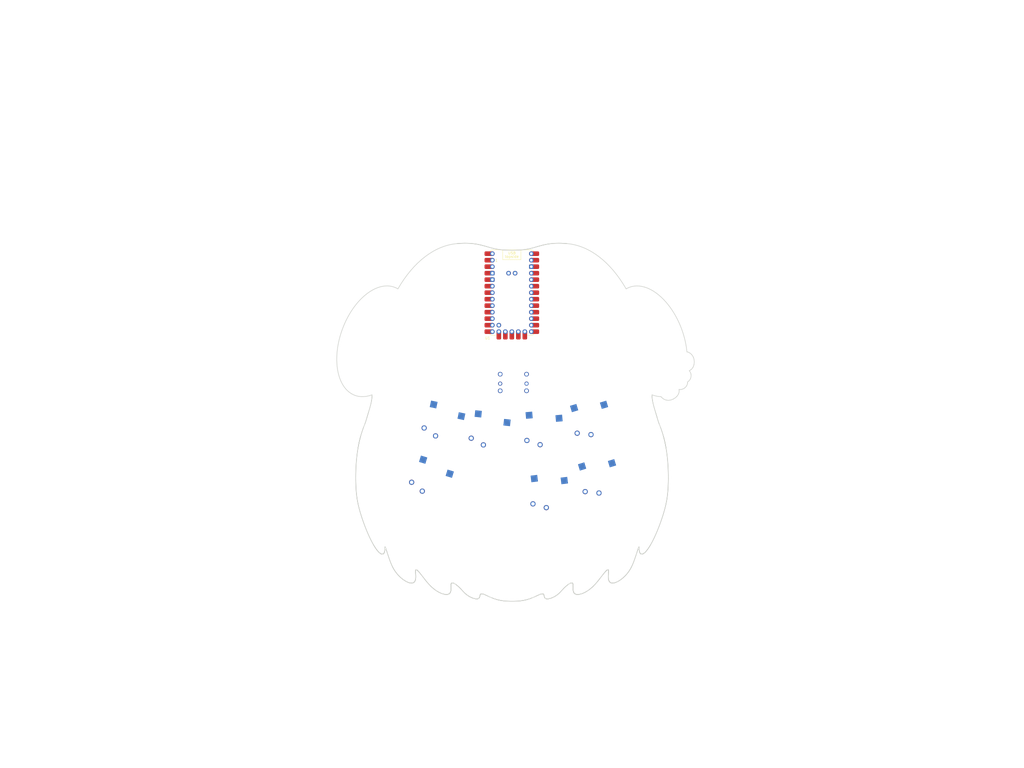
<source format=kicad_pcb>
(kicad_pcb (version 20221018) (generator pcbnew)
  (layers (0 "F.Cu" signal) (31 "B.Cu" signal) (34 "B.Paste" user) (35 "F.Paste" user) (36 "B.SilkS" user "B.Silkscreen") (37 "F.SilkS" user "F.Silkscreen") (38 "B.Mask" user) (39 "F.Mask" user) (44 "Edge.Cuts" user))
  (net 0 "")
  (net 1 "5WAY 001")
  (net 2 "5WAY 002")
  (net 3 "5WAY 003")
  (net 4 "GND")
  (net 5 "5WAY 004")
  (net 6 "5WAY 005")
  (net 7 "001")
  (net 8 "002")
  (net 9 "003")
  (net 10 "004")
  (net 11 "005")
  (net 12 "006")
  (net 13 "007")
  (net 19 "VCC")
  (footprint "UWUmasterGatekeeperHusoLib:Kailh_ChocV1_HS_Sol_SOCKETxPURPZx1uMBK_white" (layer "F.Cu") (at 111.388364 104.46 -12)
    (fp_text reference "SW1")
    (fp_text value "SW_Push")
    (pad "" np_thru_hole circle (at -5.5 0 348) (size 1.7018 1.7018) (drill 1.7018) (layers "*.Cu" "*.Mask"))
    (pad "" np_thru_hole circle (at 0 -5.95 348) (size 3 3) (drill 3) (layers "*.Cu" "*.Mask"))
    (pad "" np_thru_hole circle (at 0 0 348) (size 3.429 3.429) (drill 3.429) (layers "*.Cu" "*.Mask"))
    (pad "" np_thru_hole circle (at 5 -3.75 348) (size 3 3) (drill 3) (layers "*.Cu" "*.Mask"))
    (pad "" np_thru_hole circle (at 5.5 0 348) (size 1.7018 1.7018) (drill 1.7018) (layers "*.Cu" "*.Mask"))
    (pad "1" thru_hole circle (at 0 5.9 348) (size 2.032 2.032) (drill 1.27) (layers "*.Cu" "*.Mask") (net 7 "001"))
    (pad "1" smd rect (at 8.275 -3.75 348) (size 2.6 2.6) (layers "B.Cu" "B.Paste" "B.Mask") (net 7 "001"))
    (pad "2" thru_hole circle (at -5 3.8 348) (size 2.032 2.032) (drill 1.27) (layers "*.Cu" "*.Mask") (net 4 "GND"))
    (pad "2" smd rect (at -3.275 -5.95 348) (size 2.6 2.6) (layers "B.Cu" "B.Paste" "B.Mask") (net 4 "GND"))
  )
  (footprint "UWUmasterGatekeeperHusoLib:Kailh_ChocV1_HS_Sol_SOCKETxPURPZx1uMBK_GOLD" (layer "F.Cu") (at 129.476718 107.880321 -6)
    (fp_text reference "SW2")
    (fp_text value "SW_Push")
    (pad "" np_thru_hole circle (at -5.5 0 354) (size 1.7018 1.7018) (drill 1.7018) (layers "*.Cu" "*.Mask"))
    (pad "" np_thru_hole circle (at 0 -5.95 354) (size 3 3) (drill 3) (layers "*.Cu" "*.Mask"))
    (pad "" np_thru_hole circle (at 0 0 354) (size 3.429 3.429) (drill 3.429) (layers "*.Cu" "*.Mask"))
    (pad "" np_thru_hole circle (at 5 -3.75 354) (size 3 3) (drill 3) (layers "*.Cu" "*.Mask"))
    (pad "" np_thru_hole circle (at 5.5 0 354) (size 1.7018 1.7018) (drill 1.7018) (layers "*.Cu" "*.Mask"))
    (pad "1" thru_hole circle (at 0 5.9 354) (size 2.032 2.032) (drill 1.27) (layers "*.Cu" "*.Mask") (net 8 "002"))
    (pad "1" smd rect (at 8.275 -3.75 354) (size 2.6 2.6) (layers "B.Cu" "B.Paste" "B.Mask") (net 8 "002"))
    (pad "2" thru_hole circle (at -5 3.8 354) (size 2.032 2.032) (drill 1.27) (layers "*.Cu" "*.Mask") (net 4 "GND"))
    (pad "2" smd rect (at -3.275 -5.95 354) (size 2.6 2.6) (layers "B.Cu" "B.Paste" "B.Mask") (net 4 "GND"))
  )
  (footprint "UWUmasterGatekeeperHusoLib:Kailh_ChocV1_HS_Sol_SOCKETxPURPZx1uMBK_white" (layer "F.Cu") (at 172.311324 126.913044 17)
    (fp_text reference "SW7")
    (fp_text value "SW_Push")
    (pad "" np_thru_hole circle (at -5.5 0 17) (size 1.7018 1.7018) (drill 1.7018) (layers "*.Cu" "*.Mask"))
    (pad "" np_thru_hole circle (at 0 -5.95 17) (size 3 3) (drill 3) (layers "*.Cu" "*.Mask"))
    (pad "" np_thru_hole circle (at 0 0 17) (size 3.429 3.429) (drill 3.429) (layers "*.Cu" "*.Mask"))
    (pad "" np_thru_hole circle (at 5 -3.75 17) (size 3 3) (drill 3) (layers "*.Cu" "*.Mask"))
    (pad "" np_thru_hole circle (at 5.5 0 17) (size 1.7018 1.7018) (drill 1.7018) (layers "*.Cu" "*.Mask"))
    (pad "1" thru_hole circle (at 0 5.9 17) (size 2.032 2.032) (drill 1.27) (layers "*.Cu" "*.Mask") (net 13 "007"))
    (pad "1" smd rect (at 8.275 -3.75 17) (size 2.6 2.6) (layers "B.Cu" "B.Paste" "B.Mask") (net 13 "007"))
    (pad "2" thru_hole circle (at -5 3.8 17) (size 2.032 2.032) (drill 1.27) (layers "*.Cu" "*.Mask") (net 4 "GND"))
    (pad "2" smd rect (at -3.275 -5.95 17) (size 2.6 2.6) (layers "B.Cu" "B.Paste" "B.Mask") (net 4 "GND"))
  )
  (footprint "UWUmasterGatekeeperHusoLib:Kailh_ChocV1_HS_Sol_SOCKETxPURPZx1uMBK_white" (layer "F.Cu") (at 169.190007 104.083802 17)
    (fp_text reference "SW4")
    (fp_text value "SW_Push")
    (pad "" np_thru_hole circle (at -5.5 0 17) (size 1.7018 1.7018) (drill 1.7018) (layers "*.Cu" "*.Mask"))
    (pad "" np_thru_hole circle (at 0 -5.95 17) (size 3 3) (drill 3) (layers "*.Cu" "*.Mask"))
    (pad "" np_thru_hole circle (at 0 0 17) (size 3.429 3.429) (drill 3.429) (layers "*.Cu" "*.Mask"))
    (pad "" np_thru_hole circle (at 5 -3.75 17) (size 3 3) (drill 3) (layers "*.Cu" "*.Mask"))
    (pad "" np_thru_hole circle (at 5.5 0 17) (size 1.7018 1.7018) (drill 1.7018) (layers "*.Cu" "*.Mask"))
    (pad "1" thru_hole circle (at 0 5.9 17) (size 2.032 2.032) (drill 1.27) (layers "*.Cu" "*.Mask") (net 10 "004"))
    (pad "1" smd rect (at 8.275 -3.75 17) (size 2.6 2.6) (layers "B.Cu" "B.Paste" "B.Mask") (net 10 "004"))
    (pad "2" thru_hole circle (at -5 3.8 17) (size 2.032 2.032) (drill 1.27) (layers "*.Cu" "*.Mask") (net 4 "GND"))
    (pad "2" smd rect (at -3.275 -5.95 17) (size 2.6 2.6) (layers "B.Cu" "B.Paste" "B.Mask") (net 4 "GND"))
  )
  (footprint "UWUmasterGatekeeperHusoLib:Helios_ACH Helios 3D" (layer "F.Cu") (at 139.978 55.524)
    (fp_text reference "U1" (at -10.58 16.44) (layer "F.SilkS") (effects (justify left)))
    (fp_text value "Pluto")
    (fp_text user "topside" (at 0 -14.8 unlocked) (layer "F.SilkS") (effects (justify bottom)))
    (fp_text user "USB" (at 0 -16.2 unlocked) (layer "F.SilkS") (effects (justify bottom)))
    (fp_text user "1" (at -6.02 -13.2825) (layer "F.SilkS") (effects (justify bottom)))
    (pad "1" smd roundrect (at -8.92 -13.97) (size 3.5 1.8) (layers "F.Cu" "F.Mask"))
    (pad "1" thru_hole circle (at -7.62 -13.97) (size 1.8 1.8) (drill 1) (layers "*.Cu" "*.Mask"))
    (pad "2" smd roundrect (at -8.92 -11.43) (size 3.5 1.8) (layers "F.Cu" "F.Mask"))
    (pad "2" thru_hole circle (at -7.62 -11.43) (size 1.8 1.8) (drill 1) (layers "*.Cu" "*.Mask"))
    (pad "3" smd roundrect (at -8.92 -8.89) (size 3.5 1.8) (layers "F.Cu" "F.Mask") (net 4 "GND"))
    (pad "3" thru_hole roundrect (at -7.62 -8.89) (size 1.8 1.8) (drill 1) (layers "*.Cu" "*.Mask") (net 4 "GND"))
    (pad "4" smd roundrect (at -8.92 -6.35) (size 3.5 1.8) (layers "F.Cu" "F.Mask") (net 4 "GND"))
    (pad "4" thru_hole roundrect (at -7.62 -6.35) (size 1.8 1.8) (drill 1) (layers "*.Cu" "*.Mask") (net 4 "GND"))
    (pad "5" smd roundrect (at -8.92 -3.81) (size 3.5 1.8) (layers "F.Cu" "F.Mask") (net 1 "5WAY 001"))
    (pad "5" thru_hole circle (at -7.62 -3.81) (size 1.8 1.8) (drill 1) (layers "*.Cu" "*.Mask") (net 1 "5WAY 001"))
    (pad "6" smd roundrect (at -8.92 -1.27) (size 3.5 1.8) (layers "F.Cu" "F.Mask") (net 2 "5WAY 002"))
    (pad "6" thru_hole circle (at -7.62 -1.27) (size 1.8 1.8) (drill 1) (layers "*.Cu" "*.Mask") (net 2 "5WAY 002"))
    (pad "7" smd roundrect (at -8.92 1.27) (size 3.5 1.8) (layers "F.Cu" "F.Mask") (net 3 "5WAY 003"))
    (pad "7" thru_hole circle (at -7.62 1.27) (size 1.8 1.8) (drill 1) (layers "*.Cu" "*.Mask") (net 3 "5WAY 003"))
    (pad "8" smd roundrect (at -8.92 3.81) (size 3.5 1.8) (layers "F.Cu" "F.Mask") (net 5 "5WAY 004"))
    (pad "8" thru_hole circle (at -7.62 3.81) (size 1.8 1.8) (drill 1) (layers "*.Cu" "*.Mask") (net 5 "5WAY 004"))
    (pad "9" smd roundrect (at -8.92 6.35) (size 3.5 1.8) (layers "F.Cu" "F.Mask") (net 6 "5WAY 005"))
    (pad "9" thru_hole circle (at -7.62 6.35) (size 1.8 1.8) (drill 1) (layers "*.Cu" "*.Mask") (net 6 "5WAY 005"))
    (pad "10" smd roundrect (at -8.92 8.89) (size 3.5 1.8) (layers "F.Cu" "F.Mask"))
    (pad "10" thru_hole circle (at -7.62 8.89) (size 1.8 1.8) (drill 1) (layers "*.Cu" "*.Mask"))
    (pad "11" smd roundrect (at -8.92 11.43) (size 3.5 1.8) (layers "F.Cu" "F.Mask"))
    (pad "11" thru_hole circle (at -7.62 11.43) (size 1.8 1.8) (drill 1) (layers "*.Cu" "*.Mask"))
    (pad "12" smd roundrect (at -8.92 13.97) (size 3.5 1.8) (layers "F.Cu" "F.Mask"))
    (pad "12" thru_hole circle (at -7.62 13.97) (size 1.8 1.8) (drill 1) (layers "*.Cu" "*.Mask"))
    (pad "13" thru_hole circle (at 7.62 -13.97) (size 1.8 1.8) (drill 1) (layers "*.Cu" "*.Mask") (net 19 "VCC"))
    (pad "13" smd roundrect (at 8.92 -13.97) (size 3.5 1.8) (layers "F.Cu" "F.Mask") (net 19 "VCC"))
    (pad "14" thru_hole roundrect (at 7.62 -11.43) (size 1.8 1.8) (drill 1) (layers "*.Cu" "*.Mask") (net 4 "GND"))
    (pad "14" smd roundrect (at 8.92 -11.43) (size 3.5 1.8) (layers "F.Cu" "F.Mask") (net 4 "GND"))
    (pad "15" thru_hole circle (at 7.62 -8.89) (size 1.8 1.8) (drill 1) (layers "*.Cu" "*.Mask") (net 7 "001"))
    (pad "15" smd roundrect (at 8.92 -8.89) (size 3.5 1.8) (layers "F.Cu" "F.Mask") (net 7 "001"))
    (pad "16" thru_hole circle (at 7.62 -6.35) (size 1.8 1.8) (drill 1) (layers "*.Cu" "*.Mask") (net 8 "002"))
    (pad "16" smd roundrect (at 8.92 -6.35) (size 3.5 1.8) (layers "F.Cu" "F.Mask") (net 8 "002"))
    (pad "17" thru_hole circle (at 7.62 -3.81) (size 1.8 1.8) (drill 1) (layers "*.Cu" "*.Mask") (net 9 "003"))
    (pad "17" smd roundrect (at 8.92 -3.81) (size 3.5 1.8) (layers "F.Cu" "F.Mask") (net 9 "003"))
    (pad "18" thru_hole circle (at 7.62 -1.27) (size 1.8 1.8) (drill 1) (layers "*.Cu" "*.Mask") (net 10 "004"))
    (pad "18" smd roundrect (at 8.92 -1.27) (size 3.5 1.8) (layers "F.Cu" "F.Mask") (net 10 "004"))
    (pad "19" thru_hole circle (at 7.62 1.27) (size 1.8 1.8) (drill 1) (layers "*.Cu" "*.Mask") (net 11 "005"))
    (pad "19" smd roundrect (at 8.92 1.27) (size 3.5 1.8) (layers "F.Cu" "F.Mask") (net 11 "005"))
    (pad "20" thru_hole circle (at 7.62 3.81) (size 1.8 1.8) (drill 1) (layers "*.Cu" "*.Mask") (net 12 "006"))
    (pad "20" smd roundrect (at 8.92 3.81) (size 3.5 1.8) (layers "F.Cu" "F.Mask") (net 12 "006"))
    (pad "21" thru_hole circle (at 7.62 6.35) (size 1.8 1.8) (drill 1) (layers "*.Cu" "*.Mask") (net 13 "007"))
    (pad "21" smd roundrect (at 8.92 6.35) (size 3.5 1.8) (layers "F.Cu" "F.Mask") (net 13 "007"))
    (pad "22" thru_hole circle (at 7.62 8.89) (size 1.8 1.8) (drill 1) (layers "*.Cu" "*.Mask"))
    (pad "22" smd roundrect (at 8.92 8.89) (size 3.5 1.8) (layers "F.Cu" "F.Mask"))
    (pad "23" thru_hole circle (at 7.62 11.43) (size 1.8 1.8) (drill 1) (layers "*.Cu" "*.Mask"))
    (pad "23" smd roundrect (at 8.92 11.43) (size 3.5 1.8) (layers "F.Cu" "F.Mask"))
    (pad "24" thru_hole circle (at 7.62 13.97) (size 1.8 1.8) (drill 1) (layers "*.Cu" "*.Mask"))
    (pad "24" smd roundrect (at 8.92 13.97) (size 3.5 1.8) (layers "F.Cu" "F.Mask"))
    (pad "25" thru_hole circle (at -5.08 13.97) (size 1.8 1.8) (drill 1) (layers "*.Cu" "*.Mask"))
    (pad "25" smd roundrect (at -5.08 15.27 90) (size 3.5 1.8) (layers "F.Cu" "F.Mask"))
    (pad "26" thru_hole circle (at -2.54 13.97) (size 1.8 1.8) (drill 1) (layers "*.Cu" "*.Mask"))
    (pad "26" smd roundrect (at -2.54 15.27 90) (size 3.5 1.8) (layers "F.Cu" "F.Mask"))
    (pad "27" thru_hole circle (at 0 13.97) (size 1.8 1.8) (drill 1) (layers "*.Cu" "*.Mask"))
    (pad "27" smd roundrect (at 0 15.27 90) (size 3.5 1.8) (layers "F.Cu" "F.Mask"))
    (pad "28" thru_hole circle (at 2.54 13.97) (size 1.8 1.8) (drill 1) (layers "*.Cu" "*.Mask"))
    (pad "28" smd roundrect (at 2.54 15.27 90) (size 3.5 1.8) (layers "F.Cu" "F.Mask"))
    (pad "29" thru_hole circle (at 5.08 13.97) (size 1.8 1.8) (drill 1) (layers "*.Cu" "*.Mask"))
    (pad "29" smd roundrect (at 5.08 15.27 90) (size 3.5 1.8) (layers "F.Cu" "F.Mask"))
    (pad "30" thru_hole circle (at 7.62 -16.51) (size 1.8 1.8) (drill 1) (layers "*.Cu" "*.Mask"))
    (pad "30" smd roundrect (at 8.92 -16.51 180) (size 3.5 1.8) (layers "F.Cu" "F.Mask"))
    (pad "31" smd roundrect (at -8.92 -16.51) (size 3.5 1.8) (layers "F.Cu" "F.Mask"))
    (pad "31" thru_hole circle (at -7.62 -16.51) (size 1.8 1.8) (drill 1) (layers "*.Cu" "*.Mask"))
    (pad "32" thru_hole circle (at -5.08 11.43) (size 1.8 1.8) (drill 1) (layers "*.Cu" "*.Mask"))
    (pad "32" thru_hole circle (at -1.27 -8.89) (size 1.8 1.8) (drill 1) (layers "*.Cu" "*.Mask"))
    (pad "33" thru_hole circle (at 1.27 -8.89) (size 1.8 1.8) (drill 1) (layers "*.Cu" "*.Mask"))
  )
  (footprint "UWUmasterGatekeeperHusoLib:5Way-non-reverse no silk 3D Model" (layer "F.Cu") (at 140.575 89.358)
    (fp_text reference "HAT1" hide)
    (fp_text value "5Way-Tactile_K1-1506DN-01")
    (pad "1" thru_hole circle (at -5.15 -3.25) (size 1.8 1.8) (drill 1.2) (layers "*.Cu" "*.Mask") (net 1 "5WAY 001"))
    (pad "2" thru_hole circle (at -5.15 0.45) (size 1.6 1.6) (drill 1) (layers "*.Cu" "*.Mask") (net 2 "5WAY 002"))
    (pad "3" thru_hole circle (at -5.15 3.25) (size 1.8 1.8) (drill 1.2) (layers "*.Cu" "*.Mask") (net 3 "5WAY 003"))
    (pad "4" thru_hole circle (at 5.15 3.25) (size 1.8 1.8) (drill 1.2) (layers "*.Cu" "*.Mask") (net 4 "GND"))
    (pad "5" thru_hole circle (at 5.15 0.45) (size 1.6 1.6) (drill 1) (layers "*.Cu" "*.Mask") (net 5 "5WAY 004"))
    (pad "6" thru_hole circle (at 5.15 -3.25) (size 1.8 1.8) (drill 1.2) (layers "*.Cu" "*.Mask") (net 6 "5WAY 005"))
  )
  (footprint "UWUmasterGatekeeperHusoLib:Kailh_ChocV1_HS_Sol_SOCKETxPURPZx1uMBK_white" (layer "F.Cu") (at 150.515929 107.791357 5)
    (fp_text reference "SW3")
    (fp_text value "SW_Push")
    (pad "" np_thru_hole circle (at -5.5 0 5) (size 1.7018 1.7018) (drill 1.7018) (layers "*.Cu" "*.Mask"))
    (pad "" np_thru_hole circle (at 0 -5.95 5) (size 3 3) (drill 3) (layers "*.Cu" "*.Mask"))
    (pad "" np_thru_hole circle (at 0 0 5) (size 3.429 3.429) (drill 3.429) (layers "*.Cu" "*.Mask"))
    (pad "" np_thru_hole circle (at 5 -3.75 5) (size 3 3) (drill 3) (layers "*.Cu" "*.Mask"))
    (pad "" np_thru_hole circle (at 5.5 0 5) (size 1.7018 1.7018) (drill 1.7018) (layers "*.Cu" "*.Mask"))
    (pad "1" thru_hole circle (at 0 5.9 5) (size 2.032 2.032) (drill 1.27) (layers "*.Cu" "*.Mask") (net 9 "003"))
    (pad "1" smd rect (at 8.275 -3.75 5) (size 2.6 2.6) (layers "B.Cu" "B.Paste" "B.Mask") (net 9 "003"))
    (pad "2" thru_hole circle (at -5 3.8 5) (size 2.032 2.032) (drill 1.27) (layers "*.Cu" "*.Mask") (net 4 "GND"))
    (pad "2" smd rect (at -3.275 -5.95 5) (size 2.6 2.6) (layers "B.Cu" "B.Paste" "B.Mask") (net 4 "GND"))
  )
  (footprint "UWUmasterGatekeeperHusoLib:Kailh_ChocV1_HS_Sol_SOCKETxPURPZx1uMBK_white" (layer "F.Cu") (at 152.729996 132.411281 7)
    (fp_text reference "SW6")
    (fp_text value "SW_Push")
    (pad "" np_thru_hole circle (at -5.5 0 7) (size 1.7018 1.7018) (drill 1.7018) (layers "*.Cu" "*.Mask"))
    (pad "" np_thru_hole circle (at 0 -5.95 7) (size 3 3) (drill 3) (layers "*.Cu" "*.Mask"))
    (pad "" np_thru_hole circle (at 0 0 7) (size 3.429 3.429) (drill 3.429) (layers "*.Cu" "*.Mask"))
    (pad "" np_thru_hole circle (at 5 -3.75 7) (size 3 3) (drill 3) (layers "*.Cu" "*.Mask"))
    (pad "" np_thru_hole circle (at 5.5 0 7) (size 1.7018 1.7018) (drill 1.7018) (layers "*.Cu" "*.Mask"))
    (pad "1" thru_hole circle (at 0 5.9 7) (size 2.032 2.032) (drill 1.27) (layers "*.Cu" "*.Mask") (net 12 "006"))
    (pad "1" smd rect (at 8.275 -3.75 7) (size 2.6 2.6) (layers "B.Cu" "B.Paste" "B.Mask") (net 12 "006"))
    (pad "2" thru_hole circle (at -5 3.8 7) (size 2.032 2.032) (drill 1.27) (layers "*.Cu" "*.Mask") (net 4 "GND"))
    (pad "2" smd rect (at -3.275 -5.95 7) (size 2.6 2.6) (layers "B.Cu" "B.Paste" "B.Mask") (net 4 "GND"))
  )
  (footprint "UWUmasterGatekeeperHusoLib:Kailh_ChocV1_HS_Sol_SOCKETxPURPZx1uMBK_white" (layer "F.Cu") (at 106.705324 126.182956 -17)
    (fp_text reference "SW5")
    (fp_text value "SW_Push")
    (pad "" np_thru_hole circle (at -5.5 0 343) (size 1.7018 1.7018) (drill 1.7018) (layers "*.Cu" "*.Mask"))
    (pad "" np_thru_hole circle (at 0 -5.95 343) (size 3 3) (drill 3) (layers "*.Cu" "*.Mask"))
    (pad "" np_thru_hole circle (at 0 0 343) (size 3.429 3.429) (drill 3.429) (layers "*.Cu" "*.Mask"))
    (pad "" np_thru_hole circle (at 5 -3.75 343) (size 3 3) (drill 3) (layers "*.Cu" "*.Mask"))
    (pad "" np_thru_hole circle (at 5.5 0 343) (size 1.7018 1.7018) (drill 1.7018) (layers "*.Cu" "*.Mask"))
    (pad "1" thru_hole circle (at 0 5.9 343) (size 2.032 2.032) (drill 1.27) (layers "*.Cu" "*.Mask") (net 11 "005"))
    (pad "1" smd rect (at 8.275 -3.75 343) (size 2.6 2.6) (layers "B.Cu" "B.Paste" "B.Mask") (net 11 "005"))
    (pad "2" thru_hole circle (at -5 3.8 343) (size 2.032 2.032) (drill 1.27) (layers "*.Cu" "*.Mask") (net 4 "GND"))
    (pad "2" smd rect (at -3.275 -5.95 343) (size 2.6 2.6) (layers "B.Cu" "B.Paste" "B.Mask") (net 4 "GND"))
  )
  (gr_line (start 199.496718 111.407586) (end 199.505318 111.441745) (stroke (width 0.25)) (layer "Edge.Cuts"))
  (gr_line (start 137.425713 174.766383) (end 137.554089 174.776798) (stroke (width 0.25)) (layer "Edge.Cuts"))
  (gr_line (start 189.290119 154.488751) (end 189.276292 154.529421) (stroke (width 0.25)) (layer "Edge.Cuts"))
  (gr_line (start 106.469734 166.934947) (end 106.505184 166.978747) (stroke (width 0.25)) (layer "Edge.Cuts"))
  (gr_line (start 119.916904 34.978691) (end 119.849196 34.982337) (stroke (width 0.25)) (layer "Edge.Cuts"))
  (gr_line (start 120.199227 170.210273) (end 120.233609 170.247083) (stroke (width 0.25)) (layer "Edge.Cuts"))
  (gr_line (start 178.26648 167.359409) (end 178.252499 167.345397) (stroke (width 0.25)) (layer "Edge.Cuts"))
  (gr_line (start 90.527069 153.728086) (end 90.531149 153.736328) (stroke (width 0.25)) (layer "Edge.Cuts"))
  (gr_line (start 79.93567 114.545068) (end 79.929313 114.580559) (stroke (width 0.25)) (layer "Edge.Cuts"))
  (gr_line (start 172.65161 168.09393) (end 172.580422 168.172393) (stroke (width 0.25)) (layer "Edge.Cuts"))
  (gr_line (start 129.410234 172.301933) (end 129.457536 172.322029) (stroke (width 0.25)) (layer "Edge.Cuts"))
  (gr_line (start 109.008004 169.6247) (end 109.052019 169.662712) (stroke (width 0.25)) (layer "Edge.Cuts"))
  (gr_line (start 86.205537 153.294659) (end 86.230772 153.335765) (stroke (width 0.25)) (layer "Edge.Cuts"))
  (gr_line (start 134.482875 37.294857) (end 134.348131 37.272797) (stroke (width 0.25)) (layer "Edge.Cuts"))
  (gr_line (start 164.959207 172.092852) (end 164.938982 172.085398) (stroke (width 0.25)) (layer "Edge.Cuts"))
  (gr_line (start 177.499017 162.534955) (end 177.490655 162.535605) (stroke (width 0.25)) (layer "Edge.Cuts"))
  (gr_line (start 190.1122 156.089226) (end 190.103513 156.075881) (stroke (width 0.25)) (layer "Edge.Cuts"))
  (gr_line (start 190.312528 156.310103) (end 190.301302 156.301274) (stroke (width 0.25)) (layer "Edge.Cuts"))
  (gr_line (start 130.276111 172.688431) (end 130.330644 172.713429) (stroke (width 0.25)) (layer "Edge.Cuts"))
  (gr_line (start 174.213784 166.206512) (end 174.176981 166.253536) (stroke (width 0.25)) (layer "Edge.Cuts"))
  (gr_line (start 191.118367 156.378241) (end 191.100623 156.38482) (stroke (width 0.25)) (layer "Edge.Cuts"))
  (gr_line (start 90.387048 153.779397) (end 90.387929 153.769995) (stroke (width 0.25)) (layer "Edge.Cuts"))
  (gr_line (start 115.65061 171.78626) (end 115.664875 171.772431) (stroke (width 0.25)) (layer "Edge.Cuts"))
  (gr_line (start 91.134196 155.452925) (end 91.15049 155.502986) (stroke (width 0.25)) (layer "Edge.Cuts"))
  (gr_line (start 200.994584 121.621988) (end 201.002114 121.744527) (stroke (width 0.25)) (layer "Edge.Cuts"))
  (gr_line (start 163.951721 170.640314) (end 163.945754 170.593599) (stroke (width 0.25)) (layer "Edge.Cuts"))
  (gr_line (start 80.832137 110.55926) (end 80.822898 110.592983) (stroke (width 0.25)) (layer "Edge.Cuts"))
  (gr_line (start 176.574897 163.262372) (end 176.541385 163.299208) (stroke (width 0.25)) (layer "Edge.Cuts"))
  (gr_line (start 88.841536 156.31472) (end 88.860096 156.323722) (stroke (width 0.25)) (layer "Edge.Cuts"))
  (gr_line (start 177.759661 163.410523) (end 177.76035 163.389511) (stroke (width 0.25)) (layer "Edge.Cuts"))
  (gr_line (start 83.320969 103.137168) (end 83.299975 103.2094) (stroke (width 0.25)) (layer "Edge.Cuts"))
  (gr_line (start 120.970313 34.937841) (end 120.906113 34.939441) (stroke (width 0.25)) (layer "Edge.Cuts"))
  (gr_line (start 101.945903 167.240827) (end 101.958448 167.224974) (stroke (width 0.25)) (layer "Edge.Cuts"))
  (gr_line (start 116.189399 168.392934) (end 116.19129 168.375128) (stroke (width 0.25)) (layer "Edge.Cuts"))
  (gr_line (start 83.407601 102.840032) (end 83.38552 102.915583) (stroke (width 0.25)) (layer "Edge.Cuts"))
  (gr_line (start 150.148987 172.542657) (end 150.096689 172.566382) (stroke (width 0.25)) (layer "Edge.Cuts"))
  (gr_line (start 87.432572 155.05508) (end 87.456102 155.083656) (stroke (width 0.25)) (layer "Edge.Cuts"))
  (gr_line (start 159.537076 170.609795) (end 159.471682 170.68105) (stroke (width 0.25)) (layer "Edge.Cuts"))
  (gr_line (start 196.645662 147.779027) (end 196.598451 147.890524) (stroke (width 0.25)) (layer "Edge.Cuts"))
  (gr_line (start 200.297383 115.286749) (end 200.317552 115.410294) (stroke (width 0.25)) (layer "Edge.Cuts"))
  (gr_line (start 180.522536 167.524854) (end 180.494923 167.534647) (stroke (width 0.25)) (layer "Edge.Cuts"))
  (gr_line (start 163.410558 167.692063) (end 163.397698 167.691326) (stroke (width 0.25)) (layer "Edge.Cuts"))
  (gr_line (start 200.570962 117.149234) (end 200.587043 117.273918) (stroke (width 0.25)) (layer "Edge.Cuts"))
  (gr_line (start 91.835801 157.585857) (end 91.868696 157.682936) (stroke (width 0.25)) (layer "Edge.Cuts"))
  (gr_line (start 102.363182 162.85118) (end 102.365307 162.837838) (stroke (width 0.25)) (layer "Edge.Cuts"))
  (gr_line (start 177.359191 162.575313) (end 177.348784 162.5803) (stroke (width 0.25)) (layer "Edge.Cuts"))
  (gr_line (start 189.731837 154.032722) (end 189.731341 154.018427) (stroke (width 0.25)) (layer "Edge.Cuts"))
  (gr_line (start 183.941847 165.252926) (end 183.892902 165.299661) (stroke (width 0.25)) (layer "Edge.Cuts"))
  (gr_line (start 180.35783 167.580685) (end 180.330618 167.5893) (stroke (width 0.25)) (layer "Edge.Cuts"))
  (gr_line (start 90.415186 153.635515) (end 90.416977 153.63224) (stroke (width 0.25)) (layer "Edge.Cuts"))
  (gr_line (start 101.054072 167.736955) (end 101.075372 167.733627) (stroke (width 0.25)) (layer "Edge.Cuts"))
  (gr_line (start 92.287617 158.877911) (end 92.319462 158.965048) (stroke (width 0.25)) (layer "Edge.Cuts"))
  (gr_line (start 78.998674 124.03561) (end 78.995076 124.153872) (stroke (width 0.25)) (layer "Edge.Cuts"))
  (gr_line (start 88.822878 156.305415) (end 88.841536 156.31472) (stroke (width 0.25)) (layer "Edge.Cuts"))
  (gr_line (start 100.550534 167.749524) (end 100.574774 167.751426) (stroke (width 0.25)) (layer "Edge.Cuts"))
  (gr_line (start 84.135084 149.318649) (end 84.184354 149.426401) (stroke (width 0.25)) (layer "Edge.Cuts"))
  (gr_line (start 119.159897 35.02598) (end 119.089741 35.031065) (stroke (width 0.25)) (layer "Edge.Cuts"))
  (gr_line (start 186.887432 161.139358) (end 186.867133 161.181702) (stroke (width 0.25)) (layer "Edge.Cuts"))
  (gr_line (start 167.34782 171.898486) (end 167.2863 171.919411) (stroke (width 0.25)) (layer "Edge.Cuts"))
  (gr_line (start 82.663377 105.234913) (end 82.619282 105.3521) (stroke (width 0.25)) (layer "Edge.Cuts"))
  (gr_line (start 155.199126 35.103972) (end 155.30049 35.092367) (stroke (width 0.25)) (layer "Edge.Cuts"))
  (gr_line (start 80.061048 113.873029) (end 80.05423 113.908286) (stroke (width 0.25)) (layer "Edge.Cuts"))
  (gr_line (start 154.412478 35.208591) (end 154.508513 35.194425) (stroke (width 0.25)) (layer "Edge.Cuts"))
  (gr_line (start 178.32419 167.413103) (end 178.309495 167.400034) (stroke (width 0.25)) (layer "Edge.Cuts"))
  (gr_line (start 177.689537 165.706873) (end 177.686261 165.65282) (stroke (width 0.25)) (layer "Edge.Cuts"))
  (gr_line (start 102.537503 162.542443) (end 102.544621 162.540421) (stroke (width 0.25)) (layer "Edge.Cuts"))
  (gr_line (start 198.006991 144.299751) (end 197.966608 144.41088) (stroke (width 0.25)) (layer "Edge.Cuts"))
  (gr_line (start 116.202478 168.289023) (end 116.205076 168.272402) (stroke (width 0.25)) (layer "Edge.Cuts"))
  (gr_line (start 102.359264 162.878672) (end 102.361168 162.864791) (stroke (width 0.25)) (layer "Edge.Cuts"))
  (gr_line (start 125.788476 35.223049) (end 125.693077 35.208591) (stroke (width 0.25)) (layer "Edge.Cuts"))
  (gr_line (start 81.704914 107.752165) (end 81.667354 107.860692) (stroke (width 0.25)) (layer "Edge.Cuts"))
  (gr_line (start 90.687242 154.122932) (end 90.693183 154.139288) (stroke (width 0.25)) (layer "Edge.Cuts"))
  (gr_line (start 115.512738 171.901174) (end 115.528899 171.889266) (stroke (width 0.25)) (layer "Edge.Cuts"))
  (gr_line (start 111.169641 171.171232) (end 111.228683 171.204424) (stroke (width 0.25)) (layer "Edge.Cuts"))
  (gr_line (start 189.698583 153.656259) (end 189.697036 153.651531) (stroke (width 0.25)) (layer "Edge.Cuts"))
  (gr_line (start 100.225167 167.704123) (end 100.250833 167.708956) (stroke (width 0.25)) (layer "Edge.Cuts"))
  (gr_line (start 200.169886 114.545068) (end 200.176242 114.580559) (stroke (width 0.25)) (layer "Edge.Cuts"))
  (gr_line (start 92.708154 159.976371) (end 92.741777 160.058953) (stroke (width 0.25)) (layer "Edge.Cuts"))
  (gr_line (start 200.982557 131.39199) (end 200.975719 131.485323) (stroke (width 0.25)) (layer "Edge.Cuts"))
  (gr_line (start 111.11088 171.137731) (end 111.169641 171.171232) (stroke (width 0.25)) (layer "Edge.Cuts"))
  (gr_line (start 189.686738 153.629259) (end 189.684846 153.626573) (stroke (width 0.25)) (layer "Edge.Cuts"))
  (gr_line (start 116.181772 169.282132) (end 116.180312 169.234985) (stroke (width 0.25)) (layer "Edge.Cuts"))
  (gr_line (start 90.375743 153.976784) (end 90.376271 153.963327) (stroke (width 0.25)) (layer "Edge.Cuts"))
  (gr_line (start 174.815512 165.431783) (end 174.739074 165.530496) (stroke (width 0.25)) (layer "Edge.Cuts"))
  (gr_line (start 150.600217 172.342523) (end 150.551922 172.363403) (stroke (width 0.25)) (layer "Edge.Cuts"))
  (gr_line (start 154.894501 173.782209) (end 154.84567 173.795496) (stroke (width 0.25)) (layer "Edge.Cuts"))
  (gr_line (start 94.681952 163.577878) (end 94.717893 163.625673) (stroke (width 0.25)) (layer "Edge.Cuts"))
  (gr_line (start 173.706919 166.846741) (end 173.671336 166.890946) (stroke (width 0.25)) (layer "Edge.Cuts"))
  (gr_line (start 185.314663 163.721426) (end 185.277603 163.769376) (stroke (width 0.25)) (layer "Edge.Cuts"))
  (gr_line (start 160.915294 169.200599) (end 160.875132 169.237699) (stroke (width 0.25)) (layer "Edge.Cuts"))
  (gr_line (start 102.342557 163.135836) (end 102.3429 163.117907) (stroke (width 0.25)) (layer "Edge.Cuts"))
  (gr_line (start 121.662326 34.928435) (end 121.600483 34.928677) (stroke (width 0.25)) (layer "Edge.Cuts"))
  (gr_line (start 189.766378 154.772405) (end 189.763331 154.733034) (stroke (width 0.25)) (layer "Edge.Cuts"))
  (gr_line (start 103.156643 162.880605) (end 103.171082 162.89408) (stroke (width 0.25)) (layer "Edge.Cuts"))
  (gr_line (start 171.520632 169.244921) (end 171.479641 169.282876) (stroke (width 0.25)) (layer "Edge.Cuts"))
  (gr_line (start 98.445852 166.989771) (end 98.503425 167.022492) (stroke (width 0.25)) (layer "Edge.Cuts"))
  (gr_line (start 159.02052 171.166788) (end 158.956117 171.234296) (stroke (width 0.25)) (layer "Edge.Cuts"))
  (gr_line (start 184.545746 164.635515) (end 184.501491 164.683478) (stroke (width 0.25)) (layer "Edge.Cuts"))
  (gr_line (start 196.040813 100.652573) (end 196.100099 100.848126) (stroke (width 0.25)) (layer "Edge.Cuts"))
  (gr_line (start 83.226526 147.219267) (end 83.27283 147.33148) (stroke (width 0.25)) (layer "Edge.Cuts"))
  (gr_line (start 152.915366 173.561782) (end 152.898072 173.540069) (stroke (width 0.25)) (layer "Edge.Cuts"))
  (gr_line (start 106.111147 166.485734) (end 106.147381 166.531575) (stroke (width 0.25)) (layer "Edge.Cuts"))
  (gr_line (start 163.42326 167.693048) (end 163.410558 167.692063) (stroke (width 0.25)) (layer "Edge.Cuts"))
  (gr_line (start 116.223331 168.177037) (end 116.226835 168.161887) (stroke (width 0.25)) (layer "Edge.Cuts"))
  (gr_line (start 80.850692 110.491868) (end 80.841402 110.525555) (stroke (width 0.25)) (layer "Edge.Cuts"))
  (gr_line (start 161.996718 168.31462) (end 161.955054 168.344301) (stroke (width 0.25)) (layer "Edge.Cuts"))
  (gr_line (start 127.740928 35.60202) (end 127.657693 35.582771) (stroke (width 0.25)) (layer "Edge.Cuts"))
  (gr_line (start 192.213013 155.572845) (end 192.190652 155.59571) (stroke (width 0.25)) (layer "Edge.Cuts"))
  (gr_line (start 122.269207 34.932593) (end 122.149498 34.930816) (stroke (width 0.25)) (layer "Edge.Cuts"))
  (gr_line (start 80.277078 112.821781) (end 80.269516 112.85661) (stroke (width 0.25)) (layer "Edge.Cuts"))
  (gr_line (start 189.47474 153.971908) (end 189.469347 153.98595) (stroke (width 0.25)) (layer "Edge.Cuts"))
  (gr_line (start 147.467006 173.701934) (end 147.405091 173.725054) (stroke (width 0.25)) (layer "Edge.Cuts"))
  (gr_line (start 153.882625 173.939209) (end 153.862828 173.939053) (stroke (width 0.25)) (layer "Edge.Cuts"))
  (gr_line (start 182.515409 166.439393) (end 182.459202 166.479172) (stroke (width 0.25)) (layer "Edge.Cuts"))
  (gr_line (start 79.010573 123.67927) (end 79.006421 123.798304) (stroke (width 0.25)) (layer "Edge.Cuts"))
  (gr_line (start 146.657889 173.985387) (end 146.595356 174.005552) (stroke (width 0.25)) (layer "Edge.Cuts"))
  (gr_line (start 112.016276 171.602319) (end 112.077928 171.629917) (stroke (width 0.25)) (layer "Edge.Cuts"))
  (gr_line (start 114.480665 172.211014) (end 114.505966 172.21006) (stroke (width 0.25)) (layer "Edge.Cuts"))
  (gr_line (start 198.893534 141.708523) (end 198.859902 141.812892) (stroke (width 0.25)) (layer "Edge.Cuts"))
  (gr_line (start 106.891948 167.447717) (end 106.961913 167.53061) (stroke (width 0.25)) (layer "Edge.Cuts"))
  (gr_line (start 177.177008 162.688125) (end 177.16454 162.697451) (stroke (width 0.25)) (layer "Edge.Cuts"))
  (gr_line (start 135.710259 174.548771) (end 135.773386 174.559697) (stroke (width 0.25)) (layer "Edge.Cuts"))
  (gr_line (start 154.328662 173.904551) (end 154.283903 173.910895) (stroke (width 0.25)) (layer "Edge.Cuts"))
  (gr_line (start 199.858575 112.96119) (end 199.866036 112.99608) (stroke (width 0.25)) (layer "Edge.Cuts"))
  (gr_line (start 81.413059 108.620449) (end 81.377961 108.728995) (stroke (width 0.25)) (layer "Edge.Cuts"))
  (gr_line (start 177.875704 166.716052) (end 177.868089 166.694425) (stroke (width 0.25)) (layer "Edge.Cuts"))
  (gr_line (start 196.459381 102.034561) (end 196.48477 102.119327) (stroke (width 0.25)) (layer "Edge.Cuts"))
  (gr_line (start 117.430874 167.898571) (end 117.449633 167.908046) (stroke (width 0.25)) (layer "Edge.Cuts"))
  (gr_line (start 81.709456 143.20028) (end 81.747134 143.309127) (stroke (width 0.25)) (layer "Edge.Cuts"))
  (gr_line (start 116.774489 167.691337) (end 116.788275 167.692073) (stroke (width 0.25)) (layer "Edge.Cuts"))
  (gr_line (start 132.700465 173.725054) (end 132.762446 173.74797) (stroke (width 0.25)) (layer "Edge.Cuts"))
  (gr_line (start 93.452346 161.610434) (end 93.474927 161.653878) (stroke (width 0.25)) (layer "Edge.Cuts"))
  (gr_line (start 118.318034 168.46764) (end 118.360063 168.499546) (stroke (width 0.25)) (layer "Edge.Cuts"))
  (gr_line (start 163.216613 167.703964) (end 163.201651 167.706614) (stroke (width 0.25)) (layer "Edge.Cuts"))
  (gr_line (start 115.544849 171.877141) (end 115.56059 171.8648) (stroke (width 0.25)) (layer "Edge.Cuts"))
  (gr_line (start 134.348131 37.272797) (end 134.213592 37.249973) (stroke (width 0.25)) (layer "Edge.Cuts"))
  (gr_line (start 191.282678 156.305415) (end 191.264019 156.31472) (stroke (width 0.25)) (layer "Edge.Cuts"))
  (gr_line (start 79.250167 119.768124) (end 79.239304 119.892438) (stroke (width 0.25)) (layer "Edge.Cuts"))
  (gr_line (start 114.773811 172.184989) (end 114.797165 172.181372) (stroke (width 0.25)) (layer "Edge.Cuts"))
  (gr_line (start 102.115242 166.979885) (end 102.125104 166.960781) (stroke (width 0.25)) (layer "Edge.Cuts"))
  (gr_line (start 101.096524 167.730056) (end 101.117527 167.726241) (stroke (width 0.25)) (layer "Edge.Cuts"))
  (gr_line (start 165.966882 172.203749) (end 165.939763 172.205586) (stroke (width 0.25)) (layer "Edge.Cuts"))
  (gr_line (start 146.782857 173.944321) (end 146.72039 173.964975) (stroke (width 0.25)) (layer "Edge.Cuts"))
  (gr_line (start 95.018907 164.009699) (end 95.058234 164.057848) (stroke (width 0.25)) (layer "Edge.Cuts"))
  (gr_line (start 80.658004 139.895837) (end 80.686212 139.99312) (stroke (width 0.25)) (layer "Edge.Cuts"))
  (gr_line (start 198.438201 107.860692) (end 198.475453 107.969221) (stroke (width 0.25)) (layer "Edge.Cuts"))
  (gr_line (start 102.658778 162.543264) (end 102.667966 162.545672) (stroke (width 0.25)) (layer "Edge.Cuts"))
  (gr_line (start 189.612411 153.66679) (end 189.60889 153.672442) (stroke (width 0.25)) (layer "Edge.Cuts"))
  (gr_line (start 129.013987 35.924931) (end 128.937364 35.904183) (stroke (width 0.25)) (layer "Edge.Cuts"))
  (gr_line (start 83.646174 102.034561) (end 83.620786 102.119327) (stroke (width 0.25)) (layer "Edge.Cuts"))
  (gr_line (start 165.650343 172.211749) (end 165.624891 172.211014) (stroke (width 0.25)) (layer "Edge.Cuts"))
  (gr_line (start 102.244913 166.672617) (end 102.252192 166.650631) (stroke (width 0.25)) (layer "Edge.Cuts"))
  (gr_line (start 116.095402 170.955993) (end 116.100611 170.934188) (stroke (width 0.25)) (layer "Edge.Cuts"))
  (gr_line (start 129.391984 36.029146) (end 129.317043 36.00826) (stroke (width 0.25)) (layer "Edge.Cuts"))
  (gr_line (start 116.026574 171.186898) (end 116.033735 171.166627) (stroke (width 0.25)) (layer "Edge.Cuts"))
  (gr_line (start 87.981586 155.662544) (end 88.003678 155.684234) (stroke (width 0.25)) (layer "Edge.Cuts"))
  (gr_line (start 144.808773 37.411537) (end 144.945166 37.393916) (stroke (width 0.25)) (layer "Edge.Cuts"))
  (gr_line (start 135.520992 174.514535) (end 135.584063 174.526192) (stroke (width 0.25)) (layer "Edge.Cuts"))
  (gr_line (start 139.748137 37.666869) (end 139.596662 37.665638) (stroke (width 0.25)) (layer "Edge.Cuts"))
  (gr_line (start 127.409163 173.138507) (end 127.417917 173.111018) (stroke (width 0.25)) (layer "Edge.Cuts"))
  (gr_line (start 200.590777 134.893204) (end 200.577519 134.976566) (stroke (width 0.25)) (layer "Edge.Cuts"))
  (gr_line (start 145.466043 174.324706) (end 145.403161 174.339949) (stroke (width 0.25)) (layer "Edge.Cuts"))
  (gr_line (start 181.085437 167.290389) (end 181.028422 167.316994) (stroke (width 0.25)) (layer "Edge.Cuts"))
  (gr_line (start 197.548876 145.530273) (end 197.505765 145.642792) (stroke (width 0.25)) (layer "Edge.Cuts"))
  (gr_line (start 96.066855 165.159051) (end 96.115108 165.206053) (stroke (width 0.25)) (layer "Edge.Cuts"))
  (gr_line (start 90.38166 153.852316) (end 90.382354 153.841155) (stroke (width 0.25)) (layer "Edge.Cuts"))
  (gr_line (start 200.357049 115.657705) (end 200.376379 115.781562) (stroke (width 0.25)) (layer "Edge.Cuts"))
  (gr_line (start 163.764806 167.886237) (end 163.757849 167.876447) (stroke (width 0.25)) (layer "Edge.Cuts"))
  (gr_line (start 87.242558 154.81658) (end 87.266476 154.847346) (stroke (width 0.25)) (layer "Edge.Cuts"))
  (gr_line (start 87.596172 155.249242) (end 87.619325 155.275854) (stroke (width 0.25)) (layer "Edge.Cuts"))
  (gr_line (start 86.155017 153.211792) (end 86.180285 153.253335) (stroke (width 0.25)) (layer "Edge.Cuts"))
  (gr_line (start 177.762467 163.307529) (end 177.762828 163.287562) (stroke (width 0.25)) (layer "Edge.Cuts"))
  (gr_line (start 164.004945 170.934188) (end 163.999903 170.912259) (stroke (width 0.25)) (layer "Edge.Cuts"))
  (gr_line (start 116.264671 168.035513) (end 116.269601 168.022608) (stroke (width 0.25)) (layer "Edge.Cuts"))
  (gr_line (start 111.648873 171.427105) (end 111.709734 171.457392) (stroke (width 0.25)) (layer "Edge.Cuts"))
  (gr_curve (pts (xy 204.468915 94.784041) (xy 204.073638 95.214393) (xy 203.576232 95.575436) (xy 203.105181 95.822511)) (stroke (width 0.25)) (layer "Edge.Cuts"))
  (gr_line (start 178.198366 167.287024) (end 178.185282 167.271854) (stroke (width 0.25)) (layer "Edge.Cuts"))
  (gr_line (start 93.497742 161.697432) (end 93.520793 161.741098) (stroke (width 0.25)) (layer "Edge.Cuts"))
  (gr_line (start 179.160157 167.749958) (end 179.138136 167.747841) (stroke (width 0.25)) (layer "Edge.Cuts"))
  (gr_line (start 186.261579 162.319175) (end 186.23477 162.364452) (stroke (width 0.25)) (layer "Edge.Cuts"))
  (gr_line (start 171.479641 169.282876) (end 171.438372 169.320835) (stroke (width 0.25)) (layer "Edge.Cuts"))
  (gr_line (start 180.494923 167.534647) (end 180.467373 167.544246) (stroke (width 0.25)) (layer "Edge.Cuts"))
  (gr_line (start 83.947042 101.040435) (end 83.918203 101.135326) (stroke (width 0.25)) (layer "Edge.Cuts"))
  (gr_line (start 94.576341 163.434864) (end 94.611178 163.48247) (stroke (width 0.25)) (layer "Edge.Cuts"))
  (gr_line (start 123.759381 173.205967) (end 123.808479 173.230695) (stroke (width 0.25)) (layer "Edge.Cuts"))
  (gr_line (start 135.079935 174.425921) (end 135.142901 174.439342) (stroke (width 0.25)) (layer "Edge.Cuts"))
  (gr_line (start 90.426702 153.62029) (end 90.428806 153.618789) (stroke (width 0.25)) (layer "Edge.Cuts"))
  (gr_line (start 190.346969 156.335102) (end 190.335361 156.327018) (stroke (width 0.25)) (layer "Edge.Cuts"))
  (gr_line (start 85.094121 96.719926) (end 85.073877 96.826997) (stroke (width 0.25)) (layer "Edge.Cuts"))
  (gr_line (start 120.051657 34.971787) (end 119.984391 34.975174) (stroke (width 0.25)) (layer "Edge.Cuts"))
  (gr_line (start 127.31992 35.507328) (end 127.234231 35.488889) (stroke (width 0.25)) (layer "Edge.Cuts"))
  (gr_line (start 103.200282 162.921709) (end 103.21504 162.935859) (stroke (width 0.25)) (layer "Edge.Cuts"))
  (gr_line (start 112.325161 171.735285) (end 112.387047 171.76031) (stroke (width 0.25)) (layer "Edge.Cuts"))
  (gr_line (start 99.989897 167.650895) (end 100.0164 167.657662) (stroke (width 0.25)) (layer "Edge.Cuts"))
  (gr_line (start 189.889081 155.557012) (end 189.879522 155.519864) (stroke (width 0.25)) (layer "Edge.Cuts"))
  (gr_line (start 187.913565 158.612788) (end 187.881659 158.701808) (stroke (width 0.25)) (layer "Edge.Cuts"))
  (gr_line (start 156.098855 173.32688) (end 156.048906 173.350201) (stroke (width 0.25)) (layer "Edge.Cuts"))
  (gr_line (start 131.184159 173.100954) (end 131.24303 173.127075) (stroke (width 0.25)) (layer "Edge.Cuts"))
  (gr_line (start 88.069537 155.747528) (end 88.091349 155.768033) (stroke (width 0.25)) (layer "Edge.Cuts"))
  (gr_line (start 147.652321 173.63139) (end 147.590625 173.655096) (stroke (width 0.25)) (layer "Edge.Cuts"))
  (gr_line (start 189.853296 155.40615) (end 189.845344 155.367584) (stroke (width 0.25)) (layer "Edge.Cuts"))
  (gr_line (start 128.627215 35.821713) (end 128.548728 35.801257) (stroke (width 0.25)) (layer "Edge.Cuts"))
  (gr_line (start 79.413217 118.147431) (end 79.399197 118.272258) (stroke (width 0.25)) (layer "Edge.Cuts"))
  (gr_line (start 196.784586 103.137168) (end 196.805581 103.2094) (stroke (width 0.25)) (layer "Edge.Cuts"))
  (gr_line (start 150.124799 36.196076) (end 150.197416 36.175279) (stroke (width 0.25)) (layer "Edge.Cuts"))
  (gr_line (start 90.376271 153.963327) (end 90.376809 153.950087) (stroke (width 0.25)) (layer "Edge.Cuts"))
  (gr_line (start 185.240167 163.81737) (end 185.202355 163.865403) (stroke (width 0.25)) (layer "Edge.Cuts"))
  (gr_line (start 151.559039 171.994413) (end 151.541596 171.998774) (stroke (width 0.25)) (layer "Edge.Cuts"))
  (gr_line (start 168.876872 171.204424) (end 168.817561 171.237294) (stroke (width 0.25)) (layer "Edge.Cuts"))
  (gr_line (start 178.01057 167.017472) (end 178.000353 166.998782) (stroke (width 0.25)) (layer "Edge.Cuts"))
  (gr_line (start 171.800279 168.979144) (end 171.761069 169.017136) (stroke (width 0.25)) (layer "Edge.Cuts"))
  (gr_line (start 153.433527 173.88439) (end 153.417667 173.879984) (stroke (width 0.25)) (layer "Edge.Cuts"))
  (gr_line (start 200.071633 114.014135) (end 200.078354 114.049444) (stroke (width 0.25)) (layer "Edge.Cuts"))
  (gr_line (start 79.082108 122.111142) (end 79.07541 122.232995) (stroke (width 0.25)) (layer "Edge.Cuts"))
  (gr_line (start 79.079032 130.728223) (end 79.084898 130.824184) (stroke (width 0.25)) (layer "Edge.Cuts"))
  (gr_line (start 115.987936 171.28591) (end 115.996046 171.266427) (stroke (width 0.25)) (layer "Edge.Cuts"))
  (gr_line (start 79.056538 122.597422) (end 79.05065 122.718503) (stroke (width 0.25)) (layer "Edge.Cuts"))
  (gr_line (start 151.815851 171.947385) (end 151.80104 171.949034) (stroke (width 0.25)) (layer "Edge.Cuts"))
  (gr_line (start 200.975719 131.485323) (end 200.96874 131.578293) (stroke (width 0.25)) (layer "Edge.Cuts"))
  (gr_line (start 163.89491 168.239775) (end 163.891935 168.223773) (stroke (width 0.25)) (layer "Edge.Cuts"))
  (gr_line (start 199.79798 112.682617) (end 199.805642 112.717384) (stroke (width 0.25)) (layer "Edge.Cuts"))
  (gr_line (start 102.389326 164.173836) (end 102.386015 164.121877) (stroke (width 0.25)) (layer "Edge.Cuts"))
  (gr_line (start 200.629408 134.642579) (end 200.61672 134.726223) (stroke (width 0.25)) (layer "Edge.Cuts"))
  (gr_line (start 133.447666 173.985387) (end 133.510199 174.005552) (stroke (width 0.25)) (layer "Edge.Cuts"))
  (gr_line (start 163.94033 170.546546) (end 163.935431 170.499177) (stroke (width 0.25)) (layer "Edge.Cuts"))
  (gr_line (start 153.862828 173.939053) (end 153.843173 173.93873) (stroke (width 0.25)) (layer "Edge.Cuts"))
  (gr_line (start 79.671805 135.808575) (end 79.687361 135.891916) (stroke (width 0.25)) (layer "Edge.Cuts"))
  (gr_line (start 200.970718 121.253448) (end 200.978887 121.376443) (stroke (width 0.25)) (layer "Edge.Cuts"))
  (gr_line (start 90.975859 154.968873) (end 90.991245 155.015619) (stroke (width 0.25)) (layer "Edge.Cuts"))
  (gr_line (start 117.506452 167.937589) (end 117.544764 167.958197) (stroke (width 0.25)) (layer "Edge.Cuts"))
  (gr_line (start 103.481006 163.208448) (end 103.497473 163.226242) (stroke (width 0.25)) (layer "Edge.Cuts"))
  (gr_line (start 201.144843 126.11979) (end 201.145357 126.232574) (stroke (width 0.25)) (layer "Edge.Cuts"))
  (gr_line (start 84.124757 100.453947) (end 84.064742 100.652573) (stroke (width 0.25)) (layer "Edge.Cuts"))
  (gr_line (start 85.296662 95.16867) (end 85.289669 95.268176) (stroke (width 0.25)) (layer "Edge.Cuts"))
  (gr_line (start 121.785378 34.928313) (end 121.723958 34.928314) (stroke (width 0.25)) (layer "Edge.Cuts"))
  (gr_line (start 136.914403 174.717525) (end 137.041927 174.730862) (stroke (width 0.25)) (layer "Edge.Cuts"))
  (gr_line (start 152.806921 173.40015) (end 152.793709 173.375384) (stroke (width 0.25)) (layer "Edge.Cuts"))
  (gr_line (start 100.923236 167.751834) (end 100.945398 167.749958) (stroke (width 0.25)) (layer "Edge.Cuts"))
  (gr_line (start 87.146441 154.69083) (end 87.170536 154.722668) (stroke (width 0.25)) (layer "Edge.Cuts"))
  (gr_line (start 199.614793 111.887364) (end 199.623036 111.92176) (stroke (width 0.25)) (layer "Edge.Cuts"))
  (gr_line (start 95.138029 164.154192) (end 95.178498 164.202378) (stroke (width 0.25)) (layer "Edge.Cuts"))
  (gr_line (start 111.407383 171.302025) (end 111.467435 171.333861) (stroke (width 0.25)) (layer "Edge.Cuts"))
  (gr_line (start 115.105315 172.107082) (end 115.125928 172.10008) (stroke (width 0.25)) (layer "Edge.Cuts"))
  (gr_line (start 187.081149 160.720215) (end 187.043652 160.803494) (stroke (width 0.25)) (layer "Edge.Cuts"))
  (gr_line (start 116.47175 167.759525) (end 116.481347 167.753748) (stroke (width 0.25)) (layer "Edge.Cuts"))
  (gr_line (start 117.902581 168.173937) (end 117.943507 168.200989) (stroke (width 0.25)) (layer "Edge.Cuts"))
  (gr_line (start 115.08451 172.113857) (end 115.105315 172.107082) (stroke (width 0.25)) (layer "Edge.Cuts"))
  (gr_line (start 127.857619 172.013861) (end 127.866426 172.00878) (stroke (width 0.25)) (layer "Edge.Cuts"))
  (gr_line (start 189.711644 153.719118) (end 189.710522 153.71158) (stroke (width 0.25)) (layer "Edge.Cuts"))
  (gr_line (start 142.293967 174.795622) (end 142.164817 174.804073) (stroke (width 0.25)) (layer "Edge.Cuts"))
  (gr_line (start 195.798 99.841578) (end 195.859219 100.048241) (stroke (width 0.25)) (layer "Edge.Cuts"))
  (gr_line (start 105.854871 166.1593) (end 105.891772 166.206512) (stroke (width 0.25)) (layer "Edge.Cuts"))
  (gr_line (start 125.95323 173.926152) (end 125.974748 173.928137) (stroke (width 0.25)) (layer "Edge.Cuts"))
  (gr_line (start 113.424961 172.09214) (end 113.484199 172.105531) (stroke (width 0.25)) (layer "Edge.Cuts"))
  (gr_line (start 125.452535 173.843208) (end 125.499948 173.853736) (stroke (width 0.25)) (layer "Edge.Cuts"))
  (gr_line (start 189.412373 154.139288) (end 189.40638 154.155862) (stroke (width 0.25)) (layer "Edge.Cuts"))
  (gr_line (start 194.051762 153.043478) (end 194.026435 153.085875) (stroke (width 0.25)) (layer "Edge.Cuts"))
  (gr_line (start 171.053537 169.662712) (end 171.009192 169.700728) (stroke (width 0.25)) (layer "Edge.Cuts"))
  (gr_line (start 83.258687 103.35154) (end 83.218237 103.490722) (stroke (width 0.25)) (layer "Edge.Cuts"))
  (gr_line (start 102.426664 164.934346) (end 102.425061 164.878771) (stroke (width 0.25)) (layer "Edge.Cuts"))
  (gr_line (start 200.207665 114.758183) (end 200.213877 114.793741) (stroke (width 0.25)) (layer "Edge.Cuts"))
  (gr_line (start 126.504259 173.919098) (end 126.521773 173.916394) (stroke (width 0.25)) (layer "Edge.Cuts"))
  (gr_line (start 126.163858 35.283678) (end 126.070931 35.268114) (stroke (width 0.25)) (layer "Edge.Cuts"))
  (gr_line (start 160.83516 169.274898) (end 160.795384 169.312187) (stroke (width 0.25)) (layer "Edge.Cuts"))
  (gr_line (start 159.523703 34.94933) (end 159.589209 34.951689) (stroke (width 0.25)) (layer "Edge.Cuts"))
  (gr_line (start 153.843173 173.93873) (end 153.823663 173.938238) (stroke (width 0.25)) (layer "Edge.Cuts"))
  (gr_line (start 141.99299 37.631316) (end 142.138394 37.625515) (stroke (width 0.25)) (layer "Edge.Cuts"))
  (gr_line (start 116.621175 167.701715) (end 116.633078 167.699481) (stroke (width 0.25)) (layer "Edge.Cuts"))
  (gr_line (start 171.601803 169.16901) (end 171.561351 169.206965) (stroke (width 0.25)) (layer "Edge.Cuts"))
  (gr_line (start 177.67287 162.629819) (end 177.668184 162.622443) (stroke (width 0.25)) (layer "Edge.Cuts"))
  (gr_line (start 164.170381 171.399301) (end 164.161094 171.38083) (stroke (width 0.25)) (layer "Edge.Cuts"))
  (gr_line (start 94.278968 163.009907) (end 94.310602 163.056779) (stroke (width 0.25)) (layer "Edge.Cuts"))
  (gr_line (start 80.020506 114.084766) (end 80.013835 114.1201) (stroke (width 0.25)) (layer "Edge.Cuts"))
  (gr_line (start 160.188556 169.912977) (end 160.15254 169.950373) (stroke (width 0.25)) (layer "Edge.Cuts"))
  (gr_line (start 90.281817 155.250314) (end 90.2883 155.2108) (stroke (width 0.25)) (layer "Edge.Cuts"))
  (gr_line (start 200.46889 116.402183) (end 200.486574 116.526542) (stroke (width 0.25)) (layer "Edge.Cuts"))
  (gr_line (start 91.053865 155.206635) (end 91.069764 155.255292) (stroke (width 0.25)) (layer "Edge.Cuts"))
  (gr_line (start 147.405091 173.725054) (end 147.34311 173.74797) (stroke (width 0.25)) (layer "Edge.Cuts"))
  (gr_line (start 90.548081 153.772091) (end 90.552468 153.781725) (stroke (width 0.25)) (layer "Edge.Cuts"))
  (gr_line (start 79.189649 132.219234) (end 79.197774 132.309441) (stroke (width 0.25)) (layer "Edge.Cuts"))
  (gr_line (start 100.526176 167.747391) (end 100.550534 167.749524) (stroke (width 0.25)) (layer "Edge.Cuts"))
  (gr_line (start 90.371761 154.091885) (end 90.372736 154.061913) (stroke (width 0.25)) (layer "Edge.Cuts"))
  (gr_line (start 167.409443 171.87694) (end 167.34782 171.898486) (stroke (width 0.25)) (layer "Edge.Cuts"))
  (gr_line (start 163.171303 167.712615) (end 163.15592 167.715965) (stroke (width 0.25)) (layer "Edge.Cuts"))
  (gr_line (start 79.151827 121.007041) (end 79.143224 121.130312) (stroke (width 0.25)) (layer "Edge.Cuts"))
  (gr_line (start 141.252181 174.847123) (end 141.120446 174.851184) (stroke (width 0.25)) (layer "Edge.Cuts"))
  (gr_line (start 102.259306 166.628469) (end 102.266254 166.606133) (stroke (width 0.25)) (layer "Edge.Cuts"))
  (gr_line (start 89.25817 156.44757) (end 89.274164 156.449382) (stroke (width 0.25)) (layer "Edge.Cuts"))
  (gr_line (start 122.739834 34.944307) (end 122.623399 34.940696) (stroke (width 0.25)) (layer "Edge.Cuts"))
  (gr_line (start 201.134375 127.881597) (end 201.132438 127.988562) (stroke (width 0.25)) (layer "Edge.Cuts"))
  (gr_line (start 90.437774 153.61577) (end 90.440157 153.615763) (stroke (width 0.25)) (layer "Edge.Cuts"))
  (gr_line (start 79.729177 115.781562) (end 79.710124 115.905515) (stroke (width 0.25)) (layer "Edge.Cuts"))
  (gr_line (start 153.498651 173.900317) (end 153.482119 173.89659) (stroke (width 0.25)) (layer "Edge.Cuts"))
  (gr_line (start 182.289636 166.596102) (end 182.232831 166.634241) (stroke (width 0.25)) (layer "Edge.Cuts"))
  (gr_line (start 153.691253 173.930052) (end 153.672948 173.928202) (stroke (width 0.25)) (layer "Edge.Cuts"))
  (gr_line (start 165.727589 172.212648) (end 165.701694 172.212565) (stroke (width 0.25)) (layer "Edge.Cuts"))
  (gr_line (start 90.364163 154.32131) (end 90.365411 154.286628) (stroke (width 0.25)) (layer "Edge.Cuts"))
  (gr_line (start 124.913728 173.69175) (end 124.963716 173.70806) (stroke (width 0.25)) (layer "Edge.Cuts"))
  (gr_line (start 200.96162 131.670903) (end 200.954359 131.763158) (stroke (width 0.25)) (layer "Edge.Cuts"))
  (gr_line (start 155.392961 173.621891) (end 155.342534 173.64003) (stroke (width 0.25)) (layer "Edge.Cuts"))
  (gr_line (start 115.606549 171.826487) (end 115.621447 171.81329) (stroke (width 0.25)) (layer "Edge.Cuts"))
  (gr_line (start 107.525133 168.172393) (end 107.596697 168.250462) (stroke (width 0.25)) (layer "Edge.Cuts"))
  (gr_line (start 189.701538 153.666576) (end 189.700083 153.661274) (stroke (width 0.25)) (layer "Edge.Cuts"))
  (gr_line (start 189.615871 153.66143) (end 189.612411 153.66679) (stroke (width 0.25)) (layer "Edge.Cuts"))
  (gr_line (start 194.254798 152.696848) (end 194.203978 152.784726) (stroke (width 0.25)) (layer "Edge.Cuts"))
  (gr_line (start 80.591663 111.475922) (end 80.583115 111.510115) (stroke (width 0.25)) (layer "Edge.Cuts"))
  (gr_line (start 177.305831 162.603049) (end 177.294763 162.60943) (stroke (width 0.25)) (layer "Edge.Cuts"))
  (gr_curve (pts (xy 210.006292 84.340532) (xy 209.763785 84.535705) (xy 209.522053 84.664751) (xy 209.320703 84.750606)) (stroke (width 0.25)) (layer "Edge.Cuts"))
  (gr_line (start 164.143114 171.343369) (end 164.13442 171.324383) (stroke (width 0.25)) (layer "Edge.Cuts"))
  (gr_line (start 199.737933 138.852805) (end 199.713032 138.945598) (stroke (width 0.25)) (layer "Edge.Cuts"))
  (gr_line (start 178.673075 167.631905) (end 178.654757 167.623923) (stroke (width 0.25)) (layer "Edge.Cuts"))
  (gr_line (start 173.885972 166.622646) (end 173.850001 166.667875) (stroke (width 0.25)) (layer "Edge.Cuts"))
  (gr_line (start 80.521503 139.415603) (end 80.548199 139.510827) (stroke (width 0.25)) (layer "Edge.Cuts"))
  (gr_line (start 190.929048 156.434092) (end 190.912491 156.437379) (stroke (width 0.25)) (layer "Edge.Cuts"))
  (gr_line (start 187.722353 159.137643) (end 187.690421 159.223167) (stroke (width 0.25)) (layer "Edge.Cuts"))
  (gr_line (start 116.242227 168.103477) (end 116.246426 168.08943) (stroke (width 0.25)) (layer "Edge.Cuts"))
  (gr_line (start 195.673163 149.959392) (end 195.623246 150.064741) (stroke (width 0.25)) (layer "Edge.Cuts"))
  (gr_line (start 83.833323 101.414744) (end 83.805616 101.506084) (stroke (width 0.25)) (layer "Edge.Cuts"))
  (gr_line (start 200.376379 115.781562) (end 200.395431 115.905515) (stroke (width 0.25)) (layer "Edge.Cuts"))
  (gr_line (start 199.435806 111.168956) (end 199.444585 111.202994) (stroke (width 0.25)) (layer "Edge.Cuts"))
  (gr_line (start 90.089415 155.916298) (end 90.096625 155.900697) (stroke (width 0.25)) (layer "Edge.Cuts"))
  (gr_line (start 167.102533 171.978353) (end 167.041598 171.996686) (stroke (width 0.25)) (layer "Edge.Cuts"))
  (gr_line (start 135.296783 37.411537) (end 135.160389 37.393916) (stroke (width 0.25)) (layer "Edge.Cuts"))
  (gr_line (start 103.701285 163.453237) (end 103.736282 163.493321) (stroke (width 0.25)) (layer "Edge.Cuts"))
  (gr_line (start 110.652048 170.859983) (end 110.70823 170.895542) (stroke (width 0.25)) (layer "Edge.Cuts"))
  (gr_line (start 133.697972 174.064554) (end 133.760615 174.083716) (stroke (width 0.25)) (layer "Edge.Cuts"))
  (gr_line (start 99.720442 167.571871) (end 99.747725 167.580685) (stroke (width 0.25)) (layer "Edge.Cuts"))
  (gr_line (start 162.874502 167.80719) (end 162.856864 167.814494) (stroke (width 0.25)) (layer "Edge.Cuts"))
  (gr_line (start 181.947148 166.818162) (end 181.889755 166.853514) (stroke (width 0.25)) (layer "Edge.Cuts"))
  (gr_line (start 106.291443 166.712899) (end 106.327251 166.757718) (stroke (width 0.25)) (layer "Edge.Cuts"))
  (gr_line (start 169.053145 171.103932) (end 168.994675 171.137731) (stroke (width 0.25)) (layer "Edge.Cuts"))
  (gr_line (start 148.08167 173.460577) (end 147.959495 173.510189) (stroke (width 0.25)) (layer "Edge.Cuts"))
  (gr_line (start 189.73033 153.990455) (end 189.729812 153.976784) (stroke (width 0.25)) (layer "Edge.Cuts"))
  (gr_line (start 166.621357 172.105531) (end 166.591854 172.111947) (stroke (width 0.25)) (layer "Edge.Cuts"))
  (gr_line (start 81.667354 107.860692) (end 81.630103 107.969221) (stroke (width 0.25)) (layer "Edge.Cuts"))
  (gr_line (start 178.946474 167.717879) (end 178.925924 167.713332) (stroke (width 0.25)) (layer "Edge.Cuts"))
  (gr_line (start 125.500365 35.180558) (end 125.403039 35.166995) (stroke (width 0.25)) (layer "Edge.Cuts"))
  (gr_line (start 102.598315 162.5346) (end 102.606539 162.534955) (stroke (width 0.25)) (layer "Edge.Cuts"))
  (gr_line (start 164.560706 171.877141) (end 164.544966 171.8648) (stroke (width 0.25)) (layer "Edge.Cuts"))
  (gr_line (start 96.931666 165.935107) (end 96.985233 165.97881) (stroke (width 0.25)) (layer "Edge.Cuts"))
  (gr_line (start 198.543995 142.767715) (end 198.507447 142.875418) (stroke (width 0.25)) (layer "Edge.Cuts"))
  (gr_line (start 156.63606 173.052514) (end 156.588357 173.078657) (stroke (width 0.25)) (layer "Edge.Cuts"))
  (gr_line (start 90.461304 153.626501) (end 90.464215 153.629192) (stroke (width 0.25)) (layer "Edge.Cuts"))
  (gr_line (start 94.03802 162.638498) (end 94.066989 162.684559) (stroke (width 0.25)) (layer "Edge.Cuts"))
  (gr_line (start 145.217009 37.35651) (end 145.352493 37.336706) (stroke (width 0.25)) (layer "Edge.Cuts"))
  (gr_line (start 84.48231 150.064741) (end 84.53232 150.169643) (stroke (width 0.25)) (layer "Edge.Cuts"))
  (gr_line (start 116.195206 169.914681) (end 116.195111 169.865363) (stroke (width 0.25)) (layer "Edge.Cuts"))
  (gr_line (start 193.031651 154.593728) (end 193.007431 154.626359) (stroke (width 0.25)) (layer "Edge.Cuts"))
  (gr_line (start 85.22732 95.877948) (end 85.213658 95.981552) (stroke (width 0.25)) (layer "Edge.Cuts"))
  (gr_line (start 192.720195 154.997099) (end 192.696564 155.026228) (stroke (width 0.25)) (layer "Edge.Cuts"))
  (gr_line (start 119.770704 169.762934) (end 119.807616 169.800502) (stroke (width 0.25)) (layer "Edge.Cuts"))
  (gr_line (start 177.729386 163.968814) (end 177.732585 163.918816) (stroke (width 0.25)) (layer "Edge.Cuts"))
  (gr_line (start 83.459894 147.779027) (end 83.507104 147.890524) (stroke (width 0.25)) (layer "Edge.Cuts"))
  (gr_line (start 102.074019 167.05422) (end 102.084591 167.035951) (stroke (width 0.25)) (layer "Edge.Cuts"))
  (gr_line (start 117.144573 167.773815) (end 117.161635 167.780066) (stroke (width 0.25)) (layer "Edge.Cuts"))
  (gr_line (start 164.454946 171.78626) (end 164.440681 171.772431) (stroke (width 0.25)) (layer "Edge.Cuts"))
  (gr_line (start 190.768568 156.453711) (end 190.753153 156.454067) (stroke (width 0.25)) (layer "Edge.Cuts"))
  (gr_line (start 133.82328 174.102622) (end 133.885968 174.121272) (stroke (width 0.25)) (layer "Edge.Cuts"))
  (gr_line (start 193.874784 153.335765) (end 193.849567 153.376651) (stroke (width 0.25)) (layer "Edge.Cuts"))
  (gr_line (start 189.369352 154.259762) (end 189.363007 154.277798) (stroke (width 0.25)) (layer "Edge.Cuts"))
  (gr_line (start 196.214909 148.774847) (end 196.166289 148.884234) (stroke (width 0.25)) (layer "Edge.Cuts"))
  (gr_line (start 160.010623 170.099332) (end 159.975661 170.136393) (stroke (width 0.25)) (layer "Edge.Cuts"))
  (gr_line (start 178.805878 167.680905) (end 178.786421 167.674642) (stroke (width 0.25)) (layer "Edge.Cuts"))
  (gr_line (start 150.343454 36.133597) (end 150.41689 36.112723) (stroke (width 0.25)) (layer "Edge.Cuts"))
  (gr_line (start 146.595356 174.005552) (end 146.532793 174.02547) (stroke (width 0.25)) (layer "Edge.Cuts"))
  (gr_line (start 153.30761 35.399551) (end 153.396487 35.382302) (stroke (width 0.25)) (layer "Edge.Cuts"))
  (gr_line (start 90.430965 153.617586) (end 90.433179 153.616682) (stroke (width 0.25)) (layer "Edge.Cuts"))
  (gr_line (start 168.395821 171.457392) (end 168.334791 171.487261) (stroke (width 0.25)) (layer "Edge.Cuts"))
  (gr_line (start 189.60889 153.672442) (end 189.605306 153.678387) (stroke (width 0.25)) (layer "Edge.Cuts"))
  (gr_line (start 196.35441 101.686001) (end 196.381158 101.774559) (stroke (width 0.25)) (layer "Edge.Cuts"))
  (gr_line (start 151.260921 172.082905) (end 151.240968 172.089706) (stroke (width 0.25)) (layer "Edge.Cuts"))
  (gr_line (start 128.635337 172.017821) (end 128.65358 172.022978) (stroke (width 0.25)) (layer "Edge.Cuts"))
  (gr_line (start 129.008438 172.141196) (end 129.050859 172.157114) (stroke (width 0.25)) (layer "Edge.Cuts"))
  (gr_line (start 80.409473 112.232072) (end 80.401483 112.266634) (stroke (width 0.25)) (layer "Edge.Cuts"))
  (gr_line (start 149.72004 172.738591) (end 149.664838 172.763905) (stroke (width 0.25)) (layer "Edge.Cuts"))
  (gr_line (start 85.316477 94.680916) (end 85.314555 94.77714) (stroke (width 0.25)) (layer "Edge.Cuts"))
  (gr_line (start 154.99846 35.128199) (end 155.098452 35.115917) (stroke (width 0.25)) (layer "Edge.Cuts"))
  (gr_line (start 84.550827 98.994909) (end 84.490653 99.209092) (stroke (width 0.25)) (layer "Edge.Cuts"))
  (gr_line (start 102.43066 165.212609) (end 102.43045 165.156993) (stroke (width 0.25)) (layer "Edge.Cuts"))
  (gr_line (start 160.667268 35.006952) (end 160.736532 35.011512) (stroke (width 0.25)) (layer "Edge.Cuts"))
  (gr_line (start 176.799811 163.025322) (end 176.784345 163.040973) (stroke (width 0.25)) (layer "Edge.Cuts"))
  (gr_line (start 177.677535 164.989983) (end 177.678892 164.934346) (stroke (width 0.25)) (layer "Edge.Cuts"))
  (gr_line (start 80.507325 111.818621) (end 80.499031 111.852984) (stroke (width 0.25)) (layer "Edge.Cuts"))
  (gr_line (start 135.268873 174.465417) (end 135.33188 174.478074) (stroke (width 0.25)) (layer "Edge.Cuts"))
  (gr_line (start 189.570266 153.74485) (end 189.566064 153.753652) (stroke (width 0.25)) (layer "Edge.Cuts"))
  (gr_line (start 79.399197 118.272258) (end 79.385429 118.397079) (stroke (width 0.25)) (layer "Edge.Cuts"))
  (gr_line (start 146.532793 174.02547) (end 146.470201 174.045138) (stroke (width 0.25)) (layer "Edge.Cuts"))
  (gr_line (start 185.697966 163.197941) (end 185.664933 163.245168) (stroke (width 0.25)) (layer "Edge.Cuts"))
  (gr_line (start 189.729812 153.976784) (end 189.729285 153.963327) (stroke (width 0.25)) (layer "Edge.Cuts"))
  (gr_line (start 148.993664 36.520283) (end 149.132347 36.480985) (stroke (width 0.25)) (layer "Edge.Cuts"))
  (gr_line (start 174.436656 165.920548) (end 174.361975 166.01657) (stroke (width 0.25)) (layer "Edge.Cuts"))
  (gr_line (start 164.747622 171.99847) (end 164.729596 171.988544) (stroke (width 0.25)) (layer "Edge.Cuts"))
  (gr_line (start 152.265102 172.024559) (end 152.256593 172.019121) (stroke (width 0.25)) (layer "Edge.Cuts"))
  (gr_line (start 200.023906 113.767336) (end 200.030798 113.802554) (stroke (width 0.25)) (layer "Edge.Cuts"))
  (gr_line (start 83.571049 102.286009) (end 83.546698 102.36793) (stroke (width 0.25)) (layer "Edge.Cuts"))
  (gr_line (start 118.360063 168.499546) (end 118.402122 168.531849) (stroke (width 0.25)) (layer "Edge.Cuts"))
  (gr_line (start 149.440926 172.866408) (end 149.384217 172.892283) (stroke (width 0.25)) (layer "Edge.Cuts"))
  (gr_line (start 190.148204 156.140534) (end 190.139014 156.128022) (stroke (width 0.25)) (layer "Edge.Cuts"))
  (gr_line (start 189.601661 153.684622) (end 189.597953 153.691148) (stroke (width 0.25)) (layer "Edge.Cuts"))
  (gr_line (start 78.962666 127.23186) (end 78.96371 127.341085) (stroke (width 0.25)) (layer "Edge.Cuts"))
  (gr_line (start 163.809036 167.961598) (end 163.803191 167.950108) (stroke (width 0.25)) (layer "Edge.Cuts"))
  (gr_line (start 161.955054 168.344301) (end 161.913288 168.374461) (stroke (width 0.25)) (layer "Edge.Cuts"))
  (gr_line (start 163.771602 167.896273) (end 163.764806 167.886237) (stroke (width 0.25)) (layer "Edge.Cuts"))
  (gr_line (start 193.055912 154.560834) (end 193.031651 154.593728) (stroke (width 0.25)) (layer "Edge.Cuts"))
  (gr_line (start 153.942862 173.938672) (end 153.922644 173.939018) (stroke (width 0.25)) (layer "Edge.Cuts"))
  (gr_line (start 79.98867 137.332007) (end 80.008711 137.418784) (stroke (width 0.25)) (layer "Edge.Cuts"))
  (gr_line (start 158.460757 171.726183) (end 158.426505 171.758105) (stroke (width 0.25)) (layer "Edge.Cuts"))
  (gr_line (start 86.556976 153.849609) (end 86.581904 153.887509) (stroke (width 0.25)) (layer "Edge.Cuts"))
  (gr_line (start 178.464384 167.519971) (end 178.448106 167.50906) (stroke (width 0.25)) (layer "Edge.Cuts"))
  (gr_line (start 95.219347 164.250567) (end 95.260577 164.298752) (stroke (width 0.25)) (layer "Edge.Cuts"))
  (gr_line (start 110.878846 171.000868) (end 110.936385 171.035489) (stroke (width 0.25)) (layer "Edge.Cuts"))
  (gr_line (start 101.032626 167.74004) (end 101.054072 167.736955) (stroke (width 0.25)) (layer "Edge.Cuts"))
  (gr_line (start 197.01678 146.882044) (end 196.97106 146.994536) (stroke (width 0.25)) (layer "Edge.Cuts"))
  (gr_line (start 103.031688 162.769868) (end 103.045116 162.781212) (stroke (width 0.25)) (layer "Edge.Cuts"))
  (gr_line (start 177.825897 166.560948) (end 177.819439 166.538103) (stroke (width 0.25)) (layer "Edge.Cuts"))
  (gr_line (start 103.39997 163.122275) (end 103.416 163.139129) (stroke (width 0.25)) (layer "Edge.Cuts"))
  (gr_line (start 125.305056 35.153744) (end 125.206411 35.14081) (stroke (width 0.25)) (layer "Edge.Cuts"))
  (gr_line (start 118.192268 168.374461) (end 118.234122 168.405081) (stroke (width 0.25)) (layer "Edge.Cuts"))
  (gr_line (start 102.379457 166.075508) (end 102.386232 166.024055) (stroke (width 0.25)) (layer "Edge.Cuts"))
  (gr_line (start 146.845288 173.923426) (end 146.782857 173.944321) (stroke (width 0.25)) (layer "Edge.Cuts"))
  (gr_line (start 87.892543 155.572845) (end 87.914903 155.59571) (stroke (width 0.25)) (layer "Edge.Cuts"))
  (gr_line (start 192.303102 155.478468) (end 192.280484 155.502498) (stroke (width 0.25)) (layer "Edge.Cuts"))
  (gr_line (start 200.136656 137.245518) (end 200.116885 137.332007) (stroke (width 0.25)) (layer "Edge.Cuts"))
  (gr_line (start 116.194599 170.013279) (end 116.195043 169.963995) (stroke (width 0.25)) (layer "Edge.Cuts"))
  (gr_line (start 164.117619 171.28591) (end 164.109509 171.266427) (stroke (width 0.25)) (layer "Edge.Cuts"))
  (gr_line (start 189.660462 153.616648) (end 189.657908 153.617541) (stroke (width 0.25)) (layer "Edge.Cuts"))
  (gr_line (start 79.024158 123.3207) (end 79.01944 123.440463) (stroke (width 0.25)) (layer "Edge.Cuts"))
  (gr_line (start 127.508932 172.748112) (end 127.520996 172.693229) (stroke (width 0.25)) (layer "Edge.Cuts"))
  (gr_line (start 131.302099 173.153168) (end 131.420806 173.205227) (stroke (width 0.25)) (layer "Edge.Cuts"))
  (gr_line (start 104.13663 163.969057) (end 104.174161 164.014967) (stroke (width 0.25)) (layer "Edge.Cuts"))
  (gr_line (start 127.815807 172.041934) (end 127.823878 172.035966) (stroke (width 0.25)) (layer "Edge.Cuts"))
  (gr_line (start 104.099254 163.923527) (end 104.13663 163.969057) (stroke (width 0.25)) (layer "Edge.Cuts"))
  (gr_line (start 119.0687 169.090021) (end 119.109393 169.126749) (stroke (width 0.25)) (layer "Edge.Cuts"))
  (gr_line (start 83.475684 102.608085) (end 83.452674 102.686297) (stroke (width 0.25)) (layer "Edge.Cuts"))
  (gr_line (start 191.264019 156.31472) (end 191.24546 156.323722) (stroke (width 0.25)) (layer "Edge.Cuts"))
  (gr_line (start 178.000353 166.998782) (end 177.990314 166.979885) (stroke (width 0.25)) (layer "Edge.Cuts"))
  (gr_line (start 189.670107 153.616076) (end 189.667781 153.61577) (stroke (width 0.25)) (layer "Edge.Cuts"))
  (gr_line (start 200.051326 113.908286) (end 200.058119 113.943556) (stroke (width 0.25)) (layer "Edge.Cuts"))
  (gr_line (start 178.031537 167.05422) (end 178.020964 167.035951) (stroke (width 0.25)) (layer "Edge.Cuts"))
  (gr_line (start 81.823325 143.527614) (end 81.861834 143.637238) (stroke (width 0.25)) (layer "Edge.Cuts"))
  (gr_line (start 126.808627 173.838684) (end 126.822944 173.832772) (stroke (width 0.25)) (layer "Edge.Cuts"))
  (gr_line (start 79.07541 122.232995) (end 79.068917 122.354663) (stroke (width 0.25)) (layer "Edge.Cuts"))
  (gr_line (start 200.692338 118.147431) (end 200.706358 118.272258) (stroke (width 0.25)) (layer "Edge.Cuts"))
  (gr_line (start 88.241971 155.903212) (end 88.263186 155.921325) (stroke (width 0.25)) (layer "Edge.Cuts"))
  (gr_line (start 141.120446 174.851184) (end 140.988343 174.85477) (stroke (width 0.25)) (layer "Edge.Cuts"))
  (gr_line (start 90.450261 153.618733) (end 90.452933 153.620226) (stroke (width 0.25)) (layer "Edge.Cuts"))
  (gr_line (start 83.499021 102.52896) (end 83.475684 102.608085) (stroke (width 0.25)) (layer "Edge.Cuts"))
  (gr_line (start 101.781366 167.413103) (end 101.79606 167.400034) (stroke (width 0.25)) (layer "Edge.Cuts"))
  (gr_line (start 115.944462 171.38083) (end 115.953551 171.362185) (stroke (width 0.25)) (layer "Edge.Cuts"))
  (gr_line (start 164.051443 171.104918) (end 164.045015 171.084057) (stroke (width 0.25)) (layer "Edge.Cuts"))
  (gr_line (start 80.86935 110.424546) (end 80.860009 110.458198) (stroke (width 0.25)) (layer "Edge.Cuts"))
  (gr_line (start 78.961388 126.006669) (end 78.960713 126.11979) (stroke (width 0.25)) (layer "Edge.Cuts"))
  (gr_line (start 126.918301 173.786819) (end 126.931228 173.779611) (stroke (width 0.25)) (layer "Edge.Cuts"))
  (gr_line (start 116.919008 167.709498) (end 116.934252 167.712615) (stroke (width 0.25)) (layer "Edge.Cuts"))
  (gr_line (start 84.368812 99.632673) (end 84.307555 99.841578) (stroke (width 0.25)) (layer "Edge.Cuts"))
  (gr_line (start 127.832093 172.030174) (end 127.840454 172.024559) (stroke (width 0.25)) (layer "Edge.Cuts"))
  (gr_line (start 199.992515 137.857295) (end 199.970811 137.94598) (stroke (width 0.25)) (layer "Edge.Cuts"))
  (gr_line (start 149.937455 172.638982) (end 149.883629 172.663611) (stroke (width 0.25)) (layer "Edge.Cuts"))
  (gr_line (start 168.027628 171.629917) (end 167.965898 171.657025) (stroke (width 0.25)) (layer "Edge.Cuts"))
  (gr_line (start 163.930375 169.05) (end 163.931373 169.004772) (stroke (width 0.25)) (layer "Edge.Cuts"))
  (gr_line (start 154.84567 173.795496) (end 154.79709 173.808247) (stroke (width 0.25)) (layer "Edge.Cuts"))
  (gr_line (start 79.922981 114.616062) (end 79.916672 114.651575) (stroke (width 0.25)) (layer "Edge.Cuts"))
  (gr_line (start 129.835257 36.154451) (end 129.762101 36.133597) (stroke (width 0.25)) (layer "Edge.Cuts"))
  (gr_line (start 128.478369 171.978602) (end 128.495162 171.982308) (stroke (width 0.25)) (layer "Edge.Cuts"))
  (gr_line (start 120.252129 34.962402) (end 120.185525 34.965402) (stroke (width 0.25)) (layer "Edge.Cuts"))
  (gr_line (start 95.830911 164.922353) (end 95.877382 164.969894) (stroke (width 0.25)) (layer "Edge.Cuts"))
  (gr_line (start 79.041834 130.045602) (end 79.046735 130.144297) (stroke (width 0.25)) (layer "Edge.Cuts"))
  (gr_line (start 140.959947 37.659628) (end 141.109178 37.656836) (stroke (width 0.25)) (layer "Edge.Cuts"))
  (gr_line (start 177.446778 162.543264) (end 177.43759 162.545672) (stroke (width 0.25)) (layer "Edge.Cuts"))
  (gr_line (start 151.40024 35.84224) (end 151.47834 35.821713) (stroke (width 0.25)) (layer "Edge.Cuts"))
  (gr_line (start 178.448106 167.50906) (end 178.432002 167.497907) (stroke (width 0.25)) (layer "Edge.Cuts"))
  (gr_line (start 78.973118 127.988562) (end 78.975202 128.095142) (stroke (width 0.25)) (layer "Edge.Cuts"))
  (gr_line (start 116.066789 171.063054) (end 116.07286 171.041911) (stroke (width 0.25)) (layer "Edge.Cuts"))
  (gr_line (start 164.784286 172.017651) (end 164.765852 172.008172) (stroke (width 0.25)) (layer "Edge.Cuts"))
  (gr_line (start 103.305744 163.025322) (end 103.32121 163.040973) (stroke (width 0.25)) (layer "Edge.Cuts"))
  (gr_line (start 78.967224 125.436113) (end 78.965726 125.550871) (stroke (width 0.25)) (layer "Edge.Cuts"))
  (gr_line (start 101.37654 167.654379) (end 101.395351 167.647133) (stroke (width 0.25)) (layer "Edge.Cuts"))
  (gr_line (start 121.278981 171.367926) (end 121.344276 171.434056) (stroke (width 0.25)) (layer "Edge.Cuts"))
  (gr_line (start 89.305806 156.452129) (end 89.321455 156.453065) (stroke (width 0.25)) (layer "Edge.Cuts"))
  (gr_line (start 177.722848 164.07037) (end 177.726135 164.019341) (stroke (width 0.25)) (layer "Edge.Cuts"))
  (gr_line (start 115.621447 171.81329) (end 115.636134 171.79988) (stroke (width 0.25)) (layer "Edge.Cuts"))
  (gr_line (start 162.994745 167.761958) (end 162.977924 167.767778) (stroke (width 0.25)) (layer "Edge.Cuts"))
  (gr_line (start 90.422654 153.624182) (end 90.424651 153.622088) (stroke (width 0.25)) (layer "Edge.Cuts"))
  (gr_line (start 128.65358 172.022978) (end 128.671983 172.028291) (stroke (width 0.25)) (layer "Edge.Cuts"))
  (gr_line (start 199.488093 111.373445) (end 199.496718 111.407586) (stroke (width 0.25)) (layer "Edge.Cuts"))
  (gr_line (start 177.741699 163.772231) (end 177.744522 163.724588) (stroke (width 0.25)) (layer "Edge.Cuts"))
  (gr_line (start 193.723769 153.577729) (end 193.698672 153.617265) (stroke (width 0.25)) (layer "Edge.Cuts"))
  (gr_line (start 171.184609 169.548695) (end 171.141241 169.586694) (stroke (width 0.25)) (layer "Edge.Cuts"))
  (gr_line (start 129.271417 172.244174) (end 129.317165 172.262992) (stroke (width 0.25)) (layer "Edge.Cuts"))
  (gr_line (start 82.471168 145.305465) (end 82.513805 145.417827) (stroke (width 0.25)) (layer "Edge.Cuts"))
  (gr_line (start 80.686212 139.99312) (end 80.714723 140.090814) (stroke (width 0.25)) (layer "Edge.Cuts"))
  (gr_line (start 107.814162 168.482665) (end 107.887751 168.559516) (stroke (width 0.25)) (layer "Edge.Cuts"))
  (gr_line (start 94.790892 163.721426) (end 94.827952 163.769376) (stroke (width 0.25)) (layer "Edge.Cuts"))
  (gr_line (start 198.08697 144.078064) (end 198.047112 144.188809) (stroke (width 0.25)) (layer "Edge.Cuts"))
  (gr_line (start 162.821256 167.829716) (end 162.803291 167.837631) (stroke (width 0.25)) (layer "Edge.Cuts"))
  (gr_line (start 80.027202 114.049444) (end 80.020506 114.084766) (stroke (width 0.25)) (layer "Edge.Cuts"))
  (gr_line (start 193.300597 154.217713) (end 193.275969 154.253168) (stroke (width 0.25)) (layer "Edge.Cuts"))
  (gr_line (start 121.476302 171.564978) (end 121.543183 171.629782) (stroke (width 0.25)) (layer "Edge.Cuts"))
  (gr_line (start 90.162222 155.735825) (end 90.173956 155.701076) (stroke (width 0.25)) (layer "Edge.Cuts"))
  (gr_line (start 156.297076 173.230695) (end 156.247783 173.255158) (stroke (width 0.25)) (layer "Edge.Cuts"))
  (gr_line (start 177.76035 163.389511) (end 177.760977 163.368703) (stroke (width 0.25)) (layer "Edge.Cuts"))
  (gr_line (start 189.735771 154.154069) (end 189.734775 154.122613) (stroke (width 0.25)) (layer "Edge.Cuts"))
  (gr_line (start 178.172377 167.256455) (end 178.159652 167.240827) (stroke (width 0.25)) (layer "Edge.Cuts"))
  (gr_line (start 135.899703 174.580831) (end 135.962896 174.591043) (stroke (width 0.25)) (layer "Edge.Cuts"))
  (gr_line (start 88.611312 156.18296) (end 88.631011 156.195615) (stroke (width 0.25)) (layer "Edge.Cuts"))
  (gr_line (start 85.132342 96.506848) (end 85.113617 96.613201) (stroke (width 0.25)) (layer "Edge.Cuts"))
  (gr_line (start 115.771397 171.654376) (end 115.783766 171.63871) (stroke (width 0.25)) (layer "Edge.Cuts"))
  (gr_line (start 177.907858 166.800715) (end 177.899564 166.77983) (stroke (width 0.25)) (layer "Edge.Cuts"))
  (gr_line (start 103.09998 162.829014) (end 103.11398 162.841562) (stroke (width 0.25)) (layer "Edge.Cuts"))
  (gr_line (start 96.361517 165.43897) (end 96.411801 165.48508) (stroke (width 0.25)) (layer "Edge.Cuts"))
  (gr_line (start 189.515811 153.868509) (end 189.510882 153.880545) (stroke (width 0.25)) (layer "Edge.Cuts"))
  (gr_line (start 189.463897 154.000235) (end 189.458391 154.014758) (stroke (width 0.25)) (layer "Edge.Cuts"))
  (gr_line (start 191.594083 156.115114) (end 191.573938 156.129292) (stroke (width 0.25)) (layer "Edge.Cuts"))
  (gr_line (start 117.028589 167.736153) (end 117.044778 167.74087) (stroke (width 0.25)) (layer "Edge.Cuts"))
  (gr_line (start 136.822517 37.56116) (end 136.681656 37.55068) (stroke (width 0.25)) (layer "Edge.Cuts"))
  (gr_line (start 172.508859 168.250462) (end 172.436868 168.328173) (stroke (width 0.25)) (layer "Edge.Cuts"))
  (gr_line (start 88.199311 155.866086) (end 88.220679 155.884799) (stroke (width 0.25)) (layer "Edge.Cuts"))
  (gr_line (start 200.302814 136.478354) (end 200.28537 136.562729) (stroke (width 0.25)) (layer "Edge.Cuts"))
  (gr_line (start 171.097552 169.6247) (end 171.053537 169.662712) (stroke (width 0.25)) (layer "Edge.Cuts"))
  (gr_line (start 107.312489 167.935672) (end 107.383081 168.015035) (stroke (width 0.25)) (layer "Edge.Cuts"))
  (gr_line (start 80.392523 138.945598) (end 80.417721 139.03879) (stroke (width 0.25)) (layer "Edge.Cuts"))
  (gr_line (start 154.992849 173.754066) (end 154.943566 173.768396) (stroke (width 0.25)) (layer "Edge.Cuts"))
  (gr_line (start 155.342534 173.64003) (end 155.292191 173.657725) (stroke (width 0.25)) (layer "Edge.Cuts"))
  (gr_line (start 83.365999 147.555541) (end 83.412857 147.667362) (stroke (width 0.25)) (layer "Edge.Cuts"))
  (gr_line (start 162.038264 168.285431) (end 161.996718 168.31462) (stroke (width 0.25)) (layer "Edge.Cuts"))
  (gr_line (start 199.671962 112.128487) (end 199.680028 112.162999) (stroke (width 0.25)) (layer "Edge.Cuts"))
  (gr_line (start 85.031239 97.042067) (end 84.985895 97.258181) (stroke (width 0.25)) (layer "Edge.Cuts"))
  (gr_line (start 105.780776 166.064325) (end 105.817872 166.111903) (stroke (width 0.25)) (layer "Edge.Cuts"))
  (gr_line (start 143.699568 174.656117) (end 143.636147 174.664526) (stroke (width 0.25)) (layer "Edge.Cuts"))
  (gr_line (start 102.462776 162.589991) (end 102.468257 162.58439) (stroke (width 0.25)) (layer "Edge.Cuts"))
  (gr_line (start 169.111313 171.069848) (end 169.053145 171.103932) (stroke (width 0.25)) (layer "Edge.Cuts"))
  (gr_line (start 80.831797 140.485692) (end 80.861823 140.585429) (stroke (width 0.25)) (layer "Edge.Cuts"))
  (gr_line (start 169.453507 170.859983) (end 169.397325 170.895542) (stroke (width 0.25)) (layer "Edge.Cuts"))
  (gr_line (start 164.26308 171.557442) (end 164.251961 171.540611) (stroke (width 0.25)) (layer "Edge.Cuts"))
  (gr_line (start 177.773495 166.349609) (end 177.76845 166.325366) (stroke (width 0.25)) (layer "Edge.Cuts"))
  (gr_line (start 79.916672 114.651575) (end 79.910388 114.6871) (stroke (width 0.25)) (layer "Edge.Cuts"))
  (gr_line (start 97.256863 166.193041) (end 97.311895 166.234963) (stroke (width 0.25)) (layer "Edge.Cuts"))
  (gr_line (start 199.851088 112.926315) (end 199.858575 112.96119) (stroke (width 0.25)) (layer "Edge.Cuts"))
  (gr_line (start 86.780298 154.182007) (end 86.804959 154.217713) (stroke (width 0.25)) (layer "Edge.Cuts"))
  (gr_line (start 90.359861 154.428592) (end 90.3614 154.392322) (stroke (width 0.25)) (layer "Edge.Cuts"))
  (gr_line (start 116.171965 168.785879) (end 116.17222 168.743706) (stroke (width 0.25)) (layer "Edge.Cuts"))
  (gr_line (start 88.896916 156.340814) (end 88.915175 156.348905) (stroke (width 0.25)) (layer "Edge.Cuts"))
  (gr_line (start 82.908581 104.520358) (end 82.869488 104.641522) (stroke (width 0.25)) (layer "Edge.Cuts"))
  (gr_line (start 201.03784 130.535141) (end 201.03225 130.631876) (stroke (width 0.25)) (layer "Edge.Cuts"))
  (gr_line (start 192.371327 155.404641) (end 192.348524 155.429538) (stroke (width 0.25)) (layer "Edge.Cuts"))
  (gr_line (start 200.887281 120.140825) (end 200.89745 120.264886) (stroke (width 0.25)) (layer "Edge.Cuts"))
  (gr_line (start 163.496121 167.704201) (end 163.48438 167.701715) (stroke (width 0.25)) (layer "Edge.Cuts"))
  (gr_line (start 196.455807 148.223868) (end 196.407933 148.334559) (stroke (width 0.25)) (layer "Edge.Cuts"))
  (gr_line (start 105.5184 165.72661) (end 105.593836 165.823879) (stroke (width 0.25)) (layer "Edge.Cuts"))
  (gr_line (start 177.595147 162.553518) (end 177.588579 162.550301) (stroke (width 0.25)) (layer "Edge.Cuts"))
  (gr_line (start 87.779773 155.454148) (end 87.802453 155.478468) (stroke (width 0.25)) (layer "Edge.Cuts"))
  (gr_line (start 119.505937 169.499595) (end 119.54444 169.537199) (stroke (width 0.25)) (layer "Edge.Cuts"))
  (gr_line (start 90.374717 154.004337) (end 90.375226 153.990455) (stroke (width 0.25)) (layer "Edge.Cuts"))
  (gr_line (start 102.189231 166.82141) (end 102.197697 166.800715) (stroke (width 0.25)) (layer "Edge.Cuts"))
  (gr_line (start 85.199103 96.08567) (end 85.183675 96.190281) (stroke (width 0.25)) (layer "Edge.Cuts"))
  (gr_line (start 87.914903 155.59571) (end 87.937198 155.618282) (stroke (width 0.25)) (layer "Edge.Cuts"))
  (gr_line (start 184.761377 164.395093) (end 184.719007 164.443238) (stroke (width 0.25)) (layer "Edge.Cuts"))
  (gr_line (start 177.762656 163.117907) (end 177.762227 163.100215) (stroke (width 0.25)) (layer "Edge.Cuts"))
  (gr_line (start 179.295197 167.757618) (end 179.27235 167.756939) (stroke (width 0.25)) (layer "Edge.Cuts"))
  (gr_line (start 164.499007 171.826487) (end 164.484109 171.81329) (stroke (width 0.25)) (layer "Edge.Cuts"))
  (gr_line (start 166.160146 172.18507) (end 166.132184 172.188356) (stroke (width 0.25)) (layer "Edge.Cuts"))
  (gr_line (start 153.766014 173.935747) (end 153.747096 173.934578) (stroke (width 0.25)) (layer "Edge.Cuts"))
  (gr_line (start 101.893925 167.301965) (end 101.907189 167.287024) (stroke (width 0.25)) (layer "Edge.Cuts"))
  (gr_line (start 79.568995 135.226289) (end 79.58305 135.309453) (stroke (width 0.25)) (layer "Edge.Cuts"))
  (gr_line (start 194.026435 153.085875) (end 194.001121 153.128061) (stroke (width 0.25)) (layer "Edge.Cuts"))
  (gr_line (start 125.821652 173.910895) (end 125.865971 173.916613) (stroke (width 0.25)) (layer "Edge.Cuts"))
  (gr_line (start 118.806887 35.052723) (end 118.735614 35.058467) (stroke (width 0.25)) (layer "Edge.Cuts"))
  (gr_line (start 88.650619 156.207966) (end 88.670136 156.220012) (stroke (width 0.25)) (layer "Edge.Cuts"))
  (gr_line (start 128.495162 171.982308) (end 128.512118 171.986179) (stroke (width 0.25)) (layer "Edge.Cuts"))
  (gr_line (start 154.109413 173.92996) (end 154.088142 173.931622) (stroke (width 0.25)) (layer "Edge.Cuts"))
  (gr_line (start 86.854181 154.288373) (end 86.878741 154.323326) (stroke (width 0.25)) (layer "Edge.Cuts"))
  (gr_line (start 153.011489 173.66256) (end 153.001136 173.653094) (stroke (width 0.25)) (layer "Edge.Cuts"))
  (gr_line (start 80.070476 137.680932) (end 80.091619 137.768948) (stroke (width 0.25)) (layer "Edge.Cuts"))
  (gr_line (start 177.94276 166.882332) (end 177.933775 166.86222) (stroke (width 0.25)) (layer "Edge.Cuts"))
  (gr_line (start 97.534113 166.399232) (end 97.590147 166.439393) (stroke (width 0.25)) (layer "Edge.Cuts"))
  (gr_line (start 192.079854 155.705628) (end 192.057901 155.726726) (stroke (width 0.25)) (layer "Edge.Cuts"))
  (gr_line (start 79.348367 133.712459) (end 79.359125 133.797953) (stroke (width 0.25)) (layer "Edge.Cuts"))
  (gr_line (start 82.513805 145.417827) (end 82.55668 145.530273) (stroke (width 0.25)) (layer "Edge.Cuts"))
  (gr_line (start 154.700749 173.832112) (end 154.65302 173.843208) (stroke (width 0.25)) (layer "Edge.Cuts"))
  (gr_line (start 102.310345 166.445099) (end 102.316006 166.421454) (stroke (width 0.25)) (layer "Edge.Cuts"))
  (gr_line (start 87.194588 154.75424) (end 87.218595 154.785544) (stroke (width 0.25)) (layer "Edge.Cuts"))
  (gr_line (start 124.712595 173.621891) (end 124.763022 173.64003) (stroke (width 0.25)) (layer "Edge.Cuts"))
  (gr_line (start 112.757735 171.898486) (end 112.819255 171.919411) (stroke (width 0.25)) (layer "Edge.Cuts"))
  (gr_line (start 102.398179 165.919847) (end 102.403376 165.867138) (stroke (width 0.25)) (layer "Edge.Cuts"))
  (gr_line (start 126.981198 173.749206) (end 126.993257 173.741216) (stroke (width 0.25)) (layer "Edge.Cuts"))
  (gr_line (start 177.75775 162.999181) (end 177.756672 162.983213) (stroke (width 0.25)) (layer "Edge.Cuts"))
  (gr_line (start 103.336773 163.05683) (end 103.352432 163.072891) (stroke (width 0.25)) (layer "Edge.Cuts"))
  (gr_line (start 102.432686 162.629819) (end 102.437371 162.622443) (stroke (width 0.25)) (layer "Edge.Cuts"))
  (gr_line (start 101.79606 167.400034) (end 101.810577 167.386728) (stroke (width 0.25)) (layer "Edge.Cuts"))
  (gr_line (start 142.93591 174.743436) (end 142.807986 174.755269) (stroke (width 0.25)) (layer "Edge.Cuts"))
  (gr_line (start 128.137802 171.941037) (end 128.150778 171.940712) (stroke (width 0.25)) (layer "Edge.Cuts"))
  (gr_line (start 121.644799 171.726183) (end 121.679051 171.758105) (stroke (width 0.25)) (layer "Edge.Cuts"))
  (gr_line (start 130.114641 172.614559) (end 130.1681 172.638982) (stroke (width 0.25)) (layer "Edge.Cuts"))
  (gr_line (start 152.881398 173.517869) (end 152.865334 173.495199) (stroke (width 0.25)) (layer "Edge.Cuts"))
  (gr_line (start 122.506152 34.937537) (end 122.38809 34.934835) (stroke (width 0.25)) (layer "Edge.Cuts"))
  (gr_line (start 81.978994 143.967526) (end 82.018586 144.078064) (stroke (width 0.25)) (layer "Edge.Cuts"))
  (gr_line (start 163.867386 168.117748) (end 163.863329 168.103477) (stroke (width 0.25)) (layer "Edge.Cuts"))
  (gr_line (start 115.321269 172.017651) (end 115.339703 172.008172) (stroke (width 0.25)) (layer "Edge.Cuts"))
  (gr_line (start 157.365721 34.944307) (end 157.482157 34.940696) (stroke (width 0.25)) (layer "Edge.Cuts"))
  (gr_line (start 134.702395 174.339949) (end 134.765289 174.35493) (stroke (width 0.25)) (layer "Edge.Cuts"))
  (gr_line (start 163.907907 168.322872) (end 163.905552 168.305847) (stroke (width 0.25)) (layer "Edge.Cuts"))
  (gr_line (start 156.247783 173.255158) (end 156.198307 173.279349) (stroke (width 0.25)) (layer "Edge.Cuts"))
  (gr_line (start 163.933586 168.828617) (end 163.933591 168.785879) (stroke (width 0.25)) (layer "Edge.Cuts"))
  (gr_curve (pts (xy 205.19382 93.622861) (xy 205.079851 93.92355) (xy 204.882394 94.333872) (xy 204.468915 94.784041)) (stroke (width 0.25)) (layer "Edge.Cuts"))
  (gr_line (start 148.862526 173.127075) (end 148.803457 173.153168) (stroke (width 0.25)) (layer "Edge.Cuts"))
  (gr_line (start 102.286116 166.538103) (end 102.292413 166.515094) (stroke (width 0.25)) (layer "Edge.Cuts"))
  (gr_line (start 90.370781 154.122613) (end 90.371761 154.091885) (stroke (width 0.25)) (layer "Edge.Cuts"))
  (gr_line (start 161.22762 35.047111) (end 161.298669 35.052723) (stroke (width 0.25)) (layer "Edge.Cuts"))
  (gr_line (start 152.036299 35.680373) (end 152.117704 35.660594) (stroke (width 0.25)) (layer "Edge.Cuts"))
  (gr_line (start 122.260228 172.254893) (end 122.298972 172.285073) (stroke (width 0.25)) (layer "Edge.Cuts"))
  (gr_line (start 116.707858 167.691326) (end 116.720874 167.690837) (stroke (width 0.25)) (layer "Edge.Cuts"))
  (gr_line (start 80.180723 113.275735) (end 80.173486 113.310758) (stroke (width 0.25)) (layer "Edge.Cuts"))
  (gr_line (start 191.906245 155.866086) (end 191.884876 155.884799) (stroke (width 0.25)) (layer "Edge.Cuts"))
  (gr_line (start 125.996143 173.92996) (end 126.017414 173.931622) (stroke (width 0.25)) (layer "Edge.Cuts"))
  (gr_line (start 163.79103 167.927847) (end 163.784713 167.917079) (stroke (width 0.25)) (layer "Edge.Cuts"))
  (gr_line (start 101.179631 167.713332) (end 101.200028 167.70854) (stroke (width 0.25)) (layer "Edge.Cuts"))
  (gr_line (start 133.27559 37.068536) (end 133.141816 37.039521) (stroke (width 0.25)) (layer "Edge.Cuts"))
  (gr_line (start 103.045116 162.781212) (end 103.05866 162.792801) (stroke (width 0.25)) (layer "Edge.Cuts"))
  (gr_line (start 201.12323 128.412562) (end 201.120568 128.517591) (stroke (width 0.25)) (layer "Edge.Cuts"))
  (gr_line (start 137.811588 174.795622) (end 137.940738 174.804073) (stroke (width 0.25)) (layer "Edge.Cuts"))
  (gr_line (start 80.270977 138.48556) (end 80.294697 138.57679) (stroke (width 0.25)) (layer "Edge.Cuts"))
  (gr_line (start 150.78839 172.262992) (end 150.742115 172.28225) (stroke (width 0.25)) (layer "Edge.Cuts"))
  (gr_line (start 102.369892 162.811972) (end 102.372356 162.79945) (stroke (width 0.25)) (layer "Edge.Cuts"))
  (gr_line (start 177.663368 162.615362) (end 177.65842 162.608576) (stroke (width 0.25)) (layer "Edge.Cuts"))
  (gr_line (start 182.232831 166.634241) (end 182.175901 166.671943) (stroke (width 0.25)) (layer "Edge.Cuts"))
  (gr_line (start 152.58456 172.693229) (end 152.578536 172.666068) (stroke (width 0.25)) (layer "Edge.Cuts"))
  (gr_line (start 200.554617 117.024592) (end 200.570962 117.149234) (stroke (width 0.25)) (layer "Edge.Cuts"))
  (gr_line (start 90.575314 153.833966) (end 90.580064 153.845218) (stroke (width 0.25)) (layer "Edge.Cuts"))
  (gr_line (start 151.506228 172.007979) (end 151.488303 172.012821) (stroke (width 0.25)) (layer "Edge.Cuts"))
  (gr_line (start 119.988814 169.987711) (end 120.024397 170.024987) (stroke (width 0.25)) (layer "Edge.Cuts"))
  (gr_line (start 96.411801 165.48508) (end 96.46241 165.531015) (stroke (width 0.25)) (layer "Edge.Cuts"))
  (gr_line (start 83.139334 103.760937) (end 83.100611 103.892349) (stroke (width 0.25)) (layer "Edge.Cuts"))
  (gr_line (start 192.325782 155.454148) (end 192.303102 155.478468) (stroke (width 0.25)) (layer "Edge.Cuts"))
  (gr_line (start 127.005143 173.733073) (end 127.016857 173.724778) (stroke (width 0.25)) (layer "Edge.Cuts"))
  (gr_line (start 128.805187 172.069734) (end 128.824834 172.076247) (stroke (width 0.25)) (layer "Edge.Cuts"))
  (gr_line (start 97.81592 166.596102) (end 97.872725 166.634241) (stroke (width 0.25)) (layer "Edge.Cuts"))
  (gr_line (start 102.348883 162.983213) (end 102.350059 162.967501) (stroke (width 0.25)) (layer "Edge.Cuts"))
  (gr_line (start 79.930159 137.073363) (end 79.949396 137.159307) (stroke (width 0.25)) (layer "Edge.Cuts"))
  (gr_line (start 89.555731 156.429151) (end 89.569345 156.425276) (stroke (width 0.25)) (layer "Edge.Cuts"))
  (gr_line (start 196.675573 102.763608) (end 196.697954 102.840032) (stroke (width 0.25)) (layer "Edge.Cuts"))
  (gr_line (start 173.850001 166.667875) (end 173.814112 166.712899) (stroke (width 0.25)) (layer "Edge.Cuts"))
  (gr_line (start 85.281685 95.368311) (end 85.272721 95.469064) (stroke (width 0.25)) (layer "Edge.Cuts"))
  (gr_line (start 151.470219 172.017821) (end 151.451975 172.022978) (stroke (width 0.25)) (layer "Edge.Cuts"))
  (gr_line (start 84.382573 149.853608) (end 84.432393 149.959392) (stroke (width 0.25)) (layer "Edge.Cuts"))
  (gr_line (start 125.007104 35.115917) (end 124.906429 35.103972) (stroke (width 0.25)) (layer "Edge.Cuts"))
  (gr_line (start 128.260585 171.944619) (end 128.275061 171.945913) (stroke (width 0.25)) (layer "Edge.Cuts"))
  (gr_line (start 84.490653 99.209092) (end 84.429912 99.421764) (stroke (width 0.25)) (layer "Edge.Cuts"))
  (gr_line (start 104.174161 164.014967) (end 104.211839 164.061236) (stroke (width 0.25)) (layer "Edge.Cuts"))
  (gr_line (start 102.810793 162.60943) (end 102.821991 162.616085) (stroke (width 0.25)) (layer "Edge.Cuts"))
  (gr_curve (pts (xy 208.273134 90.683597) (xy 208.156646 90.868964) (xy 207.896222 91.242614) (xy 207.453673 91.561208)) (stroke (width 0.25)) (layer "Edge.Cuts"))
  (gr_line (start 184.844978 164.298752) (end 184.803368 164.346929) (stroke (width 0.25)) (layer "Edge.Cuts"))
  (gr_line (start 102.725954 162.566187) (end 102.736092 162.570609) (stroke (width 0.25)) (layer "Edge.Cuts"))
  (gr_line (start 174.892231 165.332731) (end 174.815512 165.431783) (stroke (width 0.25)) (layer "Edge.Cuts"))
  (gr_line (start 116.178428 170.403584) (end 116.18187 170.355407) (stroke (width 0.25)) (layer "Edge.Cuts"))
  (gr_line (start 80.532359 111.715633) (end 80.523989 111.749946) (stroke (width 0.25)) (layer "Edge.Cuts"))
  (gr_line (start 109.754136 170.232103) (end 109.803891 170.269839) (stroke (width 0.25)) (layer "Edge.Cuts"))
  (gr_line (start 109.096364 169.700728) (end 109.141043 169.738748) (stroke (width 0.25)) (layer "Edge.Cuts"))
  (gr_line (start 98.848445 167.206645) (end 98.905761 167.235203) (stroke (width 0.25)) (layer "Edge.Cuts"))
  (gr_line (start 189.657908 153.617541) (end 189.655294 153.618733) (stroke (width 0.25)) (layer "Edge.Cuts"))
  (gr_line (start 150.551922 172.363403) (end 150.503146 172.384654) (stroke (width 0.25)) (layer "Edge.Cuts"))
  (gr_line (start 148.855606 36.559122) (end 148.993664 36.520283) (stroke (width 0.25)) (layer "Edge.Cuts"))
  (gr_line (start 89.109176 156.417973) (end 89.126174 156.42245) (stroke (width 0.25)) (layer "Edge.Cuts"))
  (gr_line (start 156.353466 34.996385) (end 156.462833 34.988916) (stroke (width 0.25)) (layer "Edge.Cuts"))
  (gr_line (start 89.193065 156.437379) (end 89.20951 156.440369) (stroke (width 0.25)) (layer "Edge.Cuts"))
  (gr_line (start 195.074317 97.042067) (end 195.11966 97.258181) (stroke (width 0.25)) (layer "Edge.Cuts"))
  (gr_line (start 89.975606 156.115299) (end 89.984543 156.102366) (stroke (width 0.25)) (layer "Edge.Cuts"))
  (gr_line (start 96.825345 165.84692) (end 96.878368 165.891141) (stroke (width 0.25)) (layer "Edge.Cuts"))
  (gr_line (start 201.090644 123.559988) (end 201.094983 123.67927) (stroke (width 0.25)) (layer "Edge.Cuts"))
  (gr_line (start 178.654757 167.623923) (end 178.636605 167.615696) (stroke (width 0.25)) (layer "Edge.Cuts"))
  (gr_line (start 170.642028 170.004803) (end 170.594524 170.042764) (stroke (width 0.25)) (layer "Edge.Cuts"))
  (gr_line (start 158.144425 172.009757) (end 158.10804 172.040755) (stroke (width 0.25)) (layer "Edge.Cuts"))
  (gr_line (start 127.050968 173.698993) (end 127.061997 173.690103) (stroke (width 0.25)) (layer "Edge.Cuts"))
  (gr_line (start 103.244869 162.964819) (end 103.259937 162.979625) (stroke (width 0.25)) (layer "Edge.Cuts"))
  (gr_line (start 130.55207 172.814932) (end 130.608204 172.840621) (stroke (width 0.25)) (layer "Edge.Cuts"))
  (gr_line (start 191.454936 156.207966) (end 191.43542 156.220012) (stroke (width 0.25)) (layer "Edge.Cuts"))
  (gr_line (start 197.275711 104.761644) (end 197.316031 104.880893) (stroke (width 0.25)) (layer "Edge.Cuts"))
  (gr_line (start 165.149835 172.14976) (end 165.127905 172.144342) (stroke (width 0.25)) (layer "Edge.Cuts"))
  (gr_line (start 117.661614 168.024237) (end 117.701153 168.047607) (stroke (width 0.25)) (layer "Edge.Cuts"))
  (gr_line (start 128.904944 172.10373) (end 128.925348 172.110952) (stroke (width 0.25)) (layer "Edge.Cuts"))
  (gr_line (start 191.863584 155.903212) (end 191.84237 155.921325) (stroke (width 0.25)) (layer "Edge.Cuts"))
  (gr_line (start 79.948455 114.474121) (end 79.942051 114.509589) (stroke (width 0.25)) (layer "Edge.Cuts"))
  (gr_line (start 115.125928 172.10008) (end 115.146348 172.092852) (stroke (width 0.25)) (layer "Edge.Cuts"))
  (gr_line (start 90.196086 155.630003) (end 90.206494 155.593734) (stroke (width 0.25)) (layer "Edge.Cuts"))
  (gr_line (start 79.837878 136.647293) (end 79.855822 136.732058) (stroke (width 0.25)) (layer "Edge.Cuts"))
  (gr_line (start 143.141702 37.571068) (end 143.283038 37.56116) (stroke (width 0.25)) (layer "Edge.Cuts"))
  (gr_curve (pts (xy 208.647246 89.6867) (xy 208.587856 90.042247) (xy 208.464788 90.378621) (xy 208.273134 90.683597)) (stroke (width 0.25)) (layer "Edge.Cuts"))
  (gr_line (start 83.697622 148.334559) (end 83.745653 148.445015) (stroke (width 0.25)) (layer "Edge.Cuts"))
  (gr_line (start 184.274644 164.922353) (end 184.228174 164.969894) (stroke (width 0.25)) (layer "Edge.Cuts"))
  (gr_line (start 186.340258 162.184035) (end 186.31432 162.228965) (stroke (width 0.25)) (layer "Edge.Cuts"))
  (gr_line (start 197.885065 144.633662) (end 197.84391 144.745294) (stroke (width 0.25)) (layer "Edge.Cuts"))
  (gr_line (start 146.907679 173.902293) (end 146.845288 173.923426) (stroke (width 0.25)) (layer "Edge.Cuts"))
  (gr_line (start 200.602862 117.398638) (end 200.618419 117.52339) (stroke (width 0.25)) (layer "Edge.Cuts"))
  (gr_line (start 177.990314 166.979885) (end 177.980451 166.960781) (stroke (width 0.25)) (layer "Edge.Cuts"))
  (gr_line (start 116.230475 168.146954) (end 116.234253 168.13224) (stroke (width 0.25)) (layer "Edge.Cuts"))
  (gr_line (start 201.145941 126.56886) (end 201.14582 126.680257) (stroke (width 0.25)) (layer "Edge.Cuts"))
  (gr_line (start 130.385516 172.738591) (end 130.440717 172.763905) (stroke (width 0.25)) (layer "Edge.Cuts"))
  (gr_line (start 136.681656 37.55068) (end 136.54126 37.539615) (stroke (width 0.25)) (layer "Edge.Cuts"))
  (gr_line (start 80.123517 113.556316) (end 80.116477 113.591452) (stroke (width 0.25)) (layer "Edge.Cuts"))
  (gr_line (start 149.096732 173.022529) (end 149.038507 173.04867) (stroke (width 0.25)) (layer "Edge.Cuts"))
  (gr_line (start 200.767782 133.626742) (end 200.757189 133.712459) (stroke (width 0.25)) (layer "Edge.Cuts"))
  (gr_line (start 130.008866 172.566382) (end 130.06156 172.590354) (stroke (width 0.25)) (layer "Edge.Cuts"))
  (gr_line (start 165.35527 172.188381) (end 165.331745 172.184989) (stroke (width 0.25)) (layer "Edge.Cuts"))
  (gr_line (start 82.527605 105.585799) (end 82.479942 105.702418) (stroke (width 0.25)) (layer "Edge.Cuts"))
  (gr_line (start 132.874148 36.97921) (end 132.740191 36.947931) (stroke (width 0.25)) (layer "Edge.Cuts"))
  (gr_line (start 102.316006 166.421454) (end 102.321512 166.397655) (stroke (width 0.25)) (layer "Edge.Cuts"))
  (gr_line (start 189.330561 154.370909) (end 189.317258 154.409473) (stroke (width 0.25)) (layer "Edge.Cuts"))
  (gr_line (start 200.989255 131.298291) (end 200.982557 131.39199) (stroke (width 0.25)) (layer "Edge.Cuts"))
  (gr_line (start 90.729906 154.241928) (end 90.736203 154.259762) (stroke (width 0.25)) (layer "Edge.Cuts"))
  (gr_line (start 89.290042 156.450901) (end 89.305806 156.452129) (stroke (width 0.25)) (layer "Edge.Cuts"))
  (gr_line (start 128.075413 171.945407) (end 128.08756 171.944167) (stroke (width 0.25)) (layer "Edge.Cuts"))
  (gr_line (start 88.933332 156.356693) (end 88.951387 156.364178) (stroke (width 0.25)) (layer "Edge.Cuts"))
  (gr_line (start 191.474545 156.195615) (end 191.454936 156.207966) (stroke (width 0.25)) (layer "Edge.Cuts"))
  (gr_line (start 162.909442 167.793207) (end 162.892029 167.800094) (stroke (width 0.25)) (layer "Edge.Cuts"))
  (gr_line (start 85.545334 152.153321) (end 85.596272 152.245783) (stroke (width 0.25)) (layer "Edge.Cuts"))
  (gr_line (start 116.181565 168.484771) (end 116.182922 168.466036) (stroke (width 0.25)) (layer "Edge.Cuts"))
  (gr_line (start 175.588197 164.442108) (end 175.511018 164.539638) (stroke (width 0.25)) (layer "Edge.Cuts"))
  (gr_line (start 144.521493 174.526192) (end 144.458404 174.537604) (stroke (width 0.25)) (layer "Edge.Cuts"))
  (gr_line (start 128.563959 171.998774) (end 128.581563 172.003297) (stroke (width 0.25)) (layer "Edge.Cuts"))
  (gr_line (start 200.846756 132.932098) (end 200.837433 133.019859) (stroke (width 0.25)) (layer "Edge.Cuts"))
  (gr_line (start 200.276932 115.163317) (end 200.297383 115.286749) (stroke (width 0.25)) (layer "Edge.Cuts"))
  (gr_line (start 167.965898 171.657025) (end 167.904105 171.683631) (stroke (width 0.25)) (layer "Edge.Cuts"))
  (gr_line (start 109.955457 170.382664) (end 110.006749 170.420119) (stroke (width 0.25)) (layer "Edge.Cuts"))
  (gr_line (start 201.11713 124.38959) (end 201.120186 124.507037) (stroke (width 0.25)) (layer "Edge.Cuts"))
  (gr_line (start 126.794137 173.84443) (end 126.808627 173.838684) (stroke (width 0.25)) (layer "Edge.Cuts"))
  (gr_line (start 192.101877 155.684234) (end 192.079854 155.705628) (stroke (width 0.25)) (layer "Edge.Cuts"))
  (gr_line (start 80.417488 112.197528) (end 80.409473 112.232072) (stroke (width 0.25)) (layer "Edge.Cuts"))
  (gr_line (start 189.817255 155.2108) (end 189.811116 155.171124) (stroke (width 0.25)) (layer "Edge.Cuts"))
  (gr_line (start 133.885968 174.121272) (end 133.948675 174.139664) (stroke (width 0.25)) (layer "Edge.Cuts"))
  (gr_line (start 190.257673 156.26353) (end 190.247085 156.253496) (stroke (width 0.25)) (layer "Edge.Cuts"))
  (gr_line (start 162.120945 168.2286) (end 162.079678 168.256753) (stroke (width 0.25)) (layer "Edge.Cuts"))
  (gr_line (start 123.197563 34.963181) (end 123.084322 34.957807) (stroke (width 0.25)) (layer "Edge.Cuts"))
  (gr_line (start 200.035079 137.680932) (end 200.013937 137.768948) (stroke (width 0.25)) (layer "Edge.Cuts"))
  (gr_line (start 153.254497 173.820455) (end 153.240701 173.814051) (stroke (width 0.25)) (layer "Edge.Cuts"))
  (gr_line (start 200.746431 133.797953) (end 200.735506 133.883233) (stroke (width 0.25)) (layer "Edge.Cuts"))
  (gr_line (start 199.470767 111.305213) (end 199.479443 111.33932) (stroke (width 0.25)) (layer "Edge.Cuts"))
  (gr_line (start 174.32478 166.064325) (end 174.287683 166.111903) (stroke (width 0.25)) (layer "Edge.Cuts"))
  (gr_line (start 165.939763 172.205586) (end 165.912771 172.207213) (stroke (width 0.25)) (layer "Edge.Cuts"))
  (gr_line (start 152.871325 35.488889) (end 152.957526 35.470632) (stroke (width 0.25)) (layer "Edge.Cuts"))
  (gr_line (start 200.188883 114.651575) (end 200.195168 114.6871) (stroke (width 0.25)) (layer "Edge.Cuts"))
  (gr_line (start 157.836349 34.932593) (end 157.956057 34.930816) (stroke (width 0.25)) (layer "Edge.Cuts"))
  (gr_line (start 178.432002 167.497907) (end 178.416073 167.486512) (stroke (width 0.25)) (layer "Edge.Cuts"))
  (gr_line (start 102.442188 162.615362) (end 102.447136 162.608576) (stroke (width 0.25)) (layer "Edge.Cuts"))
  (gr_line (start 126.142338 173.93816) (end 126.162693 173.938672) (stroke (width 0.25)) (layer "Edge.Cuts"))
  (gr_line (start 80.294697 138.57679) (end 80.318711 138.668405) (stroke (width 0.25)) (layer "Edge.Cuts"))
  (gr_line (start 135.142901 174.439342) (end 135.20588 174.452507) (stroke (width 0.25)) (layer "Edge.Cuts"))
  (gr_line (start 159.26386 34.941166) (end 159.328494 34.943017) (stroke (width 0.25)) (layer "Edge.Cuts"))
  (gr_line (start 177.860643 166.672617) (end 177.853363 166.650631) (stroke (width 0.25)) (layer "Edge.Cuts"))
  (gr_line (start 163.933341 168.871897) (end 163.933586 168.828617) (stroke (width 0.25)) (layer "Edge.Cuts"))
  (gr_line (start 131.387431 36.597468) (end 131.24995 36.559122) (stroke (width 0.25)) (layer "Edge.Cuts"))
  (gr_line (start 79.03417 123.080483) (end 79.029068 123.200705) (stroke (width 0.25)) (layer "Edge.Cuts"))
  (gr_line (start 129.802155 172.4731) (end 129.853204 172.496002) (stroke (width 0.25)) (layer "Edge.Cuts"))
  (gr_line (start 88.220679 155.884799) (end 88.241971 155.903212) (stroke (width 0.25)) (layer "Edge.Cuts"))
  (gr_line (start 136.279244 174.638646) (end 136.3426 174.647492) (stroke (width 0.25)) (layer "Edge.Cuts"))
  (gr_line (start 116.18904 169.522076) (end 116.187664 169.473606) (stroke (width 0.25)) (layer "Edge.Cuts"))
  (gr_line (start 84.233742 149.533787) (end 84.283244 149.640792) (stroke (width 0.25)) (layer "Edge.Cuts"))
  (gr_line (start 79.109742 131.204221) (end 79.1163 131.298291) (stroke (width 0.25)) (layer "Edge.Cuts"))
  (gr_line (start 128.884691 172.096648) (end 128.904944 172.10373) (stroke (width 0.25)) (layer "Edge.Cuts"))
  (gr_line (start 147.156806 173.815443) (end 147.094596 173.837496) (stroke (width 0.25)) (layer "Edge.Cuts"))
  (gr_line (start 189.67459 153.617586) (end 189.672376 153.616682) (stroke (width 0.25)) (layer "Edge.Cuts"))
  (gr_line (start 177.75873 163.0154) (end 177.75775 162.999181) (stroke (width 0.25)) (layer "Edge.Cuts"))
  (gr_line (start 78.964394 125.66531) (end 78.963228 125.779425) (stroke (width 0.25)) (layer "Edge.Cuts"))
  (gr_line (start 179.984027 167.682613) (end 179.957974 167.688316) (stroke (width 0.25)) (layer "Edge.Cuts"))
  (gr_line (start 201.125765 124.741082) (end 201.128291 124.857671) (stroke (width 0.25)) (layer "Edge.Cuts"))
  (gr_line (start 189.582503 153.720128) (end 189.578486 153.728086) (stroke (width 0.25)) (layer "Edge.Cuts"))
  (gr_line (start 89.723003 156.357835) (end 89.734991 156.350511) (stroke (width 0.25)) (layer "Edge.Cuts"))
  (gr_line (start 152.745955 173.272871) (end 152.735204 173.246482) (stroke (width 0.25)) (layer "Edge.Cuts"))
  (gr_line (start 79.967815 114.367788) (end 79.961337 114.403221) (stroke (width 0.25)) (layer "Edge.Cuts"))
  (gr_line (start 90.320328 154.971423) (end 90.324617 154.931438) (stroke (width 0.25)) (layer "Edge.Cuts"))
  (gr_line (start 115.59144 171.839472) (end 115.606549 171.826487) (stroke (width 0.25)) (layer "Edge.Cuts"))
  (gr_line (start 153.21363 173.800757) (end 153.200355 173.793868) (stroke (width 0.25)) (layer "Edge.Cuts"))
  (gr_line (start 90.328636 154.891511) (end 90.332395 154.851676) (stroke (width 0.25)) (layer "Edge.Cuts"))
  (gr_line (start 116.019226 171.207015) (end 116.026574 171.186898) (stroke (width 0.25)) (layer "Edge.Cuts"))
  (gr_line (start 165.285209 172.177532) (end 165.262202 172.173466) (stroke (width 0.25)) (layer "Edge.Cuts"))
  (gr_line (start 125.107095 35.128199) (end 125.007104 35.115917) (stroke (width 0.25)) (layer "Edge.Cuts"))
  (gr_line (start 199.029717 109.705965) (end 199.061762 109.814521) (stroke (width 0.25)) (layer "Edge.Cuts"))
  (gr_line (start 177.698267 162.680216) (end 177.694354 162.671089) (stroke (width 0.25)) (layer "Edge.Cuts"))
  (gr_line (start 200.798586 133.368178) (end 200.788479 133.454609) (stroke (width 0.25)) (layer "Edge.Cuts"))
  (gr_line (start 190.406908 156.37171) (end 190.394667 156.364901) (stroke (width 0.25)) (layer "Edge.Cuts"))
  (gr_line (start 199.688068 112.197528) (end 199.696083 112.232072) (stroke (width 0.25)) (layer "Edge.Cuts"))
  (gr_line (start 165.52461 172.205881) (end 165.49993 172.204047) (stroke (width 0.25)) (layer "Edge.Cuts"))
  (gr_line (start 123.235123 172.918785) (end 123.28142 172.945911) (stroke (width 0.25)) (layer "Edge.Cuts"))
  (gr_line (start 96.878368 165.891141) (end 96.931666 165.935107) (stroke (width 0.25)) (layer "Edge.Cuts"))
  (gr_line (start 163.925244 169.234985) (end 163.926655 169.188175) (stroke (width 0.25)) (layer "Edge.Cuts"))
  (gr_line (start 116.194232 169.766812) (end 116.193492 169.717628) (stroke (width 0.25)) (layer "Edge.Cuts"))
  (gr_line (start 108.266296 168.941136) (end 108.305277 168.979144) (stroke (width 0.25)) (layer "Edge.Cuts"))
  (gr_line (start 145.717451 174.261099) (end 145.654618 174.277396) (stroke (width 0.25)) (layer "Edge.Cuts"))
  (gr_line (start 151.138957 172.125805) (end 151.097117 172.141196) (stroke (width 0.25)) (layer "Edge.Cuts"))
  (gr_line (start 176.768782 163.05683) (end 176.753124 163.072891) (stroke (width 0.25)) (layer "Edge.Cuts"))
  (gr_line (start 176.608082 163.226242) (end 176.574897 163.262372) (stroke (width 0.25)) (layer "Edge.Cuts"))
  (gr_line (start 125.974748 173.928137) (end 125.996143 173.92996) (stroke (width 0.25)) (layer "Edge.Cuts"))
  (gr_line (start 127.489788 35.544726) (end 127.405103 35.525943) (stroke (width 0.25)) (layer "Edge.Cuts"))
  (gr_line (start 81.484177 108.403364) (end 81.448465 108.511906) (stroke (width 0.25)) (layer "Edge.Cuts"))
  (gr_line (start 117.012531 167.731661) (end 117.028589 167.736153) (stroke (width 0.25)) (layer "Edge.Cuts"))
  (gr_line (start 115.393781 171.978396) (end 115.411397 171.968026) (stroke (width 0.25)) (layer "Edge.Cuts"))
  (gr_line (start 194.921881 96.190281) (end 194.938164 96.295364) (stroke (width 0.25)) (layer "Edge.Cuts"))
  (gr_line (start 139.649447 174.864578) (end 139.783489 174.865941) (stroke (width 0.25)) (layer "Edge.Cuts"))
  (gr_line (start 127.405103 35.525943) (end 127.31992 35.507328) (stroke (width 0.25)) (layer "Edge.Cuts"))
  (gr_line (start 80.269516 112.85661) (end 80.261979 112.891455) (stroke (width 0.25)) (layer "Edge.Cuts"))
  (gr_line (start 141.84705 37.636658) (end 141.99299 37.631316) (stroke (width 0.25)) (layer "Edge.Cuts"))
  (gr_line (start 87.688443 155.353984) (end 87.711365 155.379456) (stroke (width 0.25)) (layer "Edge.Cuts"))
  (gr_line (start 162.560791 167.958197) (end 162.522151 167.979517) (stroke (width 0.25)) (layer "Edge.Cuts"))
  (gr_line (start 125.977396 35.252817) (end 125.883247 35.237794) (stroke (width 0.25)) (layer "Edge.Cuts"))
  (gr_line (start 150.863775 35.98739) (end 150.939367 35.966541) (stroke (width 0.25)) (layer "Edge.Cuts"))
  (gr_line (start 126.974057 35.434689) (end 126.886273 35.417016) (stroke (width 0.25)) (layer "Edge.Cuts"))
  (gr_line (start 96.212654 165.299661) (end 96.261939 165.346252) (stroke (width 0.25)) (layer "Edge.Cuts"))
  (gr_line (start 83.724398 101.774559) (end 83.697983 101.862174) (stroke (width 0.25)) (layer "Edge.Cuts"))
  (gr_line (start 113.945409 172.18507) (end 113.973371 172.188356) (stroke (width 0.25)) (layer "Edge.Cuts"))
  (gr_line (start 90.358202 154.465331) (end 90.359861 154.428592) (stroke (width 0.25)) (layer "Edge.Cuts"))
  (gr_line (start 116.788275 167.692073) (end 116.802212 167.693052) (stroke (width 0.25)) (layer "Edge.Cuts"))
  (gr_line (start 91.96671 157.969728) (end 91.999164 158.063819) (stroke (width 0.25)) (layer "Edge.Cuts"))
  (gr_line (start 159.940898 170.173375) (end 159.906328 170.210273) (stroke (width 0.25)) (layer "Edge.Cuts"))
  (gr_line (start 102.623401 162.53655) (end 102.632039 162.537789) (stroke (width 0.25)) (layer "Edge.Cuts"))
  (gr_line (start 131.660288 173.30857) (end 131.780954 173.359707) (stroke (width 0.25)) (layer "Edge.Cuts"))
  (gr_line (start 78.997063 128.933777) (end 79.000435 129.036838) (stroke (width 0.25)) (layer "Edge.Cuts"))
  (gr_line (start 126.606904 173.900317) (end 126.623436 173.89659) (stroke (width 0.25)) (layer "Edge.Cuts"))
  (gr_line (start 124.392583 35.049483) (end 124.287674 35.039674) (stroke (width 0.25)) (layer "Edge.Cuts"))
  (gr_line (start 90.580064 153.845218) (end 90.584875 153.856732) (stroke (width 0.25)) (layer "Edge.Cuts"))
  (gr_line (start 151.692718 171.965456) (end 151.676582 171.968489) (stroke (width 0.25)) (layer "Edge.Cuts"))
  (gr_line (start 84.085937 149.210542) (end 84.135084 149.318649) (stroke (width 0.25)) (layer "Edge.Cuts"))
  (gr_line (start 152.281678 172.035966) (end 152.273463 172.030174) (stroke (width 0.25)) (layer "Edge.Cuts"))
  (gr_line (start 200.855926 132.84405) (end 200.846756 132.932098) (stroke (width 0.25)) (layer "Edge.Cuts"))
  (gr_line (start 81.274504 109.054641) (end 81.24063 109.163193) (stroke (width 0.25)) (layer "Edge.Cuts"))
  (gr_line (start 127.114606 173.643488) (end 127.124626 173.633744) (stroke (width 0.25)) (layer "Edge.Cuts"))
  (gr_line (start 177.151949 162.707035) (end 177.139236 162.716875) (stroke (width 0.25)) (layer "Edge.Cuts"))
  (gr_line (start 189.780938 154.931438) (end 189.77692 154.891511) (stroke (width 0.25)) (layer "Edge.Cuts"))
  (gr_line (start 123.422058 173.026162) (end 123.469495 173.052514) (stroke (width 0.25)) (layer "Edge.Cuts"))
  (gr_line (start 131.932501 36.74534) (end 131.796873 36.709254) (stroke (width 0.25)) (layer "Edge.Cuts"))
  (gr_line (start 188.603951 156.580625) (end 188.570227 156.683347) (stroke (width 0.25)) (layer "Edge.Cuts"))
  (gr_line (start 150.879352 172.225807) (end 150.834139 172.244174) (stroke (width 0.25)) (layer "Edge.Cuts"))
  (gr_line (start 156.02989 35.02119) (end 156.137 35.012527) (stroke (width 0.25)) (layer "Edge.Cuts"))
  (gr_line (start 192.649454 155.083656) (end 192.625975 155.111953) (stroke (width 0.25)) (layer "Edge.Cuts"))
  (gr_line (start 102.903983 162.670256) (end 102.916203 162.67906) (stroke (width 0.25)) (layer "Edge.Cuts"))
  (gr_line (start 177.455828 162.541147) (end 177.446778 162.543264) (stroke (width 0.25)) (layer "Edge.Cuts"))
  (gr_line (start 163.85913 168.08943) (end 163.854787 168.075609) (stroke (width 0.25)) (layer "Edge.Cuts"))
  (gr_line (start 92.543735 159.560945) (end 92.576213 159.644501) (stroke (width 0.25)) (layer "Edge.Cuts"))
  (gr_line (start 201.066088 122.960038) (end 201.071385 123.080483) (stroke (width 0.25)) (layer "Edge.Cuts"))
  (gr_line (start 196.509811 102.203143) (end 196.534507 102.286009) (stroke (width 0.25)) (layer "Edge.Cuts"))
  (gr_line (start 102.351235 163.540728) (end 102.349238 163.496557) (stroke (width 0.25)) (layer "Edge.Cuts"))
  (gr_line (start 200.013937 137.768948) (end 199.992515 137.857295) (stroke (width 0.25)) (layer "Edge.Cuts"))
  (gr_line (start 160.875727 35.021026) (end 160.945659 35.02598) (stroke (width 0.25)) (layer "Edge.Cuts"))
  (gr_line (start 151.159656 172.11831) (end 151.138957 172.125805) (stroke (width 0.25)) (layer "Edge.Cuts"))
  (gr_line (start 80.361914 112.439681) (end 80.354076 112.474339) (stroke (width 0.25)) (layer "Edge.Cuts"))
  (gr_line (start 127.906 35.640938) (end 127.823695 35.621411) (stroke (width 0.25)) (layer "Edge.Cuts"))
  (gr_line (start 135.708051 37.460191) (end 135.570599 37.444663) (stroke (width 0.25)) (layer "Edge.Cuts"))
  (gr_line (start 85.289669 95.268176) (end 85.281685 95.368311) (stroke (width 0.25)) (layer "Edge.Cuts"))
  (gr_line (start 82.55668 145.530273) (end 82.59979 145.642792) (stroke (width 0.25)) (layer "Edge.Cuts"))
  (gr_line (start 114.192784 172.207213) (end 114.219645 172.208629) (stroke (width 0.25)) (layer "Edge.Cuts"))
  (gr_line (start 199.820891 112.786966) (end 199.828478 112.821781) (stroke (width 0.25)) (layer "Edge.Cuts"))
  (gr_line (start 163.863329 168.103477) (end 163.85913 168.08943) (stroke (width 0.25)) (layer "Edge.Cuts"))
  (gr_line (start 80.813684 110.626723) (end 80.804496 110.660481) (stroke (width 0.25)) (layer "Edge.Cuts"))
  (gr_line (start 108.112549 168.788894) (end 108.150673 168.826992) (stroke (width 0.25)) (layer "Edge.Cuts"))
  (gr_line (start 152.199555 35.640938) (end 152.281861 35.621411) (stroke (width 0.25)) (layer "Edge.Cuts"))
  (gr_line (start 177.43759 162.545672) (end 177.428265 162.548371) (stroke (width 0.25)) (layer "Edge.Cuts"))
  (gr_line (start 175.278667 164.835584) (end 175.201153 164.934929) (stroke (width 0.25)) (layer "Edge.Cuts"))
  (gr_line (start 90.389787 153.751973) (end 90.390765 153.743357) (stroke (width 0.25)) (layer "Edge.Cuts"))
  (gr_line (start 93.32152 161.351998) (end 93.342791 161.394813) (stroke (width 0.25)) (layer "Edge.Cuts"))
  (gr_line (start 188.041784 158.24974) (end 188.009618 158.341582) (stroke (width 0.25)) (layer "Edge.Cuts"))
  (gr_line (start 86.028454 153.00087) (end 86.053794 153.043478) (stroke (width 0.25)) (layer "Edge.Cuts"))
  (gr_line (start 156.572964 34.981856) (end 156.683863 34.975211) (stroke (width 0.25)) (layer "Edge.Cuts"))
  (gr_line (start 199.589912 111.784275) (end 199.598231 111.818621) (stroke (width 0.25)) (layer "Edge.Cuts"))
  (gr_line (start 81.24063 109.163193) (end 81.207062 109.271746) (stroke (width 0.25)) (layer "Edge.Cuts"))
  (gr_line (start 150.695322 172.301933) (end 150.64802 172.322029) (stroke (width 0.25)) (layer "Edge.Cuts"))
  (gr_line (start 153.84937 35.299502) (end 153.941697 35.283678) (stroke (width 0.25)) (layer "Edge.Cuts"))
  (gr_line (start 128.232132 171.942563) (end 128.246275 171.943502) (stroke (width 0.25)) (layer "Edge.Cuts"))
  (gr_line (start 90.6202 153.944555) (end 90.625479 153.958108) (stroke (width 0.25)) (layer "Edge.Cuts"))
  (gr_line (start 80.743536 140.18892) (end 80.772653 140.287436) (stroke (width 0.25)) (layer "Edge.Cuts"))
  (gr_line (start 169.674629 170.715787) (end 169.619899 170.752108) (stroke (width 0.25)) (layer "Edge.Cuts"))
  (gr_line (start 155.645795 173.524891) (end 155.595189 173.545099) (stroke (width 0.25)) (layer "Edge.Cuts"))
  (gr_line (start 156.824135 172.945911) (end 156.777543 172.972854) (stroke (width 0.25)) (layer "Edge.Cuts"))
  (gr_line (start 102.928547 162.688125) (end 102.941015 162.697451) (stroke (width 0.25)) (layer "Edge.Cuts"))
  (gr_line (start 80.652218 111.23705) (end 80.643491 111.271123) (stroke (width 0.25)) (layer "Edge.Cuts"))
  (gr_line (start 154.128159 35.252817) (end 154.222308 35.237794) (stroke (width 0.25)) (layer "Edge.Cuts"))
  (gr_line (start 152.793709 173.375384) (end 152.781023 173.350254) (stroke (width 0.25)) (layer "Edge.Cuts"))
  (gr_line (start 80.786197 110.72805) (end 80.777086 110.76186) (stroke (width 0.25)) (layer "Edge.Cuts"))
  (gr_line (start 190.094952 156.062334) (end 190.086515 156.048587) (stroke (width 0.25)) (layer "Edge.Cuts"))
  (gr_line (start 163.910444 169.865363) (end 163.910776 169.816066) (stroke (width 0.25)) (layer "Edge.Cuts"))
  (gr_line (start 88.987188 156.378241) (end 89.004933 156.38482) (stroke (width 0.25)) (layer "Edge.Cuts"))
  (gr_curve (pts (xy 209.592349 77.869723) (xy 209.80267 78.011004) (xy 209.995937 78.174548) (xy 210.172217 78.356608)) (stroke (width 0.25)) (layer "Edge.Cuts"))
  (gr_line (start 163.910957 170.013279) (end 163.910513 169.963995) (stroke (width 0.25)) (layer "Edge.Cuts"))
  (gr_line (start 97.75925 166.557537) (end 97.81592 166.596102) (stroke (width 0.25)) (layer "Edge.Cuts"))
  (gr_line (start 179.182319 167.751834) (end 179.160157 167.749958) (stroke (width 0.25)) (layer "Edge.Cuts"))
  (gr_line (start 79.451325 134.474928) (end 79.463645 134.558818) (stroke (width 0.25)) (layer "Edge.Cuts"))
  (gr_line (start 134.828194 174.369649) (end 134.891111 174.384107) (stroke (width 0.25)) (layer "Edge.Cuts"))
  (gr_line (start 177.722183 162.752137) (end 177.719133 162.741009) (stroke (width 0.25)) (layer "Edge.Cuts"))
  (gr_line (start 79.534594 117.149234) (end 79.518513 117.273918) (stroke (width 0.25)) (layer "Edge.Cuts"))
  (gr_line (start 152.553952 172.559823) (end 152.547569 172.533973) (stroke (width 0.25)) (layer "Edge.Cuts"))
  (gr_line (start 194.967418 151.388722) (end 194.916593 151.486599) (stroke (width 0.25)) (layer "Edge.Cuts"))
  (gr_line (start 132.067773 36.780797) (end 131.932501 36.74534) (stroke (width 0.25)) (layer "Edge.Cuts"))
  (gr_line (start 80.600237 111.441745) (end 80.591663 111.475922) (stroke (width 0.25)) (layer "Edge.Cuts"))
  (gr_line (start 164.440681 171.772431) (end 164.426627 171.758392) (stroke (width 0.25)) (layer "Edge.Cuts"))
  (gr_line (start 168.150836 171.574242) (end 168.089279 171.602319) (stroke (width 0.25)) (layer "Edge.Cuts"))
  (gr_line (start 163.916516 169.522076) (end 163.917892 169.473606) (stroke (width 0.25)) (layer "Edge.Cuts"))
  (gr_line (start 79.143224 121.130312) (end 79.134838 121.253448) (stroke (width 0.25)) (layer "Edge.Cuts"))
  (gr_line (start 115.875214 171.506385) (end 115.885715 171.488992) (stroke (width 0.25)) (layer "Edge.Cuts"))
  (gr_line (start 116.279911 167.997497) (end 116.285293 167.985294) (stroke (width 0.25)) (layer "Edge.Cuts"))
  (gr_line (start 176.673436 163.156175) (end 176.657228 163.173412) (stroke (width 0.25)) (layer "Edge.Cuts"))
  (gr_line (start 153.044248 35.452563) (end 153.131498 35.434689) (stroke (width 0.25)) (layer "Edge.Cuts"))
  (gr_line (start 190.382552 156.357835) (end 190.370565 156.350511) (stroke (width 0.25)) (layer "Edge.Cuts"))
  (gr_line (start 125.112707 173.754066) (end 125.16199 173.768396) (stroke (width 0.25)) (layer "Edge.Cuts"))
  (gr_line (start 166.503836 172.130067) (end 166.474667 172.135726) (stroke (width 0.25)) (layer "Edge.Cuts"))
  (gr_line (start 89.889471 156.221987) (end 89.89955 156.211023) (stroke (width 0.25)) (layer "Edge.Cuts"))
  (gr_line (start 90.002042 156.075881) (end 90.010604 156.062334) (stroke (width 0.25)) (layer "Edge.Cuts"))
  (gr_line (start 91.736459 157.290396) (end 91.76968 157.389564) (stroke (width 0.25)) (layer "Edge.Cuts"))
  (gr_line (start 150.270299 36.154451) (end 150.343454 36.133597) (stroke (width 0.25)) (layer "Edge.Cuts"))
  (gr_line (start 159.471682 170.68105) (end 159.406667 170.751848) (stroke (width 0.25)) (layer "Edge.Cuts"))
  (gr_line (start 171.641995 169.131051) (end 171.601803 169.16901) (stroke (width 0.25)) (layer "Edge.Cuts"))
  (gr_line (start 183.892902 165.299661) (end 183.843616 165.346252) (stroke (width 0.25)) (layer "Edge.Cuts"))
  (gr_line (start 197.357146 104.999428) (end 197.399163 105.117392) (stroke (width 0.25)) (layer "Edge.Cuts"))
  (gr_line (start 81.672058 143.091707) (end 81.709456 143.20028) (stroke (width 0.25)) (layer "Edge.Cuts"))
  (gr_line (start 102.428131 162.637489) (end 102.432686 162.629819) (stroke (width 0.25)) (layer "Edge.Cuts"))
  (gr_line (start 111.893271 171.545698) (end 111.954719 171.574242) (stroke (width 0.25)) (layer "Edge.Cuts"))
  (gr_line (start 105.059188 165.133957) (end 105.13636 165.233425) (stroke (width 0.25)) (layer "Edge.Cuts"))
  (gr_line (start 127.848962 172.019121) (end 127.857619 172.013861) (stroke (width 0.25)) (layer "Edge.Cuts"))
  (gr_line (start 102.430543 165.268155) (end 102.43066 165.212609) (stroke (width 0.25)) (layer "Edge.Cuts"))
  (gr_line (start 121.538427 34.92904) (end 121.47616 34.929525) (stroke (width 0.25)) (layer "Edge.Cuts"))
  (gr_line (start 186.207663 162.409845) (end 186.180254 162.455351) (stroke (width 0.25)) (layer "Edge.Cuts"))
  (gr_line (start 189.879522 155.519864) (end 189.870377 155.482319) (stroke (width 0.25)) (layer "Edge.Cuts"))
  (gr_line (start 101.395351 167.647133) (end 101.413998 167.639642) (stroke (width 0.25)) (layer "Edge.Cuts"))
  (gr_line (start 189.083206 155.110363) (end 189.067497 155.158319) (stroke (width 0.25)) (layer "Edge.Cuts"))
  (gr_line (start 163.914035 169.619566) (end 163.916516 169.522076) (stroke (width 0.25)) (layer "Edge.Cuts"))
  (gr_line (start 181.314501 167.177458) (end 181.25711 167.206645) (stroke (width 0.25)) (layer "Edge.Cuts"))
  (gr_line (start 123.143442 172.864005) (end 123.189129 172.891481) (stroke (width 0.25)) (layer "Edge.Cuts"))
  (gr_line (start 80.109463 113.626602) (end 80.102472 113.661765) (stroke (width 0.25)) (layer "Edge.Cuts"))
  (gr_line (start 164.038766 171.063054) (end 164.032695 171.041911) (stroke (width 0.25)) (layer "Edge.Cuts"))
  (gr_line (start 102.941015 162.697451) (end 102.953606 162.707035) (stroke (width 0.25)) (layer "Edge.Cuts"))
  (gr_line (start 85.698123 152.428495) (end 85.749025 152.51872) (stroke (width 0.25)) (layer "Edge.Cuts"))
  (gr_line (start 185.826587 163.009907) (end 185.794954 163.056779) (stroke (width 0.25)) (layer "Edge.Cuts"))
  (gr_line (start 90.01904 156.048587) (end 90.027353 156.034642) (stroke (width 0.25)) (layer "Edge.Cuts"))
  (gr_line (start 179.677969 167.736571) (end 179.653151 167.739618) (stroke (width 0.25)) (layer "Edge.Cuts"))
  (gr_line (start 117.161635 167.780066) (end 117.178816 167.786531) (stroke (width 0.25)) (layer "Edge.Cuts"))
  (gr_line (start 192.743876 154.967695) (end 192.720195 154.997099) (stroke (width 0.25)) (layer "Edge.Cuts"))
  (gr_line (start 143.572692 174.67272) (end 143.509201 174.680702) (stroke (width 0.25)) (layer "Edge.Cuts"))
  (gr_line (start 198.470614 142.983417) (end 198.433498 143.091707) (stroke (width 0.25)) (layer "Edge.Cuts"))
  (gr_line (start 164.765852 172.008172) (end 164.747622 171.99847) (stroke (width 0.25)) (layer "Edge.Cuts"))
  (gr_line (start 123.469495 173.052514) (end 123.517199 173.078657) (stroke (width 0.25)) (layer "Edge.Cuts"))
  (gr_line (start 140.20538 37.66772) (end 140.357419 37.666869) (stroke (width 0.25)) (layer "Edge.Cuts"))
  (gr_line (start 117.468484 167.917709) (end 117.487424 167.927557) (stroke (width 0.25)) (layer "Edge.Cuts"))
  (gr_line (start 164.309631 171.622846) (end 164.297681 171.606786) (stroke (width 0.25)) (layer "Edge.Cuts"))
  (gr_line (start 128.824834 172.076247) (end 128.844635 172.082905) (stroke (width 0.25)) (layer "Edge.Cuts"))
  (gr_line (start 88.263186 155.921325) (end 88.284323 155.939136) (stroke (width 0.25)) (layer "Edge.Cuts"))
  (gr_line (start 126.450758 173.926182) (end 126.46875 173.923991) (stroke (width 0.25)) (layer "Edge.Cuts"))
  (gr_line (start 116.140202 170.732639) (end 116.147308 170.686668) (stroke (width 0.25)) (layer "Edge.Cuts"))
  (gr_line (start 124.156928 173.39591) (end 124.207228 173.418279) (stroke (width 0.25)) (layer "Edge.Cuts"))
  (gr_line (start 159.720879 34.956789) (end 159.787043 34.959532) (stroke (width 0.25)) (layer "Edge.Cuts"))
  (gr_line (start 134.213592 37.249973) (end 134.079237 37.226379) (stroke (width 0.25)) (layer "Edge.Cuts"))
  (gr_line (start 110.596222 170.824217) (end 110.652048 170.859983) (stroke (width 0.25)) (layer "Edge.Cuts"))
  (gr_line (start 179.387906 167.75796) (end 179.364533 167.758229) (stroke (width 0.25)) (layer "Edge.Cuts"))
  (gr_line (start 201.002233 131.109778) (end 200.995813 131.204221) (stroke (width 0.25)) (layer "Edge.Cuts"))
  (gr_line (start 152.320609 172.067544) (end 152.313104 172.060882) (stroke (width 0.25)) (layer "Edge.Cuts"))
  (gr_line (start 95.178498 164.202378) (end 95.219347 164.250567) (stroke (width 0.25)) (layer "Edge.Cuts"))
  (gr_line (start 189.430034 154.090886) (end 189.4242 154.106797) (stroke (width 0.25)) (layer "Edge.Cuts"))
  (gr_line (start 199.584053 139.415603) (end 199.557356 139.510827) (stroke (width 0.25)) (layer "Edge.Cuts"))
  (gr_line (start 116.720874 167.690837) (end 116.734046 167.690594) (stroke (width 0.25)) (layer "Edge.Cuts"))
  (gr_line (start 177.761709 163.082764) (end 177.761103 163.065554) (stroke (width 0.25)) (layer "Edge.Cuts"))
  (gr_line (start 158.826575 171.367926) (end 158.761279 171.434056) (stroke (width 0.25)) (layer "Edge.Cuts"))
  (gr_line (start 115.47979 171.924336) (end 115.496369 171.912864) (stroke (width 0.25)) (layer "Edge.Cuts"))
  (gr_line (start 200.827956 133.107342) (end 200.818323 133.194551) (stroke (width 0.25)) (layer "Edge.Cuts"))
  (gr_line (start 143.063628 174.730862) (end 142.93591 174.743436) (stroke (width 0.25)) (layer "Edge.Cuts"))
  (gr_line (start 122.832641 172.66728) (end 122.876051 172.695821) (stroke (width 0.25)) (layer "Edge.Cuts"))
  (gr_line (start 160.755809 169.349554) (end 160.716441 169.386989) (stroke (width 0.25)) (layer "Edge.Cuts"))
  (gr_line (start 199.282658 110.592983) (end 199.291872 110.626723) (stroke (width 0.25)) (layer "Edge.Cuts"))
  (gr_line (start 78.985369 124.507037) (end 78.982491 124.624202) (stroke (width 0.25)) (layer "Edge.Cuts"))
  (gr_line (start 189.441541 154.059741) (end 189.435815 154.0752) (stroke (width 0.25)) (layer "Edge.Cuts"))
  (gr_line (start 159.986854 34.96853) (end 160.053899 34.971787) (stroke (width 0.25)) (layer "Edge.Cuts"))
  (gr_line (start 155.30049 35.092367) (end 155.402551 35.08111) (stroke (width 0.25)) (layer "Edge.Cuts"))
  (gr_line (start 90.252259 155.40615) (end 90.260211 155.367584) (stroke (width 0.25)) (layer "Edge.Cuts"))
  (gr_line (start 180.222507 167.621739) (end 180.195673 167.629339) (stroke (width 0.25)) (layer "Edge.Cuts"))
  (gr_line (start 87.073904 154.593728) (end 87.098125 154.626359) (stroke (width 0.25)) (layer "Edge.Cuts"))
  (gr_line (start 199.881144 138.304236) (end 199.858007 138.394711) (stroke (width 0.25)) (layer "Edge.Cuts"))
  (gr_line (start 179.803695 167.71796) (end 179.778336 167.72213) (stroke (width 0.25)) (layer "Edge.Cuts"))
  (gr_line (start 192.88696 154.785544) (end 192.862997 154.81658) (stroke (width 0.25)) (layer "Edge.Cuts"))
  (gr_line (start 85.647204 152.337512) (end 85.698123 152.428495) (stroke (width 0.25)) (layer "Edge.Cuts"))
  (gr_line (start 89.938592 156.164911) (end 89.948035 156.152831) (stroke (width 0.25)) (layer "Edge.Cuts"))
  (gr_line (start 122.623399 34.940696) (end 122.506152 34.937537) (stroke (width 0.25)) (layer "Edge.Cuts"))
  (gr_line (start 148.324602 173.359707) (end 148.203387 173.410397) (stroke (width 0.25)) (layer "Edge.Cuts"))
  (gr_line (start 100.989298 167.745482) (end 101.011034 167.742882) (stroke (width 0.25)) (layer "Edge.Cuts"))
  (gr_line (start 126.017414 173.931622) (end 126.038559 173.933122) (stroke (width 0.25)) (layer "Edge.Cuts"))
  (gr_line (start 159.071259 34.936367) (end 159.135242 34.937841) (stroke (width 0.25)) (layer "Edge.Cuts"))
  (gr_line (start 104.671896 164.637814) (end 104.749367 164.736505) (stroke (width 0.25)) (layer "Edge.Cuts"))
  (gr_line (start 144.269022 174.570383) (end 144.205852 174.580831) (stroke (width 0.25)) (layer "Edge.Cuts"))
  (gr_line (start 121.723958 34.928314) (end 121.662326 34.928435) (stroke (width 0.25)) (layer "Edge.Cuts"))
  (gr_line (start 151.627186 171.978602) (end 151.610394 171.982308) (stroke (width 0.25)) (layer "Edge.Cuts"))
  (gr_line (start 191.082983 156.391097) (end 191.065449 156.397073) (stroke (width 0.25)) (layer "Edge.Cuts"))
  (gr_line (start 118.664118 35.064342) (end 118.592399 35.07035) (stroke (width 0.25)) (layer "Edge.Cuts"))
  (gr_line (start 177.316767 162.596944) (end 177.305831 162.603049) (stroke (width 0.25)) (layer "Edge.Cuts"))
  (gr_line (start 84.283244 149.640792) (end 84.332856 149.747404) (stroke (width 0.25)) (layer "Edge.Cuts"))
  (gr_line (start 152.327976 172.074376) (end 152.320609 172.067544) (stroke (width 0.25)) (layer "Edge.Cuts"))
  (gr_line (start 165.262202 172.173466) (end 165.239371 172.169176) (stroke (width 0.25)) (layer "Edge.Cuts"))
  (gr_line (start 80.714025 110.999027) (end 80.705118 111.032978) (stroke (width 0.25)) (layer "Edge.Cuts"))
  (gr_line (start 164.918951 172.077718) (end 164.899116 172.069813) (stroke (width 0.25)) (layer "Edge.Cuts"))
  (gr_line (start 79.358642 118.646681) (end 79.345619 118.771451) (stroke (width 0.25)) (layer "Edge.Cuts"))
  (gr_line (start 180.276411 167.605925) (end 180.249421 167.613934) (stroke (width 0.25)) (layer "Edge.Cuts"))
  (gr_line (start 130.06156 172.590354) (end 130.114641 172.614559) (stroke (width 0.25)) (layer "Edge.Cuts"))
  (gr_line (start 116.250769 168.075609) (end 116.255256 168.062015) (stroke (width 0.25)) (layer "Edge.Cuts"))
  (gr_line (start 84.432393 149.959392) (end 84.48231 150.064741) (stroke (width 0.25)) (layer "Edge.Cuts"))
  (gr_line (start 194.793948 94.874033) (end 194.797917 94.97159) (stroke (width 0.25)) (layer "Edge.Cuts"))
  (gr_line (start 177.675105 165.156993) (end 177.675626 165.101332) (stroke (width 0.25)) (layer "Edge.Cuts"))
  (gr_line (start 79.974316 114.332368) (end 79.967815 114.367788) (stroke (width 0.25)) (layer "Edge.Cuts"))
  (gr_line (start 133.135526 173.880925) (end 133.197876 173.902293) (stroke (width 0.25)) (layer "Edge.Cuts"))
  (gr_line (start 86.656522 153.999772) (end 86.681338 154.036709) (stroke (width 0.25)) (layer "Edge.Cuts"))
  (gr_line (start 78.959735 126.680257) (end 78.960013 126.791298) (stroke (width 0.25)) (layer "Edge.Cuts"))
  (gr_line (start 79.317077 133.454609) (end 79.327344 133.540794) (stroke (width 0.25)) (layer "Edge.Cuts"))
  (gr_line (start 99.936636 167.636732) (end 99.963308 167.643918) (stroke (width 0.25)) (layer "Edge.Cuts"))
  (gr_line (start 152.202385 171.990257) (end 152.192814 171.986079) (stroke (width 0.25)) (layer "Edge.Cuts"))
  (gr_line (start 161.441437 35.064342) (end 161.513157 35.07035) (stroke (width 0.25)) (layer "Edge.Cuts"))
  (gr_line (start 134.891111 174.384107) (end 134.95404 174.398304) (stroke (width 0.25)) (layer "Edge.Cuts"))
  (gr_line (start 128.864587 172.089706) (end 128.884691 172.096648) (stroke (width 0.25)) (layer "Edge.Cuts"))
  (gr_line (start 106.362981 166.802332) (end 106.398637 166.846741) (stroke (width 0.25)) (layer "Edge.Cuts"))
  (gr_line (start 163.911323 169.766812) (end 163.912063 169.717628) (stroke (width 0.25)) (layer "Edge.Cuts"))
  (gr_line (start 127.633121 172.296823) (end 127.642224 172.275664) (stroke (width 0.25)) (layer "Edge.Cuts"))
  (gr_line (start 151.319864 172.063366) (end 151.300369 172.069734) (stroke (width 0.25)) (layer "Edge.Cuts"))
  (gr_line (start 130.053114 36.216836) (end 129.980756 36.196076) (stroke (width 0.25)) (layer "Edge.Cuts"))
  (gr_line (start 179.753083 167.726077) (end 179.727936 167.7298) (stroke (width 0.25)) (layer "Edge.Cuts"))
  (gr_line (start 85.150274 96.400894) (end 85.132342 96.506848) (stroke (width 0.25)) (layer "Edge.Cuts"))
  (gr_line (start 79.58305 135.309453) (end 79.597311 135.3926) (stroke (width 0.25)) (layer "Edge.Cuts"))
  (gr_line (start 127.875383 172.003879) (end 127.884492 171.999157) (stroke (width 0.25)) (layer "Edge.Cuts"))
  (gr_line (start 78.993831 128.830322) (end 78.997063 128.933777) (stroke (width 0.25)) (layer "Edge.Cuts"))
  (gr_line (start 123.661814 173.155754) (end 123.710488 173.180984) (stroke (width 0.25)) (layer "Edge.Cuts"))
  (gr_line (start 95.604065 164.683478) (end 95.648694 164.731387) (stroke (width 0.25)) (layer "Edge.Cuts"))
  (gr_line (start 91.999164 158.063819) (end 92.031516 158.157155) (stroke (width 0.25)) (layer "Edge.Cuts"))
  (gr_line (start 172.143579 168.63615) (end 172.068664 168.712599) (stroke (width 0.25)) (layer "Edge.Cuts"))
  (gr_line (start 160.806018 35.016203) (end 160.875727 35.021026) (stroke (width 0.25)) (layer "Edge.Cuts"))
  (gr_line (start 82.344712 144.968992) (end 82.386619 145.081037) (stroke (width 0.25)) (layer "Edge.Cuts"))
  (gr_line (start 108.667183 169.320835) (end 108.708736 169.358797) (stroke (width 0.25)) (layer "Edge.Cuts"))
  (gr_line (start 90.3614 154.392322) (end 90.36283 154.356552) (stroke (width 0.25)) (layer "Edge.Cuts"))
  (gr_line (start 102.425061 164.878771) (end 102.423228 164.823282) (stroke (width 0.25)) (layer "Edge.Cuts"))
  (gr_line (start 195.736743 99.632673) (end 195.798 99.841578) (stroke (width 0.25)) (layer "Edge.Cuts"))
  (gr_line (start 160.261254 169.838036) (end 160.224793 169.87553) (stroke (width 0.25)) (layer "Edge.Cuts"))
  (gr_line (start 90.267782 155.328736) (end 90.274981 155.289636) (stroke (width 0.25)) (layer "Edge.Cuts"))
  (gr_line (start 142.422846 174.786538) (end 142.293967 174.795622) (stroke (width 0.25)) (layer "Edge.Cuts"))
  (gr_line (start 121.224954 34.932692) (end 121.161617 34.933793) (stroke (width 0.25)) (layer "Edge.Cuts"))
  (gr_line (start 103.464623 163.190837) (end 103.481006 163.208448) (stroke (width 0.25)) (layer "Edge.Cuts"))
  (gr_line (start 89.815352 156.292201) (end 89.826323 156.282885) (stroke (width 0.25)) (layer "Edge.Cuts"))
  (gr_line (start 177.683432 165.598492) (end 177.681034 165.543913) (stroke (width 0.25)) (layer "Edge.Cuts"))
  (gr_line (start 187.190431 160.471552) (end 187.154506 160.554276) (stroke (width 0.25)) (layer "Edge.Cuts"))
  (gr_line (start 149.694306 36.319898) (end 149.836857 36.278843) (stroke (width 0.25)) (layer "Edge.Cuts"))
  (gr_line (start 127.442234 173.027723) (end 127.449763 172.999759) (stroke (width 0.25)) (layer "Edge.Cuts"))
  (gr_line (start 81.016492 141.090115) (end 81.048331 141.192232) (stroke (width 0.25)) (layer "Edge.Cuts"))
  (gr_line (start 201.026523 130.728223) (end 201.020658 130.824184) (stroke (width 0.25)) (layer "Edge.Cuts"))
  (gr_line (start 149.883629 172.663611) (end 149.829445 172.688431) (stroke (width 0.25)) (layer "Edge.Cuts"))
  (gr_line (start 178.480836 167.53064) (end 178.464384 167.519971) (stroke (width 0.25)) (layer "Edge.Cuts"))
  (gr_line (start 192.14613 155.64056) (end 192.123969 155.662544) (stroke (width 0.25)) (layer "Edge.Cuts"))
  (gr_line (start 87.847626 155.526239) (end 87.870116 155.549688) (stroke (width 0.25)) (layer "Edge.Cuts"))
  (gr_line (start 171.141241 169.586694) (end 171.097552 169.6247) (stroke (width 0.25)) (layer "Edge.Cuts"))
  (gr_line (start 90.383813 153.819566) (end 90.38458 153.809145) (stroke (width 0.25)) (layer "Edge.Cuts"))
  (gr_line (start 149.990914 172.614559) (end 149.937455 172.638982) (stroke (width 0.25)) (layer "Edge.Cuts"))
  (gr_line (start 89.847882 156.26353) (end 89.858471 156.253496) (stroke (width 0.25)) (layer "Edge.Cuts"))
  (gr_line (start 108.708736 169.358797) (end 108.750578 169.396764) (stroke (width 0.25)) (layer "Edge.Cuts"))
  (gr_line (start 170.351419 170.232103) (end 170.301664 170.269839) (stroke (width 0.25)) (layer "Edge.Cuts"))
  (gr_line (start 126.719101 173.870665) (end 126.734451 173.865753) (stroke (width 0.25)) (layer "Edge.Cuts"))
  (gr_line (start 177.697482 165.814056) (end 177.693273 165.760627) (stroke (width 0.25)) (layer "Edge.Cuts"))
  (gr_line (start 93.791236 162.228965) (end 93.817461 162.274012) (stroke (width 0.25)) (layer "Edge.Cuts"))
  (gr_line (start 102.614901 162.535605) (end 102.623401 162.53655) (stroke (width 0.25)) (layer "Edge.Cuts"))
  (gr_line (start 163.927471 168.542036) (end 163.925248 168.503683) (stroke (width 0.25)) (layer "Edge.Cuts"))
  (gr_line (start 90.059364 155.976943) (end 90.067059 155.962051) (stroke (width 0.25)) (layer "Edge.Cuts"))
  (gr_line (start 163.931036 170.451515) (end 163.927128 170.403584) (stroke (width 0.25)) (layer "Edge.Cuts"))
  (gr_line (start 192.602549 155.139972) (end 192.579177 155.167711) (stroke (width 0.25)) (layer "Edge.Cuts"))
  (gr_line (start 129.762101 36.133597) (end 129.688665 36.112723) (stroke (width 0.25)) (layer "Edge.Cuts"))
  (gr_line (start 124.30808 173.462) (end 124.358602 173.483332) (stroke (width 0.25)) (layer "Edge.Cuts"))
  (gr_line (start 125.597042 35.194425) (end 125.500365 35.180558) (stroke (width 0.25)) (layer "Edge.Cuts"))
  (gr_line (start 201.113895 124.271867) (end 201.11713 124.38959) (stroke (width 0.25)) (layer "Edge.Cuts"))
  (gr_line (start 151.755612 171.955032) (end 151.740137 171.95738) (stroke (width 0.25)) (layer "Edge.Cuts"))
  (gr_line (start 123.517199 173.078657) (end 123.565159 173.104583) (stroke (width 0.25)) (layer "Edge.Cuts"))
  (gr_line (start 189.730839 154.004337) (end 189.73033 153.990455) (stroke (width 0.25)) (layer "Edge.Cuts"))
  (gr_line (start 163.541455 167.716664) (end 163.530368 167.713169) (stroke (width 0.25)) (layer "Edge.Cuts"))
  (gr_line (start 81.520197 108.294825) (end 81.484177 108.403364) (stroke (width 0.25)) (layer "Edge.Cuts"))
  (gr_line (start 139.117213 174.85477) (end 139.249691 174.857892) (stroke (width 0.25)) (layer "Edge.Cuts"))
  (gr_line (start 87.619325 155.275854) (end 87.642422 155.302182) (stroke (width 0.25)) (layer "Edge.Cuts"))
  (gr_line (start 152.313104 172.060882) (end 152.30546 172.054393) (stroke (width 0.25)) (layer "Edge.Cuts"))
  (gr_line (start 158.392047 171.789922) (end 158.357377 171.821635) (stroke (width 0.25)) (layer "Edge.Cuts"))
  (gr_line (start 102.180593 166.841912) (end 102.189231 166.82141) (stroke (width 0.25)) (layer "Edge.Cuts"))
  (gr_line (start 133.54317 37.124254) (end 133.409365 37.096782) (stroke (width 0.25)) (layer "Edge.Cuts"))
  (gr_line (start 153.296929 173.838684) (end 153.282612 173.832772) (stroke (width 0.25)) (layer "Edge.Cuts"))
  (gr_line (start 174.739074 165.530496) (end 174.662947 165.628795) (stroke (width 0.25)) (layer "Edge.Cuts"))
  (gr_line (start 158.034442 172.102446) (end 157.997216 172.13314) (stroke (width 0.25)) (layer "Edge.Cuts"))
  (gr_line (start 131.24303 173.127075) (end 131.302099 173.153168) (stroke (width 0.25)) (layer "Edge.Cuts"))
  (gr_line (start 159.406667 170.751848) (end 159.341962 170.822182) (stroke (width 0.25)) (layer "Edge.Cuts"))
  (gr_line (start 190.896046 156.440369) (end 190.879712 156.443064) (stroke (width 0.25)) (layer "Edge.Cuts"))
  (gr_line (start 119.310172 169.312187) (end 119.349746 169.349554) (stroke (width 0.25)) (layer "Edge.Cuts"))
  (gr_line (start 102.273038 166.583625) (end 102.279658 166.560948) (stroke (width 0.25)) (layer "Edge.Cuts"))
  (gr_line (start 90.404017 153.666576) (end 90.405472 153.661274) (stroke (width 0.25)) (layer "Edge.Cuts"))
  (gr_line (start 192.280484 155.502498) (end 192.25793 155.526239) (stroke (width 0.25)) (layer "Edge.Cuts"))
  (gr_line (start 82.774537 146.093373) (end 82.818786 146.206087) (stroke (width 0.25)) (layer "Edge.Cuts"))
  (gr_line (start 113.543124 172.118176) (end 113.572464 172.124216) (stroke (width 0.25)) (layer "Edge.Cuts"))
  (gr_line (start 102.377629 162.775236) (end 102.380442 162.763546) (stroke (width 0.25)) (layer "Edge.Cuts"))
  (gr_line (start 162.674682 167.898571) (end 162.655922 167.908046) (stroke (width 0.25)) (layer "Edge.Cuts"))
  (gr_line (start 92.128023 158.432694) (end 92.160037 158.52309) (stroke (width 0.25)) (layer "Edge.Cuts"))
  (gr_line (start 194.305651 152.608175) (end 194.254798 152.696848) (stroke (width 0.25)) (layer "Edge.Cuts"))
  (gr_line (start 173.564984 167.022346) (end 173.529654 167.065745) (stroke (width 0.25)) (layer "Edge.Cuts"))
  (gr_line (start 97.478263 166.358697) (end 97.534113 166.399232) (stroke (width 0.25)) (layer "Edge.Cuts"))
  (gr_line (start 79.954884 114.438665) (end 79.948455 114.474121) (stroke (width 0.25)) (layer "Edge.Cuts"))
  (gr_line (start 88.708891 156.243191) (end 88.728128 156.254323) (stroke (width 0.25)) (layer "Edge.Cuts"))
  (gr_line (start 92.415134 159.223167) (end 92.447132 159.308222) (stroke (width 0.25)) (layer "Edge.Cuts"))
  (gr_line (start 92.809981 160.223938) (end 92.844621 160.306419) (stroke (width 0.25)) (layer "Edge.Cuts"))
  (gr_line (start 80.102472 113.661765) (end 80.095507 113.696942) (stroke (width 0.25)) (layer "Edge.Cuts"))
  (gr_line (start 150.924023 172.207905) (end 150.879352 172.225807) (stroke (width 0.25)) (layer "Edge.Cuts"))
  (gr_line (start 127.736182 172.118895) (end 127.742756 172.111062) (stroke (width 0.25)) (layer "Edge.Cuts"))
  (gr_line (start 98.6761 167.117244) (end 98.733602 167.147654) (stroke (width 0.25)) (layer "Edge.Cuts"))
  (gr_line (start 152.572486 172.639124) (end 152.566388 172.612421) (stroke (width 0.25)) (layer "Edge.Cuts"))
  (gr_line (start 173.213607 167.447717) (end 173.143642 167.53061) (stroke (width 0.25)) (layer "Edge.Cuts"))
  (gr_line (start 177.752127 163.58564) (end 177.75432 163.540728) (stroke (width 0.25)) (layer "Edge.Cuts"))
  (gr_line (start 154.045979 173.934458) (end 154.025091 173.93563) (stroke (width 0.25)) (layer "Edge.Cuts"))
  (gr_line (start 177.515326 162.534541) (end 177.507241 162.5346) (stroke (width 0.25)) (layer "Edge.Cuts"))
  (gr_line (start 176.226721 163.659384) (end 176.190491 163.702235) (stroke (width 0.25)) (layer "Edge.Cuts"))
  (gr_line (start 165.49993 172.204047) (end 165.475411 172.201992) (stroke (width 0.25)) (layer "Edge.Cuts"))
  (gr_line (start 165.475411 172.201992) (end 165.451053 172.199715) (stroke (width 0.25)) (layer "Edge.Cuts"))
  (gr_line (start 120.71221 34.944995) (end 120.64714 34.947099) (stroke (width 0.25)) (layer "Edge.Cuts"))
  (gr_line (start 149.774912 172.713429) (end 149.72004 172.738591) (stroke (width 0.25)) (layer "Edge.Cuts"))
  (gr_line (start 114.605625 172.204047) (end 114.630144 172.201992) (stroke (width 0.25)) (layer "Edge.Cuts"))
  (gr_line (start 104.32565 164.202015) (end 104.363814 164.249536) (stroke (width 0.25)) (layer "Edge.Cuts"))
  (gr_line (start 198.282231 143.527614) (end 198.243722 143.637238) (stroke (width 0.25)) (layer "Edge.Cuts"))
  (gr_line (start 177.677477 165.434106) (end 177.676288 165.378929) (stroke (width 0.25)) (layer "Edge.Cuts"))
  (gr_line (start 79.068917 122.354663) (end 79.062627 122.476141) (stroke (width 0.25)) (layer "Edge.Cuts"))
  (gr_line (start 116.205076 168.272402) (end 116.207797 168.255985) (stroke (width 0.25)) (layer "Edge.Cuts"))
  (gr_line (start 116.417667 167.799508) (end 116.426265 167.792213) (stroke (width 0.25)) (layer "Edge.Cuts"))
  (gr_line (start 186.825973 161.266662) (end 186.805104 161.309282) (stroke (width 0.25)) (layer "Edge.Cuts"))
  (gr_line (start 102.821991 162.616085) (end 102.833319 162.623015) (stroke (width 0.25)) (layer "Edge.Cuts"))
  (gr_line (start 177.74131 166.176998) (end 177.733423 166.126496) (stroke (width 0.25)) (layer "Edge.Cuts"))
  (gr_line (start 80.740897 110.897279) (end 80.731914 110.931177) (stroke (width 0.25)) (layer "Edge.Cuts"))
  (gr_line (start 149.384217 172.892283) (end 149.327233 172.918231) (stroke (width 0.25)) (layer "Edge.Cuts"))
  (gr_line (start 78.977432 128.201337) (end 78.979806 128.307144) (stroke (width 0.25)) (layer "Edge.Cuts"))
  (gr_line (start 177.738757 163.8205) (end 177.741699 163.772231) (stroke (width 0.25)) (layer "Edge.Cuts"))
  (gr_line (start 197.316031 104.880893) (end 197.357146 104.999428) (stroke (width 0.25)) (layer "Edge.Cuts"))
  (gr_line (start 103.497473 163.226242) (end 103.530659 163.262372) (stroke (width 0.25)) (layer "Edge.Cuts"))
  (gr_line (start 155.098452 35.115917) (end 155.199126 35.103972) (stroke (width 0.25)) (layer "Edge.Cuts"))
  (gr_line (start 200.809582 119.270192) (end 200.82139 119.394765) (stroke (width 0.25)) (layer "Edge.Cuts"))
  (gr_line (start 126.655999 173.888626) (end 126.672028 173.88439) (stroke (width 0.25)) (layer "Edge.Cuts"))
  (gr_line (start 93.567627 161.828766) (end 93.591417 161.872771) (stroke (width 0.25)) (layer "Edge.Cuts"))
  (gr_line (start 189.73897 154.252534) (end 189.737857 154.219057) (stroke (width 0.25)) (layer "Edge.Cuts"))
  (gr_line (start 79.231746 132.667075) (end 79.240612 132.755711) (stroke (width 0.25)) (layer "Edge.Cuts"))
  (gr_line (start 105.366482 165.530496) (end 105.442609 165.628795) (stroke (width 0.25)) (layer "Edge.Cuts"))
  (gr_line (start 116.003963 171.246782) (end 116.01169 171.226977) (stroke (width 0.25)) (layer "Edge.Cuts"))
  (gr_line (start 190.457129 156.396332) (end 190.444386 156.390571) (stroke (width 0.25)) (layer "Edge.Cuts"))
  (gr_line (start 179.138136 167.747841) (end 179.116257 167.745482) (stroke (width 0.25)) (layer "Edge.Cuts"))
  (gr_line (start 183.693754 165.48508) (end 183.643146 165.531015) (stroke (width 0.25)) (layer "Edge.Cuts"))
  (gr_line (start 163.246108 167.699373) (end 163.231433 167.70155) (stroke (width 0.25)) (layer "Edge.Cuts"))
  (gr_line (start 121.149439 171.234296) (end 121.214061 171.301341) (stroke (width 0.25)) (layer "Edge.Cuts"))
  (gr_line (start 108.22754 168.90311) (end 108.266296 168.941136) (stroke (width 0.25)) (layer "Edge.Cuts"))
  (gr_line (start 102.457429 162.59589) (end 102.462776 162.589991) (stroke (width 0.25)) (layer "Edge.Cuts"))
  (gr_line (start 129.553633 172.363403) (end 129.60241 172.384654) (stroke (width 0.25)) (layer "Edge.Cuts"))
  (gr_line (start 164.359525 171.685109) (end 164.346737 171.669843) (stroke (width 0.25)) (layer "Edge.Cuts"))
  (gr_line (start 126.35846 173.934578) (end 126.377227 173.93324) (stroke (width 0.25)) (layer "Edge.Cuts"))
  (gr_line (start 81.59316 108.077753) (end 81.556525 108.186288) (stroke (width 0.25)) (layer "Edge.Cuts"))
  (gr_line (start 157.443176 172.551803) (end 157.401119 172.580862) (stroke (width 0.25)) (layer "Edge.Cuts"))
  (gr_line (start 125.16199 173.768396) (end 125.211055 173.782209) (stroke (width 0.25)) (layer "Edge.Cuts"))
  (gr_line (start 156.137 35.012527) (end 156.244857 35.004257) (stroke (width 0.25)) (layer "Edge.Cuts"))
  (gr_line (start 127.207484 173.540069) (end 127.224158 173.517869) (stroke (width 0.25)) (layer "Edge.Cuts"))
  (gr_line (start 189.381896 154.224297) (end 189.375649 154.241928) (stroke (width 0.25)) (layer "Edge.Cuts"))
  (gr_line (start 156.730661 172.999606) (end 156.683498 173.026162) (stroke (width 0.25)) (layer "Edge.Cuts"))
  (gr_line (start 199.373641 110.931177) (end 199.382599 110.965093) (stroke (width 0.25)) (layer "Edge.Cuts"))
  (gr_line (start 164.840801 172.044743) (end 164.821761 172.035937) (stroke (width 0.25)) (layer "Edge.Cuts"))
  (gr_line (start 93.36427 161.437729) (end 93.385961 161.480747) (stroke (width 0.25)) (layer "Edge.Cuts"))
  (gr_line (start 127.717213 172.143364) (end 127.723413 172.135048) (stroke (width 0.25)) (layer "Edge.Cuts"))
  (gr_line (start 94.440623 163.245168) (end 94.474013 163.292476) (stroke (width 0.25)) (layer "Edge.Cuts"))
  (gr_line (start 200.837433 133.019859) (end 200.827956 133.107342) (stroke (width 0.25)) (layer "Edge.Cuts"))
  (gr_line (start 116.392867 167.822905) (end 116.400968 167.814855) (stroke (width 0.25)) (layer "Edge.Cuts"))
  (gr_line (start 152.505552 172.386471) (end 152.497728 172.363342) (stroke (width 0.25)) (layer "Edge.Cuts"))
  (gr_line (start 199.124943 110.031632) (end 199.156079 110.140187) (stroke (width 0.25)) (layer "Edge.Cuts"))
  (gr_line (start 117.487424 167.927557) (end 117.506452 167.937589) (stroke (width 0.25)) (layer "Edge.Cuts"))
  (gr_line (start 79.403838 134.137872) (end 79.415445 134.222381) (stroke (width 0.25)) (layer "Edge.Cuts"))
  (gr_line (start 114.933608 172.154953) (end 114.955721 172.14976) (stroke (width 0.25)) (layer "Edge.Cuts"))
  (gr_line (start 90.614979 153.931249) (end 90.6202 153.944555) (stroke (width 0.25)) (layer "Edge.Cuts"))
  (gr_line (start 100.095382 167.676695) (end 100.121528 167.682613) (stroke (width 0.25)) (layer "Edge.Cuts"))
  (gr_line (start 80.074758 113.802554) (end 80.067891 113.837785) (stroke (width 0.25)) (layer "Edge.Cuts"))
  (gr_line (start 187.786093 158.965048) (end 187.754237 159.051614) (stroke (width 0.25)) (layer "Edge.Cuts"))
  (gr_line (start 157.229505 172.695821) (end 157.18576 172.724224) (stroke (width 0.25)) (layer "Edge.Cuts"))
  (gr_line (start 156.244857 35.004257) (end 156.353466 34.996385) (stroke (width 0.25)) (layer "Edge.Cuts"))
  (gr_line (start 90.636209 153.98595) (end 90.641659 154.000235) (stroke (width 0.25)) (layer "Edge.Cuts"))
  (gr_line (start 142.714763 37.597493) (end 142.857572 37.589221) (stroke (width 0.25)) (layer "Edge.Cuts"))
  (gr_line (start 102.292413 166.515094) (end 102.298549 166.491922) (stroke (width 0.25)) (layer "Edge.Cuts"))
  (gr_line (start 178.825493 167.686923) (end 178.805878 167.680905) (stroke (width 0.25)) (layer "Edge.Cuts"))
  (gr_line (start 89.858471 156.253496) (end 89.868932 156.243226) (stroke (width 0.25)) (layer "Edge.Cuts"))
  (gr_line (start 177.327572 162.591117) (end 177.316767 162.596944) (stroke (width 0.25)) (layer "Edge.Cuts"))
  (gr_line (start 196.629872 102.608085) (end 196.652882 102.686297) (stroke (width 0.25)) (layer "Edge.Cuts"))
  (gr_line (start 105.6689 165.920548) (end 105.743581 166.01657) (stroke (width 0.25)) (layer "Edge.Cuts"))
  (gr_line (start 116.296519 167.961598) (end 116.302365 167.950108) (stroke (width 0.25)) (layer "Edge.Cuts"))
  (gr_line (start 82.863253 146.318805) (end 82.907937 146.431516) (stroke (width 0.25)) (layer "Edge.Cuts"))
  (gr_line (start 199.762536 138.760409) (end 199.737933 138.852805) (stroke (width 0.25)) (layer "Edge.Cuts"))
  (gr_line (start 177.758911 163.431736) (end 177.759661 163.410523) (stroke (width 0.25)) (layer "Edge.Cuts"))
  (gr_line (start 200.414208 116.029558) (end 200.432709 116.153687) (stroke (width 0.25)) (layer "Edge.Cuts"))
  (gr_line (start 188.106391 158.063819) (end 188.07404 158.157155) (stroke (width 0.25)) (layer "Edge.Cuts"))
  (gr_line (start 150.968142 172.19048) (end 150.924023 172.207905) (stroke (width 0.25)) (layer "Edge.Cuts"))
  (gr_line (start 185.277603 163.769376) (end 185.240167 163.81737) (stroke (width 0.25)) (layer "Edge.Cuts"))
  (gr_line (start 114.403861 172.212565) (end 114.42961 172.212266) (stroke (width 0.25)) (layer "Edge.Cuts"))
  (gr_line (start 116.238169 168.117748) (end 116.242227 168.103477) (stroke (width 0.25)) (layer "Edge.Cuts"))
  (gr_line (start 127.922468 171.982084) (end 127.932351 171.97827) (stroke (width 0.25)) (layer "Edge.Cuts"))
  (gr_line (start 101.299678 167.680905) (end 101.319134 167.674642) (stroke (width 0.25)) (layer "Edge.Cuts"))
  (gr_line (start 160.334852 169.762934) (end 160.297939 169.800502) (stroke (width 0.25)) (layer "Edge.Cuts"))
  (gr_line (start 161.367491 168.802653) (end 161.325755 168.837821) (stroke (width 0.25)) (layer "Edge.Cuts"))
  (gr_line (start 151.80104 171.949034) (end 151.786064 171.950858) (stroke (width 0.25)) (layer "Edge.Cuts"))
  (gr_line (start 164.334158 171.654376) (end 164.32179 171.63871) (stroke (width 0.25)) (layer "Edge.Cuts"))
  (gr_curve (pts (xy 203.105181 95.822511) (xy 202.787348 95.989221) (xy 202.321816 96.188464) (xy 201.719262 96.275851)) (stroke (width 0.25)) (layer "Edge.Cuts"))
  (gr_line (start 164.021079 170.999216) (end 164.015531 170.97767) (stroke (width 0.25)) (layer "Edge.Cuts"))
  (gr_line (start 146.160514 37.202012) (end 146.294574 37.17687) (stroke (width 0.25)) (layer "Edge.Cuts"))
  (gr_line (start 127.642224 172.275664) (end 127.651694 172.25504) (stroke (width 0.25)) (layer "Edge.Cuts"))
  (gr_line (start 111.467435 171.333861) (end 111.52771 171.365327) (stroke (width 0.25)) (layer "Edge.Cuts"))
  (gr_line (start 102.544621 162.540421) (end 102.551876 162.538697) (stroke (width 0.25)) (layer "Edge.Cuts"))
  (gr_line (start 79.18167 132.128696) (end 79.189649 132.219234) (stroke (width 0.25)) (layer "Edge.Cuts"))
  (gr_line (start 185.631543 163.292476) (end 185.597795 163.339864) (stroke (width 0.25)) (layer "Edge.Cuts"))
  (gr_line (start 185.125597 163.961572) (end 185.086649 164.009699) (stroke (width 0.25)) (layer "Edge.Cuts"))
  (gr_line (start 79.122999 131.39199) (end 79.129837 131.485323) (stroke (width 0.25)) (layer "Edge.Cuts"))
  (gr_line (start 152.447862 35.582771) (end 152.531573 35.56367) (stroke (width 0.25)) (layer "Edge.Cuts"))
  (gr_line (start 196.50352 148.112957) (end 196.455807 148.223868) (stroke (width 0.25)) (layer "Edge.Cuts"))
  (gr_line (start 79.308021 119.145569) (end 79.295973 119.270192) (stroke (width 0.25)) (layer "Edge.Cuts"))
  (gr_line (start 114.505966 172.21006) (end 114.531114 172.208887) (stroke (width 0.25)) (layer "Edge.Cuts"))
  (gr_line (start 189.649892 153.622018) (end 189.647101 153.62411) (stroke (width 0.25)) (layer "Edge.Cuts"))
  (gr_line (start 89.074856 156.408123) (end 89.09207 156.413198) (stroke (width 0.25)) (layer "Edge.Cuts"))
  (gr_line (start 116.340749 167.886237) (end 116.347706 167.876447) (stroke (width 0.25)) (layer "Edge.Cuts"))
  (gr_line (start 177.68185 162.645451) (end 177.677425 162.637489) (stroke (width 0.25)) (layer "Edge.Cuts"))
  (gr_line (start 144.079443 174.601022) (end 144.016201 174.610769) (stroke (width 0.25)) (layer "Edge.Cuts"))
  (gr_line (start 108.964315 169.586694) (end 109.008004 169.6247) (stroke (width 0.25)) (layer "Edge.Cuts"))
  (gr_line (start 124.763022 173.64003) (end 124.813364 173.657725) (stroke (width 0.25)) (layer "Edge.Cuts"))
  (gr_line (start 121.961131 172.009757) (end 121.997515 172.040755) (stroke (width 0.25)) (layer "Edge.Cuts"))
  (gr_line (start 127.578067 172.45847) (end 127.585144 172.434055) (stroke (width 0.25)) (layer "Edge.Cuts"))
  (gr_line (start 90.886181 154.698487) (end 90.900789 154.742242) (stroke (width 0.25)) (layer "Edge.Cuts"))
  (gr_line (start 177.715962 162.730164) (end 177.71267 162.719602) (stroke (width 0.25)) (layer "Edge.Cuts"))
  (gr_line (start 152.781023 173.350254) (end 152.768846 173.324778) (stroke (width 0.25)) (layer "Edge.Cuts"))
  (gr_line (start 185.888826 162.916447) (end 185.857877 162.963128) (stroke (width 0.25)) (layer "Edge.Cuts"))
  (gr_line (start 128.844635 172.082905) (end 128.864587 172.089706) (stroke (width 0.25)) (layer "Edge.Cuts"))
  (gr_line (start 85.213658 95.981552) (end 85.199103 96.08567) (stroke (width 0.25)) (layer "Edge.Cuts"))
  (gr_line (start 199.790293 112.647864) (end 199.79798 112.682617) (stroke (width 0.25)) (layer "Edge.Cuts"))
  (gr_line (start 102.386423 162.741009) (end 102.389594 162.730164) (stroke (width 0.25)) (layer "Edge.Cuts"))
  (gr_line (start 191.779196 155.973856) (end 191.758297 155.990762) (stroke (width 0.25)) (layer "Edge.Cuts"))
  (gr_line (start 90.339178 154.772405) (end 90.342224 154.733034) (stroke (width 0.25)) (layer "Edge.Cuts"))
  (gr_line (start 100.900935 167.75347) (end 100.923236 167.751834) (stroke (width 0.25)) (layer "Edge.Cuts"))
  (gr_line (start 152.481189 172.3185) (end 152.472435 172.296823) (stroke (width 0.25)) (layer "Edge.Cuts"))
  (gr_line (start 110.006749 170.420119) (end 110.058427 170.457485) (stroke (width 0.25)) (layer "Edge.Cuts"))
  (gr_line (start 180.412466 167.56286) (end 180.385114 167.571871) (stroke (width 0.25)) (layer "Edge.Cuts"))
  (gr_line (start 178.087079 167.142342) (end 178.075613 167.125151) (stroke (width 0.25)) (layer "Edge.Cuts"))
  (gr_line (start 194.153195 152.871799) (end 194.127819 152.915029) (stroke (width 0.25)) (layer "Edge.Cuts"))
  (gr_line (start 127.10442 173.653094) (end 127.114606 173.643488) (stroke (width 0.25)) (layer "Edge.Cuts"))
  (gr_line (start 171.993006 168.788894) (end 171.954883 168.826992) (stroke (width 0.25)) (layer "Edge.Cuts"))
  (gr_line (start 85.850757 152.696848) (end 85.901577 152.784726) (stroke (width 0.25)) (layer "Edge.Cuts"))
  (gr_line (start 199.32847 110.76186) (end 199.337555 110.795689) (stroke (width 0.25)) (layer "Edge.Cuts"))
  (gr_line (start 80.307575 112.682617) (end 80.299913 112.717384) (stroke (width 0.25)) (layer "Edge.Cuts"))
  (gr_line (start 189.388094 154.206873) (end 189.381896 154.224297) (stroke (width 0.25)) (layer "Edge.Cuts"))
  (gr_line (start 163.10895 167.727395) (end 163.093024 167.731661) (stroke (width 0.25)) (layer "Edge.Cuts"))
  (gr_line (start 152.463332 172.275664) (end 152.453861 172.25504) (stroke (width 0.25)) (layer "Edge.Cuts"))
  (gr_line (start 81.207062 109.271746) (end 81.173799 109.3803) (stroke (width 0.25)) (layer "Edge.Cuts"))
  (gr_line (start 79.427227 134.30672) (end 79.439187 134.390899) (stroke (width 0.25)) (layer "Edge.Cuts"))
  (gr_line (start 189.317258 154.409473) (end 189.303776 154.448761) (stroke (width 0.25)) (layer "Edge.Cuts"))
  (gr_line (start 160.409361 169.687722) (end 160.371992 169.725338) (stroke (width 0.25)) (layer "Edge.Cuts"))
  (gr_line (start 166.920317 172.031316) (end 166.860005 172.047591) (stroke (width 0.25)) (layer "Edge.Cuts"))
  (gr_line (start 189.035791 155.255292) (end 189.019804 155.304269) (stroke (width 0.25)) (layer "Edge.Cuts"))
  (gr_line (start 151.32252 35.862831) (end 151.40024 35.84224) (stroke (width 0.25)) (layer "Edge.Cuts"))
  (gr_line (start 182.118858 166.709197) (end 182.06171 166.745993) (stroke (width 0.25)) (layer "Edge.Cuts"))
  (gr_line (start 106.611177 167.108947) (end 106.681583 167.194766) (stroke (width 0.25)) (layer "Edge.Cuts"))
  (gr_line (start 119.389114 169.386989) (end 119.428271 169.42448) (stroke (width 0.25)) (layer "Edge.Cuts"))
  (gr_line (start 189.490577 153.931249) (end 189.485355 153.944555) (stroke (width 0.25)) (layer "Edge.Cuts"))
  (gr_line (start 154.511796 173.873057) (end 154.465428 173.881835) (stroke (width 0.25)) (layer "Edge.Cuts"))
  (gr_line (start 162.730394 167.871286) (end 162.71192 167.880189) (stroke (width 0.25)) (layer "Edge.Cuts"))
  (gr_line (start 126.639801 173.892693) (end 126.655999 173.888626) (stroke (width 0.25)) (layer "Edge.Cuts"))
  (gr_line (start 193.92527 153.253335) (end 193.900018 153.294659) (stroke (width 0.25)) (layer "Edge.Cuts"))
  (gr_line (start 186.653209 161.610434) (end 186.630628 161.653878) (stroke (width 0.25)) (layer "Edge.Cuts"))
  (gr_line (start 80.457942 112.025049) (end 80.449801 112.059512) (stroke (width 0.25)) (layer "Edge.Cuts"))
  (gr_line (start 178.159652 167.240827) (end 178.147107 167.224974) (stroke (width 0.25)) (layer "Edge.Cuts"))
  (gr_line (start 193.598512 153.773098) (end 193.573533 153.811472) (stroke (width 0.25)) (layer "Edge.Cuts"))
  (gr_line (start 137.534109 37.605246) (end 137.390793 37.597493) (stroke (width 0.25)) (layer "Edge.Cuts"))
  (gr_line (start 178.28064 167.373186) (end 178.26648 167.359409) (stroke (width 0.25)) (layer "Edge.Cuts"))
  (gr_line (start 84.781564 98.12823) (end 84.72581 98.345869) (stroke (width 0.25)) (layer "Edge.Cuts"))
  (gr_line (start 117.449633 167.908046) (end 117.468484 167.917709) (stroke (width 0.25)) (layer "Edge.Cuts"))
  (gr_line (start 85.0366 151.191123) (end 85.087349 151.290226) (stroke (width 0.25)) (layer "Edge.Cuts"))
  (gr_line (start 189.34368 154.333089) (end 189.330561 154.370909) (stroke (width 0.25)) (layer "Edge.Cuts"))
  (gr_line (start 116.193854 170.062509) (end 116.194599 170.013279) (stroke (width 0.25)) (layer "Edge.Cuts"))
  (gr_line (start 200.69011 134.222381) (end 200.678328 134.30672) (stroke (width 0.25)) (layer "Edge.Cuts"))
  (gr_line (start 107.596697 168.250462) (end 107.668688 168.328173) (stroke (width 0.25)) (layer "Edge.Cuts"))
  (gr_line (start 200.118164 114.261563) (end 200.124714 114.296959) (stroke (width 0.25)) (layer "Edge.Cuts"))
  (gr_line (start 148.68475 173.205227) (end 148.565335 173.257053) (stroke (width 0.25)) (layer "Edge.Cuts"))
  (gr_line (start 161.745493 168.499546) (end 161.703433 168.531849) (stroke (width 0.25)) (layer "Edge.Cuts"))
  (gr_line (start 80.013835 114.1201) (end 80.007187 114.155447) (stroke (width 0.25)) (layer "Edge.Cuts"))
  (gr_line (start 190.979382 156.42245) (end 190.962494 156.426629) (stroke (width 0.25)) (layer "Edge.Cuts"))
  (gr_line (start 79.039467 122.960038) (end 79.03417 123.080483) (stroke (width 0.25)) (layer "Edge.Cuts"))
  (gr_line (start 89.582835 156.421128) (end 89.596202 156.416708) (stroke (width 0.25)) (layer "Edge.Cuts"))
  (gr_line (start 138.69958 37.650033) (end 138.552009 37.646006) (stroke (width 0.25)) (layer "Edge.Cuts"))
  (gr_line (start 151.660281 171.971692) (end 151.643815 171.975064) (stroke (width 0.25)) (layer "Edge.Cuts"))
  (gr_line (start 163.519116 167.709927) (end 163.5077 167.706938) (stroke (width 0.25)) (layer "Edge.Cuts"))
  (gr_line (start 123.956896 173.303259) (end 124.006701 173.32688) (stroke (width 0.25)) (layer "Edge.Cuts"))
  (gr_line (start 139.382553 174.860561) (end 139.515803 174.862787) (stroke (width 0.25)) (layer "Edge.Cuts"))
  (gr_line (start 148.718124 36.597468) (end 148.855606 36.559122) (stroke (width 0.25)) (layer "Edge.Cuts"))
  (gr_line (start 97.311895 166.234963) (end 97.367145 166.276553) (stroke (width 0.25)) (layer "Edge.Cuts"))
  (gr_line (start 78.97979 124.741082) (end 78.977264 124.857671) (stroke (width 0.25)) (layer "Edge.Cuts"))
  (gr_line (start 110.821636 170.965995) (end 110.878846 171.000868) (stroke (width 0.25)) (layer "Edge.Cuts"))
  (gr_line (start 164.109509 171.266427) (end 164.101592 171.246782) (stroke (width 0.25)) (layer "Edge.Cuts"))
  (gr_line (start 189.731341 154.018427) (end 189.730839 154.004337) (stroke (width 0.25)) (layer "Edge.Cuts"))
  (gr_line (start 102.343088 163.307529) (end 102.342728 163.287562) (stroke (width 0.25)) (layer "Edge.Cuts"))
  (gr_line (start 102.344453 163.065554) (end 102.345151 163.048589) (stroke (width 0.25)) (layer "Edge.Cuts"))
  (gr_line (start 117.127631 167.767778) (end 117.144573 167.773815) (stroke (width 0.25)) (layer "Edge.Cuts"))
  (gr_line (start 79.206045 132.399324) (end 79.214463 132.488887) (stroke (width 0.25)) (layer "Edge.Cuts"))
  (gr_line (start 102.347453 163.453148) (end 102.346645 163.431736) (stroke (width 0.25)) (layer "Edge.Cuts"))
  (gr_line (start 152.520412 172.434055) (end 152.513106 172.410049) (stroke (width 0.25)) (layer "Edge.Cuts"))
  (gr_line (start 90.693183 154.139288) (end 90.699175 154.155862) (stroke (width 0.25)) (layer "Edge.Cuts"))
  (gr_line (start 86.631677 153.962592) (end 86.656522 153.999772) (stroke (width 0.25)) (layer "Edge.Cuts"))
  (gr_line (start 158.10804 172.040755) (end 158.071381 172.071651) (stroke (width 0.25)) (layer "Edge.Cuts"))
  (gr_line (start 139.900175 37.66772) (end 139.748137 37.666869) (stroke (width 0.25)) (layer "Edge.Cuts"))
  (gr_line (start 163.076966 167.736153) (end 163.060777 167.74087) (stroke (width 0.25)) (layer "Edge.Cuts"))
  (gr_line (start 147.231407 36.97921) (end 147.365365 36.947931) (stroke (width 0.25)) (layer "Edge.Cuts"))
  (gr_line (start 128.671983 172.028291) (end 128.690543 172.033757) (stroke (width 0.25)) (layer "Edge.Cuts"))
  (gr_line (start 164.32179 171.63871) (end 164.309631 171.622846) (stroke (width 0.25)) (layer "Edge.Cuts"))
  (gr_line (start 116.172756 168.702118) (end 116.173591 168.661137) (stroke (width 0.25)) (layer "Edge.Cuts"))
  (gr_line (start 128.319492 171.950858) (end 128.334635 171.952858) (stroke (width 0.25)) (layer "Edge.Cuts"))
  (gr_line (start 102.953606 162.707035) (end 102.966319 162.716875) (stroke (width 0.25)) (layer "Edge.Cuts"))
  (gr_line (start 79.949396 137.159307) (end 79.968899 137.245518) (stroke (width 0.25)) (layer "Edge.Cuts"))
  (gr_line (start 148.308682 36.709254) (end 148.444707 36.672563) (stroke (width 0.25)) (layer "Edge.Cuts"))
  (gr_line (start 156.907993 34.963181) (end 157.021233 34.957807) (stroke (width 0.25)) (layer "Edge.Cuts"))
  (gr_line (start 153.282612 173.832772) (end 153.268468 173.826695) (stroke (width 0.25)) (layer "Edge.Cuts"))
  (gr_curve (pts (xy 191.658148 52.011229) (xy 189.105874 51.297648) (xy 186.690806 51.557701) (xy 184.650789 52.765777)) (stroke (width 0.25)) (layer "Edge.Cuts"))
  (gr_line (start 116.184383 168.447483) (end 116.185947 168.429114) (stroke (width 0.25)) (layer "Edge.Cuts"))
  (gr_line (start 116.542418 167.724413) (end 116.553177 167.720412) (stroke (width 0.25)) (layer "Edge.Cuts"))
  (gr_line (start 152.369373 172.118895) (end 152.3628 172.111062) (stroke (width 0.25)) (layer "Edge.Cuts"))
  (gr_line (start 148.921396 173.100954) (end 148.862526 173.127075) (stroke (width 0.25)) (layer "Edge.Cuts"))
  (gr_line (start 94.09628 162.730728) (end 94.125896 162.777003) (stroke (width 0.25)) (layer "Edge.Cuts"))
  (gr_line (start 163.854787 168.075609) (end 163.850299 168.062015) (stroke (width 0.25)) (layer "Edge.Cuts"))
  (gr_line (start 189.54864 153.791632) (end 189.544131 153.801811) (stroke (width 0.25)) (layer "Edge.Cuts"))
  (gr_line (start 80.802074 140.38636) (end 80.831797 140.485692) (stroke (width 0.25)) (layer "Edge.Cuts"))
  (gr_line (start 114.531114 172.208887) (end 114.556108 172.207494) (stroke (width 0.25)) (layer "Edge.Cuts"))
  (gr_line (start 135.160389 37.393916) (end 135.024316 37.375577) (stroke (width 0.25)) (layer "Edge.Cuts"))
  (gr_line (start 82.428772 145.193198) (end 82.471168 145.305465) (stroke (width 0.25)) (layer "Edge.Cuts"))
  (gr_line (start 103.185629 162.907782) (end 103.200282 162.921709) (stroke (width 0.25)) (layer "Edge.Cuts"))
  (gr_line (start 88.409466 156.039668) (end 88.430036 156.055365) (stroke (width 0.25)) (layer "Edge.Cuts"))
  (gr_line (start 199.704072 112.266634) (end 199.712037 112.301211) (stroke (width 0.25)) (layer "Edge.Cuts"))
  (gr_line (start 90.345057 154.693882) (end 90.347687 154.65498) (stroke (width 0.25)) (layer "Edge.Cuts"))
  (gr_line (start 87.33795 154.938017) (end 87.36168 154.967695) (stroke (width 0.25)) (layer "Edge.Cuts"))
  (gr_line (start 110.376571 170.679301) (end 110.430927 170.715787) (stroke (width 0.25)) (layer "Edge.Cuts"))
  (gr_line (start 177.201572 162.670256) (end 177.189352 162.67906) (stroke (width 0.25)) (layer "Edge.Cuts"))
  (gr_line (start 107.961976 168.63615) (end 108.036892 168.712599) (stroke (width 0.25)) (layer "Edge.Cuts"))
  (gr_line (start 136.401319 37.527951) (end 136.261822 37.515674) (stroke (width 0.25)) (layer "Edge.Cuts"))
  (gr_line (start 151.091568 35.924931) (end 151.168192 35.904183) (stroke (width 0.25)) (layer "Edge.Cuts"))
  (gr_line (start 153.077157 173.716333) (end 153.065786 173.707737) (stroke (width 0.25)) (layer "Edge.Cuts"))
  (gr_line (start 116.18187 170.355407) (end 116.184865 170.307007) (stroke (width 0.25)) (layer "Edge.Cuts"))
  (gr_line (start 89.225843 156.443064) (end 89.242063 156.445464) (stroke (width 0.25)) (layer "Edge.Cuts"))
  (gr_line (start 79.327344 133.540794) (end 79.337774 133.626742) (stroke (width 0.25)) (layer "Edge.Cuts"))
  (gr_line (start 102.503979 162.557033) (end 102.510409 162.553518) (stroke (width 0.25)) (layer "Edge.Cuts"))
  (gr_line (start 87.734228 155.404641) (end 87.757031 155.429538) (stroke (width 0.25)) (layer "Edge.Cuts"))
  (gr_line (start 88.305381 155.956647) (end 88.32636 155.973856) (stroke (width 0.25)) (layer "Edge.Cuts"))
  (gr_line (start 156.14866 173.303259) (end 156.098855 173.32688) (stroke (width 0.25)) (layer "Edge.Cuts"))
  (gr_line (start 169.995065 170.494752) (end 169.942615 170.531912) (stroke (width 0.25)) (layer "Edge.Cuts"))
  (gr_line (start 199.910283 113.205733) (end 199.91757 113.240727) (stroke (width 0.25)) (layer "Edge.Cuts"))
  (gr_line (start 127.770349 172.081378) (end 127.777579 172.074376) (stroke (width 0.25)) (layer "Edge.Cuts"))
  (gr_line (start 201.14582 126.680257) (end 201.145543 126.791298) (stroke (width 0.25)) (layer "Edge.Cuts"))
  (gr_line (start 142.857572 37.589221) (end 142.999883 37.580417) (stroke (width 0.25)) (layer "Edge.Cuts"))
  (gr_line (start 189.760499 154.693882) (end 189.757869 154.65498) (stroke (width 0.25)) (layer "Edge.Cuts"))
  (gr_line (start 86.681338 154.036709) (end 86.706124 154.073402) (stroke (width 0.25)) (layer "Edge.Cuts"))
  (gr_line (start 103.915064 163.702235) (end 103.95151 163.745581) (stroke (width 0.25)) (layer "Edge.Cuts"))
  (gr_line (start 116.255256 168.062015) (end 116.25989 168.048649) (stroke (width 0.25)) (layer "Edge.Cuts"))
  (gr_line (start 190.070015 156.020503) (end 190.061951 156.006171) (stroke (width 0.25)) (layer "Edge.Cuts"))
  (gr_line (start 189.719359 153.789058) (end 189.718508 153.779397) (stroke (width 0.25)) (layer "Edge.Cuts"))
  (gr_line (start 102.347806 162.999181) (end 102.348883 162.983213) (stroke (width 0.25)) (layer "Edge.Cuts"))
  (gr_line (start 116.44396 167.778378) (end 116.453057 167.771841) (stroke (width 0.25)) (layer "Edge.Cuts"))
  (gr_line (start 94.125896 162.777003) (end 94.155841 162.823383) (stroke (width 0.25)) (layer "Edge.Cuts"))
  (gr_line (start 177.648126 162.59589) (end 177.642779 162.589991) (stroke (width 0.25)) (layer "Edge.Cuts"))
  (gr_line (start 116.333953 167.896273) (end 116.340749 167.886237) (stroke (width 0.25)) (layer "Edge.Cuts"))
  (gr_line (start 178.636605 167.615696) (end 178.618621 167.607223) (stroke (width 0.25)) (layer "Edge.Cuts"))
  (gr_line (start 130.125219 36.237554) (end 130.053114 36.216836) (stroke (width 0.25)) (layer "Edge.Cuts"))
  (gr_line (start 154.419439 173.890015) (end 154.373845 173.897589) (stroke (width 0.25)) (layer "Edge.Cuts"))
  (gr_line (start 158.695531 171.499739) (end 158.629254 171.564978) (stroke (width 0.25)) (layer "Edge.Cuts"))
  (gr_line (start 88.531617 156.129292) (end 88.551674 156.143166) (stroke (width 0.25)) (layer "Edge.Cuts"))
  (gr_line (start 102.063268 167.072276) (end 102.074019 167.05422) (stroke (width 0.25)) (layer "Edge.Cuts"))
  (gr_line (start 124.409167 173.504299) (end 124.459761 173.524891) (stroke (width 0.25)) (layer "Edge.Cuts"))
  (gr_line (start 102.389594 162.730164) (end 102.392886 162.719602) (stroke (width 0.25)) (layer "Edge.Cuts"))
  (gr_line (start 189.704316 153.678032) (end 189.702949 153.672163) (stroke (width 0.25)) (layer "Edge.Cuts"))
  (gr_line (start 93.407867 161.52387) (end 93.429995 161.567098) (stroke (width 0.25)) (layer "Edge.Cuts"))
  (gr_line (start 177.747212 163.677592) (end 177.749752 163.631269) (stroke (width 0.25)) (layer "Edge.Cuts"))
  (gr_line (start 179.318178 167.758059) (end 179.295197 167.757618) (stroke (width 0.25)) (layer "Edge.Cuts"))
  (gr_line (start 180.577944 167.504694) (end 180.522536 167.524854) (stroke (width 0.25)) (layer "Edge.Cuts"))
  (gr_line (start 83.299975 103.2094) (end 83.258687 103.35154) (stroke (width 0.25)) (layer "Edge.Cuts"))
  (gr_line (start 79.993966 114.226179) (end 79.987392 114.261563) (stroke (width 0.25)) (layer "Edge.Cuts"))
  (gr_line (start 112.634403 171.854786) (end 112.696112 171.87694) (stroke (width 0.25)) (layer "Edge.Cuts"))
  (gr_line (start 93.429995 161.567098) (end 93.452346 161.610434) (stroke (width 0.25)) (layer "Edge.Cuts"))
  (gr_line (start 133.677033 37.150951) (end 133.54317 37.124254) (stroke (width 0.25)) (layer "Edge.Cuts"))
  (gr_line (start 126.672028 173.88439) (end 126.687889 173.879984) (stroke (width 0.25)) (layer "Edge.Cuts"))
  (gr_line (start 182.06171 166.745993) (end 182.00447 166.782318) (stroke (width 0.25)) (layer "Edge.Cuts"))
  (gr_line (start 199.767081 112.543702) (end 199.774843 112.578407) (stroke (width 0.25)) (layer "Edge.Cuts"))
  (gr_line (start 177.283565 162.616085) (end 177.272236 162.623015) (stroke (width 0.25)) (layer "Edge.Cuts"))
  (gr_line (start 90.332395 154.851676) (end 90.335905 154.811963) (stroke (width 0.25)) (layer "Edge.Cuts"))
  (gr_line (start 78.982491 124.624202) (end 78.97979 124.741082) (stroke (width 0.25)) (layer "Edge.Cuts"))
  (gr_line (start 197.418847 145.868004) (end 197.375045 145.980675) (stroke (width 0.25)) (layer "Edge.Cuts"))
  (gr_line (start 177.813143 166.515094) (end 177.807006 166.491922) (stroke (width 0.25)) (layer "Edge.Cuts"))
  (gr_line (start 135.647151 174.537604) (end 135.710259 174.548771) (stroke (width 0.25)) (layer "Edge.Cuts"))
  (gr_line (start 160.52941 34.998224) (end 160.598228 35.002523) (stroke (width 0.25)) (layer "Edge.Cuts"))
  (gr_line (start 79.442016 117.897779) (end 79.42749 118.022602) (stroke (width 0.25)) (layer "Edge.Cuts"))
  (gr_line (start 174.140275 166.300368) (end 174.103667 166.347006) (stroke (width 0.25)) (layer "Edge.Cuts"))
  (gr_line (start 163.871303 168.13224) (end 163.867386 168.117748) (stroke (width 0.25)) (layer "Edge.Cuts"))
  (gr_line (start 124.05665 173.350201) (end 124.10673 173.373214) (stroke (width 0.25)) (layer "Edge.Cuts"))
  (gr_line (start 150.834139 172.244174) (end 150.78839 172.262992) (stroke (width 0.25)) (layer "Edge.Cuts"))
  (gr_line (start 81.11291 141.397619) (end 81.145648 141.500882) (stroke (width 0.25)) (layer "Edge.Cuts"))
  (gr_line (start 99.471973 167.483776) (end 99.527612 167.504694) (stroke (width 0.25)) (layer "Edge.Cuts"))
  (gr_line (start 116.182922 168.466036) (end 116.184383 168.447483) (stroke (width 0.25)) (layer "Edge.Cuts"))
  (gr_line (start 188.07404 158.157155) (end 188.041784 158.24974) (stroke (width 0.25)) (layer "Edge.Cuts"))
  (gr_line (start 177.749778 162.907232) (end 177.748088 162.892819) (stroke (width 0.25)) (layer "Edge.Cuts"))
  (gr_line (start 163.927995 169.141725) (end 163.929242 169.095659) (stroke (width 0.25)) (layer "Edge.Cuts"))
  (gr_line (start 189.11431 155.015619) (end 189.098812 155.06279) (stroke (width 0.25)) (layer "Edge.Cuts"))
  (gr_line (start 116.844918 167.697433) (end 116.859448 167.699373) (stroke (width 0.25)) (layer "Edge.Cuts"))
  (gr_line (start 198.358422 143.309127) (end 198.320465 143.418241) (stroke (width 0.25)) (layer "Edge.Cuts"))
  (gr_line (start 164.529435 171.852243) (end 164.514116 171.839472) (stroke (width 0.25)) (layer "Edge.Cuts"))
  (gr_line (start 199.663871 112.093991) (end 199.671962 112.128487) (stroke (width 0.25)) (layer "Edge.Cuts"))
  (gr_line (start 80.608837 111.407586) (end 80.600237 111.441745) (stroke (width 0.25)) (layer "Edge.Cuts"))
  (gr_line (start 200.016989 113.732132) (end 200.023906 113.767336) (stroke (width 0.25)) (layer "Edge.Cuts"))
  (gr_line (start 122.746833 172.609797) (end 122.789568 172.638604) (stroke (width 0.25)) (layer "Edge.Cuts"))
  (gr_line (start 90.604709 153.905389) (end 90.609815 153.918193) (stroke (width 0.25)) (layer "Edge.Cuts"))
  (gr_line (start 151.676582 171.968489) (end 151.660281 171.971692) (stroke (width 0.25)) (layer "Edge.Cuts"))
  (gr_line (start 144.016201 174.610769) (end 143.952933 174.620288) (stroke (width 0.25)) (layer "Edge.Cuts"))
  (gr_line (start 91.117973 155.403105) (end 91.134196 155.452925) (stroke (width 0.25)) (layer "Edge.Cuts"))
  (gr_line (start 189.45283 154.029518) (end 189.447213 154.044514) (stroke (width 0.25)) (layer "Edge.Cuts"))
  (gr_line (start 189.655294 153.618733) (end 189.652623 153.620226) (stroke (width 0.25)) (layer "Edge.Cuts"))
  (gr_line (start 177.674896 165.212609) (end 177.675105 165.156993) (stroke (width 0.25)) (layer "Edge.Cuts"))
  (gr_line (start 177.732585 163.918816) (end 177.735714 163.86937) (stroke (width 0.25)) (layer "Edge.Cuts"))
  (gr_line (start 123.968555 35.012527) (end 123.860698 35.004257) (stroke (width 0.25)) (layer "Edge.Cuts"))
  (gr_line (start 179.906153 167.699072) (end 179.880388 167.704123) (stroke (width 0.25)) (layer "Edge.Cuts"))
  (gr_line (start 90.393912 153.719118) (end 90.395034 153.71158) (stroke (width 0.25)) (layer "Edge.Cuts"))
  (gr_line (start 144.259669 37.475044) (end 144.397504 37.460191) (stroke (width 0.25)) (layer "Edge.Cuts"))
  (gr_line (start 121.350985 34.930863) (end 121.288077 34.931716) (stroke (width 0.25)) (layer "Edge.Cuts"))
  (gr_line (start 189.219375 154.698487) (end 189.204767 154.742242) (stroke (width 0.25)) (layer "Edge.Cuts"))
  (gr_line (start 108.792715 169.434737) (end 108.835151 169.472716) (stroke (width 0.25)) (layer "Edge.Cuts"))
  (gr_line (start 196.263387 148.665172) (end 196.214909 148.774847) (stroke (width 0.25)) (layer "Edge.Cuts"))
  (gr_line (start 143.318497 174.703403) (end 143.254846 174.710563) (stroke (width 0.25)) (layer "Edge.Cuts"))
  (gr_line (start 126.059576 173.934458) (end 126.080464 173.93563) (stroke (width 0.25)) (layer "Edge.Cuts"))
  (gr_line (start 155.712973 35.049483) (end 155.817882 35.039674) (stroke (width 0.25)) (layer "Edge.Cuts"))
  (gr_line (start 189.732819 154.061913) (end 189.731837 154.032722) (stroke (width 0.25)) (layer "Edge.Cuts"))
  (gr_line (start 191.573938 156.129292) (end 191.553882 156.143166) (stroke (width 0.25)) (layer "Edge.Cuts"))
  (gr_line (start 162.618131 167.927557) (end 162.599103 167.937589) (stroke (width 0.25)) (layer "Edge.Cuts"))
  (gr_line (start 190.196055 156.199831) (end 190.18623 156.188413) (stroke (width 0.25)) (layer "Edge.Cuts"))
  (gr_line (start 114.911313 172.159919) (end 114.933608 172.154953) (stroke (width 0.25)) (layer "Edge.Cuts"))
  (gr_line (start 89.868932 156.243226) (end 89.879265 156.232722) (stroke (width 0.25)) (layer "Edge.Cuts"))
  (gr_line (start 199.503058 139.702508) (end 199.475456 139.798966) (stroke (width 0.25)) (layer "Edge.Cuts"))
  (gr_line (start 187.945519 158.52309) (end 187.913565 158.612788) (stroke (width 0.25)) (layer "Edge.Cuts"))
  (gr_line (start 101.751444 167.438529) (end 101.766494 167.425935) (stroke (width 0.25)) (layer "Edge.Cuts"))
  (gr_line (start 128.310868 35.74038) (end 128.230758 35.720272) (stroke (width 0.25)) (layer "Edge.Cuts"))
  (gr_line (start 124.287674 35.039674) (end 124.182037 35.030241) (stroke (width 0.25)) (layer "Edge.Cuts"))
  (gr_line (start 152.030142 171.945407) (end 152.017995 171.944167) (stroke (width 0.25)) (layer "Edge.Cuts"))
  (gr_line (start 163.803191 167.950108) (end 163.797189 167.938857) (stroke (width 0.25)) (layer "Edge.Cuts"))
  (gr_line (start 113.973371 172.188356) (end 114.001219 172.191437) (stroke (width 0.25)) (layer "Edge.Cuts"))
  (gr_line (start 90.2883 155.2108) (end 90.294439 155.171124) (stroke (width 0.25)) (layer "Edge.Cuts"))
  (gr_line (start 91.085752 155.304269) (end 91.101823 155.353547) (stroke (width 0.25)) (layer "Edge.Cuts"))
  (gr_line (start 178.020964 167.035951) (end 178.01057 167.017472) (stroke (width 0.25)) (layer "Edge.Cuts"))
  (gr_line (start 80.08165 113.767336) (end 80.074758 113.802554) (stroke (width 0.25)) (layer "Edge.Cuts"))
  (gr_line (start 116.033735 171.166627) (end 116.040711 171.146206) (stroke (width 0.25)) (layer "Edge.Cuts"))
  (gr_line (start 102.252192 166.650631) (end 102.259306 166.628469) (stroke (width 0.25)) (layer "Edge.Cuts"))
  (gr_line (start 163.397698 167.691326) (end 163.384681 167.690837) (stroke (width 0.25)) (layer "Edge.Cuts"))
  (gr_line (start 100.402658 167.733298) (end 100.427587 167.736571) (stroke (width 0.25)) (layer "Edge.Cuts"))
  (gr_line (start 86.45701 153.695646) (end 86.482039 153.734489) (stroke (width 0.25)) (layer "Edge.Cuts"))
  (gr_line (start 198.320465 143.418241) (end 198.282231 143.527614) (stroke (width 0.25)) (layer "Edge.Cuts"))
  (gr_line (start 187.881659 158.701808) (end 187.849788 158.790173) (stroke (width 0.25)) (layer "Edge.Cuts"))
  (gr_line (start 101.240358 167.698222) (end 101.260289 167.692695) (stroke (width 0.25)) (layer "Edge.Cuts"))
  (gr_line (start 102.42993 165.101332) (end 102.429114 165.045653) (stroke (width 0.25)) (layer "Edge.Cuts"))
  (gr_line (start 187.154506 160.554276) (end 187.118089 160.637152) (stroke (width 0.25)) (layer "Edge.Cuts"))
  (gr_line (start 152.865334 173.495199) (end 152.849867 173.472075) (stroke (width 0.25)) (layer "Edge.Cuts"))
  (gr_line (start 152.297675 172.048076) (end 152.289748 172.041934) (stroke (width 0.25)) (layer "Edge.Cuts"))
  (gr_line (start 183.012408 166.065388) (end 182.958074 166.108244) (stroke (width 0.25)) (layer "Edge.Cuts"))
  (gr_line (start 101.839075 167.359409) (end 101.853057 167.345397) (stroke (width 0.25)) (layer "Edge.Cuts"))
  (gr_line (start 102.222068 166.737497) (end 102.229851 166.716052) (stroke (width 0.25)) (layer "Edge.Cuts"))
  (gr_line (start 90.761875 154.333089) (end 90.774995 154.370909) (stroke (width 0.25)) (layer "Edge.Cuts"))
  (gr_line (start 170.201005 170.345127) (end 170.150099 170.382664) (stroke (width 0.25)) (layer "Edge.Cuts"))
  (gr_line (start 103.448328 163.173412) (end 103.464623 163.190837) (stroke (width 0.25)) (layer "Edge.Cuts"))
  (gr_line (start 79.002455 123.917086) (end 78.998674 124.03561) (stroke (width 0.25)) (layer "Edge.Cuts"))
  (gr_line (start 163.584158 167.733176) (end 163.573731 167.728668) (stroke (width 0.25)) (layer "Edge.Cuts"))
  (gr_line (start 159.084782 171.09881) (end 159.02052 171.166788) (stroke (width 0.25)) (layer "Edge.Cuts"))
  (gr_line (start 152.211801 171.994617) (end 152.202385 171.990257) (stroke (width 0.25)) (layer "Edge.Cuts"))
  (gr_line (start 112.880655 171.939705) (end 112.941916 171.959356) (stroke (width 0.25)) (layer "Edge.Cuts"))
  (gr_line (start 136.122759 37.502773) (end 135.984118 37.489234) (stroke (width 0.25)) (layer "Edge.Cuts"))
  (gr_line (start 123.752089 34.996385) (end 123.642722 34.988916) (stroke (width 0.25)) (layer "Edge.Cuts"))
  (gr_line (start 177.686146 162.653706) (end 177.68185 162.645451) (stroke (width 0.25)) (layer "Edge.Cuts"))
  (gr_line (start 116.187664 169.473606) (end 116.186227 169.425352) (stroke (width 0.25)) (layer "Edge.Cuts"))
  (gr_line (start 189.5618 153.762733) (end 189.557474 153.772091) (stroke (width 0.25)) (layer "Edge.Cuts"))
  (gr_line (start 127.723413 172.135048) (end 127.729735 172.126891) (stroke (width 0.25)) (layer "Edge.Cuts"))
  (gr_line (start 80.029025 137.505858) (end 80.049612 137.593238) (stroke (width 0.25)) (layer "Edge.Cuts"))
  (gr_line (start 189.955522 155.770017) (end 189.943334 155.735825) (stroke (width 0.25)) (layer "Edge.Cuts"))
  (gr_line (start 109.052019 169.662712) (end 109.096364 169.700728) (stroke (width 0.25)) (layer "Edge.Cuts"))
  (gr_line (start 116.213621 168.223773) (end 116.216726 168.207982) (stroke (width 0.25)) (layer "Edge.Cuts"))
  (gr_line (start 115.428806 171.957434) (end 115.446008 171.946622) (stroke (width 0.25)) (layer "Edge.Cuts"))
  (gr_line (start 152.735204 173.246482) (end 152.724892 173.219829) (stroke (width 0.25)) (layer "Edge.Cuts"))
  (gr_line (start 191.514034 156.17) (end 191.494244 156.18296) (stroke (width 0.25)) (layer "Edge.Cuts"))
  (gr_line (start 163.926655 169.188175) (end 163.927995 169.141725) (stroke (width 0.25)) (layer "Edge.Cuts"))
  (gr_line (start 163.358182 167.690597) (end 163.344701 167.690845) (stroke (width 0.25)) (layer "Edge.Cuts"))
  (gr_line (start 175.741741 164.249536) (end 175.703479 164.297324) (stroke (width 0.25)) (layer "Edge.Cuts"))
  (gr_line (start 189.794663 155.051443) (end 189.789799 155.011435) (stroke (width 0.25)) (layer "Edge.Cuts"))
  (gr_line (start 152.289748 172.041934) (end 152.281678 172.035966) (stroke (width 0.25)) (layer "Edge.Cuts"))
  (gr_line (start 194.203978 152.784726) (end 194.178582 152.828364) (stroke (width 0.25)) (layer "Edge.Cuts"))
  (gr_line (start 128.38106 171.9599) (end 128.396866 171.962592) (stroke (width 0.25)) (layer "Edge.Cuts"))
  (gr_line (start 189.773161 154.851676) (end 189.769651 154.811963) (stroke (width 0.25)) (layer "Edge.Cuts"))
  (gr_line (start 102.352713 162.936846) (end 102.354193 162.921908) (stroke (width 0.25)) (layer "Edge.Cuts"))
  (gr_line (start 196.887319 103.490722) (end 196.927059 103.627125) (stroke (width 0.25)) (layer "Edge.Cuts"))
  (gr_line (start 200.788479 133.454609) (end 200.778211 133.540794) (stroke (width 0.25)) (layer "Edge.Cuts"))
  (gr_line (start 189.722484 153.830237) (end 189.721743 153.819566) (stroke (width 0.25)) (layer "Edge.Cuts"))
  (gr_line (start 201.138331 125.436113) (end 201.13983 125.550871) (stroke (width 0.25)) (layer "Edge.Cuts"))
  (gr_line (start 190.737854 156.454134) (end 190.722672 156.453914) (stroke (width 0.25)) (layer "Edge.Cuts"))
  (gr_line (start 81.785091 143.418241) (end 81.823325 143.527614) (stroke (width 0.25)) (layer "Edge.Cuts"))
  (gr_line (start 122.071113 172.102446) (end 122.108339 172.13314) (stroke (width 0.25)) (layer "Edge.Cuts"))
  (gr_line (start 86.230772 153.335765) (end 86.255989 153.376651) (stroke (width 0.25)) (layer "Edge.Cuts"))
  (gr_line (start 189.845344 155.367584) (end 189.837773 155.328736) (stroke (width 0.25)) (layer "Edge.Cuts"))
  (gr_line (start 189.500846 153.905389) (end 189.495741 153.918193) (stroke (width 0.25)) (layer "Edge.Cuts"))
  (gr_line (start 79.601569 116.650967) (end 79.584425 116.775453) (stroke (width 0.25)) (layer "Edge.Cuts"))
  (gr_line (start 152.005684 171.94311) (end 151.993206 171.942236) (stroke (width 0.25)) (layer "Edge.Cuts"))
  (gr_line (start 119.229829 35.021026) (end 119.159897 35.02598) (stroke (width 0.25)) (layer "Edge.Cuts"))
  (gr_line (start 164.694159 171.968026) (end 164.67675 171.957434) (stroke (width 0.25)) (layer "Edge.Cuts"))
  (gr_line (start 194.991939 96.613201) (end 195.011435 96.719926) (stroke (width 0.25)) (layer "Edge.Cuts"))
  (gr_line (start 165.171948 172.154953) (end 165.149835 172.14976) (stroke (width 0.25)) (layer "Edge.Cuts"))
  (gr_line (start 102.416513 164.657606) (end 102.413925 164.602732) (stroke (width 0.25)) (layer "Edge.Cuts"))
  (gr_line (start 80.602497 139.702508) (end 80.630099 139.798966) (stroke (width 0.25)) (layer "Edge.Cuts"))
  (gr_line (start 163.563137 167.724413) (end 163.552379 167.720412) (stroke (width 0.25)) (layer "Edge.Cuts"))
  (gr_line (start 196.129423 100.944696) (end 196.158513 101.040435) (stroke (width 0.25)) (layer "Edge.Cuts"))
  (gr_line (start 79.567549 116.899997) (end 79.550939 117.024592) (stroke (width 0.25)) (layer "Edge.Cuts"))
  (gr_line (start 129.980756 36.196076) (end 129.90814 36.175279) (stroke (width 0.25)) (layer "Edge.Cuts"))
  (gr_line (start 121.214061 171.301341) (end 121.278981 171.367926) (stroke (width 0.25)) (layer "Edge.Cuts"))
  (gr_line (start 172.068664 168.712599) (end 171.993006 168.788894) (stroke (width 0.25)) (layer "Edge.Cuts"))
  (gr_line (start 88.347258 155.990762) (end 88.368076 156.007367) (stroke (width 0.25)) (layer "Edge.Cuts"))
  (gr_line (start 79.968899 137.245518) (end 79.98867 137.332007) (stroke (width 0.25)) (layer "Edge.Cuts"))
  (gr_line (start 79.942051 114.509589) (end 79.93567 114.545068) (stroke (width 0.25)) (layer "Edge.Cuts"))
  (gr_line (start 176.721524 163.105616) (end 176.705585 163.122275) (stroke (width 0.25)) (layer "Edge.Cuts"))
  (gr_line (start 103.018376 162.75877) (end 103.031688 162.769868) (stroke (width 0.25)) (layer "Edge.Cuts"))
  (gr_line (start 79.073305 130.631876) (end 79.079032 130.728223) (stroke (width 0.25)) (layer "Edge.Cuts"))
  (gr_line (start 136.850709 174.710563) (end 136.914403 174.717525) (stroke (width 0.25)) (layer "Edge.Cuts"))
  (gr_line (start 102.399839 162.699335) (end 102.403501 162.689631) (stroke (width 0.25)) (layer "Edge.Cuts"))
  (gr_line (start 199.35565 110.863398) (end 199.364658 110.897279) (stroke (width 0.25)) (layer "Edge.Cuts"))
  (gr_line (start 103.07232 162.804632) (end 103.086093 162.816704) (stroke (width 0.25)) (layer "Edge.Cuts"))
  (gr_line (start 141.257854 37.653641) (end 141.405976 37.650033) (stroke (width 0.25)) (layer "Edge.Cuts"))
  (gr_line (start 177.784043 166.397655) (end 177.778692 166.373706) (stroke (width 0.25)) (layer "Edge.Cuts"))
  (gr_line (start 122.620662 172.522622) (end 122.66238 172.551803) (stroke (width 0.25)) (layer "Edge.Cuts"))
  (gr_line (start 198.964714 109.488854) (end 198.997368 109.597409) (stroke (width 0.25)) (layer "Edge.Cuts"))
  (gr_line (start 150.043995 172.590354) (end 149.990914 172.614559) (stroke (width 0.25)) (layer "Edge.Cuts"))
  (gr_line (start 122.145858 172.163732) (end 122.183676 172.194221) (stroke (width 0.25)) (layer "Edge.Cuts"))
  (gr_line (start 199.610448 139.320789) (end 199.584053 139.415603) (stroke (width 0.25)) (layer "Edge.Cuts"))
  (gr_line (start 191.821233 155.939136) (end 191.800175 155.956647) (stroke (width 0.25)) (layer "Edge.Cuts"))
  (gr_line (start 181.889755 166.853514) (end 181.832302 166.888362) (stroke (width 0.25)) (layer "Edge.Cuts"))
  (gr_line (start 99.190772 167.368175) (end 99.247369 167.392728) (stroke (width 0.25)) (layer "Edge.Cuts"))
  (gr_line (start 153.902565 173.939197) (end 153.882625 173.939209) (stroke (width 0.25)) (layer "Edge.Cuts"))
  (gr_line (start 101.117527 167.726241) (end 101.13838 167.722182) (stroke (width 0.25)) (layer "Edge.Cuts"))
  (gr_line (start 80.187986 113.240727) (end 80.180723 113.275735) (stroke (width 0.25)) (layer "Edge.Cuts"))
  (gr_line (start 149.411781 36.401146) (end 149.552631 36.360679) (stroke (width 0.25)) (layer "Edge.Cuts"))
  (gr_line (start 127.449763 172.999759) (end 127.45704 172.971732) (stroke (width 0.25)) (layer "Edge.Cuts"))
  (gr_line (start 169.226709 171.000868) (end 169.169171 171.035489) (stroke (width 0.25)) (layer "Edge.Cuts"))
  (gr_line (start 93.474927 161.653878) (end 93.497742 161.697432) (stroke (width 0.25)) (layer "Edge.Cuts"))
  (gr_line (start 151.47834 35.821713) (end 151.556828 35.801257) (stroke (width 0.25)) (layer "Edge.Cuts"))
  (gr_curve (pts (xy 82.479942 105.702418) (xy 82.317446 106.094698) (xy 82.162949 106.488618) (xy 82.016499 106.884055)) (stroke (width 0.25)) (layer "Edge.Cuts"))
  (gr_line (start 163.633805 167.759525) (end 163.624209 167.753748) (stroke (width 0.25)) (layer "Edge.Cuts"))
  (gr_line (start 200.907392 120.388851) (end 200.917106 120.512714) (stroke (width 0.25)) (layer "Edge.Cuts"))
  (gr_line (start 183.48942 165.667678) (end 183.437561 165.712825) (stroke (width 0.25)) (layer "Edge.Cuts"))
  (gr_line (start 90.410114 153.647091) (end 90.411756 153.642941) (stroke (width 0.25)) (layer "Edge.Cuts"))
  (gr_line (start 92.351318 159.051614) (end 92.383203 159.137643) (stroke (width 0.25)) (layer "Edge.Cuts"))
  (gr_line (start 192.839079 154.847346) (end 192.815208 154.877841) (stroke (width 0.25)) (layer "Edge.Cuts"))
  (gr_line (start 83.38552 102.915583) (end 83.363729 102.990278) (stroke (width 0.25)) (layer "Edge.Cuts"))
  (gr_line (start 166.387703 172.151548) (end 166.358902 172.156432) (stroke (width 0.25)) (layer "Edge.Cuts"))
  (gr_line (start 197.043369 104.02156) (end 197.08164 104.148768) (stroke (width 0.25)) (layer "Edge.Cuts"))
  (gr_line (start 199.182771 140.786111) (end 199.151837 140.887051) (stroke (width 0.25)) (layer "Edge.Cuts"))
  (gr_line (start 102.367543 162.824768) (end 102.369892 162.811972) (stroke (width 0.25)) (layer "Edge.Cuts"))
  (gr_line (start 193.748888 153.537965) (end 193.723769 153.577729) (stroke (width 0.25)) (layer "Edge.Cuts"))
  (gr_line (start 162.785221 167.845748) (end 162.767047 167.854063) (stroke (width 0.25)) (layer "Edge.Cuts"))
  (gr_line (start 88.728128 156.254323) (end 88.74727 156.26515) (stroke (width 0.25)) (layer "Edge.Cuts"))
  (gr_line (start 79.785544 136.394155) (end 79.802742 136.478354) (stroke (width 0.25)) (layer "Edge.Cuts"))
  (gr_line (start 160.875132 169.237699) (end 160.83516 169.274898) (stroke (width 0.25)) (layer "Edge.Cuts"))
  (gr_line (start 102.345151 163.048589) (end 102.345941 163.03187) (stroke (width 0.25)) (layer "Edge.Cuts"))
  (gr_line (start 154.283903 173.910895) (end 154.239585 173.916613) (stroke (width 0.25)) (layer "Edge.Cuts"))
  (gr_line (start 189.520681 153.856732) (end 189.515811 153.868509) (stroke (width 0.25)) (layer "Edge.Cuts"))
  (gr_line (start 152.655793 172.999759) (end 152.648515 172.971732) (stroke (width 0.25)) (layer "Edge.Cuts"))
  (gr_curve (pts (xy 210.932639 79.518484) (xy 211.111061 79.936621) (xy 211.274527 80.50145) (xy 211.27923 81.248713)) (stroke (width 0.25)) (layer "Edge.Cuts"))
  (gr_line (start 130.330644 172.713429) (end 130.385516 172.738591) (stroke (width 0.25)) (layer "Edge.Cuts"))
  (gr_line (start 167.904105 171.683631) (end 167.842265 171.709721) (stroke (width 0.25)) (layer "Edge.Cuts"))
  (gr_line (start 79.218274 120.140825) (end 79.208105 120.264886) (stroke (width 0.25)) (layer "Edge.Cuts"))
  (gr_line (start 98.561 167.054651) (end 98.618562 167.086239) (stroke (width 0.25)) (layer "Edge.Cuts"))
  (gr_line (start 98.96299 167.263121) (end 99.020118 167.290389) (stroke (width 0.25)) (layer "Edge.Cuts"))
  (gr_line (start 189.40638 154.155862) (end 189.400336 154.172653) (stroke (width 0.25)) (layer "Edge.Cuts"))
  (gr_line (start 200.882525 132.578135) (end 200.873809 132.667075) (stroke (width 0.25)) (layer "Edge.Cuts"))
  (gr_line (start 80.772653 140.287436) (end 80.802074 140.38636) (stroke (width 0.25)) (layer "Edge.Cuts"))
  (gr_line (start 177.961255 166.921959) (end 177.95192 166.902245) (stroke (width 0.25)) (layer "Edge.Cuts"))
  (gr_line (start 86.180285 153.253335) (end 86.205537 153.294659) (stroke (width 0.25)) (layer "Edge.Cuts"))
  (gr_line (start 162.892029 167.800094) (end 162.874502 167.80719) (stroke (width 0.25)) (layer "Edge.Cuts"))
  (gr_line (start 101.866859 167.331152) (end 101.880482 167.316674) (stroke (width 0.25)) (layer "Edge.Cuts"))
  (gr_line (start 196.433648 101.948842) (end 196.459381 102.034561) (stroke (width 0.25)) (layer "Edge.Cuts"))
  (gr_line (start 201.145357 126.232574) (end 201.14571 126.345016) (stroke (width 0.25)) (layer "Edge.Cuts"))
  (gr_line (start 191.339239 156.275673) (end 191.320288 156.285891) (stroke (width 0.25)) (layer "Edge.Cuts"))
  (gr_line (start 102.374934 162.787204) (end 102.377629 162.775236) (stroke (width 0.25)) (layer "Edge.Cuts"))
  (gr_line (start 145.352493 37.336706) (end 145.48771 37.316158) (stroke (width 0.25)) (layer "Edge.Cuts"))
  (gr_line (start 176.657228 163.173412) (end 176.640932 163.190837) (stroke (width 0.25)) (layer "Edge.Cuts"))
  (gr_line (start 157.845328 172.254893) (end 157.806584 172.285073) (stroke (width 0.25)) (layer "Edge.Cuts"))
  (gr_line (start 127.671809 172.215458) (end 127.682488 172.19653) (stroke (width 0.25)) (layer "Edge.Cuts"))
  (gr_line (start 114.820346 172.177532) (end 114.843353 172.173466) (stroke (width 0.25)) (layer "Edge.Cuts"))
  (gr_line (start 102.891889 162.661716) (end 102.903983 162.670256) (stroke (width 0.25)) (layer "Edge.Cuts"))
  (gr_line (start 127.66155 172.234966) (end 127.671809 172.215458) (stroke (width 0.25)) (layer "Edge.Cuts"))
  (gr_line (start 102.844777 162.630216) (end 102.856364 162.637689) (stroke (width 0.25)) (layer "Edge.Cuts"))
  (gr_line (start 122.034174 172.071651) (end 122.071113 172.102446) (stroke (width 0.25)) (layer "Edge.Cuts"))
  (gr_line (start 120.384677 34.956789) (end 120.318513 34.959532) (stroke (width 0.25)) (layer "Edge.Cuts"))
  (gr_line (start 78.969389 127.774251) (end 78.97118 127.881597) (stroke (width 0.25)) (layer "Edge.Cuts"))
  (gr_line (start 136.723451 174.696041) (end 136.787059 174.703403) (stroke (width 0.25)) (layer "Edge.Cuts"))
  (gr_line (start 172.933629 167.775399) (end 172.863434 167.855805) (stroke (width 0.25)) (layer "Edge.Cuts"))
  (gr_line (start 160.15254 169.950373) (end 160.116742 169.987711) (stroke (width 0.25)) (layer "Edge.Cuts"))
  (gr_line (start 152.641467 172.943668) (end 152.634625 172.915588) (stroke (width 0.25)) (layer "Edge.Cuts"))
  (gr_line (start 80.343019 138.760409) (end 80.367623 138.852805) (stroke (width 0.25)) (layer "Edge.Cuts"))
  (gr_line (start 148.037783 36.780797) (end 148.173055 36.74534) (stroke (width 0.25)) (layer "Edge.Cuts"))
  (gr_line (start 81.742782 107.643641) (end 81.704914 107.752165) (stroke (width 0.25)) (layer "Edge.Cuts"))
  (gr_line (start 165.88591 172.208629) (end 165.859181 172.209833) (stroke (width 0.25)) (layer "Edge.Cuts"))
  (gr_line (start 80.201564 138.214132) (end 80.224412 138.304236) (stroke (width 0.25)) (layer "Edge.Cuts"))
  (gr_line (start 83.890646 148.774847) (end 83.939266 148.884234) (stroke (width 0.25)) (layer "Edge.Cuts"))
  (gr_line (start 178.786421 167.674642) (end 178.767125 167.668133) (stroke (width 0.25)) (layer "Edge.Cuts"))
  (gr_line (start 178.110551 167.176062) (end 178.098725 167.159313) (stroke (width 0.25)) (layer "Edge.Cuts"))
  (gr_line (start 200.772713 118.896193) (end 200.785245 119.020901) (stroke (width 0.25)) (layer "Edge.Cuts"))
  (gr_line (start 130.950831 172.996403) (end 131.008824 173.022529) (stroke (width 0.25)) (layer "Edge.Cuts"))
  (gr_line (start 201.053782 130.242597) (end 201.048605 130.340503) (stroke (width 0.25)) (layer "Edge.Cuts"))
  (gr_line (start 102.428078 165.434106) (end 102.429268 165.378929) (stroke (width 0.25)) (layer "Edge.Cuts"))
  (gr_line (start 164.729596 171.988544) (end 164.711774 171.978396) (stroke (width 0.25)) (layer "Edge.Cuts"))
  (gr_line (start 195.271456 150.788912) (end 195.220914 150.890309) (stroke (width 0.25)) (layer "Edge.Cuts"))
  (gr_line (start 142.283268 37.619245) (end 142.427617 37.612492) (stroke (width 0.25)) (layer "Edge.Cuts"))
  (gr_line (start 194.853654 95.672364) (end 194.865482 95.774879) (stroke (width 0.25)) (layer "Edge.Cuts"))
  (gr_line (start 79.027958 129.747144) (end 79.032446 129.847026) (stroke (width 0.25)) (layer "Edge.Cuts"))
  (gr_line (start 175.356189 164.736505) (end 175.278667 164.835584) (stroke (width 0.25)) (layer "Edge.Cuts"))
  (gr_line (start 201.07311 129.847026) (end 201.068485 129.946512) (stroke (width 0.25)) (layer "Edge.Cuts"))
  (gr_line (start 112.819255 171.919411) (end 112.880655 171.939705) (stroke (width 0.25)) (layer "Edge.Cuts"))
  (gr_line (start 194.178582 152.828364) (end 194.153195 152.871799) (stroke (width 0.25)) (layer "Edge.Cuts"))
  (gr_line (start 164.576657 171.889266) (end 164.560706 171.877141) (stroke (width 0.25)) (layer "Edge.Cuts"))
  (gr_line (start 190.279233 156.282885) (end 190.268389 156.273327) (stroke (width 0.25)) (layer "Edge.Cuts"))
  (gr_line (start 91.101823 155.353547) (end 91.117973 155.403105) (stroke (width 0.25)) (layer "Edge.Cuts"))
  (gr_line (start 190.008931 155.900697) (end 190.001841 155.884927) (stroke (width 0.25)) (layer "Edge.Cuts"))
  (gr_line (start 136.963853 37.571068) (end 136.822517 37.56116) (stroke (width 0.25)) (layer "Edge.Cuts"))
  (gr_line (start 89.948035 156.152831) (end 89.957352 156.140534) (stroke (width 0.25)) (layer "Edge.Cuts"))
  (gr_line (start 90.85741 154.61272) (end 90.87172 154.655306) (stroke (width 0.25)) (layer "Edge.Cuts"))
  (gr_line (start 189.067497 155.158319) (end 189.051691 155.206635) (stroke (width 0.25)) (layer "Edge.Cuts"))
  (gr_line (start 82.907937 146.431516) (end 82.952835 146.544207) (stroke (width 0.25)) (layer "Edge.Cuts"))
  (gr_line (start 102.342728 163.287562) (end 102.342439 163.267813) (stroke (width 0.25)) (layer "Edge.Cuts"))
  (gr_line (start 102.125104 166.960781) (end 102.134791 166.941472) (stroke (width 0.25)) (layer "Edge.Cuts"))
  (gr_line (start 145.277361 174.369649) (end 145.214444 174.384107) (stroke (width 0.25)) (layer "Edge.Cuts"))
  (gr_line (start 189.729285 153.963327) (end 189.728747 153.950087) (stroke (width 0.25)) (layer "Edge.Cuts"))
  (gr_line (start 200.701717 134.137872) (end 200.69011 134.222381) (stroke (width 0.25)) (layer "Edge.Cuts"))
  (gr_line (start 106.43422 166.890946) (end 106.469734 166.934947) (stroke (width 0.25)) (layer "Edge.Cuts"))
  (gr_line (start 128.966599 172.125805) (end 129.008438 172.141196) (stroke (width 0.25)) (layer "Edge.Cuts"))
  (gr_line (start 200.735506 133.883233) (end 200.724414 133.968307) (stroke (width 0.25)) (layer "Edge.Cuts"))
  (gr_line (start 176.473421 163.374923) (end 176.438989 163.413765) (stroke (width 0.25)) (layer "Edge.Cuts"))
  (gr_line (start 81.212021 141.708523) (end 81.245654 141.812892) (stroke (width 0.25)) (layer "Edge.Cuts"))
  (gr_line (start 144.534957 37.444663) (end 144.672041 37.428449) (stroke (width 0.25)) (layer "Edge.Cuts"))
  (gr_line (start 200.450936 116.277897) (end 200.46889 116.402183) (stroke (width 0.25)) (layer "Edge.Cuts"))
  (gr_line (start 112.44893 171.784784) (end 112.510795 171.808696) (stroke (width 0.25)) (layer "Edge.Cuts"))
  (gr_line (start 154.152325 173.926152) (end 154.130808 173.928137) (stroke (width 0.25)) (layer "Edge.Cuts"))
  (gr_line (start 116.1325 170.778205) (end 116.140202 170.732639) (stroke (width 0.25)) (layer "Edge.Cuts"))
  (gr_line (start 134.617845 37.316158) (end 134.482875 37.294857) (stroke (width 0.25)) (layer "Edge.Cuts"))
  (gr_line (start 164.659547 171.946622) (end 164.642552 171.935589) (stroke (width 0.25)) (layer "Edge.Cuts"))
  (gr_line (start 144.962655 174.439342) (end 144.899676 174.452507) (stroke (width 0.25)) (layer "Edge.Cuts"))
  (gr_line (start 196.117532 148.993322) (end 196.06864 149.102095) (stroke (width 0.25)) (layer "Edge.Cuts"))
  (gr_line (start 176.919927 162.907782) (end 176.905274 162.921709) (stroke (width 0.25)) (layer "Edge.Cuts"))
  (gr_curve (pts (xy 207.453673 91.561208) (xy 207.192859 91.748969) (xy 206.907651 91.888887) (xy 206.60067 91.978969)) (stroke (width 0.25)) (layer "Edge.Cuts"))
  (gr_line (start 102.640814 162.539322) (end 102.649727 162.541147) (stroke (width 0.25)) (layer "Edge.Cuts"))
  (gr_line (start 180.115659 167.650895) (end 180.089156 167.657662) (stroke (width 0.25)) (layer "Edge.Cuts"))
  (gr_line (start 121.344276 171.434056) (end 121.410024 171.499739) (stroke (width 0.25)) (layer "Edge.Cuts"))
  (gr_line (start 90.206494 155.593734) (end 90.216474 155.557012) (stroke (width 0.25)) (layer "Edge.Cuts"))
  (gr_line (start 167.041598 171.996686) (end 166.980854 172.014344) (stroke (width 0.25)) (layer "Edge.Cuts"))
  (gr_line (start 196.158513 101.040435) (end 196.187353 101.135326) (stroke (width 0.25)) (layer "Edge.Cuts"))
  (gr_line (start 83.988024 148.993322) (end 84.036915 149.102095) (stroke (width 0.25)) (layer "Edge.Cuts"))
  (gr_line (start 200.855389 119.768124) (end 200.866252 119.892438) (stroke (width 0.25)) (layer "Edge.Cuts"))
  (gr_line (start 86.878741 154.323326) (end 86.903266 154.358025) (stroke (width 0.25)) (layer "Edge.Cuts"))
  (gr_line (start 199.813279 112.752168) (end 199.820891 112.786966) (stroke (width 0.25)) (layer "Edge.Cuts"))
  (gr_line (start 123.710488 173.180984) (end 123.759381 173.205967) (stroke (width 0.25)) (layer "Edge.Cuts"))
  (gr_line (start 163.712689 167.822905) (end 163.704588 167.814855) (stroke (width 0.25)) (layer "Edge.Cuts"))
  (gr_line (start 111.052411 171.103932) (end 111.11088 171.137731) (stroke (width 0.25)) (layer "Edge.Cuts"))
  (gr_line (start 103.530659 163.262372) (end 103.56417 163.299208) (stroke (width 0.25)) (layer "Edge.Cuts"))
  (gr_line (start 90.503895 153.684622) (end 90.507602 153.691148) (stroke (width 0.25)) (layer "Edge.Cuts"))
  (gr_line (start 201.071385 123.080483) (end 201.076488 123.200705) (stroke (width 0.25)) (layer "Edge.Cuts"))
  (gr_line (start 106.255555 166.667875) (end 106.291443 166.712899) (stroke (width 0.25)) (layer "Edge.Cuts"))
  (gr_line (start 201.141162 125.66531) (end 201.142328 125.779425) (stroke (width 0.25)) (layer "Edge.Cuts"))
  (gr_line (start 177.761103 163.065554) (end 177.760405 163.048589) (stroke (width 0.25)) (layer "Edge.Cuts"))
  (gr_line (start 127.749458 172.103392) (end 127.756289 172.095887) (stroke (width 0.25)) (layer "Edge.Cuts"))
  (gr_line (start 128.275061 171.945913) (end 128.289705 171.947385) (stroke (width 0.25)) (layer "Edge.Cuts"))
  (gr_line (start 197.531514 105.46904) (end 197.57795 105.585799) (stroke (width 0.25)) (layer "Edge.Cuts"))
  (gr_line (start 127.571196 172.483275) (end 127.578067 172.45847) (stroke (width 0.25)) (layer "Edge.Cuts"))
  (gr_line (start 191.377428 156.254323) (end 191.358286 156.26515) (stroke (width 0.25)) (layer "Edge.Cuts"))
  (gr_line (start 125.499948 173.853736) (end 125.547028 173.863689) (stroke (width 0.25)) (layer "Edge.Cuts"))
  (gr_line (start 92.951049 160.554276) (end 92.987466 160.637152) (stroke (width 0.25)) (layer "Edge.Cuts"))
  (gr_line (start 167.163639 171.959356) (end 167.102533 171.978353) (stroke (width 0.25)) (layer "Edge.Cuts"))
  (gr_line (start 158.216399 171.947458) (end 158.180542 171.978659) (stroke (width 0.25)) (layer "Edge.Cuts"))
  (gr_line (start 152.088409 171.954367) (end 152.077083 171.952207) (stroke (width 0.25)) (layer "Edge.Cuts"))
  (gr_line (start 196.598451 147.890524) (end 196.551069 148.001838) (stroke (width 0.25)) (layer "Edge.Cuts"))
  (gr_line (start 195.970471 149.318649) (end 195.921201 149.426401) (stroke (width 0.25)) (layer "Edge.Cuts"))
  (gr_line (start 177.789549 166.421454) (end 177.784043 166.397655) (stroke (width 0.25)) (layer "Edge.Cuts"))
  (gr_line (start 93.300452 161.309282) (end 93.32152 161.351998) (stroke (width 0.25)) (layer "Edge.Cuts"))
  (gr_line (start 126.556317 173.910476) (end 126.573344 173.90726) (stroke (width 0.25)) (layer "Edge.Cuts"))
  (gr_line (start 87.549698 155.19517) (end 87.572962 155.222347) (stroke (width 0.25)) (layer "Edge.Cuts"))
  (gr_line (start 111.52771 171.365327) (end 111.588193 171.396413) (stroke (width 0.25)) (layer "Edge.Cuts"))
  (gr_line (start 176.507557 163.336731) (end 176.473421 163.374923) (stroke (width 0.25)) (layer "Edge.Cuts"))
  (gr_line (start 182.346306 166.557537) (end 182.289636 166.596102) (stroke (width 0.25)) (layer "Edge.Cuts"))
  (gr_line (start 200.648757 117.772965) (end 200.663539 117.897779) (stroke (width 0.25)) (layer "Edge.Cuts"))
  (gr_line (start 124.813364 173.657725) (end 124.863605 173.674969) (stroke (width 0.25)) (layer "Edge.Cuts"))
  (gr_line (start 116.36955 167.848557) (end 116.377158 167.839757) (stroke (width 0.25)) (layer "Edge.Cuts"))
  (gr_line (start 104.02501 163.83368) (end 104.062044 163.878395) (stroke (width 0.25)) (layer "Edge.Cuts"))
  (gr_line (start 172.291393 168.482665) (end 172.217805 168.559516) (stroke (width 0.25)) (layer "Edge.Cuts"))
  (gr_line (start 190.236624 156.243226) (end 190.22629 156.232722) (stroke (width 0.25)) (layer "Edge.Cuts"))
  (gr_line (start 185.664933 163.245168) (end 185.631543 163.292476) (stroke (width 0.25)) (layer "Edge.Cuts"))
  (gr_line (start 90.489684 153.66143) (end 90.493144 153.66679) (stroke (width 0.25)) (layer "Edge.Cuts"))
  (gr_line (start 103.807065 163.575246) (end 103.842831 163.617048) (stroke (width 0.25)) (layer "Edge.Cuts"))
  (gr_line (start 79.370049 133.883233) (end 79.381142 133.968307) (stroke (width 0.25)) (layer "Edge.Cuts"))
  (gr_line (start 99.583019 167.524854) (end 99.610632 167.534647) (stroke (width 0.25)) (layer "Edge.Cuts"))
  (gr_line (start 176.190491 163.702235) (end 176.154045 163.745581) (stroke (width 0.25)) (layer "Edge.Cuts"))
  (gr_line (start 95.344178 164.395093) (end 95.386548 164.443238) (stroke (width 0.25)) (layer "Edge.Cuts"))
  (gr_line (start 188.570227 156.683347) (end 188.536539 156.785723) (stroke (width 0.25)) (layer "Edge.Cuts"))
  (gr_line (start 163.820262 167.985294) (end 163.814726 167.973327) (stroke (width 0.25)) (layer "Edge.Cuts"))
  (gr_line (start 173.778304 166.757718) (end 173.742574 166.802332) (stroke (width 0.25)) (layer "Edge.Cuts"))
  (gr_line (start 150.742115 172.28225) (end 150.695322 172.301933) (stroke (width 0.25)) (layer "Edge.Cuts"))
  (gr_line (start 201.120568 128.517591) (end 201.117762 128.622227) (stroke (width 0.25)) (layer "Edge.Cuts"))
  (gr_line (start 131.780954 173.359707) (end 131.902169 173.410397) (stroke (width 0.25)) (layer "Edge.Cuts"))
  (gr_line (start 154.317079 35.223049) (end 154.412478 35.208591) (stroke (width 0.25)) (layer "Edge.Cuts"))
  (gr_line (start 145.780271 174.244539) (end 145.717451 174.261099) (stroke (width 0.25)) (layer "Edge.Cuts"))
  (gr_line (start 189.734775 154.122613) (end 189.733795 154.091885) (stroke (width 0.25)) (layer "Edge.Cuts"))
  (gr_line (start 127.072856 173.681066) (end 127.083546 173.671885) (stroke (width 0.25)) (layer "Edge.Cuts"))
  (gr_line (start 176.369274 163.493321) (end 176.334011 163.533997) (stroke (width 0.25)) (layer "Edge.Cuts"))
  (gr_line (start 200.353682 136.226232) (end 200.336967 136.310118) (stroke (width 0.25)) (layer "Edge.Cuts"))
  (gr_line (start 181.142566 167.263121) (end 181.085437 167.290389) (stroke (width 0.25)) (layer "Edge.Cuts"))
  (gr_line (start 188.955066 155.502986) (end 188.938708 155.55327) (stroke (width 0.25)) (layer "Edge.Cuts"))
  (gr_line (start 154.748777 173.820456) (end 154.700749 173.832112) (stroke (width 0.25)) (layer "Edge.Cuts"))
  (gr_line (start 199.409318 111.066946) (end 199.418173 111.100932) (stroke (width 0.25)) (layer "Edge.Cuts"))
  (gr_line (start 164.592817 171.901174) (end 164.576657 171.889266) (stroke (width 0.25)) (layer "Edge.Cuts"))
  (gr_curve (pts (xy 194.785782 94.182901) (xy 195.979382 94.628647) (xy 197.158179 94.868592) (xy 198.296482 94.897507)) (stroke (width 0.25)) (layer "Edge.Cuts"))
  (gr_line (start 79.198164 120.388851) (end 79.188449 120.512714) (stroke (width 0.25)) (layer "Edge.Cuts"))
  (gr_line (start 115.819617 171.590531) (end 115.83115 171.574083) (stroke (width 0.25)) (layer "Edge.Cuts"))
  (gr_line (start 190.619731 156.444383) (end 190.605506 156.441893) (stroke (width 0.25)) (layer "Edge.Cuts"))
  (gr_line (start 185.979659 162.777003) (end 185.949715 162.823383) (stroke (width 0.25)) (layer "Edge.Cuts"))
  (gr_line (start 185.164165 163.913472) (end 185.125597 163.961572) (stroke (width 0.25)) (layer "Edge.Cuts"))
  (gr_line (start 189.622606 153.651593) (end 189.61927 153.656364) (stroke (width 0.25)) (layer "Edge.Cuts"))
  (gr_line (start 177.575033 162.544764) (end 177.568053 162.542443) (stroke (width 0.25)) (layer "Edge.Cuts"))
  (gr_line (start 122.919796 172.724224) (end 122.963873 172.752483) (stroke (width 0.25)) (layer "Edge.Cuts"))
  (gr_line (start 81.900616 143.747103) (end 81.93967 143.857202) (stroke (width 0.25)) (layer "Edge.Cuts"))
  (gr_line (start 196.299939 101.506084) (end 196.327334 101.596507) (stroke (width 0.25)) (layer "Edge.Cuts"))
  (gr_line (start 152.98093 173.633744) (end 152.971076 173.623862) (stroke (width 0.25)) (layer "Edge.Cuts"))
  (gr_line (start 189.861638 155.444405) (end 189.853296 155.40615) (stroke (width 0.25)) (layer "Edge.Cuts"))
  (gr_line (start 80.113041 137.857295) (end 80.134745 137.94598) (stroke (width 0.25)) (layer "Edge.Cuts"))
  (gr_line (start 189.733795 154.091885) (end 189.732819 154.061913) (stroke (width 0.25)) (layer "Edge.Cuts"))
  (gr_line (start 150.564629 36.07094) (end 150.638947 36.050041) (stroke (width 0.25)) (layer "Edge.Cuts"))
  (gr_line (start 129.24178 35.98739) (end 129.166188 35.966541) (stroke (width 0.25)) (layer "Edge.Cuts"))
  (gr_line (start 127.987852 35.660594) (end 127.906 35.640938) (stroke (width 0.25)) (layer "Edge.Cuts"))
  (gr_line (start 155.544586 173.564913) (end 155.494003 173.584323) (stroke (width 0.25)) (layer "Edge.Cuts"))
  (gr_line (start 161.61928 168.59758) (end 161.577213 168.630977) (stroke (width 0.25)) (layer "Edge.Cuts"))
  (gr_line (start 163.344701 167.690845) (end 163.331067 167.691337) (stroke (width 0.25)) (layer "Edge.Cuts"))
  (gr_line (start 177.801029 166.468589) (end 177.795211 166.445099) (stroke (width 0.25)) (layer "Edge.Cuts"))
  (gr_line (start 177.126402 162.726971) (end 177.113447 162.737319) (stroke (width 0.25)) (layer "Edge.Cuts"))
  (gr_line (start 170.098807 170.420119) (end 170.047129 170.457485) (stroke (width 0.25)) (layer "Edge.Cuts"))
  (gr_line (start 90.235178 155.482319) (end 90.243918 155.444405) (stroke (width 0.25)) (layer "Edge.Cuts"))
  (gr_line (start 180.801754 167.416575) (end 180.745501 167.439706) (stroke (width 0.25)) (layer "Edge.Cuts"))
  (gr_line (start 189.721743 153.819566) (end 189.720976 153.809145) (stroke (width 0.25)) (layer "Edge.Cuts"))
  (gr_line (start 176.948913 162.880605) (end 176.934473 162.89408) (stroke (width 0.25)) (layer "Edge.Cuts"))
  (gr_line (start 177.653339 162.602085) (end 177.648126 162.59589) (stroke (width 0.25)) (layer "Edge.Cuts"))
  (gr_line (start 199.631254 111.956173) (end 199.639446 111.990603) (stroke (width 0.25)) (layer "Edge.Cuts"))
  (gr_line (start 200.564065 135.059859) (end 200.550413 135.143096) (stroke (width 0.25)) (layer "Edge.Cuts"))
  (gr_line (start 116.226835 168.161887) (end 116.230475 168.146954) (stroke (width 0.25)) (layer "Edge.Cuts"))
  (gr_line (start 201.114814 128.726471) (end 201.111724 128.830322) (stroke (width 0.25)) (layer "Edge.Cuts"))
  (gr_line (start 200.256198 115.040002) (end 200.276932 115.163317) (stroke (width 0.25)) (layer "Edge.Cuts"))
  (gr_line (start 164.346737 171.669843) (end 164.334158 171.654376) (stroke (width 0.25)) (layer "Edge.Cuts"))
  (gr_line (start 90.681355 154.106797) (end 90.687242 154.122932) (stroke (width 0.25)) (layer "Edge.Cuts"))
  (gr_line (start 191.065449 156.397073) (end 191.04802 156.402748) (stroke (width 0.25)) (layer "Edge.Cuts"))
  (gr_line (start 102.344015 163.348102) (end 102.343518 163.32771) (stroke (width 0.25)) (layer "Edge.Cuts"))
  (gr_line (start 102.298549 166.491922) (end 102.304526 166.468589) (stroke (width 0.25)) (layer "Edge.Cuts"))
  (gr_line (start 112.387047 171.76031) (end 112.44893 171.784784) (stroke (width 0.25)) (layer "Edge.Cuts"))
  (gr_line (start 103.736282 163.493321) (end 103.771545 163.533997) (stroke (width 0.25)) (layer "Edge.Cuts"))
  (gr_line (start 81.308683 108.946091) (end 81.274504 109.054641) (stroke (width 0.25)) (layer "Edge.Cuts"))
  (gr_curve (pts (xy 208.647246 89.6867) (xy 208.67762 89.506764) (xy 208.689357 89.323121) (xy 208.682382 89.13693)) (stroke (width 0.25)) (layer "Edge.Cuts"))
  (gr_line (start 189.574407 153.736328) (end 189.570266 153.74485) (stroke (width 0.25)) (layer "Edge.Cuts"))
  (gr_line (start 157.358723 172.609797) (end 157.315988 172.638604) (stroke (width 0.25)) (layer "Edge.Cuts"))
  (gr_line (start 122.108339 172.13314) (end 122.145858 172.163732) (stroke (width 0.25)) (layer "Edge.Cuts"))
  (gr_line (start 151.339204 172.057145) (end 151.319864 172.063366) (stroke (width 0.25)) (layer "Edge.Cuts"))
  (gr_line (start 90.500249 153.678387) (end 90.503895 153.684622) (stroke (width 0.25)) (layer "Edge.Cuts"))
  (gr_line (start 82.706392 105.117392) (end 82.663377 105.234913) (stroke (width 0.25)) (layer "Edge.Cuts"))
  (gr_line (start 176.62455 163.208448) (end 176.608082 163.226242) (stroke (width 0.25)) (layer "Edge.Cuts"))
  (gr_line (start 193.673597 153.656571) (end 193.648545 153.695646) (stroke (width 0.25)) (layer "Edge.Cuts"))
  (gr_line (start 139.295399 37.662022) (end 139.145609 37.659628) (stroke (width 0.25)) (layer "Edge.Cuts"))
  (gr_line (start 180.385114 167.571871) (end 180.35783 167.580685) (stroke (width 0.25)) (layer "Edge.Cuts"))
  (gr_line (start 101.504752 167.598506) (end 101.522401 167.589543) (stroke (width 0.25)) (layer "Edge.Cuts"))
  (gr_line (start 122.497538 172.434375) (end 122.538243 172.463906) (stroke (width 0.25)) (layer "Edge.Cuts"))
  (gr_line (start 201.117762 128.622227) (end 201.114814 128.726471) (stroke (width 0.25)) (layer "Edge.Cuts"))
  (gr_line (start 90.310892 155.051443) (end 90.315756 155.011435) (stroke (width 0.25)) (layer "Edge.Cuts"))
  (gr_line (start 195.436933 98.563037) (end 195.495333 98.779471) (stroke (width 0.25)) (layer "Edge.Cuts"))
  (gr_line (start 163.331067 167.691337) (end 163.31728 167.692073) (stroke (width 0.25)) (layer "Edge.Cuts"))
  (gr_line (start 190.121012 156.102366) (end 190.1122 156.089226) (stroke (width 0.25)) (layer "Edge.Cuts"))
  (gr_line (start 81.012051 109.923077) (end 80.980613 110.031632) (stroke (width 0.25)) (layer "Edge.Cuts"))
  (gr_line (start 80.246981 112.96119) (end 80.239519 112.99608) (stroke (width 0.25)) (layer "Edge.Cuts"))
  (gr_line (start 116.194779 169.816066) (end 116.194232 169.766812) (stroke (width 0.25)) (layer "Edge.Cuts"))
  (gr_line (start 199.834579 138.48556) (end 199.810858 138.57679) (stroke (width 0.25)) (layer "Edge.Cuts"))
  (gr_line (start 90.705219 154.172653) (end 90.711315 154.189657) (stroke (width 0.25)) (layer "Edge.Cuts"))
  (gr_line (start 90.507602 153.691148) (end 90.511372 153.697963) (stroke (width 0.25)) (layer "Edge.Cuts"))
  (gr_line (start 122.377418 172.345117) (end 122.417128 172.374979) (stroke (width 0.25)) (layer "Edge.Cuts"))
  (gr_line (start 102.386015 164.121877) (end 102.382708 164.07037) (stroke (width 0.25)) (layer "Edge.Cuts"))
  (gr_line (start 197.28677 146.206087) (end 197.242302 146.318805) (stroke (width 0.25)) (layer "Edge.Cuts"))
  (gr_line (start 106.219583 166.622646) (end 106.255555 166.667875) (stroke (width 0.25)) (layer "Edge.Cuts"))
  (gr_line (start 119.733563 169.725338) (end 119.770704 169.762934) (stroke (width 0.25)) (layer "Edge.Cuts"))
  (gr_line (start 189.789799 155.011435) (end 189.785228 154.971423) (stroke (width 0.25)) (layer "Edge.Cuts"))
  (gr_line (start 200.175396 137.073363) (end 200.156159 137.159307) (stroke (width 0.25)) (layer "Edge.Cuts"))
  (gr_line (start 142.138394 37.625515) (end 142.283268 37.619245) (stroke (width 0.25)) (layer "Edge.Cuts"))
  (gr_line (start 110.322592 170.642661) (end 110.376571 170.679301) (stroke (width 0.25)) (layer "Edge.Cuts"))
  (gr_line (start 102.736092 162.570609) (end 102.746365 162.575313) (stroke (width 0.25)) (layer "Edge.Cuts"))
  (gr_line (start 178.548365 167.570884) (end 178.531225 167.561189) (stroke (width 0.25)) (layer "Edge.Cuts"))
  (gr_line (start 166.301596 172.165612) (end 166.273094 172.169904) (stroke (width 0.25)) (layer "Edge.Cuts"))
  (gr_line (start 147.49945 36.915916) (end 147.633697 36.88318) (stroke (width 0.25)) (layer "Edge.Cuts"))
  (gr_line (start 178.225074 167.316674) (end 178.21163 167.301965) (stroke (width 0.25)) (layer "Edge.Cuts"))
  (gr_line (start 178.21163 167.301965) (end 178.198366 167.287024) (stroke (width 0.25)) (layer "Edge.Cuts"))
  (gr_line (start 79.892473 136.902239) (end 79.911185 136.987677) (stroke (width 0.25)) (layer "Edge.Cuts"))
  (gr_line (start 84.733208 150.58451) (end 84.78362 150.686975) (stroke (width 0.25)) (layer "Edge.Cuts"))
  (gr_line (start 142.807986 174.755269) (end 142.679842 174.766383) (stroke (width 0.25)) (layer "Edge.Cuts"))
  (gr_line (start 199.759293 112.509012) (end 199.767081 112.543702) (stroke (width 0.25)) (layer "Edge.Cuts"))
  (gr_line (start 201.120186 124.507037) (end 201.123064 124.624202) (stroke (width 0.25)) (layer "Edge.Cuts"))
  (gr_line (start 177.719133 162.741009) (end 177.715962 162.730164) (stroke (width 0.25)) (layer "Edge.Cuts"))
  (gr_line (start 79.802742 136.478354) (end 79.820186 136.562729) (stroke (width 0.25)) (layer "Edge.Cuts"))
  (gr_line (start 99.247369 167.392728) (end 99.303801 167.416575) (stroke (width 0.25)) (layer "Edge.Cuts"))
  (gr_line (start 117.196113 167.793207) (end 117.213526 167.800094) (stroke (width 0.25)) (layer "Edge.Cuts"))
  (gr_line (start 153.804299 173.937577) (end 153.785082 173.936747) (stroke (width 0.25)) (layer "Edge.Cuts"))
  (gr_line (start 100.452405 167.739618) (end 100.477109 167.742437) (stroke (width 0.25)) (layer "Edge.Cuts"))
  (gr_line (start 127.615942 172.340679) (end 127.624367 172.3185) (stroke (width 0.25)) (layer "Edge.Cuts"))
  (gr_line (start 150.200877 172.519192) (end 150.148987 172.542657) (stroke (width 0.25)) (layer "Edge.Cuts"))
  (gr_line (start 113.832461 172.169904) (end 113.860859 172.173997) (stroke (width 0.25)) (layer "Edge.Cuts"))
  (gr_line (start 90.479674 153.647117) (end 90.482949 153.651593) (stroke (width 0.25)) (layer "Edge.Cuts"))
  (gr_line (start 201.086156 129.546186) (end 201.081946 129.646864) (stroke (width 0.25)) (layer "Edge.Cuts"))
  (gr_line (start 193.349951 154.146052) (end 193.325258 154.182007) (stroke (width 0.25)) (layer "Edge.Cuts"))
  (gr_line (start 189.727633 153.924269) (end 189.727054 153.911697) (stroke (width 0.25)) (layer "Edge.Cuts"))
  (gr_line (start 126.486584 173.92163) (end 126.504259 173.919098) (stroke (width 0.25)) (layer "Edge.Cuts"))
  (gr_line (start 102.349238 163.496557) (end 102.348318 163.474756) (stroke (width 0.25)) (layer "Edge.Cuts"))
  (gr_line (start 116.177561 169.141725) (end 116.176313 169.095659) (stroke (width 0.25)) (layer "Edge.Cuts"))
  (gr_line (start 100.327219 167.72213) (end 100.352473 167.726077) (stroke (width 0.25)) (layer "Edge.Cuts"))
  (gr_line (start 95.924214 165.017342) (end 95.971405 165.064688) (stroke (width 0.25)) (layer "Edge.Cuts"))
  (gr_line (start 196.846868 103.35154) (end 196.887319 103.490722) (stroke (width 0.25)) (layer "Edge.Cuts"))
  (gr_line (start 81.858237 107.318086) (end 81.819443 107.426602) (stroke (width 0.25)) (layer "Edge.Cuts"))
  (gr_line (start 185.730646 163.150799) (end 185.697966 163.197941) (stroke (width 0.25)) (layer "Edge.Cuts"))
  (gr_line (start 165.331745 172.184989) (end 165.30839 172.181372) (stroke (width 0.25)) (layer "Edge.Cuts"))
  (gr_line (start 132.886592 173.793168) (end 132.948749 173.815443) (stroke (width 0.25)) (layer "Edge.Cuts"))
  (gr_line (start 191.301434 156.295805) (end 191.282678 156.305415) (stroke (width 0.25)) (layer "Edge.Cuts"))
  (gr_line (start 118.696243 168.767743) (end 118.738064 168.802653) (stroke (width 0.25)) (layer "Edge.Cuts"))
  (gr_line (start 177.763556 166.30098) (end 177.758812 166.276454) (stroke (width 0.25)) (layer "Edge.Cuts"))
  (gr_line (start 90.435449 153.616076) (end 90.437774 153.61577) (stroke (width 0.25)) (layer "Edge.Cuts"))
  (gr_line (start 79.42749 118.022602) (end 79.413217 118.147431) (stroke (width 0.25)) (layer "Edge.Cuts"))
  (gr_line (start 135.962896 174.591043) (end 136.026112 174.601022) (stroke (width 0.25)) (layer "Edge.Cuts"))
  (gr_line (start 200.720126 118.397079) (end 200.733644 118.521889) (stroke (width 0.25)) (layer "Edge.Cuts"))
  (gr_line (start 152.724892 173.219829) (end 152.714999 173.192934) (stroke (width 0.25)) (layer "Edge.Cuts"))
  (gr_line (start 200.587043 117.273918) (end 200.602862 117.398638) (stroke (width 0.25)) (layer "Edge.Cuts"))
  (gr_line (start 134.262477 174.227716) (end 134.325284 174.244539) (stroke (width 0.25)) (layer "Edge.Cuts"))
  (gr_line (start 197.802502 144.857075) (end 197.760843 144.968992) (stroke (width 0.25)) (layer "Edge.Cuts"))
  (gr_line (start 79.277599 133.107342) (end 79.287232 133.194551) (stroke (width 0.25)) (layer "Edge.Cuts"))
  (gr_line (start 171.312841 169.434737) (end 171.270404 169.472716) (stroke (width 0.25)) (layer "Edge.Cuts"))
  (gr_line (start 201.1031 123.917086) (end 201.106881 124.03561) (stroke (width 0.25)) (layer "Edge.Cuts"))
  (gr_line (start 179.555021 167.749524) (end 179.530781 167.751426) (stroke (width 0.25)) (layer "Edge.Cuts"))
  (gr_line (start 189.375649 154.241928) (end 189.369352 154.259762) (stroke (width 0.25)) (layer "Edge.Cuts"))
  (gr_line (start 124.459761 173.524891) (end 124.510367 173.545099) (stroke (width 0.25)) (layer "Edge.Cuts"))
  (gr_line (start 177.625934 162.574079) (end 177.620048 162.56937) (stroke (width 0.25)) (layer "Edge.Cuts"))
  (gr_line (start 178.691557 167.639642) (end 178.673075 167.631905) (stroke (width 0.25)) (layer "Edge.Cuts"))
  (gr_line (start 120.502641 170.538093) (end 120.56848 170.609795) (stroke (width 0.25)) (layer "Edge.Cuts"))
  (gr_line (start 190.086515 156.048587) (end 190.078203 156.034642) (stroke (width 0.25)) (layer "Edge.Cuts"))
  (gr_line (start 200.137741 114.367788) (end 200.144218 114.403221) (stroke (width 0.25)) (layer "Edge.Cuts"))
  (gr_line (start 126.439068 35.331906) (end 126.34792 35.315581) (stroke (width 0.25)) (layer "Edge.Cuts"))
  (gr_line (start 123.860698 35.004257) (end 123.752089 34.996385) (stroke (width 0.25)) (layer "Edge.Cuts"))
  (gr_line (start 102.43045 165.156993) (end 102.42993 165.101332) (stroke (width 0.25)) (layer "Edge.Cuts"))
  (gr_line (start 153.355925 173.860673) (end 153.340918 173.855425) (stroke (width 0.25)) (layer "Edge.Cuts"))
  (gr_line (start 152.497728 172.363342) (end 152.489614 172.340679) (stroke (width 0.25)) (layer "Edge.Cuts"))
  (gr_line (start 163.973055 170.778205) (end 163.965354 170.732639) (stroke (width 0.25)) (layer "Edge.Cuts"))
  (gr_line (start 90.960591 154.922571) (end 90.975859 154.968873) (stroke (width 0.25)) (layer "Edge.Cuts"))
  (gr_line (start 201.137809 127.666524) (end 201.136166 127.774251) (stroke (width 0.25)) (layer "Edge.Cuts"))
  (gr_line (start 81.145648 141.500882) (end 81.178686 141.604518) (stroke (width 0.25)) (layer "Edge.Cuts"))
  (gr_line (start 186.537929 161.828766) (end 186.514139 161.872771) (stroke (width 0.25)) (layer "Edge.Cuts"))
  (gr_line (start 127.434431 173.055604) (end 127.442234 173.027723) (stroke (width 0.25)) (layer "Edge.Cuts"))
  (gr_line (start 114.72659 172.191549) (end 114.750285 172.188381) (stroke (width 0.25)) (layer "Edge.Cuts"))
  (gr_line (start 172.722475 168.015035) (end 172.65161 168.09393) (stroke (width 0.25)) (layer "Edge.Cuts"))
  (gr_line (start 128.690543 172.033757) (end 128.709261 172.039378) (stroke (width 0.25)) (layer "Edge.Cuts"))
  (gr_line (start 176.860687 162.964819) (end 176.845618 162.979625) (stroke (width 0.25)) (layer "Edge.Cuts"))
  (gr_line (start 171.438372 169.320835) (end 171.396819 169.358797) (stroke (width 0.25)) (layer "Edge.Cuts"))
  (gr_line (start 100.622893 167.754537) (end 100.64677 167.755743) (stroke (width 0.25)) (layer "Edge.Cuts"))
  (gr_line (start 162.243708 168.147459) (end 162.202975 168.173937) (stroke (width 0.25)) (layer "Edge.Cuts"))
  (gr_line (start 128.599327 172.007979) (end 128.617252 172.012821) (stroke (width 0.25)) (layer "Edge.Cuts"))
  (gr_line (start 127.823878 172.035966) (end 127.832093 172.030174) (stroke (width 0.25)) (layer "Edge.Cuts"))
  (gr_line (start 143.382105 174.696041) (end 143.318497 174.703403) (stroke (width 0.25)) (layer "Edge.Cuts"))
  (gr_line (start 177.778692 166.373706) (end 177.773495 166.349609) (stroke (width 0.25)) (layer "Edge.Cuts"))
  (gr_line (start 120.129894 170.136393) (end 120.164658 170.173375) (stroke (width 0.25)) (layer "Edge.Cuts"))
  (gr_line (start 83.554486 148.001838) (end 83.602036 148.112957) (stroke (width 0.25)) (layer "Edge.Cuts"))
  (gr_line (start 104.249653 164.107846) (end 104.287593 164.154779) (stroke (width 0.25)) (layer "Edge.Cuts"))
  (gr_line (start 178.252499 167.345397) (end 178.238697 167.331152) (stroke (width 0.25)) (layer "Edge.Cuts"))
  (gr_line (start 90.493144 153.66679) (end 90.496666 153.672442) (stroke (width 0.25)) (layer "Edge.Cuts"))
  (gr_line (start 89.528135 156.436076) (end 89.541994 156.432751) (stroke (width 0.25)) (layer "Edge.Cuts"))
  (gr_line (start 158.567128 34.92904) (end 158.629396 34.929525) (stroke (width 0.25)) (layer "Edge.Cuts"))
  (gr_line (start 78.982325 128.412562) (end 78.984988 128.517591) (stroke (width 0.25)) (layer "Edge.Cuts"))
  (gr_line (start 178.098725 167.159313) (end 178.087079 167.142342) (stroke (width 0.25)) (layer "Edge.Cuts"))
  (gr_line (start 90.523052 153.720128) (end 90.527069 153.728086) (stroke (width 0.25)) (layer "Edge.Cuts"))
  (gr_line (start 124.207228 173.418279) (end 124.257617 173.440313) (stroke (width 0.25)) (layer "Edge.Cuts"))
  (gr_line (start 90.535289 153.74485) (end 90.539492 153.753652) (stroke (width 0.25)) (layer "Edge.Cuts"))
  (gr_line (start 163.930811 168.620782) (end 163.929319 168.581076) (stroke (width 0.25)) (layer "Edge.Cuts"))
  (gr_line (start 117.393636 167.880189) (end 117.412207 167.889285) (stroke (width 0.25)) (layer "Edge.Cuts"))
  (gr_line (start 162.977924 167.767778) (end 162.960983 167.773815) (stroke (width 0.25)) (layer "Edge.Cuts"))
  (gr_line (start 152.053941 171.948439) (end 152.042124 171.946831) (stroke (width 0.25)) (layer "Edge.Cuts"))
  (gr_line (start 102.421181 164.767908) (end 102.418937 164.712674) (stroke (width 0.25)) (layer "Edge.Cuts"))
  (gr_line (start 90.150033 155.770017) (end 90.162222 155.735825) (stroke (width 0.25)) (layer "Edge.Cuts"))
  (gr_line (start 80.922784 140.786111) (end 80.953718 140.887051) (stroke (width 0.25)) (layer "Edge.Cuts"))
  (gr_line (start 110.110491 170.494752) (end 110.16294 170.531912) (stroke (width 0.25)) (layer "Edge.Cuts"))
  (gr_line (start 80.315262 112.647864) (end 80.307575 112.682617) (stroke (width 0.25)) (layer "Edge.Cuts"))
  (gr_line (start 186.288094 162.274012) (end 186.261579 162.319175) (stroke (width 0.25)) (layer "Edge.Cuts"))
  (gr_line (start 198.831052 109.054641) (end 198.864925 109.163193) (stroke (width 0.25)) (layer "Edge.Cuts"))
  (gr_line (start 90.455664 153.622018) (end 90.458454 153.62411) (stroke (width 0.25)) (layer "Edge.Cuts"))
  (gr_line (start 113.365429 172.078014) (end 113.424961 172.09214) (stroke (width 0.25)) (layer "Edge.Cuts"))
  (gr_line (start 136.3426 174.647492) (end 136.405987 174.656117) (stroke (width 0.25)) (layer "Edge.Cuts"))
  (gr_line (start 188.469329 156.989191) (end 188.43583 157.090171) (stroke (width 0.25)) (layer "Edge.Cuts"))
  (gr_line (start 190.139014 156.128022) (end 190.12995 156.115299) (stroke (width 0.25)) (layer "Edge.Cuts"))
  (gr_line (start 80.626113 111.33932) (end 80.617462 111.373445) (stroke (width 0.25)) (layer "Edge.Cuts"))
  (gr_line (start 189.63534 153.635469) (end 189.632248 153.639054) (stroke (width 0.25)) (layer "Edge.Cuts"))
  (gr_line (start 177.749752 163.631269) (end 177.752127 163.58564) (stroke (width 0.25)) (layer "Edge.Cuts"))
  (gr_line (start 80.156732 138.03501) (end 80.179005 138.124392) (stroke (width 0.25)) (layer "Edge.Cuts"))
  (gr_line (start 178.885285 167.703503) (end 178.865198 167.698222) (stroke (width 0.25)) (layer "Edge.Cuts"))
  (gr_line (start 199.598231 111.818621) (end 199.606525 111.852984) (stroke (width 0.25)) (layer "Edge.Cuts"))
  (gr_line (start 199.91757 113.240727) (end 199.924832 113.275735) (stroke (width 0.25)) (layer "Edge.Cuts"))
  (gr_line (start 190.663131 156.450169) (end 190.648544 156.448523) (stroke (width 0.25)) (layer "Edge.Cuts"))
  (gr_line (start 156.395067 173.180984) (end 156.346175 173.205967) (stroke (width 0.25)) (layer "Edge.Cuts"))
  (gr_line (start 161.156795 35.041631) (end 161.22762 35.047111) (stroke (width 0.25)) (layer "Edge.Cuts"))
  (gr_line (start 179.653151 167.739618) (end 179.628446 167.742437) (stroke (width 0.25)) (layer "Edge.Cuts"))
  (gr_line (start 101.075372 167.733627) (end 101.096524 167.730056) (stroke (width 0.25)) (layer "Edge.Cuts"))
  (gr_line (start 119.576146 34.998224) (end 119.507328 35.002523) (stroke (width 0.25)) (layer "Edge.Cuts"))
  (gr_line (start 120.450621 34.954175) (end 120.384677 34.956789) (stroke (width 0.25)) (layer "Edge.Cuts"))
  (gr_line (start 85.087349 151.290226) (end 85.138138 151.388722) (stroke (width 0.25)) (layer "Edge.Cuts"))
  (gr_line (start 81.173799 109.3803) (end 81.140841 109.488854) (stroke (width 0.25)) (layer "Edge.Cuts"))
  (gr_line (start 194.955282 96.400894) (end 194.973214 96.506848) (stroke (width 0.25)) (layer "Edge.Cuts"))
  (gr_line (start 114.001219 172.191437) (end 114.02895 172.194313) (stroke (width 0.25)) (layer "Edge.Cuts"))
  (gr_line (start 177.760405 163.048589) (end 177.759614 163.03187) (stroke (width 0.25)) (layer "Edge.Cuts"))
  (gr_line (start 88.915175 156.348905) (end 88.933332 156.356693) (stroke (width 0.25)) (layer "Edge.Cuts"))
  (gr_line (start 190.753153 156.454067) (end 190.737854 156.454134) (stroke (width 0.25)) (layer "Edge.Cuts"))
  (gr_line (start 78.961032 127.012306) (end 78.961773 127.122266) (stroke (width 0.25)) (layer "Edge.Cuts"))
  (gr_line (start 87.937198 155.618282) (end 87.959426 155.64056) (stroke (width 0.25)) (layer "Edge.Cuts"))
  (gr_line (start 117.781023 168.09629) (end 117.821323 168.121571) (stroke (width 0.25)) (layer "Edge.Cuts"))
  (gr_line (start 192.48623 155.275854) (end 192.463133 155.302182) (stroke (width 0.25)) (layer "Edge.Cuts"))
  (gr_line (start 153.709714 173.931731) (end 153.691253 173.930052) (stroke (width 0.25)) (layer "Edge.Cuts"))
  (gr_line (start 174.662947 165.628795) (end 174.587155 165.72661) (stroke (width 0.25)) (layer "Edge.Cuts"))
  (gr_line (start 123.857773 173.255158) (end 123.907249 173.279349) (stroke (width 0.25)) (layer "Edge.Cuts"))
  (gr_line (start 128.289705 171.947385) (end 128.304515 171.949034) (stroke (width 0.25)) (layer "Edge.Cuts"))
  (gr_line (start 120.763593 170.822182) (end 120.828061 170.892047) (stroke (width 0.25)) (layer "Edge.Cuts"))
  (gr_line (start 177.759614 163.03187) (end 177.75873 163.0154) (stroke (width 0.25)) (layer "Edge.Cuts"))
  (gr_line (start 89.176508 156.434092) (end 89.193065 156.437379) (stroke (width 0.25)) (layer "Edge.Cuts"))
  (gr_line (start 90.930425 154.831388) (end 90.945444 154.876736) (stroke (width 0.25)) (layer "Edge.Cuts"))
  (gr_line (start 116.195111 169.865363) (end 116.194779 169.816066) (stroke (width 0.25)) (layer "Edge.Cuts"))
  (gr_line (start 78.965726 125.550871) (end 78.964394 125.66531) (stroke (width 0.25)) (layer "Edge.Cuts"))
  (gr_line (start 152.335207 172.081378) (end 152.327976 172.074376) (stroke (width 0.25)) (layer "Edge.Cuts"))
  (gr_line (start 79.261263 119.643737) (end 79.250167 119.768124) (stroke (width 0.25)) (layer "Edge.Cuts"))
  (gr_curve (pts (xy 208.937235 77.527019) (xy 209.167998 77.616893) (xy 209.38677 77.731628) (xy 209.592349 77.869723)) (stroke (width 0.25)) (layer "Edge.Cuts"))
  (gr_line (start 128.246275 171.943502) (end 128.260585 171.944619) (stroke (width 0.25)) (layer "Edge.Cuts"))
  (gr_line (start 187.754237 159.051614) (end 187.722353 159.137643) (stroke (width 0.25)) (layer "Edge.Cuts"))
  (gr_line (start 116.934252 167.712615) (end 116.949635 167.715965) (stroke (width 0.25)) (layer "Edge.Cuts"))
  (gr_line (start 151.844971 171.944619) (end 151.830494 171.945913) (stroke (width 0.25)) (layer "Edge.Cuts"))
  (gr_line (start 191.84237 155.921325) (end 191.821233 155.939136) (stroke (width 0.25)) (layer "Edge.Cuts"))
  (gr_line (start 121.576873 171.662022) (end 121.610742 171.694155) (stroke (width 0.25)) (layer "Edge.Cuts"))
  (gr_line (start 141.77562 174.825824) (end 141.645266 174.831938) (stroke (width 0.25)) (layer "Edge.Cuts"))
  (gr_line (start 80.678553 111.134935) (end 80.669749 111.168956) (stroke (width 0.25)) (layer "Edge.Cuts"))
  (gr_line (start 116.246426 168.08943) (end 116.250769 168.075609) (stroke (width 0.25)) (layer "Edge.Cuts"))
  (gr_line (start 176.006301 163.923527) (end 175.968926 163.969057) (stroke (width 0.25)) (layer "Edge.Cuts"))
  (gr_line (start 200.663539 117.897779) (end 200.678066 118.022602) (stroke (width 0.25)) (layer "Edge.Cuts"))
  (gr_line (start 195.614902 99.209092) (end 195.675643 99.421764) (stroke (width 0.25)) (layer "Edge.Cuts"))
  (gr_line (start 83.100611 103.892349) (end 83.062186 104.02156) (stroke (width 0.25)) (layer "Edge.Cuts"))
  (gr_line (start 126.262382 173.93873) (end 126.281892 173.938238) (stroke (width 0.25)) (layer "Edge.Cuts"))
  (gr_line (start 180.467373 167.544246) (end 180.439887 167.553651) (stroke (width 0.25)) (layer "Edge.Cuts"))
  (gr_line (start 189.725217 153.875362) (end 189.724566 153.863719) (stroke (width 0.25)) (layer "Edge.Cuts"))
  (gr_line (start 154.79709 173.808247) (end 154.748777 173.820456) (stroke (width 0.25)) (layer "Edge.Cuts"))
  (gr_line (start 193.374676 154.10985) (end 193.349951 154.146052) (stroke (width 0.25)) (layer "Edge.Cuts"))
  (gr_line (start 95.559809 164.635515) (end 95.604065 164.683478) (stroke (width 0.25)) (layer "Edge.Cuts"))
  (gr_line (start 165.216717 172.16466) (end 165.194242 172.159919) (stroke (width 0.25)) (layer "Edge.Cuts"))
  (gr_line (start 93.342791 161.394813) (end 93.36427 161.437729) (stroke (width 0.25)) (layer "Edge.Cuts"))
  (gr_line (start 139.44575 37.664023) (end 139.295399 37.662022) (stroke (width 0.25)) (layer "Edge.Cuts"))
  (gr_line (start 161.015814 35.031065) (end 161.086193 35.036282) (stroke (width 0.25)) (layer "Edge.Cuts"))
  (gr_line (start 188.971359 155.452925) (end 188.955066 155.502986) (stroke (width 0.25)) (layer "Edge.Cuts"))
  (gr_line (start 187.594145 159.477073) (end 187.561821 159.560945) (stroke (width 0.25)) (layer "Edge.Cuts"))
  (gr_line (start 152.356098 172.103392) (end 152.349266 172.095887) (stroke (width 0.25)) (layer "Edge.Cuts"))
  (gr_line (start 173.814112 166.712899) (end 173.778304 166.757718) (stroke (width 0.25)) (layer "Edge.Cuts"))
  (gr_line (start 132.268651 173.55918) (end 132.39162 173.607497) (stroke (width 0.25)) (layer "Edge.Cuts"))
  (gr_line (start 152.849867 173.472075) (end 152.834985 173.448514) (stroke (width 0.25)) (layer "Edge.Cuts"))
  (gr_line (start 177.75432 163.540728) (end 177.756317 163.496557) (stroke (width 0.25)) (layer "Edge.Cuts"))
  (gr_line (start 93.739641 162.13922) (end 93.765297 162.184035) (stroke (width 0.25)) (layer "Edge.Cuts"))
  (gr_line (start 146.031409 174.175669) (end 145.968648 174.19328) (stroke (width 0.25)) (layer "Edge.Cuts"))
  (gr_line (start 102.346645 163.431736) (end 102.345895 163.410523) (stroke (width 0.25)) (layer "Edge.Cuts"))
  (gr_line (start 191.013485 156.413198) (end 190.996379 156.417973) (stroke (width 0.25)) (layer "Edge.Cuts"))
  (gr_line (start 79.488836 134.726223) (end 79.501712 134.80976) (stroke (width 0.25)) (layer "Edge.Cuts"))
  (gr_line (start 160.121165 34.975174) (end 160.188651 34.978691) (stroke (width 0.25)) (layer "Edge.Cuts"))
  (gr_line (start 141.109178 37.656836) (end 141.257854 37.653641) (stroke (width 0.25)) (layer "Edge.Cuts"))
  (gr_line (start 192.014207 155.768033) (end 191.992468 155.78824) (stroke (width 0.25)) (layer "Edge.Cuts"))
  (gr_line (start 127.823695 35.621411) (end 127.740928 35.60202) (stroke (width 0.25)) (layer "Edge.Cuts"))
  (gr_line (start 111.287995 171.237294) (end 111.347565 171.269832) (stroke (width 0.25)) (layer "Edge.Cuts"))
  (gr_line (start 84.78362 150.686975) (end 84.834099 150.788912) (stroke (width 0.25)) (layer "Edge.Cuts"))
  (gr_line (start 135.584063 174.526192) (end 135.647151 174.537604) (stroke (width 0.25)) (layer "Edge.Cuts"))
  (gr_line (start 178.134742 167.208894) (end 178.122557 167.19259) (stroke (width 0.25)) (layer "Edge.Cuts"))
  (gr_line (start 79.01944 123.440463) (end 79.014912 123.559988) (stroke (width 0.25)) (layer "Edge.Cuts"))
  (gr_line (start 187.005566 160.887021) (end 186.966856 160.970824) (stroke (width 0.25)) (layer "Edge.Cuts"))
  (gr_line (start 116.176236 168.581076) (end 116.178084 168.542036) (stroke (width 0.25)) (layer "Edge.Cuts"))
  (gr_line (start 80.159085 113.380847) (end 80.151922 113.415912) (stroke (width 0.25)) (layer "Edge.Cuts"))
  (gr_line (start 193.774028 153.497974) (end 193.748888 153.537965) (stroke (width 0.25)) (layer "Edge.Cuts"))
  (gr_line (start 177.16454 162.697451) (end 177.151949 162.707035) (stroke (width 0.25)) (layer "Edge.Cuts"))
  (gr_line (start 113.484199 172.105531) (end 113.513702 172.111947) (stroke (width 0.25)) (layer "Edge.Cuts"))
  (gr_line (start 89.242063 156.445464) (end 89.25817 156.44757) (stroke (width 0.25)) (layer "Edge.Cuts"))
  (gr_line (start 155.241951 173.674969) (end 155.191828 173.69175) (stroke (width 0.25)) (layer "Edge.Cuts"))
  (gr_line (start 163.460413 167.697498) (end 163.448188 167.695765) (stroke (width 0.25)) (layer "Edge.Cuts"))
  (gr_line (start 152.142607 171.967929) (end 152.13209 171.964849) (stroke (width 0.25)) (layer "Edge.Cuts"))
  (gr_line (start 115.411397 171.968026) (end 115.428806 171.957434) (stroke (width 0.25)) (layer "Edge.Cuts"))
  (gr_line (start 78.959614 126.56886) (end 78.959735 126.680257) (stroke (width 0.25)) (layer "Edge.Cuts"))
  (gr_line (start 172.364397 168.405562) (end 172.291393 168.482665) (stroke (width 0.25)) (layer "Edge.Cuts"))
  (gr_line (start 177.71954 164.121877) (end 177.722848 164.07037) (stroke (width 0.25)) (layer "Edge.Cuts"))
  (gr_line (start 102.485507 162.56937) (end 102.491528 162.564959) (stroke (width 0.25)) (layer "Edge.Cuts"))
  (gr_line (start 80.134745 137.94598) (end 80.156732 138.03501) (stroke (width 0.25)) (layer "Edge.Cuts"))
  (gr_line (start 93.664329 162.005474) (end 93.689161 162.04994) (stroke (width 0.25)) (layer "Edge.Cuts"))
  (gr_line (start 116.084476 170.999216) (end 116.090025 170.97767) (stroke (width 0.25)) (layer "Edge.Cuts"))
  (gr_line (start 163.814726 167.973327) (end 163.809036 167.961598) (stroke (width 0.25)) (layer "Edge.Cuts"))
  (gr_line (start 127.348392 173.298977) (end 127.3596 173.272871) (stroke (width 0.25)) (layer "Edge.Cuts"))
  (gr_line (start 99.747725 167.580685) (end 99.774938 167.5893) (stroke (width 0.25)) (layer "Edge.Cuts"))
  (gr_line (start 186.927489 161.054928) (end 186.887432 161.139358) (stroke (width 0.25)) (layer "Edge.Cuts"))
  (gr_line (start 79.392404 134.053184) (end 79.403838 134.137872) (stroke (width 0.25)) (layer "Edge.Cuts"))
  (gr_line (start 116.290829 167.973327) (end 116.296519 167.961598) (stroke (width 0.25)) (layer "Edge.Cuts"))
  (gr_line (start 163.914265 168.375128) (end 163.912261 168.357514) (stroke (width 0.25)) (layer "Edge.Cuts"))
  (gr_line (start 128.925348 172.110952) (end 128.945899 172.11831) (stroke (width 0.25)) (layer "Edge.Cuts"))
  (gr_line (start 173.529654 167.065745) (end 173.494378 167.108947) (stroke (width 0.25)) (layer "Edge.Cuts"))
  (gr_line (start 179.094521 167.742882) (end 179.072929 167.74004) (stroke (width 0.25)) (layer "Edge.Cuts"))
  (gr_line (start 90.464215 153.629192) (end 90.467185 153.632181) (stroke (width 0.25)) (layer "Edge.Cuts"))
  (gr_line (start 135.570599 37.444663) (end 135.433514 37.428449) (stroke (width 0.25)) (layer "Edge.Cuts"))
  (gr_line (start 189.539562 153.812261) (end 189.534932 153.82298) (stroke (width 0.25)) (layer "Edge.Cuts"))
  (gr_line (start 152.077083 171.952207) (end 152.065594 171.950231) (stroke (width 0.25)) (layer "Edge.Cuts"))
  (gr_line (start 184.411861 164.779236) (end 184.36649 164.827018) (stroke (width 0.25)) (layer "Edge.Cuts"))
  (gr_line (start 106.751822 167.27982) (end 106.821931 167.364129) (stroke (width 0.25)) (layer "Edge.Cuts"))
  (gr_line (start 198.512396 108.077753) (end 198.549031 108.186288) (stroke (width 0.25)) (layer "Edge.Cuts"))
  (gr_line (start 113.630888 172.135726) (end 113.659968 172.141193) (stroke (width 0.25)) (layer "Edge.Cuts"))
  (gr_line (start 199.310222 110.694257) (end 199.319359 110.72805) (stroke (width 0.25)) (layer "Edge.Cuts"))
  (gr_line (start 192.123969 155.662544) (end 192.101877 155.684234) (stroke (width 0.25)) (layer "Edge.Cuts"))
  (gr_line (start 100.069144 167.670563) (end 100.095382 167.676695) (stroke (width 0.25)) (layer "Edge.Cuts"))
  (gr_line (start 189.763331 154.733034) (end 189.760499 154.693882) (stroke (width 0.25)) (layer "Edge.Cuts"))
  (gr_line (start 134.95404 174.398304) (end 135.016981 174.412242) (stroke (width 0.25)) (layer "Edge.Cuts"))
  (gr_line (start 95.058234 164.057848) (end 95.097941 164.106014) (stroke (width 0.25)) (layer "Edge.Cuts"))
  (gr_line (start 128.124993 171.941545) (end 128.137802 171.941037) (stroke (width 0.25)) (layer "Edge.Cuts"))
  (gr_line (start 89.984543 156.102366) (end 89.993356 156.089226) (stroke (width 0.25)) (layer "Edge.Cuts"))
  (gr_line (start 91.76968 157.389564) (end 91.802795 157.488059) (stroke (width 0.25)) (layer "Edge.Cuts"))
  (gr_line (start 152.400381 172.16047) (end 152.388343 172.143364) (stroke (width 0.25)) (layer "Edge.Cuts"))
  (gr_line (start 151.433573 172.028291) (end 151.415013 172.033757) (stroke (width 0.25)) (layer "Edge.Cuts"))
  (gr_line (start 153.515349 173.903874) (end 153.498651 173.900317) (stroke (width 0.25)) (layer "Edge.Cuts"))
  (gr_line (start 198.796872 108.946091) (end 198.831052 109.054641) (stroke (width 0.25)) (layer "Edge.Cuts"))
  (gr_line (start 85.239818 151.583844) (end 85.290699 151.680444) (stroke (width 0.25)) (layer "Edge.Cuts"))
  (gr_line (start 183.843616 165.346252) (end 183.793994 165.392691) (stroke (width 0.25)) (layer "Edge.Cuts"))
  (gr_line (start 163.933591 168.785879) (end 163.933335 168.743706) (stroke (width 0.25)) (layer "Edge.Cuts"))
  (gr_line (start 80.515644 111.784275) (end 80.507325 111.818621) (stroke (width 0.25)) (layer "Edge.Cuts"))
  (gr_line (start 102.523681 162.547383) (end 102.530523 162.544764) (stroke (width 0.25)) (layer "Edge.Cuts"))
  (gr_line (start 197.375045 145.980675) (end 197.331019 146.093373) (stroke (width 0.25)) (layer "Edge.Cuts"))
  (gr_line (start 102.67729 162.548371) (end 102.686751 162.551359) (stroke (width 0.25)) (layer "Edge.Cuts"))
  (gr_line (start 164.802923 172.026906) (end 164.784286 172.017651) (stroke (width 0.25)) (layer "Edge.Cuts"))
  (gr_line (start 119.880762 169.87553) (end 119.917 169.912977) (stroke (width 0.25)) (layer "Edge.Cuts"))
  (gr_line (start 148.203387 173.410397) (end 148.08167 173.460577) (stroke (width 0.25)) (layer "Edge.Cuts"))
  (gr_line (start 100.427587 167.736571) (end 100.452405 167.739618) (stroke (width 0.25)) (layer "Edge.Cuts"))
  (gr_line (start 177.680495 164.878771) (end 177.682328 164.823282) (stroke (width 0.25)) (layer "Edge.Cuts"))
  (gr_line (start 92.77571 160.141462) (end 92.809981 160.223938) (stroke (width 0.25)) (layer "Edge.Cuts"))
  (gr_line (start 103.086093 162.816704) (end 103.09998 162.829014) (stroke (width 0.25)) (layer "Edge.Cuts"))
  (gr_line (start 148.803457 173.153168) (end 148.68475 173.205227) (stroke (width 0.25)) (layer "Edge.Cuts"))
  (gr_line (start 191.949208 155.827761) (end 191.927689 155.847073) (stroke (width 0.25)) (layer "Edge.Cuts"))
  (gr_line (start 197.718937 145.081037) (end 197.676784 145.193198) (stroke (width 0.25)) (layer "Edge.Cuts"))
  (gr_line (start 92.987466 160.637152) (end 93.024407 160.720215) (stroke (width 0.25)) (layer "Edge.Cuts"))
  (gr_line (start 88.113088 155.78824) (end 88.134755 155.80815) (stroke (width 0.25)) (layer "Edge.Cuts"))
  (gr_line (start 144.584563 174.514535) (end 144.521493 174.526192) (stroke (width 0.25)) (layer "Edge.Cuts"))
  (gr_line (start 192.625975 155.111953) (end 192.602549 155.139972) (stroke (width 0.25)) (layer "Edge.Cuts"))
  (gr_line (start 78.970728 125.205655) (end 78.968891 125.32104) (stroke (width 0.25)) (layer "Edge.Cuts"))
  (gr_line (start 94.310602 163.056779) (end 94.342581 163.103744) (stroke (width 0.25)) (layer "Edge.Cuts"))
  (gr_line (start 151.556828 35.801257) (end 151.63571 35.780879) (stroke (width 0.25)) (layer "Edge.Cuts"))
  (gr_line (start 129.904678 172.519192) (end 129.956569 172.542657) (stroke (width 0.25)) (layer "Edge.Cuts"))
  (gr_line (start 91.366703 156.16779) (end 91.434117 156.374434) (stroke (width 0.25)) (layer "Edge.Cuts"))
  (gr_line (start 168.935914 171.171232) (end 168.876872 171.204424) (stroke (width 0.25)) (layer "Edge.Cuts"))
  (gr_line (start 118.904392 168.944726) (end 118.945683 168.980782) (stroke (width 0.25)) (layer "Edge.Cuts"))
  (gr_line (start 102.407289 162.680216) (end 102.411202 162.671089) (stroke (width 0.25)) (layer "Edge.Cuts"))
  (gr_line (start 158.357377 171.821635) (end 158.322485 171.853245) (stroke (width 0.25)) (layer "Edge.Cuts"))
  (gr_line (start 96.513338 165.576765) (end 96.564582 165.622322) (stroke (width 0.25)) (layer "Edge.Cuts"))
  (gr_line (start 88.74727 156.26515) (end 88.766317 156.275673) (stroke (width 0.25)) (layer "Edge.Cuts"))
  (gr_line (start 177.581875 162.547383) (end 177.575033 162.544764) (stroke (width 0.25)) (layer "Edge.Cuts"))
  (gr_line (start 121.413679 34.930132) (end 121.350985 34.930863) (stroke (width 0.25)) (layer "Edge.Cuts"))
  (gr_curve (pts (xy 194.788182 94.585363) (xy 194.787645 94.451205) (xy 194.786845 94.31705) (xy 194.785782 94.182901)) (stroke (width 0.25)) (layer "Edge.Cuts"))
  (gr_line (start 93.279583 161.266662) (end 93.300452 161.309282) (stroke (width 0.25)) (layer "Edge.Cuts"))
  (gr_line (start 163.679291 167.792213) (end 163.670526 167.785169) (stroke (width 0.25)) (layer "Edge.Cuts"))
  (gr_line (start 184.456862 164.731387) (end 184.411861 164.779236) (stroke (width 0.25)) (layer "Edge.Cuts"))
  (gr_line (start 189.837773 155.328736) (end 189.830574 155.289636) (stroke (width 0.25)) (layer "Edge.Cuts"))
  (gr_line (start 155.443456 173.603318) (end 155.392961 173.621891) (stroke (width 0.25)) (layer "Edge.Cuts"))
  (gr_line (start 105.593836 165.823879) (end 105.6689 165.920548) (stroke (width 0.25)) (layer "Edge.Cuts"))
  (gr_line (start 116.521397 167.733176) (end 116.531825 167.728668) (stroke (width 0.25)) (layer "Edge.Cuts"))
  (gr_line (start 88.368076 156.007367) (end 88.388812 156.023669) (stroke (width 0.25)) (layer "Edge.Cuts"))
  (gr_curve (pts (xy 77.32042 93.752422) (xy 79.628774 95.119404) (xy 82.411105 95.269133) (xy 85.319773 94.182901)) (stroke (width 0.25)) (layer "Edge.Cuts"))
  (gr_line (start 175.855903 164.107846) (end 175.817963 164.154779) (stroke (width 0.25)) (layer "Edge.Cuts"))
  (gr_line (start 92.511411 159.477073) (end 92.543735 159.560945) (stroke (width 0.25)) (layer "Edge.Cuts"))
  (gr_line (start 92.608868 159.727781) (end 92.641726 159.810825) (stroke (width 0.25)) (layer "Edge.Cuts"))
  (gr_line (start 114.678697 172.197216) (end 114.702727 172.194494) (stroke (width 0.25)) (layer "Edge.Cuts"))
  (gr_line (start 101.907189 167.287024) (end 101.920274 167.271854) (stroke (width 0.25)) (layer "Edge.Cuts"))
  (gr_line (start 179.030184 167.733627) (end 179.009032 167.730056) (stroke (width 0.25)) (layer "Edge.Cuts"))
  (gr_line (start 164.21984 171.488992) (end 164.209543 171.471415) (stroke (width 0.25)) (layer "Edge.Cuts"))
  (gr_line (start 199.332902 140.287436) (end 199.303482 140.38636) (stroke (width 0.25)) (layer "Edge.Cuts"))
  (gr_line (start 114.351928 172.212515) (end 114.377966 172.212648) (stroke (width 0.25)) (layer "Edge.Cuts"))
  (gr_line (start 200.995813 131.204221) (end 200.989255 131.298291) (stroke (width 0.25)) (layer "Edge.Cuts"))
  (gr_line (start 200.317552 115.410294) (end 200.337441 115.533947) (stroke (width 0.25)) (layer "Edge.Cuts"))
  (gr_line (start 123.532592 34.981856) (end 123.421692 34.975211) (stroke (width 0.25)) (layer "Edge.Cuts"))
  (gr_line (start 190.707609 156.453406) (end 190.692664 156.452612) (stroke (width 0.25)) (layer "Edge.Cuts"))
  (gr_line (start 163.920804 169.377339) (end 163.922296 169.329591) (stroke (width 0.25)) (layer "Edge.Cuts"))
  (gr_line (start 151.63571 35.780879) (end 151.714994 35.760584) (stroke (width 0.25)) (layer "Edge.Cuts"))
  (gr_line (start 152.671125 173.055604) (end 152.663322 173.027723) (stroke (width 0.25)) (layer "Edge.Cuts"))
  (gr_line (start 116.200003 168.305847) (end 116.202478 168.289023) (stroke (width 0.25)) (layer "Edge.Cuts"))
  (gr_line (start 90.647164 154.014758) (end 90.652726 154.029518) (stroke (width 0.25)) (layer "Edge.Cuts"))
  (gr_line (start 180.142247 167.643918) (end 180.115659 167.650895) (stroke (width 0.25)) (layer "Edge.Cuts"))
  (gr_line (start 141.905656 174.819154) (end 141.77562 174.825824) (stroke (width 0.25)) (layer "Edge.Cuts"))
  (gr_line (start 80.417721 139.03879) (end 80.443217 139.132384) (stroke (width 0.25)) (layer "Edge.Cuts"))
  (gr_line (start 174.287683 166.111903) (end 174.250684 166.1593) (stroke (width 0.25)) (layer "Edge.Cuts"))
  (gr_line (start 134.639513 174.324706) (end 134.702395 174.339949) (stroke (width 0.25)) (layer "Edge.Cuts"))
  (gr_line (start 177.807006 166.491922) (end 177.801029 166.468589) (stroke (width 0.25)) (layer "Edge.Cuts"))
  (gr_line (start 199.418173 111.100932) (end 199.427002 111.134935) (stroke (width 0.25)) (layer "Edge.Cuts"))
  (gr_line (start 85.317373 94.585363) (end 85.316477 94.680916) (stroke (width 0.25)) (layer "Edge.Cuts"))
  (gr_line (start 91.434117 156.374434) (end 91.501605 156.580625) (stroke (width 0.25)) (layer "Edge.Cuts"))
  (gr_line (start 155.042333 173.739227) (end 154.992849 173.754066) (stroke (width 0.25)) (layer "Edge.Cuts"))
  (gr_curve (pts (xy 211.27923 81.248713) (xy 211.280982 81.527219) (xy 211.262112 81.945039) (xy 211.161192 82.395506)) (stroke (width 0.25)) (layer "Edge.Cuts"))
  (gr_line (start 127.585144 172.434055) (end 127.592449 172.410049) (stroke (width 0.25)) (layer "Edge.Cuts"))
  (gr_line (start 173.635821 166.934947) (end 173.600372 166.978747) (stroke (width 0.25)) (layer "Edge.Cuts"))
  (gr_line (start 127.190189 173.561782) (end 127.207484 173.540069) (stroke (width 0.25)) (layer "Edge.Cuts"))
  (gr_line (start 189.692109 153.639082) (end 189.690369 153.635515) (stroke (width 0.25)) (layer "Edge.Cuts"))
  (gr_line (start 190.722672 156.453914) (end 190.707609 156.453406) (stroke (width 0.25)) (layer "Edge.Cuts"))
  (gr_line (start 115.83115 171.574083) (end 115.842476 171.557442) (stroke (width 0.25)) (layer "Edge.Cuts"))
  (gr_line (start 201.043291 130.438018) (end 201.03784 130.535141) (stroke (width 0.25)) (layer "Edge.Cuts"))
  (gr_line (start 79.904127 114.722636) (end 79.897891 114.758183) (stroke (width 0.25)) (layer "Edge.Cuts"))
  (gr_line (start 116.888942 167.703964) (end 116.903904 167.706614) (stroke (width 0.25)) (layer "Edge.Cuts"))
  (gr_line (start 128.150223 35.700268) (end 128.069257 35.680373) (stroke (width 0.25)) (layer "Edge.Cuts"))
  (gr_line (start 149.038507 173.04867) (end 148.980059 173.074816) (stroke (width 0.25)) (layer "Edge.Cuts"))
  (gr_line (start 102.337105 166.325366) (end 102.341999 166.30098) (stroke (width 0.25)) (layer "Edge.Cuts"))
  (gr_line (start 187.329846 160.141462) (end 187.295574 160.223938) (stroke (width 0.25)) (layer "Edge.Cuts"))
  (gr_line (start 128.334635 171.952858) (end 128.349944 171.955032) (stroke (width 0.25)) (layer "Edge.Cuts"))
  (gr_line (start 153.032699 173.681066) (end 153.02201 173.671885) (stroke (width 0.25)) (layer "Edge.Cuts"))
  (gr_line (start 154.239585 173.916613) (end 154.19572 173.921701) (stroke (width 0.25)) (layer "Edge.Cuts"))
  (gr_line (start 124.600242 35.070207) (end 124.49677 35.059662) (stroke (width 0.25)) (layer "Edge.Cuts"))
  (gr_line (start 199.522441 111.510115) (end 199.530964 111.544326) (stroke (width 0.25)) (layer "Edge.Cuts"))
  (gr_line (start 165.042041 172.120407) (end 165.021045 172.113857) (stroke (width 0.25)) (layer "Edge.Cuts"))
  (gr_line (start 194.102455 152.958053) (end 194.077102 153.00087) (stroke (width 0.25)) (layer "Edge.Cuts"))
  (gr_line (start 102.345895 163.410523) (end 102.345205 163.389511) (stroke (width 0.25)) (layer "Edge.Cuts"))
  (gr_line (start 110.936385 171.035489) (end 110.994242 171.069848) (stroke (width 0.25)) (layer "Edge.Cuts"))
  (gr_line (start 163.720625 167.831206) (end 163.712689 167.822905) (stroke (width 0.25)) (layer "Edge.Cuts"))
  (gr_line (start 90.372736 154.061913) (end 90.373718 154.032722) (stroke (width 0.25)) (layer "Edge.Cuts"))
  (gr_line (start 201.14065 127.449939) (end 201.139304 127.55842) (stroke (width 0.25)) (layer "Edge.Cuts"))
  (gr_line (start 116.07286 171.041911) (end 116.078755 171.020631) (stroke (width 0.25)) (layer "Edge.Cuts"))
  (gr_line (start 162.92674 167.786531) (end 162.909442 167.793207) (stroke (width 0.25)) (layer "Edge.Cuts"))
  (gr_line (start 181.832302 166.888362) (end 181.774802 166.922695) (stroke (width 0.25)) (layer "Edge.Cuts"))
  (gr_line (start 103.275106 162.994646) (end 103.290376 163.009879) (stroke (width 0.25)) (layer "Edge.Cuts"))
  (gr_line (start 128.039962 171.950231) (end 128.051615 171.948439) (stroke (width 0.25)) (layer "Edge.Cuts"))
  (gr_line (start 185.007614 164.106014) (end 184.967526 164.154192) (stroke (width 0.25)) (layer "Edge.Cuts"))
  (gr_line (start 191.553882 156.143166) (end 191.533913 156.156735) (stroke (width 0.25)) (layer "Edge.Cuts"))
  (gr_line (start 160.677284 169.42448) (end 160.638342 169.462019) (stroke (width 0.25)) (layer "Edge.Cuts"))
  (gr_line (start 79.24963 132.84405) (end 79.258799 132.932098) (stroke (width 0.25)) (layer "Edge.Cuts"))
  (gr_line (start 79.084898 130.824184) (end 79.090901 130.919762) (stroke (width 0.25)) (layer "Edge.Cuts"))
  (gr_line (start 116.186227 169.425352) (end 116.184751 169.377339) (stroke (width 0.25)) (layer "Edge.Cuts"))
  (gr_line (start 194.808893 95.16867) (end 194.815886 95.268176) (stroke (width 0.25)) (layer "Edge.Cuts"))
  (gr_line (start 90.440157 153.615763) (end 90.442596 153.616056) (stroke (width 0.25)) (layer "Edge.Cuts"))
  (gr_line (start 191.69609 156.039668) (end 191.675519 156.055365) (stroke (width 0.25)) (layer "Edge.Cuts"))
  (gr_line (start 117.583405 167.979517) (end 117.62236 168.001536) (stroke (width 0.25)) (layer "Edge.Cuts"))
  (gr_line (start 79.719154 136.058856) (end 79.735396 136.142483) (stroke (width 0.25)) (layer "Edge.Cuts"))
  (gr_line (start 116.216726 168.207982) (end 116.219962 168.192402) (stroke (width 0.25)) (layer "Edge.Cuts"))
  (gr_line (start 81.178686 141.604518) (end 81.212021 141.708523) (stroke (width 0.25)) (layer "Edge.Cuts"))
  (gr_line (start 96.311562 165.392691) (end 96.361517 165.43897) (stroke (width 0.25)) (layer "Edge.Cuts"))
  (gr_line (start 195.031678 96.826997) (end 195.074317 97.042067) (stroke (width 0.25)) (layer "Edge.Cuts"))
  (gr_line (start 182.00447 166.782318) (end 181.947148 166.818162) (stroke (width 0.25)) (layer "Edge.Cuts"))
  (gr_line (start 102.405344 164.43953) (end 102.402268 164.385691) (stroke (width 0.25)) (layer "Edge.Cuts"))
  (gr_line (start 90.350125 154.61636) (end 90.352384 154.578054) (stroke (width 0.25)) (layer "Edge.Cuts"))
  (gr_line (start 137.247983 37.589221) (end 137.105672 37.580417) (stroke (width 0.25)) (layer "Edge.Cuts"))
  (gr_line (start 79.240612 132.755711) (end 79.24963 132.84405) (stroke (width 0.25)) (layer "Edge.Cuts"))
  (gr_line (start 127.607828 172.363342) (end 127.615942 172.340679) (stroke (width 0.25)) (layer "Edge.Cuts"))
  (gr_line (start 125.259886 173.795496) (end 125.308466 173.808247) (stroke (width 0.25)) (layer "Edge.Cuts"))
  (gr_line (start 131.125497 173.074816) (end 131.184159 173.100954) (stroke (width 0.25)) (layer "Edge.Cuts"))
  (gr_line (start 137.390793 37.597493) (end 137.247983 37.589221) (stroke (width 0.25)) (layer "Edge.Cuts"))
  (gr_line (start 177.379602 162.566187) (end 177.369464 162.570609) (stroke (width 0.25)) (layer "Edge.Cuts"))
  (gr_line (start 166.048992 172.196984) (end 166.021499 172.199447) (stroke (width 0.25)) (layer "Edge.Cuts"))
  (gr_line (start 184.228174 164.969894) (end 184.181342 165.017342) (stroke (width 0.25)) (layer "Edge.Cuts"))
  (gr_line (start 101.970813 167.208894) (end 101.982999 167.19259) (stroke (width 0.25)) (layer "Edge.Cuts"))
  (gr_line (start 186.805104 161.309282) (end 186.784035 161.351998) (stroke (width 0.25)) (layer "Edge.Cuts"))
  (gr_line (start 158.891494 171.301341) (end 158.826575 171.367926) (stroke (width 0.25)) (layer "Edge.Cuts"))
  (gr_line (start 164.484109 171.81329) (end 164.469422 171.79988) (stroke (width 0.25)) (layer "Edge.Cuts"))
  (gr_line (start 163.260637 167.697433) (end 163.246108 167.699373) (stroke (width 0.25)) (layer "Edge.Cuts"))
  (gr_line (start 106.505184 166.978747) (end 106.540572 167.022346) (stroke (width 0.25)) (layer "Edge.Cuts"))
  (gr_line (start 176.541385 163.299208) (end 176.507557 163.336731) (stroke (width 0.25)) (layer "Edge.Cuts"))
  (gr_line (start 191.494244 156.18296) (end 191.474545 156.195615) (stroke (width 0.25)) (layer "Edge.Cuts"))
  (gr_line (start 199.057225 141.192232) (end 199.025085 141.294735) (stroke (width 0.25)) (layer "Edge.Cuts"))
  (gr_line (start 122.38809 34.934835) (end 122.269207 34.932593) (stroke (width 0.25)) (layer "Edge.Cuts"))
  (gr_line (start 109.558904 170.0807) (end 109.607148 170.118607) (stroke (width 0.25)) (layer "Edge.Cuts"))
  (gr_line (start 127.27057 173.448514) (end 127.284881 173.424533) (stroke (width 0.25)) (layer "Edge.Cuts"))
  (gr_line (start 162.655922 167.908046) (end 162.637072 167.917709) (stroke (width 0.25)) (layer "Edge.Cuts"))
  (gr_line (start 159.213193 170.961441) (end 159.14898 171.030362) (stroke (width 0.25)) (layer "Edge.Cuts"))
  (gr_line (start 146.72039 173.964975) (end 146.657889 173.985387) (stroke (width 0.25)) (layer "Edge.Cuts"))
  (gr_line (start 152.349266 172.095887) (end 152.342303 172.088549) (stroke (width 0.25)) (layer "Edge.Cuts"))
  (gr_line (start 83.842168 148.665172) (end 83.890646 148.774847) (stroke (width 0.25)) (layer "Edge.Cuts"))
  (gr_line (start 144.945166 37.393916) (end 145.081239 37.375577) (stroke (width 0.25)) (layer "Edge.Cuts"))
  (gr_line (start 79.687361 135.891916) (end 79.703143 135.975339) (stroke (width 0.25)) (layer "Edge.Cuts"))
  (gr_line (start 90.051546 155.991651) (end 90.059364 155.976943) (stroke (width 0.25)) (layer "Edge.Cuts"))
  (gr_line (start 121.410024 171.499739) (end 121.476302 171.564978) (stroke (width 0.25)) (layer "Edge.Cuts"))
  (gr_line (start 80.261979 112.891455) (end 80.254467 112.926315) (stroke (width 0.25)) (layer "Edge.Cuts"))
  (gr_line (start 153.268468 173.826695) (end 153.254497 173.820455) (stroke (width 0.25)) (layer "Edge.Cuts"))
  (gr_line (start 166.18822 172.181581) (end 166.160146 172.18507) (stroke (width 0.25)) (layer "Edge.Cuts"))
  (gr_line (start 131.067049 173.04867) (end 131.125497 173.074816) (stroke (width 0.25)) (layer "Edge.Cuts"))
  (gr_line (start 89.20951 156.440369) (end 89.225843 156.443064) (stroke (width 0.25)) (layer "Edge.Cuts"))
  (gr_line (start 158.629396 34.929525) (end 158.691877 34.930132) (stroke (width 0.25)) (layer "Edge.Cuts"))
  (gr_line (start 92.641726 159.810825) (end 92.674813 159.893675) (stroke (width 0.25)) (layer "Edge.Cuts"))
  (gr_line (start 163.835955 168.022608) (end 163.830875 168.009936) (stroke (width 0.25)) (layer "Edge.Cuts"))
  (gr_line (start 86.804959 154.217713) (end 86.829587 154.253168) (stroke (width 0.25)) (layer "Edge.Cuts"))
  (gr_line (start 186.465792 161.961124) (end 186.441226 162.005474) (stroke (width 0.25)) (layer "Edge.Cuts"))
  (gr_line (start 91.299542 155.961446) (end 91.366703 156.16779) (stroke (width 0.25)) (layer "Edge.Cuts"))
  (gr_line (start 196.763339 103.064133) (end 196.784586 103.137168) (stroke (width 0.25)) (layer "Edge.Cuts"))
  (gr_line (start 118.862975 168.908872) (end 118.904392 168.944726) (stroke (width 0.25)) (layer "Edge.Cuts"))
  (gr_line (start 155.505314 35.070207) (end 155.608786 35.059662) (stroke (width 0.25)) (layer "Edge.Cuts"))
  (gr_line (start 127.742756 172.111062) (end 127.749458 172.103392) (stroke (width 0.25)) (layer "Edge.Cuts"))
  (gr_line (start 177.546285 162.537271) (end 177.538753 162.536142) (stroke (width 0.25)) (layer "Edge.Cuts"))
  (gr_line (start 97.367145 166.276553) (end 97.422604 166.317801) (stroke (width 0.25)) (layer "Edge.Cuts"))
  (gr_line (start 190.15752 156.152831) (end 190.148204 156.140534) (stroke (width 0.25)) (layer "Edge.Cuts"))
  (gr_line (start 171.761069 169.017136) (end 171.721622 169.055117) (stroke (width 0.25)) (layer "Edge.Cuts"))
  (gr_line (start 166.445587 172.141193) (end 166.416598 172.146468) (stroke (width 0.25)) (layer "Edge.Cuts"))
  (gr_line (start 88.670136 156.220012) (end 88.68956 156.231754) (stroke (width 0.25)) (layer "Edge.Cuts"))
  (gr_line (start 115.664875 171.772431) (end 115.678928 171.758392) (stroke (width 0.25)) (layer "Edge.Cuts"))
  (gr_line (start 102.87992 162.65344) (end 102.891889 162.661716) (stroke (width 0.25)) (layer "Edge.Cuts"))
  (gr_line (start 133.948675 174.139664) (end 134.011402 174.157797) (stroke (width 0.25)) (layer "Edge.Cuts"))
  (gr_line (start 108.423623 169.093087) (end 108.46356 169.131051) (stroke (width 0.25)) (layer "Edge.Cuts"))
  (gr_line (start 153.48592 35.365273) (end 153.575918 35.348472) (stroke (width 0.25)) (layer "Edge.Cuts"))
  (gr_line (start 83.671907 101.948842) (end 83.646174 102.034561) (stroke (width 0.25)) (layer "Edge.Cuts"))
  (gr_line (start 87.314173 154.908065) (end 87.33795 154.938017) (stroke (width 0.25)) (layer "Edge.Cuts"))
  (gr_line (start 127.284881 173.424533) (end 127.298635 173.40015) (stroke (width 0.25)) (layer "Edge.Cuts"))
  (gr_line (start 153.963218 173.93816) (end 153.942862 173.938672) (stroke (width 0.25)) (layer "Edge.Cuts"))
  (gr_line (start 194.916593 151.486599) (end 194.865738 151.583844) (stroke (width 0.25)) (layer "Edge.Cuts"))
  (gr_line (start 183.793994 165.392691) (end 183.744038 165.43897) (stroke (width 0.25)) (layer "Edge.Cuts"))
  (gr_line (start 102.468257 162.58439) (end 102.473872 162.579086) (stroke (width 0.25)) (layer "Edge.Cuts"))
  (gr_line (start 127.551603 172.559823) (end 127.557987 172.533973) (stroke (width 0.25)) (layer "Edge.Cuts"))
  (gr_line (start 144.710654 174.490478) (end 144.647617 174.502631) (stroke (width 0.25)) (layer "Edge.Cuts"))
  (gr_line (start 80.425528 112.162999) (end 80.417488 112.197528) (stroke (width 0.25)) (layer "Edge.Cuts"))
  (gr_line (start 193.473878 153.962592) (end 193.449034 153.999772) (stroke (width 0.25)) (layer "Edge.Cuts"))
  (gr_line (start 82.59979 145.642792) (end 82.643134 145.755373) (stroke (width 0.25)) (layer "Edge.Cuts"))
  (gr_line (start 151.220865 172.096648) (end 151.200611 172.10373) (stroke (width 0.25)) (layer "Edge.Cuts"))
  (gr_line (start 121.853551 171.916156) (end 121.889156 171.947458) (stroke (width 0.25)) (layer "Edge.Cuts"))
  (gr_line (start 90.47646 153.642937) (end 90.479674 153.647117) (stroke (width 0.25)) (layer "Edge.Cuts"))
  (gr_line (start 102.363857 163.772231) (end 102.361033 163.724588) (stroke (width 0.25)) (layer "Edge.Cuts"))
  (gr_line (start 119.953016 169.950373) (end 119.988814 169.987711) (stroke (width 0.25)) (layer "Edge.Cuts"))
  (gr_line (start 94.646381 163.530143) (end 94.681952 163.577878) (stroke (width 0.25)) (layer "Edge.Cuts"))
  (gr_line (start 162.404403 168.047607) (end 162.364595 168.07163) (stroke (width 0.25)) (layer "Edge.Cuts"))
  (gr_line (start 131.524382 36.635292) (end 131.387431 36.597468) (stroke (width 0.25)) (layer "Edge.Cuts"))
  (gr_line (start 185.086649 164.009699) (end 185.047322 164.057848) (stroke (width 0.25)) (layer "Edge.Cuts"))
  (gr_line (start 175.817963 164.154779) (end 175.779906 164.202015) (stroke (width 0.25)) (layer "Edge.Cuts"))
  (gr_line (start 200.577519 134.976566) (end 200.564065 135.059859) (stroke (width 0.25)) (layer "Edge.Cuts"))
  (gr_line (start 79.228674 120.016674) (end 79.218274 120.140825) (stroke (width 0.25)) (layer "Edge.Cuts"))
  (gr_line (start 138.847701 37.653641) (end 138.69958 37.650033) (stroke (width 0.25)) (layer "Edge.Cuts"))
  (gr_line (start 89.746852 156.342933) (end 89.758587 156.335102) (stroke (width 0.25)) (layer "Edge.Cuts"))
  (gr_line (start 149.269984 172.944242) (end 149.212479 172.970303) (stroke (width 0.25)) (layer "Edge.Cuts"))
  (gr_line (start 188.204077 157.779282) (end 188.171406 157.874881) (stroke (width 0.25)) (layer "Edge.Cuts"))
  (gr_line (start 174.067153 166.393448) (end 174.030734 166.439691) (stroke (width 0.25)) (layer "Edge.Cuts"))
  (gr_line (start 114.750285 172.188381) (end 114.773811 172.184989) (stroke (width 0.25)) (layer "Edge.Cuts"))
  (gr_line (start 80.254467 112.926315) (end 80.246981 112.96119) (stroke (width 0.25)) (layer "Edge.Cuts"))
  (gr_line (start 101.766494 167.425935) (end 101.781366 167.413103) (stroke (width 0.25)) (layer "Edge.Cuts"))
  (gr_line (start 90.609815 153.918193) (end 90.614979 153.931249) (stroke (width 0.25)) (layer "Edge.Cuts"))
  (gr_line (start 153.532212 173.90726) (end 153.515349 173.903874) (stroke (width 0.25)) (layer "Edge.Cuts"))
  (gr_line (start 79.891678 114.793741) (end 79.870375 114.916809) (stroke (width 0.25)) (layer "Edge.Cuts"))
  (gr_line (start 188.738853 156.16779) (end 188.671439 156.374434) (stroke (width 0.25)) (layer "Edge.Cuts"))
  (gr_line (start 180.858186 167.392728) (end 180.801754 167.416575) (stroke (width 0.25)) (layer "Edge.Cuts"))
  (gr_line (start 160.736532 35.011512) (end 160.806018 35.016203) (stroke (width 0.25)) (layer "Edge.Cuts"))
  (gr_line (start 192.168357 155.618282) (end 192.14613 155.64056) (stroke (width 0.25)) (layer "Edge.Cuts"))
  (gr_line (start 114.377966 172.212648) (end 114.403861 172.212565) (stroke (width 0.25)) (layer "Edge.Cuts"))
  (gr_line (start 162.767047 167.854063) (end 162.748771 167.862576) (stroke (width 0.25)) (layer "Edge.Cuts"))
  (gr_line (start 169.782964 170.642661) (end 169.728985 170.679301) (stroke (width 0.25)) (layer "Edge.Cuts"))
  (gr_line (start 118.654348 168.733105) (end 118.696243 168.767743) (stroke (width 0.25)) (layer "Edge.Cuts"))
  (gr_line (start 79.103441 121.744527) (end 79.096122 121.866903) (stroke (width 0.25)) (layer "Edge.Cuts"))
  (gr_line (start 90.406973 153.656259) (end 90.40852 153.651531) (stroke (width 0.25)) (layer "Edge.Cuts"))
  (gr_line (start 148.581173 36.635292) (end 148.718124 36.597468) (stroke (width 0.25)) (layer "Edge.Cuts"))
  (gr_line (start 199.713032 138.945598) (end 199.687834 139.03879) (stroke (width 0.25)) (layer "Edge.Cuts"))
  (gr_line (start 170.301664 170.269839) (end 170.251527 170.307516) (stroke (width 0.25)) (layer "Edge.Cuts"))
  (gr_line (start 116.25989 168.048649) (end 116.264671 168.035513) (stroke (width 0.25)) (layer "Edge.Cuts"))
  (gr_line (start 193.080213 154.527679) (end 193.055912 154.560834) (stroke (width 0.25)) (layer "Edge.Cuts"))
  (gr_line (start 126.619635 35.365273) (end 126.529637 35.348472) (stroke (width 0.25)) (layer "Edge.Cuts"))
  (gr_line (start 163.670526 167.785169) (end 163.661596 167.778378) (stroke (width 0.25)) (layer "Edge.Cuts"))
  (gr_line (start 153.043558 173.690103) (end 153.032699 173.681066) (stroke (width 0.25)) (layer "Edge.Cuts"))
  (gr_line (start 177.746292 162.878672) (end 177.744387 162.864791) (stroke (width 0.25)) (layer "Edge.Cuts"))
  (gr_line (start 126.242728 173.939053) (end 126.262382 173.93873) (stroke (width 0.25)) (layer "Edge.Cuts"))
  (gr_line (start 109.655767 170.156481) (end 109.704762 170.194315) (stroke (width 0.25)) (layer "Edge.Cuts"))
  (gr_line (start 79.748506 115.657705) (end 79.729177 115.781562) (stroke (width 0.25)) (layer "Edge.Cuts"))
  (gr_line (start 79.636665 116.402183) (end 79.618982 116.526542) (stroke (width 0.25)) (layer "Edge.Cuts"))
  (gr_line (start 159.007491 34.935017) (end 159.071259 34.936367) (stroke (width 0.25)) (layer "Edge.Cuts"))
  (gr_line (start 119.54444 169.537199) (end 119.582718 169.574823) (stroke (width 0.25)) (layer "Edge.Cuts"))
  (gr_line (start 110.215775 170.568957) (end 110.268992 170.605876) (stroke (width 0.25)) (layer "Edge.Cuts"))
  (gr_line (start 177.139236 162.716875) (end 177.126402 162.726971) (stroke (width 0.25)) (layer "Edge.Cuts"))
  (gr_line (start 178.865198 167.698222) (end 178.845267 167.692695) (stroke (width 0.25)) (layer "Edge.Cuts"))
  (gr_line (start 130.496238 172.789356) (end 130.55207 172.814932) (stroke (width 0.25)) (layer "Edge.Cuts"))
  (gr_line (start 153.227078 173.807485) (end 153.21363 173.800757) (stroke (width 0.25)) (layer "Edge.Cuts"))
  (gr_line (start 100.147581 167.688316) (end 100.17354 167.693802) (stroke (width 0.25)) (layer "Edge.Cuts"))
  (gr_line (start 189.480076 153.958108) (end 189.47474 153.971908) (stroke (width 0.25)) (layer "Edge.Cuts"))
  (gr_line (start 90.082084 155.931726) (end 90.089415 155.916298) (stroke (width 0.25)) (layer "Edge.Cuts"))
  (gr_line (start 93.024407 160.720215) (end 93.061904 160.803494) (stroke (width 0.25)) (layer "Edge.Cuts"))
  (gr_line (start 111.347565 171.269832) (end 111.407383 171.302025) (stroke (width 0.25)) (layer "Edge.Cuts"))
  (gr_line (start 80.469012 139.226383) (end 80.495107 139.320789) (stroke (width 0.25)) (layer "Edge.Cuts"))
  (gr_line (start 84.938046 97.475104) (end 84.8879 97.692588) (stroke (width 0.25)) (layer "Edge.Cuts"))
  (gr_line (start 82.016499 106.884055) (end 81.97647 106.992558) (stroke (width 0.25)) (layer "Edge.Cuts"))
  (gr_line (start 157.648388 172.404733) (end 157.608018 172.434375) (stroke (width 0.25)) (layer "Edge.Cuts"))
  (gr_line (start 88.860096 156.323722) (end 88.878556 156.33242) (stroke (width 0.25)) (layer "Edge.Cuts"))
  (gr_line (start 165.00024 172.107082) (end 164.979627 172.10008) (stroke (width 0.25)) (layer "Edge.Cuts"))
  (gr_line (start 165.402829 172.194494) (end 165.378965 172.191549) (stroke (width 0.25)) (layer "Edge.Cuts"))
  (gr_line (start 144.395297 174.548771) (end 144.33217 174.559697) (stroke (width 0.25)) (layer "Edge.Cuts"))
  (gr_line (start 200.89745 120.264886) (end 200.907392 120.388851) (stroke (width 0.25)) (layer "Edge.Cuts"))
  (gr_line (start 144.647617 174.502631) (end 144.584563 174.514535) (stroke (width 0.25)) (layer "Edge.Cuts"))
  (gr_line (start 200.891092 132.488887) (end 200.882525 132.578135) (stroke (width 0.25)) (layer "Edge.Cuts"))
  (gr_line (start 111.770764 171.487261) (end 111.831948 171.516701) (stroke (width 0.25)) (layer "Edge.Cuts"))
  (gr_line (start 162.748771 167.862576) (end 162.730394 167.871286) (stroke (width 0.25)) (layer "Edge.Cuts"))
  (gr_line (start 103.259937 162.979625) (end 103.275106 162.994646) (stroke (width 0.25)) (layer "Edge.Cuts"))
  (gr_line (start 133.760615 174.083716) (end 133.82328 174.102622) (stroke (width 0.25)) (layer "Edge.Cuts"))
  (gr_line (start 177.763332 163.248282) (end 177.763473 163.228973) (stroke (width 0.25)) (layer "Edge.Cuts"))
  (gr_line (start 148.445268 173.30857) (end 148.324602 173.359707) (stroke (width 0.25)) (layer "Edge.Cuts"))
  (gr_line (start 102.403501 162.689631) (end 102.407289 162.680216) (stroke (width 0.25)) (layer "Edge.Cuts"))
  (gr_line (start 187.496687 159.727781) (end 187.463829 159.810825) (stroke (width 0.25)) (layer "Edge.Cuts"))
  (gr_line (start 79.710124 115.905515) (end 79.691348 116.029558) (stroke (width 0.25)) (layer "Edge.Cuts"))
  (gr_line (start 81.630103 107.969221) (end 81.59316 108.077753) (stroke (width 0.25)) (layer "Edge.Cuts"))
  (gr_line (start 201.10512 129.036838) (end 201.101607 129.139501) (stroke (width 0.25)) (layer "Edge.Cuts"))
  (gr_line (start 79.471838 117.648167) (end 79.456799 117.772965) (stroke (width 0.25)) (layer "Edge.Cuts"))
  (gr_line (start 128.396866 171.962592) (end 128.412837 171.965456) (stroke (width 0.25)) (layer "Edge.Cuts"))
  (gr_line (start 79.129837 131.485323) (end 79.136815 131.578293) (stroke (width 0.25)) (layer "Edge.Cuts"))
  (gr_line (start 143.889636 174.629579) (end 143.826311 174.638646) (stroke (width 0.25)) (layer "Edge.Cuts"))
  (gr_line (start 187.561821 159.560945) (end 187.529343 159.644501) (stroke (width 0.25)) (layer "Edge.Cuts"))
  (gr_line (start 177.631684 162.579086) (end 177.625934 162.574079) (stroke (width 0.25)) (layer "Edge.Cuts"))
  (gr_line (start 117.338509 167.854063) (end 117.356785 167.862576) (stroke (width 0.25)) (layer "Edge.Cuts"))
  (gr_line (start 194.832834 95.469064) (end 194.842766 95.57042) (stroke (width 0.25)) (layer "Edge.Cuts"))
  (gr_line (start 179.249637 167.756021) (end 179.22706 167.754865) (stroke (width 0.25)) (layer "Edge.Cuts"))
  (gr_line (start 156.962114 172.864005) (end 156.916427 172.891481) (stroke (width 0.25)) (layer "Edge.Cuts"))
  (gr_line (start 196.652882 102.686297) (end 196.675573 102.763608) (stroke (width 0.25)) (layer "Edge.Cuts"))
  (gr_line (start 156.683498 173.026162) (end 156.63606 173.052514) (stroke (width 0.25)) (layer "Edge.Cuts"))
  (gr_line (start 177.740249 162.837838) (end 177.738012 162.824768) (stroke (width 0.25)) (layer "Edge.Cuts"))
  (gr_line (start 79.032446 129.847026) (end 79.037071 129.946512) (stroke (width 0.25)) (layer "Edge.Cuts"))
  (gr_line (start 163.093024 167.731661) (end 163.076966 167.736153) (stroke (width 0.25)) (layer "Edge.Cuts"))
  (gr_line (start 190.469998 156.401828) (end 190.457129 156.396332) (stroke (width 0.25)) (layer "Edge.Cuts"))
  (gr_line (start 109.416389 169.966824) (end 109.463527 170.004803) (stroke (width 0.25)) (layer "Edge.Cuts"))
  (gr_line (start 163.925248 168.503683) (end 163.923991 168.484771) (stroke (width 0.25)) (layer "Edge.Cuts"))
  (gr_line (start 127.973466 171.964849) (end 127.984144 171.961952) (stroke (width 0.25)) (layer "Edge.Cuts"))
  (gr_line (start 114.42961 172.212266) (end 114.455212 172.211749) (stroke (width 0.25)) (layer "Edge.Cuts"))
  (gr_line (start 164.064844 171.146206) (end 164.058053 171.125635) (stroke (width 0.25)) (layer "Edge.Cuts"))
  (gr_line (start 93.238423 161.181702) (end 93.258908 161.224136) (stroke (width 0.25)) (layer "Edge.Cuts"))
  (gr_line (start 128.860382 35.883481) (end 128.783035 35.862831) (stroke (width 0.25)) (layer "Edge.Cuts"))
  (gr_line (start 189.715769 153.751973) (end 189.71479 153.743357) (stroke (width 0.25)) (layer "Edge.Cuts"))
  (gr_line (start 189.943334 155.735825) (end 189.931599 155.701076) (stroke (width 0.25)) (layer "Edge.Cuts"))
  (gr_line (start 199.926551 138.124392) (end 199.903991 138.214132) (stroke (width 0.25)) (layer "Edge.Cuts"))
  (gr_line (start 83.889628 101.229351) (end 83.86133 101.322495) (stroke (width 0.25)) (layer "Edge.Cuts"))
  (gr_line (start 195.068955 151.191123) (end 195.018206 151.290226) (stroke (width 0.25)) (layer "Edge.Cuts"))
  (gr_line (start 128.08756 171.944167) (end 128.099872 171.94311) (stroke (width 0.25)) (layer "Edge.Cuts"))
  (gr_line (start 163.15592 167.715965) (end 163.140399 167.719545) (stroke (width 0.25)) (layer "Edge.Cuts"))
  (gr_line (start 122.789568 172.638604) (end 122.832641 172.66728) (stroke (width 0.25)) (layer "Edge.Cuts"))
  (gr_line (start 80.804496 110.660481) (end 80.795333 110.694257) (stroke (width 0.25)) (layer "Edge.Cuts"))
  (gr_line (start 126.687889 173.879984) (end 126.70358 173.875408) (stroke (width 0.25)) (layer "Edge.Cuts"))
  (gr_line (start 126.301257 173.937577) (end 126.320473 173.936747) (stroke (width 0.25)) (layer "Edge.Cuts"))
  (gr_line (start 90.411756 153.642941) (end 90.413446 153.639082) (stroke (width 0.25)) (layer "Edge.Cuts"))
  (gr_line (start 103.21504 162.935859) (end 103.229903 162.95023) (stroke (width 0.25)) (layer "Edge.Cuts"))
  (gr_line (start 123.28142 172.945911) (end 123.328013 172.972854) (stroke (width 0.25)) (layer "Edge.Cuts"))
  (gr_line (start 131.008824 173.022529) (end 131.067049 173.04867) (stroke (width 0.25)) (layer "Edge.Cuts"))
  (gr_line (start 116.657367 167.695765) (end 116.669752 167.694282) (stroke (width 0.25)) (layer "Edge.Cuts"))
  (gr_line (start 93.689161 162.04994) (end 93.714264 162.094522) (stroke (width 0.25)) (layer "Edge.Cuts"))
  (gr_line (start 94.407589 163.197941) (end 94.440623 163.245168) (stroke (width 0.25)) (layer "Edge.Cuts"))
  (gr_line (start 121.997515 172.040755) (end 122.034174 172.071651) (stroke (width 0.25)) (layer "Edge.Cuts"))
  (gr_line (start 120.64714 34.947099) (end 120.581853 34.94933) (stroke (width 0.25)) (layer "Edge.Cuts"))
  (gr_line (start 116.178901 169.188175) (end 116.177561 169.141725) (stroke (width 0.25)) (layer "Edge.Cuts"))
  (gr_line (start 127.3596 173.272871) (end 127.370351 173.246482) (stroke (width 0.25)) (layer "Edge.Cuts"))
  (gr_line (start 193.424218 154.036709) (end 193.399432 154.073402) (stroke (width 0.25)) (layer "Edge.Cuts"))
  (gr_line (start 158.426505 171.758105) (end 158.392047 171.789922) (stroke (width 0.25)) (layer "Edge.Cuts"))
  (gr_line (start 190.038497 155.962051) (end 190.030923 155.946978) (stroke (width 0.25)) (layer "Edge.Cuts"))
  (gr_line (start 90.900789 154.742242) (end 90.915539 154.78655) (stroke (width 0.25)) (layer "Edge.Cuts"))
  (gr_line (start 127.496691 172.803591) (end 127.508932 172.748112) (stroke (width 0.25)) (layer "Edge.Cuts"))
  (gr_line (start 195.495333 98.779471) (end 195.554728 98.994909) (stroke (width 0.25)) (layer "Edge.Cuts"))
  (gr_line (start 81.313807 142.022704) (end 81.348326 142.128135) (stroke (width 0.25)) (layer "Edge.Cuts"))
  (gr_line (start 199.30106 110.660481) (end 199.310222 110.694257) (stroke (width 0.25)) (layer "Edge.Cuts"))
  (gr_line (start 159.277495 170.892047) (end 159.213193 170.961441) (stroke (width 0.25)) (layer "Edge.Cuts"))
  (gr_line (start 177.709255 162.709326) (end 177.705717 162.699335) (stroke (width 0.25)) (layer "Edge.Cuts"))
  (gr_line (start 90.367698 154.219057) (end 90.36876 154.186226) (stroke (width 0.25)) (layer "Edge.Cuts"))
  (gr_line (start 97.646353 166.479172) (end 97.702724 166.518556) (stroke (width 0.25)) (layer "Edge.Cuts"))
  (gr_line (start 80.166273 113.345795) (end 80.159085 113.380847) (stroke (width 0.25)) (layer "Edge.Cuts"))
  (gr_line (start 178.185282 167.271854) (end 178.172377 167.256455) (stroke (width 0.25)) (layer "Edge.Cuts"))
  (gr_line (start 85.314555 94.77714) (end 85.311607 94.874033) (stroke (width 0.25)) (layer "Edge.Cuts"))
  (gr_line (start 149.154725 172.996403) (end 149.096732 173.022529) (stroke (width 0.25)) (layer "Edge.Cuts"))
  (gr_line (start 100.670522 167.756717) (end 100.694149 167.757456) (stroke (width 0.25)) (layer "Edge.Cuts"))
  (gr_line (start 107.453945 168.09393) (end 107.525133 168.172393) (stroke (width 0.25)) (layer "Edge.Cuts"))
  (gr_line (start 140.357419 37.666869) (end 140.508894 37.665638) (stroke (width 0.25)) (layer "Edge.Cuts"))
  (gr_line (start 114.797165 172.181372) (end 114.820346 172.177532) (stroke (width 0.25)) (layer "Edge.Cuts"))
  (gr_line (start 80.918643 110.248742) (end 80.888111 110.357295) (stroke (width 0.25)) (layer "Edge.Cuts"))
  (gr_line (start 170.150099 170.382664) (end 170.098807 170.420119) (stroke (width 0.25)) (layer "Edge.Cuts"))
  (gr_line (start 129.701374 172.428217) (end 129.751542 172.4505) (stroke (width 0.25)) (layer "Edge.Cuts"))
  (gr_line (start 80.13767 113.486086) (end 80.130581 113.521194) (stroke (width 0.25)) (layer "Edge.Cuts"))
  (gr_line (start 189.830574 155.289636) (end 189.823738 155.250314) (stroke (width 0.25)) (layer "Edge.Cuts"))
  (gr_line (start 84.668623 98.563037) (end 84.610222 98.779471) (stroke (width 0.25)) (layer "Edge.Cuts"))
  (gr_line (start 81.418242 142.340021) (end 81.453638 142.446464) (stroke (width 0.25)) (layer "Edge.Cuts"))
  (gr_line (start 151.541596 171.998774) (end 151.523993 172.003297) (stroke (width 0.25)) (layer "Edge.Cuts"))
  (gr_line (start 99.774938 167.5893) (end 99.802078 167.597713) (stroke (width 0.25)) (layer "Edge.Cuts"))
  (gr_line (start 189.665399 153.615763) (end 189.662959 153.616056) (stroke (width 0.25)) (layer "Edge.Cuts"))
  (gr_line (start 89.837166 156.273327) (end 89.847882 156.26353) (stroke (width 0.25)) (layer "Edge.Cuts"))
  (gr_line (start 119.644741 34.994057) (end 119.576146 34.998224) (stroke (width 0.25)) (layer "Edge.Cuts"))
  (gr_line (start 115.996046 171.266427) (end 116.003963 171.246782) (stroke (width 0.25)) (layer "Edge.Cuts"))
  (gr_line (start 85.290699 151.680444) (end 85.341602 151.776386) (stroke (width 0.25)) (layer "Edge.Cuts"))
  (gr_line (start 101.53988 167.580336) (end 101.55719 167.570884) (stroke (width 0.25)) (layer "Edge.Cuts"))
  (gr_curve (pts (xy 74.642927 66.304035) (xy 69.635266 77.622185) (xy 70.83402 89.911246) (xy 77.32042 93.752422)) (stroke (width 0.25)) (layer "Edge.Cuts"))
  (gr_line (start 116.17222 168.743706) (end 116.172756 168.702118) (stroke (width 0.25)) (layer "Edge.Cuts"))
  (gr_line (start 88.951387 156.364178) (end 88.96934 156.371361) (stroke (width 0.25)) (layer "Edge.Cuts"))
  (gr_line (start 200.156159 137.159307) (end 200.136656 137.245518) (stroke (width 0.25)) (layer "Edge.Cuts"))
  (gr_line (start 79.910388 114.6871) (end 79.904127 114.722636) (stroke (width 0.25)) (layer "Edge.Cuts"))
  (gr_line (start 192.190652 155.59571) (end 192.168357 155.618282) (stroke (width 0.25)) (layer "Edge.Cuts"))
  (gr_line (start 91.006744 155.06279) (end 91.022349 155.110363) (stroke (width 0.25)) (layer "Edge.Cuts"))
  (gr_line (start 169.836563 170.605876) (end 169.782964 170.642661) (stroke (width 0.25)) (layer "Edge.Cuts"))
  (gr_line (start 86.053794 153.043478) (end 86.079121 153.085875) (stroke (width 0.25)) (layer "Edge.Cuts"))
  (gr_line (start 177.676288 165.378929) (end 177.675471 165.323603) (stroke (width 0.25)) (layer "Edge.Cuts"))
  (gr_line (start 145.025621 174.425921) (end 144.962655 174.439342) (stroke (width 0.25)) (layer "Edge.Cuts"))
  (gr_line (start 194.938164 96.295364) (end 194.955282 96.400894) (stroke (width 0.25)) (layer "Edge.Cuts"))
  (gr_line (start 79.849357 115.040002) (end 79.828623 115.163317) (stroke (width 0.25)) (layer "Edge.Cuts"))
  (gr_line (start 189.303776 154.448761) (end 189.290119 154.488751) (stroke (width 0.25)) (layer "Edge.Cuts"))
  (gr_line (start 90.378501 153.911697) (end 90.379096 153.899353) (stroke (width 0.25)) (layer "Edge.Cuts"))
  (gr_line (start 163.910513 169.963995) (end 163.910349 169.914681) (stroke (width 0.25)) (layer "Edge.Cuts"))
  (gr_line (start 115.186605 172.077718) (end 115.206439 172.069813) (stroke (width 0.25)) (layer "Edge.Cuts"))
  (gr_line (start 91.569016 156.785723) (end 91.602653 156.88769) (stroke (width 0.25)) (layer "Edge.Cuts"))
  (gr_line (start 199.364658 110.897279) (end 199.373641 110.931177) (stroke (width 0.25)) (layer "Edge.Cuts"))
  (gr_line (start 163.757849 167.876447) (end 163.750731 167.866903) (stroke (width 0.25)) (layer "Edge.Cuts"))
  (gr_line (start 114.999397 172.138697) (end 115.020957 172.132827) (stroke (width 0.25)) (layer "Edge.Cuts"))
  (gr_line (start 168.63812 171.333861) (end 168.577846 171.365327) (stroke (width 0.25)) (layer "Edge.Cuts"))
  (gr_line (start 96.163709 165.252926) (end 96.212654 165.299661) (stroke (width 0.25)) (layer "Edge.Cuts"))
  (gr_line (start 193.325258 154.182007) (end 193.300597 154.217713) (stroke (width 0.25)) (layer "Edge.Cuts"))
  (gr_line (start 92.447132 159.308222) (end 92.479217 159.392845) (stroke (width 0.25)) (layer "Edge.Cuts"))
  (gr_line (start 194.791001 94.77714) (end 194.793948 94.874033) (stroke (width 0.25)) (layer "Edge.Cuts"))
  (gr_line (start 195.822312 149.640792) (end 195.7727 149.747404) (stroke (width 0.25)) (layer "Edge.Cuts"))
  (gr_line (start 177.853363 166.650631) (end 177.84625 166.628469) (stroke (width 0.25)) (layer "Edge.Cuts"))
  (gr_line (start 90.376809 153.950087) (end 90.377359 153.937066) (stroke (width 0.25)) (layer "Edge.Cuts"))
  (gr_line (start 199.94647 113.380847) (end 199.953634 113.415912) (stroke (width 0.25)) (layer "Edge.Cuts"))
  (gr_line (start 117.412207 167.889285) (end 117.430874 167.898571) (stroke (width 0.25)) (layer "Edge.Cuts"))
  (gr_line (start 200.085049 114.084766) (end 200.091721 114.1201) (stroke (width 0.25)) (layer "Edge.Cuts"))
  (gr_line (start 90.991245 155.015619) (end 91.006744 155.06279) (stroke (width 0.25)) (layer "Edge.Cuts"))
  (gr_line (start 153.187254 173.786819) (end 153.174327 173.779611) (stroke (width 0.25)) (layer "Edge.Cuts"))
  (gr_line (start 133.073219 173.859325) (end 133.135526 173.880925) (stroke (width 0.25)) (layer "Edge.Cuts"))
  (gr_line (start 90.552468 153.781725) (end 90.556916 153.791632) (stroke (width 0.25)) (layer "Edge.Cuts"))
  (gr_line (start 85.977736 152.915029) (end 86.003101 152.958053) (stroke (width 0.25)) (layer "Edge.Cuts"))
  (gr_line (start 151.011703 172.173546) (end 150.968142 172.19048) (stroke (width 0.25)) (layer "Edge.Cuts"))
  (gr_line (start 178.905527 167.70854) (end 178.885285 167.703503) (stroke (width 0.25)) (layer "Edge.Cuts"))
  (gr_line (start 199.967886 113.486086) (end 199.974974 113.521194) (stroke (width 0.25)) (layer "Edge.Cuts"))
  (gr_line (start 116.38493 167.831206) (end 116.392867 167.822905) (stroke (width 0.25)) (layer "Edge.Cuts"))
  (gr_line (start 87.290348 154.877841) (end 87.314173 154.908065) (stroke (width 0.25)) (layer "Edge.Cuts"))
  (gr_line (start 153.465754 173.892693) (end 153.449557 173.888626) (stroke (width 0.25)) (layer "Edge.Cuts"))
  (gr_line (start 130.411249 36.319898) (end 130.268699 36.278843) (stroke (width 0.25)) (layer "Edge.Cuts"))
  (gr_line (start 165.549447 172.207494) (end 165.52461 172.205881) (stroke (width 0.25)) (layer "Edge.Cuts"))
  (gr_line (start 116.354825 167.866903) (end 116.362106 167.857606) (stroke (width 0.25)) (layer "Edge.Cuts"))
  (gr_line (start 198.165885 143.857202) (end 198.126561 143.967526) (stroke (width 0.25)) (layer "Edge.Cuts"))
  (gr_line (start 196.879029 147.219267) (end 196.832725 147.33148) (stroke (width 0.25)) (layer "Edge.Cuts"))
  (gr_line (start 90.418817 153.629259) (end 90.42071 153.626573) (stroke (width 0.25)) (layer "Edge.Cuts"))
  (gr_line (start 133.260268 173.923426) (end 133.322698 173.944321) (stroke (width 0.25)) (layer "Edge.Cuts"))
  (gr_line (start 157.250092 34.948365) (end 157.365721 34.944307) (stroke (width 0.25)) (layer "Edge.Cuts"))
  (gr_line (start 176.154045 163.745581) (end 176.117393 163.789403) (stroke (width 0.25)) (layer "Edge.Cuts"))
  (gr_line (start 177.677425 162.637489) (end 177.67287 162.629819) (stroke (width 0.25)) (layer "Edge.Cuts"))
  (gr_line (start 79.090901 130.919762) (end 79.097043 131.014959) (stroke (width 0.25)) (layer "Edge.Cuts"))
  (gr_line (start 153.340918 173.855425) (end 153.326082 173.850011) (stroke (width 0.25)) (layer "Edge.Cuts"))
  (gr_line (start 200.678328 134.30672) (end 200.666369 134.390899) (stroke (width 0.25)) (layer "Edge.Cuts"))
  (gr_line (start 201.14511 126.901983) (end 201.144523 127.012306) (stroke (width 0.25)) (layer "Edge.Cuts"))
  (gr_line (start 199.462065 111.271123) (end 199.470767 111.305213) (stroke (width 0.25)) (layer "Edge.Cuts"))
  (gr_line (start 128.937364 35.904183) (end 128.860382 35.883481) (stroke (width 0.25)) (layer "Edge.Cuts"))
  (gr_line (start 192.057901 155.726726) (end 192.036018 155.747528) (stroke (width 0.25)) (layer "Edge.Cuts"))
  (gr_line (start 87.665461 155.328225) (end 87.688443 155.353984) (stroke (width 0.25)) (layer "Edge.Cuts"))
  (gr_line (start 165.701694 172.212565) (end 165.675945 172.212266) (stroke (width 0.25)) (layer "Edge.Cuts"))
  (gr_line (start 116.645142 167.697498) (end 116.657367 167.695765) (stroke (width 0.25)) (layer "Edge.Cuts"))
  (gr_line (start 104.402076 164.297324) (end 104.440427 164.345361) (stroke (width 0.25)) (layer "Edge.Cuts"))
  (gr_line (start 177.727926 162.775236) (end 177.725114 162.763546) (stroke (width 0.25)) (layer "Edge.Cuts"))
  (gr_line (start 161.369941 35.058467) (end 161.441437 35.064342) (stroke (width 0.25)) (layer "Edge.Cuts"))
  (gr_line (start 177.428265 162.548371) (end 177.418804 162.551359) (stroke (width 0.25)) (layer "Edge.Cuts"))
  (gr_line (start 168.517362 171.396413) (end 168.456683 171.427105) (stroke (width 0.25)) (layer "Edge.Cuts"))
  (gr_line (start 181.659704 166.989771) (end 181.60213 167.022492) (stroke (width 0.25)) (layer "Edge.Cuts"))
  (gr_line (start 197.84391 144.745294) (end 197.802502 144.857075) (stroke (width 0.25)) (layer "Edge.Cuts"))
  (gr_line (start 152.513106 172.410049) (end 152.505552 172.386471) (stroke (width 0.25)) (layer "Edge.Cuts"))
  (gr_line (start 177.65842 162.608576) (end 177.653339 162.602085) (stroke (width 0.25)) (layer "Edge.Cuts"))
  (gr_line (start 156.462833 34.988916) (end 156.572964 34.981856) (stroke (width 0.25)) (layer "Edge.Cuts"))
  (gr_line (start 162.856864 167.814494) (end 162.839114 167.822003) (stroke (width 0.25)) (layer "Edge.Cuts"))
  (gr_line (start 123.098068 172.836362) (end 123.143442 172.864005) (stroke (width 0.25)) (layer "Edge.Cuts"))
  (gr_line (start 180.195673 167.629339) (end 180.168919 167.636732) (stroke (width 0.25)) (layer "Edge.Cuts"))
  (gr_line (start 132.638549 173.701934) (end 132.700465 173.725054) (stroke (width 0.25)) (layer "Edge.Cuts"))
  (gr_line (start 194.82387 95.368311) (end 194.832834 95.469064) (stroke (width 0.25)) (layer "Edge.Cuts"))
  (gr_line (start 189.469347 153.98595) (end 189.463897 154.000235) (stroke (width 0.25)) (layer "Edge.Cuts"))
  (gr_line (start 190.247085 156.253496) (end 190.236624 156.243226) (stroke (width 0.25)) (layer "Edge.Cuts"))
  (gr_line (start 80.540755 111.681338) (end 80.532359 111.715633) (stroke (width 0.25)) (layer "Edge.Cuts"))
  (gr_line (start 107.887751 168.559516) (end 107.961976 168.63615) (stroke (width 0.25)) (layer "Edge.Cuts"))
  (gr_line (start 151.280721 172.076247) (end 151.260921 172.082905) (stroke (width 0.25)) (layer "Edge.Cuts"))
  (gr_line (start 98.905761 167.235203) (end 98.96299 167.263121) (stroke (width 0.25)) (layer "Edge.Cuts"))
  (gr_line (start 117.110811 167.761958) (end 117.127631 167.767778) (stroke (width 0.25)) (layer "Edge.Cuts"))
  (gr_line (start 102.416019 165.706873) (end 102.419294 165.65282) (stroke (width 0.25)) (layer "Edge.Cuts"))
  (gr_line (start 199.982039 113.556316) (end 199.989078 113.591452) (stroke (width 0.25)) (layer "Edge.Cuts"))
  (gr_line (start 106.540572 167.022346) (end 106.575901 167.065745) (stroke (width 0.25)) (layer "Edge.Cuts"))
  (gr_line (start 194.865482 95.774879) (end 194.878235 95.877948) (stroke (width 0.25)) (layer "Edge.Cuts"))
  (gr_line (start 80.696238 111.066946) (end 80.687383 111.100932) (stroke (width 0.25)) (layer "Edge.Cuts"))
  (gr_line (start 189.695442 153.647091) (end 189.6938 153.642941) (stroke (width 0.25)) (layer "Edge.Cuts"))
  (gr_line (start 168.089279 171.602319) (end 168.027628 171.629917) (stroke (width 0.25)) (layer "Edge.Cuts"))
  (gr_line (start 152.971076 173.623862) (end 152.961386 173.613844) (stroke (width 0.25)) (layer "Edge.Cuts"))
  (gr_line (start 186.846648 161.224136) (end 186.825973 161.266662) (stroke (width 0.25)) (layer "Edge.Cuts"))
  (gr_line (start 81.93967 143.857202) (end 81.978994 143.967526) (stroke (width 0.25)) (layer "Edge.Cuts"))
  (gr_line (start 116.50104 167.742955) (end 116.511135 167.737939) (stroke (width 0.25)) (layer "Edge.Cuts"))
  (gr_line (start 100.833206 167.756939) (end 100.855918 167.756021) (stroke (width 0.25)) (layer "Edge.Cuts"))
  (gr_line (start 129.956569 172.542657) (end 130.008866 172.566382) (stroke (width 0.25)) (layer "Edge.Cuts"))
  (gr_line (start 116.269601 168.022608) (end 116.27468 168.009936) (stroke (width 0.25)) (layer "Edge.Cuts"))
  (gr_line (start 195.920211 100.252436) (end 195.980799 100.453947) (stroke (width 0.25)) (layer "Edge.Cuts"))
  (gr_line (start 163.687889 167.799508) (end 163.679291 167.792213) (stroke (width 0.25)) (layer "Edge.Cuts"))
  (gr_line (start 199.156079 110.140187) (end 199.186913 110.248742) (stroke (width 0.25)) (layer "Edge.Cuts"))
  (gr_line (start 126.878477 173.807485) (end 126.891926 173.800757) (stroke (width 0.25)) (layer "Edge.Cuts"))
  (gr_line (start 100.694149 167.757456) (end 100.71765 167.75796) (stroke (width 0.25)) (layer "Edge.Cuts"))
  (gr_line (start 90.565994 153.812261) (end 90.570624 153.82298) (stroke (width 0.25)) (layer "Edge.Cuts"))
  (gr_line (start 90.185242 155.665793) (end 90.196086 155.630003) (stroke (width 0.25)) (layer "Edge.Cuts"))
  (gr_line (start 184.501491 164.683478) (end 184.456862 164.731387) (stroke (width 0.25)) (layer "Edge.Cuts"))
  (gr_line (start 89.919325 156.188413) (end 89.929022 156.176773) (stroke (width 0.25)) (layer "Edge.Cuts"))
  (gr_line (start 191.320288 156.285891) (end 191.301434 156.295805) (stroke (width 0.25)) (layer "Edge.Cuts"))
  (gr_line (start 183.643146 165.531015) (end 183.592217 165.576765) (stroke (width 0.25)) (layer "Edge.Cuts"))
  (gr_line (start 190.419274 156.378259) (end 190.406908 156.37171) (stroke (width 0.25)) (layer "Edge.Cuts"))
  (gr_line (start 83.452674 102.686297) (end 83.429982 102.763608) (stroke (width 0.25)) (layer "Edge.Cuts"))
  (gr_line (start 88.32636 155.973856) (end 88.347258 155.990762) (stroke (width 0.25)) (layer "Edge.Cuts"))
  (gr_line (start 119.658597 169.650092) (end 119.696194 169.687722) (stroke (width 0.25)) (layer "Edge.Cuts"))
  (gr_line (start 80.705118 111.032978) (end 80.696238 111.066946) (stroke (width 0.25)) (layer "Edge.Cuts"))
  (gr_line (start 163.704588 167.814855) (end 163.696321 167.807056) (stroke (width 0.25)) (layer "Edge.Cuts"))
  (gr_line (start 179.932015 167.693802) (end 179.906153 167.699072) (stroke (width 0.25)) (layer "Edge.Cuts"))
  (gr_line (start 116.176313 169.095659) (end 116.17518 169.05) (stroke (width 0.25)) (layer "Edge.Cuts"))
  (gr_line (start 116.105652 170.912259) (end 116.110529 170.890208) (stroke (width 0.25)) (layer "Edge.Cuts"))
  (gr_line (start 201.002114 121.744527) (end 201.009434 121.866903) (stroke (width 0.25)) (layer "Edge.Cuts"))
  (gr_line (start 83.178496 103.627125) (end 83.139334 103.760937) (stroke (width 0.25)) (layer "Edge.Cuts"))
  (gr_line (start 190.394667 156.364901) (end 190.382552 156.357835) (stroke (width 0.25)) (layer "Edge.Cuts"))
  (gr_line (start 176.640932 163.190837) (end 176.62455 163.208448) (stroke (width 0.25)) (layer "Edge.Cuts"))
  (gr_line (start 92.031516 158.157155) (end 92.063771 158.24974) (stroke (width 0.25)) (layer "Edge.Cuts"))
  (gr_line (start 132.39162 173.607497) (end 132.453234 173.63139) (stroke (width 0.25)) (layer "Edge.Cuts"))
  (gr_line (start 177.294763 162.60943) (end 177.283565 162.616085) (stroke (width 0.25)) (layer "Edge.Cuts"))
  (gr_line (start 199.924832 113.275735) (end 199.93207 113.310758) (stroke (width 0.25)) (layer "Edge.Cuts"))
  (gr_line (start 153.417667 173.879984) (end 153.401976 173.875408) (stroke (width 0.25)) (layer "Edge.Cuts"))
  (gr_line (start 104.594538 164.539638) (end 104.671896 164.637814) (stroke (width 0.25)) (layer "Edge.Cuts"))
  (gr_line (start 182.402831 166.518556) (end 182.346306 166.557537) (stroke (width 0.25)) (layer "Edge.Cuts"))
  (gr_line (start 164.152005 171.362185) (end 164.143114 171.343369) (stroke (width 0.25)) (layer "Edge.Cuts"))
  (gr_line (start 118.444198 168.564532) (end 118.486276 168.59758) (stroke (width 0.25)) (layer "Edge.Cuts"))
  (gr_line (start 163.661596 167.778378) (end 163.652499 167.771841) (stroke (width 0.25)) (layer "Edge.Cuts"))
  (gr_line (start 201.05882 130.144297) (end 201.053782 130.242597) (stroke (width 0.25)) (layer "Edge.Cuts"))
  (gr_line (start 90.486286 153.656364) (end 90.489684 153.66143) (stroke (width 0.25)) (layer "Edge.Cuts"))
  (gr_line (start 200.508244 135.3926) (end 200.493774 135.475745) (stroke (width 0.25)) (layer "Edge.Cuts"))
  (gr_line (start 90.391778 153.735009) (end 90.392827 153.726928) (stroke (width 0.25)) (layer "Edge.Cuts"))
  (gr_line (start 87.825071 155.502498) (end 87.847626 155.526239) (stroke (width 0.25)) (layer "Edge.Cuts"))
  (gr_line (start 102.304526 166.468589) (end 102.310345 166.445099) (stroke (width 0.25)) (layer "Edge.Cuts"))
  (gr_line (start 189.75543 154.61636) (end 189.753171 154.578054) (stroke (width 0.25)) (layer "Edge.Cuts"))
  (gr_line (start 78.97118 127.881597) (end 78.973118 127.988562) (stroke (width 0.25)) (layer "Edge.Cuts"))
  (gr_line (start 167.59476 171.808696) (end 167.53293 171.832034) (stroke (width 0.25)) (layer "Edge.Cuts"))
  (gr_line (start 79.239304 119.892438) (end 79.228674 120.016674) (stroke (width 0.25)) (layer "Edge.Cuts"))
  (gr_line (start 105.891772 166.206512) (end 105.928575 166.253536) (stroke (width 0.25)) (layer "Edge.Cuts"))
  (gr_line (start 120.301833 170.320431) (end 120.369376 170.393395) (stroke (width 0.25)) (layer "Edge.Cuts"))
  (gr_line (start 171.721622 169.055117) (end 171.681933 169.093087) (stroke (width 0.25)) (layer "Edge.Cuts"))
  (gr_line (start 177.272236 162.623015) (end 177.260778 162.630216) (stroke (width 0.25)) (layer "Edge.Cuts"))
  (gr_line (start 78.975202 128.095142) (end 78.977432 128.201337) (stroke (width 0.25)) (layer "Edge.Cuts"))
  (gr_line (start 127.994983 171.95924) (end 128.005984 171.956712) (stroke (width 0.25)) (layer "Edge.Cuts"))
  (gr_line (start 90.216474 155.557012) (end 90.226033 155.519864) (stroke (width 0.25)) (layer "Edge.Cuts"))
  (gr_line (start 116.409235 167.807056) (end 116.417667 167.799508) (stroke (width 0.25)) (layer "Edge.Cuts"))
  (gr_line (start 178.122557 167.19259) (end 178.110551 167.176062) (stroke (width 0.25)) (layer "Edge.Cuts"))
  (gr_line (start 152.173205 171.97827) (end 152.163164 171.97464) (stroke (width 0.25)) (layer "Edge.Cuts"))
  (gr_line (start 143.191153 174.717525) (end 143.063628 174.730862) (stroke (width 0.25)) (layer "Edge.Cuts"))
  (gr_line (start 154.025091 173.93563) (end 154.004334 173.936638) (stroke (width 0.25)) (layer "Edge.Cuts"))
  (gr_line (start 116.090025 170.97767) (end 116.095402 170.955993) (stroke (width 0.25)) (layer "Edge.Cuts"))
  (gr_line (start 196.100099 100.848126) (end 196.129423 100.944696) (stroke (width 0.25)) (layer "Edge.Cuts"))
  (gr_line (start 80.130581 113.521194) (end 80.123517 113.556316) (stroke (width 0.25)) (layer "Edge.Cuts"))
  (gr_line (start 102.342439 163.267813) (end 102.342223 163.248282) (stroke (width 0.25)) (layer "Edge.Cuts"))
  (gr_line (start 197.158299 104.397971) (end 197.196975 104.520358) (stroke (width 0.25)) (layer "Edge.Cuts"))
  (gr_line (start 190.358703 156.342933) (end 190.346969 156.335102) (stroke (width 0.25)) (layer "Edge.Cuts"))
  (gr_line (start 189.6938 153.642941) (end 189.692109 153.639082) (stroke (width 0.25)) (layer "Edge.Cuts"))
  (gr_curve (pts (xy 205.392336 92.533632) (xy 205.396866 92.907908) (xy 205.326554 93.272668) (xy 205.19382 93.622861)) (stroke (width 0.25)) (layer "Edge.Cuts"))
  (gr_line (start 128.099872 171.94311) (end 128.112349 171.942236) (stroke (width 0.25)) (layer "Edge.Cuts"))
  (gr_line (start 190.912491 156.437379) (end 190.896046 156.440369) (stroke (width 0.25)) (layer "Edge.Cuts"))
  (gr_line (start 102.341999 166.30098) (end 102.346743 166.276454) (stroke (width 0.25)) (layer "Edge.Cuts"))
  (gr_line (start 93.615461 161.91689) (end 93.639764 161.961124) (stroke (width 0.25)) (layer "Edge.Cuts"))
  (gr_line (start 181.717265 166.956502) (end 181.659704 166.989771) (stroke (width 0.25)) (layer "Edge.Cuts"))
  (gr_line (start 90.424651 153.622088) (end 90.426702 153.62029) (stroke (width 0.25)) (layer "Edge.Cuts"))
  (gr_line (start 102.134791 166.941472) (end 102.144301 166.921959) (stroke (width 0.25)) (layer "Edge.Cuts"))
  (gr_line (start 173.283625 167.364129) (end 173.213607 167.447717) (stroke (width 0.25)) (layer "Edge.Cuts"))
  (gr_line (start 80.75894 110.829534) (end 80.749906 110.863398) (stroke (width 0.25)) (layer "Edge.Cuts"))
  (gr_line (start 98.618562 167.086239) (end 98.6761 167.117244) (stroke (width 0.25)) (layer "Edge.Cuts"))
  (gr_line (start 116.187434 170.258409) (end 116.189597 170.209636) (stroke (width 0.25)) (layer "Edge.Cuts"))
  (gr_line (start 199.573197 111.715633) (end 199.581567 111.749946) (stroke (width 0.25)) (layer "Edge.Cuts"))
  (gr_line (start 141.383556 174.842571) (end 141.252181 174.847123) (stroke (width 0.25)) (layer "Edge.Cuts"))
  (gr_line (start 200.150671 114.438665) (end 200.1571 114.474121) (stroke (width 0.25)) (layer "Edge.Cuts"))
  (gr_line (start 120.059769 170.062195) (end 120.094933 170.099332) (stroke (width 0.25)) (layer "Edge.Cuts"))
  (gr_line (start 110.70823 170.895542) (end 110.764762 170.930883) (stroke (width 0.25)) (layer "Edge.Cuts"))
  (gr_line (start 155.998825 173.373214) (end 155.948628 173.39591) (stroke (width 0.25)) (layer "Edge.Cuts"))
  (gr_line (start 128.783035 35.862831) (end 128.705315 35.84224) (stroke (width 0.25)) (layer "Edge.Cuts"))
  (gr_line (start 110.16294 170.531912) (end 110.215775 170.568957) (stroke (width 0.25)) (layer "Edge.Cuts"))
  (gr_line (start 79.381142 133.968307) (end 79.392404 134.053184) (stroke (width 0.25)) (layer "Edge.Cuts"))
  (gr_line (start 133.01096 173.837496) (end 133.073219 173.859325) (stroke (width 0.25)) (layer "Edge.Cuts"))
  (gr_line (start 89.352403 156.454067) (end 89.367702 156.454134) (stroke (width 0.25)) (layer "Edge.Cuts"))
  (gr_line (start 167.718509 171.76031) (end 167.656625 171.784784) (stroke (width 0.25)) (layer "Edge.Cuts"))
  (gr_line (start 163.778238 167.906554) (end 163.771602 167.896273) (stroke (width 0.25)) (layer "Edge.Cuts"))
  (gr_line (start 198.433498 143.091707) (end 198.3961 143.20028) (stroke (width 0.25)) (layer "Edge.Cuts"))
  (gr_line (start 116.531825 167.728668) (end 116.542418 167.724413) (stroke (width 0.25)) (layer "Edge.Cuts"))
  (gr_line (start 164.101592 171.246782) (end 164.093866 171.226977) (stroke (width 0.25)) (layer "Edge.Cuts"))
  (gr_line (start 158.494813 171.694155) (end 158.460757 171.726183) (stroke (width 0.25)) (layer "Edge.Cuts"))
  (gr_curve (pts (xy 208.411769 77.367288) (xy 208.618797 77.413317) (xy 208.79458 77.47146) (xy 208.937235 77.527019)) (stroke (width 0.25)) (layer "Edge.Cuts"))
  (gr_line (start 87.526379 155.167711) (end 87.549698 155.19517) (stroke (width 0.25)) (layer "Edge.Cuts"))
  (gr_line (start 103.171082 162.89408) (end 103.185629 162.907782) (stroke (width 0.25)) (layer "Edge.Cuts"))
  (gr_line (start 120.841696 34.941166) (end 120.777062 34.943017) (stroke (width 0.25)) (layer "Edge.Cuts"))
  (gr_line (start 199.557356 139.510827) (end 199.530358 139.606461) (stroke (width 0.25)) (layer "Edge.Cuts"))
  (gr_line (start 90.658343 154.044514) (end 90.664014 154.059741) (stroke (width 0.25)) (layer "Edge.Cuts"))
  (gr_line (start 186.584762 161.741098) (end 186.561468 161.784875) (stroke (width 0.25)) (layer "Edge.Cuts"))
  (gr_line (start 140.855864 174.857892) (end 140.723003 174.860561) (stroke (width 0.25)) (layer "Edge.Cuts"))
  (gr_line (start 117.320335 167.845748) (end 117.338509 167.854063) (stroke (width 0.25)) (layer "Edge.Cuts"))
  (gr_line (start 200.935862 120.760114) (end 200.944905 120.88364) (stroke (width 0.25)) (layer "Edge.Cuts"))
  (gr_line (start 126.590207 173.903874) (end 126.606904 173.900317) (stroke (width 0.25)) (layer "Edge.Cuts"))
  (gr_line (start 89.382883 156.453914) (end 89.397947 156.453406) (stroke (width 0.25)) (layer "Edge.Cuts"))
  (gr_line (start 80.892153 140.68557) (end 80.922784 140.786111) (stroke (width 0.25)) (layer "Edge.Cuts"))
  (gr_line (start 200.464197 135.642082) (end 200.449084 135.725302) (stroke (width 0.25)) (layer "Edge.Cuts"))
  (gr_line (start 116.553177 167.720412) (end 116.5641 167.716664) (stroke (width 0.25)) (layer "Edge.Cuts"))
  (gr_line (start 152.017995 171.944167) (end 152.005684 171.94311) (stroke (width 0.25)) (layer "Edge.Cuts"))
  (gr_line (start 147.094596 173.837496) (end 147.032336 173.859325) (stroke (width 0.25)) (layer "Edge.Cuts"))
  (gr_line (start 199.273419 110.55926) (end 199.282658 110.592983) (stroke (width 0.25)) (layer "Edge.Cuts"))
  (gr_line (start 115.206439 172.069813) (end 115.226076 172.061682) (stroke (width 0.25)) (layer "Edge.Cuts"))
  (gr_line (start 128.512118 171.986179) (end 128.529236 171.990214) (stroke (width 0.25)) (layer "Edge.Cuts"))
  (gr_line (start 116.183259 169.329591) (end 116.181772 169.282132) (stroke (width 0.25)) (layer "Edge.Cuts"))
  (gr_line (start 200.320012 136.394155) (end 200.302814 136.478354) (stroke (width 0.25)) (layer "Edge.Cuts"))
  (gr_line (start 150.404182 172.428217) (end 150.354014 172.4505) (stroke (width 0.25)) (layer "Edge.Cuts"))
  (gr_line (start 121.925013 171.978659) (end 121.961131 172.009757) (stroke (width 0.25)) (layer "Edge.Cuts"))
  (gr_line (start 101.432481 167.631905) (end 101.450799 167.623923) (stroke (width 0.25)) (layer "Edge.Cuts"))
  (gr_line (start 100.30186 167.71796) (end 100.327219 167.72213) (stroke (width 0.25)) (layer "Edge.Cuts"))
  (gr_line (start 90.226033 155.519864) (end 90.235178 155.482319) (stroke (width 0.25)) (layer "Edge.Cuts"))
  (gr_line (start 115.496369 171.912864) (end 115.512738 171.901174) (stroke (width 0.25)) (layer "Edge.Cuts"))
  (gr_line (start 121.713508 171.789922) (end 121.748179 171.821635) (stroke (width 0.25)) (layer "Edge.Cuts"))
  (gr_line (start 152.281861 35.621411) (end 152.364627 35.60202) (stroke (width 0.25)) (layer "Edge.Cuts"))
  (gr_line (start 127.557987 172.533973) (end 127.56451 172.50845) (stroke (width 0.25)) (layer "Edge.Cuts"))
  (gr_line (start 189.204767 154.742242) (end 189.190017 154.78655) (stroke (width 0.25)) (layer "Edge.Cuts"))
  (gr_line (start 177.725114 162.763546) (end 177.722183 162.752137) (stroke (width 0.25)) (layer "Edge.Cuts"))
  (gr_line (start 163.882224 168.177037) (end 163.87872 168.161887) (stroke (width 0.25)) (layer "Edge.Cuts"))
  (gr_line (start 115.166574 172.085398) (end 115.186605 172.077718) (stroke (width 0.25)) (layer "Edge.Cuts"))
  (gr_line (start 127.624367 172.3185) (end 127.633121 172.296823) (stroke (width 0.25)) (layer "Edge.Cuts"))
  (gr_line (start 103.368185 163.089154) (end 103.384031 163.105616) (stroke (width 0.25)) (layer "Edge.Cuts"))
  (gr_line (start 152.541046 172.50845) (end 152.53436 172.483275) (stroke (width 0.25)) (layer "Edge.Cuts"))
  (gr_line (start 174.176981 166.253536) (end 174.140275 166.300368) (stroke (width 0.25)) (layer "Edge.Cuts"))
  (gr_line (start 80.299913 112.717384) (end 80.292276 112.752168) (stroke (width 0.25)) (layer "Edge.Cuts"))
  (gr_line (start 179.829158 167.713568) (end 179.803695 167.71796) (stroke (width 0.25)) (layer "Edge.Cuts"))
  (gr_line (start 107.383081 168.015035) (end 107.453945 168.09393) (stroke (width 0.25)) (layer "Edge.Cuts"))
  (gr_line (start 106.961913 167.53061) (end 107.031869 167.612834) (stroke (width 0.25)) (layer "Edge.Cuts"))
  (gr_line (start 186.067535 162.638498) (end 186.038567 162.684559) (stroke (width 0.25)) (layer "Edge.Cuts"))
  (gr_line (start 125.211055 173.782209) (end 125.259886 173.795496) (stroke (width 0.25)) (layer "Edge.Cuts"))
  (gr_line (start 90.473308 153.639054) (end 90.47646 153.642937) (stroke (width 0.25)) (layer "Edge.Cuts"))
  (gr_line (start 177.531082 162.535311) (end 177.523273 162.534778) (stroke (width 0.25)) (layer "Edge.Cuts"))
  (gr_line (start 126.182911 173.939018) (end 126.202991 173.939197) (stroke (width 0.25)) (layer "Edge.Cuts"))
  (gr_line (start 80.523989 111.749946) (end 80.515644 111.784275) (stroke (width 0.25)) (layer "Edge.Cuts"))
  (gr_line (start 100.121528 167.682613) (end 100.147581 167.688316) (stroke (width 0.25)) (layer "Edge.Cuts"))
  (gr_line (start 116.802212 167.693052) (end 116.816299 167.694272) (stroke (width 0.25)) (layer "Edge.Cuts"))
  (gr_line (start 133.409365 37.096782) (end 133.27559 37.068536) (stroke (width 0.25)) (layer "Edge.Cuts"))
  (gr_line (start 79.415445 134.222381) (end 79.427227 134.30672) (stroke (width 0.25)) (layer "Edge.Cuts"))
  (gr_line (start 85.183675 96.190281) (end 85.167392 96.295364) (stroke (width 0.25)) (layer "Edge.Cuts"))
  (gr_line (start 199.444585 111.202994) (end 199.453338 111.23705) (stroke (width 0.25)) (layer "Edge.Cuts"))
  (gr_line (start 161.325755 168.837821) (end 161.284114 168.873232) (stroke (width 0.25)) (layer "Edge.Cuts"))
  (gr_line (start 93.953015 162.50097) (end 93.981037 162.546702) (stroke (width 0.25)) (layer "Edge.Cuts"))
  (gr_line (start 163.552379 167.720412) (end 163.541455 167.716664) (stroke (width 0.25)) (layer "Edge.Cuts"))
  (gr_line (start 130.973209 36.480985) (end 130.833853 36.44126) (stroke (width 0.25)) (layer "Edge.Cuts"))
  (gr_line (start 86.755605 154.146052) (end 86.780298 154.182007) (stroke (width 0.25)) (layer "Edge.Cuts"))
  (gr_line (start 116.195413 168.340095) (end 116.197649 168.322872) (stroke (width 0.25)) (layer "Edge.Cuts"))
  (gr_line (start 195.269888 97.910383) (end 195.323991 98.12823) (stroke (width 0.25)) (layer "Edge.Cuts"))
  (gr_line (start 177.60787 162.560847) (end 177.601577 162.557033) (stroke (width 0.25)) (layer "Edge.Cuts"))
  (gr_line (start 180.330618 167.5893) (end 180.303477 167.597713) (stroke (width 0.25)) (layer "Edge.Cuts"))
  (gr_line (start 94.979959 163.961572) (end 95.018907 164.009699) (stroke (width 0.25)) (layer "Edge.Cuts"))
  (gr_line (start 90.945444 154.876736) (end 90.960591 154.922571) (stroke (width 0.25)) (layer "Edge.Cuts"))
  (gr_line (start 199.264154 110.525555) (end 199.273419 110.55926) (stroke (width 0.25)) (layer "Edge.Cuts"))
  (gr_line (start 161.493164 168.698755) (end 161.451207 168.733105) (stroke (width 0.25)) (layer "Edge.Cuts"))
  (gr_line (start 179.34129 167.758262) (end 179.318178 167.758059) (stroke (width 0.25)) (layer "Edge.Cuts"))
  (gr_line (start 169.942615 170.531912) (end 169.889781 170.568957) (stroke (width 0.25)) (layer "Edge.Cuts"))
  (gr_line (start 189.641341 153.629192) (end 189.638371 153.632181) (stroke (width 0.25)) (layer "Edge.Cuts"))
  (gr_line (start 116.170125 170.499177) (end 116.174519 170.451515) (stroke (width 0.25)) (layer "Edge.Cuts"))
  (gr_line (start 121.543183 171.629782) (end 121.576873 171.662022) (stroke (width 0.25)) (layer "Edge.Cuts"))
  (gr_line (start 132.762446 173.74797) (end 132.824489 173.770676) (stroke (width 0.25)) (layer "Edge.Cuts"))
  (gr_line (start 163.797189 167.938857) (end 163.79103 167.927847) (stroke (width 0.25)) (layer "Edge.Cuts"))
  (gr_line (start 123.328013 172.972854) (end 123.374894 172.999606) (stroke (width 0.25)) (layer "Edge.Cuts"))
  (gr_line (start 80.151922 113.415912) (end 80.144784 113.450992) (stroke (width 0.25)) (layer "Edge.Cuts"))
  (gr_line (start 189.931599 155.701076) (end 189.920314 155.665793) (stroke (width 0.25)) (layer "Edge.Cuts"))
  (gr_line (start 123.053013 172.808557) (end 123.098068 172.836362) (stroke (width 0.25)) (layer "Edge.Cuts"))
  (gr_line (start 189.129696 154.968873) (end 189.11431 155.015619) (stroke (width 0.25)) (layer "Edge.Cuts"))
  (gr_line (start 180.249421 167.613934) (end 180.222507 167.621739) (stroke (width 0.25)) (layer "Edge.Cuts"))
  (gr_line (start 127.777579 172.074376) (end 127.784947 172.067544) (stroke (width 0.25)) (layer "Edge.Cuts"))
  (gr_line (start 189.90947 155.630003) (end 189.899061 155.593734) (stroke (width 0.25)) (layer "Edge.Cuts"))
  (gr_line (start 116.481347 167.753748) (end 116.49111 167.748224) (stroke (width 0.25)) (layer "Edge.Cuts"))
  (gr_line (start 116.609434 167.704201) (end 116.621175 167.701715) (stroke (width 0.25)) (layer "Edge.Cuts"))
  (gr_line (start 199.479443 111.33932) (end 199.488093 111.373445) (stroke (width 0.25)) (layer "Edge.Cuts"))
  (gr_line (start 87.36168 154.967695) (end 87.38536 154.997099) (stroke (width 0.25)) (layer "Edge.Cuts"))
  (gr_line (start 101.55719 167.570884) (end 101.57433 167.561189) (stroke (width 0.25)) (layer "Edge.Cuts"))
  (gr_line (start 87.049643 154.560834) (end 87.073904 154.593728) (stroke (width 0.25)) (layer "Edge.Cuts"))
  (gr_line (start 197.196975 104.520358) (end 197.236067 104.641522) (stroke (width 0.25)) (layer "Edge.Cuts"))
  (gr_line (start 80.095507 113.696942) (end 80.088566 113.732132) (stroke (width 0.25)) (layer "Edge.Cuts"))
  (gr_line (start 199.400437 111.032978) (end 199.409318 111.066946) (stroke (width 0.25)) (layer "Edge.Cuts"))
  (gr_line (start 90.274981 155.289636) (end 90.281817 155.250314) (stroke (width 0.25)) (layer "Edge.Cuts"))
  (gr_line (start 86.331527 153.497974) (end 86.356667 153.537965) (stroke (width 0.25)) (layer "Edge.Cuts"))
  (gr_line (start 83.342216 103.064133) (end 83.320969 103.137168) (stroke (width 0.25)) (layer "Edge.Cuts"))
  (gr_line (start 119.917 169.912977) (end 119.953016 169.950373) (stroke (width 0.25)) (layer "Edge.Cuts"))
  (gr_line (start 191.190381 156.348905) (end 191.172223 156.356693) (stroke (width 0.25)) (layer "Edge.Cuts"))
  (gr_line (start 186.391292 162.094522) (end 186.365914 162.13922) (stroke (width 0.25)) (layer "Edge.Cuts"))
  (gr_line (start 87.122304 154.658727) (end 87.146441 154.69083) (stroke (width 0.25)) (layer "Edge.Cuts"))
  (gr_line (start 90.315756 155.011435) (end 90.320328 154.971423) (stroke (width 0.25)) (layer "Edge.Cuts"))
  (gr_line (start 83.023915 104.148768) (end 82.985654 104.274172) (stroke (width 0.25)) (layer "Edge.Cuts"))
  (gr_line (start 87.870116 155.549688) (end 87.892543 155.572845) (stroke (width 0.25)) (layer "Edge.Cuts"))
  (gr_line (start 186.180254 162.455351) (end 186.152541 162.50097) (stroke (width 0.25)) (layer "Edge.Cuts"))
  (gr_line (start 177.418804 162.551359) (end 177.409207 162.554635) (stroke (width 0.25)) (layer "Edge.Cuts"))
  (gr_line (start 90.377359 153.937066) (end 90.377923 153.924269) (stroke (width 0.25)) (layer "Edge.Cuts"))
  (gr_line (start 195.379746 98.345869) (end 195.436933 98.563037) (stroke (width 0.25)) (layer "Edge.Cuts"))
  (gr_line (start 163.060777 167.74087) (end 163.044459 167.745811) (stroke (width 0.25)) (layer "Edge.Cuts"))
  (gr_line (start 164.67675 171.957434) (end 164.659547 171.946622) (stroke (width 0.25)) (layer "Edge.Cuts"))
  (gr_line (start 196.805581 103.2094) (end 196.846868 103.35154) (stroke (width 0.25)) (layer "Edge.Cuts"))
  (gr_line (start 79.197774 132.309441) (end 79.206045 132.399324) (stroke (width 0.25)) (layer "Edge.Cuts"))
  (gr_line (start 198.859902 141.812892) (end 198.825973 141.917621) (stroke (width 0.25)) (layer "Edge.Cuts"))
  (gr_line (start 85.240074 95.774879) (end 85.22732 95.877948) (stroke (width 0.25)) (layer "Edge.Cuts"))
  (gr_line (start 116.173591 168.661137) (end 116.174744 168.620782) (stroke (width 0.25)) (layer "Edge.Cuts"))
  (gr_line (start 151.967753 171.941037) (end 151.954778 171.940712) (stroke (width 0.25)) (layer "Edge.Cuts"))
  (gr_line (start 83.507104 147.890524) (end 83.554486 148.001838) (stroke (width 0.25)) (layer "Edge.Cuts"))
  (gr_line (start 182.459202 166.479172) (end 182.402831 166.518556) (stroke (width 0.25)) (layer "Edge.Cuts"))
  (gr_line (start 161.07771 169.053443) (end 161.036856 169.090021) (stroke (width 0.25)) (layer "Edge.Cuts"))
  (gr_line (start 179.628446 167.742437) (end 179.603855 167.745028) (stroke (width 0.25)) (layer "Edge.Cuts"))
  (gr_line (start 143.762955 174.647492) (end 143.699568 174.656117) (stroke (width 0.25)) (layer "Edge.Cuts"))
  (gr_line (start 149.836857 36.278843) (end 149.908477 36.258225) (stroke (width 0.25)) (layer "Edge.Cuts"))
  (gr_line (start 133.810982 37.17687) (end 133.677033 37.150951) (stroke (width 0.25)) (layer "Edge.Cuts"))
  (gr_line (start 90.599662 153.892839) (end 90.604709 153.905389) (stroke (width 0.25)) (layer "Edge.Cuts"))
  (gr_line (start 117.861848 168.147459) (end 117.902581 168.173937) (stroke (width 0.25)) (layer "Edge.Cuts"))
  (gr_line (start 159.654934 34.954175) (end 159.720879 34.956789) (stroke (width 0.25)) (layer "Edge.Cuts"))
  (gr_line (start 196.551069 148.001838) (end 196.50352 148.112957) (stroke (width 0.25)) (layer "Edge.Cuts"))
  (gr_line (start 80.38558 112.335804) (end 80.377666 112.370414) (stroke (width 0.25)) (layer "Edge.Cuts"))
  (gr_line (start 80.583115 111.510115) (end 80.574592 111.544326) (stroke (width 0.25)) (layer "Edge.Cuts"))
  (gr_line (start 127.651694 172.25504) (end 127.66155 172.234966) (stroke (width 0.25)) (layer "Edge.Cuts"))
  (gr_line (start 89.397947 156.453406) (end 89.412892 156.452612) (stroke (width 0.25)) (layer "Edge.Cuts"))
  (gr_line (start 170.594524 170.042764) (end 170.546652 170.0807) (stroke (width 0.25)) (layer "Edge.Cuts"))
  (gr_line (start 143.982796 37.502773) (end 144.121437 37.489234) (stroke (width 0.25)) (layer "Edge.Cuts"))
  (gr_line (start 101.641171 167.519971) (end 101.657449 167.50906) (stroke (width 0.25)) (layer "Edge.Cuts"))
  (gr_line (start 102.346743 166.276454) (end 102.355786 166.226991) (stroke (width 0.25)) (layer "Edge.Cuts"))
  (gr_line (start 119.620771 169.612456) (end 119.658597 169.650092) (stroke (width 0.25)) (layer "Edge.Cuts"))
  (gr_line (start 80.466109 111.990603) (end 80.457942 112.025049) (stroke (width 0.25)) (layer "Edge.Cuts"))
  (gr_line (start 177.681034 165.543913) (end 177.679054 165.48911) (stroke (width 0.25)) (layer "Edge.Cuts"))
  (gr_line (start 153.654798 173.926182) (end 153.636805 173.923991) (stroke (width 0.25)) (layer "Edge.Cuts"))
  (gr_line (start 178.845267 167.692695) (end 178.825493 167.686923) (stroke (width 0.25)) (layer "Edge.Cuts"))
  (gr_line (start 199.960772 113.450992) (end 199.967886 113.486086) (stroke (width 0.25)) (layer "Edge.Cuts"))
  (gr_line (start 191.154168 156.364178) (end 191.136216 156.371361) (stroke (width 0.25)) (layer "Edge.Cuts"))
  (gr_line (start 191.20864 156.340814) (end 191.190381 156.348905) (stroke (width 0.25)) (layer "Edge.Cuts"))
  (gr_line (start 195.554728 98.994909) (end 195.614902 99.209092) (stroke (width 0.25)) (layer "Edge.Cuts"))
  (gr_line (start 89.471479 156.446594) (end 89.485825 156.444383) (stroke (width 0.25)) (layer "Edge.Cuts"))
  (gr_line (start 185.857877 162.963128) (end 185.826587 163.009907) (stroke (width 0.25)) (layer "Edge.Cuts"))
  (gr_line (start 200.603844 134.80976) (end 200.590777 134.893204) (stroke (width 0.25)) (layer "Edge.Cuts"))
  (gr_line (start 177.490655 162.535605) (end 177.482155 162.53655) (stroke (width 0.25)) (layer "Edge.Cuts"))
  (gr_line (start 79.05695 130.340503) (end 79.062264 130.438018) (stroke (width 0.25)) (layer "Edge.Cuts"))
  (gr_line (start 90.382354 153.841155) (end 90.383071 153.830237) (stroke (width 0.25)) (layer "Edge.Cuts"))
  (gr_line (start 199.025085 141.294735) (end 198.992646 141.397619) (stroke (width 0.25)) (layer "Edge.Cuts"))
  (gr_line (start 92.674813 159.893675) (end 92.708154 159.976371) (stroke (width 0.25)) (layer "Edge.Cuts"))
  (gr_line (start 161.829507 168.436146) (end 161.787522 168.46764) (stroke (width 0.25)) (layer "Edge.Cuts"))
  (gr_line (start 79.046735 130.144297) (end 79.051774 130.242597) (stroke (width 0.25)) (layer "Edge.Cuts"))
  (gr_line (start 82.098565 144.299751) (end 82.138948 144.41088) (stroke (width 0.25)) (layer "Edge.Cuts"))
  (gr_line (start 102.491528 162.564959) (end 102.497685 162.560847) (stroke (width 0.25)) (layer "Edge.Cuts"))
  (gr_line (start 114.246374 172.209833) (end 114.272969 172.210824) (stroke (width 0.25)) (layer "Edge.Cuts"))
  (gr_line (start 169.728985 170.679301) (end 169.674629 170.715787) (stroke (width 0.25)) (layer "Edge.Cuts"))
  (gr_line (start 199.419344 139.99312) (end 199.390833 140.090814) (stroke (width 0.25)) (layer "Edge.Cuts"))
  (gr_line (start 90.352384 154.578054) (end 90.354475 154.540093) (stroke (width 0.25)) (layer "Edge.Cuts"))
  (gr_line (start 102.566803 162.536142) (end 102.574473 162.535311) (stroke (width 0.25)) (layer "Edge.Cuts"))
  (gr_line (start 173.922029 166.577213) (end 173.885972 166.622646) (stroke (width 0.25)) (layer "Edge.Cuts"))
  (gr_line (start 198.75723 142.128135) (end 198.722418 142.23391) (stroke (width 0.25)) (layer "Edge.Cuts"))
  (gr_line (start 187.043652 160.803494) (end 187.005566 160.887021) (stroke (width 0.25)) (layer "Edge.Cuts"))
  (gr_line (start 81.453638 142.446464) (end 81.489324 142.553232) (stroke (width 0.25)) (layer "Edge.Cuts"))
  (gr_line (start 177.763538 163.209888) (end 177.763525 163.19103) (stroke (width 0.25)) (layer "Edge.Cuts"))
  (gr_line (start 99.856135 167.613934) (end 99.883048 167.621739) (stroke (width 0.25)) (layer "Edge.Cuts"))
  (gr_line (start 108.544205 169.206965) (end 108.584923 169.244921) (stroke (width 0.25)) (layer "Edge.Cuts"))
  (gr_line (start 93.520793 161.741098) (end 93.544087 161.784875) (stroke (width 0.25)) (layer "Edge.Cuts"))
  (gr_line (start 102.343518 163.32771) (end 102.343088 163.307529) (stroke (width 0.25)) (layer "Edge.Cuts"))
  (gr_line (start 79.463645 134.558818) (end 79.476147 134.642579) (stroke (width 0.25)) (layer "Edge.Cuts"))
  (gr_line (start 184.633131 164.539449) (end 184.589627 164.587503) (stroke (width 0.25)) (layer "Edge.Cuts"))
  (gr_line (start 130.693775 36.401146) (end 130.552924 36.360679) (stroke (width 0.25)) (layer "Edge.Cuts"))
  (gr_line (start 195.372348 150.58451) (end 195.321936 150.686975) (stroke (width 0.25)) (layer "Edge.Cuts"))
  (gr_line (start 90.386196 153.789058) (end 90.387048 153.779397) (stroke (width 0.25)) (layer "Edge.Cuts"))
  (gr_line (start 187.397402 159.976371) (end 187.363778 160.058953) (stroke (width 0.25)) (layer "Edge.Cuts"))
  (gr_line (start 197.57795 105.585799) (end 197.625613 105.702418) (stroke (width 0.25)) (layer "Edge.Cuts"))
  (gr_line (start 163.965354 170.732639) (end 163.958248 170.686668) (stroke (width 0.25)) (layer "Edge.Cuts"))
  (gr_line (start 79.584425 116.775453) (end 79.567549 116.899997) (stroke (width 0.25)) (layer "Edge.Cuts"))
  (gr_line (start 185.202355 163.865403) (end 185.164165 163.913472) (stroke (width 0.25)) (layer "Edge.Cuts"))
  (gr_line (start 99.527612 167.504694) (end 99.583019 167.524854) (stroke (width 0.25)) (layer "Edge.Cuts"))
  (gr_line (start 162.483195 168.001536) (end 162.443941 168.024237) (stroke (width 0.25)) (layer "Edge.Cuts"))
  (gr_line (start 178.064325 167.107743) (end 178.053217 167.090117) (stroke (width 0.25)) (layer "Edge.Cuts"))
  (gr_line (start 189.688579 153.63224) (end 189.686738 153.629259) (stroke (width 0.25)) (layer "Edge.Cuts"))
  (gr_line (start 190.023472 155.931726) (end 190.016141 155.916298) (stroke (width 0.25)) (layer "Edge.Cuts"))
  (gr_line (start 161.036856 169.090021) (end 160.996163 169.126749) (stroke (width 0.25)) (layer "Edge.Cuts"))
  (gr_line (start 121.679051 171.758105) (end 121.713508 171.789922) (stroke (width 0.25)) (layer "Edge.Cuts"))
  (gr_line (start 99.303801 167.416575) (end 99.360055 167.439706) (stroke (width 0.25)) (layer "Edge.Cuts"))
  (gr_line (start 116.597855 167.706938) (end 116.609434 167.704201) (stroke (width 0.25)) (layer "Edge.Cuts"))
  (gr_line (start 87.170536 154.722668) (end 87.194588 154.75424) (stroke (width 0.25)) (layer "Edge.Cuts"))
  (gr_line (start 186.152541 162.50097) (end 186.124519 162.546702) (stroke (width 0.25)) (layer "Edge.Cuts"))
  (gr_line (start 149.553485 172.814932) (end 149.497351 172.840621) (stroke (width 0.25)) (layer "Edge.Cuts"))
  (gr_line (start 189.981285 155.836623) (end 189.968171 155.803624) (stroke (width 0.25)) (layer "Edge.Cuts"))
  (gr_line (start 166.021499 172.199447) (end 165.994129 172.201702) (stroke (width 0.25)) (layer "Edge.Cuts"))
  (gr_line (start 200.746914 118.646681) (end 200.759936 118.771451) (stroke (width 0.25)) (layer "Edge.Cuts"))
  (gr_line (start 119.582718 169.574823) (end 119.620771 169.612456) (stroke (width 0.25)) (layer "Edge.Cuts"))
  (gr_line (start 117.178816 167.786531) (end 117.196113 167.793207) (stroke (width 0.25)) (layer "Edge.Cuts"))
  (gr_curve (pts (xy 118.592399 35.07035) (xy 109.861427 35.80856) (xy 101.607637 42.120975) (xy 95.454766 52.765777)) (stroke (width 0.25)) (layer "Edge.Cuts"))
  (gr_line (start 82.829845 104.761644) (end 82.789525 104.880893) (stroke (width 0.25)) (layer "Edge.Cuts"))
  (gr_line (start 140.052778 37.668192) (end 139.900175 37.66772) (stroke (width 0.25)) (layer "Edge.Cuts"))
  (gr_line (start 171.396819 169.358797) (end 171.354978 169.396764) (stroke (width 0.25)) (layer "Edge.Cuts"))
  (gr_line (start 196.272233 101.414744) (end 196.299939 101.506084) (stroke (width 0.25)) (layer "Edge.Cuts"))
  (gr_line (start 101.995004 167.176062) (end 102.00683 167.159313) (stroke (width 0.25)) (layer "Edge.Cuts"))
  (gr_line (start 200.182575 114.616062) (end 200.188883 114.651575) (stroke (width 0.25)) (layer "Edge.Cuts"))
  (gr_line (start 177.755496 162.967501) (end 177.75422 162.952044) (stroke (width 0.25)) (layer "Edge.Cuts"))
  (gr_line (start 80.660971 111.202994) (end 80.652218 111.23705) (stroke (width 0.25)) (layer "Edge.Cuts"))
  (gr_line (start 87.266476 154.847346) (end 87.290348 154.877841) (stroke (width 0.25)) (layer "Edge.Cuts"))
  (gr_line (start 168.698173 171.302025) (end 168.63812 171.333861) (stroke (width 0.25)) (layer "Edge.Cuts"))
  (gr_line (start 151.786064 171.950858) (end 151.770921 171.952858) (stroke (width 0.25)) (layer "Edge.Cuts"))
  (gr_line (start 115.56059 171.8648) (end 115.57612 171.852243) (stroke (width 0.25)) (layer "Edge.Cuts"))
  (gr_line (start 123.808479 173.230695) (end 123.857773 173.255158) (stroke (width 0.25)) (layer "Edge.Cuts"))
  (gr_line (start 189.742726 154.356552) (end 189.741393 154.32131) (stroke (width 0.25)) (layer "Edge.Cuts"))
  (gr_line (start 160.081159 170.024987) (end 160.045787 170.062195) (stroke (width 0.25)) (layer "Edge.Cuts"))
  (gr_line (start 102.197697 166.800715) (end 102.205992 166.77983) (stroke (width 0.25)) (layer "Edge.Cuts"))
  (gr_line (start 101.608095 167.541066) (end 101.62472 167.53064) (stroke (width 0.25)) (layer "Edge.Cuts"))
  (gr_line (start 198.204939 143.747103) (end 198.165885 143.857202) (stroke (width 0.25)) (layer "Edge.Cuts"))
  (gr_line (start 200.058119 113.943556) (end 200.064888 113.978839) (stroke (width 0.25)) (layer "Edge.Cuts"))
  (gr_line (start 101.958448 167.224974) (end 101.970813 167.208894) (stroke (width 0.25)) (layer "Edge.Cuts"))
  (gr_line (start 197.197618 146.431516) (end 197.152721 146.544207) (stroke (width 0.25)) (layer "Edge.Cuts"))
  (gr_line (start 102.418937 164.712674) (end 102.416513 164.657606) (stroke (width 0.25)) (layer "Edge.Cuts"))
  (gr_line (start 127.80788 172.048076) (end 127.815807 172.041934) (stroke (width 0.25)) (layer "Edge.Cuts"))
  (gr_line (start 162.162049 168.200989) (end 162.120945 168.2286) (stroke (width 0.25)) (layer "Edge.Cuts"))
  (gr_line (start 79.029068 123.200705) (end 79.024158 123.3207) (stroke (width 0.25)) (layer "Edge.Cuts"))
  (gr_line (start 158.562372 171.629782) (end 158.528682 171.662022) (stroke (width 0.25)) (layer "Edge.Cuts"))
  (gr_line (start 154.60519 35.180558) (end 154.702517 35.166995) (stroke (width 0.25)) (layer "Edge.Cuts"))
  (gr_line (start 179.482662 167.754537) (end 179.458786 167.755743) (stroke (width 0.25)) (layer "Edge.Cuts"))
  (gr_line (start 102.403376 165.867138) (end 102.408073 165.814056) (stroke (width 0.25)) (layer "Edge.Cuts"))
  (gr_line (start 183.592217 165.576765) (end 183.540974 165.622322) (stroke (width 0.25)) (layer "Edge.Cuts"))
  (gr_line (start 200.724414 133.968307) (end 200.713151 134.053184) (stroke (width 0.25)) (layer "Edge.Cuts"))
  (gr_line (start 102.447136 162.608576) (end 102.452216 162.602085) (stroke (width 0.25)) (layer "Edge.Cuts"))
  (gr_line (start 177.06044 162.781212) (end 177.046895 162.792801) (stroke (width 0.25)) (layer "Edge.Cuts"))
  (gr_line (start 115.37596 171.988544) (end 115.393781 171.978396) (stroke (width 0.25)) (layer "Edge.Cuts"))
  (gr_line (start 115.245515 172.053325) (end 115.264755 172.044743) (stroke (width 0.25)) (layer "Edge.Cuts"))
  (gr_line (start 178.147107 167.224974) (end 178.134742 167.208894) (stroke (width 0.25)) (layer "Edge.Cuts"))
  (gr_line (start 163.917892 169.473606) (end 163.919328 169.425352) (stroke (width 0.25)) (layer "Edge.Cuts"))
  (gr_line (start 126.539126 173.91352) (end 126.556317 173.910476) (stroke (width 0.25)) (layer "Edge.Cuts"))
  (gr_line (start 190.605506 156.441893) (end 190.591402 156.439123) (stroke (width 0.25)) (layer "Edge.Cuts"))
  (gr_line (start 102.392623 164.226223) (end 102.389326 164.173836) (stroke (width 0.25)) (layer "Edge.Cuts"))
  (gr_line (start 89.622563 156.407057) (end 89.635557 156.401828) (stroke (width 0.25)) (layer "Edge.Cuts"))
  (gr_line (start 173.600372 166.978747) (end 173.564984 167.022346) (stroke (width 0.25)) (layer "Edge.Cuts"))
  (gr_line (start 119.109393 169.126749) (end 119.149916 169.163612) (stroke (width 0.25)) (layer "Edge.Cuts"))
  (gr_line (start 157.097276 172.780596) (end 157.052543 172.808557) (stroke (width 0.25)) (layer "Edge.Cuts"))
  (gr_line (start 106.821931 167.364129) (end 106.891948 167.447717) (stroke (width 0.25)) (layer "Edge.Cuts"))
  (gr_line (start 86.255989 153.376651) (end 86.281187 153.417315) (stroke (width 0.25)) (layer "Edge.Cuts"))
  (gr_line (start 91.535329 156.683347) (end 91.569016 156.785723) (stroke (width 0.25)) (layer "Edge.Cuts"))
  (gr_line (start 102.777983 162.591117) (end 102.788788 162.596944) (stroke (width 0.25)) (layer "Edge.Cuts"))
  (gr_line (start 159.341962 170.822182) (end 159.277495 170.892047) (stroke (width 0.25)) (layer "Edge.Cuts"))
  (gr_line (start 163.91277 170.111662) (end 163.911702 170.062509) (stroke (width 0.25)) (layer "Edge.Cuts"))
  (gr_line (start 125.403039 35.166995) (end 125.305056 35.153744) (stroke (width 0.25)) (layer "Edge.Cuts"))
  (gr_line (start 189.160111 154.876736) (end 189.144965 154.922571) (stroke (width 0.25)) (layer "Edge.Cuts"))
  (gr_line (start 127.705174 172.16047) (end 127.717213 172.143364) (stroke (width 0.25)) (layer "Edge.Cuts"))
  (gr_line (start 102.33206 166.349609) (end 102.337105 166.325366) (stroke (width 0.25)) (layer "Edge.Cuts"))
  (gr_line (start 81.377961 108.728995) (end 81.343169 108.837542) (stroke (width 0.25)) (layer "Edge.Cuts"))
  (gr_line (start 110.485656 170.752108) (end 110.540756 170.788255) (stroke (width 0.25)) (layer "Edge.Cuts"))
  (gr_line (start 79.987392 114.261563) (end 79.980842 114.296959) (stroke (width 0.25)) (layer "Edge.Cuts"))
  (gr_line (start 90.570624 153.82298) (end 90.575314 153.833966) (stroke (width 0.25)) (layer "Edge.Cuts"))
  (gr_line (start 153.401976 173.875408) (end 153.386455 173.870665) (stroke (width 0.25)) (layer "Edge.Cuts"))
  (gr_line (start 177.702179 165.867138) (end 177.697482 165.814056) (stroke (width 0.25)) (layer "Edge.Cuts"))
  (gr_line (start 158.076595 34.929508) (end 158.197967 34.928672) (stroke (width 0.25)) (layer "Edge.Cuts"))
  (gr_line (start 113.889151 172.17789) (end 113.917335 172.181581) (stroke (width 0.25)) (layer "Edge.Cuts"))
  (gr_line (start 102.696348 162.554635) (end 102.706081 162.5582) (stroke (width 0.25)) (layer "Edge.Cuts"))
  (gr_line (start 199.939283 113.345795) (end 199.94647 113.380847) (stroke (width 0.25)) (layer "Edge.Cuts"))
  (gr_line (start 90.40124 153.678032) (end 90.402607 153.672163) (stroke (width 0.25)) (layer "Edge.Cuts"))
  (gr_line (start 200.954359 131.763158) (end 200.946955 131.85506) (stroke (width 0.25)) (layer "Edge.Cuts"))
  (gr_line (start 178.309495 167.400034) (end 178.294978 167.386728) (stroke (width 0.25)) (layer "Edge.Cuts"))
  (gr_line (start 128.204347 171.941224) (end 128.218156 171.941804) (stroke (width 0.25)) (layer "Edge.Cuts"))
  (gr_line (start 80.322975 112.613128) (end 80.315262 112.647864) (stroke (width 0.25)) (layer "Edge.Cuts"))
  (gr_line (start 157.315988 172.638604) (end 157.272915 172.66728) (stroke (width 0.25)) (layer "Edge.Cuts"))
  (gr_line (start 80.731914 110.931177) (end 80.722957 110.965093) (stroke (width 0.25)) (layer "Edge.Cuts"))
  (gr_line (start 81.97647 106.992558) (end 81.93675 107.101064) (stroke (width 0.25)) (layer "Edge.Cuts"))
  (gr_line (start 198.727595 108.728995) (end 198.762387 108.837542) (stroke (width 0.25)) (layer "Edge.Cuts"))
  (gr_line (start 103.95151 163.745581) (end 103.988162 163.789403) (stroke (width 0.25)) (layer "Edge.Cuts"))
  (gr_line (start 200.370159 136.142483) (end 200.353682 136.226232) (stroke (width 0.25)) (layer "Edge.Cuts"))
  (gr_line (start 151.415013 172.033757) (end 151.396295 172.039378) (stroke (width 0.25)) (layer "Edge.Cuts"))
  (gr_line (start 145.843078 174.227716) (end 145.780271 174.244539) (stroke (width 0.25)) (layer "Edge.Cuts"))
  (gr_line (start 201.145543 126.791298) (end 201.14511 126.901983) (stroke (width 0.25)) (layer "Edge.Cuts"))
  (gr_line (start 131.24995 36.559122) (end 131.111891 36.520283) (stroke (width 0.25)) (layer "Edge.Cuts"))
  (gr_line (start 78.977264 124.857671) (end 78.974913 124.973966) (stroke (width 0.25)) (layer "Edge.Cuts"))
  (gr_line (start 190.290204 156.292201) (end 190.279233 156.282885) (stroke (width 0.25)) (layer "Edge.Cuts"))
  (gr_line (start 115.226076 172.061682) (end 115.245515 172.053325) (stroke (width 0.25)) (layer "Edge.Cuts"))
  (gr_line (start 139.917932 174.866879) (end 140.052778 174.867397) (stroke (width 0.25)) (layer "Edge.Cuts"))
  (gr_line (start 200.864943 132.755711) (end 200.855926 132.84405) (stroke (width 0.25)) (layer "Edge.Cuts"))
  (gr_line (start 157.021233 34.957807) (end 157.135265 34.952867) (stroke (width 0.25)) (layer "Edge.Cuts"))
  (gr_line (start 152.634625 172.915588) (end 152.621469 172.859478) (stroke (width 0.25)) (layer "Edge.Cuts"))
  (gr_line (start 116.192786 170.111662) (end 116.193854 170.062509) (stroke (width 0.25)) (layer "Edge.Cuts"))
  (gr_line (start 195.167509 97.475104) (end 195.217656 97.692588) (stroke (width 0.25)) (layer "Edge.Cuts"))
  (gr_line (start 192.25793 155.526239) (end 192.235439 155.549688) (stroke (width 0.25)) (layer "Edge.Cuts"))
  (gr_line (start 153.311419 173.84443) (end 153.296929 173.838684) (stroke (width 0.25)) (layer "Edge.Cuts"))
  (gr_line (start 102.144301 166.921959) (end 102.153636 166.902245) (stroke (width 0.25)) (layer "Edge.Cuts"))
  (gr_line (start 189.725847 153.88724) (end 189.725217 153.875362) (stroke (width 0.25)) (layer "Edge.Cuts"))
  (gr_line (start 102.423228 164.823282) (end 102.421181 164.767908) (stroke (width 0.25)) (layer "Edge.Cuts"))
  (gr_line (start 191.884876 155.884799) (end 191.863584 155.903212) (stroke (width 0.25)) (layer "Edge.Cuts"))
  (gr_line (start 165.779808 172.212166) (end 165.753627 172.212515) (stroke (width 0.25)) (layer "Edge.Cuts"))
  (gr_line (start 155.191828 173.69175) (end 155.141839 173.70806) (stroke (width 0.25)) (layer "Edge.Cuts"))
  (gr_line (start 102.788788 162.596944) (end 102.799725 162.603049) (stroke (width 0.25)) (layer "Edge.Cuts"))
  (gr_line (start 199.453338 111.23705) (end 199.462065 111.271123) (stroke (width 0.25)) (layer "Edge.Cuts"))
  (gr_line (start 79.258799 132.932098) (end 79.268122 133.019859) (stroke (width 0.25)) (layer "Edge.Cuts"))
  (gr_line (start 82.619282 105.3521) (end 82.574042 105.46904) (stroke (width 0.25)) (layer "Edge.Cuts"))
  (gr_line (start 90.374215 154.018427) (end 90.374717 154.004337) (stroke (width 0.25)) (layer "Edge.Cuts"))
  (gr_line (start 120.892363 170.961441) (end 120.956575 171.030362) (stroke (width 0.25)) (layer "Edge.Cuts"))
  (gr_line (start 82.17959 144.522187) (end 82.22049 144.633662) (stroke (width 0.25)) (layer "Edge.Cuts"))
  (gr_line (start 90.342224 154.733034) (end 90.345057 154.693882) (stroke (width 0.25)) (layer "Edge.Cuts"))
  (gr_line (start 140.659806 37.664023) (end 140.810156 37.662022) (stroke (width 0.25)) (layer "Edge.Cuts"))
  (gr_line (start 116.17197 168.828617) (end 116.171965 168.785879) (stroke (width 0.25)) (layer "Edge.Cuts"))
  (gr_line (start 185.047322 164.057848) (end 185.007614 164.106014) (stroke (width 0.25)) (layer "Edge.Cuts"))
  (gr_line (start 155.595189 173.545099) (end 155.544586 173.564913) (stroke (width 0.25)) (layer "Edge.Cuts"))
  (gr_line (start 153.785082 173.936747) (end 153.766014 173.935747) (stroke (width 0.25)) (layer "Edge.Cuts"))
  (gr_line (start 163.275021 167.695733) (end 163.260637 167.697433) (stroke (width 0.25)) (layer "Edge.Cuts"))
  (gr_line (start 156.443742 173.155754) (end 156.395067 173.180984) (stroke (width 0.25)) (layer "Edge.Cuts"))
  (gr_line (start 190.216084 156.221987) (end 190.206006 156.211023) (stroke (width 0.25)) (layer "Edge.Cuts"))
  (gr_line (start 185.529214 163.434864) (end 185.494378 163.48247) (stroke (width 0.25)) (layer "Edge.Cuts"))
  (gr_line (start 189.769651 154.811963) (end 189.766378 154.772405) (stroke (width 0.25)) (layer "Edge.Cuts"))
  (gr_line (start 176.043511 163.878395) (end 176.006301 163.923527) (stroke (width 0.25)) (layer "Edge.Cuts"))
  (gr_line (start 100.71765 167.75796) (end 100.741022 167.758229) (stroke (width 0.25)) (layer "Edge.Cuts"))
  (gr_line (start 198.657091 108.511906) (end 198.692496 108.620449) (stroke (width 0.25)) (layer "Edge.Cuts"))
  (gr_line (start 90.294439 155.171124) (end 90.300244 155.131319) (stroke (width 0.25)) (layer "Edge.Cuts"))
  (gr_line (start 152.99095 173.643488) (end 152.98093 173.633744) (stroke (width 0.25)) (layer "Edge.Cuts"))
  (gr_line (start 157.401119 172.580862) (end 157.358723 172.609797) (stroke (width 0.25)) (layer "Edge.Cuts"))
  (gr_line (start 165.451053 172.199715) (end 165.426858 172.197216) (stroke (width 0.25)) (layer "Edge.Cuts"))
  (gr_line (start 159.853426 34.962402) (end 159.92003 34.965402) (stroke (width 0.25)) (layer "Edge.Cuts"))
  (gr_line (start 90.383071 153.830237) (end 90.383813 153.819566) (stroke (width 0.25)) (layer "Edge.Cuts"))
  (gr_line (start 102.582282 162.534778) (end 102.590229 162.534541) (stroke (width 0.25)) (layer "Edge.Cuts"))
  (gr_line (start 88.785267 156.285891) (end 88.804121 156.295805) (stroke (width 0.25)) (layer "Edge.Cuts"))
  (gr_line (start 177.763431 163.1724) (end 177.763256 163.154002) (stroke (width 0.25)) (layer "Edge.Cuts"))
  (gr_line (start 198.549031 108.186288) (end 198.585358 108.294825) (stroke (width 0.25)) (layer "Edge.Cuts"))
  (gr_line (start 115.971135 171.324383) (end 115.979633 171.30523) (stroke (width 0.25)) (layer "Edge.Cuts"))
  (gr_line (start 181.028422 167.316994) (end 180.971533 167.342926) (stroke (width 0.25)) (layer "Edge.Cuts"))
  (gr_line (start 177.762828 163.287562) (end 177.763116 163.267813) (stroke (width 0.25)) (layer "Edge.Cuts"))
  (gr_line (start 100.64677 167.755743) (end 100.670522 167.756717) (stroke (width 0.25)) (layer "Edge.Cuts"))
  (gr_line (start 149.497351 172.840621) (end 149.440926 172.866408) (stroke (width 0.25)) (layer "Edge.Cuts"))
  (gr_line (start 80.033922 114.014135) (end 80.027202 114.049444) (stroke (width 0.25)) (layer "Edge.Cuts"))
  (gr_line (start 152.696393 173.138507) (end 152.687639 173.111018) (stroke (width 0.25)) (layer "Edge.Cuts"))
  (gr_line (start 83.649749 148.223868) (end 83.697622 148.334559) (stroke (width 0.25)) (layer "Edge.Cuts"))
  (gr_line (start 90.36283 154.356552) (end 90.364163 154.32131) (stroke (width 0.25)) (layer "Edge.Cuts"))
  (gr_line (start 152.221063 171.999157) (end 152.211801 171.994617) (stroke (width 0.25)) (layer "Edge.Cuts"))
  (gr_line (start 189.724566 153.863719) (end 189.723895 153.852316) (stroke (width 0.25)) (layer "Edge.Cuts"))
  (gr_line (start 130.608204 172.840621) (end 130.66463 172.866408) (stroke (width 0.25)) (layer "Edge.Cuts"))
  (gr_line (start 154.004334 173.936638) (end 153.983709 173.937482) (stroke (width 0.25)) (layer "Edge.Cuts"))
  (gr_line (start 79.332843 118.896193) (end 79.320311 119.020901) (stroke (width 0.25)) (layer "Edge.Cuts"))
  (gr_line (start 92.255767 158.790173) (end 92.287617 158.877911) (stroke (width 0.25)) (layer "Edge.Cuts"))
  (gr_line (start 199.72789 112.370414) (end 199.735778 112.40504) (stroke (width 0.25)) (layer "Edge.Cuts"))
  (gr_line (start 130.1681 172.638982) (end 130.221926 172.663611) (stroke (width 0.25)) (layer "Edge.Cuts"))
  (gr_line (start 100.764265 167.758262) (end 100.787378 167.758059) (stroke (width 0.25)) (layer "Edge.Cuts"))
  (gr_line (start 90.398635 153.690617) (end 90.399916 153.684184) (stroke (width 0.25)) (layer "Edge.Cuts"))
  (gr_line (start 117.62236 168.001536) (end 117.661614 168.024237) (stroke (width 0.25)) (layer "Edge.Cuts"))
  (gr_line (start 201.111724 128.830322) (end 201.108493 128.933777) (stroke (width 0.25)) (layer "Edge.Cuts"))
  (gr_line (start 163.186547 167.709498) (end 163.171303 167.712615) (stroke (width 0.25)) (layer "Edge.Cuts"))
  (gr_line (start 87.025343 154.527679) (end 87.049643 154.560834) (stroke (width 0.25)) (layer "Edge.Cuts"))
  (gr_line (start 163.910142 168.340095) (end 163.907907 168.322872) (stroke (width 0.25)) (layer "Edge.Cuts"))
  (gr_line (start 177.742373 162.85118) (end 177.740249 162.837838) (stroke (width 0.25)) (layer "Edge.Cuts"))
  (gr_line (start 151.300369 172.069734) (end 151.280721 172.076247) (stroke (width 0.25)) (layer "Edge.Cuts"))
  (gr_line (start 79.672847 116.153687) (end 79.65462 116.277897) (stroke (width 0.25)) (layer "Edge.Cuts"))
  (gr_line (start 192.672983 155.05508) (end 192.649454 155.083656) (stroke (width 0.25)) (layer "Edge.Cuts"))
  (gr_line (start 121.085036 171.166788) (end 121.149439 171.234296) (stroke (width 0.25)) (layer "Edge.Cuts"))
  (gr_line (start 177.703288 164.385691) (end 177.706445 164.332176) (stroke (width 0.25)) (layer "Edge.Cuts"))
  (gr_line (start 199.236205 110.424546) (end 199.245547 110.458198) (stroke (width 0.25)) (layer "Edge.Cuts"))
  (gr_line (start 84.064742 100.652573) (end 84.005457 100.848126) (stroke (width 0.25)) (layer "Edge.Cuts"))
  (gr_line (start 177.348784 162.5803) (end 177.338245 162.585569) (stroke (width 0.25)) (layer "Edge.Cuts"))
  (gr_line (start 164.86004 172.053325) (end 164.840801 172.044743) (stroke (width 0.25)) (layer "Edge.Cuts"))
  (gr_line (start 90.103715 155.884927) (end 90.110685 155.868989) (stroke (width 0.25)) (layer "Edge.Cuts"))
  (gr_line (start 90.774995 154.370909) (end 90.788298 154.409473) (stroke (width 0.25)) (layer "Edge.Cuts"))
  (gr_line (start 112.941916 171.959356) (end 113.003023 171.978353) (stroke (width 0.25)) (layer "Edge.Cuts"))
  (gr_line (start 189.190017 154.78655) (end 189.17513 154.831388) (stroke (width 0.25)) (layer "Edge.Cuts"))
  (gr_line (start 127.426332 173.083376) (end 127.434431 173.055604) (stroke (width 0.25)) (layer "Edge.Cuts"))
  (gr_line (start 159.975661 170.136393) (end 159.940898 170.173375) (stroke (width 0.25)) (layer "Edge.Cuts"))
  (gr_line (start 90.843256 154.570752) (end 90.85741 154.61272) (stroke (width 0.25)) (layer "Edge.Cuts"))
  (gr_curve (pts (xy 205.392336 92.533632) (xy 205.390357 92.372768) (xy 205.375811 92.214303) (xy 205.348742 92.058724)) (stroke (width 0.25)) (layer "Edge.Cuts"))
  (gr_line (start 102.574473 162.535311) (end 102.582282 162.534778) (stroke (width 0.25)) (layer "Edge.Cuts"))
  (gr_line (start 134.011402 174.157797) (end 134.074146 174.175669) (stroke (width 0.25)) (layer "Edge.Cuts"))
  (gr_line (start 177.684375 164.767908) (end 177.686618 164.712674) (stroke (width 0.25)) (layer "Edge.Cuts"))
  (gr_line (start 79.062264 130.438018) (end 79.067716 130.535141) (stroke (width 0.25)) (layer "Edge.Cuts"))
  (gr_line (start 196.06864 149.102095) (end 196.019619 149.210542) (stroke (width 0.25)) (layer "Edge.Cuts"))
  (gr_line (start 200.064888 113.978839) (end 200.071633 114.014135) (stroke (width 0.25)) (layer "Edge.Cuts"))
  (gr_line (start 189.597953 153.691148) (end 189.594184 153.697963) (stroke (width 0.25)) (layer "Edge.Cuts"))
  (gr_line (start 151.377421 172.04515) (end 151.35839 172.051073) (stroke (width 0.25)) (layer "Edge.Cuts"))
  (gr_line (start 120.369376 170.393395) (end 120.436294 170.465955) (stroke (width 0.25)) (layer "Edge.Cuts"))
  (gr_line (start 157.526272 172.493322) (end 157.484893 172.522622) (stroke (width 0.25)) (layer "Edge.Cuts"))
  (gr_line (start 152.099572 171.956712) (end 152.088409 171.954367) (stroke (width 0.25)) (layer "Edge.Cuts"))
  (gr_line (start 138.590974 174.837515) (end 138.721999 174.842571) (stroke (width 0.25)) (layer "Edge.Cuts"))
  (gr_line (start 83.976132 100.944696) (end 83.947042 101.040435) (stroke (width 0.25)) (layer "Edge.Cuts"))
  (gr_line (start 197.462421 145.755373) (end 197.418847 145.868004) (stroke (width 0.25)) (layer "Edge.Cuts"))
  (gr_line (start 154.605608 173.853736) (end 154.558528 173.863689) (stroke (width 0.25)) (layer "Edge.Cuts"))
  (gr_line (start 189.647101 153.62411) (end 189.644251 153.626501) (stroke (width 0.25)) (layer "Edge.Cuts"))
  (gr_line (start 160.996163 169.126749) (end 160.95564 169.163612) (stroke (width 0.25)) (layer "Edge.Cuts"))
  (gr_line (start 199.226838 110.390912) (end 199.236205 110.424546) (stroke (width 0.25)) (layer "Edge.Cuts"))
  (gr_line (start 189.485355 153.944555) (end 189.480076 153.958108) (stroke (width 0.25)) (layer "Edge.Cuts"))
  (gr_line (start 193.648545 153.695646) (end 193.623517 153.734489) (stroke (width 0.25)) (layer "Edge.Cuts"))
  (gr_line (start 164.879479 172.061682) (end 164.86004 172.053325) (stroke (width 0.25)) (layer "Edge.Cuts"))
  (gr_line (start 176.262724 163.617048) (end 176.226721 163.659384) (stroke (width 0.25)) (layer "Edge.Cuts"))
  (gr_line (start 189.723201 153.841155) (end 189.722484 153.830237) (stroke (width 0.25)) (layer "Edge.Cuts"))
  (gr_line (start 178.767125 167.668133) (end 178.747989 167.661379) (stroke (width 0.25)) (layer "Edge.Cuts"))
  (gr_line (start 162.202975 168.173937) (end 162.162049 168.200989) (stroke (width 0.25)) (layer "Edge.Cuts"))
  (gr_line (start 102.868078 162.64543) (end 102.87992 162.65344) (stroke (width 0.25)) (layer "Edge.Cuts"))
  (gr_line (start 186.697688 161.52387) (end 186.675561 161.567098) (stroke (width 0.25)) (layer "Edge.Cuts"))
  (gr_line (start 201.108493 128.933777) (end 201.10512 129.036838) (stroke (width 0.25)) (layer "Edge.Cuts"))
  (gr_line (start 165.753627 172.212515) (end 165.727589 172.212648) (stroke (width 0.25)) (layer "Edge.Cuts"))
  (gr_line (start 89.993356 156.089226) (end 90.002042 156.075881) (stroke (width 0.25)) (layer "Edge.Cuts"))
  (gr_line (start 100.945398 167.749958) (end 100.967419 167.747841) (stroke (width 0.25)) (layer "Edge.Cuts"))
  (gr_line (start 189.248146 154.61272) (end 189.233836 154.655306) (stroke (width 0.25)) (layer "Edge.Cuts"))
  (gr_line (start 78.961773 127.122266) (end 78.962666 127.23186) (stroke (width 0.25)) (layer "Edge.Cuts"))
  (gr_line (start 109.323196 169.890824) (end 109.369613 169.92883) (stroke (width 0.25)) (layer "Edge.Cuts"))
  (gr_line (start 152.648515 172.971732) (end 152.641467 172.943668) (stroke (width 0.25)) (layer "Edge.Cuts"))
  (gr_line (start 116.320842 167.917079) (end 116.327318 167.906554) (stroke (width 0.25)) (layer "Edge.Cuts"))
  (gr_line (start 102.355777 162.907232) (end 102.357467 162.892819) (stroke (width 0.25)) (layer "Edge.Cuts"))
  (gr_line (start 152.13209 171.964849) (end 152.121412 171.961952) (stroke (width 0.25)) (layer "Edge.Cuts"))
  (gr_line (start 154.034624 35.268114) (end 154.128159 35.252817) (stroke (width 0.25)) (layer "Edge.Cuts"))
  (gr_line (start 177.693273 165.760627) (end 177.689537 165.706873) (stroke (width 0.25)) (layer "Edge.Cuts"))
  (gr_line (start 166.273094 172.169904) (end 166.244696 172.173997) (stroke (width 0.25)) (layer "Edge.Cuts"))
  (gr_line (start 85.596272 152.245783) (end 85.647204 152.337512) (stroke (width 0.25)) (layer "Edge.Cuts"))
  (gr_line (start 199.828478 112.821781) (end 199.83604 112.85661) (stroke (width 0.25)) (layer "Edge.Cuts"))
  (gr_line (start 170.782359 169.890824) (end 170.735942 169.92883) (stroke (width 0.25)) (layer "Edge.Cuts"))
  (gr_line (start 81.448465 108.511906) (end 81.413059 108.620449) (stroke (width 0.25)) (layer "Edge.Cuts"))
  (gr_line (start 90.043605 156.006171) (end 90.051546 155.991651) (stroke (width 0.25)) (layer "Edge.Cuts"))
  (gr_line (start 88.177867 155.847073) (end 88.199311 155.866086) (stroke (width 0.25)) (layer "Edge.Cuts"))
  (gr_line (start 199.120601 140.988387) (end 199.089063 141.090115) (stroke (width 0.25)) (layer "Edge.Cuts"))
  (gr_line (start 102.71595 162.562051) (end 102.725954 162.566187) (stroke (width 0.25)) (layer "Edge.Cuts"))
  (gr_line (start 153.326082 173.850011) (end 153.311419 173.84443) (stroke (width 0.25)) (layer "Edge.Cuts"))
  (gr_line (start 118.402122 168.531849) (end 118.444198 168.564532) (stroke (width 0.25)) (layer "Edge.Cuts"))
  (gr_line (start 154.558528 173.863689) (end 154.511796 173.873057) (stroke (width 0.25)) (layer "Edge.Cuts"))
  (gr_line (start 183.744038 165.43897) (end 183.693754 165.48508) (stroke (width 0.25)) (layer "Edge.Cuts"))
  (gr_line (start 134.576642 174.309199) (end 134.639513 174.324706) (stroke (width 0.25)) (layer "Edge.Cuts"))
  (gr_line (start 88.156348 155.827761) (end 88.177867 155.847073) (stroke (width 0.25)) (layer "Edge.Cuts"))
  (gr_line (start 109.704762 170.194315) (end 109.754136 170.232103) (stroke (width 0.25)) (layer "Edge.Cuts"))
  (gr_line (start 80.173486 113.310758) (end 80.166273 113.345795) (stroke (width 0.25)) (layer "Edge.Cuts"))
  (gr_line (start 189.968171 155.803624) (end 189.955522 155.770017) (stroke (width 0.25)) (layer "Edge.Cuts"))
  (gr_line (start 199.539461 111.578553) (end 199.547933 111.612798) (stroke (width 0.25)) (layer "Edge.Cuts"))
  (gr_line (start 157.883758 172.224609) (end 157.845328 172.254893) (stroke (width 0.25)) (layer "Edge.Cuts"))
  (gr_line (start 102.326863 166.373706) (end 102.33206 166.349609) (stroke (width 0.25)) (layer "Edge.Cuts"))
  (gr_line (start 152.37582 172.126891) (end 152.369373 172.118895) (stroke (width 0.25)) (layer "Edge.Cuts"))
  (gr_line (start 90.354475 154.540093) (end 90.356411 154.502508) (stroke (width 0.25)) (layer "Edge.Cuts"))
  (gr_line (start 149.980337 36.237554) (end 150.052442 36.216836) (stroke (width 0.25)) (layer "Edge.Cuts"))
  (gr_line (start 129.166188 35.966541) (end 129.09026 35.945719) (stroke (width 0.25)) (layer "Edge.Cuts"))
  (gr_line (start 115.915997 171.435716) (end 115.925686 171.417597) (stroke (width 0.25)) (layer "Edge.Cuts"))
  (gr_line (start 196.359903 148.445015) (end 196.31172 148.555224) (stroke (width 0.25)) (layer "Edge.Cuts"))
  (gr_line (start 145.088574 174.412242) (end 145.025621 174.425921) (stroke (width 0.25)) (layer "Edge.Cuts"))
  (gr_line (start 196.019619 149.210542) (end 195.970471 149.318649) (stroke (width 0.25)) (layer "Edge.Cuts"))
  (gr_line (start 158.817479 34.931716) (end 158.880601 34.932692) (stroke (width 0.25)) (layer "Edge.Cuts"))
  (gr_line (start 199.362019 140.18892) (end 199.332902 140.287436) (stroke (width 0.25)) (layer "Edge.Cuts"))
  (gr_line (start 116.197649 168.322872) (end 116.200003 168.305847) (stroke (width 0.25)) (layer "Edge.Cuts"))
  (gr_line (start 116.185947 168.429114) (end 116.187619 168.41093) (stroke (width 0.25)) (layer "Edge.Cuts"))
  (gr_line (start 123.310018 34.968984) (end 123.197563 34.963181) (stroke (width 0.25)) (layer "Edge.Cuts"))
  (gr_line (start 80.722957 110.965093) (end 80.714025 110.999027) (stroke (width 0.25)) (layer "Edge.Cuts"))
  (gr_line (start 159.135242 34.937841) (end 159.199443 34.939441) (stroke (width 0.25)) (layer "Edge.Cuts"))
  (gr_line (start 201.136664 125.32104) (end 201.138331 125.436113) (stroke (width 0.25)) (layer "Edge.Cuts"))
  (gr_line (start 83.088776 146.882044) (end 83.134496 146.994536) (stroke (width 0.25)) (layer "Edge.Cuts"))
  (gr_line (start 127.153696 173.603693) (end 127.16306 173.593409) (stroke (width 0.25)) (layer "Edge.Cuts"))
  (gr_line (start 127.464089 172.943668) (end 127.470931 172.915588) (stroke (width 0.25)) (layer "Edge.Cuts"))
  (gr_line (start 147.713936 173.607497) (end 147.652321 173.63139) (stroke (width 0.25)) (layer "Edge.Cuts"))
  (gr_line (start 191.992468 155.78824) (end 191.970801 155.80815) (stroke (width 0.25)) (layer "Edge.Cuts"))
  (gr_line (start 199.346615 110.829534) (end 199.35565 110.863398) (stroke (width 0.25)) (layer "Edge.Cuts"))
  (gr_line (start 196.327334 101.596507) (end 196.35441 101.686001) (stroke (width 0.25)) (layer "Edge.Cuts"))
  (gr_line (start 197.966608 144.41088) (end 197.925965 144.522187) (stroke (width 0.25)) (layer "Edge.Cuts"))
  (gr_line (start 166.533091 172.124216) (end 166.503836 172.130067) (stroke (width 0.25)) (layer "Edge.Cuts"))
  (gr_line (start 161.159873 168.980782) (end 161.118719 169.017025) (stroke (width 0.25)) (layer "Edge.Cuts"))
  (gr_line (start 152.423067 172.19653) (end 152.411951 172.178197) (stroke (width 0.25)) (layer "Edge.Cuts"))
  (gr_line (start 180.168919 167.636732) (end 180.142247 167.643918) (stroke (width 0.25)) (layer "Edge.Cuts"))
  (gr_line (start 80.888111 110.357295) (end 80.878718 110.390912) (stroke (width 0.25)) (layer "Edge.Cuts"))
  (gr_line (start 127.884492 171.999157) (end 127.893754 171.994617) (stroke (width 0.25)) (layer "Edge.Cuts"))
  (gr_line (start 173.003697 167.69442) (end 172.933629 167.775399) (stroke (width 0.25)) (layer "Edge.Cuts"))
  (gr_line (start 157.688427 172.374979) (end 157.648388 172.404733) (stroke (width 0.25)) (layer "Edge.Cuts"))
  (gr_line (start 164.426627 171.758392) (end 164.412785 171.744146) (stroke (width 0.25)) (layer "Edge.Cuts"))
  (gr_line (start 79.528037 134.976566) (end 79.541491 135.059859) (stroke (width 0.25)) (layer "Edge.Cuts"))
  (gr_line (start 127.800096 172.054393) (end 127.80788 172.048076) (stroke (width 0.25)) (layer "Edge.Cuts"))
  (gr_line (start 151.724496 171.9599) (end 151.70869 171.962592) (stroke (width 0.25)) (layer "Edge.Cuts"))
  (gr_line (start 106.147381 166.531575) (end 106.183526 166.577213) (stroke (width 0.25)) (layer "Edge.Cuts"))
  (gr_line (start 101.450799 167.623923) (end 101.46895 167.615696) (stroke (width 0.25)) (layer "Edge.Cuts"))
  (gr_line (start 116.115242 170.868036) (end 116.124185 170.823345) (stroke (width 0.25)) (layer "Edge.Cuts"))
  (gr_line (start 114.219645 172.208629) (end 114.246374 172.209833) (stroke (width 0.25)) (layer "Edge.Cuts"))
  (gr_line (start 100.574774 167.751426) (end 100.598894 167.753098) (stroke (width 0.25)) (layer "Edge.Cuts"))
  (gr_line (start 151.941636 171.940568) (end 151.928327 171.940606) (stroke (width 0.25)) (layer "Edge.Cuts"))
  (gr_line (start 113.185238 172.031316) (end 113.24555 172.047591) (stroke (width 0.25)) (layer "Edge.Cuts"))
  (gr_curve (pts (xy 201.719262 96.275851) (xy 201.161404 96.356756) (xy 200.730737 96.307294) (xy 200.4467 96.251462)) (stroke (width 0.25)) (layer "Edge.Cuts"))
  (gr_line (start 201.020658 130.824184) (end 201.014655 130.919762) (stroke (width 0.25)) (layer "Edge.Cuts"))
  (gr_line (start 116.100611 170.934188) (end 116.105652 170.912259) (stroke (width 0.25)) (layer "Edge.Cuts"))
  (gr_line (start 199.382599 110.965093) (end 199.391531 110.999027) (stroke (width 0.25)) (layer "Edge.Cuts"))
  (gr_line (start 78.987793 128.622227) (end 78.990741 128.726471) (stroke (width 0.25)) (layer "Edge.Cuts"))
  (gr_line (start 177.748088 162.892819) (end 177.746292 162.878672) (stroke (width 0.25)) (layer "Edge.Cuts"))
  (gr_line (start 142.427617 37.612492) (end 142.571446 37.605246) (stroke (width 0.25)) (layer "Edge.Cuts"))
  (gr_line (start 93.925301 162.455351) (end 93.953015 162.50097) (stroke (width 0.25)) (layer "Edge.Cuts"))
  (gr_line (start 88.551674 156.143166) (end 88.571642 156.156735) (stroke (width 0.25)) (layer "Edge.Cuts"))
  (gr_line (start 102.342017 163.209888) (end 102.342031 163.19103) (stroke (width 0.25)) (layer "Edge.Cuts"))
  (gr_line (start 127.539168 172.612421) (end 127.545338 172.58598) (stroke (width 0.25)) (layer "Edge.Cuts"))
  (gr_line (start 164.045015 171.084057) (end 164.038766 171.063054) (stroke (width 0.25)) (layer "Edge.Cuts"))
  (gr_line (start 189.525491 153.845218) (end 189.520681 153.856732) (stroke (width 0.25)) (layer "Edge.Cuts"))
  (gr_line (start 124.963716 173.70806) (end 125.013553 173.723888) (stroke (width 0.25)) (layer "Edge.Cuts"))
  (gr_line (start 152.785636 35.507328) (end 152.871325 35.488889) (stroke (width 0.25)) (layer "Edge.Cuts"))
  (gr_line (start 194.713034 151.871657) (end 194.662102 151.966245) (stroke (width 0.25)) (layer "Edge.Cuts"))
  (gr_line (start 83.918203 101.135326) (end 83.889628 101.229351) (stroke (width 0.25)) (layer "Edge.Cuts"))
  (gr_line (start 102.408324 164.493667) (end 102.405344 164.43953) (stroke (width 0.25)) (layer "Edge.Cuts"))
  (gr_line (start 189.605306 153.678387) (end 189.601661 153.684622) (stroke (width 0.25)) (layer "Edge.Cuts"))
  (gr_line (start 151.593438 171.986179) (end 151.576319 171.990214) (stroke (width 0.25)) (layer "Edge.Cuts"))
  (gr_line (start 190.001841 155.884927) (end 189.99487 155.868989) (stroke (width 0.25)) (layer "Edge.Cuts"))
  (gr_line (start 86.581904 153.887509) (end 86.606804 153.925171) (stroke (width 0.25)) (layer "Edge.Cuts"))
  (gr_line (start 199.902971 113.170754) (end 199.910283 113.205733) (stroke (width 0.25)) (layer "Edge.Cuts"))
  (gr_line (start 189.740145 154.286628) (end 189.73897 154.252534) (stroke (width 0.25)) (layer "Edge.Cuts"))
  (gr_line (start 99.883048 167.621739) (end 99.909883 167.629339) (stroke (width 0.25)) (layer "Edge.Cuts"))
  (gr_line (start 178.600804 167.598506) (end 178.583155 167.589543) (stroke (width 0.25)) (layer "Edge.Cuts"))
  (gr_line (start 178.238697 167.331152) (end 178.225074 167.316674) (stroke (width 0.25)) (layer "Edge.Cuts"))
  (gr_line (start 156.492188 173.130284) (end 156.443742 173.155754) (stroke (width 0.25)) (layer "Edge.Cuts"))
  (gr_line (start 175.511018 164.539638) (end 175.43366 164.637814) (stroke (width 0.25)) (layer "Edge.Cuts"))
  (gr_line (start 128.709261 172.039378) (end 128.728135 172.04515) (stroke (width 0.25)) (layer "Edge.Cuts"))
  (gr_line (start 190.22629 156.232722) (end 190.216084 156.221987) (stroke (width 0.25)) (layer "Edge.Cuts"))
  (gr_line (start 189.39424 154.189657) (end 189.388094 154.206873) (stroke (width 0.25)) (layer "Edge.Cuts"))
  (gr_line (start 162.960983 167.773815) (end 162.94392 167.780066) (stroke (width 0.25)) (layer "Edge.Cuts"))
  (gr_line (start 90.243918 155.444405) (end 90.252259 155.40615) (stroke (width 0.25)) (layer "Edge.Cuts"))
  (gr_line (start 164.125922 171.30523) (end 164.117619 171.28591) (stroke (width 0.25)) (layer "Edge.Cuts"))
  (gr_line (start 163.923686 170.355407) (end 163.92069 170.307007) (stroke (width 0.25)) (layer "Edge.Cuts"))
  (gr_line (start 200.201428 114.722636) (end 200.207665 114.758183) (stroke (width 0.25)) (layer "Edge.Cuts"))
  (gr_line (start 126.968965 173.757041) (end 126.981198 173.749206) (stroke (width 0.25)) (layer "Edge.Cuts"))
  (gr_line (start 90.470216 153.635469) (end 90.473308 153.639054) (stroke (width 0.25)) (layer "Edge.Cuts"))
  (gr_line (start 79.134838 121.253448) (end 79.126668 121.376443) (stroke (width 0.25)) (layer "Edge.Cuts"))
  (gr_line (start 80.822898 110.592983) (end 80.813684 110.626723) (stroke (width 0.25)) (layer "Edge.Cuts"))
  (gr_line (start 177.84625 166.628469) (end 177.839301 166.606133) (stroke (width 0.25)) (layer "Edge.Cuts"))
  (gr_line (start 151.740137 171.95738) (end 151.724496 171.9599) (stroke (width 0.25)) (layer "Edge.Cuts"))
  (gr_line (start 85.188962 151.486599) (end 85.239818 151.583844) (stroke (width 0.25)) (layer "Edge.Cuts"))
  (gr_line (start 199.743642 112.439681) (end 199.75148 112.474339) (stroke (width 0.25)) (layer "Edge.Cuts"))
  (gr_line (start 163.201651 167.706614) (end 163.186547 167.709498) (stroke (width 0.25)) (layer "Edge.Cuts"))
  (gr_line (start 140.723003 174.860561) (end 140.589752 174.862787) (stroke (width 0.25)) (layer "Edge.Cuts"))
  (gr_line (start 127.520996 172.693229) (end 127.52702 172.666068) (stroke (width 0.25)) (layer "Edge.Cuts"))
  (gr_line (start 199.75148 112.474339) (end 199.759293 112.509012) (stroke (width 0.25)) (layer "Edge.Cuts"))
  (gr_line (start 200.706358 118.272258) (end 200.720126 118.397079) (stroke (width 0.25)) (layer "Edge.Cuts"))
  (gr_line (start 102.355786 166.226991) (end 102.364246 166.176998) (stroke (width 0.25)) (layer "Edge.Cuts"))
  (gr_line (start 119.270396 169.274898) (end 119.310172 169.312187) (stroke (width 0.25)) (layer "Edge.Cuts"))
  (gr_line (start 83.27283 147.33148) (end 83.319322 147.443576) (stroke (width 0.25)) (layer "Edge.Cuts"))
  (gr_line (start 175.43366 164.637814) (end 175.356189 164.736505) (stroke (width 0.25)) (layer "Edge.Cuts"))
  (gr_line (start 200.89951 132.399324) (end 200.891092 132.488887) (stroke (width 0.25)) (layer "Edge.Cuts"))
  (gr_line (start 190.847385 156.44757) (end 190.831392 156.449382) (stroke (width 0.25)) (layer "Edge.Cuts"))
  (gr_line (start 81.780958 107.53512) (end 81.742782 107.643641) (stroke (width 0.25)) (layer "Edge.Cuts"))
  (gr_line (start 84.935242 150.991152) (end 84.985897 151.091428) (stroke (width 0.25)) (layer "Edge.Cuts"))
  (gr_line (start 136.026112 174.601022) (end 136.089354 174.610769) (stroke (width 0.25)) (layer "Edge.Cuts"))
  (gr_line (start 200.931719 132.037825) (end 200.923885 132.128696) (stroke (width 0.25)) (layer "Edge.Cuts"))
  (gr_line (start 145.214444 174.384107) (end 145.151515 174.398304) (stroke (width 0.25)) (layer "Edge.Cuts"))
  (gr_line (start 100.741022 167.758229) (end 100.764265 167.758262) (stroke (width 0.25)) (layer "Edge.Cuts"))
  (gr_line (start 190.591402 156.439123) (end 190.577421 156.436076) (stroke (width 0.25)) (layer "Edge.Cuts"))
  (gr_line (start 138.853375 174.847123) (end 138.98511 174.851184) (stroke (width 0.25)) (layer "Edge.Cuts"))
  (gr_line (start 122.66238 172.551803) (end 122.704436 172.580862) (stroke (width 0.25)) (layer "Edge.Cuts"))
  (gr_line (start 152.700452 35.525943) (end 152.785636 35.507328) (stroke (width 0.25)) (layer "Edge.Cuts"))
  (gr_line (start 159.736179 170.393395) (end 159.669262 170.465955) (stroke (width 0.25)) (layer "Edge.Cuts"))
  (gr_line (start 199.606525 111.852984) (end 199.614793 111.887364) (stroke (width 0.25)) (layer "Edge.Cuts"))
  (gr_line (start 79.597311 135.3926) (end 79.611781 135.475745) (stroke (width 0.25)) (layer "Edge.Cuts"))
  (gr_line (start 119.027845 169.053443) (end 119.0687 169.090021) (stroke (width 0.25)) (layer "Edge.Cuts"))
  (gr_line (start 127.533069 172.639124) (end 127.539168 172.612421) (stroke (width 0.25)) (layer "Edge.Cuts"))
  (gr_line (start 88.388812 156.023669) (end 88.409466 156.039668) (stroke (width 0.25)) (layer "Edge.Cuts"))
  (gr_line (start 199.662338 139.132384) (end 199.636543 139.226383) (stroke (width 0.25)) (layer "Edge.Cuts"))
  (gr_line (start 163.932214 168.959997) (end 163.932877 168.915697) (stroke (width 0.25)) (layer "Edge.Cuts"))
  (gr_line (start 151.168192 35.904183) (end 151.245173 35.883481) (stroke (width 0.25)) (layer "Edge.Cuts"))
  (gr_line (start 193.548579 153.849609) (end 193.523652 153.887509) (stroke (width 0.25)) (layer "Edge.Cuts"))
  (gr_line (start 199.639446 111.990603) (end 199.647613 112.025049) (stroke (width 0.25)) (layer "Edge.Cuts"))
  (gr_line (start 95.097941 164.106014) (end 95.138029 164.154192) (stroke (width 0.25)) (layer "Edge.Cuts"))
  (gr_line (start 144.14266 174.591043) (end 144.079443 174.601022) (stroke (width 0.25)) (layer "Edge.Cuts"))
  (gr_line (start 193.523652 153.887509) (end 193.498751 153.925171) (stroke (width 0.25)) (layer "Edge.Cuts"))
  (gr_line (start 125.59376 173.873057) (end 125.640128 173.881835) (stroke (width 0.25)) (layer "Edge.Cuts"))
  (gr_line (start 164.209543 171.471415) (end 164.199449 171.453656) (stroke (width 0.25)) (layer "Edge.Cuts"))
  (gr_line (start 96.018953 165.111927) (end 96.066855 165.159051) (stroke (width 0.25)) (layer "Edge.Cuts"))
  (gr_line (start 116.219962 168.192402) (end 116.223331 168.177037) (stroke (width 0.25)) (layer "Edge.Cuts"))
  (gr_line (start 114.580946 172.205881) (end 114.605625 172.204047) (stroke (width 0.25)) (layer "Edge.Cuts"))
  (gr_line (start 90.173956 155.701076) (end 90.185242 155.665793) (stroke (width 0.25)) (layer "Edge.Cuts"))
  (gr_line (start 150.354014 172.4505) (end 150.3034 172.4731) (stroke (width 0.25)) (layer "Edge.Cuts"))
  (gr_line (start 124.906429 35.103972) (end 124.805065 35.092367) (stroke (width 0.25)) (layer "Edge.Cuts"))
  (gr_line (start 186.365914 162.13922) (end 186.340258 162.184035) (stroke (width 0.25)) (layer "Edge.Cuts"))
  (gr_line (start 188.872712 155.756275) (end 188.839435 155.858655) (stroke (width 0.25)) (layer "Edge.Cuts"))
  (gr_line (start 164.642552 171.935589) (end 164.625765 171.924336) (stroke (width 0.25)) (layer "Edge.Cuts"))
  (gr_line (start 90.369784 154.154069) (end 90.370781 154.122613) (stroke (width 0.25)) (layer "Edge.Cuts"))
  (gr_line (start 79.788003 115.410294) (end 79.768115 115.533947) (stroke (width 0.25)) (layer "Edge.Cuts"))
  (gr_line (start 196.697954 102.840032) (end 196.720035 102.915583) (stroke (width 0.25)) (layer "Edge.Cuts"))
  (gr_line (start 84.036915 149.102095) (end 84.085937 149.210542) (stroke (width 0.25)) (layer "Edge.Cuts"))
  (gr_line (start 152.342303 172.088549) (end 152.335207 172.081378) (stroke (width 0.25)) (layer "Edge.Cuts"))
  (gr_line (start 169.397325 170.895542) (end 169.340794 170.930883) (stroke (width 0.25)) (layer "Edge.Cuts"))
  (gr_line (start 102.00683 167.159313) (end 102.018476 167.142342) (stroke (width 0.25)) (layer "Edge.Cuts"))
  (gr_line (start 87.642422 155.302182) (end 87.665461 155.328225) (stroke (width 0.25)) (layer "Edge.Cuts"))
  (gr_line (start 99.963308 167.643918) (end 99.989897 167.650895) (stroke (width 0.25)) (layer "Edge.Cuts"))
  (gr_line (start 116.996606 167.727395) (end 117.012531 167.731661) (stroke (width 0.25)) (layer "Edge.Cuts"))
  (gr_line (start 127.324533 173.350254) (end 127.336709 173.324778) (stroke (width 0.25)) (layer "Edge.Cuts"))
  (gr_line (start 117.302264 167.837631) (end 117.320335 167.845748) (stroke (width 0.25)) (layer "Edge.Cuts"))
  (gr_line (start 89.126174 156.42245) (end 89.143062 156.426629) (stroke (width 0.25)) (layer "Edge.Cuts"))
  (gr_line (start 201.060596 122.839376) (end 201.066088 122.960038) (stroke (width 0.25)) (layer "Edge.Cuts"))
  (gr_line (start 93.138699 160.970824) (end 93.178066 161.054928) (stroke (width 0.25)) (layer "Edge.Cuts"))
  (gr_line (start 151.714994 35.760584) (end 151.794687 35.74038) (stroke (width 0.25)) (layer "Edge.Cuts"))
  (gr_line (start 89.321455 156.453065) (end 89.336987 156.453711) (stroke (width 0.25)) (layer "Edge.Cuts"))
  (gr_line (start 89.966542 156.128022) (end 89.975606 156.115299) (stroke (width 0.25)) (layer "Edge.Cuts"))
  (gr_line (start 193.251374 154.288373) (end 193.226814 154.323326) (stroke (width 0.25)) (layer "Edge.Cuts"))
  (gr_line (start 115.357934 171.99847) (end 115.37596 171.988544) (stroke (width 0.25)) (layer "Edge.Cuts"))
  (gr_line (start 84.582419 150.274085) (end 84.632603 150.378052) (stroke (width 0.25)) (layer "Edge.Cuts"))
  (gr_line (start 89.057535 156.402748) (end 89.074856 156.408123) (stroke (width 0.25)) (layer "Edge.Cuts"))
  (gr_line (start 200.633717 117.648167) (end 200.648757 117.772965) (stroke (width 0.25)) (layer "Edge.Cuts"))
  (gr_line (start 152.933292 173.582995) (end 152.92425 173.572452) (stroke (width 0.25)) (layer "Edge.Cuts"))
  (gr_line (start 164.251961 171.540611) (end 164.241048 171.523592) (stroke (width 0.25)) (layer "Edge.Cuts"))
  (gr_line (start 177.399474 162.5582) (end 177.389606 162.562051) (stroke (width 0.25)) (layer "Edge.Cuts"))
  (gr_line (start 90.625479 153.958108) (end 90.630816 153.971908) (stroke (width 0.25)) (layer "Edge.Cuts"))
  (gr_line (start 163.140399 167.719545) (end 163.124742 167.723356) (stroke (width 0.25)) (layer "Edge.Cuts"))
  (gr_line (start 85.494392 152.060137) (end 85.545334 152.153321) (stroke (width 0.25)) (layer "Edge.Cuts"))
  (gr_line (start 85.749025 152.51872) (end 85.799905 152.608175) (stroke (width 0.25)) (layer "Edge.Cuts"))
  (gr_line (start 169.283919 170.965995) (end 169.226709 171.000868) (stroke (width 0.25)) (layer "Edge.Cuts"))
  (gr_line (start 192.532593 155.222347) (end 192.509384 155.249242) (stroke (width 0.25)) (layer "Edge.Cuts"))
  (gr_line (start 200.055943 137.593238) (end 200.035079 137.680932) (stroke (width 0.25)) (layer "Edge.Cuts"))
  (gr_line (start 131.540221 173.257053) (end 131.660288 173.30857) (stroke (width 0.25)) (layer "Edge.Cuts"))
  (gr_line (start 189.003733 155.353547) (end 188.987583 155.403105) (stroke (width 0.25)) (layer "Edge.Cuts"))
  (gr_line (start 89.698648 156.37171) (end 89.710889 156.364901) (stroke (width 0.25)) (layer "Edge.Cuts"))
  (gr_line (start 135.433514 37.428449) (end 135.296783 37.411537) (stroke (width 0.25)) (layer "Edge.Cuts"))
  (gr_line (start 159.669262 170.465955) (end 159.602914 170.538093) (stroke (width 0.25)) (layer "Edge.Cuts"))
  (gr_line (start 188.806014 155.961446) (end 188.738853 156.16779) (stroke (width 0.25)) (layer "Edge.Cuts"))
  (gr_line (start 153.200355 173.793868) (end 153.187254 173.786819) (stroke (width 0.25)) (layer "Edge.Cuts"))
  (gr_line (start 193.153347 154.426658) (end 193.128931 154.46059) (stroke (width 0.25)) (layer "Edge.Cuts"))
  (gr_line (start 200.337441 115.533947) (end 200.357049 115.657705) (stroke (width 0.25)) (layer "Edge.Cuts"))
  (gr_line (start 127.172263 173.582995) (end 127.181306 173.572452) (stroke (width 0.25)) (layer "Edge.Cuts"))
  (gr_line (start 200.432709 116.153687) (end 200.450936 116.277897) (stroke (width 0.25)) (layer "Edge.Cuts"))
  (gr_line (start 102.229851 166.716052) (end 102.237466 166.694425) (stroke (width 0.25)) (layer "Edge.Cuts"))
  (gr_line (start 78.972735 125.089962) (end 78.970728 125.205655) (stroke (width 0.25)) (layer "Edge.Cuts"))
  (gr_line (start 201.014655 130.919762) (end 201.008513 131.014959) (stroke (width 0.25)) (layer "Edge.Cuts"))
  (gr_line (start 79.089011 121.98911) (end 79.082108 122.111142) (stroke (width 0.25)) (layer "Edge.Cuts"))
  (gr_line (start 152.230172 172.003879) (end 152.221063 171.999157) (stroke (width 0.25)) (layer "Edge.Cuts"))
  (gr_line (start 101.57433 167.561189) (end 101.591299 167.551249) (stroke (width 0.25)) (layer "Edge.Cuts"))
  (gr_line (start 185.459175 163.530143) (end 185.423603 163.577878) (stroke (width 0.25)) (layer "Edge.Cuts"))
  (gr_line (start 95.515929 164.587503) (end 95.559809 164.635515) (stroke (width 0.25)) (layer "Edge.Cuts"))
  (gr_line (start 143.283038 37.56116) (end 143.423899 37.55068) (stroke (width 0.25)) (layer "Edge.Cuts"))
  (gr_line (start 199.880885 113.065905) (end 199.888272 113.10084) (stroke (width 0.25)) (layer "Edge.Cuts"))
  (gr_line (start 144.121437 37.489234) (end 144.259669 37.475044) (stroke (width 0.25)) (layer "Edge.Cuts"))
  (gr_line (start 99.020118 167.290389) (end 99.077133 167.316994) (stroke (width 0.25)) (layer "Edge.Cuts"))
  (gr_line (start 101.260289 167.692695) (end 101.280062 167.686923) (stroke (width 0.25)) (layer "Edge.Cuts"))
  (gr_line (start 200.503986 116.650967) (end 200.52113 116.775453) (stroke (width 0.25)) (layer "Edge.Cuts"))
  (gr_line (start 177.763473 163.228973) (end 177.763538 163.209888) (stroke (width 0.25)) (layer "Edge.Cuts"))
  (gr_line (start 200.757189 133.712459) (end 200.746431 133.797953) (stroke (width 0.25)) (layer "Edge.Cuts"))
  (gr_line (start 189.632248 153.639054) (end 189.629095 153.642937) (stroke (width 0.25)) (layer "Edge.Cuts"))
  (gr_line (start 200.522505 135.309453) (end 200.508244 135.3926) (stroke (width 0.25)) (layer "Edge.Cuts"))
  (gr_line (start 195.523137 150.274085) (end 195.472953 150.378052) (stroke (width 0.25)) (layer "Edge.Cuts"))
  (gr_line (start 115.74603 171.685109) (end 115.758819 171.669843) (stroke (width 0.25)) (layer "Edge.Cuts"))
  (gr_line (start 177.697232 164.493667) (end 177.700211 164.43953) (stroke (width 0.25)) (layer "Edge.Cuts"))
  (gr_line (start 114.702727 172.194494) (end 114.72659 172.191549) (stroke (width 0.25)) (layer "Edge.Cuts"))
  (gr_line (start 119.428271 169.42448) (end 119.467213 169.462019) (stroke (width 0.25)) (layer "Edge.Cuts"))
  (gr_line (start 81.383138 142.23391) (end 81.418242 142.340021) (stroke (width 0.25)) (layer "Edge.Cuts"))
  (gr_line (start 83.412857 147.667362) (end 83.459894 147.779027) (stroke (width 0.25)) (layer "Edge.Cuts"))
  (gr_line (start 115.953551 171.362185) (end 115.962442 171.343369) (stroke (width 0.25)) (layer "Edge.Cuts"))
  (gr_line (start 130.835571 172.944242) (end 130.893077 172.970303) (stroke (width 0.25)) (layer "Edge.Cuts"))
  (gr_line (start 94.009371 162.592545) (end 94.03802 162.638498) (stroke (width 0.25)) (layer "Edge.Cuts"))
  (gr_line (start 127.255688 173.472075) (end 127.27057 173.448514) (stroke (width 0.25)) (layer "Edge.Cuts"))
  (gr_line (start 198.129085 106.992558) (end 198.168805 107.101064) (stroke (width 0.25)) (layer "Edge.Cuts"))
  (gr_line (start 199.719976 112.335804) (end 199.72789 112.370414) (stroke (width 0.25)) (layer "Edge.Cuts"))
  (gr_line (start 171.878016 168.90311) (end 171.839259 168.941136) (stroke (width 0.25)) (layer "Edge.Cuts"))
  (gr_line (start 201.090228 129.445111) (end 201.086156 129.546186) (stroke (width 0.25)) (layer "Edge.Cuts"))
  (gr_line (start 182.848693 166.193041) (end 182.79366 166.234963) (stroke (width 0.25)) (layer "Edge.Cuts"))
  (gr_line (start 125.693077 35.208591) (end 125.597042 35.194425) (stroke (width 0.25)) (layer "Edge.Cuts"))
  (gr_line (start 132.51493 173.655096) (end 132.576703 173.678613) (stroke (width 0.25)) (layer "Edge.Cuts"))
  (gr_line (start 159.458415 34.947099) (end 159.523703 34.94933) (stroke (width 0.25)) (layer "Edge.Cuts"))
  (gr_line (start 102.3429 163.117907) (end 102.343329 163.100215) (stroke (width 0.25)) (layer "Edge.Cuts"))
  (gr_line (start 194.077102 153.00087) (end 194.051762 153.043478) (stroke (width 0.25)) (layer "Edge.Cuts"))
  (gr_line (start 199.953634 113.415912) (end 199.960772 113.450992) (stroke (width 0.25)) (layer "Edge.Cuts"))
  (gr_line (start 105.743581 166.01657) (end 105.780776 166.064325) (stroke (width 0.25)) (layer "Edge.Cuts"))
  (gr_line (start 190.482992 156.407057) (end 190.469998 156.401828) (stroke (width 0.25)) (layer "Edge.Cuts"))
  (gr_line (start 118.067291 168.285431) (end 118.108838 168.31462) (stroke (width 0.25)) (layer "Edge.Cuts"))
  (gr_line (start 122.298972 172.285073) (end 122.338034 172.315148) (stroke (width 0.25)) (layer "Edge.Cuts"))
  (gr_line (start 135.836534 174.570383) (end 135.899703 174.580831) (stroke (width 0.25)) (layer "Edge.Cuts"))
  (gr_line (start 161.284114 168.873232) (end 161.24258 168.908872) (stroke (width 0.25)) (layer "Edge.Cuts"))
  (gr_line (start 118.486276 168.59758) (end 118.528343 168.630977) (stroke (width 0.25)) (layer "Edge.Cuts"))
  (gr_line (start 153.112299 173.741216) (end 153.100412 173.733073) (stroke (width 0.25)) (layer "Edge.Cuts"))
  (gr_line (start 102.105202 166.998782) (end 102.115242 166.979885) (stroke (width 0.25)) (layer "Edge.Cuts"))
  (gr_line (start 186.741285 161.437729) (end 186.719595 161.480747) (stroke (width 0.25)) (layer "Edge.Cuts"))
  (gr_line (start 177.76845 166.325366) (end 177.763556 166.30098) (stroke (width 0.25)) (layer "Edge.Cuts"))
  (gr_line (start 200.797534 119.145569) (end 200.809582 119.270192) (stroke (width 0.25)) (layer "Edge.Cuts"))
  (gr_line (start 120.581853 34.94933) (end 120.516346 34.951689) (stroke (width 0.25)) (layer "Edge.Cuts"))
  (gr_line (start 161.24258 168.908872) (end 161.201163 168.944726) (stroke (width 0.25)) (layer "Edge.Cuts"))
  (gr_line (start 120.436294 170.465955) (end 120.502641 170.538093) (stroke (width 0.25)) (layer "Edge.Cuts"))
  (gr_line (start 164.979627 172.10008) (end 164.959207 172.092852) (stroke (width 0.25)) (layer "Edge.Cuts"))
  (gr_line (start 164.032695 171.041911) (end 164.0268 171.020631) (stroke (width 0.25)) (layer "Edge.Cuts"))
  (gr_line (start 153.757636 35.315581) (end 153.84937 35.299502) (stroke (width 0.25)) (layer "Edge.Cuts"))
  (gr_line (start 115.842476 171.557442) (end 115.853595 171.540611) (stroke (width 0.25)) (layer "Edge.Cuts"))
  (gr_line (start 126.993257 173.741216) (end 127.005143 173.733073) (stroke (width 0.25)) (layer "Edge.Cuts"))
  (gr_line (start 144.672041 37.428449) (end 144.808773 37.411537) (stroke (width 0.25)) (layer "Edge.Cuts"))
  (gr_line (start 199.581567 111.749946) (end 199.589912 111.784275) (stroke (width 0.25)) (layer "Edge.Cuts"))
  (gr_line (start 174.587155 165.72661) (end 174.51172 165.823879) (stroke (width 0.25)) (layer "Edge.Cuts"))
  (gr_line (start 102.344578 163.368703) (end 102.344015 163.348102) (stroke (width 0.25)) (layer "Edge.Cuts"))
  (gr_line (start 106.327251 166.757718) (end 106.362981 166.802332) (stroke (width 0.25)) (layer "Edge.Cuts"))
  (gr_line (start 199.513892 111.475922) (end 199.522441 111.510115) (stroke (width 0.25)) (layer "Edge.Cuts"))
  (gr_line (start 201.134828 125.205655) (end 201.136664 125.32104) (stroke (width 0.25)) (layer "Edge.Cuts"))
  (gr_line (start 122.183676 172.194221) (end 122.221797 172.224609) (stroke (width 0.25)) (layer "Edge.Cuts"))
  (gr_line (start 170.735942 169.92883) (end 170.689167 169.966824) (stroke (width 0.25)) (layer "Edge.Cuts"))
  (gr_line (start 152.834985 173.448514) (end 152.820675 173.424533) (stroke (width 0.25)) (layer "Edge.Cuts"))
  (gr_line (start 138.329935 174.825824) (end 138.46029 174.831938) (stroke (width 0.25)) (layer "Edge.Cuts"))
  (gr_line (start 100.17354 167.693802) (end 100.199403 167.699072) (stroke (width 0.25)) (layer "Edge.Cuts"))
  (gr_line (start 79.118713 121.499292) (end 79.110971 121.621988) (stroke (width 0.25)) (layer "Edge.Cuts"))
  (gr_line (start 93.258908 161.224136) (end 93.279583 161.266662) (stroke (width 0.25)) (layer "Edge.Cuts"))
  (gr_line (start 159.92003 34.965402) (end 159.986854 34.96853) (stroke (width 0.25)) (layer "Edge.Cuts"))
  (gr_line (start 92.844621 160.306419) (end 92.879658 160.388945) (stroke (width 0.25)) (layer "Edge.Cuts"))
  (gr_line (start 84.53232 150.169643) (end 84.582419 150.274085) (stroke (width 0.25)) (layer "Edge.Cuts"))
  (gr_line (start 172.793066 167.935672) (end 172.722475 168.015035) (stroke (width 0.25)) (layer "Edge.Cuts"))
  (gr_line (start 163.912063 169.717628) (end 163.914035 169.619566) (stroke (width 0.25)) (layer "Edge.Cuts"))
  (gr_line (start 131.111891 36.520283) (end 130.973209 36.480985) (stroke (width 0.25)) (layer "Edge.Cuts"))
  (gr_line (start 177.735714 163.86937) (end 177.738757 163.8205) (stroke (width 0.25)) (layer "Edge.Cuts"))
  (gr_line (start 196.582865 102.448911) (end 196.606535 102.52896) (stroke (width 0.25)) (layer "Edge.Cuts"))
  (gr_line (start 177.694354 162.671089) (end 177.690313 162.662252) (stroke (width 0.25)) (layer "Edge.Cuts"))
  (gr_line (start 172.436868 168.328173) (end 172.364397 168.405562) (stroke (width 0.25)) (layer "Edge.Cuts"))
  (gr_line (start 102.354193 162.921908) (end 102.355777 162.907232) (stroke (width 0.25)) (layer "Edge.Cuts"))
  (gr_line (start 79.287232 133.194551) (end 79.297022 133.281494) (stroke (width 0.25)) (layer "Edge.Cuts"))
  (gr_line (start 187.977533 158.432694) (end 187.945519 158.52309) (stroke (width 0.25)) (layer "Edge.Cuts"))
  (gr_line (start 199.547933 111.612798) (end 199.55638 111.647059) (stroke (width 0.25)) (layer "Edge.Cuts"))
  (gr_line (start 187.529343 159.644501) (end 187.496687 159.727781) (stroke (width 0.25)) (layer "Edge.Cuts"))
  (gr_line (start 127.90317 171.990257) (end 127.912741 171.986079) (stroke (width 0.25)) (layer "Edge.Cuts"))
  (gr_line (start 177.668184 162.622443) (end 177.663368 162.615362) (stroke (width 0.25)) (layer "Edge.Cuts"))
  (gr_line (start 189.708161 153.697328) (end 189.706921 153.690617) (stroke (width 0.25)) (layer "Edge.Cuts"))
  (gr_line (start 94.941391 163.913472) (end 94.979959 163.961572) (stroke (width 0.25)) (layer "Edge.Cuts"))
  (gr_line (start 89.004933 156.38482) (end 89.022573 156.391097) (stroke (width 0.25)) (layer "Edge.Cuts"))
  (gr_line (start 115.636134 171.79988) (end 115.65061 171.78626) (stroke (width 0.25)) (layer "Edge.Cuts"))
  (gr_line (start 116.347706 167.876447) (end 116.354825 167.866903) (stroke (width 0.25)) (layer "Edge.Cuts"))
  (gr_line (start 178.747989 167.661379) (end 178.729016 167.654379) (stroke (width 0.25)) (layer "Edge.Cuts"))
  (gr_line (start 79.359125 133.797953) (end 79.370049 133.883233) (stroke (width 0.25)) (layer "Edge.Cuts"))
  (gr_line (start 101.413998 167.639642) (end 101.432481 167.631905) (stroke (width 0.25)) (layer "Edge.Cuts"))
  (gr_line (start 89.457012 156.448523) (end 89.471479 156.446594) (stroke (width 0.25)) (layer "Edge.Cuts"))
  (gr_line (start 78.960445 126.901983) (end 78.961032 127.012306) (stroke (width 0.25)) (layer "Edge.Cuts"))
  (gr_line (start 177.686261 165.65282) (end 177.683432 165.598492) (stroke (width 0.25)) (layer "Edge.Cuts"))
  (gr_line (start 198.762387 108.837542) (end 198.796872 108.946091) (stroke (width 0.25)) (layer "Edge.Cuts"))
  (gr_line (start 80.232082 113.030985) (end 80.224671 113.065905) (stroke (width 0.25)) (layer "Edge.Cuts"))
  (gr_line (start 163.932877 168.915697) (end 163.933341 168.871897) (stroke (width 0.25)) (layer "Edge.Cuts"))
  (gr_line (start 151.35839 172.051073) (end 151.339204 172.057145) (stroke (width 0.25)) (layer "Edge.Cuts"))
  (gr_line (start 176.438989 163.413765) (end 176.40427 163.453237) (stroke (width 0.25)) (layer "Edge.Cuts"))
  (gr_line (start 183.437561 165.712825) (end 183.385403 165.757753) (stroke (width 0.25)) (layer "Edge.Cuts"))
  (gr_line (start 128.365419 171.95738) (end 128.38106 171.9599) (stroke (width 0.25)) (layer "Edge.Cuts"))
  (gr_line (start 134.450938 174.277396) (end 134.513784 174.293429) (stroke (width 0.25)) (layer "Edge.Cuts"))
  (gr_line (start 120.118701 34.96853) (end 120.051657 34.971787) (stroke (width 0.25)) (layer "Edge.Cuts"))
  (gr_line (start 87.218595 154.785544) (end 87.242558 154.81658) (stroke (width 0.25)) (layer "Edge.Cuts"))
  (gr_line (start 161.703433 168.531849) (end 161.661358 168.564532) (stroke (width 0.25)) (layer "Edge.Cuts"))
  (gr_line (start 119.190262 169.200599) (end 119.230424 169.237699) (stroke (width 0.25)) (layer "Edge.Cuts"))
  (gr_line (start 200.946955 131.85506) (end 200.939409 131.946614) (stroke (width 0.25)) (layer "Edge.Cuts"))
  (gr_line (start 86.104434 153.128061) (end 86.129733 153.170034) (stroke (width 0.25)) (layer "Edge.Cuts"))
  (gr_line (start 183.332951 165.802455) (end 183.28021 165.84692) (stroke (width 0.25)) (layer "Edge.Cuts"))
  (gr_line (start 201.049017 122.597422) (end 201.054906 122.718503) (stroke (width 0.25)) (layer "Edge.Cuts"))
  (gr_line (start 163.604516 167.742955) (end 163.59442 167.737939) (stroke (width 0.25)) (layer "Edge.Cuts"))
  (gr_line (start 117.213526 167.800094) (end 117.231053 167.80719) (stroke (width 0.25)) (layer "Edge.Cuts"))
  (gr_line (start 149.327233 172.918231) (end 149.269984 172.944242) (stroke (width 0.25)) (layer "Edge.Cuts"))
  (gr_line (start 92.741777 160.058953) (end 92.77571 160.141462) (stroke (width 0.25)) (layer "Edge.Cuts"))
  (gr_line (start 192.579177 155.167711) (end 192.555858 155.19517) (stroke (width 0.25)) (layer "Edge.Cuts"))
  (gr_line (start 162.443941 168.024237) (end 162.404403 168.047607) (stroke (width 0.25)) (layer "Edge.Cuts"))
  (gr_line (start 90.347687 154.65498) (end 90.350125 154.61636) (stroke (width 0.25)) (layer "Edge.Cuts"))
  (gr_line (start 198.864925 109.163193) (end 198.898493 109.271746) (stroke (width 0.25)) (layer "Edge.Cuts"))
  (gr_line (start 166.591854 172.111947) (end 166.562432 172.118176) (stroke (width 0.25)) (layer "Edge.Cuts"))
  (gr_line (start 189.098812 155.06279) (end 189.083206 155.110363) (stroke (width 0.25)) (layer "Edge.Cuts"))
  (gr_line (start 79.456799 117.772965) (end 79.442016 117.897779) (stroke (width 0.25)) (layer "Edge.Cuts"))
  (gr_line (start 190.496111 156.412017) (end 190.482992 156.407057) (stroke (width 0.25)) (layer "Edge.Cuts"))
  (gr_line (start 134.325284 174.244539) (end 134.388104 174.261099) (stroke (width 0.25)) (layer "Edge.Cuts"))
  (gr_line (start 168.817561 171.237294) (end 168.75799 171.269832) (stroke (width 0.25)) (layer "Edge.Cuts"))
  (gr_line (start 140.988343 174.85477) (end 140.855864 174.857892) (stroke (width 0.25)) (layer "Edge.Cuts"))
  (gr_line (start 151.830494 171.945913) (end 151.815851 171.947385) (stroke (width 0.25)) (layer "Edge.Cuts"))
  (gr_line (start 177.087179 162.75877) (end 177.073868 162.769868) (stroke (width 0.25)) (layer "Edge.Cuts"))
  (gr_line (start 155.817882 35.039674) (end 155.923519 35.030241) (stroke (width 0.25)) (layer "Edge.Cuts"))
  (gr_line (start 116.682296 167.693048) (end 116.694998 167.692063) (stroke (width 0.25)) (layer "Edge.Cuts"))
  (gr_line (start 159.803723 170.320431) (end 159.736179 170.393395) (stroke (width 0.25)) (layer "Edge.Cuts"))
  (gr_line (start 93.817461 162.274012) (end 93.843976 162.319175) (stroke (width 0.25)) (layer "Edge.Cuts"))
  (gr_line (start 86.406883 153.617265) (end 86.431958 153.656571) (stroke (width 0.25)) (layer "Edge.Cuts"))
  (gr_line (start 197.08164 104.148768) (end 197.119902 104.274172) (stroke (width 0.25)) (layer "Edge.Cuts"))
  (gr_line (start 155.923519 35.030241) (end 156.02989 35.02119) (stroke (width 0.25)) (layer "Edge.Cuts"))
  (gr_line (start 201.054906 122.718503) (end 201.060596 122.839376) (stroke (width 0.25)) (layer "Edge.Cuts"))
  (gr_line (start 200.866252 119.892438) (end 200.876882 120.016674) (stroke (width 0.25)) (layer "Edge.Cuts"))
  (gr_line (start 82.818786 146.206087) (end 82.863253 146.318805) (stroke (width 0.25)) (layer "Edge.Cuts"))
  (gr_line (start 85.311607 94.874033) (end 85.307639 94.97159) (stroke (width 0.25)) (layer "Edge.Cuts"))
  (gr_line (start 116.669752 167.694282) (end 116.682296 167.693048) (stroke (width 0.25)) (layer "Edge.Cuts"))
  (gr_line (start 89.686281 156.378259) (end 89.698648 156.37171) (stroke (width 0.25)) (layer "Edge.Cuts"))
  (gr_line (start 112.263291 171.709721) (end 112.325161 171.735285) (stroke (width 0.25)) (layer "Edge.Cuts"))
  (gr_line (start 163.573731 167.728668) (end 163.563137 167.724413) (stroke (width 0.25)) (layer "Edge.Cuts"))
  (gr_line (start 186.762764 161.394813) (end 186.741285 161.437729) (stroke (width 0.25)) (layer "Edge.Cuts"))
  (gr_line (start 154.19572 173.921701) (end 154.152325 173.926152) (stroke (width 0.25)) (layer "Edge.Cuts"))
  (gr_line (start 102.171781 166.86222) (end 102.180593 166.841912) (stroke (width 0.25)) (layer "Edge.Cuts"))
  (gr_line (start 138.070171 174.81191) (end 138.199899 174.819154) (stroke (width 0.25)) (layer "Edge.Cuts"))
  (gr_line (start 151.794687 35.74038) (end 151.874798 35.720272) (stroke (width 0.25)) (layer "Edge.Cuts"))
  (gr_line (start 147.836905 173.55918) (end 147.713936 173.607497) (stroke (width 0.25)) (layer "Edge.Cuts"))
  (gr_line (start 102.369842 163.86937) (end 102.366799 163.8205) (stroke (width 0.25)) (layer "Edge.Cuts"))
  (gr_line (start 152.453861 172.25504) (end 152.444006 172.234966) (stroke (width 0.25)) (layer "Edge.Cuts"))
  (gr_line (start 166.980854 172.014344) (end 166.920317 172.031316) (stroke (width 0.25)) (layer "Edge.Cuts"))
  (gr_line (start 116.195043 169.963995) (end 116.195206 169.914681) (stroke (width 0.25)) (layer "Edge.Cuts"))
  (gr_line (start 79.169694 120.760114) (end 79.16065 120.88364) (stroke (width 0.25)) (layer "Edge.Cuts"))
  (gr_line (start 177.033236 162.804632) (end 177.019462 162.816704) (stroke (width 0.25)) (layer "Edge.Cuts"))
  (gr_line (start 196.187353 101.135326) (end 196.215928 101.229351) (stroke (width 0.25)) (layer "Edge.Cuts"))
  (gr_line (start 176.705585 163.122275) (end 176.689556 163.139129) (stroke (width 0.25)) (layer "Edge.Cuts"))
  (gr_line (start 126.070931 35.268114) (end 125.977396 35.252817) (stroke (width 0.25)) (layer "Edge.Cuts"))
  (gr_line (start 80.566094 111.578553) (end 80.557622 111.612798) (stroke (width 0.25)) (layer "Edge.Cuts"))
  (gr_line (start 115.979633 171.30523) (end 115.987936 171.28591) (stroke (width 0.25)) (layer "Edge.Cuts"))
  (gr_line (start 104.062044 163.878395) (end 104.099254 163.923527) (stroke (width 0.25)) (layer "Edge.Cuts"))
  (gr_line (start 110.764762 170.930883) (end 110.821636 170.965995) (stroke (width 0.25)) (layer "Edge.Cuts"))
  (gr_line (start 99.665669 167.553651) (end 99.693089 167.56286) (stroke (width 0.25)) (layer "Edge.Cuts"))
  (gr_line (start 200.003083 113.661765) (end 200.010049 113.696942) (stroke (width 0.25)) (layer "Edge.Cuts"))
  (gr_line (start 152.951859 173.603693) (end 152.942495 173.593409) (stroke (width 0.25)) (layer "Edge.Cuts"))
  (gr_line (start 79.618982 116.526542) (end 79.601569 116.650967) (stroke (width 0.25)) (layer "Edge.Cuts"))
  (gr_line (start 118.735614 35.058467) (end 118.664118 35.064342) (stroke (width 0.25)) (layer "Edge.Cuts"))
  (gr_line (start 152.961386 173.613844) (end 152.951859 173.603693) (stroke (width 0.25)) (layer "Edge.Cuts"))
  (gr_line (start 116.302365 167.950108) (end 116.308366 167.938857) (stroke (width 0.25)) (layer "Edge.Cuts"))
  (gr_line (start 125.865971 173.916613) (end 125.909835 173.921701) (stroke (width 0.25)) (layer "Edge.Cuts"))
  (gr_line (start 118.738064 168.802653) (end 118.779801 168.837821) (stroke (width 0.25)) (layer "Edge.Cuts"))
  (gr_line (start 96.720153 165.757753) (end 96.772605 165.802455) (stroke (width 0.25)) (layer "Edge.Cuts"))
  (gr_line (start 199.447551 139.895837) (end 199.419344 139.99312) (stroke (width 0.25)) (layer "Edge.Cuts"))
  (gr_line (start 127.370351 173.246482) (end 127.380664 173.219829) (stroke (width 0.25)) (layer "Edge.Cuts"))
  (gr_line (start 127.657693 35.582771) (end 127.573982 35.56367) (stroke (width 0.25)) (layer "Edge.Cuts"))
  (gr_line (start 79.214463 132.488887) (end 79.22303 132.578135) (stroke (width 0.25)) (layer "Edge.Cuts"))
  (gr_line (start 139.596662 37.665638) (end 139.44575 37.664023) (stroke (width 0.25)) (layer "Edge.Cuts"))
  (gr_line (start 160.460814 34.994057) (end 160.52941 34.998224) (stroke (width 0.25)) (layer "Edge.Cuts"))
  (gr_line (start 115.302633 172.026906) (end 115.321269 172.017651) (stroke (width 0.25)) (layer "Edge.Cuts"))
  (gr_line (start 94.903201 163.865403) (end 94.941391 163.913472) (stroke (width 0.25)) (layer "Edge.Cuts"))
  (gr_line (start 194.906453 96.08567) (end 194.921881 96.190281) (stroke (width 0.25)) (layer "Edge.Cuts"))
  (gr_line (start 79.110971 121.621988) (end 79.103441 121.744527) (stroke (width 0.25)) (layer "Edge.Cuts"))
  (gr_line (start 95.429297 164.491359) (end 95.472424 164.539449) (stroke (width 0.25)) (layer "Edge.Cuts"))
  (gr_line (start 142.679842 174.766383) (end 142.551467 174.776798) (stroke (width 0.25)) (layer "Edge.Cuts"))
  (gr_line (start 95.260577 164.298752) (end 95.302188 164.346929) (stroke (width 0.25)) (layer "Edge.Cuts"))
  (gr_line (start 147.032336 173.859325) (end 146.97003 173.880925) (stroke (width 0.25)) (layer "Edge.Cuts"))
  (gr_line (start 147.633697 36.88318) (end 147.768143 36.849736) (stroke (width 0.25)) (layer "Edge.Cuts"))
  (gr_line (start 188.369096 157.290396) (end 188.335876 157.389564) (stroke (width 0.25)) (layer "Edge.Cuts"))
  (gr_line (start 89.367702 156.454134) (end 89.382883 156.453914) (stroke (width 0.25)) (layer "Edge.Cuts"))
  (gr_line (start 79.097043 131.014959) (end 79.103323 131.109778) (stroke (width 0.25)) (layer "Edge.Cuts"))
  (gr_line (start 152.615767 35.544726) (end 152.700452 35.525943) (stroke (width 0.25)) (layer "Edge.Cuts"))
  (gr_line (start 176.080545 163.83368) (end 176.043511 163.878395) (stroke (width 0.25)) (layer "Edge.Cuts"))
  (gr_line (start 125.013553 173.723888) (end 125.063222 173.739227) (stroke (width 0.25)) (layer "Edge.Cuts"))
  (gr_line (start 116.165225 170.546546) (end 116.170125 170.499177) (stroke (width 0.25)) (layer "Edge.Cuts"))
  (gr_line (start 166.132184 172.188356) (end 166.104336 172.191437) (stroke (width 0.25)) (layer "Edge.Cuts"))
  (gr_line (start 118.948761 35.041631) (end 118.877935 35.047111) (stroke (width 0.25)) (layer "Edge.Cuts"))
  (gr_line (start 187.463829 159.810825) (end 187.430743 159.893675) (stroke (width 0.25)) (layer "Edge.Cuts"))
  (gr_line (start 91.022349 155.110363) (end 91.038058 155.158319) (stroke (width 0.25)) (layer "Edge.Cuts"))
  (gr_line (start 199.505318 111.441745) (end 199.513892 111.475922) (stroke (width 0.25)) (layer "Edge.Cuts"))
  (gr_line (start 157.767522 172.315148) (end 157.728137 172.345117) (stroke (width 0.25)) (layer "Edge.Cuts"))
  (gr_line (start 192.910968 154.75424) (end 192.88696 154.785544) (stroke (width 0.25)) (layer "Edge.Cuts"))
  (gr_line (start 128.017147 171.954367) (end 128.028473 171.952207) (stroke (width 0.25)) (layer "Edge.Cuts"))
  (gr_line (start 113.003023 171.978353) (end 113.063957 171.996686) (stroke (width 0.25)) (layer "Edge.Cuts"))
  (gr_line (start 171.561351 169.206965) (end 171.520632 169.244921) (stroke (width 0.25)) (layer "Edge.Cuts"))
  (gr_line (start 119.089741 35.031065) (end 119.019363 35.036282) (stroke (width 0.25)) (layer "Edge.Cuts"))
  (gr_line (start 90.388842 153.760852) (end 90.389787 153.751973) (stroke (width 0.25)) (layer "Edge.Cuts"))
  (gr_line (start 189.723895 153.852316) (end 189.723201 153.841155) (stroke (width 0.25)) (layer "Edge.Cuts"))
  (gr_line (start 194.127819 152.915029) (end 194.102455 152.958053) (stroke (width 0.25)) (layer "Edge.Cuts"))
  (gr_line (start 132.453234 173.63139) (end 132.51493 173.655096) (stroke (width 0.25)) (layer "Edge.Cuts"))
  (gr_line (start 83.751146 101.686001) (end 83.724398 101.774559) (stroke (width 0.25)) (layer "Edge.Cuts"))
  (gr_line (start 164.07182 171.166627) (end 164.064844 171.146206) (stroke (width 0.25)) (layer "Edge.Cuts"))
  (gr_line (start 79.65462 116.277897) (end 79.636665 116.402183) (stroke (width 0.25)) (layer "Edge.Cuts"))
  (gr_line (start 122.579284 172.493322) (end 122.620662 172.522622) (stroke (width 0.25)) (layer "Edge.Cuts"))
  (gr_line (start 191.533913 156.156735) (end 191.514034 156.17) (stroke (width 0.25)) (layer "Edge.Cuts"))
  (gr_line (start 80.05423 113.908286) (end 80.047436 113.943556) (stroke (width 0.25)) (layer "Edge.Cuts"))
  (gr_line (start 91.266121 155.858655) (end 91.299542 155.961446) (stroke (width 0.25)) (layer "Edge.Cuts"))
  (gr_line (start 196.48477 102.119327) (end 196.509811 102.203143) (stroke (width 0.25)) (layer "Edge.Cuts"))
  (gr_line (start 90.40852 153.651531) (end 90.410114 153.647091) (stroke (width 0.25)) (layer "Edge.Cuts"))
  (gr_line (start 86.306367 153.457757) (end 86.331527 153.497974) (stroke (width 0.25)) (layer "Edge.Cuts"))
  (gr_line (start 82.574042 105.46904) (end 82.527605 105.585799) (stroke (width 0.25)) (layer "Edge.Cuts"))
  (gr_line (start 129.226203 172.225807) (end 129.271417 172.244174) (stroke (width 0.25)) (layer "Edge.Cuts"))
  (gr_line (start 201.130353 128.095142) (end 201.128124 128.201337) (stroke (width 0.25)) (layer "Edge.Cuts"))
  (gr_line (start 88.571642 156.156735) (end 88.591522 156.17) (stroke (width 0.25)) (layer "Edge.Cuts"))
  (gr_line (start 99.077133 167.316994) (end 99.134022 167.342926) (stroke (width 0.25)) (layer "Edge.Cuts"))
  (gr_line (start 129.457536 172.322029) (end 129.505339 172.342523) (stroke (width 0.25)) (layer "Edge.Cuts"))
  (gr_line (start 79.897891 114.758183) (end 79.891678 114.793741) (stroke (width 0.25)) (layer "Edge.Cuts"))
  (gr_line (start 200.402413 135.975339) (end 200.386402 136.058856) (stroke (width 0.25)) (layer "Edge.Cuts"))
  (gr_line (start 117.077542 167.750973) (end 117.094114 167.756356) (stroke (width 0.25)) (layer "Edge.Cuts"))
  (gr_line (start 163.87508 168.146954) (end 163.871303 168.13224) (stroke (width 0.25)) (layer "Edge.Cuts"))
  (gr_line (start 79.929313 114.580559) (end 79.922981 114.616062) (stroke (width 0.25)) (layer "Edge.Cuts"))
  (gr_line (start 201.136166 127.774251) (end 201.134375 127.881597) (stroke (width 0.25)) (layer "Edge.Cuts"))
  (gr_line (start 104.211839 164.061236) (end 104.249653 164.107846) (stroke (width 0.25)) (layer "Edge.Cuts"))
  (gr_line (start 108.383934 169.055117) (end 108.423623 169.093087) (stroke (width 0.25)) (layer "Edge.Cuts"))
  (gr_line (start 173.073687 167.612834) (end 173.003697 167.69442) (stroke (width 0.25)) (layer "Edge.Cuts"))
  (gr_line (start 178.354111 167.438529) (end 178.339062 167.425935) (stroke (width 0.25)) (layer "Edge.Cuts"))
  (gr_line (start 172.863434 167.855805) (end 172.793066 167.935672) (stroke (width 0.25)) (layer "Edge.Cuts"))
  (gr_line (start 127.148029 35.470632) (end 127.061307 35.452563) (stroke (width 0.25)) (layer "Edge.Cuts"))
  (gr_line (start 120.633873 170.68105) (end 120.698888 170.751848) (stroke (width 0.25)) (layer "Edge.Cuts"))
  (gr_line (start 190.996379 156.417973) (end 190.979382 156.42245) (stroke (width 0.25)) (layer "Edge.Cuts"))
  (gr_line (start 90.413446 153.639082) (end 90.415186 153.635515) (stroke (width 0.25)) (layer "Edge.Cuts"))
  (gr_line (start 200.953728 121.007041) (end 200.962332 121.130312) (stroke (width 0.25)) (layer "Edge.Cuts"))
  (gr_line (start 189.720976 153.809145) (end 189.720181 153.798974) (stroke (width 0.25)) (layer "Edge.Cuts"))
  (gr_line (start 169.169171 171.035489) (end 169.111313 171.069848) (stroke (width 0.25)) (layer "Edge.Cuts"))
  (gr_line (start 185.949715 162.823383) (end 185.919438 162.869864) (stroke (width 0.25)) (layer "Edge.Cuts"))
  (gr_line (start 126.34792 35.315581) (end 126.256186 35.299502) (stroke (width 0.25)) (layer "Edge.Cuts"))
  (gr_line (start 163.921173 168.447483) (end 163.919608 168.429114) (stroke (width 0.25)) (layer "Edge.Cuts"))
  (gr_line (start 160.297939 169.800502) (end 160.261254 169.838036) (stroke (width 0.25)) (layer "Edge.Cuts"))
  (gr_line (start 155.402551 35.08111) (end 155.505314 35.070207) (stroke (width 0.25)) (layer "Edge.Cuts"))
  (gr_curve (pts (xy 210.800426 83.37311) (xy 210.597374 83.744521) (xy 210.335682 84.075434) (xy 210.006292 84.340532)) (stroke (width 0.25)) (layer "Edge.Cuts"))
  (gr_line (start 82.643134 145.755373) (end 82.686708 145.868004) (stroke (width 0.25)) (layer "Edge.Cuts"))
  (gr_line (start 156.683863 34.975211) (end 156.795538 34.968984) (stroke (width 0.25)) (layer "Edge.Cuts"))
  (gr_line (start 196.407933 148.334559) (end 196.359903 148.445015) (stroke (width 0.25)) (layer "Edge.Cuts"))
  (gr_line (start 102.396301 162.709326) (end 102.399839 162.699335) (stroke (width 0.25)) (layer "Edge.Cuts"))
  (gr_line (start 199.093504 109.923077) (end 199.124943 110.031632) (stroke (width 0.25)) (layer "Edge.Cuts"))
  (gr_line (start 128.617252 172.012821) (end 128.635337 172.017821) (stroke (width 0.25)) (layer "Edge.Cuts"))
  (gr_line (start 78.967746 127.666524) (end 78.969389 127.774251) (stroke (width 0.25)) (layer "Edge.Cuts"))
  (gr_line (start 151.873424 171.942563) (end 151.859281 171.943502) (stroke (width 0.25)) (layer "Edge.Cuts"))
  (gr_line (start 81.819443 107.426602) (end 81.780958 107.53512) (stroke (width 0.25)) (layer "Edge.Cuts"))
  (gr_line (start 139.249691 174.857892) (end 139.382553 174.860561) (stroke (width 0.25)) (layer "Edge.Cuts"))
  (gr_line (start 178.710205 167.647133) (end 178.691557 167.639642) (stroke (width 0.25)) (layer "Edge.Cuts"))
  (gr_line (start 196.97106 146.994536) (end 196.925142 147.106948) (stroke (width 0.25)) (layer "Edge.Cuts"))
  (gr_line (start 140.508894 37.665638) (end 140.659806 37.664023) (stroke (width 0.25)) (layer "Edge.Cuts"))
  (gr_line (start 156.795538 34.968984) (end 156.907993 34.963181) (stroke (width 0.25)) (layer "Edge.Cuts"))
  (gr_line (start 116.734046 167.690594) (end 116.747374 167.690597) (stroke (width 0.25)) (layer "Edge.Cuts"))
  (gr_line (start 132.023886 173.460577) (end 132.14606 173.510189) (stroke (width 0.25)) (layer "Edge.Cuts"))
  (gr_line (start 79.272596 119.519282) (end 79.261263 119.643737) (stroke (width 0.25)) (layer "Edge.Cuts"))
  (gr_line (start 138.721999 174.842571) (end 138.853375 174.847123) (stroke (width 0.25)) (layer "Edge.Cuts"))
  (gr_line (start 81.556525 108.186288) (end 81.520197 108.294825) (stroke (width 0.25)) (layer "Edge.Cuts"))
  (gr_line (start 79.062627 122.476141) (end 79.056538 122.597422) (stroke (width 0.25)) (layer "Edge.Cuts"))
  (gr_line (start 199.564801 111.681338) (end 199.573197 111.715633) (stroke (width 0.25)) (layer "Edge.Cuts"))
  (gr_line (start 127.417917 173.111018) (end 127.426332 173.083376) (stroke (width 0.25)) (layer "Edge.Cuts"))
  (gr_line (start 162.284232 168.121571) (end 162.243708 168.147459) (stroke (width 0.25)) (layer "Edge.Cuts"))
  (gr_line (start 93.639764 161.961124) (end 93.664329 162.005474) (stroke (width 0.25)) (layer "Edge.Cuts"))
  (gr_line (start 126.080464 173.93563) (end 126.101222 173.936638) (stroke (width 0.25)) (layer "Edge.Cuts"))
  (gr_line (start 164.711774 171.978396) (end 164.694159 171.968026) (stroke (width 0.25)) (layer "Edge.Cuts"))
  (gr_line (start 97.986698 166.709197) (end 98.043845 166.745993) (stroke (width 0.25)) (layer "Edge.Cuts"))
  (gr_line (start 160.599618 169.499595) (end 160.561116 169.537199) (stroke (width 0.25)) (layer "Edge.Cuts"))
  (gr_line (start 170.498407 170.118607) (end 170.449789 170.156481) (stroke (width 0.25)) (layer "Edge.Cuts"))
  (gr_line (start 146.282275 174.102622) (end 146.219588 174.121272) (stroke (width 0.25)) (layer "Edge.Cuts"))
  (gr_line (start 80.369777 112.40504) (end 80.361914 112.439681) (stroke (width 0.25)) (layer "Edge.Cuts"))
  (gr_line (start 90.452933 153.620226) (end 90.455664 153.622018) (stroke (width 0.25)) (layer "Edge.Cuts"))
  (gr_line (start 182.73841 166.276553) (end 182.682952 166.317801) (stroke (width 0.25)) (layer "Edge.Cuts"))
  (gr_line (start 127.016857 173.724778) (end 127.028399 173.716333) (stroke (width 0.25)) (layer "Edge.Cuts"))
  (gr_line (start 184.886208 164.250567) (end 184.844978 164.298752) (stroke (width 0.25)) (layer "Edge.Cuts"))
  (gr_line (start 103.128091 162.854344) (end 103.142312 162.867359) (stroke (width 0.25)) (layer "Edge.Cuts"))
  (gr_line (start 165.832587 172.210824) (end 165.806128 172.211602) (stroke (width 0.25)) (layer "Edge.Cuts"))
  (gr_line (start 80.878718 110.390912) (end 80.86935 110.424546) (stroke (width 0.25)) (layer "Edge.Cuts"))
  (gr_line (start 146.407583 174.064554) (end 146.344941 174.083716) (stroke (width 0.25)) (layer "Edge.Cuts"))
  (gr_line (start 199.391531 110.999027) (end 199.400437 111.032978) (stroke (width 0.25)) (layer "Edge.Cuts"))
  (gr_line (start 185.387662 163.625673) (end 185.351349 163.673523) (stroke (width 0.25)) (layer "Edge.Cuts"))
  (gr_line (start 81.525298 142.660318) (end 81.56156 142.767715) (stroke (width 0.25)) (layer "Edge.Cuts"))
  (gr_line (start 200.759936 118.771451) (end 200.772713 118.896193) (stroke (width 0.25)) (layer "Edge.Cuts"))
  (gr_line (start 128.390562 35.760584) (end 128.310868 35.74038) (stroke (width 0.25)) (layer "Edge.Cuts"))
  (gr_line (start 145.528913 174.309199) (end 145.466043 174.324706) (stroke (width 0.25)) (layer "Edge.Cuts"))
  (gr_line (start 82.985654 104.274172) (end 82.947256 104.397971) (stroke (width 0.25)) (layer "Edge.Cuts"))
  (gr_line (start 102.343329 163.100215) (end 102.343846 163.082764) (stroke (width 0.25)) (layer "Edge.Cuts"))
  (gr_line (start 91.802795 157.488059) (end 91.835801 157.585857) (stroke (width 0.25)) (layer "Edge.Cuts"))
  (gr_line (start 177.689042 164.657606) (end 177.691631 164.602732) (stroke (width 0.25)) (layer "Edge.Cuts"))
  (gr_line (start 79.320311 119.020901) (end 79.308021 119.145569) (stroke (width 0.25)) (layer "Edge.Cuts"))
  (gr_line (start 87.711365 155.379456) (end 87.734228 155.404641) (stroke (width 0.25)) (layer "Edge.Cuts"))
  (gr_line (start 191.396665 156.243191) (end 191.377428 156.254323) (stroke (width 0.25)) (layer "Edge.Cuts"))
  (gr_line (start 135.984118 37.489234) (end 135.845886 37.475044) (stroke (width 0.25)) (layer "Edge.Cuts"))
  (gr_line (start 115.463003 171.935589) (end 115.47979 171.924336) (stroke (width 0.25)) (layer "Edge.Cuts"))
  (gr_line (start 96.985233 165.97881) (end 97.039063 166.02224) (stroke (width 0.25)) (layer "Edge.Cuts"))
  (gr_line (start 134.136908 174.19328) (end 134.199685 174.210629) (stroke (width 0.25)) (layer "Edge.Cuts"))
  (gr_line (start 126.837088 173.826695) (end 126.851058 173.820455) (stroke (width 0.25)) (layer "Edge.Cuts"))
  (gr_line (start 200.124714 114.296959) (end 200.131239 114.332368) (stroke (width 0.25)) (layer "Edge.Cuts"))
  (gr_line (start 93.591417 161.872771) (end 93.615461 161.91689) (stroke (width 0.25)) (layer "Edge.Cuts"))
  (gr_line (start 80.088566 113.732132) (end 80.08165 113.767336) (stroke (width 0.25)) (layer "Edge.Cuts"))
  (gr_line (start 86.532022 153.811472) (end 86.556976 153.849609) (stroke (width 0.25)) (layer "Edge.Cuts"))
  (gr_line (start 137.677939 37.612492) (end 137.534109 37.605246) (stroke (width 0.25)) (layer "Edge.Cuts"))
  (gr_line (start 200.778211 133.540794) (end 200.767782 133.626742) (stroke (width 0.25)) (layer "Edge.Cuts"))
  (gr_line (start 186.675561 161.567098) (end 186.653209 161.610434) (stroke (width 0.25)) (layer "Edge.Cuts"))
  (gr_line (start 120.56848 170.609795) (end 120.633873 170.68105) (stroke (width 0.25)) (layer "Edge.Cuts"))
  (gr_line (start 127.984144 171.961952) (end 127.994983 171.95924) (stroke (width 0.25)) (layer "Edge.Cuts"))
  (gr_line (start 157.18576 172.724224) (end 157.141683 172.752483) (stroke (width 0.25)) (layer "Edge.Cuts"))
  (gr_line (start 192.348524 155.429538) (end 192.325782 155.454148) (stroke (width 0.25)) (layer "Edge.Cuts"))
  (gr_line (start 100.250833 167.708956) (end 100.276398 167.713568) (stroke (width 0.25)) (layer "Edge.Cuts"))
  (gr_line (start 83.939266 148.884234) (end 83.988024 148.993322) (stroke (width 0.25)) (layer "Edge.Cuts"))
  (gr_line (start 102.516976 162.550301) (end 102.523681 162.547383) (stroke (width 0.25)) (layer "Edge.Cuts"))
  (gr_line (start 90.711315 154.189657) (end 90.717462 154.206873) (stroke (width 0.25)) (layer "Edge.Cuts"))
  (gr_line (start 124.863605 173.674969) (end 124.913728 173.69175) (stroke (width 0.25)) (layer "Edge.Cuts"))
  (gr_line (start 158.528682 171.662022) (end 158.494813 171.694155) (stroke (width 0.25)) (layer "Edge.Cuts"))
  (gr_line (start 197.925965 144.522187) (end 197.885065 144.633662) (stroke (width 0.25)) (layer "Edge.Cuts"))
  (gr_line (start 150.939367 35.966541) (end 151.015296 35.945719) (stroke (width 0.25)) (layer "Edge.Cuts"))
  (gr_line (start 160.561116 169.537199) (end 160.522837 169.574823) (stroke (width 0.25)) (layer "Edge.Cuts"))
  (gr_line (start 177.691631 164.602732) (end 177.694366 164.548077) (stroke (width 0.25)) (layer "Edge.Cuts"))
  (gr_line (start 124.611552 173.584323) (end 124.662099 173.603318) (stroke (width 0.25)) (layer "Edge.Cuts"))
  (gr_line (start 175.893717 164.061236) (end 175.855903 164.107846) (stroke (width 0.25)) (layer "Edge.Cuts"))
  (gr_line (start 196.558857 102.36793) (end 196.582865 102.448911) (stroke (width 0.25)) (layer "Edge.Cuts"))
  (gr_line (start 116.362106 167.857606) (end 116.36955 167.848557) (stroke (width 0.25)) (layer "Edge.Cuts"))
  (gr_line (start 176.991576 162.841562) (end 176.977465 162.854344) (stroke (width 0.25)) (layer "Edge.Cuts"))
  (gr_line (start 175.703479 164.297324) (end 175.665128 164.345361) (stroke (width 0.25)) (layer "Edge.Cuts"))
  (gr_line (start 109.803891 170.269839) (end 109.854029 170.307516) (stroke (width 0.25)) (layer "Edge.Cuts"))
  (gr_line (start 140.187623 174.866879) (end 140.052778 174.867397) (stroke (width 0.25)) (layer "Edge.Cuts"))
  (gr_line (start 151.928327 171.940606) (end 151.914851 171.940824) (stroke (width 0.25)) (layer "Edge.Cuts"))
  (gr_line (start 186.009276 162.730728) (end 185.979659 162.777003) (stroke (width 0.25)) (layer "Edge.Cuts"))
  (gr_line (start 129.751542 172.4505) (end 129.802155 172.4731) (stroke (width 0.25)) (layer "Edge.Cuts"))
  (gr_line (start 101.591299 167.551249) (end 101.608095 167.541066) (stroke (width 0.25)) (layer "Edge.Cuts"))
  (gr_line (start 199.089063 141.090115) (end 199.057225 141.192232) (stroke (width 0.25)) (layer "Edge.Cuts"))
  (gr_line (start 163.124742 167.723356) (end 163.10895 167.727395) (stroke (width 0.25)) (layer "Edge.Cuts"))
  (gr_line (start 153.983709 173.937482) (end 153.963218 173.93816) (stroke (width 0.25)) (layer "Edge.Cuts"))
  (gr_line (start 189.785228 154.971423) (end 189.780938 154.931438) (stroke (width 0.25)) (layer "Edge.Cuts"))
  (gr_line (start 104.440427 164.345361) (end 104.478858 164.393628) (stroke (width 0.25)) (layer "Edge.Cuts"))
  (gr_line (start 194.458352 152.337512) (end 194.407432 152.428495) (stroke (width 0.25)) (layer "Edge.Cuts"))
  (gr_line (start 82.018586 144.078064) (end 82.058443 144.188809) (stroke (width 0.25)) (layer "Edge.Cuts"))
  (gr_line (start 90.433179 153.616682) (end 90.435449 153.616076) (stroke (width 0.25)) (layer "Edge.Cuts"))
  (gr_line (start 191.172223 156.356693) (end 191.154168 156.364178) (stroke (width 0.25)) (layer "Edge.Cuts"))
  (gr_line (start 85.95236 152.871799) (end 85.977736 152.915029) (stroke (width 0.25)) (layer "Edge.Cuts"))
  (gr_line (start 177.924963 166.841912) (end 177.916324 166.82141) (stroke (width 0.25)) (layer "Edge.Cuts"))
  (gr_line (start 177.409207 162.554635) (end 177.399474 162.5582) (stroke (width 0.25)) (layer "Edge.Cuts"))
  (gr_line (start 159.199443 34.939441) (end 159.26386 34.941166) (stroke (width 0.25)) (layer "Edge.Cuts"))
  (gr_line (start 188.43583 157.090171) (end 188.402417 157.190587) (stroke (width 0.25)) (layer "Edge.Cuts"))
  (gr_line (start 79.02361 129.646864) (end 79.027958 129.747144) (stroke (width 0.25)) (layer "Edge.Cuts"))
  (gr_line (start 103.988162 163.789403) (end 104.02501 163.83368) (stroke (width 0.25)) (layer "Edge.Cuts"))
  (gr_line (start 164.13442 171.324383) (end 164.125922 171.30523) (stroke (width 0.25)) (layer "Edge.Cuts"))
  (gr_line (start 134.199685 174.210629) (end 134.262477 174.227716) (stroke (width 0.25)) (layer "Edge.Cuts"))
  (gr_line (start 81.93675 107.101064) (end 81.897339 107.209574) (stroke (width 0.25)) (layer "Edge.Cuts"))
  (gr_line (start 116.327318 167.906554) (end 116.333953 167.896273) (stroke (width 0.25)) (layer "Edge.Cuts"))
  (gr_line (start 143.704237 37.527951) (end 143.843733 37.515674) (stroke (width 0.25)) (layer "Edge.Cuts"))
  (gr_line (start 118.150502 168.344301) (end 118.192268 168.374461) (stroke (width 0.25)) (layer "Edge.Cuts"))
  (gr_line (start 189.544131 153.801811) (end 189.539562 153.812261) (stroke (width 0.25)) (layer "Edge.Cuts"))
  (gr_line (start 172.217805 168.559516) (end 172.143579 168.63615) (stroke (width 0.25)) (layer "Edge.Cuts"))
  (gr_line (start 86.927756 154.392469) (end 86.952209 154.426658) (stroke (width 0.25)) (layer "Edge.Cuts"))
  (gr_line (start 102.408073 165.814056) (end 102.412283 165.760627) (stroke (width 0.25)) (layer "Edge.Cuts"))
  (gr_line (start 119.349746 169.349554) (end 119.389114 169.386989) (stroke (width 0.25)) (layer "Edge.Cuts"))
  (gr_line (start 144.899676 174.452507) (end 144.836683 174.465417) (stroke (width 0.25)) (layer "Edge.Cuts"))
  (gr_line (start 175.931394 164.014967) (end 175.893717 164.061236) (stroke (width 0.25)) (layer "Edge.Cuts"))
  (gr_line (start 160.945659 35.02598) (end 161.015814 35.031065) (stroke (width 0.25)) (layer "Edge.Cuts"))
  (gr_line (start 126.95656 173.764721) (end 126.968965 173.757041) (stroke (width 0.25)) (layer "Edge.Cuts"))
  (gr_line (start 150.638947 36.050041) (end 150.713572 36.029146) (stroke (width 0.25)) (layer "Edge.Cuts"))
  (gr_line (start 123.642722 34.988916) (end 123.532592 34.981856) (stroke (width 0.25)) (layer "Edge.Cuts"))
  (gr_line (start 193.824368 153.417315) (end 193.799188 153.457757) (stroke (width 0.25)) (layer "Edge.Cuts"))
  (gr_line (start 189.678854 153.62029) (end 189.676749 153.618789) (stroke (width 0.25)) (layer "Edge.Cuts"))
  (gr_line (start 177.832518 166.583625) (end 177.825897 166.560948) (stroke (width 0.25)) (layer "Edge.Cuts"))
  (gr_line (start 189.718508 153.779397) (end 189.717626 153.769995) (stroke (width 0.25)) (layer "Edge.Cuts"))
  (gr_line (start 83.180414 147.106948) (end 83.226526 147.219267) (stroke (width 0.25)) (layer "Edge.Cuts"))
  (gr_line (start 79.874019 136.817036) (end 79.892473 136.902239) (stroke (width 0.25)) (layer "Edge.Cuts"))
  (gr_line (start 189.019804 155.304269) (end 189.003733 155.353547) (stroke (width 0.25)) (layer "Edge.Cuts"))
  (gr_line (start 78.959845 126.345016) (end 78.959651 126.457112) (stroke (width 0.25)) (layer "Edge.Cuts"))
  (gr_line (start 140.810156 37.662022) (end 140.959947 37.659628) (stroke (width 0.25)) (layer "Edge.Cuts"))
  (gr_line (start 127.52702 172.666068) (end 127.533069 172.639124) (stroke (width 0.25)) (layer "Edge.Cuts"))
  (gr_line (start 162.522151 167.979517) (end 162.483195 168.001536) (stroke (width 0.25)) (layer "Edge.Cuts"))
  (gr_line (start 104.363814 164.249536) (end 104.402076 164.297324) (stroke (width 0.25)) (layer "Edge.Cuts"))
  (gr_line (start 80.949477 110.140187) (end 80.918643 110.248742) (stroke (width 0.25)) (layer "Edge.Cuts"))
  (gr_line (start 88.284323 155.939136) (end 88.305381 155.956647) (stroke (width 0.25)) (layer "Edge.Cuts"))
  (gr_line (start 124.006701 173.32688) (end 124.05665 173.350201) (stroke (width 0.25)) (layer "Edge.Cuts"))
  (gr_line (start 154.088142 173.931622) (end 154.066997 173.933122) (stroke (width 0.25)) (layer "Edge.Cuts"))
  (gr_line (start 115.783766 171.63871) (end 115.795925 171.622846) (stroke (width 0.25)) (layer "Edge.Cuts"))
  (gr_line (start 90.584875 153.856732) (end 90.589745 153.868509) (stroke (width 0.25)) (layer "Edge.Cuts"))
  (gr_line (start 167.842265 171.709721) (end 167.780394 171.735285) (stroke (width 0.25)) (layer "Edge.Cuts"))
  (gr_line (start 149.212479 172.970303) (end 149.154725 172.996403) (stroke (width 0.25)) (layer "Edge.Cuts"))
  (gr_line (start 115.807875 171.606786) (end 115.819617 171.590531) (stroke (width 0.25)) (layer "Edge.Cuts"))
  (gr_line (start 140.322066 174.865941) (end 140.187623 174.866879) (stroke (width 0.25)) (layer "Edge.Cuts"))
  (gr_line (start 171.009192 169.700728) (end 170.964512 169.738748) (stroke (width 0.25)) (layer "Edge.Cuts"))
  (gr_line (start 177.980451 166.960781) (end 177.970765 166.941472) (stroke (width 0.25)) (layer "Edge.Cuts"))
  (gr_line (start 177.762998 163.135836) (end 177.762656 163.117907) (stroke (width 0.25)) (layer "Edge.Cuts"))
  (gr_line (start 79.961337 114.403221) (end 79.954884 114.438665) (stroke (width 0.25)) (layer "Edge.Cuts"))
  (gr_line (start 194.865738 151.583844) (end 194.814857 151.680444) (stroke (width 0.25)) (layer "Edge.Cuts"))
  (gr_line (start 163.011442 167.756356) (end 162.994745 167.761958) (stroke (width 0.25)) (layer "Edge.Cuts"))
  (gr_line (start 194.797917 94.97159) (end 194.802901 95.069805) (stroke (width 0.25)) (layer "Edge.Cuts"))
  (gr_line (start 100.967419 167.747841) (end 100.989298 167.745482) (stroke (width 0.25)) (layer "Edge.Cuts"))
  (gr_line (start 191.030699 156.408123) (end 191.013485 156.413198) (stroke (width 0.25)) (layer "Edge.Cuts"))
  (gr_line (start 149.664838 172.763905) (end 149.609317 172.789356) (stroke (width 0.25)) (layer "Edge.Cuts"))
  (gr_line (start 90.915539 154.78655) (end 90.930425 154.831388) (stroke (width 0.25)) (layer "Edge.Cuts"))
  (gr_line (start 101.62472 167.53064) (end 101.641171 167.519971) (stroke (width 0.25)) (layer "Edge.Cuts"))
  (gr_line (start 124.560969 173.564913) (end 124.611552 173.584323) (stroke (width 0.25)) (layer "Edge.Cuts"))
  (gr_line (start 189.75108 154.540093) (end 189.749145 154.502508) (stroke (width 0.25)) (layer "Edge.Cuts"))
  (gr_line (start 162.94392 167.780066) (end 162.92674 167.786531) (stroke (width 0.25)) (layer "Edge.Cuts"))
  (gr_line (start 198.286113 107.426602) (end 198.324598 107.53512) (stroke (width 0.25)) (layer "Edge.Cuts"))
  (gr_line (start 199.83604 112.85661) (end 199.843576 112.891455) (stroke (width 0.25)) (layer "Edge.Cuts"))
  (gr_line (start 116.147308 170.686668) (end 116.153835 170.640314) (stroke (width 0.25)) (layer "Edge.Cuts"))
  (gr_line (start 177.046895 162.792801) (end 177.033236 162.804632) (stroke (width 0.25)) (layer "Edge.Cuts"))
  (gr_line (start 124.257617 173.440313) (end 124.30808 173.462) (stroke (width 0.25)) (layer "Edge.Cuts"))
  (gr_line (start 116.173341 168.959997) (end 116.172678 168.915697) (stroke (width 0.25)) (layer "Edge.Cuts"))
  (gr_line (start 182.571442 166.399232) (end 182.515409 166.439393) (stroke (width 0.25)) (layer "Edge.Cuts"))
  (gr_line (start 78.96371 127.341085) (end 78.964906 127.449939) (stroke (width 0.25)) (layer "Edge.Cuts"))
  (gr_line (start 89.485825 156.444383) (end 89.50005 156.441893) (stroke (width 0.25)) (layer "Edge.Cuts"))
  (gr_line (start 200.176242 114.580559) (end 200.182575 114.616062) (stroke (width 0.25)) (layer "Edge.Cuts"))
  (gr_line (start 80.144784 113.450992) (end 80.13767 113.486086) (stroke (width 0.25)) (layer "Edge.Cuts"))
  (gr_line (start 79.126668 121.376443) (end 79.118713 121.499292) (stroke (width 0.25)) (layer "Edge.Cuts"))
  (gr_line (start 102.473872 162.579086) (end 102.479622 162.574079) (stroke (width 0.25)) (layer "Edge.Cuts"))
  (gr_line (start 200.876882 120.016674) (end 200.887281 120.140825) (stroke (width 0.25)) (layer "Edge.Cuts"))
  (gr_line (start 153.148996 173.764721) (end 153.13659 173.757041) (stroke (width 0.25)) (layer "Edge.Cuts"))
  (gr_line (start 102.430084 165.323603) (end 102.430543 165.268155) (stroke (width 0.25)) (layer "Edge.Cuts"))
  (gr_line (start 186.719595 161.480747) (end 186.697688 161.52387) (stroke (width 0.25)) (layer "Edge.Cuts"))
  (gr_line (start 114.138673 172.203749) (end 114.165793 172.205586) (stroke (width 0.25)) (layer "Edge.Cuts"))
  (gr_line (start 89.635557 156.401828) (end 89.648426 156.396332) (stroke (width 0.25)) (layer "Edge.Cuts"))
  (gr_line (start 92.319462 158.965048) (end 92.351318 159.051614) (stroke (width 0.25)) (layer "Edge.Cuts"))
  (gr_line (start 126.573344 173.90726) (end 126.590207 173.903874) (stroke (width 0.25)) (layer "Edge.Cuts"))
  (gr_line (start 199.989078 113.591452) (end 199.996093 113.626602) (stroke (width 0.25)) (layer "Edge.Cuts"))
  (gr_line (start 175.626698 164.393628) (end 175.588197 164.442108) (stroke (width 0.25)) (layer "Edge.Cuts"))
  (gr_line (start 163.995027 170.890208) (end 163.990314 170.868036) (stroke (width 0.25)) (layer "Edge.Cuts"))
  (gr_line (start 151.054697 172.157114) (end 151.011703 172.173546) (stroke (width 0.25)) (layer "Edge.Cuts"))
  (gr_line (start 127.792451 172.060882) (end 127.800096 172.054393) (stroke (width 0.25)) (layer "Edge.Cuts"))
  (gr_line (start 177.763525 163.19103) (end 177.763431 163.1724) (stroke (width 0.25)) (layer "Edge.Cuts"))
  (gr_line (start 103.32121 163.040973) (end 103.336773 163.05683) (stroke (width 0.25)) (layer "Edge.Cuts"))
  (gr_line (start 126.797946 35.399551) (end 126.709069 35.382302) (stroke (width 0.25)) (layer "Edge.Cuts"))
  (gr_line (start 79.345619 118.771451) (end 79.332843 118.896193) (stroke (width 0.25)) (layer "Edge.Cuts"))
  (gr_line (start 155.847938 173.440313) (end 155.797475 173.462) (stroke (width 0.25)) (layer "Edge.Cuts"))
  (gr_line (start 179.458786 167.755743) (end 179.435033 167.756717) (stroke (width 0.25)) (layer "Edge.Cuts"))
  (gr_line (start 114.02895 172.194313) (end 114.056564 172.196984) (stroke (width 0.25)) (layer "Edge.Cuts"))
  (gr_curve (pts (xy 184.650789 52.765777) (xy 178.497919 42.120975) (xy 170.244129 35.80856) (xy 161.513157 35.07035)) (stroke (width 0.25)) (layer "Edge.Cuts"))
  (gr_line (start 89.929022 156.176773) (end 89.938592 156.164911) (stroke (width 0.25)) (layer "Edge.Cuts"))
  (gr_line (start 194.788182 94.585363) (end 194.789078 94.680916) (stroke (width 0.25)) (layer "Edge.Cuts"))
  (gr_line (start 118.821442 168.873232) (end 118.862975 168.908872) (stroke (width 0.25)) (layer "Edge.Cuts"))
  (gr_line (start 153.549239 173.910476) (end 153.532212 173.90726) (stroke (width 0.25)) (layer "Edge.Cuts"))
  (gr_line (start 81.861834 143.637238) (end 81.900616 143.747103) (stroke (width 0.25)) (layer "Edge.Cuts"))
  (gr_line (start 80.401483 112.266634) (end 80.393519 112.301211) (stroke (width 0.25)) (layer "Edge.Cuts"))
  (gr_line (start 152.163164 171.97464) (end 152.152965 171.971193) (stroke (width 0.25)) (layer "Edge.Cuts"))
  (gr_line (start 186.607814 161.697432) (end 186.584762 161.741098) (stroke (width 0.25)) (layer "Edge.Cuts"))
  (gr_line (start 147.34311 173.74797) (end 147.281066 173.770676) (stroke (width 0.25)) (layer "Edge.Cuts"))
  (gr_line (start 192.935019 154.722668) (end 192.910968 154.75424) (stroke (width 0.25)) (layer "Edge.Cuts"))
  (gr_line (start 127.756289 172.095887) (end 127.763252 172.088549) (stroke (width 0.25)) (layer "Edge.Cuts"))
  (gr_line (start 117.943507 168.200989) (end 117.984611 168.2286) (stroke (width 0.25)) (layer "Edge.Cuts"))
  (gr_line (start 184.803368 164.346929) (end 184.761377 164.395093) (stroke (width 0.25)) (layer "Edge.Cuts"))
  (gr_line (start 127.224158 173.517869) (end 127.240222 173.495199) (stroke (width 0.25)) (layer "Edge.Cuts"))
  (gr_line (start 150.3034 172.4731) (end 150.252352 172.496002) (stroke (width 0.25)) (layer "Edge.Cuts"))
  (gr_line (start 78.966251 127.55842) (end 78.967746 127.666524) (stroke (width 0.25)) (layer "Edge.Cuts"))
  (gr_line (start 116.453057 167.771841) (end 116.46232 167.765556) (stroke (width 0.25)) (layer "Edge.Cuts"))
  (gr_line (start 90.300244 155.131319) (end 90.305725 155.091415) (stroke (width 0.25)) (layer "Edge.Cuts"))
  (gr_line (start 200.818323 133.194551) (end 200.808534 133.281494) (stroke (width 0.25)) (layer "Edge.Cuts"))
  (gr_line (start 86.003101 152.958053) (end 86.028454 153.00087) (stroke (width 0.25)) (layer "Edge.Cuts"))
  (gr_line (start 161.409313 168.767743) (end 161.367491 168.802653) (stroke (width 0.25)) (layer "Edge.Cuts"))
  (gr_line (start 164.285939 171.590531) (end 164.274406 171.574083) (stroke (width 0.25)) (layer "Edge.Cuts"))
  (gr_line (start 163.750731 167.866903) (end 163.743449 167.857606) (stroke (width 0.25)) (layer "Edge.Cuts"))
  (gr_line (start 191.716744 156.023669) (end 191.69609 156.039668) (stroke (width 0.25)) (layer "Edge.Cuts"))
  (gr_line (start 116.047503 171.125635) (end 116.054112 171.104918) (stroke (width 0.25)) (layer "Edge.Cuts"))
  (gr_line (start 126.734451 173.865753) (end 126.74963 173.860673) (stroke (width 0.25)) (layer "Edge.Cuts"))
  (gr_line (start 78.960713 126.11979) (end 78.960199 126.232574) (stroke (width 0.25)) (layer "Edge.Cuts"))
  (gr_line (start 151.097117 172.141196) (end 151.054697 172.157114) (stroke (width 0.25)) (layer "Edge.Cuts"))
  (gr_line (start 101.689482 167.486512) (end 101.705237 167.474877) (stroke (width 0.25)) (layer "Edge.Cuts"))
  (gr_line (start 164.058053 171.125635) (end 164.051443 171.104918) (stroke (width 0.25)) (layer "Edge.Cuts"))
  (gr_line (start 80.284664 112.786966) (end 80.277078 112.821781) (stroke (width 0.25)) (layer "Edge.Cuts"))
  (gr_line (start 176.830449 162.994646) (end 176.81518 163.009879) (stroke (width 0.25)) (layer "Edge.Cuts"))
  (gr_line (start 160.446959 169.650092) (end 160.409361 169.687722) (stroke (width 0.25)) (layer "Edge.Cuts"))
  (gr_line (start 160.116742 169.987711) (end 160.081159 170.024987) (stroke (width 0.25)) (layer "Edge.Cuts"))
  (gr_line (start 200.962332 121.130312) (end 200.970718 121.253448) (stroke (width 0.25)) (layer "Edge.Cuts"))
  (gr_line (start 194.891898 95.981552) (end 194.906453 96.08567) (stroke (width 0.25)) (layer "Edge.Cuts"))
  (gr_line (start 100.598894 167.753098) (end 100.622893 167.754537) (stroke (width 0.25)) (layer "Edge.Cuts"))
  (gr_line (start 201.097954 129.241769) (end 201.09416 129.343639) (stroke (width 0.25)) (layer "Edge.Cuts"))
  (gr_line (start 177.763116 163.267813) (end 177.763332 163.248282) (stroke (width 0.25)) (layer "Edge.Cuts"))
  (gr_line (start 80.548199 139.510827) (end 80.575197 139.606461) (stroke (width 0.25)) (layer "Edge.Cuts"))
  (gr_line (start 95.971405 165.064688) (end 96.018953 165.111927) (stroke (width 0.25)) (layer "Edge.Cuts"))
  (gr_line (start 195.573236 150.169643) (end 195.523137 150.274085) (stroke (width 0.25)) (layer "Edge.Cuts"))
  (gr_line (start 189.920314 155.665793) (end 189.90947 155.630003) (stroke (width 0.25)) (layer "Edge.Cuts"))
  (gr_line (start 135.845886 37.475044) (end 135.708051 37.460191) (stroke (width 0.25)) (layer "Edge.Cuts"))
  (gr_line (start 147.959495 173.510189) (end 147.836905 173.55918) (stroke (width 0.25)) (layer "Edge.Cuts"))
  (gr_line (start 189.680904 153.622088) (end 189.678854 153.62029) (stroke (width 0.25)) (layer "Edge.Cuts"))
  (gr_line (start 163.784713 167.917079) (end 163.778238 167.906554) (stroke (width 0.25)) (layer "Edge.Cuts"))
  (gr_line (start 163.371509 167.690594) (end 163.358182 167.690597) (stroke (width 0.25)) (layer "Edge.Cuts"))
  (gr_line (start 200.96874 131.578293) (end 200.96162 131.670903) (stroke (width 0.25)) (layer "Edge.Cuts"))
  (gr_line (start 201.132821 125.089962) (end 201.134828 125.205655) (stroke (width 0.25)) (layer "Edge.Cuts"))
  (gr_line (start 188.30276 157.488059) (end 188.269754 157.585857) (stroke (width 0.25)) (layer "Edge.Cuts"))
  (gr_line (start 177.482155 162.53655) (end 177.473517 162.537789) (stroke (width 0.25)) (layer "Edge.Cuts"))
  (gr_line (start 198.243722 143.637238) (end 198.204939 143.747103) (stroke (width 0.25)) (layer "Edge.Cuts"))
  (gr_line (start 200.267677 136.647293) (end 200.249734 136.732058) (stroke (width 0.25)) (layer "Edge.Cuts"))
  (gr_line (start 102.530523 162.544764) (end 102.537503 162.542443) (stroke (width 0.25)) (layer "Edge.Cuts"))
  (gr_line (start 163.945754 170.593599) (end 163.94033 170.546546) (stroke (width 0.25)) (layer "Edge.Cuts"))
  (gr_line (start 186.867133 161.181702) (end 186.846648 161.224136) (stroke (width 0.25)) (layer "Edge.Cuts"))
  (gr_line (start 167.471152 171.854786) (end 167.409443 171.87694) (stroke (width 0.25)) (layer "Edge.Cuts"))
  (gr_line (start 80.040667 113.978839) (end 80.033922 114.014135) (stroke (width 0.25)) (layer "Edge.Cuts"))
  (gr_line (start 189.737857 154.219057) (end 189.736795 154.186226) (stroke (width 0.25)) (layer "Edge.Cuts"))
  (gr_line (start 90.829264 154.529421) (end 90.843256 154.570752) (stroke (width 0.25)) (layer "Edge.Cuts"))
  (gr_line (start 91.602653 156.88769) (end 91.636227 156.989191) (stroke (width 0.25)) (layer "Edge.Cuts"))
  (gr_line (start 189.77692 154.891511) (end 189.773161 154.851676) (stroke (width 0.25)) (layer "Edge.Cuts"))
  (gr_line (start 200.479093 135.558901) (end 200.464197 135.642082) (stroke (width 0.25)) (layer "Edge.Cuts"))
  (gr_line (start 163.897758 168.255985) (end 163.89491 168.239775) (stroke (width 0.25)) (layer "Edge.Cuts"))
  (gr_line (start 186.630628 161.653878) (end 186.607814 161.697432) (stroke (width 0.25)) (layer "Edge.Cuts"))
  (gr_line (start 88.511473 156.115114) (end 88.531617 156.129292) (stroke (width 0.25)) (layer "Edge.Cuts"))
  (gr_line (start 92.223897 158.701808) (end 92.255767 158.790173) (stroke (width 0.25)) (layer "Edge.Cuts"))
  (gr_line (start 90.405472 153.661274) (end 90.406973 153.656259) (stroke (width 0.25)) (layer "Edge.Cuts"))
  (gr_line (start 84.835667 97.910383) (end 84.781564 98.12823) (stroke (width 0.25)) (layer "Edge.Cuts"))
  (gr_line (start 86.706124 154.073402) (end 86.73088 154.10985) (stroke (width 0.25)) (layer "Edge.Cuts"))
  (gr_line (start 102.606539 162.534955) (end 102.614901 162.535605) (stroke (width 0.25)) (layer "Edge.Cuts"))
  (gr_line (start 185.919438 162.869864) (end 185.888826 162.916447) (stroke (width 0.25)) (layer "Edge.Cuts"))
  (gr_line (start 177.679054 165.48911) (end 177.677477 165.434106) (stroke (width 0.25)) (layer "Edge.Cuts"))
  (gr_line (start 88.091349 155.768033) (end 88.113088 155.78824) (stroke (width 0.25)) (layer "Edge.Cuts"))
  (gr_line (start 186.966856 160.970824) (end 186.927489 161.054928) (stroke (width 0.25)) (layer "Edge.Cuts"))
  (gr_line (start 125.356778 173.820456) (end 125.404807 173.832112) (stroke (width 0.25)) (layer "Edge.Cuts"))
  (gr_line (start 151.914851 171.940824) (end 151.901209 171.941224) (stroke (width 0.25)) (layer "Edge.Cuts"))
  (gr_line (start 165.239371 172.169176) (end 165.216717 172.16466) (stroke (width 0.25)) (layer "Edge.Cuts"))
  (gr_line (start 189.870377 155.482319) (end 189.861638 155.444405) (stroke (width 0.25)) (layer "Edge.Cuts"))
  (gr_line (start 163.923991 168.484771) (end 163.922633 168.466036) (stroke (width 0.25)) (layer "Edge.Cuts"))
  (gr_line (start 82.138948 144.41088) (end 82.17959 144.522187) (stroke (width 0.25)) (layer "Edge.Cuts"))
  (gr_line (start 103.11398 162.841562) (end 103.128091 162.854344) (stroke (width 0.25)) (layer "Edge.Cuts"))
  (gr_line (start 116.830535 167.695733) (end 116.844918 167.697433) (stroke (width 0.25)) (layer "Edge.Cuts"))
  (gr_line (start 161.871434 168.405081) (end 161.829507 168.436146) (stroke (width 0.25)) (layer "Edge.Cuts"))
  (gr_line (start 190.634077 156.446594) (end 190.619731 156.444383) (stroke (width 0.25)) (layer "Edge.Cuts"))
  (gr_line (start 86.482039 153.734489) (end 86.507043 153.773098) (stroke (width 0.25)) (layer "Edge.Cuts"))
  (gr_line (start 102.966319 162.716875) (end 102.979154 162.726971) (stroke (width 0.25)) (layer "Edge.Cuts"))
  (gr_line (start 145.340267 174.35493) (end 145.277361 174.369649) (stroke (width 0.25)) (layer "Edge.Cuts"))
  (gr_line (start 163.885593 168.192402) (end 163.882224 168.177037) (stroke (width 0.25)) (layer "Edge.Cuts"))
  (gr_curve (pts (xy 210.172217 78.356608) (xy 210.497901 78.692924) (xy 210.748708 79.087436) (xy 210.932639 79.518484)) (stroke (width 0.25)) (layer "Edge.Cuts"))
  (gr_line (start 116.5641 167.716664) (end 116.575188 167.713169) (stroke (width 0.25)) (layer "Edge.Cuts"))
  (gr_line (start 164.078981 171.186898) (end 164.07182 171.166627) (stroke (width 0.25)) (layer "Edge.Cuts"))
  (gr_line (start 100.855918 167.756021) (end 100.878495 167.754865) (stroke (width 0.25)) (layer "Edge.Cuts"))
  (gr_line (start 106.575901 167.065745) (end 106.611177 167.108947) (stroke (width 0.25)) (layer "Edge.Cuts"))
  (gr_line (start 199.55638 111.647059) (end 199.564801 111.681338) (stroke (width 0.25)) (layer "Edge.Cuts"))
  (gr_line (start 102.415242 162.662252) (end 102.41941 162.653706) (stroke (width 0.25)) (layer "Edge.Cuts"))
  (gr_line (start 113.60172 172.130067) (end 113.630888 172.135726) (stroke (width 0.25)) (layer "Edge.Cuts"))
  (gr_line (start 79.768588 136.310118) (end 79.785544 136.394155) (stroke (width 0.25)) (layer "Edge.Cuts"))
  (gr_line (start 173.423973 167.194766) (end 173.353734 167.27982) (stroke (width 0.25)) (layer "Edge.Cuts"))
  (gr_line (start 127.14417 173.613844) (end 127.153696 173.603693) (stroke (width 0.25)) (layer "Edge.Cuts"))
  (gr_line (start 104.287593 164.154779) (end 104.32565 164.202015) (stroke (width 0.25)) (layer "Edge.Cuts"))
  (gr_line (start 177.719324 166.024055) (end 177.713087 165.972161) (stroke (width 0.25)) (layer "Edge.Cuts"))
  (gr_line (start 115.733031 171.700174) (end 115.74603 171.685109) (stroke (width 0.25)) (layer "Edge.Cuts"))
  (gr_line (start 198.992646 141.397619) (end 198.959907 141.500882) (stroke (width 0.25)) (layer "Edge.Cuts"))
  (gr_line (start 136.659883 174.688475) (end 136.723451 174.696041) (stroke (width 0.25)) (layer "Edge.Cuts"))
  (gr_line (start 190.692664 156.452612) (end 190.677837 156.451533) (stroke (width 0.25)) (layer "Edge.Cuts"))
  (gr_line (start 130.778322 172.918231) (end 130.835571 172.944242) (stroke (width 0.25)) (layer "Edge.Cuts"))
  (gr_line (start 79.007602 129.241769) (end 79.011395 129.343639) (stroke (width 0.25)) (layer "Edge.Cuts"))
  (gr_line (start 152.578536 172.666068) (end 152.572486 172.639124) (stroke (width 0.25)) (layer "Edge.Cuts"))
  (gr_line (start 199.636543 139.226383) (end 199.610448 139.320789) (stroke (width 0.25)) (layer "Edge.Cuts"))
  (gr_line (start 113.860859 172.173997) (end 113.889151 172.17789) (stroke (width 0.25)) (layer "Edge.Cuts"))
  (gr_line (start 116.193492 169.717628) (end 116.19152 169.619566) (stroke (width 0.25)) (layer "Edge.Cuts"))
  (gr_line (start 158.320177 34.928313) (end 158.381598 34.928314) (stroke (width 0.25)) (layer "Edge.Cuts"))
  (gr_line (start 163.958248 170.686668) (end 163.951721 170.640314) (stroke (width 0.25)) (layer "Edge.Cuts"))
  (gr_line (start 102.348318 163.474756) (end 102.347453 163.453148) (stroke (width 0.25)) (layer "Edge.Cuts"))
  (gr_line (start 120.906113 34.939441) (end 120.841696 34.941166) (stroke (width 0.25)) (layer "Edge.Cuts"))
  (gr_line (start 153.13659 173.757041) (end 153.124358 173.749206) (stroke (width 0.25)) (layer "Edge.Cuts"))
  (gr_line (start 102.856364 162.637689) (end 102.868078 162.64543) (stroke (width 0.25)) (layer "Edge.Cuts"))
  (gr_line (start 199.151837 140.887051) (end 199.120601 140.988387) (stroke (width 0.25)) (layer "Edge.Cuts"))
  (gr_line (start 176.81518 163.009879) (end 176.799811 163.025322) (stroke (width 0.25)) (layer "Edge.Cuts"))
  (gr_line (start 90.324617 154.931438) (end 90.328636 154.891511) (stroke (width 0.25)) (layer "Edge.Cuts"))
  (gr_line (start 88.96934 156.371361) (end 88.987188 156.378241) (stroke (width 0.25)) (layer "Edge.Cuts"))
  (gr_line (start 183.17389 165.935107) (end 183.120323 165.97881) (stroke (width 0.25)) (layer "Edge.Cuts"))
  (gr_line (start 148.444707 36.672563) (end 148.581173 36.635292) (stroke (width 0.25)) (layer "Edge.Cuts"))
  (gr_line (start 177.760977 163.368703) (end 177.761541 163.348102) (stroke (width 0.25)) (layer "Edge.Cuts"))
  (gr_line (start 163.289256 167.694272) (end 163.275021 167.695733) (stroke (width 0.25)) (layer "Edge.Cuts"))
  (gr_line (start 85.302655 95.069805) (end 85.296662 95.16867) (stroke (width 0.25)) (layer "Edge.Cuts"))
  (gr_line (start 201.081397 123.3207) (end 201.086116 123.440463) (stroke (width 0.25)) (layer "Edge.Cuts"))
  (gr_line (start 177.560935 162.540421) (end 177.553679 162.538697) (stroke (width 0.25)) (layer "Edge.Cuts"))
  (gr_line (start 164.010153 170.955993) (end 164.004945 170.934188) (stroke (width 0.25)) (layer "Edge.Cuts"))
  (gr_line (start 194.814857 151.680444) (end 194.763954 151.776386) (stroke (width 0.25)) (layer "Edge.Cuts"))
  (gr_line (start 159.906328 170.210273) (end 159.871946 170.247083) (stroke (width 0.25)) (layer "Edge.Cuts"))
  (gr_line (start 180.303477 167.597713) (end 180.276411 167.605925) (stroke (width 0.25)) (layer "Edge.Cuts"))
  (gr_line (start 163.384681 167.690837) (end 163.371509 167.690594) (stroke (width 0.25)) (layer "Edge.Cuts"))
  (gr_line (start 163.919608 168.429114) (end 163.917936 168.41093) (stroke (width 0.25)) (layer "Edge.Cuts"))
  (gr_line (start 120.698888 170.751848) (end 120.763593 170.822182) (stroke (width 0.25)) (layer "Edge.Cuts"))
  (gr_line (start 111.954719 171.574242) (end 112.016276 171.602319) (stroke (width 0.25)) (layer "Edge.Cuts"))
  (gr_line (start 163.929319 168.581076) (end 163.927471 168.542036) (stroke (width 0.25)) (layer "Edge.Cuts"))
  (gr_line (start 126.764638 173.855425) (end 126.779473 173.850011) (stroke (width 0.25)) (layer "Edge.Cuts"))
  (gr_line (start 198.621378 108.403364) (end 198.657091 108.511906) (stroke (width 0.25)) (layer "Edge.Cuts"))
  (gr_line (start 83.805616 101.506084) (end 83.778221 101.596507) (stroke (width 0.25)) (layer "Edge.Cuts"))
  (gr_line (start 102.029943 167.125151) (end 102.04123 167.107743) (stroke (width 0.25)) (layer "Edge.Cuts"))
  (gr_line (start 134.079237 37.226379) (end 133.945041 37.202012) (stroke (width 0.25)) (layer "Edge.Cuts"))
  (gr_line (start 141.405976 37.650033) (end 141.553547 37.646006) (stroke (width 0.25)) (layer "Edge.Cuts"))
  (gr_line (start 127.124626 173.633744) (end 127.13448 173.623862) (stroke (width 0.25)) (layer "Edge.Cuts"))
  (gr_line (start 158.197967 34.928672) (end 158.320177 34.928313) (stroke (width 0.25)) (layer "Edge.Cuts"))
  (gr_line (start 127.729735 172.126891) (end 127.736182 172.118895) (stroke (width 0.25)) (layer "Edge.Cuts"))
  (gr_line (start 169.340794 170.930883) (end 169.283919 170.965995) (stroke (width 0.25)) (layer "Edge.Cuts"))
  (gr_line (start 119.438287 35.006952) (end 119.369024 35.011512) (stroke (width 0.25)) (layer "Edge.Cuts"))
  (gr_line (start 201.023448 122.111142) (end 201.030145 122.232995) (stroke (width 0.25)) (layer "Edge.Cuts"))
  (gr_line (start 110.268992 170.605876) (end 110.322592 170.642661) (stroke (width 0.25)) (layer "Edge.Cuts"))
  (gr_line (start 199.888272 113.10084) (end 199.895634 113.13579) (stroke (width 0.25)) (layer "Edge.Cuts"))
  (gr_line (start 166.244696 172.173997) (end 166.216404 172.17789) (stroke (width 0.25)) (layer "Edge.Cuts"))
  (gr_line (start 178.38474 167.463001) (end 178.369337 167.450885) (stroke (width 0.25)) (layer "Edge.Cuts"))
  (gr_line (start 152.547569 172.533973) (end 152.541046 172.50845) (stroke (width 0.25)) (layer "Edge.Cuts"))
  (gr_line (start 109.186062 169.77677) (end 109.231425 169.814791) (stroke (width 0.25)) (layer "Edge.Cuts"))
  (gr_line (start 169.619899 170.752108) (end 169.564799 170.788255) (stroke (width 0.25)) (layer "Edge.Cuts"))
  (gr_line (start 86.507043 153.773098) (end 86.532022 153.811472) (stroke (width 0.25)) (layer "Edge.Cuts"))
  (gr_line (start 89.50005 156.441893) (end 89.514153 156.439123) (stroke (width 0.25)) (layer "Edge.Cuts"))
  (gr_line (start 181.199794 167.235203) (end 181.142566 167.263121) (stroke (width 0.25)) (layer "Edge.Cuts"))
  (gr_line (start 109.231425 169.814791) (end 109.277135 169.85281) (stroke (width 0.25)) (layer "Edge.Cuts"))
  (gr_line (start 160.371992 169.725338) (end 160.334852 169.762934) (stroke (width 0.25)) (layer "Edge.Cuts"))
  (gr_line (start 79.501712 134.80976) (end 79.514778 134.893204) (stroke (width 0.25)) (layer "Edge.Cuts"))
  (gr_line (start 127.028399 173.716333) (end 127.039769 173.707737) (stroke (width 0.25)) (layer "Edge.Cuts"))
  (gr_line (start 130.833853 36.44126) (end 130.693775 36.401146) (stroke (width 0.25)) (layer "Edge.Cuts"))
  (gr_line (start 189.629095 153.642937) (end 189.625881 153.647117) (stroke (width 0.25)) (layer "Edge.Cuts"))
  (gr_line (start 93.714264 162.094522) (end 93.739641 162.13922) (stroke (width 0.25)) (layer "Edge.Cuts"))
  (gr_line (start 93.09999 160.887021) (end 93.138699 160.970824) (stroke (width 0.25)) (layer "Edge.Cuts"))
  (gr_line (start 138.199899 174.819154) (end 138.329935 174.825824) (stroke (width 0.25)) (layer "Edge.Cuts"))
  (gr_line (start 200.486574 116.526542) (end 200.503986 116.650967) (stroke (width 0.25)) (layer "Edge.Cuts"))
  (gr_line (start 102.355803 163.631269) (end 102.353429 163.58564) (stroke (width 0.25)) (layer "Edge.Cuts"))
  (gr_line (start 177.225635 162.65344) (end 177.213667 162.661716) (stroke (width 0.25)) (layer "Edge.Cuts"))
  (gr_line (start 158.322485 171.853245) (end 158.287363 171.884752) (stroke (width 0.25)) (layer "Edge.Cuts"))
  (gr_line (start 80.067891 113.837785) (end 80.061048 113.873029) (stroke (width 0.25)) (layer "Edge.Cuts"))
  (gr_line (start 116.17518 169.05) (end 116.174182 169.004772) (stroke (width 0.25)) (layer "Edge.Cuts"))
  (gr_line (start 99.610632 167.534647) (end 99.638183 167.544246) (stroke (width 0.25)) (layer "Edge.Cuts"))
  (gr_line (start 123.189129 172.891481) (end 123.235123 172.918785) (stroke (width 0.25)) (layer "Edge.Cuts"))
  (gr_line (start 93.897893 162.409845) (end 93.925301 162.455351) (stroke (width 0.25)) (layer "Edge.Cuts"))
  (gr_line (start 165.021045 172.113857) (end 165.00024 172.107082) (stroke (width 0.25)) (layer "Edge.Cuts"))
  (gr_line (start 78.963228 125.779425) (end 78.962226 125.893212) (stroke (width 0.25)) (layer "Edge.Cuts"))
  (gr_line (start 124.49677 35.059662) (end 124.392583 35.049483) (stroke (width 0.25)) (layer "Edge.Cuts"))
  (gr_line (start 80.482519 111.92176) (end 80.474301 111.956173) (stroke (width 0.25)) (layer "Edge.Cuts"))
  (gr_line (start 190.431767 156.384546) (end 190.419274 156.378259) (stroke (width 0.25)) (layer "Edge.Cuts"))
  (gr_line (start 201.036638 122.354663) (end 201.042929 122.476141) (stroke (width 0.25)) (layer "Edge.Cuts"))
  (gr_line (start 146.094154 174.157797) (end 146.031409 174.175669) (stroke (width 0.25)) (layer "Edge.Cuts"))
  (gr_curve (pts (xy 209.122003 88.808438) (xy 209.406997 88.544721) (xy 209.627625 88.234838) (xy 209.778148 87.88685)) (stroke (width 0.25)) (layer "Edge.Cuts"))
  (gr_line (start 102.37942 164.019341) (end 102.376169 163.968814) (stroke (width 0.25)) (layer "Edge.Cuts"))
  (gr_line (start 109.607148 170.118607) (end 109.655767 170.156481) (stroke (width 0.25)) (layer "Edge.Cuts"))
  (gr_line (start 116.874123 167.70155) (end 116.888942 167.703964) (stroke (width 0.25)) (layer "Edge.Cuts"))
  (gr_line (start 190.176534 156.176773) (end 190.166964 156.164911) (stroke (width 0.25)) (layer "Edge.Cuts"))
  (gr_line (start 102.364246 166.176998) (end 102.372132 166.126496) (stroke (width 0.25)) (layer "Edge.Cuts"))
  (gr_line (start 138.996377 37.656836) (end 138.847701 37.653641) (stroke (width 0.25)) (layer "Edge.Cuts"))
  (gr_line (start 116.308366 167.938857) (end 116.314525 167.927847) (stroke (width 0.25)) (layer "Edge.Cuts"))
  (gr_line (start 165.30839 172.181372) (end 165.285209 172.177532) (stroke (width 0.25)) (layer "Edge.Cuts"))
  (gr_line (start 188.269754 157.585857) (end 188.236859 157.682936) (stroke (width 0.25)) (layer "Edge.Cuts"))
  (gr_line (start 165.59959 172.21006) (end 165.574441 172.208887) (stroke (width 0.25)) (layer "Edge.Cuts"))
  (gr_line (start 161.086193 35.036282) (end 161.156795 35.041631) (stroke (width 0.25)) (layer "Edge.Cuts"))
  (gr_line (start 170.400794 170.194315) (end 170.351419 170.232103) (stroke (width 0.25)) (layer "Edge.Cuts"))
  (gr_line (start 151.980563 171.941545) (end 151.967753 171.941037) (stroke (width 0.25)) (layer "Edge.Cuts"))
  (gr_line (start 129.137413 172.19048) (end 129.181533 172.207905) (stroke (width 0.25)) (layer "Edge.Cuts"))
  (gr_line (start 102.686751 162.551359) (end 102.696348 162.554635) (stroke (width 0.25)) (layer "Edge.Cuts"))
  (gr_line (start 164.399154 171.729694) (end 164.385734 171.715036) (stroke (width 0.25)) (layer "Edge.Cuts"))
  (gr_line (start 174.51172 165.823879) (end 174.436656 165.920548) (stroke (width 0.25)) (layer "Edge.Cuts"))
  (gr_line (start 199.530358 139.606461) (end 199.503058 139.702508) (stroke (width 0.25)) (layer "Edge.Cuts"))
  (gr_line (start 201.139304 127.55842) (end 201.137809 127.666524) (stroke (width 0.25)) (layer "Edge.Cuts"))
  (gr_line (start 168.577846 171.365327) (end 168.517362 171.396413) (stroke (width 0.25)) (layer "Edge.Cuts"))
  (gr_line (start 79.1586 131.85506) (end 79.166147 131.946614) (stroke (width 0.25)) (layer "Edge.Cuts"))
  (gr_line (start 86.73088 154.10985) (end 86.755605 154.146052) (stroke (width 0.25)) (layer "Edge.Cuts"))
  (gr_line (start 160.522837 169.574823) (end 160.484784 169.612456) (stroke (width 0.25)) (layer "Edge.Cuts"))
  (gr_line (start 171.270404 169.472716) (end 171.227662 169.510702) (stroke (width 0.25)) (layer "Edge.Cuts"))
  (gr_line (start 177.700211 164.43953) (end 177.703288 164.385691) (stroke (width 0.25)) (layer "Edge.Cuts"))
  (gr_line (start 181.774802 166.922695) (end 181.717265 166.956502) (stroke (width 0.25)) (layer "Edge.Cuts"))
  (gr_line (start 163.919328 169.425352) (end 163.920804 169.377339) (stroke (width 0.25)) (layer "Edge.Cuts"))
  (gr_line (start 153.396487 35.382302) (end 153.48592 35.365273) (stroke (width 0.25)) (layer "Edge.Cuts"))
  (gr_line (start 126.162693 173.938672) (end 126.182911 173.939018) (stroke (width 0.25)) (layer "Edge.Cuts"))
  (gr_line (start 98.330754 166.922695) (end 98.38829 166.956502) (stroke (width 0.25)) (layer "Edge.Cuts"))
  (gr_line (start 177.507241 162.5346) (end 177.499017 162.534955) (stroke (width 0.25)) (layer "Edge.Cuts"))
  (gr_line (start 123.084322 34.957807) (end 122.970291 34.952867) (stroke (width 0.25)) (layer "Edge.Cuts"))
  (gr_line (start 117.231053 167.80719) (end 117.248692 167.814494) (stroke (width 0.25)) (layer "Edge.Cuts"))
  (gr_line (start 84.884641 150.890309) (end 84.935242 150.991152) (stroke (width 0.25)) (layer "Edge.Cuts"))
  (gr_line (start 89.15984 156.430509) (end 89.176508 156.434092) (stroke (width 0.25)) (layer "Edge.Cuts"))
  (gr_line (start 88.878556 156.33242) (end 88.896916 156.340814) (stroke (width 0.25)) (layer "Edge.Cuts"))
  (gr_line (start 184.676258 164.491359) (end 184.633131 164.539449) (stroke (width 0.25)) (layer "Edge.Cuts"))
  (gr_line (start 137.29757 174.755269) (end 137.425713 174.766383) (stroke (width 0.25)) (layer "Edge.Cuts"))
  (gr_line (start 191.100623 156.38482) (end 191.082983 156.391097) (stroke (width 0.25)) (layer "Edge.Cuts"))
  (gr_line (start 127.962948 171.967929) (end 127.973466 171.964849) (stroke (width 0.25)) (layer "Edge.Cuts"))
  (gr_line (start 151.643815 171.975064) (end 151.627186 171.978602) (stroke (width 0.25)) (layer "Edge.Cuts"))
  (gr_line (start 130.268699 36.278843) (end 130.197078 36.258225) (stroke (width 0.25)) (layer "Edge.Cuts"))
  (gr_line (start 116.816299 167.694272) (end 116.830535 167.695733) (stroke (width 0.25)) (layer "Edge.Cuts"))
  (gr_line (start 124.358602 173.483332) (end 124.409167 173.504299) (stroke (width 0.25)) (layer "Edge.Cuts"))
  (gr_line (start 189.510882 153.880545) (end 189.505893 153.892839) (stroke (width 0.25)) (layer "Edge.Cuts"))
  (gr_line (start 78.962226 125.893212) (end 78.961388 126.006669) (stroke (width 0.25)) (layer "Edge.Cuts"))
  (gr_line (start 79.143935 131.670903) (end 79.151197 131.763158) (stroke (width 0.25)) (layer "Edge.Cuts"))
  (gr_line (start 82.261645 144.745294) (end 82.303053 144.857075) (stroke (width 0.25)) (layer "Edge.Cuts"))
  (gr_line (start 153.174327 173.779611) (end 153.161575 173.772245) (stroke (width 0.25)) (layer "Edge.Cuts"))
  (gr_line (start 82.058443 144.188809) (end 82.098565 144.299751) (stroke (width 0.25)) (layer "Edge.Cuts"))
  (gr_line (start 121.748179 171.821635) (end 121.783071 171.853245) (stroke (width 0.25)) (layer "Edge.Cuts"))
  (gr_line (start 145.403161 174.339949) (end 145.340267 174.35493) (stroke (width 0.25)) (layer "Edge.Cuts"))
  (gr_line (start 190.323881 156.318685) (end 190.312528 156.310103) (stroke (width 0.25)) (layer "Edge.Cuts"))
  (gr_line (start 90.630816 153.971908) (end 90.636209 153.98595) (stroke (width 0.25)) (layer "Edge.Cuts"))
  (gr_line (start 196.606535 102.52896) (end 196.629872 102.608085) (stroke (width 0.25)) (layer "Edge.Cuts"))
  (gr_line (start 164.0268 171.020631) (end 164.021079 170.999216) (stroke (width 0.25)) (layer "Edge.Cuts"))
  (gr_line (start 177.675012 165.268155) (end 177.674896 165.212609) (stroke (width 0.25)) (layer "Edge.Cuts"))
  (gr_line (start 152.768846 173.324778) (end 152.757163 173.298977) (stroke (width 0.25)) (layer "Edge.Cuts"))
  (gr_line (start 90.723659 154.224297) (end 90.729906 154.241928) (stroke (width 0.25)) (layer "Edge.Cuts"))
  (gr_line (start 157.135265 34.952867) (end 157.250092 34.948365) (stroke (width 0.25)) (layer "Edge.Cuts"))
  (gr_line (start 89.143062 156.426629) (end 89.15984 156.430509) (stroke (width 0.25)) (layer "Edge.Cuts"))
  (gr_line (start 168.456683 171.427105) (end 168.395821 171.457392) (stroke (width 0.25)) (layer "Edge.Cuts"))
  (gr_line (start 133.945041 37.202012) (end 133.810982 37.17687) (stroke (width 0.25)) (layer "Edge.Cuts"))
  (gr_line (start 163.643235 167.765556) (end 163.633805 167.759525) (stroke (width 0.25)) (layer "Edge.Cuts"))
  (gr_line (start 115.283794 172.035937) (end 115.302633 172.026906) (stroke (width 0.25)) (layer "Edge.Cuts"))
  (gr_line (start 188.938708 155.55327) (end 188.905814 155.654434) (stroke (width 0.25)) (layer "Edge.Cuts"))
  (gr_line (start 103.597999 163.336731) (end 103.632134 163.374923) (stroke (width 0.25)) (layer "Edge.Cuts"))
  (gr_line (start 79.555143 135.143096) (end 79.568995 135.226289) (stroke (width 0.25)) (layer "Edge.Cuts"))
  (gr_line (start 98.101086 166.782318) (end 98.158408 166.818162) (stroke (width 0.25)) (layer "Edge.Cuts"))
  (gr_line (start 129.688665 36.112723) (end 129.614943 36.091836) (stroke (width 0.25)) (layer "Edge.Cuts"))
  (gr_line (start 200.076531 137.505858) (end 200.055943 137.593238) (stroke (width 0.25)) (layer "Edge.Cuts"))
  (gr_line (start 90.397395 153.697328) (end 90.398635 153.690617) (stroke (width 0.25)) (layer "Edge.Cuts"))
  (gr_line (start 90.027353 156.034642) (end 90.035541 156.020503) (stroke (width 0.25)) (layer "Edge.Cuts"))
  (gr_line (start 127.942392 171.97464) (end 127.95259 171.971193) (stroke (width 0.25)) (layer "Edge.Cuts"))
  (gr_line (start 146.470201 174.045138) (end 146.407583 174.064554) (stroke (width 0.25)) (layer "Edge.Cuts"))
  (gr_line (start 79.487136 117.52339) (end 79.471838 117.648167) (stroke (width 0.25)) (layer "Edge.Cuts"))
  (gr_line (start 187.260935 160.306419) (end 187.225897 160.388945) (stroke (width 0.25)) (layer "Edge.Cuts"))
  (gr_line (start 199.427002 111.134935) (end 199.435806 111.168956) (stroke (width 0.25)) (layer "Edge.Cuts"))
  (gr_line (start 116.58644 167.709927) (end 116.597855 167.706938) (stroke (width 0.25)) (layer "Edge.Cuts"))
  (gr_line (start 163.90048 168.272402) (end 163.897758 168.255985) (stroke (width 0.25)) (layer "Edge.Cuts"))
  (gr_line (start 150.453896 172.406263) (end 150.404182 172.428217) (stroke (width 0.25)) (layer "Edge.Cuts"))
  (gr_line (start 166.330199 172.161121) (end 166.301596 172.165612) (stroke (width 0.25)) (layer "Edge.Cuts"))
  (gr_line (start 79.037071 129.946512) (end 79.041834 130.045602) (stroke (width 0.25)) (layer "Edge.Cuts"))
  (gr_line (start 142.164817 174.804073) (end 142.035385 174.81191) (stroke (width 0.25)) (layer "Edge.Cuts"))
  (gr_line (start 165.675945 172.212266) (end 165.650343 172.211749) (stroke (width 0.25)) (layer "Edge.Cuts"))
  (gr_line (start 127.240222 173.495199) (end 127.255688 173.472075) (stroke (width 0.25)) (layer "Edge.Cuts"))
  (gr_line (start 159.787043 34.959532) (end 159.853426 34.962402) (stroke (width 0.25)) (layer "Edge.Cuts"))
  (gr_line (start 90.458454 153.62411) (end 90.461304 153.626501) (stroke (width 0.25)) (layer "Edge.Cuts"))
  (gr_line (start 92.095937 158.341582) (end 92.128023 158.432694) (stroke (width 0.25)) (layer "Edge.Cuts"))
  (gr_line (start 158.880601 34.932692) (end 158.943938 34.933793) (stroke (width 0.25)) (layer "Edge.Cuts"))
  (gr_line (start 119.230424 169.237699) (end 119.270396 169.274898) (stroke (width 0.25)) (layer "Edge.Cuts"))
  (gr_line (start 79.518513 117.273918) (end 79.502694 117.398638) (stroke (width 0.25)) (layer "Edge.Cuts"))
  (gr_line (start 90.80178 154.448761) (end 90.815437 154.488751) (stroke (width 0.25)) (layer "Edge.Cuts"))
  (gr_line (start 84.985895 97.258181) (end 84.938046 97.475104) (stroke (width 0.25)) (layer "Edge.Cuts"))
  (gr_line (start 163.929242 169.095659) (end 163.930375 169.05) (stroke (width 0.25)) (layer "Edge.Cuts"))
  (gr_line (start 177.726135 164.019341) (end 177.729386 163.968814) (stroke (width 0.25)) (layer "Edge.Cuts"))
  (gr_line (start 127.95259 171.971193) (end 127.962948 171.967929) (stroke (width 0.25)) (layer "Edge.Cuts"))
  (gr_line (start 90.42071 153.626573) (end 90.422654 153.624182) (stroke (width 0.25)) (layer "Edge.Cuts"))
  (gr_line (start 78.964906 127.449939) (end 78.966251 127.55842) (stroke (width 0.25)) (layer "Edge.Cuts"))
  (gr_line (start 117.740961 168.07163) (end 117.781023 168.09629) (stroke (width 0.25)) (layer "Edge.Cuts"))
  (gr_line (start 161.787522 168.46764) (end 161.745493 168.499546) (stroke (width 0.25)) (layer "Edge.Cuts"))
  (gr_line (start 180.633583 167.483776) (end 180.577944 167.504694) (stroke (width 0.25)) (layer "Edge.Cuts"))
  (gr_line (start 151.576319 171.990214) (end 151.559039 171.994413) (stroke (width 0.25)) (layer "Edge.Cuts"))
  (gr_line (start 189.447213 154.044514) (end 189.441541 154.059741) (stroke (width 0.25)) (layer "Edge.Cuts"))
  (gr_line (start 163.825645 167.997497) (end 163.820262 167.985294) (stroke (width 0.25)) (layer "Edge.Cuts"))
  (gr_line (start 80.007187 114.155447) (end 80.000564 114.190807) (stroke (width 0.25)) (layer "Edge.Cuts"))
  (gr_line (start 102.992109 162.737319) (end 103.005183 162.74792) (stroke (width 0.25)) (layer "Edge.Cuts"))
  (gr_line (start 152.3628 172.111062) (end 152.356098 172.103392) (stroke (width 0.25)) (layer "Edge.Cuts"))
  (gr_line (start 79.855822 136.732058) (end 79.874019 136.817036) (stroke (width 0.25)) (layer "Edge.Cuts"))
  (gr_line (start 180.06274 167.664219) (end 180.036412 167.670563) (stroke (width 0.25)) (layer "Edge.Cuts"))
  (gr_line (start 135.457939 174.502631) (end 135.520992 174.514535) (stroke (width 0.25)) (layer "Edge.Cuts"))
  (gr_line (start 153.371104 173.865753) (end 153.355925 173.860673) (stroke (width 0.25)) (layer "Edge.Cuts"))
  (gr_line (start 89.879265 156.232722) (end 89.889471 156.221987) (stroke (width 0.25)) (layer "Edge.Cuts"))
  (gr_line (start 102.422124 165.598492) (end 102.424521 165.543913) (stroke (width 0.25)) (layer "Edge.Cuts"))
  (gr_line (start 139.145609 37.659628) (end 138.996377 37.656836) (stroke (width 0.25)) (layer "Edge.Cuts"))
  (gr_line (start 116.172214 168.871897) (end 116.17197 168.828617) (stroke (width 0.25)) (layer "Edge.Cuts"))
  (gr_line (start 152.256593 172.019121) (end 152.247936 172.013861) (stroke (width 0.25)) (layer "Edge.Cuts"))
  (gr_line (start 201.14571 126.345016) (end 201.145905 126.457112) (stroke (width 0.25)) (layer "Edge.Cuts"))
  (gr_line (start 114.977651 172.144342) (end 114.999397 172.138697) (stroke (width 0.25)) (layer "Edge.Cuts"))
  (gr_line (start 143.952933 174.620288) (end 143.889636 174.629579) (stroke (width 0.25)) (layer "Edge.Cuts"))
  (gr_line (start 99.909883 167.629339) (end 99.936636 167.636732) (stroke (width 0.25)) (layer "Edge.Cuts"))
  (gr_line (start 171.954883 168.826992) (end 171.916555 168.865063) (stroke (width 0.25)) (layer "Edge.Cuts"))
  (gr_line (start 123.613367 173.130284) (end 123.661814 173.155754) (stroke (width 0.25)) (layer "Edge.Cuts"))
  (gr_line (start 116.903904 167.706614) (end 116.919008 167.709498) (stroke (width 0.25)) (layer "Edge.Cuts"))
  (gr_line (start 90.067059 155.962051) (end 90.074632 155.946978) (stroke (width 0.25)) (layer "Edge.Cuts"))
  (gr_line (start 179.603855 167.745028) (end 179.57938 167.747391) (stroke (width 0.25)) (layer "Edge.Cuts"))
  (gr_line (start 142.571446 37.605246) (end 142.714763 37.597493) (stroke (width 0.25)) (layer "Edge.Cuts"))
  (gr_line (start 152.596623 172.748112) (end 152.58456 172.693229) (stroke (width 0.25)) (layer "Edge.Cuts"))
  (gr_line (start 102.376169 163.968814) (end 102.372971 163.918816) (stroke (width 0.25)) (layer "Edge.Cuts"))
  (gr_line (start 116.965156 167.719545) (end 116.980813 167.723356) (stroke (width 0.25)) (layer "Edge.Cuts"))
  (gr_line (start 133.635354 174.045138) (end 133.697972 174.064554) (stroke (width 0.25)) (layer "Edge.Cuts"))
  (gr_line (start 134.765289 174.35493) (end 134.828194 174.369649) (stroke (width 0.25)) (layer "Edge.Cuts"))
  (gr_line (start 117.821323 168.121571) (end 117.861848 168.147459) (stroke (width 0.25)) (layer "Edge.Cuts"))
  (gr_line (start 189.495741 153.918193) (end 189.490577 153.931249) (stroke (width 0.25)) (layer "Edge.Cuts"))
  (gr_line (start 121.783071 171.853245) (end 121.818192 171.884752) (stroke (width 0.25)) (layer "Edge.Cuts"))
  (gr_line (start 153.728329 173.93324) (end 153.709714 173.931731) (stroke (width 0.25)) (layer "Edge.Cuts"))
  (gr_line (start 201.125749 128.307144) (end 201.12323 128.412562) (stroke (width 0.25)) (layer "Edge.Cuts"))
  (gr_line (start 152.898072 173.540069) (end 152.881398 173.517869) (stroke (width 0.25)) (layer "Edge.Cuts"))
  (gr_line (start 126.281892 173.938238) (end 126.301257 173.937577) (stroke (width 0.25)) (layer "Edge.Cuts"))
  (gr_line (start 102.479622 162.574079) (end 102.485507 162.56937) (stroke (width 0.25)) (layer "Edge.Cuts"))
  (gr_line (start 190.030923 155.946978) (end 190.023472 155.931726) (stroke (width 0.25)) (layer "Edge.Cuts"))
  (gr_line (start 100.878495 167.754865) (end 100.900935 167.75347) (stroke (width 0.25)) (layer "Edge.Cuts"))
  (gr_line (start 108.46356 169.131051) (end 108.503752 169.16901) (stroke (width 0.25)) (layer "Edge.Cuts"))
  (gr_line (start 150.197416 36.175279) (end 150.270299 36.154451) (stroke (width 0.25)) (layer "Edge.Cuts"))
  (gr_line (start 159.589209 34.951689) (end 159.654934 34.954175) (stroke (width 0.25)) (layer "Edge.Cuts"))
  (gr_line (start 145.654618 174.277396) (end 145.591772 174.293429) (stroke (width 0.25)) (layer "Edge.Cuts"))
  (gr_line (start 163.614445 167.748224) (end 163.604516 167.742955) (stroke (width 0.25)) (layer "Edge.Cuts"))
  (gr_line (start 91.93415 157.874881) (end 91.96671 157.969728) (stroke (width 0.25)) (layer "Edge.Cuts"))
  (gr_line (start 163.931373 169.004772) (end 163.932214 168.959997) (stroke (width 0.25)) (layer "Edge.Cuts"))
  (gr_line (start 200.144218 114.403221) (end 200.150671 114.438665) (stroke (width 0.25)) (layer "Edge.Cuts"))
  (gr_line (start 153.601296 173.919098) (end 153.583782 173.916394) (stroke (width 0.25)) (layer "Edge.Cuts"))
  (gr_line (start 199.530964 111.544326) (end 199.539461 111.578553) (stroke (width 0.25)) (layer "Edge.Cuts"))
  (gr_line (start 117.061096 167.745811) (end 117.077542 167.750973) (stroke (width 0.25)) (layer "Edge.Cuts"))
  (gr_line (start 173.353734 167.27982) (end 173.283625 167.364129) (stroke (width 0.25)) (layer "Edge.Cuts"))
  (gr_line (start 81.634941 142.983417) (end 81.672058 143.091707) (stroke (width 0.25)) (layer "Edge.Cuts"))
  (gr_line (start 80.202585 113.170754) (end 80.195273 113.205733) (stroke (width 0.25)) (layer "Edge.Cuts"))
  (gr_line (start 116.180307 168.503683) (end 116.181565 168.484771) (stroke (width 0.25)) (layer "Edge.Cuts"))
  (gr_line (start 102.018476 167.142342) (end 102.029943 167.125151) (stroke (width 0.25)) (layer "Edge.Cuts"))
  (gr_line (start 90.416977 153.63224) (end 90.418817 153.629259) (stroke (width 0.25)) (layer "Edge.Cuts"))
  (gr_line (start 90.675521 154.090886) (end 90.681355 154.106797) (stroke (width 0.25)) (layer "Edge.Cuts"))
  (gr_line (start 201.143783 127.122266) (end 201.14289 127.23186) (stroke (width 0.25)) (layer "Edge.Cuts"))
  (gr_line (start 116.575188 167.713169) (end 116.58644 167.709927) (stroke (width 0.25)) (layer "Edge.Cuts"))
  (gr_line (start 80.557622 111.612798) (end 80.549176 111.647059) (stroke (width 0.25)) (layer "Edge.Cuts"))
  (gr_line (start 102.41941 162.653706) (end 102.423706 162.645451) (stroke (width 0.25)) (layer "Edge.Cuts"))
  (gr_line (start 130.440717 172.763905) (end 130.496238 172.789356) (stroke (width 0.25)) (layer "Edge.Cuts"))
  (gr_line (start 116.178084 168.542036) (end 116.180307 168.503683) (stroke (width 0.25)) (layer "Edge.Cuts"))
  (gr_line (start 195.722982 149.853608) (end 195.673163 149.959392) (stroke (width 0.25)) (layer "Edge.Cuts"))
  (gr_line (start 139.515803 174.862787) (end 139.649447 174.864578) (stroke (width 0.25)) (layer "Edge.Cuts"))
  (gr_line (start 158.629254 171.564978) (end 158.562372 171.629782) (stroke (width 0.25)) (layer "Edge.Cuts"))
  (gr_line (start 102.41119 164.548077) (end 102.408324 164.493667) (stroke (width 0.25)) (layer "Edge.Cuts"))
  (gr_line (start 111.228683 171.204424) (end 111.287995 171.237294) (stroke (width 0.25)) (layer "Edge.Cuts"))
  (gr_line (start 177.726098 166.075508) (end 177.719324 166.024055) (stroke (width 0.25)) (layer "Edge.Cuts"))
  (gr_line (start 177.733423 166.126496) (end 177.726098 166.075508) (stroke (width 0.25)) (layer "Edge.Cuts"))
  (gr_line (start 163.918122 170.258409) (end 163.915959 170.209636) (stroke (width 0.25)) (layer "Edge.Cuts"))
  (gr_line (start 192.440094 155.328225) (end 192.417113 155.353984) (stroke (width 0.25)) (layer "Edge.Cuts"))
  (gr_line (start 177.839301 166.606133) (end 177.832518 166.583625) (stroke (width 0.25)) (layer "Edge.Cuts"))
  (gr_line (start 90.543756 153.762733) (end 90.548081 153.772091) (stroke (width 0.25)) (layer "Edge.Cuts"))
  (gr_line (start 177.933775 166.86222) (end 177.924963 166.841912) (stroke (width 0.25)) (layer "Edge.Cuts"))
  (gr_line (start 177.369464 162.570609) (end 177.359191 162.575313) (stroke (width 0.25)) (layer "Edge.Cuts"))
  (gr_line (start 195.7727 149.747404) (end 195.722982 149.853608) (stroke (width 0.25)) (layer "Edge.Cuts"))
  (gr_line (start 88.470925 156.085847) (end 88.491242 156.100633) (stroke (width 0.25)) (layer "Edge.Cuts"))
  (gr_line (start 126.339542 173.935747) (end 126.35846 173.934578) (stroke (width 0.25)) (layer "Edge.Cuts"))
  (gr_line (start 177.676441 165.045653) (end 177.677535 164.989983) (stroke (width 0.25)) (layer "Edge.Cuts"))
  (gr_line (start 191.227 156.33242) (end 191.20864 156.340814) (stroke (width 0.25)) (layer "Edge.Cuts"))
  (gr_line (start 126.851058 173.820455) (end 126.864855 173.814051) (stroke (width 0.25)) (layer "Edge.Cuts"))
  (gr_line (start 83.52269 102.448911) (end 83.499021 102.52896) (stroke (width 0.25)) (layer "Edge.Cuts"))
  (gr_line (start 127.45704 172.971732) (end 127.464089 172.943668) (stroke (width 0.25)) (layer "Edge.Cuts"))
  (gr_line (start 102.279658 166.560948) (end 102.286116 166.538103) (stroke (width 0.25)) (layer "Edge.Cuts"))
  (gr_line (start 177.756672 162.983213) (end 177.755496 162.967501) (stroke (width 0.25)) (layer "Edge.Cuts"))
  (gr_line (start 116.01169 171.226977) (end 116.019226 171.207015) (stroke (width 0.25)) (layer "Edge.Cuts"))
  (gr_line (start 131.660848 36.672563) (end 131.524382 36.635292) (stroke (width 0.25)) (layer "Edge.Cuts"))
  (gr_line (start 181.486993 167.086239) (end 181.429455 167.117244) (stroke (width 0.25)) (layer "Edge.Cuts"))
  (gr_line (start 116.426265 167.792213) (end 116.435029 167.785169) (stroke (width 0.25)) (layer "Edge.Cuts"))
  (gr_line (start 195.217656 97.692588) (end 195.269888 97.910383) (stroke (width 0.25)) (layer "Edge.Cuts"))
  (gr_line (start 86.356667 153.537965) (end 86.381786 153.577729) (stroke (width 0.25)) (layer "Edge.Cuts"))
  (gr_line (start 119.807616 169.800502) (end 119.844302 169.838036) (stroke (width 0.25)) (layer "Edge.Cuts"))
  (gr_line (start 151.993206 171.942236) (end 151.980563 171.941545) (stroke (width 0.25)) (layer "Edge.Cuts"))
  (gr_line (start 163.927128 170.403584) (end 163.923686 170.355407) (stroke (width 0.25)) (layer "Edge.Cuts"))
  (gr_line (start 187.225897 160.388945) (end 187.190431 160.471552) (stroke (width 0.25)) (layer "Edge.Cuts"))
  (gr_line (start 102.756771 162.5803) (end 102.767311 162.585569) (stroke (width 0.25)) (layer "Edge.Cuts"))
  (gr_line (start 157.806584 172.285073) (end 157.767522 172.315148) (stroke (width 0.25)) (layer "Edge.Cuts"))
  (gr_line (start 157.997216 172.13314) (end 157.959697 172.163732) (stroke (width 0.25)) (layer "Edge.Cuts"))
  (gr_line (start 151.240968 172.089706) (end 151.220865 172.096648) (stroke (width 0.25)) (layer "Edge.Cuts"))
  (gr_line (start 132.606106 36.915916) (end 132.471858 36.88318) (stroke (width 0.25)) (layer "Edge.Cuts"))
  (gr_line (start 98.273253 166.888362) (end 98.330754 166.922695) (stroke (width 0.25)) (layer "Edge.Cuts"))
  (gr_line (start 114.843353 172.173466) (end 114.866184 172.169176) (stroke (width 0.25)) (layer "Edge.Cuts"))
  (gr_line (start 185.762974 163.103744) (end 185.730646 163.150799) (stroke (width 0.25)) (layer "Edge.Cuts"))
  (gr_line (start 177.019462 162.816704) (end 177.005575 162.829014) (stroke (width 0.25)) (layer "Edge.Cuts"))
  (gr_line (start 199.245547 110.458198) (end 199.254863 110.491868) (stroke (width 0.25)) (layer "Edge.Cuts"))
  (gr_line (start 101.486935 167.607223) (end 101.504752 167.598506) (stroke (width 0.25)) (layer "Edge.Cuts"))
  (gr_line (start 127.083546 173.671885) (end 127.094067 173.66256) (stroke (width 0.25)) (layer "Edge.Cuts"))
  (gr_line (start 199.623036 111.92176) (end 199.631254 111.956173) (stroke (width 0.25)) (layer "Edge.Cuts"))
  (gr_line (start 191.970801 155.80815) (end 191.949208 155.827761) (stroke (width 0.25)) (layer "Edge.Cuts"))
  (gr_line (start 171.916555 168.865063) (end 171.878016 168.90311) (stroke (width 0.25)) (layer "Edge.Cuts"))
  (gr_line (start 190.863492 156.445464) (end 190.847385 156.44757) (stroke (width 0.25)) (layer "Edge.Cuts"))
  (gr_line (start 117.266441 167.822003) (end 117.284299 167.829716) (stroke (width 0.25)) (layer "Edge.Cuts"))
  (gr_line (start 118.108838 168.31462) (end 118.150502 168.344301) (stroke (width 0.25)) (layer "Edge.Cuts"))
  (gr_line (start 90.641659 154.000235) (end 90.647164 154.014758) (stroke (width 0.25)) (layer "Edge.Cuts"))
  (gr_line (start 174.030734 166.439691) (end 173.994408 166.485734) (stroke (width 0.25)) (layer "Edge.Cuts"))
  (gr_line (start 189.705639 153.684184) (end 189.704316 153.678032) (stroke (width 0.25)) (layer "Edge.Cuts"))
  (gr_line (start 194.802901 95.069805) (end 194.808893 95.16867) (stroke (width 0.25)) (layer "Edge.Cuts"))
  (gr_line (start 102.833319 162.623015) (end 102.844777 162.630216) (stroke (width 0.25)) (layer "Edge.Cuts"))
  (gr_line (start 198.959907 141.500882) (end 198.92687 141.604518) (stroke (width 0.25)) (layer "Edge.Cuts"))
  (gr_line (start 79.014912 123.559988) (end 79.010573 123.67927) (stroke (width 0.25)) (layer "Edge.Cuts"))
  (gr_line (start 189.61927 153.656364) (end 189.615871 153.66143) (stroke (width 0.25)) (layer "Edge.Cuts"))
  (gr_line (start 129.317043 36.00826) (end 129.24178 35.98739) (stroke (width 0.25)) (layer "Edge.Cuts"))
  (gr_line (start 97.590147 166.439393) (end 97.646353 166.479172) (stroke (width 0.25)) (layer "Edge.Cuts"))
  (gr_line (start 83.793836 148.555224) (end 83.842168 148.665172) (stroke (width 0.25)) (layer "Edge.Cuts"))
  (gr_line (start 128.46174 171.975064) (end 128.478369 171.978602) (stroke (width 0.25)) (layer "Edge.Cuts"))
  (gr_line (start 92.479217 159.392845) (end 92.511411 159.477073) (stroke (width 0.25)) (layer "Edge.Cuts"))
  (gr_line (start 90.375226 153.990455) (end 90.375743 153.976784) (stroke (width 0.25)) (layer "Edge.Cuts"))
  (gr_line (start 80.495107 139.320789) (end 80.521503 139.415603) (stroke (width 0.25)) (layer "Edge.Cuts"))
  (gr_line (start 195.472953 150.378052) (end 195.422688 150.481531) (stroke (width 0.25)) (layer "Edge.Cuts"))
  (gr_line (start 145.081239 37.375577) (end 145.217009 37.35651) (stroke (width 0.25)) (layer "Edge.Cuts"))
  (gr_line (start 123.421692 34.975211) (end 123.310018 34.968984) (stroke (width 0.25)) (layer "Edge.Cuts"))
  (gr_line (start 129.466609 36.050041) (end 129.391984 36.029146) (stroke (width 0.25)) (layer "Edge.Cuts"))
  (gr_line (start 200.493774 135.475745) (end 200.479093 135.558901) (stroke (width 0.25)) (layer "Edge.Cuts"))
  (gr_line (start 164.544966 171.8648) (end 164.529435 171.852243) (stroke (width 0.25)) (layer "Edge.Cuts"))
  (gr_line (start 184.32075 164.874726) (end 184.274644 164.922353) (stroke (width 0.25)) (layer "Edge.Cuts"))
  (gr_line (start 190.301302 156.301274) (end 190.290204 156.292201) (stroke (width 0.25)) (layer "Edge.Cuts"))
  (gr_line (start 116.760855 167.690845) (end 116.774489 167.691337) (stroke (width 0.25)) (layer "Edge.Cuts"))
  (gr_line (start 91.069764 155.255292) (end 91.085752 155.304269) (stroke (width 0.25)) (layer "Edge.Cuts"))
  (gr_line (start 80.091619 137.768948) (end 80.113041 137.857295) (stroke (width 0.25)) (layer "Edge.Cuts"))
  (gr_line (start 179.116257 167.745482) (end 179.094521 167.742882) (stroke (width 0.25)) (layer "Edge.Cuts"))
  (gr_line (start 92.063771 158.24974) (end 92.095937 158.341582) (stroke (width 0.25)) (layer "Edge.Cuts"))
  (gr_line (start 177.005575 162.829014) (end 176.991576 162.841562) (stroke (width 0.25)) (layer "Edge.Cuts"))
  (gr_line (start 195.422688 150.481531) (end 195.372348 150.58451) (stroke (width 0.25)) (layer "Edge.Cuts"))
  (gr_line (start 122.970291 34.952867) (end 122.855463 34.948365) (stroke (width 0.25)) (layer "Edge.Cuts"))
  (gr_line (start 161.201163 168.944726) (end 161.159873 168.980782) (stroke (width 0.25)) (layer "Edge.Cuts"))
  (gr_line (start 102.497685 162.560847) (end 102.503979 162.557033) (stroke (width 0.25)) (layer "Edge.Cuts"))
  (gr_line (start 177.762038 163.32771) (end 177.762467 163.307529) (stroke (width 0.25)) (layer "Edge.Cuts"))
  (gr_line (start 101.657449 167.50906) (end 101.673553 167.497907) (stroke (width 0.25)) (layer "Edge.Cuts"))
  (gr_line (start 164.372524 171.700174) (end 164.359525 171.685109) (stroke (width 0.25)) (layer "Edge.Cuts"))
  (gr_line (start 177.819439 166.538103) (end 177.813143 166.515094) (stroke (width 0.25)) (layer "Edge.Cuts"))
  (gr_line (start 163.624209 167.753748) (end 163.614445 167.748224) (stroke (width 0.25)) (layer "Edge.Cuts"))
  (gr_line (start 98.215801 166.853514) (end 98.273253 166.888362) (stroke (width 0.25)) (layer "Edge.Cuts"))
  (gr_line (start 177.730621 162.787204) (end 177.727926 162.775236) (stroke (width 0.25)) (layer "Edge.Cuts"))
  (gr_line (start 177.473517 162.537789) (end 177.464741 162.539322) (stroke (width 0.25)) (layer "Edge.Cuts"))
  (gr_line (start 102.424521 165.543913) (end 102.426501 165.48911) (stroke (width 0.25)) (layer "Edge.Cuts"))
  (gr_line (start 132.948749 173.815443) (end 133.01096 173.837496) (stroke (width 0.25)) (layer "Edge.Cuts"))
  (gr_line (start 189.530242 153.833966) (end 189.525491 153.845218) (stroke (width 0.25)) (layer "Edge.Cuts"))
  (gr_line (start 78.959651 126.457112) (end 78.959614 126.56886) (stroke (width 0.25)) (layer "Edge.Cuts"))
  (gr_line (start 164.821761 172.035937) (end 164.802923 172.026906) (stroke (width 0.25)) (layer "Edge.Cuts"))
  (gr_line (start 90.467185 153.632181) (end 90.470216 153.635469) (stroke (width 0.25)) (layer "Edge.Cuts"))
  (gr_line (start 102.153636 166.902245) (end 102.162795 166.882332) (stroke (width 0.25)) (layer "Edge.Cuts"))
  (gr_line (start 109.277135 169.85281) (end 109.323196 169.890824) (stroke (width 0.25)) (layer "Edge.Cuts"))
  (gr_line (start 138.404985 37.641551) (end 138.258505 37.636658) (stroke (width 0.25)) (layer "Edge.Cuts"))
  (gr_line (start 90.36876 154.186226) (end 90.369784 154.154069) (stroke (width 0.25)) (layer "Edge.Cuts"))
  (gr_line (start 132.337412 36.849736) (end 132.20273 36.815603) (stroke (width 0.25)) (layer "Edge.Cuts"))
  (gr_line (start 178.925924 167.713332) (end 178.905527 167.70854) (stroke (width 0.25)) (layer "Edge.Cuts"))
  (gr_line (start 189.720181 153.798974) (end 189.719359 153.789058) (stroke (width 0.25)) (layer "Edge.Cuts"))
  (gr_line (start 198.400642 107.752165) (end 198.438201 107.860692) (stroke (width 0.25)) (layer "Edge.Cuts"))
  (gr_line (start 138.258505 37.636658) (end 138.112566 37.631316) (stroke (width 0.25)) (layer "Edge.Cuts"))
  (gr_line (start 106.074821 166.439691) (end 106.111147 166.485734) (stroke (width 0.25)) (layer "Edge.Cuts"))
  (gr_line (start 177.568053 162.542443) (end 177.560935 162.540421) (stroke (width 0.25)) (layer "Edge.Cuts"))
  (gr_line (start 84.632603 150.378052) (end 84.682867 150.481531) (stroke (width 0.25)) (layer "Edge.Cuts"))
  (gr_line (start 79.514778 134.893204) (end 79.528037 134.976566) (stroke (width 0.25)) (layer "Edge.Cuts"))
  (gr_line (start 126.891926 173.800757) (end 126.905201 173.793868) (stroke (width 0.25)) (layer "Edge.Cuts"))
  (gr_line (start 152.117704 35.660594) (end 152.199555 35.640938) (stroke (width 0.25)) (layer "Edge.Cuts"))
  (gr_line (start 80.669749 111.168956) (end 80.660971 111.202994) (stroke (width 0.25)) (layer "Edge.Cuts"))
  (gr_line (start 189.71479 153.743357) (end 189.713777 153.735009) (stroke (width 0.25)) (layer "Edge.Cuts"))
  (gr_line (start 158.071381 172.071651) (end 158.034442 172.102446) (stroke (width 0.25)) (layer "Edge.Cuts"))
  (gr_line (start 89.569345 156.425276) (end 89.582835 156.421128) (stroke (width 0.25)) (layer "Edge.Cuts"))
  (gr_line (start 79.16065 120.88364) (end 79.151827 121.007041) (stroke (width 0.25)) (layer "Edge.Cuts"))
  (gr_line (start 89.514153 156.439123) (end 89.528135 156.436076) (stroke (width 0.25)) (layer "Edge.Cuts"))
  (gr_line (start 80.047436 113.943556) (end 80.040667 113.978839) (stroke (width 0.25)) (layer "Edge.Cuts"))
  (gr_line (start 164.899116 172.069813) (end 164.879479 172.061682) (stroke (width 0.25)) (layer "Edge.Cuts"))
  (gr_line (start 80.008711 137.418784) (end 80.029025 137.505858) (stroke (width 0.25)) (layer "Edge.Cuts"))
  (gr_line (start 90.387929 153.769995) (end 90.388842 153.760852) (stroke (width 0.25)) (layer "Edge.Cuts"))
  (gr_line (start 89.957352 156.140534) (end 89.966542 156.128022) (stroke (width 0.25)) (layer "Edge.Cuts"))
  (gr_line (start 146.026319 37.226379) (end 146.160514 37.202012) (stroke (width 0.25)) (layer "Edge.Cuts"))
  (gr_line (start 187.295574 160.223938) (end 187.260935 160.306419) (stroke (width 0.25)) (layer "Edge.Cuts"))
  (gr_line (start 153.02201 173.671885) (end 153.011489 173.66256) (stroke (width 0.25)) (layer "Edge.Cuts"))
  (gr_line (start 98.38829 166.956502) (end 98.445852 166.989771) (stroke (width 0.25)) (layer "Edge.Cuts"))
  (gr_line (start 116.040711 171.146206) (end 116.047503 171.125635) (stroke (width 0.25)) (layer "Edge.Cuts"))
  (gr_line (start 197.591751 145.417827) (end 197.548876 145.530273) (stroke (width 0.25)) (layer "Edge.Cuts"))
  (gr_line (start 201.03225 130.631876) (end 201.026523 130.728223) (stroke (width 0.25)) (layer "Edge.Cuts"))
  (gr_line (start 114.955721 172.14976) (end 114.977651 172.144342) (stroke (width 0.25)) (layer "Edge.Cuts"))
  (gr_line (start 130.552924 36.360679) (end 130.411249 36.319898) (stroke (width 0.25)) (layer "Edge.Cuts"))
  (gr_line (start 136.532863 174.67272) (end 136.596354 174.680702) (stroke (width 0.25)) (layer "Edge.Cuts"))
  (gr_line (start 95.648694 164.731387) (end 95.693695 164.779236) (stroke (width 0.25)) (layer "Edge.Cuts"))
  (gr_line (start 90.402607 153.672163) (end 90.404017 153.666576) (stroke (width 0.25)) (layer "Edge.Cuts"))
  (gr_line (start 101.22027 167.703503) (end 101.240358 167.698222) (stroke (width 0.25)) (layer "Edge.Cuts"))
  (gr_line (start 177.260778 162.630216) (end 177.249192 162.637689) (stroke (width 0.25)) (layer "Edge.Cuts"))
  (gr_line (start 88.430036 156.055365) (end 88.450523 156.070758) (stroke (width 0.25)) (layer "Edge.Cuts"))
  (gr_line (start 200.923885 132.128696) (end 200.915906 132.219234) (stroke (width 0.25)) (layer "Edge.Cuts"))
  (gr_line (start 80.049612 137.593238) (end 80.070476 137.680932) (stroke (width 0.25)) (layer "Edge.Cuts"))
  (gr_line (start 79.550939 117.024592) (end 79.534594 117.149234) (stroke (width 0.25)) (layer "Edge.Cuts"))
  (gr_line (start 188.987583 155.403105) (end 188.971359 155.452925) (stroke (width 0.25)) (layer "Edge.Cuts"))
  (gr_line (start 137.554089 174.776798) (end 137.68271 174.786538) (stroke (width 0.25)) (layer "Edge.Cuts"))
  (gr_line (start 180.089156 167.657662) (end 180.06274 167.664219) (stroke (width 0.25)) (layer "Edge.Cuts"))
  (gr_line (start 177.763256 163.154002) (end 177.762998 163.135836) (stroke (width 0.25)) (layer "Edge.Cuts"))
  (gr_line (start 126.256186 35.299502) (end 126.163858 35.283678) (stroke (width 0.25)) (layer "Edge.Cuts"))
  (gr_line (start 179.530781 167.751426) (end 179.506661 167.753098) (stroke (width 0.25)) (layer "Edge.Cuts"))
  (gr_line (start 152.121412 171.961952) (end 152.110572 171.95924) (stroke (width 0.25)) (layer "Edge.Cuts"))
  (gr_line (start 113.688957 172.146468) (end 113.717853 172.151548) (stroke (width 0.25)) (layer "Edge.Cuts"))
  (gr_line (start 79.019399 129.546186) (end 79.02361 129.646864) (stroke (width 0.25)) (layer "Edge.Cuts"))
  (gr_line (start 130.893077 172.970303) (end 130.950831 172.996403) (stroke (width 0.25)) (layer "Edge.Cuts"))
  (gr_line (start 135.394902 174.490478) (end 135.457939 174.502631) (stroke (width 0.25)) (layer "Edge.Cuts"))
  (gr_line (start 191.758297 155.990762) (end 191.73748 156.007367) (stroke (width 0.25)) (layer "Edge.Cuts"))
  (gr_line (start 78.968891 125.32104) (end 78.967224 125.436113) (stroke (width 0.25)) (layer "Edge.Cuts"))
  (gr_line (start 163.231433 167.70155) (end 163.216613 167.703964) (stroke (width 0.25)) (layer "Edge.Cuts"))
  (gr_line (start 80.224671 113.065905) (end 80.217284 113.10084) (stroke (width 0.25)) (layer "Edge.Cuts"))
  (gr_line (start 150.052442 36.216836) (end 150.124799 36.196076) (stroke (width 0.25)) (layer "Edge.Cuts"))
  (gr_line (start 102.205992 166.77983) (end 102.214115 166.758757) (stroke (width 0.25)) (layer "Edge.Cuts"))
  (gr_line (start 79.828623 115.163317) (end 79.808172 115.286749) (stroke (width 0.25)) (layer "Edge.Cuts"))
  (gr_line (start 126.521773 173.916394) (end 126.539126 173.91352) (stroke (width 0.25)) (layer "Edge.Cuts"))
  (gr_line (start 79.30697 133.368178) (end 79.317077 133.454609) (stroke (width 0.25)) (layer "Edge.Cuts"))
  (gr_line (start 97.872725 166.634241) (end 97.929654 166.671943) (stroke (width 0.25)) (layer "Edge.Cuts"))
  (gr_line (start 115.758819 171.669843) (end 115.771397 171.654376) (stroke (width 0.25)) (layer "Edge.Cuts"))
  (gr_line (start 179.411406 167.757456) (end 179.387906 167.75796) (stroke (width 0.25)) (layer "Edge.Cuts"))
  (gr_line (start 79.820186 136.562729) (end 79.837878 136.647293) (stroke (width 0.25)) (layer "Edge.Cuts"))
  (gr_line (start 189.418313 154.122932) (end 189.412373 154.139288) (stroke (width 0.25)) (layer "Edge.Cuts"))
  (gr_line (start 123.374894 172.999606) (end 123.422058 173.026162) (stroke (width 0.25)) (layer "Edge.Cuts"))
  (gr_line (start 105.817872 166.111903) (end 105.854871 166.1593) (stroke (width 0.25)) (layer "Edge.Cuts"))
  (gr_line (start 79.22303 132.578135) (end 79.231746 132.667075) (stroke (width 0.25)) (layer "Edge.Cuts"))
  (gr_line (start 116.46232 167.765556) (end 116.47175 167.759525) (stroke (width 0.25)) (layer "Edge.Cuts"))
  (gr_line (start 107.171927 167.775399) (end 107.242121 167.855805) (stroke (width 0.25)) (layer "Edge.Cuts"))
  (gr_line (start 157.484893 172.522622) (end 157.443176 172.551803) (stroke (width 0.25)) (layer "Edge.Cuts"))
  (gr_line (start 81.108188 109.597409) (end 81.075839 109.705965) (stroke (width 0.25)) (layer "Edge.Cuts"))
  (gr_line (start 189.534932 153.82298) (end 189.530242 153.833966) (stroke (width 0.25)) (layer "Edge.Cuts"))
  (gr_line (start 102.392886 162.719602) (end 102.396301 162.709326) (stroke (width 0.25)) (layer "Edge.Cuts"))
  (gr_line (start 189.638371 153.632181) (end 189.63534 153.635469) (stroke (width 0.25)) (layer "Edge.Cuts"))
  (gr_line (start 175.779906 164.202015) (end 175.741741 164.249536) (stroke (width 0.25)) (layer "Edge.Cuts"))
  (gr_line (start 200.395431 115.905515) (end 200.414208 116.029558) (stroke (width 0.25)) (layer "Edge.Cuts"))
  (gr_line (start 93.061904 160.803494) (end 93.09999 160.887021) (stroke (width 0.25)) (layer "Edge.Cuts"))
  (gr_line (start 200.678066 118.022602) (end 200.692338 118.147431) (stroke (width 0.25)) (layer "Edge.Cuts"))
  (gr_line (start 177.758102 163.453148) (end 177.758911 163.431736) (stroke (width 0.25)) (layer "Edge.Cuts"))
  (gr_line (start 107.242121 167.855805) (end 107.312489 167.935672) (stroke (width 0.25)) (layer "Edge.Cuts"))
  (gr_line (start 124.662099 173.603318) (end 124.712595 173.621891) (stroke (width 0.25)) (layer "Edge.Cuts"))
  (gr_line (start 190.831392 156.449382) (end 190.815513 156.450901) (stroke (width 0.25)) (layer "Edge.Cuts"))
  (gr_line (start 85.272721 95.469064) (end 85.262789 95.57042) (stroke (width 0.25)) (layer "Edge.Cuts"))
  (gr_line (start 133.385165 173.964975) (end 133.447666 173.985387) (stroke (width 0.25)) (layer "Edge.Cuts"))
  (gr_line (start 115.864507 171.523592) (end 115.875214 171.506385) (stroke (width 0.25)) (layer "Edge.Cuts"))
  (gr_line (start 82.869488 104.641522) (end 82.829845 104.761644) (stroke (width 0.25)) (layer "Edge.Cuts"))
  (gr_line (start 173.742574 166.802332) (end 173.706919 166.846741) (stroke (width 0.25)) (layer "Edge.Cuts"))
  (gr_line (start 114.084056 172.199447) (end 114.111427 172.201702) (stroke (width 0.25)) (layer "Edge.Cuts"))
  (gr_line (start 101.522401 167.589543) (end 101.53988 167.580336) (stroke (width 0.25)) (layer "Edge.Cuts"))
  (gr_line (start 149.829445 172.688431) (end 149.774912 172.713429) (stroke (width 0.25)) (layer "Edge.Cuts"))
  (gr_line (start 178.514257 167.551249) (end 178.49746 167.541066) (stroke (width 0.25)) (layer "Edge.Cuts"))
  (gr_line (start 101.853057 167.345397) (end 101.866859 167.331152) (stroke (width 0.25)) (layer "Edge.Cuts"))
  (gr_line (start 189.684846 153.626573) (end 189.682901 153.624182) (stroke (width 0.25)) (layer "Edge.Cuts"))
  (gr_line (start 196.927059 103.627125) (end 196.966222 103.760937) (stroke (width 0.25)) (layer "Edge.Cuts"))
  (gr_line (start 128.218156 171.941804) (end 128.232132 171.942563) (stroke (width 0.25)) (layer "Edge.Cuts"))
  (gr_line (start 94.754206 163.673523) (end 94.790892 163.721426) (stroke (width 0.25)) (layer "Edge.Cuts"))
  (gr_line (start 199.895634 113.13579) (end 199.902971 113.170754) (stroke (width 0.25)) (layer "Edge.Cuts"))
  (gr_line (start 163.736005 167.848557) (end 163.728397 167.839757) (stroke (width 0.25)) (layer "Edge.Cuts"))
  (gr_line (start 199.712037 112.301211) (end 199.719976 112.335804) (stroke (width 0.25)) (layer "Edge.Cuts"))
  (gr_line (start 179.204621 167.75347) (end 179.182319 167.751834) (stroke (width 0.25)) (layer "Edge.Cuts"))
  (gr_line (start 201.110479 124.153872) (end 201.113895 124.271867) (stroke (width 0.25)) (layer "Edge.Cuts"))
  (gr_line (start 160.598228 35.002523) (end 160.667268 35.006952) (stroke (width 0.25)) (layer "Edge.Cuts"))
  (gr_line (start 173.494378 167.108947) (end 173.423973 167.194766) (stroke (width 0.25)) (layer "Edge.Cuts"))
  (gr_line (start 199.655755 112.059512) (end 199.663871 112.093991) (stroke (width 0.25)) (layer "Edge.Cuts"))
  (gr_line (start 115.935174 171.399301) (end 115.944462 171.38083) (stroke (width 0.25)) (layer "Edge.Cuts"))
  (gr_line (start 143.564296 37.539615) (end 143.704237 37.527951) (stroke (width 0.25)) (layer "Edge.Cuts"))
  (gr_line (start 114.654502 172.199715) (end 114.678697 172.197216) (stroke (width 0.25)) (layer "Edge.Cuts"))
  (gr_line (start 176.117393 163.789403) (end 176.080545 163.83368) (stroke (width 0.25)) (layer "Edge.Cuts"))
  (gr_line (start 79.096122 121.866903) (end 79.089011 121.98911) (stroke (width 0.25)) (layer "Edge.Cuts"))
  (gr_line (start 185.494378 163.48247) (end 185.459175 163.530143) (stroke (width 0.25)) (layer "Edge.Cuts"))
  (gr_line (start 102.346826 163.0154) (end 102.347806 162.999181) (stroke (width 0.25)) (layer "Edge.Cuts"))
  (gr_line (start 137.169645 174.743436) (end 137.29757 174.755269) (stroke (width 0.25)) (layer "Edge.Cuts"))
  (gr_line (start 79.297022 133.281494) (end 79.30697 133.368178) (stroke (width 0.25)) (layer "Edge.Cuts"))
  (gr_line (start 116.110529 170.890208) (end 116.115242 170.868036) (stroke (width 0.25)) (layer "Edge.Cuts"))
  (gr_line (start 197.442179 105.234913) (end 197.486273 105.3521) (stroke (width 0.25)) (layer "Edge.Cuts"))
  (gr_line (start 90.652726 154.029518) (end 90.658343 154.044514) (stroke (width 0.25)) (layer "Edge.Cuts"))
  (gr_line (start 190.577421 156.436076) (end 190.563561 156.432751) (stroke (width 0.25)) (layer "Edge.Cuts"))
  (gr_line (start 130.66463 172.866408) (end 130.721339 172.892283) (stroke (width 0.25)) (layer "Edge.Cuts"))
  (gr_line (start 199.337555 110.795689) (end 199.346615 110.829534) (stroke (width 0.25)) (layer "Edge.Cuts"))
  (gr_line (start 152.687639 173.111018) (end 152.679223 173.083376) (stroke (width 0.25)) (layer "Edge.Cuts"))
  (gr_line (start 186.416394 162.04994) (end 186.391292 162.094522) (stroke (width 0.25)) (layer "Edge.Cuts"))
  (gr_line (start 163.5077 167.706938) (end 163.496121 167.704201) (stroke (width 0.25)) (layer "Edge.Cuts"))
  (gr_line (start 122.704436 172.580862) (end 122.746833 172.609797) (stroke (width 0.25)) (layer "Edge.Cuts"))
  (gr_line (start 79.173836 132.037825) (end 79.18167 132.128696) (stroke (width 0.25)) (layer "Edge.Cuts"))
  (gr_line (start 87.503006 155.139972) (end 87.526379 155.167711) (stroke (width 0.25)) (layer "Edge.Cuts"))
  (gr_line (start 201.008513 131.014959) (end 201.002233 131.109778) (stroke (width 0.25)) (layer "Edge.Cuts"))
  (gr_line (start 91.703139 157.190587) (end 91.736459 157.290396) (stroke (width 0.25)) (layer "Edge.Cuts"))
  (gr_line (start 126.943981 173.772245) (end 126.95656 173.764721) (stroke (width 0.25)) (layer "Edge.Cuts"))
  (gr_line (start 79.103323 131.109778) (end 79.109742 131.204221) (stroke (width 0.25)) (layer "Edge.Cuts"))
  (gr_line (start 87.959426 155.64056) (end 87.981586 155.662544) (stroke (width 0.25)) (layer "Edge.Cuts"))
  (gr_line (start 167.2863 171.919411) (end 167.224901 171.939705) (stroke (width 0.25)) (layer "Edge.Cuts"))
  (gr_line (start 98.791054 167.177458) (end 98.848445 167.206645) (stroke (width 0.25)) (layer "Edge.Cuts"))
  (gr_line (start 89.648426 156.396332) (end 89.66117 156.390571) (stroke (width 0.25)) (layer "Edge.Cuts"))
  (gr_line (start 183.120323 165.97881) (end 183.066493 166.02224) (stroke (width 0.25)) (layer "Edge.Cuts"))
  (gr_line (start 83.218237 103.490722) (end 83.178496 103.627125) (stroke (width 0.25)) (layer "Edge.Cuts"))
  (gr_line (start 164.514116 171.839472) (end 164.499007 171.826487) (stroke (width 0.25)) (layer "Edge.Cuts"))
  (gr_line (start 186.038567 162.684559) (end 186.009276 162.730728) (stroke (width 0.25)) (layer "Edge.Cuts"))
  (gr_line (start 163.911702 170.062509) (end 163.910957 170.013279) (stroke (width 0.25)) (layer "Edge.Cuts"))
  (gr_line (start 126.822944 173.832772) (end 126.837088 173.826695) (stroke (width 0.25)) (layer "Edge.Cuts"))
  (gr_line (start 186.514139 161.872771) (end 186.490095 161.91689) (stroke (width 0.25)) (layer "Edge.Cuts"))
  (gr_line (start 103.05866 162.792801) (end 103.07232 162.804632) (stroke (width 0.25)) (layer "Edge.Cuts"))
  (gr_line (start 123.00828 172.780596) (end 123.053013 172.808557) (stroke (width 0.25)) (layer "Edge.Cuts"))
  (gr_line (start 129.853204 172.496002) (end 129.904678 172.519192) (stroke (width 0.25)) (layer "Edge.Cuts"))
  (gr_line (start 122.02896 34.929508) (end 121.907588 34.928672) (stroke (width 0.25)) (layer "Edge.Cuts"))
  (gr_line (start 99.638183 167.544246) (end 99.665669 167.553651) (stroke (width 0.25)) (layer "Edge.Cuts"))
  (gr_line (start 168.994675 171.137731) (end 168.935914 171.171232) (stroke (width 0.25)) (layer "Edge.Cuts"))
  (gr_line (start 145.968648 174.19328) (end 145.90587 174.210629) (stroke (width 0.25)) (layer "Edge.Cuts"))
  (gr_line (start 127.16306 173.593409) (end 127.172263 173.582995) (stroke (width 0.25)) (layer "Edge.Cuts"))
  (gr_line (start 101.46895 167.615696) (end 101.486935 167.607223) (stroke (width 0.25)) (layer "Edge.Cuts"))
  (gr_line (start 170.546652 170.0807) (end 170.498407 170.118607) (stroke (width 0.25)) (layer "Edge.Cuts"))
  (gr_line (start 151.610394 171.982308) (end 151.593438 171.986179) (stroke (width 0.25)) (layer "Edge.Cuts"))
  (gr_line (start 153.566429 173.91352) (end 153.549239 173.910476) (stroke (width 0.25)) (layer "Edge.Cuts"))
  (gr_line (start 82.952835 146.544207) (end 82.997942 146.656867) (stroke (width 0.25)) (layer "Edge.Cuts"))
  (gr_line (start 182.958074 166.108244) (end 182.9035 166.150798) (stroke (width 0.25)) (layer "Edge.Cuts"))
  (gr_line (start 102.706081 162.5582) (end 102.71595 162.562051) (stroke (width 0.25)) (layer "Edge.Cuts"))
  (gr_line (start 199.873473 113.030985) (end 199.880885 113.065905) (stroke (width 0.25)) (layer "Edge.Cuts"))
  (gr_line (start 178.729016 167.654379) (end 178.710205 167.647133) (stroke (width 0.25)) (layer "Edge.Cuts"))
  (gr_line (start 188.671439 156.374434) (end 188.603951 156.580625) (stroke (width 0.25)) (layer "Edge.Cuts"))
  (gr_line (start 198.825973 141.917621) (end 198.791749 142.022704) (stroke (width 0.25)) (layer "Edge.Cuts"))
  (gr_line (start 101.736218 167.450885) (end 101.751444 167.438529) (stroke (width 0.25)) (layer "Edge.Cuts"))
  (gr_line (start 118.612391 168.698755) (end 118.654348 168.733105) (stroke (width 0.25)) (layer "Edge.Cuts"))
  (gr_line (start 177.614027 162.564959) (end 177.60787 162.560847) (stroke (width 0.25)) (layer "Edge.Cuts"))
  (gr_line (start 143.254846 174.710563) (end 143.191153 174.717525) (stroke (width 0.25)) (layer "Edge.Cuts"))
  (gr_line (start 163.912261 168.357514) (end 163.910142 168.340095) (stroke (width 0.25)) (layer "Edge.Cuts"))
  (gr_line (start 79.006421 123.798304) (end 79.002455 123.917086) (stroke (width 0.25)) (layer "Edge.Cuts"))
  (gr_curve (pts (xy 199.173871 95.732435) (xy 198.966398 95.593643) (xy 198.771011 95.429917) (xy 198.594808 95.24772)) (stroke (width 0.25)) (layer "Edge.Cuts"))
  (gr_line (start 138.112566 37.631316) (end 137.967161 37.625515) (stroke (width 0.25)) (layer "Edge.Cuts"))
  (gr_line (start 80.860009 110.458198) (end 80.850692 110.491868) (stroke (width 0.25)) (layer "Edge.Cuts"))
  (gr_line (start 145.891963 37.249973) (end 146.026319 37.226379) (stroke (width 0.25)) (layer "Edge.Cuts"))
  (gr_line (start 90.035541 156.020503) (end 90.043605 156.006171) (stroke (width 0.25)) (layer "Edge.Cuts"))
  (gr_line (start 199.217444 110.357295) (end 199.226838 110.390912) (stroke (width 0.25)) (layer "Edge.Cuts"))
  (gr_line (start 179.364533 167.758229) (end 179.34129 167.758262) (stroke (width 0.25)) (layer "Edge.Cuts"))
  (gr_line (start 93.765297 162.184035) (end 93.791236 162.228965) (stroke (width 0.25)) (layer "Edge.Cuts"))
  (gr_line (start 199.93207 113.310758) (end 199.939283 113.345795) (stroke (width 0.25)) (layer "Edge.Cuts"))
  (gr_line (start 177.523273 162.534778) (end 177.515326 162.534541) (stroke (width 0.25)) (layer "Edge.Cuts"))
  (gr_line (start 190.078203 156.034642) (end 190.070015 156.020503) (stroke (width 0.25)) (layer "Edge.Cuts"))
  (gr_line (start 195.859219 100.048241) (end 195.920211 100.252436) (stroke (width 0.25)) (layer "Edge.Cuts"))
  (gr_line (start 158.44323 34.928435) (end 158.505073 34.928677) (stroke (width 0.25)) (layer "Edge.Cuts"))
  (gr_line (start 146.829965 37.068536) (end 146.963739 37.039521) (stroke (width 0.25)) (layer "Edge.Cuts"))
  (gr_line (start 182.682952 166.317801) (end 182.627293 166.358697) (stroke (width 0.25)) (layer "Edge.Cuts"))
  (gr_line (start 97.093148 166.065388) (end 97.147481 166.108244) (stroke (width 0.25)) (layer "Edge.Cuts"))
  (gr_line (start 189.458391 154.014758) (end 189.45283 154.029518) (stroke (width 0.25)) (layer "Edge.Cuts"))
  (gr_line (start 90.395034 153.71158) (end 90.396194 153.704316) (stroke (width 0.25)) (layer "Edge.Cuts"))
  (gr_line (start 103.56417 163.299208) (end 103.597999 163.336731) (stroke (width 0.25)) (layer "Edge.Cuts"))
  (gr_line (start 196.832725 147.33148) (end 196.786233 147.443576) (stroke (width 0.25)) (layer "Edge.Cuts"))
  (gr_line (start 128.028473 171.952207) (end 128.039962 171.950231) (stroke (width 0.25)) (layer "Edge.Cuts"))
  (gr_line (start 177.758812 166.276454) (end 177.749769 166.226991) (stroke (width 0.25)) (layer "Edge.Cuts"))
  (gr_line (start 184.589627 164.587503) (end 184.545746 164.635515) (stroke (width 0.25)) (layer "Edge.Cuts"))
  (gr_line (start 177.588579 162.550301) (end 177.581875 162.547383) (stroke (width 0.25)) (layer "Edge.Cuts"))
  (gr_line (start 100.37762 167.7298) (end 100.402658 167.733298) (stroke (width 0.25)) (layer "Edge.Cuts"))
  (gr_line (start 198.997368 109.597409) (end 199.029717 109.705965) (stroke (width 0.25)) (layer "Edge.Cuts"))
  (gr_line (start 118.986836 169.017025) (end 119.027845 169.053443) (stroke (width 0.25)) (layer "Edge.Cuts"))
  (gr_line (start 183.227188 165.891141) (end 183.17389 165.935107) (stroke (width 0.25)) (layer "Edge.Cuts"))
  (gr_line (start 98.503425 167.022492) (end 98.561 167.054651) (stroke (width 0.25)) (layer "Edge.Cuts"))
  (gr_line (start 166.799936 172.063161) (end 166.740126 172.078014) (stroke (width 0.25)) (layer "Edge.Cuts"))
  (gr_line (start 128.428974 171.968489) (end 128.445275 171.971692) (stroke (width 0.25)) (layer "Edge.Cuts"))
  (gr_line (start 196.925142 147.106948) (end 196.879029 147.219267) (stroke (width 0.25)) (layer "Edge.Cuts"))
  (gr_line (start 178.369337 167.450885) (end 178.354111 167.438529) (stroke (width 0.25)) (layer "Edge.Cuts"))
  (gr_line (start 153.088699 173.724778) (end 153.077157 173.716333) (stroke (width 0.25)) (layer "Edge.Cuts"))
  (gr_line (start 190.206006 156.211023) (end 190.196055 156.199831) (stroke (width 0.25)) (layer "Edge.Cuts"))
  (gr_line (start 185.351349 163.673523) (end 185.314663 163.721426) (stroke (width 0.25)) (layer "Edge.Cuts"))
  (gr_line (start 83.778221 101.596507) (end 83.751146 101.686001) (stroke (width 0.25)) (layer "Edge.Cuts"))
  (gr_line (start 126.038559 173.933122) (end 126.059576 173.934458) (stroke (width 0.25)) (layer "Edge.Cuts"))
  (gr_line (start 199.996093 113.626602) (end 200.003083 113.661765) (stroke (width 0.25)) (layer "Edge.Cuts"))
  (gr_line (start 153.618971 173.92163) (end 153.601296 173.919098) (stroke (width 0.25)) (layer "Edge.Cuts"))
  (gr_line (start 103.290376 163.009879) (end 103.305744 163.025322) (stroke (width 0.25)) (layer "Edge.Cuts"))
  (gr_line (start 200.104991 114.190807) (end 200.11159 114.226179) (stroke (width 0.25)) (layer "Edge.Cuts"))
  (gr_line (start 196.166289 148.884234) (end 196.117532 148.993322) (stroke (width 0.25)) (layer "Edge.Cuts"))
  (gr_line (start 164.230342 171.506385) (end 164.21984 171.488992) (stroke (width 0.25)) (layer "Edge.Cuts"))
  (gr_line (start 189.753171 154.578054) (end 189.75108 154.540093) (stroke (width 0.25)) (layer "Edge.Cuts"))
  (gr_line (start 134.888547 37.35651) (end 134.753063 37.336706) (stroke (width 0.25)) (layer "Edge.Cuts"))
  (gr_line (start 201.016544 121.98911) (end 201.023448 122.111142) (stroke (width 0.25)) (layer "Edge.Cuts"))
  (gr_line (start 114.272969 172.210824) (end 114.299427 172.211602) (stroke (width 0.25)) (layer "Edge.Cuts"))
  (gr_line (start 121.47616 34.929525) (end 121.413679 34.930132) (stroke (width 0.25)) (layer "Edge.Cuts"))
  (gr_line (start 164.241048 171.523592) (end 164.230342 171.506385) (stroke (width 0.25)) (layer "Edge.Cuts"))
  (gr_line (start 164.093866 171.226977) (end 164.086329 171.207015) (stroke (width 0.25)) (layer "Edge.Cuts"))
  (gr_line (start 79.870375 114.916809) (end 79.849357 115.040002) (stroke (width 0.25)) (layer "Edge.Cuts"))
  (gr_line (start 80.224412 138.304236) (end 80.247549 138.394711) (stroke (width 0.25)) (layer "Edge.Cuts"))
  (gr_line (start 200.213083 136.902239) (end 200.19437 136.987677) (stroke (width 0.25)) (layer "Edge.Cuts"))
  (gr_line (start 80.433594 112.128487) (end 80.425528 112.162999) (stroke (width 0.25)) (layer "Edge.Cuts"))
  (gr_line (start 201.009434 121.866903) (end 201.016544 121.98911) (stroke (width 0.25)) (layer "Edge.Cuts"))
  (gr_line (start 121.020774 171.09881) (end 121.085036 171.166788) (stroke (width 0.25)) (layer "Edge.Cuts"))
  (gr_line (start 176.875653 162.95023) (end 176.860687 162.964819) (stroke (width 0.25)) (layer "Edge.Cuts"))
  (gr_line (start 127.932351 171.97827) (end 127.942392 171.97464) (stroke (width 0.25)) (layer "Edge.Cuts"))
  (gr_line (start 102.437371 162.622443) (end 102.442188 162.615362) (stroke (width 0.25)) (layer "Edge.Cuts"))
  (gr_line (start 189.709361 153.704316) (end 189.708161 153.697328) (stroke (width 0.25)) (layer "Edge.Cuts"))
  (gr_line (start 113.124701 172.014344) (end 113.185238 172.031316) (stroke (width 0.25)) (layer "Edge.Cuts"))
  (gr_line (start 154.943566 173.768396) (end 154.894501 173.782209) (stroke (width 0.25)) (layer "Edge.Cuts"))
  (gr_line (start 102.052339 167.090117) (end 102.063268 167.072276) (stroke (width 0.25)) (layer "Edge.Cuts"))
  (gr_line (start 175.201153 164.934929) (end 175.046368 165.133957) (stroke (width 0.25)) (layer "Edge.Cuts"))
  (gr_line (start 80.861823 140.585429) (end 80.892153 140.68557) (stroke (width 0.25)) (layer "Edge.Cuts"))
  (gr_line (start 190.563561 156.432751) (end 190.549824 156.429151) (stroke (width 0.25)) (layer "Edge.Cuts"))
  (gr_line (start 199.948823 138.03501) (end 199.926551 138.124392) (stroke (width 0.25)) (layer "Edge.Cuts"))
  (gr_line (start 201.128124 128.201337) (end 201.125749 128.307144) (stroke (width 0.25)) (layer "Edge.Cuts"))
  (gr_line (start 90.589745 153.868509) (end 90.594674 153.880545) (stroke (width 0.25)) (layer "Edge.Cuts"))
  (gr_line (start 102.386232 166.024055) (end 102.392469 165.972161) (stroke (width 0.25)) (layer "Edge.Cuts"))
  (gr_line (start 88.591522 156.17) (end 88.611312 156.18296) (stroke (width 0.25)) (layer "Edge.Cuts"))
  (gr_line (start 163.931965 168.661137) (end 163.930811 168.620782) (stroke (width 0.25)) (layer "Edge.Cuts"))
  (gr_line (start 94.247678 162.963128) (end 94.278968 163.009907) (stroke (width 0.25)) (layer "Edge.Cuts"))
  (gr_line (start 79.439187 134.390899) (end 79.451325 134.474928) (stroke (width 0.25)) (layer "Edge.Cuts"))
  (gr_line (start 85.138138 151.388722) (end 85.188962 151.486599) (stroke (width 0.25)) (layer "Edge.Cuts"))
  (gr_line (start 89.673788 156.384546) (end 89.686281 156.378259) (stroke (width 0.25)) (layer "Edge.Cuts"))
  (gr_line (start 150.096689 172.566382) (end 150.043995 172.590354) (stroke (width 0.25)) (layer "Edge.Cuts"))
  (gr_line (start 125.909835 173.921701) (end 125.95323 173.926152) (stroke (width 0.25)) (layer "Edge.Cuts"))
  (gr_line (start 125.883247 35.237794) (end 125.788476 35.223049) (stroke (width 0.25)) (layer "Edge.Cuts"))
  (gr_line (start 197.236067 104.641522) (end 197.275711 104.761644) (stroke (width 0.25)) (layer "Edge.Cuts"))
  (gr_line (start 200.733644 118.521889) (end 200.746914 118.646681) (stroke (width 0.25)) (layer "Edge.Cuts"))
  (gr_line (start 201.068485 129.946512) (end 201.063721 130.045602) (stroke (width 0.25)) (layer "Edge.Cuts"))
  (gr_line (start 191.24546 156.323722) (end 191.227 156.33242) (stroke (width 0.25)) (layer "Edge.Cuts"))
  (gr_line (start 102.366799 163.8205) (end 102.363857 163.772231) (stroke (width 0.25)) (layer "Edge.Cuts"))
  (gr_line (start 97.702724 166.518556) (end 97.75925 166.557537) (stroke (width 0.25)) (layer "Edge.Cuts"))
  (gr_line (start 80.377666 112.370414) (end 80.369777 112.40504) (stroke (width 0.25)) (layer "Edge.Cuts"))
  (gr_line (start 127.592449 172.410049) (end 127.600003 172.386471) (stroke (width 0.25)) (layer "Edge.Cuts"))
  (gr_line (start 105.928575 166.253536) (end 105.96528 166.300368) (stroke (width 0.25)) (layer "Edge.Cuts"))
  (gr_line (start 141.553547 37.646006) (end 141.70057 37.641551) (stroke (width 0.25)) (layer "Edge.Cuts"))
  (gr_line (start 79.385429 118.397079) (end 79.371911 118.521889) (stroke (width 0.25)) (layer "Edge.Cuts"))
  (gr_line (start 198.208216 107.209574) (end 198.247319 107.318086) (stroke (width 0.25)) (layer "Edge.Cuts"))
  (gr_line (start 124.805065 35.092367) (end 124.703005 35.08111) (stroke (width 0.25)) (layer "Edge.Cuts"))
  (gr_line (start 200.010049 113.696942) (end 200.016989 113.732132) (stroke (width 0.25)) (layer "Edge.Cuts"))
  (gr_line (start 102.423706 162.645451) (end 102.428131 162.637489) (stroke (width 0.25)) (layer "Edge.Cuts"))
  (gr_line (start 189.590352 153.705065) (end 189.586459 153.712454) (stroke (width 0.25)) (layer "Edge.Cuts"))
  (gr_line (start 177.338245 162.585569) (end 177.327572 162.591117) (stroke (width 0.25)) (layer "Edge.Cuts"))
  (gr_line (start 79.136815 131.578293) (end 79.143935 131.670903) (stroke (width 0.25)) (layer "Edge.Cuts"))
  (gr_line (start 128.16392 171.940568) (end 128.177229 171.940606) (stroke (width 0.25)) (layer "Edge.Cuts"))
  (gr_line (start 157.141683 172.752483) (end 157.097276 172.780596) (stroke (width 0.25)) (layer "Edge.Cuts"))
  (gr_line (start 91.868696 157.682936) (end 91.901479 157.779282) (stroke (width 0.25)) (layer "Edge.Cuts"))
  (gr_line (start 176.737371 163.089154) (end 176.721524 163.105616) (stroke (width 0.25)) (layer "Edge.Cuts"))
  (gr_line (start 190.18623 156.188413) (end 190.176534 156.176773) (stroke (width 0.25)) (layer "Edge.Cuts"))
  (gr_line (start 162.364595 168.07163) (end 162.324533 168.09629) (stroke (width 0.25)) (layer "Edge.Cuts"))
  (gr_line (start 116.377158 167.839757) (end 116.38493 167.831206) (stroke (width 0.25)) (layer "Edge.Cuts"))
  (gr_line (start 78.974913 124.973966) (end 78.972735 125.089962) (stroke (width 0.25)) (layer "Edge.Cuts"))
  (gr_line (start 102.321512 166.397655) (end 102.326863 166.373706) (stroke (width 0.25)) (layer "Edge.Cuts"))
  (gr_line (start 189.667781 153.61577) (end 189.665399 153.615763) (stroke (width 0.25)) (layer "Edge.Cuts"))
  (gr_line (start 180.439887 167.553651) (end 180.412466 167.56286) (stroke (width 0.25)) (layer "Edge.Cuts"))
  (gr_line (start 153.386455 173.870665) (end 153.371104 173.865753) (stroke (width 0.25)) (layer "Edge.Cuts"))
  (gr_line (start 200.449084 135.725302) (end 200.433751 135.808575) (stroke (width 0.25)) (layer "Edge.Cuts"))
  (gr_line (start 102.342299 163.154002) (end 102.342557 163.135836) (stroke (width 0.25)) (layer "Edge.Cuts"))
  (gr_line (start 199.805642 112.717384) (end 199.813279 112.752168) (stroke (width 0.25)) (layer "Edge.Cuts"))
  (gr_line (start 191.614313 156.100633) (end 191.594083 156.115114) (stroke (width 0.25)) (layer "Edge.Cuts"))
  (gr_line (start 177.899564 166.77983) (end 177.89144 166.758757) (stroke (width 0.25)) (layer "Edge.Cuts"))
  (gr_line (start 79.003949 129.139501) (end 79.007602 129.241769) (stroke (width 0.25)) (layer "Edge.Cuts"))
  (gr_line (start 127.600003 172.386471) (end 127.607828 172.363342) (stroke (width 0.25)) (layer "Edge.Cuts"))
  (gr_line (start 94.342581 163.103744) (end 94.37491 163.150799) (stroke (width 0.25)) (layer "Edge.Cuts"))
  (gr_curve (pts (xy 209.989314 86.061766) (xy 209.885853 85.574341) (xy 209.661572 85.13452) (xy 209.320703 84.750606)) (stroke (width 0.25)) (layer "Edge.Cuts"))
  (gr_line (start 156.916427 172.891481) (end 156.870432 172.918785) (stroke (width 0.25)) (layer "Edge.Cuts"))
  (gr_line (start 80.777086 110.76186) (end 80.768 110.795689) (stroke (width 0.25)) (layer "Edge.Cuts"))
  (gr_line (start 116.054112 171.104918) (end 116.06054 171.084057) (stroke (width 0.25)) (layer "Edge.Cuts"))
  (gr_line (start 178.294978 167.386728) (end 178.28064 167.373186) (stroke (width 0.25)) (layer "Edge.Cuts"))
  (gr_line (start 153.672948 173.928202) (end 153.654798 173.926182) (stroke (width 0.25)) (layer "Edge.Cuts"))
  (gr_line (start 84.307555 99.841578) (end 84.246337 100.048241) (stroke (width 0.25)) (layer "Edge.Cuts"))
  (gr_line (start 115.04233 172.12673) (end 115.063515 172.120407) (stroke (width 0.25)) (layer "Edge.Cuts"))
  (gr_line (start 190.509353 156.416708) (end 190.496111 156.412017) (stroke (width 0.25)) (layer "Edge.Cuts"))
  (gr_curve (pts (xy 198.594808 95.24772) (xy 198.487897 95.137172) (xy 198.388444 95.020235) (xy 198.296482 94.897507)) (stroke (width 0.25)) (layer "Edge.Cuts"))
  (gr_line (start 80.000564 114.190807) (end 79.993966 114.226179) (stroke (width 0.25)) (layer "Edge.Cuts"))
  (gr_line (start 189.276292 154.529421) (end 189.262299 154.570752) (stroke (width 0.25)) (layer "Edge.Cuts"))
  (gr_line (start 147.281066 173.770676) (end 147.218964 173.793168) (stroke (width 0.25)) (layer "Edge.Cuts"))
  (gr_line (start 85.443453 151.966245) (end 85.494392 152.060137) (stroke (width 0.25)) (layer "Edge.Cuts"))
  (gr_line (start 189.727054 153.911697) (end 189.726459 153.899353) (stroke (width 0.25)) (layer "Edge.Cuts"))
  (gr_line (start 154.65302 173.843208) (end 154.605608 173.853736) (stroke (width 0.25)) (layer "Edge.Cuts"))
  (gr_line (start 138.46029 174.831938) (end 138.590974 174.837515) (stroke (width 0.25)) (layer "Edge.Cuts"))
  (gr_line (start 120.164658 170.173375) (end 120.199227 170.210273) (stroke (width 0.25)) (layer "Edge.Cuts"))
  (gr_line (start 136.261822 37.515674) (end 136.122759 37.502773) (stroke (width 0.25)) (layer "Edge.Cuts"))
  (gr_line (start 152.566388 172.612421) (end 152.560217 172.58598) (stroke (width 0.25)) (layer "Edge.Cuts"))
  (gr_line (start 119.844302 169.838036) (end 119.880762 169.87553) (stroke (width 0.25)) (layer "Edge.Cuts"))
  (gr_line (start 102.510409 162.553518) (end 102.516976 162.550301) (stroke (width 0.25)) (layer "Edge.Cuts"))
  (gr_line (start 101.319134 167.674642) (end 101.338431 167.668133) (stroke (width 0.25)) (layer "Edge.Cuts"))
  (gr_line (start 112.696112 171.87694) (end 112.757735 171.898486) (stroke (width 0.25)) (layer "Edge.Cuts"))
  (gr_line (start 107.741159 168.405562) (end 107.814162 168.482665) (stroke (width 0.25)) (layer "Edge.Cuts"))
  (gr_line (start 115.446008 171.946622) (end 115.463003 171.935589) (stroke (width 0.25)) (layer "Edge.Cuts"))
  (gr_line (start 90.519097 153.712454) (end 90.523052 153.720128) (stroke (width 0.25)) (layer "Edge.Cuts"))
  (gr_line (start 191.358286 156.26515) (end 191.339239 156.275673) (stroke (width 0.25)) (layer "Edge.Cuts"))
  (gr_line (start 159.393346 34.944995) (end 159.458415 34.947099) (stroke (width 0.25)) (layer "Edge.Cuts"))
  (gr_line (start 195.220914 150.890309) (end 195.170313 150.991152) (stroke (width 0.25)) (layer "Edge.Cuts"))
  (gr_line (start 197.486273 105.3521) (end 197.531514 105.46904) (stroke (width 0.25)) (layer "Edge.Cuts"))
  (gr_line (start 159.871946 170.247083) (end 159.803723 170.320431) (stroke (width 0.25)) (layer "Edge.Cuts"))
  (gr_line (start 163.891935 168.223773) (end 163.88883 168.207982) (stroke (width 0.25)) (layer "Edge.Cuts"))
  (gr_line (start 190.268389 156.273327) (end 190.257673 156.26353) (stroke (width 0.25)) (layer "Edge.Cuts"))
  (gr_line (start 129.60241 172.384654) (end 129.65166 172.406263) (stroke (width 0.25)) (layer "Edge.Cuts"))
  (gr_line (start 201.077597 129.747144) (end 201.07311 129.847026) (stroke (width 0.25)) (layer "Edge.Cuts"))
  (gr_line (start 168.273608 171.516701) (end 168.212284 171.545698) (stroke (width 0.25)) (layer "Edge.Cuts"))
  (gr_line (start 190.677837 156.451533) (end 190.663131 156.450169) (stroke (width 0.25)) (layer "Edge.Cuts"))
  (gr_line (start 160.638342 169.462019) (end 160.599618 169.499595) (stroke (width 0.25)) (layer "Edge.Cuts"))
  (gr_line (start 152.110572 171.95924) (end 152.099572 171.956712) (stroke (width 0.25)) (layer "Edge.Cuts"))
  (gr_line (start 156.588357 173.078657) (end 156.540397 173.104583) (stroke (width 0.25)) (layer "Edge.Cuts"))
  (gr_line (start 80.443217 139.132384) (end 80.469012 139.226383) (stroke (width 0.25)) (layer "Edge.Cuts"))
  (gr_line (start 101.933178 167.256455) (end 101.945903 167.240827) (stroke (width 0.25)) (layer "Edge.Cuts"))
  (gr_line (start 160.188651 34.978691) (end 160.256359 34.982337) (stroke (width 0.25)) (layer "Edge.Cuts"))
  (gr_line (start 86.829587 154.253168) (end 86.854181 154.288373) (stroke (width 0.25)) (layer "Edge.Cuts"))
  (gr_line (start 120.828061 170.892047) (end 120.892363 170.961441) (stroke (width 0.25)) (layer "Edge.Cuts"))
  (gr_line (start 128.469846 35.780879) (end 128.390562 35.760584) (stroke (width 0.25)) (layer "Edge.Cuts"))
  (gr_line (start 200.61672 134.726223) (end 200.603844 134.80976) (stroke (width 0.25)) (layer "Edge.Cuts"))
  (gr_line (start 192.696564 155.026228) (end 192.672983 155.05508) (stroke (width 0.25)) (layer "Edge.Cuts"))
  (gr_line (start 199.186913 110.248742) (end 199.217444 110.357295) (stroke (width 0.25)) (layer "Edge.Cuts"))
  (gr_line (start 177.113447 162.737319) (end 177.100372 162.74792) (stroke (width 0.25)) (layer "Edge.Cuts"))
  (gr_line (start 83.319322 147.443576) (end 83.365999 147.555541) (stroke (width 0.25)) (layer "Edge.Cuts"))
  (gr_line (start 128.945899 172.11831) (end 128.966599 172.125805) (stroke (width 0.25)) (layer "Edge.Cuts"))
  (gr_line (start 119.369024 35.011512) (end 119.299538 35.016203) (stroke (width 0.25)) (layer "Edge.Cuts"))
  (gr_line (start 170.689167 169.966824) (end 170.642028 170.004803) (stroke (width 0.25)) (layer "Edge.Cuts"))
  (gr_line (start 201.142328 125.779425) (end 201.143329 125.893212) (stroke (width 0.25)) (layer "Edge.Cuts"))
  (gr_line (start 80.574592 111.544326) (end 80.566094 111.578553) (stroke (width 0.25)) (layer "Edge.Cuts"))
  (gr_line (start 184.0387 165.159051) (end 183.990447 165.206053) (stroke (width 0.25)) (layer "Edge.Cuts"))
  (gr_line (start 79.04496 122.839376) (end 79.039467 122.960038) (stroke (width 0.25)) (layer "Edge.Cuts"))
  (gr_line (start 178.416073 167.486512) (end 178.400319 167.474877) (stroke (width 0.25)) (layer "Edge.Cuts"))
  (gr_line (start 85.251902 95.672364) (end 85.240074 95.774879) (stroke (width 0.25)) (layer "Edge.Cuts"))
  (gr_line (start 87.098125 154.626359) (end 87.122304 154.658727) (stroke (width 0.25)) (layer "Edge.Cuts"))
  (gr_line (start 112.510795 171.808696) (end 112.572625 171.832034) (stroke (width 0.25)) (layer "Edge.Cuts"))
  (gr_curve (pts (xy 208.411769 77.367288) (xy 207.274165 65.632413) (xy 199.773314 54.280119) (xy 191.658148 52.011229)) (stroke (width 0.25)) (layer "Edge.Cuts"))
  (gr_line (start 102.649727 162.541147) (end 102.658778 162.543264) (stroke (width 0.25)) (layer "Edge.Cuts"))
  (gr_line (start 102.345941 163.03187) (end 102.346826 163.0154) (stroke (width 0.25)) (layer "Edge.Cuts"))
  (gr_line (start 151.396295 172.039378) (end 151.377421 172.04515) (stroke (width 0.25)) (layer "Edge.Cuts"))
  (gr_line (start 200.231536 136.817036) (end 200.213083 136.902239) (stroke (width 0.25)) (layer "Edge.Cuts"))
  (gr_line (start 201.132438 127.988562) (end 201.130353 128.095142) (stroke (width 0.25)) (layer "Edge.Cuts"))
  (gr_line (start 201.130642 124.973966) (end 201.132821 125.089962) (stroke (width 0.25)) (layer "Edge.Cuts"))
  (gr_line (start 79.188449 120.512714) (end 79.17896 120.636471) (stroke (width 0.25)) (layer "Edge.Cuts"))
  (gr_line (start 85.073877 96.826997) (end 85.031239 97.042067) (stroke (width 0.25)) (layer "Edge.Cuts"))
  (gr_line (start 190.648544 156.448523) (end 190.634077 156.446594) (stroke (width 0.25)) (layer "Edge.Cuts"))
  (gr_line (start 178.967176 167.722182) (end 178.946474 167.717879) (stroke (width 0.25)) (layer "Edge.Cuts"))
  (gr_line (start 128.304515 171.949034) (end 128.319492 171.950858) (stroke (width 0.25)) (layer "Edge.Cuts"))
  (gr_line (start 181.544556 167.054651) (end 181.486993 167.086239) (stroke (width 0.25)) (layer "Edge.Cuts"))
  (gr_line (start 163.31728 167.692073) (end 163.303343 167.693052) (stroke (width 0.25)) (layer "Edge.Cuts"))
  (gr_line (start 132.576703 173.678613) (end 132.638549 173.701934) (stroke (width 0.25)) (layer "Edge.Cuts"))
  (gr_line (start 116.124185 170.823345) (end 116.1325 170.778205) (stroke (width 0.25)) (layer "Edge.Cuts"))
  (gr_line (start 86.976625 154.46059) (end 87.001003 154.494264) (stroke (width 0.25)) (layer "Edge.Cuts"))
  (gr_line (start 108.503752 169.16901) (end 108.544205 169.206965) (stroke (width 0.25)) (layer "Edge.Cuts"))
  (gr_line (start 145.48771 37.316158) (end 145.622681 37.294857) (stroke (width 0.25)) (layer "Edge.Cuts"))
  (gr_line (start 179.009032 167.730056) (end 178.988029 167.726241) (stroke (width 0.25)) (layer "Edge.Cuts"))
  (gr_line (start 153.100412 173.733073) (end 153.088699 173.724778) (stroke (width 0.25)) (layer "Edge.Cuts"))
  (gr_line (start 199.303482 140.38636) (end 199.273759 140.485692) (stroke (width 0.25)) (layer "Edge.Cuts"))
  (gr_line (start 176.963243 162.867359) (end 176.948913 162.880605) (stroke (width 0.25)) (layer "Edge.Cuts"))
  (gr_line (start 157.92188 172.194221) (end 157.883758 172.224609) (stroke (width 0.25)) (layer "Edge.Cuts"))
  (gr_line (start 108.189001 168.865063) (end 108.22754 168.90311) (stroke (width 0.25)) (layer "Edge.Cuts"))
  (gr_line (start 102.452216 162.602085) (end 102.457429 162.59589) (stroke (width 0.25)) (layer "Edge.Cuts"))
  (gr_line (start 152.192814 171.986079) (end 152.183088 171.982084) (stroke (width 0.25)) (layer "Edge.Cuts"))
  (gr_line (start 102.429114 165.045653) (end 102.42802 164.989983) (stroke (width 0.25)) (layer "Edge.Cuts"))
  (gr_line (start 89.758587 156.335102) (end 89.770194 156.327018) (stroke (width 0.25)) (layer "Edge.Cuts"))
  (gr_line (start 89.710889 156.364901) (end 89.723003 156.357835) (stroke (width 0.25)) (layer "Edge.Cuts"))
  (gr_line (start 79.000435 129.036838) (end 79.003949 129.139501) (stroke (width 0.25)) (layer "Edge.Cuts"))
  (gr_line (start 143.843733 37.515674) (end 143.982796 37.502773) (stroke (width 0.25)) (layer "Edge.Cuts"))
  (gr_line (start 177.738012 162.824768) (end 177.735663 162.811972) (stroke (width 0.25)) (layer "Edge.Cuts"))
  (gr_line (start 175.968926 163.969057) (end 175.931394 164.014967) (stroke (width 0.25)) (layer "Edge.Cuts"))
  (gr_line (start 177.100372 162.74792) (end 177.087179 162.75877) (stroke (width 0.25)) (layer "Edge.Cuts"))
  (gr_line (start 90.356411 154.502508) (end 90.358202 154.465331) (stroke (width 0.25)) (layer "Edge.Cuts"))
  (gr_line (start 102.342082 163.228973) (end 102.342017 163.209888) (stroke (width 0.25)) (layer "Edge.Cuts"))
  (gr_line (start 200.538007 116.899997) (end 200.554617 117.024592) (stroke (width 0.25)) (layer "Edge.Cuts"))
  (gr_line (start 92.879658 160.388945) (end 92.915124 160.471552) (stroke (width 0.25)) (layer "Edge.Cuts"))
  (gr_line (start 152.714999 173.192934) (end 152.705506 173.165819) (stroke (width 0.25)) (layer "Edge.Cuts"))
  (gr_line (start 177.749769 166.226991) (end 177.74131 166.176998) (stroke (width 0.25)) (layer "Edge.Cuts"))
  (gr_line (start 122.221797 172.224609) (end 122.260228 172.254893) (stroke (width 0.25)) (layer "Edge.Cuts"))
  (gr_line (start 164.609187 171.912864) (end 164.592817 171.901174) (stroke (width 0.25)) (layer "Edge.Cuts"))
  (gr_line (start 114.299427 172.211602) (end 114.325748 172.212166) (stroke (width 0.25)) (layer "Edge.Cuts"))
  (gr_line (start 188.138845 157.969728) (end 188.106391 158.063819) (stroke (width 0.25)) (layer "Edge.Cuts"))
  (gr_line (start 200.978887 121.376443) (end 200.986842 121.499292) (stroke (width 0.25)) (layer "Edge.Cuts"))
  (gr_line (start 189.745694 154.428592) (end 189.744156 154.392322) (stroke (width 0.25)) (layer "Edge.Cuts"))
  (gr_line (start 193.399432 154.073402) (end 193.374676 154.10985) (stroke (width 0.25)) (layer "Edge.Cuts"))
  (gr_line (start 102.04123 167.107743) (end 102.052339 167.090117) (stroke (width 0.25)) (layer "Edge.Cuts"))
  (gr_line (start 176.40427 163.453237) (end 176.369274 163.493321) (stroke (width 0.25)) (layer "Edge.Cuts"))
  (gr_line (start 90.87172 154.655306) (end 90.886181 154.698487) (stroke (width 0.25)) (layer "Edge.Cuts"))
  (gr_line (start 102.342031 163.19103) (end 102.342124 163.1724) (stroke (width 0.25)) (layer "Edge.Cuts"))
  (gr_line (start 200.030798 113.802554) (end 200.037665 113.837785) (stroke (width 0.25)) (layer "Edge.Cuts"))
  (gr_line (start 116.314525 167.927847) (end 116.320842 167.917079) (stroke (width 0.25)) (layer "Edge.Cuts"))
  (gr_line (start 201.081946 129.646864) (end 201.077597 129.747144) (stroke (width 0.25)) (layer "Edge.Cuts"))
  (gr_line (start 94.066989 162.684559) (end 94.09628 162.730728) (stroke (width 0.25)) (layer "Edge.Cuts"))
  (gr_line (start 152.608864 172.803591) (end 152.596623 172.748112) (stroke (width 0.25)) (layer "Edge.Cuts"))
  (gr_line (start 183.28021 165.84692) (end 183.227188 165.891141) (stroke (width 0.25)) (layer "Edge.Cuts"))
  (gr_line (start 189.363007 154.277798) (end 189.356612 154.296033) (stroke (width 0.25)) (layer "Edge.Cuts"))
  (gr_line (start 179.727936 167.7298) (end 179.702897 167.733298) (stroke (width 0.25)) (layer "Edge.Cuts"))
  (gr_line (start 94.186118 162.869864) (end 94.216729 162.916447) (stroke (width 0.25)) (layer "Edge.Cuts"))
  (gr_line (start 142.999883 37.580417) (end 143.141702 37.571068) (stroke (width 0.25)) (layer "Edge.Cuts"))
  (gr_line (start 102.746365 162.575313) (end 102.756771 162.5803) (stroke (width 0.25)) (layer "Edge.Cuts"))
  (gr_line (start 177.213667 162.661716) (end 177.201572 162.670256) (stroke (width 0.25)) (layer "Edge.Cuts"))
  (gr_line (start 155.797475 173.462) (end 155.746953 173.483332) (stroke (width 0.25)) (layer "Edge.Cuts"))
  (gr_line (start 163.044459 167.745811) (end 163.028014 167.750973) (stroke (width 0.25)) (layer "Edge.Cuts"))
  (gr_line (start 195.119659 151.091428) (end 195.068955 151.191123) (stroke (width 0.25)) (layer "Edge.Cuts"))
  (gr_line (start 185.794954 163.056779) (end 185.762974 163.103744) (stroke (width 0.25)) (layer "Edge.Cuts"))
  (gr_line (start 153.922644 173.939018) (end 153.902565 173.939197) (stroke (width 0.25)) (layer "Edge.Cuts"))
  (gr_line (start 163.696321 167.807056) (end 163.687889 167.799508) (stroke (width 0.25)) (layer "Edge.Cuts"))
  (gr_line (start 163.910776 169.816066) (end 163.911323 169.766812) (stroke (width 0.25)) (layer "Edge.Cuts"))
  (gr_line (start 166.076605 172.194313) (end 166.048992 172.196984) (stroke (width 0.25)) (layer "Edge.Cuts"))
  (gr_line (start 189.051691 155.206635) (end 189.035791 155.255292) (stroke (width 0.25)) (layer "Edge.Cuts"))
  (gr_line (start 88.003678 155.684234) (end 88.025701 155.705628) (stroke (width 0.25)) (layer "Edge.Cuts"))
  (gr_line (start 114.630144 172.201992) (end 114.654502 172.199715) (stroke (width 0.25)) (layer "Edge.Cuts"))
  (gr_line (start 83.620786 102.119327) (end 83.595744 102.203143) (stroke (width 0.25)) (layer "Edge.Cuts"))
  (gr_line (start 95.302188 164.346929) (end 95.344178 164.395093) (stroke (width 0.25)) (layer "Edge.Cuts"))
  (gr_line (start 153.583782 173.916394) (end 153.566429 173.91352) (stroke (width 0.25)) (layer "Edge.Cuts"))
  (gr_line (start 127.061997 173.690103) (end 127.072856 173.681066) (stroke (width 0.25)) (layer "Edge.Cuts"))
  (gr_line (start 167.224901 171.939705) (end 167.163639 171.959356) (stroke (width 0.25)) (layer "Edge.Cuts"))
  (gr_line (start 154.373845 173.897589) (end 154.328662 173.904551) (stroke (width 0.25)) (layer "Edge.Cuts"))
  (gr_line (start 89.770194 156.327018) (end 89.781674 156.318685) (stroke (width 0.25)) (layer "Edge.Cuts"))
  (gr_line (start 80.617462 111.373445) (end 80.608837 111.407586) (stroke (width 0.25)) (layer "Edge.Cuts"))
  (gr_line (start 91.636227 156.989191) (end 91.669725 157.090171) (stroke (width 0.25)) (layer "Edge.Cuts"))
  (gr_line (start 178.618621 167.607223) (end 178.600804 167.598506) (stroke (width 0.25)) (layer "Edge.Cuts"))
  (gr_line (start 189.505893 153.892839) (end 189.500846 153.905389) (stroke (width 0.25)) (layer "Edge.Cuts"))
  (gr_line (start 128.581563 172.003297) (end 128.599327 172.007979) (stroke (width 0.25)) (layer "Edge.Cuts"))
  (gr_line (start 94.54187 163.387328) (end 94.576341 163.434864) (stroke (width 0.25)) (layer "Edge.Cuts"))
  (gr_line (start 140.052778 37.668192) (end 140.20538 37.66772) (stroke (width 0.25)) (layer "Edge.Cuts"))
  (gr_line (start 80.330712 112.578407) (end 80.322975 112.613128) (stroke (width 0.25)) (layer "Edge.Cuts"))
  (gr_line (start 177.389606 162.562051) (end 177.379602 162.566187) (stroke (width 0.25)) (layer "Edge.Cuts"))
  (gr_line (start 78.984988 128.517591) (end 78.987793 128.622227) (stroke (width 0.25)) (layer "Edge.Cuts"))
  (gr_line (start 80.441684 112.093991) (end 80.433594 112.128487) (stroke (width 0.25)) (layer "Edge.Cuts"))
  (gr_line (start 116.189597 170.209636) (end 116.191373 170.160712) (stroke (width 0.25)) (layer "Edge.Cuts"))
  (gr_line (start 189.744156 154.392322) (end 189.742726 154.356552) (stroke (width 0.25)) (layer "Edge.Cuts"))
  (gr_line (start 163.999903 170.912259) (end 163.995027 170.890208) (stroke (width 0.25)) (layer "Edge.Cuts"))
  (gr_line (start 96.616136 165.667678) (end 96.667994 165.712825) (stroke (width 0.25)) (layer "Edge.Cuts"))
  (gr_line (start 88.766317 156.275673) (end 88.785267 156.285891) (stroke (width 0.25)) (layer "Edge.Cuts"))
  (gr_line (start 155.608786 35.059662) (end 155.712973 35.049483) (stroke (width 0.25)) (layer "Edge.Cuts"))
  (gr_line (start 121.818192 171.884752) (end 121.853551 171.916156) (stroke (width 0.25)) (layer "Edge.Cuts"))
  (gr_line (start 198.3961 143.20028) (end 198.358422 143.309127) (stroke (width 0.25)) (layer "Edge.Cuts"))
  (gr_line (start 181.429455 167.117244) (end 181.371954 167.147654) (stroke (width 0.25)) (layer "Edge.Cuts"))
  (gr_line (start 106.001889 166.347006) (end 106.038402 166.393448) (stroke (width 0.25)) (layer "Edge.Cuts"))
  (gr_line (start 192.983251 154.658727) (end 192.959114 154.69083) (stroke (width 0.25)) (layer "Edge.Cuts"))
  (gr_line (start 148.173055 36.74534) (end 148.308682 36.709254) (stroke (width 0.25)) (layer "Edge.Cuts"))
  (gr_line (start 153.065786 173.707737) (end 153.054587 173.698993) (stroke (width 0.25)) (layer "Edge.Cuts"))
  (gr_line (start 143.423899 37.55068) (end 143.564296 37.539615) (stroke (width 0.25)) (layer "Edge.Cuts"))
  (gr_line (start 151.770921 171.952858) (end 151.755612 171.955032) (stroke (width 0.25)) (layer "Edge.Cuts"))
  (gr_line (start 101.200028 167.70854) (end 101.22027 167.703503) (stroke (width 0.25)) (layer "Edge.Cuts"))
  (gr_line (start 89.541994 156.432751) (end 89.555731 156.429151) (stroke (width 0.25)) (layer "Edge.Cuts"))
  (gr_line (start 134.753063 37.336706) (end 134.617845 37.316158) (stroke (width 0.25)) (layer "Edge.Cuts"))
  (gr_line (start 176.934473 162.89408) (end 176.919927 162.907782) (stroke (width 0.25)) (layer "Edge.Cuts"))
  (gr_line (start 103.771545 163.533997) (end 103.807065 163.575246) (stroke (width 0.25)) (layer "Edge.Cuts"))
  (gr_line (start 101.824915 167.373186) (end 101.839075 167.359409) (stroke (width 0.25)) (layer "Edge.Cuts"))
  (gr_line (start 99.802078 167.597713) (end 99.829144 167.605925) (stroke (width 0.25)) (layer "Edge.Cuts"))
  (gr_line (start 89.909501 156.199831) (end 89.919325 156.188413) (stroke (width 0.25)) (layer "Edge.Cuts"))
  (gr_line (start 197.004945 103.892349) (end 197.043369 104.02156) (stroke (width 0.25)) (layer "Edge.Cuts"))
  (gr_line (start 177.690313 162.662252) (end 177.686146 162.653706) (stroke (width 0.25)) (layer "Edge.Cuts"))
  (gr_line (start 153.482119 173.89659) (end 153.465754 173.892693) (stroke (width 0.25)) (layer "Edge.Cuts"))
  (gr_line (start 166.358902 172.156432) (end 166.330199 172.161121) (stroke (width 0.25)) (layer "Edge.Cuts"))
  (gr_line (start 177.762227 163.100215) (end 177.761709 163.082764) (stroke (width 0.25)) (layer "Edge.Cuts"))
  (gr_line (start 156.777543 172.972854) (end 156.730661 172.999606) (stroke (width 0.25)) (layer "Edge.Cuts"))
  (gr_line (start 192.862997 154.81658) (end 192.839079 154.847346) (stroke (width 0.25)) (layer "Edge.Cuts"))
  (gr_line (start 101.720815 167.463001) (end 101.736218 167.450885) (stroke (width 0.25)) (layer "Edge.Cuts"))
  (gr_line (start 148.980059 173.074816) (end 148.921396 173.100954) (stroke (width 0.25)) (layer "Edge.Cuts"))
  (gr_line (start 189.702949 153.672163) (end 189.701538 153.666576) (stroke (width 0.25)) (layer "Edge.Cuts"))
  (gr_line (start 104.826889 164.835584) (end 104.904403 164.934929) (stroke (width 0.25)) (layer "Edge.Cuts"))
  (gr_line (start 177.7332 162.79945) (end 177.730621 162.787204) (stroke (width 0.25)) (layer "Edge.Cuts"))
  (gr_line (start 102.419294 165.65282) (end 102.422124 165.598492) (stroke (width 0.25)) (layer "Edge.Cuts"))
  (gr_line (start 128.349944 171.955032) (end 128.365419 171.95738) (stroke (width 0.25)) (layer "Edge.Cuts"))
  (gr_line (start 91.038058 155.158319) (end 91.053865 155.206635) (stroke (width 0.25)) (layer "Edge.Cuts"))
  (gr_line (start 184.13415 165.064688) (end 184.086602 165.111927) (stroke (width 0.25)) (layer "Edge.Cuts"))
  (gr_line (start 189.435815 154.0752) (end 189.430034 154.090886) (stroke (width 0.25)) (layer "Edge.Cuts"))
  (gr_line (start 157.599403 34.937537) (end 157.717466 34.934835) (stroke (width 0.25)) (layer "Edge.Cuts"))
  (gr_line (start 80.116477 113.591452) (end 80.109463 113.626602) (stroke (width 0.25)) (layer "Edge.Cuts"))
  (gr_line (start 108.625914 169.282876) (end 108.667183 169.320835) (stroke (width 0.25)) (layer "Edge.Cuts"))
  (gr_line (start 80.549176 111.647059) (end 80.540755 111.681338) (stroke (width 0.25)) (layer "Edge.Cuts"))
  (gr_line (start 84.184354 149.426401) (end 84.233742 149.533787) (stroke (width 0.25)) (layer "Edge.Cuts"))
  (gr_line (start 112.077928 171.629917) (end 112.139658 171.657025) (stroke (width 0.25)) (layer "Edge.Cuts"))
  (gr_line (start 118.877935 35.047111) (end 118.806887 35.052723) (stroke (width 0.25)) (layer "Edge.Cuts"))
  (gr_line (start 87.802453 155.478468) (end 87.825071 155.502498) (stroke (width 0.25)) (layer "Edge.Cuts"))
  (gr_line (start 90.511372 153.697963) (end 90.515203 153.705065) (stroke (width 0.25)) (layer "Edge.Cuts"))
  (gr_line (start 78.990741 128.726471) (end 78.993831 128.830322) (stroke (width 0.25)) (layer "Edge.Cuts"))
  (gr_line (start 189.144965 154.922571) (end 189.129696 154.968873) (stroke (width 0.25)) (layer "Edge.Cuts"))
  (gr_line (start 188.009618 158.341582) (end 187.977533 158.432694) (stroke (width 0.25)) (layer "Edge.Cuts"))
  (gr_line (start 146.219588 174.121272) (end 146.15688 174.139664) (stroke (width 0.25)) (layer "Edge.Cuts"))
  (gr_line (start 94.507761 163.339864) (end 94.54187 163.387328) (stroke (width 0.25)) (layer "Edge.Cuts"))
  (gr_line (start 92.160037 158.52309) (end 92.191991 158.612788) (stroke (width 0.25)) (layer "Edge.Cuts"))
  (gr_line (start 170.449789 170.156481) (end 170.400794 170.194315) (stroke (width 0.25)) (layer "Edge.Cuts"))
  (gr_line (start 147.902826 36.815603) (end 148.037783 36.780797) (stroke (width 0.25)) (layer "Edge.Cuts"))
  (gr_line (start 165.194242 172.159919) (end 165.171948 172.154953) (stroke (width 0.25)) (layer "Edge.Cuts"))
  (gr_line (start 84.682867 150.481531) (end 84.733208 150.58451) (stroke (width 0.25)) (layer "Edge.Cuts"))
  (gr_line (start 177.756317 163.496557) (end 177.757237 163.474756) (stroke (width 0.25)) (layer "Edge.Cuts"))
  (gr_line (start 150.713572 36.029146) (end 150.788512 36.00826) (stroke (width 0.25)) (layer "Edge.Cuts"))
  (gr_line (start 193.950538 153.211792) (end 193.92527 153.253335) (stroke (width 0.25)) (layer "Edge.Cuts"))
  (gr_line (start 79.768115 115.533947) (end 79.748506 115.657705) (stroke (width 0.25)) (layer "Edge.Cuts"))
  (gr_line (start 102.799725 162.603049) (end 102.810793 162.60943) (stroke (width 0.25)) (layer "Edge.Cuts"))
  (gr_line (start 155.141839 173.70806) (end 155.092002 173.723888) (stroke (width 0.25)) (layer "Edge.Cuts"))
  (gr_line (start 187.430743 159.893675) (end 187.397402 159.976371) (stroke (width 0.25)) (layer "Edge.Cuts"))
  (gr_line (start 90.496666 153.672442) (end 90.500249 153.678387) (stroke (width 0.25)) (layer "Edge.Cuts"))
  (gr_line (start 115.063515 172.120407) (end 115.08451 172.113857) (stroke (width 0.25)) (layer "Edge.Cuts"))
  (gr_line (start 90.379708 153.88724) (end 90.380339 153.875362) (stroke (width 0.25)) (layer "Edge.Cuts"))
  (gr_line (start 152.23913 172.00878) (end 152.230172 172.003879) (stroke (width 0.25)) (layer "Edge.Cuts"))
  (gr_line (start 199.291872 110.626723) (end 199.30106 110.660481) (stroke (width 0.25)) (layer "Edge.Cuts"))
  (gr_line (start 153.636805 173.923991) (end 153.618971 173.92163) (stroke (width 0.25)) (layer "Edge.Cuts"))
  (gr_line (start 80.749906 110.863398) (end 80.740897 110.897279) (stroke (width 0.25)) (layer "Edge.Cuts"))
  (gr_line (start 189.644251 153.626501) (end 189.641341 153.629192) (stroke (width 0.25)) (layer "Edge.Cuts"))
  (gr_line (start 178.565675 167.580336) (end 178.548365 167.570884) (stroke (width 0.25)) (layer "Edge.Cuts"))
  (gr_line (start 171.839259 168.941136) (end 171.800279 168.979144) (stroke (width 0.25)) (layer "Edge.Cuts"))
  (gr_line (start 173.958174 166.531575) (end 173.922029 166.577213) (stroke (width 0.25)) (layer "Edge.Cuts"))
  (gr_line (start 81.348326 142.128135) (end 81.383138 142.23391) (stroke (width 0.25)) (layer "Edge.Cuts"))
  (gr_line (start 189.716714 153.760852) (end 189.715769 153.751973) (stroke (width 0.25)) (layer "Edge.Cuts"))
  (gr_line (start 103.229903 162.95023) (end 103.244869 162.964819) (stroke (width 0.25)) (layer "Edge.Cuts"))
  (gr_line (start 116.184865 170.307007) (end 116.187434 170.258409) (stroke (width 0.25)) (layer "Edge.Cuts"))
  (gr_line (start 189.710522 153.71158) (end 189.709361 153.704316) (stroke (width 0.25)) (layer "Edge.Cuts"))
  (gr_line (start 103.005183 162.74792) (end 103.018376 162.75877) (stroke (width 0.25)) (layer "Edge.Cuts"))
  (gr_line (start 147.365365 36.947931) (end 147.49945 36.915916) (stroke (width 0.25)) (layer "Edge.Cuts"))
  (gr_line (start 127.912741 171.986079) (end 127.922468 171.982084) (stroke (width 0.25)) (layer "Edge.Cuts"))
  (gr_line (start 78.995076 124.153872) (end 78.99166 124.271867) (stroke (width 0.25)) (layer "Edge.Cuts"))
  (gr_line (start 92.915124 160.471552) (end 92.951049 160.554276) (stroke (width 0.25)) (layer "Edge.Cuts"))
  (gr_line (start 90.482949 153.651593) (end 90.486286 153.656364) (stroke (width 0.25)) (layer "Edge.Cuts"))
  (gr_line (start 88.804121 156.295805) (end 88.822878 156.305415) (stroke (width 0.25)) (layer "Edge.Cuts"))
  (gr_line (start 189.805312 155.131319) (end 189.799831 155.091415) (stroke (width 0.25)) (layer "Edge.Cuts"))
  (gr_line (start 163.472477 167.699481) (end 163.460413 167.697498) (stroke (width 0.25)) (layer "Edge.Cuts"))
  (gr_line (start 134.513784 174.293429) (end 134.576642 174.309199) (stroke (width 0.25)) (layer "Edge.Cuts"))
  (gr_line (start 175.665128 164.345361) (end 175.626698 164.393628) (stroke (width 0.25)) (layer "Edge.Cuts"))
  (gr_line (start 153.240701 173.814051) (end 153.227078 173.807485) (stroke (width 0.25)) (layer "Edge.Cuts"))
  (gr_line (start 199.243732 140.585429) (end 199.213403 140.68557) (stroke (width 0.25)) (layer "Edge.Cuts"))
  (gr_line (start 200.28537 136.562729) (end 200.267677 136.647293) (stroke (width 0.25)) (layer "Edge.Cuts"))
  (gr_line (start 131.796873 36.709254) (end 131.660848 36.672563) (stroke (width 0.25)) (layer "Edge.Cuts"))
  (gr_line (start 81.245654 141.812892) (end 81.279583 141.917621) (stroke (width 0.25)) (layer "Edge.Cuts"))
  (gr_line (start 102.214115 166.758757) (end 102.222068 166.737497) (stroke (width 0.25)) (layer "Edge.Cuts"))
  (gr_line (start 179.957974 167.688316) (end 179.932015 167.693802) (stroke (width 0.25)) (layer "Edge.Cuts"))
  (gr_line (start 116.435029 167.785169) (end 116.44396 167.778378) (stroke (width 0.25)) (layer "Edge.Cuts"))
  (gr_line (start 195.321936 150.686975) (end 195.271456 150.788912) (stroke (width 0.25)) (layer "Edge.Cuts"))
  (gr_line (start 157.959697 172.163732) (end 157.92188 172.194221) (stroke (width 0.25)) (layer "Edge.Cuts"))
  (gr_line (start 165.127905 172.144342) (end 165.106159 172.138697) (stroke (width 0.25)) (layer "Edge.Cuts"))
  (gr_line (start 177.073868 162.769868) (end 177.06044 162.781212) (stroke (width 0.25)) (layer "Edge.Cuts"))
  (gr_line (start 91.199742 155.654434) (end 91.232844 155.756275) (stroke (width 0.25)) (layer "Edge.Cuts"))
  (gr_line (start 178.339062 167.425935) (end 178.32419 167.413103) (stroke (width 0.25)) (layer "Edge.Cuts"))
  (gr_line (start 85.307639 94.97159) (end 85.302655 95.069805) (stroke (width 0.25)) (layer "Edge.Cuts"))
  (gr_line (start 79.284165 119.394765) (end 79.272596 119.519282) (stroke (width 0.25)) (layer "Edge.Cuts"))
  (gr_line (start 152.527489 172.45847) (end 152.520412 172.434055) (stroke (width 0.25)) (layer "Edge.Cuts"))
  (gr_line (start 79.656471 135.725302) (end 79.671805 135.808575) (stroke (width 0.25)) (layer "Edge.Cuts"))
  (gr_line (start 163.922296 169.329591) (end 163.923784 169.282132) (stroke (width 0.25)) (layer "Edge.Cuts"))
  (gr_line (start 194.789078 94.680916) (end 194.791001 94.77714) (stroke (width 0.25)) (layer "Edge.Cuts"))
  (gr_line (start 119.713115 34.99002) (end 119.644741 34.994057) (stroke (width 0.25)) (layer "Edge.Cuts"))
  (gr_line (start 151.488303 172.012821) (end 151.470219 172.017821) (stroke (width 0.25)) (layer "Edge.Cuts"))
  (gr_line (start 183.385403 165.757753) (end 183.332951 165.802455) (stroke (width 0.25)) (layer "Edge.Cuts"))
  (gr_line (start 127.866426 172.00878) (end 127.875383 172.003879) (stroke (width 0.25)) (layer "Edge.Cuts"))
  (gr_line (start 163.840885 168.035513) (end 163.835955 168.022608) (stroke (width 0.25)) (layer "Edge.Cuts"))
  (gr_line (start 177.678892 164.934346) (end 177.680495 164.878771) (stroke (width 0.25)) (layer "Edge.Cuts"))
  (gr_line (start 78.960013 126.791298) (end 78.960445 126.901983) (stroke (width 0.25)) (layer "Edge.Cuts"))
  (gr_line (start 190.536211 156.425276) (end 190.52272 156.421128) (stroke (width 0.25)) (layer "Edge.Cuts"))
  (gr_line (start 146.69619 37.096782) (end 146.829965 37.068536) (stroke (width 0.25)) (layer "Edge.Cuts"))
  (gr_line (start 151.954778 171.940712) (end 151.941636 171.940568) (stroke (width 0.25)) (layer "Edge.Cuts"))
  (gr_line (start 153.161575 173.772245) (end 153.148996 173.764721) (stroke (width 0.25)) (layer "Edge.Cuts"))
  (gr_line (start 88.025701 155.705628) (end 88.047654 155.726726) (stroke (width 0.25)) (layer "Edge.Cuts"))
  (gr_line (start 95.877382 164.969894) (end 95.924214 165.017342) (stroke (width 0.25)) (layer "Edge.Cuts"))
  (gr_line (start 181.371954 167.147654) (end 181.314501 167.177458) (stroke (width 0.25)) (layer "Edge.Cuts"))
  (gr_line (start 139.783489 174.865941) (end 139.917932 174.866879) (stroke (width 0.25)) (layer "Edge.Cuts"))
  (gr_line (start 199.735778 112.40504) (end 199.743642 112.439681) (stroke (width 0.25)) (layer "Edge.Cuts"))
  (gr_line (start 167.780394 171.735285) (end 167.718509 171.76031) (stroke (width 0.25)) (layer "Edge.Cuts"))
  (gr_line (start 102.55927 162.537271) (end 102.566803 162.536142) (stroke (width 0.25)) (layer "Edge.Cuts"))
  (gr_line (start 82.947256 104.397971) (end 82.908581 104.520358) (stroke (width 0.25)) (layer "Edge.Cuts"))
  (gr_line (start 90.445093 153.616648) (end 90.447648 153.617541) (stroke (width 0.25)) (layer "Edge.Cuts"))
  (gr_line (start 126.931228 173.779611) (end 126.943981 173.772245) (stroke (width 0.25)) (layer "Edge.Cuts"))
  (gr_line (start 192.815208 154.877841) (end 192.791383 154.908065) (stroke (width 0.25)) (layer "Edge.Cuts"))
  (gr_line (start 80.575197 139.606461) (end 80.602497 139.702508) (stroke (width 0.25)) (layer "Edge.Cuts"))
  (gr_line (start 119.507328 35.002523) (end 119.438287 35.006952) (stroke (width 0.25)) (layer "Edge.Cuts"))
  (gr_line (start 102.429268 165.378929) (end 102.430084 165.323603) (stroke (width 0.25)) (layer "Edge.Cuts"))
  (gr_line (start 187.690421 159.223167) (end 187.658423 159.308222) (stroke (width 0.25)) (layer "Edge.Cuts"))
  (gr_line (start 163.903077 168.289023) (end 163.90048 168.272402) (stroke (width 0.25)) (layer "Edge.Cuts"))
  (gr_line (start 86.381786 153.577729) (end 86.406883 153.617265) (stroke (width 0.25)) (layer "Edge.Cuts"))
  (gr_line (start 198.92687 141.604518) (end 198.893534 141.708523) (stroke (width 0.25)) (layer "Edge.Cuts"))
  (gr_line (start 164.274406 171.574083) (end 164.26308 171.557442) (stroke (width 0.25)) (layer "Edge.Cuts"))
  (gr_line (start 163.917936 168.41093) (end 163.916156 168.392934) (stroke (width 0.25)) (layer "Edge.Cuts"))
  (gr_line (start 119.299538 35.016203) (end 119.229829 35.021026) (stroke (width 0.25)) (layer "Edge.Cuts"))
  (gr_line (start 116.159801 170.593599) (end 116.165225 170.546546) (stroke (width 0.25)) (layer "Edge.Cuts"))
  (gr_line (start 125.640128 173.881835) (end 125.686116 173.890015) (stroke (width 0.25)) (layer "Edge.Cuts"))
  (gr_line (start 115.853595 171.540611) (end 115.864507 171.523592) (stroke (width 0.25)) (layer "Edge.Cuts"))
  (gr_line (start 198.089056 106.884055) (end 198.129085 106.992558) (stroke (width 0.25)) (layer "Edge.Cuts"))
  (gr_line (start 115.69277 171.744146) (end 115.706402 171.729694) (stroke (width 0.25)) (layer "Edge.Cuts"))
  (gr_line (start 116.172678 168.915697) (end 116.172214 168.871897) (stroke (width 0.25)) (layer "Edge.Cuts"))
  (gr_line (start 192.463133 155.302182) (end 192.440094 155.328225) (stroke (width 0.25)) (layer "Edge.Cuts"))
  (gr_curve (pts (xy 200.4467 96.251462) (xy 199.990068 96.161667) (xy 199.560362 95.990986) (xy 199.173871 95.732435)) (stroke (width 0.25)) (layer "Edge.Cuts"))
  (gr_line (start 80.179005 138.124392) (end 80.201564 138.214132) (stroke (width 0.25)) (layer "Edge.Cuts"))
  (gr_line (start 79.051774 130.242597) (end 79.05695 130.340503) (stroke (width 0.25)) (layer "Edge.Cuts"))
  (gr_line (start 101.280062 167.686923) (end 101.299678 167.680905) (stroke (width 0.25)) (layer "Edge.Cuts"))
  (gr_line (start 102.351335 162.952044) (end 102.352713 162.936846) (stroke (width 0.25)) (layer "Edge.Cuts"))
  (gr_line (start 83.363729 102.990278) (end 83.342216 103.064133) (stroke (width 0.25)) (layer "Edge.Cuts"))
  (gr_line (start 113.572464 172.124216) (end 113.60172 172.130067) (stroke (width 0.25)) (layer "Edge.Cuts"))
  (gr_line (start 97.422604 166.317801) (end 97.478263 166.358697) (stroke (width 0.25)) (layer "Edge.Cuts"))
  (gr_line (start 200.1571 114.474121) (end 200.163505 114.509589) (stroke (width 0.25)) (layer "Edge.Cuts"))
  (gr_line (start 114.165793 172.205586) (end 114.192784 172.207213) (stroke (width 0.25)) (layer "Edge.Cuts"))
  (gr_line (start 186.124519 162.546702) (end 186.096185 162.592545) (stroke (width 0.25)) (layer "Edge.Cuts"))
  (gr_line (start 152.152965 171.971193) (end 152.142607 171.967929) (stroke (width 0.25)) (layer "Edge.Cuts"))
  (gr_line (start 187.658423 159.308222) (end 187.626338 159.392845) (stroke (width 0.25)) (layer "Edge.Cuts"))
  (gr_line (start 128.190704 171.940824) (end 128.204347 171.941224) (stroke (width 0.25)) (layer "Edge.Cuts"))
  (gr_line (start 181.60213 167.022492) (end 181.544556 167.054651) (stroke (width 0.25)) (layer "Edge.Cuts"))
  (gr_line (start 200.213877 114.793741) (end 200.23518 114.916809) (stroke (width 0.25)) (layer "Edge.Cuts"))
  (gr_line (start 151.955332 35.700268) (end 152.036299 35.680373) (stroke (width 0.25)) (layer "Edge.Cuts"))
  (gr_line (start 137.967161 37.625515) (end 137.822287 37.619245) (stroke (width 0.25)) (layer "Edge.Cuts"))
  (gr_line (start 163.905552 168.305847) (end 163.903077 168.289023) (stroke (width 0.25)) (layer "Edge.Cuts"))
  (gr_line (start 164.199449 171.453656) (end 164.189558 171.435716) (stroke (width 0.25)) (layer "Edge.Cuts"))
  (gr_line (start 163.303343 167.693052) (end 163.289256 167.694272) (stroke (width 0.25)) (layer "Edge.Cuts"))
  (gr_line (start 103.632134 163.374923) (end 103.666566 163.413765) (stroke (width 0.25)) (layer "Edge.Cuts"))
  (gr_line (start 126.905201 173.793868) (end 126.918301 173.786819) (stroke (width 0.25)) (layer "Edge.Cuts"))
  (gr_line (start 191.04802 156.402748) (end 191.030699 156.408123) (stroke (width 0.25)) (layer "Edge.Cuts"))
  (gr_line (start 99.416116 167.46211) (end 99.471973 167.483776) (stroke (width 0.25)) (layer "Edge.Cuts"))
  (gr_line (start 197.242302 146.318805) (end 197.197618 146.431516) (stroke (width 0.25)) (layer "Edge.Cuts"))
  (gr_line (start 164.938982 172.085398) (end 164.918951 172.077718) (stroke (width 0.25)) (layer "Edge.Cuts"))
  (gr_line (start 152.364627 35.60202) (end 152.447862 35.582771) (stroke (width 0.25)) (layer "Edge.Cuts"))
  (gr_line (start 147.218964 173.793168) (end 147.156806 173.815443) (stroke (width 0.25)) (layer "Edge.Cuts"))
  (gr_line (start 156.346175 173.205967) (end 156.297076 173.230695) (stroke (width 0.25)) (layer "Edge.Cuts"))
  (gr_line (start 193.202289 154.358025) (end 193.1778 154.392469) (stroke (width 0.25)) (layer "Edge.Cuts"))
  (gr_line (start 116.210645 168.239775) (end 116.213621 168.223773) (stroke (width 0.25)) (layer "Edge.Cuts"))
  (gr_line (start 184.967526 164.154192) (end 184.927058 164.202378) (stroke (width 0.25)) (layer "Edge.Cuts"))
  (gr_line (start 102.382708 164.07037) (end 102.37942 164.019341) (stroke (width 0.25)) (layer "Edge.Cuts"))
  (gr_line (start 79.05065 122.718503) (end 79.04496 122.839376) (stroke (width 0.25)) (layer "Edge.Cuts"))
  (gr_line (start 152.065594 171.950231) (end 152.053941 171.948439) (stroke (width 0.25)) (layer "Edge.Cuts"))
  (gr_line (start 120.777062 34.943017) (end 120.71221 34.944995) (stroke (width 0.25)) (layer "Edge.Cuts"))
  (gr_line (start 152.382143 172.135048) (end 152.37582 172.126891) (stroke (width 0.25)) (layer "Edge.Cuts"))
  (gr_line (start 116.694998 167.692063) (end 116.707858 167.691326) (stroke (width 0.25)) (layer "Edge.Cuts"))
  (gr_line (start 135.016981 174.412242) (end 135.079935 174.425921) (stroke (width 0.25)) (layer "Edge.Cuts"))
  (gr_line (start 192.39419 155.379456) (end 192.371327 155.404641) (stroke (width 0.25)) (layer "Edge.Cuts"))
  (gr_line (start 155.746953 173.483332) (end 155.696388 173.504299) (stroke (width 0.25)) (layer "Edge.Cuts"))
  (gr_line (start 183.990447 165.206053) (end 183.941847 165.252926) (stroke (width 0.25)) (layer "Edge.Cuts"))
  (gr_line (start 189.690369 153.635515) (end 189.688579 153.63224) (stroke (width 0.25)) (layer "Edge.Cuts"))
  (gr_line (start 192.036018 155.747528) (end 192.014207 155.768033) (stroke (width 0.25)) (layer "Edge.Cuts"))
  (gr_line (start 145.90587 174.210629) (end 145.843078 174.227716) (stroke (width 0.25)) (layer "Edge.Cuts"))
  (gr_line (start 108.584923 169.244921) (end 108.625914 169.282876) (stroke (width 0.25)) (layer "Edge.Cuts"))
  (gr_line (start 125.73171 173.897589) (end 125.776894 173.904551) (stroke (width 0.25)) (layer "Edge.Cuts"))
  (gr_line (start 79.502694 117.398638) (end 79.487136 117.52339) (stroke (width 0.25)) (layer "Edge.Cuts"))
  (gr_line (start 84.72581 98.345869) (end 84.668623 98.563037) (stroke (width 0.25)) (layer "Edge.Cuts"))
  (gr_line (start 80.768 110.795689) (end 80.75894 110.829534) (stroke (width 0.25)) (layer "Edge.Cuts"))
  (gr_line (start 181.25711 167.206645) (end 181.199794 167.235203) (stroke (width 0.25)) (layer "Edge.Cuts"))
  (gr_line (start 173.994408 166.485734) (end 173.958174 166.531575) (stroke (width 0.25)) (layer "Edge.Cuts"))
  (gr_line (start 125.206411 35.14081) (end 125.107095 35.128199) (stroke (width 0.25)) (layer "Edge.Cuts"))
  (gr_line (start 199.782581 112.613128) (end 199.790293 112.647864) (stroke (width 0.25)) (layer "Edge.Cuts"))
  (gr_line (start 193.975822 153.170034) (end 193.950538 153.211792) (stroke (width 0.25)) (layer "Edge.Cuts"))
  (gr_line (start 162.079678 168.256753) (end 162.038264 168.285431) (stroke (width 0.25)) (layer "Edge.Cuts"))
  (gr_line (start 165.806128 172.211602) (end 165.779808 172.212166) (stroke (width 0.25)) (layer "Edge.Cuts"))
  (gr_line (start 127.763252 172.088549) (end 127.770349 172.081378) (stroke (width 0.25)) (layer "Edge.Cuts"))
  (gr_line (start 93.385961 161.480747) (end 93.407867 161.52387) (stroke (width 0.25)) (layer "Edge.Cuts"))
  (gr_line (start 160.053899 34.971787) (end 160.121165 34.975174) (stroke (width 0.25)) (layer "Edge.Cuts"))
  (gr_line (start 170.047129 170.457485) (end 169.995065 170.494752) (stroke (width 0.25)) (layer "Edge.Cuts"))
  (gr_line (start 93.981037 162.546702) (end 94.009371 162.592545) (stroke (width 0.25)) (layer "Edge.Cuts"))
  (gr_line (start 197.152721 146.544207) (end 197.107613 146.656867) (stroke (width 0.25)) (layer "Edge.Cuts"))
  (gr_line (start 177.71623 164.173836) (end 177.71954 164.121877) (stroke (width 0.25)) (layer "Edge.Cuts"))
  (gr_line (start 192.509384 155.249242) (end 192.48623 155.275854) (stroke (width 0.25)) (layer "Edge.Cuts"))
  (gr_line (start 80.338475 112.543702) (end 80.330712 112.578407) (stroke (width 0.25)) (layer "Edge.Cuts"))
  (gr_line (start 109.141043 169.738748) (end 109.186062 169.77677) (stroke (width 0.25)) (layer "Edge.Cuts"))
  (gr_line (start 158.943938 34.933793) (end 159.007491 34.935017) (stroke (width 0.25)) (layer "Edge.Cuts"))
  (gr_line (start 177.702054 162.689631) (end 177.698267 162.680216) (stroke (width 0.25)) (layer "Edge.Cuts"))
  (gr_line (start 85.392522 151.871657) (end 85.443453 151.966245) (stroke (width 0.25)) (layer "Edge.Cuts"))
  (gr_line (start 165.912771 172.207213) (end 165.88591 172.208629) (stroke (width 0.25)) (layer "Edge.Cuts"))
  (gr_line (start 81.043793 109.814521) (end 81.012051 109.923077) (stroke (width 0.25)) (layer "Edge.Cuts"))
  (gr_line (start 189.356612 154.296033) (end 189.34368 154.333089) (stroke (width 0.25)) (layer "Edge.Cuts"))
  (gr_line (start 136.152623 174.620288) (end 136.215919 174.629579) (stroke (width 0.25)) (layer "Edge.Cuts"))
  (gr_line (start 117.248692 167.814494) (end 117.266441 167.822003) (stroke (width 0.25)) (layer "Edge.Cuts"))
  (gr_line (start 112.139658 171.657025) (end 112.201451 171.683631) (stroke (width 0.25)) (layer "Edge.Cuts"))
  (gr_line (start 189.728197 153.937066) (end 189.727633 153.924269) (stroke (width 0.25)) (layer "Edge.Cuts"))
  (gr_line (start 89.022573 156.391097) (end 89.040107 156.397073) (stroke (width 0.25)) (layer "Edge.Cuts"))
  (gr_line (start 137.68271 174.786538) (end 137.811588 174.795622) (stroke (width 0.25)) (layer "Edge.Cuts"))
  (gr_line (start 195.675643 99.421764) (end 195.736743 99.632673) (stroke (width 0.25)) (layer "Edge.Cuts"))
  (gr_line (start 169.509334 170.824217) (end 169.453507 170.859983) (stroke (width 0.25)) (layer "Edge.Cuts"))
  (gr_line (start 79.626463 135.558901) (end 79.641358 135.642082) (stroke (width 0.25)) (layer "Edge.Cuts"))
  (gr_line (start 84.332856 149.747404) (end 84.382573 149.853608) (stroke (width 0.25)) (layer "Edge.Cuts"))
  (gr_curve (pts (xy 95.454766 52.765777) (xy 88.968366 48.924601) (xy 79.650589 54.985885) (xy 74.642927 66.304035)) (stroke (width 0.25)) (layer "Edge.Cuts"))
  (gr_line (start 190.52272 156.421128) (end 190.509353 156.416708) (stroke (width 0.25)) (layer "Edge.Cuts"))
  (gr_line (start 197.119902 104.274172) (end 197.158299 104.397971) (stroke (width 0.25)) (layer "Edge.Cuts"))
  (gr_line (start 113.063957 171.996686) (end 113.124701 172.014344) (stroke (width 0.25)) (layer "Edge.Cuts"))
  (gr_line (start 117.984611 168.2286) (end 118.025877 168.256753) (stroke (width 0.25)) (layer "Edge.Cuts"))
  (gr_line (start 167.656625 171.784784) (end 167.59476 171.808696) (stroke (width 0.25)) (layer "Edge.Cuts"))
  (gr_line (start 151.180208 172.110952) (end 151.159656 172.11831) (stroke (width 0.25)) (layer "Edge.Cuts"))
  (gr_line (start 106.038402 166.393448) (end 106.074821 166.439691) (stroke (width 0.25)) (layer "Edge.Cuts"))
  (gr_line (start 93.870786 162.364452) (end 93.897893 162.409845) (stroke (width 0.25)) (layer "Edge.Cuts"))
  (gr_line (start 135.33188 174.478074) (end 135.394902 174.490478) (stroke (width 0.25)) (layer "Edge.Cuts"))
  (gr_line (start 184.181342 165.017342) (end 184.13415 165.064688) (stroke (width 0.25)) (layer "Edge.Cuts"))
  (gr_line (start 158.180542 171.978659) (end 158.144425 172.009757) (stroke (width 0.25)) (layer "Edge.Cuts"))
  (gr_line (start 127.234231 35.488889) (end 127.148029 35.470632) (stroke (width 0.25)) (layer "Edge.Cuts"))
  (gr_line (start 115.339703 172.008172) (end 115.357934 171.99847) (stroke (width 0.25)) (layer "Edge.Cuts"))
  (gr_line (start 177.637299 162.58439) (end 177.631684 162.579086) (stroke (width 0.25)) (layer "Edge.Cuts"))
  (gr_line (start 194.001121 153.128061) (end 193.975822 153.170034) (stroke (width 0.25)) (layer "Edge.Cuts"))
  (gr_line (start 201.063721 130.045602) (end 201.05882 130.144297) (stroke (width 0.25)) (layer "Edge.Cuts"))
  (gr_line (start 89.412892 156.452612) (end 89.427718 156.451533) (stroke (width 0.25)) (layer "Edge.Cuts"))
  (gr_line (start 79.337774 133.626742) (end 79.348367 133.712459) (stroke (width 0.25)) (layer "Edge.Cuts"))
  (gr_line (start 86.129733 153.170034) (end 86.155017 153.211792) (stroke (width 0.25)) (layer "Edge.Cuts"))
  (gr_line (start 122.963873 172.752483) (end 123.00828 172.780596) (stroke (width 0.25)) (layer "Edge.Cuts"))
  (gr_line (start 146.562385 37.124254) (end 146.69619 37.096782) (stroke (width 0.25)) (layer "Edge.Cuts"))
  (gr_line (start 79.911185 136.987677) (end 79.930159 137.073363) (stroke (width 0.25)) (layer "Edge.Cuts"))
  (gr_line (start 196.381158 101.774559) (end 196.407572 101.862174) (stroke (width 0.25)) (layer "Edge.Cuts"))
  (gr_line (start 120.516346 34.951689) (end 120.450621 34.954175) (stroke (width 0.25)) (layer "Edge.Cuts"))
  (gr_line (start 155.696388 173.504299) (end 155.645795 173.524891) (stroke (width 0.25)) (layer "Edge.Cuts"))
  (gr_line (start 116.187619 168.41093) (end 116.189399 168.392934) (stroke (width 0.25)) (layer "Edge.Cuts"))
  (gr_line (start 141.70057 37.641551) (end 141.84705 37.636658) (stroke (width 0.25)) (layer "Edge.Cuts"))
  (gr_line (start 128.177229 171.940606) (end 128.190704 171.940824) (stroke (width 0.25)) (layer "Edge.Cuts"))
  (gr_line (start 196.966222 103.760937) (end 197.004945 103.892349) (stroke (width 0.25)) (layer "Edge.Cuts"))
  (gr_line (start 189.741393 154.32131) (end 189.740145 154.286628) (stroke (width 0.25)) (layer "Edge.Cuts"))
  (gr_line (start 193.104552 154.494264) (end 193.080213 154.527679) (stroke (width 0.25)) (layer "Edge.Cuts"))
  (gr_line (start 122.149498 34.930816) (end 122.02896 34.929508) (stroke (width 0.25)) (layer "Edge.Cuts"))
  (gr_line (start 98.043845 166.745993) (end 98.101086 166.782318) (stroke (width 0.25)) (layer "Edge.Cuts"))
  (gr_line (start 90.260211 155.367584) (end 90.267782 155.328736) (stroke (width 0.25)) (layer "Edge.Cuts"))
  (gr_line (start 105.96528 166.300368) (end 106.001889 166.347006) (stroke (width 0.25)) (layer "Edge.Cuts"))
  (gr_line (start 177.706445 164.332176) (end 177.709665 164.279012) (stroke (width 0.25)) (layer "Edge.Cuts"))
  (gr_line (start 190.962494 156.426629) (end 190.945715 156.430509) (stroke (width 0.25)) (layer "Edge.Cuts"))
  (gr_line (start 127.400049 173.165819) (end 127.409163 173.138507) (stroke (width 0.25)) (layer "Edge.Cuts"))
  (gr_line (start 107.668688 168.328173) (end 107.741159 168.405562) (stroke (width 0.25)) (layer "Edge.Cuts"))
  (gr_line (start 96.667994 165.712825) (end 96.720153 165.757753) (stroke (width 0.25)) (layer "Edge.Cuts"))
  (gr_line (start 79.808172 115.286749) (end 79.788003 115.410294) (stroke (width 0.25)) (layer "Edge.Cuts"))
  (gr_line (start 189.676749 153.618789) (end 189.67459 153.617586) (stroke (width 0.25)) (layer "Edge.Cuts"))
  (gr_line (start 190.815513 156.450901) (end 190.799749 156.452129) (stroke (width 0.25)) (layer "Edge.Cuts"))
  (gr_line (start 108.150673 168.826992) (end 108.189001 168.865063) (stroke (width 0.25)) (layer "Edge.Cuts"))
  (gr_line (start 90.38458 153.809145) (end 90.385374 153.798974) (stroke (width 0.25)) (layer "Edge.Cuts"))
  (gr_line (start 177.601577 162.557033) (end 177.595147 162.553518) (stroke (width 0.25)) (layer "Edge.Cuts"))
  (gr_line (start 190.549824 156.429151) (end 190.536211 156.425276) (stroke (width 0.25)) (layer "Edge.Cuts"))
  (gr_line (start 188.335876 157.389564) (end 188.30276 157.488059) (stroke (width 0.25)) (layer "Edge.Cuts"))
  (gr_line (start 173.671336 166.890946) (end 173.635821 166.934947) (stroke (width 0.25)) (layer "Edge.Cuts"))
  (gr_line (start 201.144167 126.006669) (end 201.144843 126.11979) (stroke (width 0.25)) (layer "Edge.Cuts"))
  (gr_line (start 113.746653 172.156432) (end 113.775356 172.161121) (stroke (width 0.25)) (layer "Edge.Cuts"))
  (gr_line (start 191.415996 156.231754) (end 191.396665 156.243191) (stroke (width 0.25)) (layer "Edge.Cuts"))
  (gr_line (start 98.733602 167.147654) (end 98.791054 167.177458) (stroke (width 0.25)) (layer "Edge.Cuts"))
  (gr_line (start 200.536561 135.226289) (end 200.522505 135.309453) (stroke (width 0.25)) (layer "Edge.Cuts"))
  (gr_line (start 90.074632 155.946978) (end 90.082084 155.931726) (stroke (width 0.25)) (layer "Edge.Cuts"))
  (gr_line (start 89.040107 156.397073) (end 89.057535 156.402748) (stroke (width 0.25)) (layer "Edge.Cuts"))
  (gr_line (start 127.893754 171.994617) (end 127.90317 171.990257) (stroke (width 0.25)) (layer "Edge.Cuts"))
  (gr_line (start 104.904403 164.934929) (end 105.059188 165.133957) (stroke (width 0.25)) (layer "Edge.Cuts"))
  (gr_line (start 116.859448 167.699373) (end 116.874123 167.70155) (stroke (width 0.25)) (layer "Edge.Cuts"))
  (gr_line (start 189.662959 153.616056) (end 189.660462 153.616648) (stroke (width 0.25)) (layer "Edge.Cuts"))
  (gr_line (start 127.039769 173.707737) (end 127.050968 173.698993) (stroke (width 0.25)) (layer "Edge.Cuts"))
  (gr_line (start 164.385734 171.715036) (end 164.372524 171.700174) (stroke (width 0.25)) (layer "Edge.Cuts"))
  (gr_line (start 116.19129 168.375128) (end 116.193294 168.357514) (stroke (width 0.25)) (layer "Edge.Cuts"))
  (gr_line (start 128.112349 171.942236) (end 128.124993 171.941545) (stroke (width 0.25)) (layer "Edge.Cuts"))
  (gr_line (start 116.078755 171.020631) (end 116.084476 170.999216) (stroke (width 0.25)) (layer "Edge.Cuts"))
  (gr_line (start 90.380989 153.863719) (end 90.38166 153.852316) (stroke (width 0.25)) (layer "Edge.Cuts"))
  (gr_line (start 126.377227 173.93324) (end 126.395841 173.931731) (stroke (width 0.25)) (layer "Edge.Cuts"))
  (gr_line (start 101.357566 167.661379) (end 101.37654 167.654379) (stroke (width 0.25)) (layer "Edge.Cuts"))
  (gr_line (start 87.001003 154.494264) (end 87.025343 154.527679) (stroke (width 0.25)) (layer "Edge.Cuts"))
  (gr_line (start 103.842831 163.617048) (end 103.878835 163.659384) (stroke (width 0.25)) (layer "Edge.Cuts"))
  (gr_line (start 201.09416 129.343639) (end 201.090228 129.445111) (stroke (width 0.25)) (layer "Edge.Cuts"))
  (gr_line (start 189.749145 154.502508) (end 189.747353 154.465331) (stroke (width 0.25)) (layer "Edge.Cuts"))
  (gr_line (start 102.767311 162.585569) (end 102.777983 162.591117) (stroke (width 0.25)) (layer "Edge.Cuts"))
  (gr_line (start 172.580422 168.172393) (end 172.508859 168.250462) (stroke (width 0.25)) (layer "Edge.Cuts"))
  (gr_line (start 184.36649 164.827018) (end 184.32075 164.874726) (stroke (width 0.25)) (layer "Edge.Cuts"))
  (gr_line (start 102.372971 163.918816) (end 102.369842 163.86937) (stroke (width 0.25)) (layer "Edge.Cuts"))
  (gr_line (start 146.963739 37.039521) (end 147.097543 37.009744) (stroke (width 0.25)) (layer "Edge.Cuts"))
  (gr_line (start 113.513702 172.111947) (end 113.543124 172.118176) (stroke (width 0.25)) (layer "Edge.Cuts"))
  (gr_line (start 156.198307 173.279349) (end 156.14866 173.303259) (stroke (width 0.25)) (layer "Edge.Cuts"))
  (gr_line (start 166.216404 172.17789) (end 166.18822 172.181581) (stroke (width 0.25)) (layer "Edge.Cuts"))
  (gr_line (start 102.590229 162.534541) (end 102.598315 162.5346) (stroke (width 0.25)) (layer "Edge.Cuts"))
  (gr_line (start 152.942495 173.593409) (end 152.933292 173.582995) (stroke (width 0.25)) (layer "Edge.Cuts"))
  (gr_line (start 119.849196 34.982337) (end 119.781266 34.986113) (stroke (width 0.25)) (layer "Edge.Cuts"))
  (gr_line (start 116.747374 167.690597) (end 116.760855 167.690845) (stroke (width 0.25)) (layer "Edge.Cuts"))
  (gr_line (start 100.276398 167.713568) (end 100.30186 167.71796) (stroke (width 0.25)) (layer "Edge.Cuts"))
  (gr_line (start 87.408991 155.026228) (end 87.432572 155.05508) (stroke (width 0.25)) (layer "Edge.Cuts"))
  (gr_line (start 133.008013 37.009744) (end 132.874148 36.97921) (stroke (width 0.25)) (layer "Edge.Cuts"))
  (gr_line (start 189.757869 154.65498) (end 189.75543 154.61636) (stroke (width 0.25)) (layer "Edge.Cuts"))
  (gr_line (start 89.427718 156.451533) (end 89.442425 156.450169) (stroke (width 0.25)) (layer "Edge.Cuts"))
  (gr_line (start 113.30562 172.063161) (end 113.365429 172.078014) (stroke (width 0.25)) (layer "Edge.Cuts"))
  (gr_line (start 152.042124 171.946831) (end 152.030142 171.945407) (stroke (width 0.25)) (layer "Edge.Cuts"))
  (gr_line (start 165.859181 172.209833) (end 165.832587 172.210824) (stroke (width 0.25)) (layer "Edge.Cuts"))
  (gr_line (start 100.787378 167.758059) (end 100.810358 167.757618) (stroke (width 0.25)) (layer "Edge.Cuts"))
  (gr_line (start 104.478858 164.393628) (end 104.517359 164.442108) (stroke (width 0.25)) (layer "Edge.Cuts"))
  (gr_line (start 188.502902 156.88769) (end 188.469329 156.989191) (stroke (width 0.25)) (layer "Edge.Cuts"))
  (gr_line (start 102.342223 163.248282) (end 102.342082 163.228973) (stroke (width 0.25)) (layer "Edge.Cuts"))
  (gr_line (start 170.964512 169.738748) (end 170.919493 169.77677) (stroke (width 0.25)) (layer "Edge.Cuts"))
  (gr_line (start 200.195168 114.6871) (end 200.201428 114.722636) (stroke (width 0.25)) (layer "Edge.Cuts"))
  (gr_line (start 84.985897 151.091428) (end 85.0366 151.191123) (stroke (width 0.25)) (layer "Edge.Cuts"))
  (gr_line (start 155.898327 173.418279) (end 155.847938 173.440313) (stroke (width 0.25)) (layer "Edge.Cuts"))
  (gr_line (start 162.803291 167.837631) (end 162.785221 167.845748) (stroke (width 0.25)) (layer "Edge.Cuts"))
  (gr_line (start 104.517359 164.442108) (end 104.594538 164.539638) (stroke (width 0.25)) (layer "Edge.Cuts"))
  (gr_line (start 195.980799 100.453947) (end 196.040813 100.652573) (stroke (width 0.25)) (layer "Edge.Cuts"))
  (gr_line (start 165.063226 172.12673) (end 165.042041 172.120407) (stroke (width 0.25)) (layer "Edge.Cuts"))
  (gr_curve (pts (xy 198.089056 106.884055) (xy 197.942607 106.488618) (xy 197.78811 106.094698) (xy 197.625613 105.702418)) (stroke (width 0.25)) (layer "Edge.Cuts"))
  (gr_line (start 126.864855 173.814051) (end 126.878477 173.807485) (stroke (width 0.25)) (layer "Edge.Cuts"))
  (gr_line (start 79.067716 130.535141) (end 79.073305 130.631876) (stroke (width 0.25)) (layer "Edge.Cuts"))
  (gr_line (start 94.717893 163.625673) (end 94.754206 163.673523) (stroke (width 0.25)) (layer "Edge.Cuts"))
  (gr_line (start 163.922633 168.466036) (end 163.921173 168.447483) (stroke (width 0.25)) (layer "Edge.Cuts"))
  (gr_line (start 82.303053 144.857075) (end 82.344712 144.968992) (stroke (width 0.25)) (layer "Edge.Cuts"))
  (gr_line (start 189.17513 154.831388) (end 189.160111 154.876736) (stroke (width 0.25)) (layer "Edge.Cuts"))
  (gr_line (start 126.886273 35.417016) (end 126.797946 35.399551) (stroke (width 0.25)) (layer "Edge.Cuts"))
  (gr_line (start 109.463527 170.004803) (end 109.511031 170.042764) (stroke (width 0.25)) (layer "Edge.Cuts"))
  (gr_line (start 128.051615 171.948439) (end 128.063432 171.946831) (stroke (width 0.25)) (layer "Edge.Cuts"))
  (gr_line (start 200.078354 114.049444) (end 200.085049 114.084766) (stroke (width 0.25)) (layer "Edge.Cuts"))
  (gr_line (start 90.699175 154.155862) (end 90.705219 154.172653) (stroke (width 0.25)) (layer "Edge.Cuts"))
  (gr_line (start 163.916156 168.392934) (end 163.914265 168.375128) (stroke (width 0.25)) (layer "Edge.Cuts"))
  (gr_line (start 78.988425 124.38959) (end 78.985369 124.507037) (stroke (width 0.25)) (layer "Edge.Cuts"))
  (gr_line (start 194.973214 96.506848) (end 194.991939 96.613201) (stroke (width 0.25)) (layer "Edge.Cuts"))
  (gr_line (start 190.370565 156.350511) (end 190.358703 156.342933) (stroke (width 0.25)) (layer "Edge.Cuts"))
  (gr_line (start 116.174519 170.451515) (end 116.178428 170.403584) (stroke (width 0.25)) (layer "Edge.Cuts"))
  (gr_line (start 163.914182 170.160712) (end 163.91277 170.111662) (stroke (width 0.25)) (layer "Edge.Cuts"))
  (gr_line (start 101.880482 167.316674) (end 101.893925 167.301965) (stroke (width 0.25)) (layer "Edge.Cuts"))
  (gr_line (start 95.472424 164.539449) (end 95.515929 164.587503) (stroke (width 0.25)) (layer "Edge.Cuts"))
  (gr_line (start 103.666566 163.413765) (end 103.701285 163.453237) (stroke (width 0.25)) (layer "Edge.Cuts"))
  (gr_line (start 189.736795 154.186226) (end 189.735771 154.154069) (stroke (width 0.25)) (layer "Edge.Cuts"))
  (gr_line (start 152.388343 172.143364) (end 152.382143 172.135048) (stroke (width 0.25)) (layer "Edge.Cuts"))
  (gr_line (start 187.363778 160.058953) (end 187.329846 160.141462) (stroke (width 0.25)) (layer "Edge.Cuts"))
  (gr_line (start 184.927058 164.202378) (end 184.886208 164.250567) (stroke (width 0.25)) (layer "Edge.Cuts"))
  (gr_line (start 88.491242 156.100633) (end 88.511473 156.115114) (stroke (width 0.25)) (layer "Edge.Cuts"))
  (gr_line (start 176.845618 162.979625) (end 176.830449 162.994646) (stroke (width 0.25)) (layer "Edge.Cuts"))
  (gr_line (start 145.622681 37.294857) (end 145.757425 37.272797) (stroke (width 0.25)) (layer "Edge.Cuts"))
  (gr_line (start 90.305725 155.091415) (end 90.310892 155.051443) (stroke (width 0.25)) (layer "Edge.Cuts"))
  (gr_line (start 121.600483 34.928677) (end 121.538427 34.92904) (stroke (width 0.25)) (layer "Edge.Cuts"))
  (gr_line (start 81.048331 141.192232) (end 81.08047 141.294735) (stroke (width 0.25)) (layer "Edge.Cuts"))
  (gr_line (start 197.760843 144.968992) (end 197.718937 145.081037) (stroke (width 0.25)) (layer "Edge.Cuts"))
  (gr_line (start 80.239519 112.99608) (end 80.232082 113.030985) (stroke (width 0.25)) (layer "Edge.Cuts"))
  (gr_line (start 80.474301 111.956173) (end 80.466109 111.990603) (stroke (width 0.25)) (layer "Edge.Cuts"))
  (gr_line (start 195.170313 150.991152) (end 195.119659 151.091428) (stroke (width 0.25)) (layer "Edge.Cuts"))
  (gr_line (start 132.740191 36.947931) (end 132.606106 36.915916) (stroke (width 0.25)) (layer "Edge.Cuts"))
  (gr_line (start 198.651918 142.446464) (end 198.616232 142.553232) (stroke (width 0.25)) (layer "Edge.Cuts"))
  (gr_line (start 189.99487 155.868989) (end 189.981285 155.836623) (stroke (width 0.25)) (layer "Edge.Cuts"))
  (gr_line (start 83.602036 148.112957) (end 83.649749 148.223868) (stroke (width 0.25)) (layer "Edge.Cuts"))
  (gr_line (start 160.484784 169.612456) (end 160.446959 169.650092) (stroke (width 0.25)) (layer "Edge.Cuts"))
  (gr_line (start 127.693605 172.178197) (end 127.705174 172.16047) (stroke (width 0.25)) (layer "Edge.Cuts"))
  (gr_line (start 188.171406 157.874881) (end 188.138845 157.969728) (stroke (width 0.25)) (layer "Edge.Cuts"))
  (gr_line (start 90.373718 154.032722) (end 90.374215 154.018427) (stroke (width 0.25)) (layer "Edge.Cuts"))
  (gr_line (start 108.877893 169.510702) (end 108.920946 169.548695) (stroke (width 0.25)) (layer "Edge.Cuts"))
  (gr_line (start 150.503146 172.384654) (end 150.453896 172.406263) (stroke (width 0.25)) (layer "Edge.Cuts"))
  (gr_line (start 168.75799 171.269832) (end 168.698173 171.302025) (stroke (width 0.25)) (layer "Edge.Cuts"))
  (gr_line (start 147.590625 173.655096) (end 147.528852 173.678613) (stroke (width 0.25)) (layer "Edge.Cuts"))
  (gr_line (start 137.041927 174.730862) (end 137.169645 174.743436) (stroke (width 0.25)) (layer "Edge.Cuts"))
  (gr_line (start 81.897339 107.209574) (end 81.858237 107.318086) (stroke (width 0.25)) (layer "Edge.Cuts"))
  (gr_line (start 119.781266 34.986113) (end 119.713115 34.99002) (stroke (width 0.25)) (layer "Edge.Cuts"))
  (gr_line (start 184.719007 164.443238) (end 184.676258 164.491359) (stroke (width 0.25)) (layer "Edge.Cuts"))
  (gr_line (start 126.46875 173.923991) (end 126.486584 173.92163) (stroke (width 0.25)) (layer "Edge.Cuts"))
  (gr_line (start 114.888838 172.16466) (end 114.911313 172.159919) (stroke (width 0.25)) (layer "Edge.Cuts"))
  (gr_line (start 163.923784 169.282132) (end 163.925244 169.234985) (stroke (width 0.25)) (layer "Edge.Cuts"))
  (gr_line (start 123.565159 173.104583) (end 123.613367 173.130284) (stroke (width 0.25)) (layer "Edge.Cuts"))
  (gr_line (start 132.471858 36.88318) (end 132.337412 36.849736) (stroke (width 0.25)) (layer "Edge.Cuts"))
  (gr_line (start 177.709665 164.279012) (end 177.712932 164.226223) (stroke (width 0.25)) (layer "Edge.Cuts"))
  (gr_line (start 198.585358 108.294825) (end 198.621378 108.403364) (stroke (width 0.25)) (layer "Edge.Cuts"))
  (gr_line (start 176.753124 163.072891) (end 176.737371 163.089154) (stroke (width 0.25)) (layer "Edge.Cuts"))
  (gr_line (start 118.528343 168.630977) (end 118.570385 168.664707) (stroke (width 0.25)) (layer "Edge.Cuts"))
  (gr_line (start 133.572763 174.02547) (end 133.635354 174.045138) (stroke (width 0.25)) (layer "Edge.Cuts"))
  (gr_line (start 126.22293 173.939209) (end 126.242728 173.939053) (stroke (width 0.25)) (layer "Edge.Cuts"))
  (gr_line (start 149.609317 172.789356) (end 149.553485 172.814932) (stroke (width 0.25)) (layer "Edge.Cuts"))
  (gr_line (start 200.433751 135.808575) (end 200.418195 135.891916) (stroke (width 0.25)) (layer "Edge.Cuts"))
  (gr_line (start 201.106881 124.03561) (end 201.110479 124.153872) (stroke (width 0.25)) (layer "Edge.Cuts"))
  (gr_line (start 186.784035 161.351998) (end 186.762764 161.394813) (stroke (width 0.25)) (layer "Edge.Cuts"))
  (gr_line (start 121.288077 34.931716) (end 121.224954 34.932692) (stroke (width 0.25)) (layer "Edge.Cuts"))
  (gr_line (start 141.645266 174.831938) (end 141.514581 174.837515) (stroke (width 0.25)) (layer "Edge.Cuts"))
  (gr_line (start 154.800499 35.153744) (end 154.899145 35.14081) (stroke (width 0.25)) (layer "Edge.Cuts"))
  (gr_line (start 127.573982 35.56367) (end 127.489788 35.544726) (stroke (width 0.25)) (layer "Edge.Cuts"))
  (gr_line (start 187.849788 158.790173) (end 187.817938 158.877911) (stroke (width 0.25)) (layer "Edge.Cuts"))
  (gr_line (start 102.916203 162.67906) (end 102.928547 162.688125) (stroke (width 0.25)) (layer "Edge.Cuts"))
  (gr_line (start 133.197876 173.902293) (end 133.260268 173.923426) (stroke (width 0.25)) (layer "Edge.Cuts"))
  (gr_line (start 101.673553 167.497907) (end 101.689482 167.486512) (stroke (width 0.25)) (layer "Edge.Cuts"))
  (gr_line (start 79.208105 120.264886) (end 79.198164 120.388851) (stroke (width 0.25)) (layer "Edge.Cuts"))
  (gr_line (start 162.599103 167.937589) (end 162.560791 167.958197) (stroke (width 0.25)) (layer "Edge.Cuts"))
  (gr_line (start 89.274164 156.449382) (end 89.290042 156.450901) (stroke (width 0.25)) (layer "Edge.Cuts"))
  (gr_line (start 177.970765 166.941472) (end 177.961255 166.921959) (stroke (width 0.25)) (layer "Edge.Cuts"))
  (gr_line (start 152.560217 172.58598) (end 152.553952 172.559823) (stroke (width 0.25)) (layer "Edge.Cuts"))
  (gr_line (start 126.70358 173.875408) (end 126.719101 173.870665) (stroke (width 0.25)) (layer "Edge.Cuts"))
  (gr_line (start 87.456102 155.083656) (end 87.47958 155.111953) (stroke (width 0.25)) (layer "Edge.Cuts"))
  (gr_line (start 102.413925 164.602732) (end 102.41119 164.548077) (stroke (width 0.25)) (layer "Edge.Cuts"))
  (gr_line (start 189.899061 155.593734) (end 189.889081 155.557012) (stroke (width 0.25)) (layer "Edge.Cuts"))
  (gr_line (start 126.779473 173.850011) (end 126.794137 173.84443) (stroke (width 0.25)) (layer "Edge.Cuts"))
  (gr_line (start 163.530368 167.713169) (end 163.519116 167.709927) (stroke (width 0.25)) (layer "Edge.Cuts"))
  (gr_line (start 118.779801 168.837821) (end 118.821442 168.873232) (stroke (width 0.25)) (layer "Edge.Cuts"))
  (gr_line (start 90.556916 153.791632) (end 90.561424 153.801811) (stroke (width 0.25)) (layer "Edge.Cuts"))
  (gr_line (start 170.919493 169.77677) (end 170.874131 169.814791) (stroke (width 0.25)) (layer "Edge.Cuts"))
  (gr_line (start 151.200611 172.10373) (end 151.180208 172.110952) (stroke (width 0.25)) (layer "Edge.Cuts"))
  (gr_line (start 200.785245 119.020901) (end 200.797534 119.145569) (stroke (width 0.25)) (layer "Edge.Cuts"))
  (gr_line (start 90.447648 153.617541) (end 90.450261 153.618733) (stroke (width 0.25)) (layer "Edge.Cuts"))
  (gr_line (start 84.610222 98.779471) (end 84.550827 98.994909) (stroke (width 0.25)) (layer "Edge.Cuts"))
  (gr_line (start 200.11159 114.226179) (end 200.118164 114.261563) (stroke (width 0.25)) (layer "Edge.Cuts"))
  (gr_line (start 90.377923 153.924269) (end 90.378501 153.911697) (stroke (width 0.25)) (layer "Edge.Cuts"))
  (gr_line (start 155.092002 173.723888) (end 155.042333 173.739227) (stroke (width 0.25)) (layer "Edge.Cuts"))
  (gr_line (start 199.866036 112.99608) (end 199.873473 113.030985) (stroke (width 0.25)) (layer "Edge.Cuts"))
  (gr_line (start 161.298669 35.052723) (end 161.369941 35.058467) (stroke (width 0.25)) (layer "Edge.Cuts"))
  (gr_line (start 186.441226 162.005474) (end 186.416394 162.04994) (stroke (width 0.25)) (layer "Edge.Cuts"))
  (gr_line (start 102.632039 162.537789) (end 102.640814 162.539322) (stroke (width 0.25)) (layer "Edge.Cuts"))
  (gr_line (start 114.455212 172.211749) (end 114.480665 172.211014) (stroke (width 0.25)) (layer "Edge.Cuts"))
  (gr_line (start 125.404807 173.832112) (end 125.452535 173.843208) (stroke (width 0.25)) (layer "Edge.Cuts"))
  (gr_line (start 102.372132 166.126496) (end 102.379457 166.075508) (stroke (width 0.25)) (layer "Edge.Cuts"))
  (gr_line (start 87.572962 155.222347) (end 87.596172 155.249242) (stroke (width 0.25)) (layer "Edge.Cuts"))
  (gr_line (start 163.87872 168.161887) (end 163.87508 168.146954) (stroke (width 0.25)) (layer "Edge.Cuts"))
  (gr_line (start 116.184751 169.377339) (end 116.183259 169.329591) (stroke (width 0.25)) (layer "Edge.Cuts"))
  (gr_line (start 189.652623 153.620226) (end 189.649892 153.622018) (stroke (width 0.25)) (layer "Edge.Cuts"))
  (gr_line (start 85.341602 151.776386) (end 85.392522 151.871657) (stroke (width 0.25)) (layer "Edge.Cuts"))
  (gr_line (start 84.834099 150.788912) (end 84.884641 150.890309) (stroke (width 0.25)) (layer "Edge.Cuts"))
  (gr_line (start 117.044778 167.74087) (end 117.061096 167.745811) (stroke (width 0.25)) (layer "Edge.Cuts"))
  (gr_line (start 83.697983 101.862174) (end 83.671907 101.948842) (stroke (width 0.25)) (layer "Edge.Cuts"))
  (gr_line (start 79.751874 136.226232) (end 79.768588 136.310118) (stroke (width 0.25)) (layer "Edge.Cuts"))
  (gr_line (start 122.417128 172.374979) (end 122.457167 172.404733) (stroke (width 0.25)) (layer "Edge.Cuts"))
  (gr_line (start 200.82139 119.394765) (end 200.83296 119.519282) (stroke (width 0.25)) (layer "Edge.Cuts"))
  (gr_line (start 83.595744 102.203143) (end 83.571049 102.286009) (stroke (width 0.25)) (layer "Edge.Cuts"))
  (gr_line (start 163.59442 167.737939) (end 163.584158 167.733176) (stroke (width 0.25)) (layer "Edge.Cuts"))
  (gr_line (start 151.245173 35.883481) (end 151.32252 35.862831) (stroke (width 0.25)) (layer "Edge.Cuts"))
  (gr_line (start 192.767605 154.938017) (end 192.743876 154.967695) (stroke (width 0.25)) (layer "Edge.Cuts"))
  (gr_line (start 152.489614 172.340679) (end 152.481189 172.3185) (stroke (width 0.25)) (layer "Edge.Cuts"))
  (gr_line (start 84.8879 97.692588) (end 84.835667 97.910383) (stroke (width 0.25)) (layer "Edge.Cuts"))
  (gr_line (start 143.826311 174.638646) (end 143.762955 174.647492) (stroke (width 0.25)) (layer "Edge.Cuts"))
  (gr_line (start 120.318513 34.959532) (end 120.252129 34.962402) (stroke (width 0.25)) (layer "Edge.Cuts"))
  (gr_line (start 163.48438 167.701715) (end 163.472477 167.699481) (stroke (width 0.25)) (layer "Edge.Cuts"))
  (gr_line (start 177.75422 162.952044) (end 177.752843 162.936846) (stroke (width 0.25)) (layer "Edge.Cuts"))
  (gr_line (start 80.687383 111.100932) (end 80.678553 111.134935) (stroke (width 0.25)) (layer "Edge.Cuts"))
  (gr_line (start 157.567313 172.463906) (end 157.526272 172.493322) (stroke (width 0.25)) (layer "Edge.Cuts"))
  (gr_line (start 89.66117 156.390571) (end 89.673788 156.384546) (stroke (width 0.25)) (layer "Edge.Cuts"))
  (gr_line (start 160.716441 169.386989) (end 160.677284 169.42448) (stroke (width 0.25)) (layer "Edge.Cuts"))
  (gr_line (start 95.739066 164.827018) (end 95.784805 164.874726) (stroke (width 0.25)) (layer "Edge.Cuts"))
  (gr_line (start 185.597795 163.339864) (end 185.563686 163.387328) (stroke (width 0.25)) (layer "Edge.Cuts"))
  (gr_line (start 196.692698 147.667362) (end 196.645662 147.779027) (stroke (width 0.25)) (layer "Edge.Cuts"))
  (gr_line (start 177.744522 163.724588) (end 177.747212 163.677592) (stroke (width 0.25)) (layer "Edge.Cuts"))
  (gr_line (start 100.810358 167.757618) (end 100.833206 167.756939) (stroke (width 0.25)) (layer "Edge.Cuts"))
  (gr_line (start 147.768143 36.849736) (end 147.902826 36.815603) (stroke (width 0.25)) (layer "Edge.Cuts"))
  (gr_line (start 163.448188 167.695765) (end 163.435804 167.694282) (stroke (width 0.25)) (layer "Edge.Cuts"))
  (gr_line (start 136.54126 37.539615) (end 136.401319 37.527951) (stroke (width 0.25)) (layer "Edge.Cuts"))
  (gr_line (start 169.889781 170.568957) (end 169.836563 170.605876) (stroke (width 0.25)) (layer "Edge.Cuts"))
  (gr_line (start 144.33217 174.559697) (end 144.269022 174.570383) (stroke (width 0.25)) (layer "Edge.Cuts"))
  (gr_line (start 102.372356 162.79945) (end 102.374934 162.787204) (stroke (width 0.25)) (layer "Edge.Cuts"))
  (gr_line (start 199.390833 140.090814) (end 199.362019 140.18892) (stroke (width 0.25)) (layer "Edge.Cuts"))
  (gr_line (start 101.810577 167.386728) (end 101.824915 167.373186) (stroke (width 0.25)) (layer "Edge.Cuts"))
  (gr_line (start 90.390765 153.743357) (end 90.391778 153.735009) (stroke (width 0.25)) (layer "Edge.Cuts"))
  (gr_line (start 166.416598 172.146468) (end 166.387703 172.151548) (stroke (width 0.25)) (layer "Edge.Cuts"))
  (gr_line (start 80.980613 110.031632) (end 80.949477 110.140187) (stroke (width 0.25)) (layer "Edge.Cuts"))
  (gr_line (start 155.948628 173.39591) (end 155.898327 173.418279) (stroke (width 0.25)) (layer "Edge.Cuts"))
  (gr_line (start 198.722418 142.23391) (end 198.687313 142.340021) (stroke (width 0.25)) (layer "Edge.Cuts"))
  (gr_line (start 136.089354 174.610769) (end 136.152623 174.620288) (stroke (width 0.25)) (layer "Edge.Cuts"))
  (gr_line (start 177.744387 162.864791) (end 177.742373 162.85118) (stroke (width 0.25)) (layer "Edge.Cuts"))
  (gr_line (start 165.106159 172.138697) (end 165.084599 172.132827) (stroke (width 0.25)) (layer "Edge.Cuts"))
  (gr_line (start 101.338431 167.668133) (end 101.357566 167.661379) (stroke (width 0.25)) (layer "Edge.Cuts"))
  (gr_line (start 189.747353 154.465331) (end 189.745694 154.428592) (stroke (width 0.25)) (layer "Edge.Cuts"))
  (gr_line (start 127.336709 173.324778) (end 127.348392 173.298977) (stroke (width 0.25)) (layer "Edge.Cuts"))
  (gr_line (start 152.433747 172.215458) (end 152.423067 172.19653) (stroke (width 0.25)) (layer "Edge.Cuts"))
  (gr_line (start 149.132347 36.480985) (end 149.271703 36.44126) (stroke (width 0.25)) (layer "Edge.Cuts"))
  (gr_line (start 93.218124 161.139358) (end 93.238423 161.181702) (stroke (width 0.25)) (layer "Edge.Cuts"))
  (gr_line (start 173.143642 167.53061) (end 173.073687 167.612834) (stroke (width 0.25)) (layer "Edge.Cuts"))
  (gr_line (start 152.820675 173.424533) (end 152.806921 173.40015) (stroke (width 0.25)) (layer "Edge.Cuts"))
  (gr_line (start 136.405987 174.656117) (end 136.469408 174.664526) (stroke (width 0.25)) (layer "Edge.Cuts"))
  (gr_line (start 126.101222 173.936638) (end 126.121847 173.937482) (stroke (width 0.25)) (layer "Edge.Cuts"))
  (gr_line (start 193.275969 154.253168) (end 193.251374 154.288373) (stroke (width 0.25)) (layer "Edge.Cuts"))
  (gr_line (start 94.865388 163.81737) (end 94.903201 163.865403) (stroke (width 0.25)) (layer "Edge.Cuts"))
  (gr_line (start 163.92069 170.307007) (end 163.918122 170.258409) (stroke (width 0.25)) (layer "Edge.Cuts"))
  (gr_line (start 127.682488 172.19653) (end 127.693605 172.178197) (stroke (width 0.25)) (layer "Edge.Cuts"))
  (gr_line (start 142.551467 174.776798) (end 142.422846 174.786538) (stroke (width 0.25)) (layer "Edge.Cuts"))
  (gr_line (start 102.42802 164.989983) (end 102.426664 164.934346) (stroke (width 0.25)) (layer "Edge.Cuts"))
  (gr_line (start 201.143329 125.893212) (end 201.144167 126.006669) (stroke (width 0.25)) (layer "Edge.Cuts"))
  (gr_line (start 116.174744 168.620782) (end 116.176236 168.581076) (stroke (width 0.25)) (layer "Edge.Cuts"))
  (gr_line (start 189.672376 153.616682) (end 189.670107 153.616076) (stroke (width 0.25)) (layer "Edge.Cuts"))
  (gr_line (start 154.222308 35.237794) (end 154.317079 35.223049) (stroke (width 0.25)) (layer "Edge.Cuts"))
  (gr_line (start 90.385374 153.798974) (end 90.386196 153.789058) (stroke (width 0.25)) (layer "Edge.Cuts"))
  (gr_line (start 158.761279 171.434056) (end 158.695531 171.499739) (stroke (width 0.25)) (layer "Edge.Cuts"))
  (gr_line (start 97.202055 166.150798) (end 97.256863 166.193041) (stroke (width 0.25)) (layer "Edge.Cuts"))
  (gr_line (start 198.692496 108.620449) (end 198.727595 108.728995) (stroke (width 0.25)) (layer "Edge.Cuts"))
  (gr_line (start 197.331019 146.093373) (end 197.28677 146.206087) (stroke (width 0.25)) (layer "Edge.Cuts"))
  (gr_line (start 90.788298 154.409473) (end 90.80178 154.448761) (stroke (width 0.25)) (layer "Edge.Cuts"))
  (gr_line (start 159.328494 34.943017) (end 159.393346 34.944995) (stroke (width 0.25)) (layer "Edge.Cuts"))
  (gr_line (start 155.494003 173.584323) (end 155.443456 173.603318) (stroke (width 0.25)) (layer "Edge.Cuts"))
  (gr_line (start 171.227662 169.510702) (end 171.184609 169.548695) (stroke (width 0.25)) (layer "Edge.Cuts"))
  (gr_line (start 185.563686 163.387328) (end 185.529214 163.434864) (stroke (width 0.25)) (layer "Edge.Cuts"))
  (gr_line (start 131.420806 173.205227) (end 131.540221 173.257053) (stroke (width 0.25)) (layer "Edge.Cuts"))
  (gr_line (start 177.464741 162.539322) (end 177.455828 162.541147) (stroke (width 0.25)) (layer "Edge.Cuts"))
  (gr_line (start 152.757163 173.298977) (end 152.745955 173.272871) (stroke (width 0.25)) (layer "Edge.Cuts"))
  (gr_line (start 191.655033 156.070758) (end 191.63463 156.085847) (stroke (width 0.25)) (layer "Edge.Cuts"))
  (gr_line (start 195.323991 98.12823) (end 195.379746 98.345869) (stroke (width 0.25)) (layer "Edge.Cuts"))
  (gr_line (start 79.980842 114.296959) (end 79.974316 114.332368) (stroke (width 0.25)) (layer "Edge.Cuts"))
  (gr_line (start 129.36344 172.28225) (end 129.410234 172.301933) (stroke (width 0.25)) (layer "Edge.Cuts"))
  (gr_line (start 178.400319 167.474877) (end 178.38474 167.463001) (stroke (width 0.25)) (layer "Edge.Cuts"))
  (gr_line (start 78.99166 124.271867) (end 78.988425 124.38959) (stroke (width 0.25)) (layer "Edge.Cuts"))
  (gr_line (start 143.636147 174.664526) (end 143.572692 174.67272) (stroke (width 0.25)) (layer "Edge.Cuts"))
  (gr_line (start 109.90455 170.345127) (end 109.955457 170.382664) (stroke (width 0.25)) (layer "Edge.Cuts"))
  (gr_line (start 176.905274 162.921709) (end 176.890515 162.935859) (stroke (width 0.25)) (layer "Edge.Cuts"))
  (gr_line (start 201.13983 125.550871) (end 201.141162 125.66531) (stroke (width 0.25)) (layer "Edge.Cuts"))
  (gr_line (start 125.547028 173.863689) (end 125.59376 173.873057) (stroke (width 0.25)) (layer "Edge.Cuts"))
  (gr_line (start 116.207797 168.255985) (end 116.210645 168.239775) (stroke (width 0.25)) (layer "Edge.Cuts"))
  (gr_line (start 168.212284 171.545698) (end 168.150836 171.574242) (stroke (width 0.25)) (layer "Edge.Cuts"))
  (gr_line (start 150.41689 36.112723) (end 150.490613 36.091836) (stroke (width 0.25)) (layer "Edge.Cuts"))
  (gr_line (start 153.001136 173.653094) (end 152.99095 173.643488) (stroke (width 0.25)) (layer "Edge.Cuts"))
  (gr_line (start 177.89144 166.758757) (end 177.883487 166.737497) (stroke (width 0.25)) (layer "Edge.Cuts"))
  (gr_line (start 81.56156 142.767715) (end 81.598108 142.875418) (stroke (width 0.25)) (layer "Edge.Cuts"))
  (gr_line (start 198.507447 142.875418) (end 198.470614 142.983417) (stroke (width 0.25)) (layer "Edge.Cuts"))
  (gr_line (start 165.624891 172.211014) (end 165.59959 172.21006) (stroke (width 0.25)) (layer "Edge.Cuts"))
  (gr_line (start 94.474013 163.292476) (end 94.507761 163.339864) (stroke (width 0.25)) (layer "Edge.Cuts"))
  (gr_line (start 154.702517 35.166995) (end 154.800499 35.153744) (stroke (width 0.25)) (layer "Edge.Cuts"))
  (gr_line (start 197.062299 146.769483) (end 197.01678 146.882044) (stroke (width 0.25)) (layer "Edge.Cuts"))
  (gr_line (start 125.686116 173.890015) (end 125.73171 173.897589) (stroke (width 0.25)) (layer "Edge.Cuts"))
  (gr_line (start 196.739556 147.555541) (end 196.692698 147.667362) (stroke (width 0.25)) (layer "Edge.Cuts"))
  (gr_line (start 191.927689 155.847073) (end 191.906245 155.866086) (stroke (width 0.25)) (layer "Edge.Cuts"))
  (gr_line (start 90.096625 155.900697) (end 90.103715 155.884927) (stroke (width 0.25)) (layer "Edge.Cuts"))
  (gr_line (start 160.324289 34.986113) (end 160.392441 34.99002) (stroke (width 0.25)) (layer "Edge.Cuts"))
  (gr_line (start 113.80396 172.165612) (end 113.832461 172.169904) (stroke (width 0.25)) (layer "Edge.Cuts"))
  (gr_line (start 126.432608 173.928202) (end 126.450758 173.926182) (stroke (width 0.25)) (layer "Edge.Cuts"))
  (gr_line (start 127.181306 173.572452) (end 127.190189 173.561782) (stroke (width 0.25)) (layer "Edge.Cuts"))
  (gr_line (start 152.705506 173.165819) (end 152.696393 173.138507) (stroke (width 0.25)) (layer "Edge.Cuts"))
  (gr_line (start 145.757425 37.272797) (end 145.891963 37.249973) (stroke (width 0.25)) (layer "Edge.Cuts"))
  (gr_line (start 83.429982 102.763608) (end 83.407601 102.840032) (stroke (width 0.25)) (layer "Edge.Cuts"))
  (gr_line (start 177.713087 165.972161) (end 177.707376 165.919847) (stroke (width 0.25)) (layer "Edge.Cuts"))
  (gr_line (start 152.663322 173.027723) (end 152.655793 172.999759) (stroke (width 0.25)) (layer "Edge.Cuts"))
  (gr_line (start 163.845666 168.048649) (end 163.840885 168.035513) (stroke (width 0.25)) (layer "Edge.Cuts"))
  (gr_line (start 153.747096 173.934578) (end 153.728329 173.93324) (stroke (width 0.25)) (layer "Edge.Cuts"))
  (gr_line (start 90.12427 155.836623) (end 90.137385 155.803624) (stroke (width 0.25)) (layer "Edge.Cuts"))
  (gr_line (start 127.545338 172.58598) (end 127.551603 172.559823) (stroke (width 0.25)) (layer "Edge.Cuts"))
  (gr_line (start 80.393519 112.301211) (end 80.38558 112.335804) (stroke (width 0.25)) (layer "Edge.Cuts"))
  (gr_line (start 171.681933 169.093087) (end 171.641995 169.131051) (stroke (width 0.25)) (layer "Edge.Cuts"))
  (gr_line (start 136.787059 174.703403) (end 136.850709 174.710563) (stroke (width 0.25)) (layer "Edge.Cuts"))
  (gr_line (start 124.703005 35.08111) (end 124.600242 35.070207) (stroke (width 0.25)) (layer "Edge.Cuts"))
  (gr_line (start 110.058427 170.457485) (end 110.110491 170.494752) (stroke (width 0.25)) (layer "Edge.Cuts"))
  (gr_line (start 195.11966 97.258181) (end 195.167509 97.475104) (stroke (width 0.25)) (layer "Edge.Cuts"))
  (gr_line (start 141.514581 174.837515) (end 141.383556 174.842571) (stroke (width 0.25)) (layer "Edge.Cuts"))
  (gr_line (start 190.879712 156.443064) (end 190.863492 156.445464) (stroke (width 0.25)) (layer "Edge.Cuts"))
  (gr_line (start 196.741826 102.990278) (end 196.763339 103.064133) (stroke (width 0.25)) (layer "Edge.Cuts"))
  (gr_line (start 90.815437 154.488751) (end 90.829264 154.529421) (stroke (width 0.25)) (layer "Edge.Cuts"))
  (gr_line (start 178.053217 167.090117) (end 178.042287 167.072276) (stroke (width 0.25)) (layer "Edge.Cuts"))
  (gr_curve (pts (xy 206.60067 91.978969) (xy 206.452981 92.022308) (xy 206.302332 92.053423) (xy 206.14956 92.072153)) (stroke (width 0.25)) (layer "Edge.Cuts"))
  (gr_line (start 90.380339 153.875362) (end 90.380989 153.863719) (stroke (width 0.25)) (layer "Edge.Cuts"))
  (gr_line (start 197.634388 145.305465) (end 197.591751 145.417827) (stroke (width 0.25)) (layer "Edge.Cuts"))
  (gr_line (start 83.043257 146.769483) (end 83.088776 146.882044) (stroke (width 0.25)) (layer "Edge.Cuts"))
  (gr_line (start 100.5017 167.745028) (end 100.526176 167.747391) (stroke (width 0.25)) (layer "Edge.Cuts"))
  (gr_line (start 197.505765 145.642792) (end 197.462421 145.755373) (stroke (width 0.25)) (layer "Edge.Cuts"))
  (gr_line (start 177.682328 164.823282) (end 177.684375 164.767908) (stroke (width 0.25)) (layer "Edge.Cuts"))
  (gr_line (start 80.318711 138.668405) (end 80.343019 138.760409) (stroke (width 0.25)) (layer "Edge.Cuts"))
  (gr_line (start 80.795333 110.694257) (end 80.786197 110.72805) (stroke (width 0.25)) (layer "Edge.Cuts"))
  (gr_line (start 145.151515 174.398304) (end 145.088574 174.412242) (stroke (width 0.25)) (layer "Edge.Cuts"))
  (gr_line (start 165.426858 172.197216) (end 165.402829 172.194494) (stroke (width 0.25)) (layer "Edge.Cuts"))
  (gr_line (start 195.018206 151.290226) (end 194.967418 151.388722) (stroke (width 0.25)) (layer "Edge.Cuts"))
  (gr_line (start 190.061951 156.006171) (end 190.05401 155.991651) (stroke (width 0.25)) (layer "Edge.Cuts"))
  (gr_line (start 146.15688 174.139664) (end 146.094154 174.157797) (stroke (width 0.25)) (layer "Edge.Cuts"))
  (gr_line (start 115.925686 171.417597) (end 115.935174 171.399301) (stroke (width 0.25)) (layer "Edge.Cuts"))
  (gr_line (start 79.641358 135.642082) (end 79.656471 135.725302) (stroke (width 0.25)) (layer "Edge.Cuts"))
  (gr_line (start 160.224793 169.87553) (end 160.188556 169.912977) (stroke (width 0.25)) (layer "Edge.Cuts"))
  (gr_line (start 83.745653 148.445015) (end 83.793836 148.555224) (stroke (width 0.25)) (layer "Edge.Cuts"))
  (gr_line (start 112.201451 171.683631) (end 112.263291 171.709721) (stroke (width 0.25)) (layer "Edge.Cuts"))
  (gr_line (start 122.855463 34.948365) (end 122.739834 34.944307) (stroke (width 0.25)) (layer "Edge.Cuts"))
  (gr_line (start 169.564799 170.788255) (end 169.509334 170.824217) (stroke (width 0.25)) (layer "Edge.Cuts"))
  (gr_line (start 127.484086 172.859478) (end 127.496691 172.803591) (stroke (width 0.25)) (layer "Edge.Cuts"))
  (gr_line (start 89.781674 156.318685) (end 89.793028 156.310103) (stroke (width 0.25)) (layer "Edge.Cuts"))
  (gr_line (start 124.510367 173.545099) (end 124.560969 173.564913) (stroke (width 0.25)) (layer "Edge.Cuts"))
  (gr_line (start 191.73748 156.007367) (end 191.716744 156.023669) (stroke (width 0.25)) (layer "Edge.Cuts"))
  (gr_line (start 152.411951 172.178197) (end 152.400381 172.16047) (stroke (width 0.25)) (layer "Edge.Cuts"))
  (gr_line (start 89.336987 156.453711) (end 89.352403 156.454067) (stroke (width 0.25)) (layer "Edge.Cuts"))
  (gr_line (start 156.540397 173.104583) (end 156.492188 173.130284) (stroke (width 0.25)) (layer "Edge.Cuts"))
  (gr_line (start 79.268122 133.019859) (end 79.277599 133.107342) (stroke (width 0.25)) (layer "Edge.Cuts"))
  (gr_line (start 192.959114 154.69083) (end 192.935019 154.722668) (stroke (width 0.25)) (layer "Edge.Cuts"))
  (gr_line (start 120.185525 34.965402) (end 120.118701 34.96853) (stroke (width 0.25)) (layer "Edge.Cuts"))
  (gr_line (start 94.37491 163.150799) (end 94.407589 163.197941) (stroke (width 0.25)) (layer "Edge.Cuts"))
  (gr_line (start 196.244225 101.322495) (end 196.272233 101.414744) (stroke (width 0.25)) (layer "Edge.Cuts"))
  (gr_line (start 177.642779 162.589991) (end 177.637299 162.58439) (stroke (width 0.25)) (layer "Edge.Cuts"))
  (gr_line (start 189.717626 153.769995) (end 189.716714 153.760852) (stroke (width 0.25)) (layer "Edge.Cuts"))
  (gr_line (start 116.174182 169.004772) (end 116.173341 168.959997) (stroke (width 0.25)) (layer "Edge.Cuts"))
  (gr_line (start 189.566064 153.753652) (end 189.5618 153.762733) (stroke (width 0.25)) (layer "Edge.Cuts"))
  (gr_line (start 97.039063 166.02224) (end 97.093148 166.065388) (stroke (width 0.25)) (layer "Edge.Cuts"))
  (gr_line (start 178.49746 167.541066) (end 178.480836 167.53064) (stroke (width 0.25)) (layer "Edge.Cuts"))
  (gr_line (start 102.667966 162.545672) (end 102.67729 162.548371) (stroke (width 0.25)) (layer "Edge.Cuts"))
  (gr_line (start 78.960199 126.232574) (end 78.959845 126.345016) (stroke (width 0.25)) (layer "Edge.Cuts"))
  (gr_line (start 156.870432 172.918785) (end 156.824135 172.945911) (stroke (width 0.25)) (layer "Edge.Cuts"))
  (gr_line (start 199.810858 138.57679) (end 199.786845 138.668405) (stroke (width 0.25)) (layer "Edge.Cuts"))
  (gr_line (start 126.414302 173.930052) (end 126.432608 173.928202) (stroke (width 0.25)) (layer "Edge.Cuts"))
  (gr_line (start 199.843576 112.891455) (end 199.851088 112.926315) (stroke (width 0.25)) (layer "Edge.Cuts"))
  (gr_line (start 150.788512 36.00826) (end 150.863775 35.98739) (stroke (width 0.25)) (layer "Edge.Cuts"))
  (gr_line (start 200.037665 113.837785) (end 200.044507 113.873029) (stroke (width 0.25)) (layer "Edge.Cuts"))
  (gr_line (start 134.388104 174.261099) (end 134.450938 174.277396) (stroke (width 0.25)) (layer "Edge.Cuts"))
  (gr_line (start 180.745501 167.439706) (end 180.689439 167.46211) (stroke (width 0.25)) (layer "Edge.Cuts"))
  (gr_line (start 92.576213 159.644501) (end 92.608868 159.727781) (stroke (width 0.25)) (layer "Edge.Cuts"))
  (gr_line (start 200.873809 132.667075) (end 200.864943 132.755711) (stroke (width 0.25)) (layer "Edge.Cuts"))
  (gr_line (start 102.411202 162.671089) (end 102.415242 162.662252) (stroke (width 0.25)) (layer "Edge.Cuts"))
  (gr_line (start 201.14289 127.23186) (end 201.141845 127.341085) (stroke (width 0.25)) (layer "Edge.Cuts"))
  (gr_line (start 198.616232 142.553232) (end 198.580257 142.660318) (stroke (width 0.25)) (layer "Edge.Cuts"))
  (gr_line (start 90.396194 153.704316) (end 90.397395 153.697328) (stroke (width 0.25)) (layer "Edge.Cuts"))
  (gr_line (start 174.250684 166.1593) (end 174.213784 166.206512) (stroke (width 0.25)) (layer "Edge.Cuts"))
  (gr_line (start 124.182037 35.030241) (end 124.075666 35.02119) (stroke (width 0.25)) (layer "Edge.Cuts"))
  (gr_line (start 102.162795 166.882332) (end 102.171781 166.86222) (stroke (width 0.25)) (layer "Edge.Cuts"))
  (gr_line (start 88.134755 155.80815) (end 88.156348 155.827761) (stroke (width 0.25)) (layer "Edge.Cuts"))
  (gr_line (start 200.666369 134.390899) (end 200.65423 134.474928) (stroke (width 0.25)) (layer "Edge.Cuts"))
  (gr_line (start 116.49111 167.748224) (end 116.50104 167.742955) (stroke (width 0.25)) (layer "Edge.Cuts"))
  (gr_line (start 90.717462 154.206873) (end 90.723659 154.224297) (stroke (width 0.25)) (layer "Edge.Cuts"))
  (gr_line (start 199.774843 112.578407) (end 199.782581 112.613128) (stroke (width 0.25)) (layer "Edge.Cuts"))
  (gr_line (start 79.735396 136.142483) (end 79.751874 136.226232) (stroke (width 0.25)) (layer "Edge.Cuts"))
  (gr_line (start 115.020957 172.132827) (end 115.04233 172.12673) (stroke (width 0.25)) (layer "Edge.Cuts"))
  (gr_line (start 115.906106 171.453656) (end 115.915997 171.435716) (stroke (width 0.25)) (layer "Edge.Cuts"))
  (gr_line (start 89.09207 156.413198) (end 89.109176 156.417973) (stroke (width 0.25)) (layer "Edge.Cuts"))
  (gr_line (start 192.555858 155.19517) (end 192.532593 155.222347) (stroke (width 0.25)) (layer "Edge.Cuts"))
  (gr_line (start 160.392441 34.99002) (end 160.460814 34.994057) (stroke (width 0.25)) (layer "Edge.Cuts"))
  (gr_line (start 176.977465 162.854344) (end 176.963243 162.867359) (stroke (width 0.25)) (layer "Edge.Cuts"))
  (gr_line (start 200.641911 134.558818) (end 200.629408 134.642579) (stroke (width 0.25)) (layer "Edge.Cuts"))
  (gr_line (start 102.979154 162.726971) (end 102.992109 162.737319) (stroke (width 0.25)) (layer "Edge.Cuts"))
  (gr_line (start 180.914783 167.368175) (end 180.858186 167.392728) (stroke (width 0.25)) (layer "Edge.Cuts"))
  (gr_line (start 189.728747 153.950087) (end 189.728197 153.937066) (stroke (width 0.25)) (layer "Edge.Cuts"))
  (gr_line (start 128.705315 35.84224) (end 128.627215 35.821713) (stroke (width 0.25)) (layer "Edge.Cuts"))
  (gr_line (start 179.072929 167.74004) (end 179.051483 167.736955) (stroke (width 0.25)) (layer "Edge.Cuts"))
  (gr_line (start 190.103513 156.075881) (end 190.094952 156.062334) (stroke (width 0.25)) (layer "Edge.Cuts"))
  (gr_line (start 80.984955 140.988387) (end 81.016492 141.090115) (stroke (width 0.25)) (layer "Edge.Cuts"))
  (gr_line (start 166.562432 172.118176) (end 166.533091 172.124216) (stroke (width 0.25)) (layer "Edge.Cuts"))
  (gr_line (start 160.795384 169.312187) (end 160.755809 169.349554) (stroke (width 0.25)) (layer "Edge.Cuts"))
  (gr_line (start 102.345205 163.389511) (end 102.344578 163.368703) (stroke (width 0.25)) (layer "Edge.Cuts"))
  (gr_line (start 152.621469 172.859478) (end 152.608864 172.803591) (stroke (width 0.25)) (layer "Edge.Cuts"))
  (gr_line (start 152.679223 173.083376) (end 152.671125 173.055604) (stroke (width 0.25)) (layer "Edge.Cuts"))
  (gr_line (start 80.217284 113.10084) (end 80.209922 113.13579) (stroke (width 0.25)) (layer "Edge.Cuts"))
  (gr_line (start 177.71267 162.719602) (end 177.709255 162.709326) (stroke (width 0.25)) (layer "Edge.Cuts"))
  (gr_line (start 80.630099 139.798966) (end 80.658004 139.895837) (stroke (width 0.25)) (layer "Edge.Cuts"))
  (gr_line (start 189.823738 155.250314) (end 189.817255 155.2108) (stroke (width 0.25)) (layer "Edge.Cuts"))
  (gr_line (start 93.544087 161.784875) (end 93.567627 161.828766) (stroke (width 0.25)) (layer "Edge.Cuts"))
  (gr_line (start 200.19437 136.987677) (end 200.175396 137.073363) (stroke (width 0.25)) (layer "Edge.Cuts"))
  (gr_line (start 170.828421 169.85281) (end 170.782359 169.890824) (stroke (width 0.25)) (layer "Edge.Cuts"))
  (gr_line (start 81.343169 108.837542) (end 81.308683 108.946091) (stroke (width 0.25)) (layer "Edge.Cuts"))
  (gr_line (start 199.254863 110.491868) (end 199.264154 110.525555) (stroke (width 0.25)) (layer "Edge.Cuts"))
  (gr_line (start 191.63463 156.085847) (end 191.614313 156.100633) (stroke (width 0.25)) (layer "Edge.Cuts"))
  (gr_line (start 122.538243 172.463906) (end 122.579284 172.493322) (stroke (width 0.25)) (layer "Edge.Cuts"))
  (gr_line (start 113.24555 172.047591) (end 113.30562 172.063161) (stroke (width 0.25)) (layer "Edge.Cuts"))
  (gr_line (start 192.417113 155.353984) (end 192.39419 155.379456) (stroke (width 0.25)) (layer "Edge.Cuts"))
  (gr_line (start 152.53436 172.483275) (end 152.527489 172.45847) (stroke (width 0.25)) (layer "Edge.Cuts"))
  (gr_line (start 89.89955 156.211023) (end 89.909501 156.199831) (stroke (width 0.25)) (layer "Edge.Cuts"))
  (gr_line (start 160.045787 170.062195) (end 160.010623 170.099332) (stroke (width 0.25)) (layer "Edge.Cuts"))
  (gr_line (start 142.035385 174.81191) (end 141.905656 174.819154) (stroke (width 0.25)) (layer "Edge.Cuts"))
  (gr_line (start 200.131239 114.332368) (end 200.137741 114.367788) (stroke (width 0.25)) (layer "Edge.Cuts"))
  (gr_line (start 117.356785 167.862576) (end 117.375161 167.871286) (stroke (width 0.25)) (layer "Edge.Cuts"))
  (gr_line (start 189.594184 153.697963) (end 189.590352 153.705065) (stroke (width 0.25)) (layer "Edge.Cuts"))
  (gr_line (start 201.048605 130.340503) (end 201.043291 130.438018) (stroke (width 0.25)) (layer "Edge.Cuts"))
  (gr_line (start 127.390556 173.192934) (end 127.400049 173.165819) (stroke (width 0.25)) (layer "Edge.Cuts"))
  (gr_line (start 189.726459 153.899353) (end 189.725847 153.88724) (stroke (width 0.25)) (layer "Edge.Cuts"))
  (gr_line (start 80.643491 111.271123) (end 80.634789 111.305213) (stroke (width 0.25)) (layer "Edge.Cuts"))
  (gr_line (start 190.799749 156.452129) (end 190.784101 156.453065) (stroke (width 0.25)) (layer "Edge.Cuts"))
  (gr_line (start 182.79366 166.234963) (end 182.73841 166.276553) (stroke (width 0.25)) (layer "Edge.Cuts"))
  (gr_line (start 158.956117 171.234296) (end 158.891494 171.301341) (stroke (width 0.25)) (layer "Edge.Cuts"))
  (gr_line (start 107.101858 167.69442) (end 107.171927 167.775399) (stroke (width 0.25)) (layer "Edge.Cuts"))
  (gr_line (start 83.546698 102.36793) (end 83.52269 102.448911) (stroke (width 0.25)) (layer "Edge.Cuts"))
  (gr_line (start 189.4242 154.106797) (end 189.418313 154.122932) (stroke (width 0.25)) (layer "Edge.Cuts"))
  (gr_line (start 128.747165 172.051073) (end 128.766351 172.057145) (stroke (width 0.25)) (layer "Edge.Cuts"))
  (gr_line (start 118.276048 168.436146) (end 118.318034 168.46764) (stroke (width 0.25)) (layer "Edge.Cuts"))
  (gr_line (start 153.823663 173.938238) (end 153.804299 173.937577) (stroke (width 0.25)) (layer "Edge.Cuts"))
  (gr_line (start 106.681583 167.194766) (end 106.751822 167.27982) (stroke (width 0.25)) (layer "Edge.Cuts"))
  (gr_line (start 163.435804 167.694282) (end 163.42326 167.693048) (stroke (width 0.25)) (layer "Edge.Cuts"))
  (gr_line (start 166.740126 172.078014) (end 166.680594 172.09214) (stroke (width 0.25)) (layer "Edge.Cuts"))
  (gr_line (start 84.005457 100.848126) (end 83.976132 100.944696) (stroke (width 0.25)) (layer "Edge.Cuts"))
  (gr_line (start 111.588193 171.396413) (end 111.648873 171.427105) (stroke (width 0.25)) (layer "Edge.Cuts"))
  (gr_line (start 90.365411 154.286628) (end 90.366585 154.252534) (stroke (width 0.25)) (layer "Edge.Cuts"))
  (gr_line (start 128.445275 171.971692) (end 128.46174 171.975064) (stroke (width 0.25)) (layer "Edge.Cuts"))
  (gr_line (start 157.482157 34.940696) (end 157.599403 34.937537) (stroke (width 0.25)) (layer "Edge.Cuts"))
  (gr_line (start 154.130808 173.928137) (end 154.109413 173.92996) (stroke (width 0.25)) (layer "Edge.Cuts"))
  (gr_line (start 80.346263 112.509012) (end 80.338475 112.543702) (stroke (width 0.25)) (layer "Edge.Cuts"))
  (gr_line (start 201.101607 129.139501) (end 201.097954 129.241769) (stroke (width 0.25)) (layer "Edge.Cuts"))
  (gr_line (start 163.88883 168.207982) (end 163.885593 168.192402) (stroke (width 0.25)) (layer "Edge.Cuts"))
  (gr_line (start 104.749367 164.736505) (end 104.826889 164.835584) (stroke (width 0.25)) (layer "Edge.Cuts"))
  (gr_line (start 82.789525 104.880893) (end 82.748409 104.999428) (stroke (width 0.25)) (layer "Edge.Cuts"))
  (gr_line (start 151.8874 171.941804) (end 151.873424 171.942563) (stroke (width 0.25)) (layer "Edge.Cuts"))
  (gr_line (start 191.800175 155.956647) (end 191.779196 155.973856) (stroke (width 0.25)) (layer "Edge.Cuts"))
  (gr_line (start 102.343846 163.082764) (end 102.344453 163.065554) (stroke (width 0.25)) (layer "Edge.Cuts"))
  (gr_line (start 154.899145 35.14081) (end 154.99846 35.128199) (stroke (width 0.25)) (layer "Edge.Cuts"))
  (gr_line (start 124.075666 35.02119) (end 123.968555 35.012527) (stroke (width 0.25)) (layer "Edge.Cuts"))
  (gr_line (start 198.247319 107.318086) (end 198.286113 107.426602) (stroke (width 0.25)) (layer "Edge.Cuts"))
  (gr_line (start 119.467213 169.462019) (end 119.505937 169.499595) (stroke (width 0.25)) (layer "Edge.Cuts"))
  (gr_line (start 179.57938 167.747391) (end 179.555021 167.749524) (stroke (width 0.25)) (layer "Edge.Cuts"))
  (gr_line (start 126.74963 173.860673) (end 126.764638 173.855425) (stroke (width 0.25)) (layer "Edge.Cuts"))
  (gr_line (start 196.786233 147.443576) (end 196.739556 147.555541) (stroke (width 0.25)) (layer "Edge.Cuts"))
  (gr_line (start 108.750578 169.396764) (end 108.792715 169.434737) (stroke (width 0.25)) (layer "Edge.Cuts"))
  (gr_line (start 190.12995 156.115299) (end 190.121012 156.102366) (stroke (width 0.25)) (layer "Edge.Cuts"))
  (gr_line (start 189.625881 153.647117) (end 189.622606 153.651593) (stroke (width 0.25)) (layer "Edge.Cuts"))
  (gr_line (start 127.380664 173.219829) (end 127.390556 173.192934) (stroke (width 0.25)) (layer "Edge.Cuts"))
  (gr_line (start 154.066997 173.933122) (end 154.045979 173.934458) (stroke (width 0.25)) (layer "Edge.Cuts"))
  (gr_line (start 183.540974 165.622322) (end 183.48942 165.667678) (stroke (width 0.25)) (layer "Edge.Cuts"))
  (gr_line (start 153.449557 173.888626) (end 153.433527 173.88439) (stroke (width 0.25)) (layer "Edge.Cuts"))
  (gr_line (start 103.352432 163.072891) (end 103.368185 163.089154) (stroke (width 0.25)) (layer "Edge.Cuts"))
  (gr_line (start 102.084591 167.035951) (end 102.094986 167.017472) (stroke (width 0.25)) (layer "Edge.Cuts"))
  (gr_line (start 200.163505 114.509589) (end 200.169886 114.545068) (stroke (width 0.25)) (layer "Edge.Cuts"))
  (gr_line (start 96.261939 165.346252) (end 96.311562 165.392691) (stroke (width 0.25)) (layer "Edge.Cuts"))
  (gr_line (start 96.772605 165.802455) (end 96.825345 165.84692) (stroke (width 0.25)) (layer "Edge.Cuts"))
  (gr_line (start 194.560222 152.153321) (end 194.509283 152.245783) (stroke (width 0.25)) (layer "Edge.Cuts"))
  (gr_line (start 82.73051 145.980675) (end 82.774537 146.093373) (stroke (width 0.25)) (layer "Edge.Cuts"))
  (gr_line (start 92.191991 158.612788) (end 92.223897 158.701808) (stroke (width 0.25)) (layer "Edge.Cuts"))
  (gr_line (start 200.986842 121.499292) (end 200.994584 121.621988) (stroke (width 0.25)) (layer "Edge.Cuts"))
  (gr_line (start 190.945715 156.430509) (end 190.929048 156.434092) (stroke (width 0.25)) (layer "Edge.Cuts"))
  (gr_line (start 192.235439 155.549688) (end 192.213013 155.572845) (stroke (width 0.25)) (layer "Edge.Cuts"))
  (gr_line (start 146.428522 37.150951) (end 146.562385 37.124254) (stroke (width 0.25)) (layer "Edge.Cuts"))
  (gr_line (start 158.691877 34.930132) (end 158.754571 34.930863) (stroke (width 0.25)) (layer "Edge.Cuts"))
  (gr_line (start 150.490613 36.091836) (end 150.564629 36.07094) (stroke (width 0.25)) (layer "Edge.Cuts"))
  (gr_line (start 149.552631 36.360679) (end 149.694306 36.319898) (stroke (width 0.25)) (layer "Edge.Cuts"))
  (gr_line (start 129.317165 172.262992) (end 129.36344 172.28225) (stroke (width 0.25)) (layer "Edge.Cuts"))
  (gr_line (start 82.748409 104.999428) (end 82.706392 105.117392) (stroke (width 0.25)) (layer "Edge.Cuts"))
  (gr_line (start 162.71192 167.880189) (end 162.693348 167.889285) (stroke (width 0.25)) (layer "Edge.Cuts"))
  (gr_line (start 80.195273 113.205733) (end 80.187986 113.240727) (stroke (width 0.25)) (layer "Edge.Cuts"))
  (gr_line (start 90.428806 153.618789) (end 90.430965 153.617586) (stroke (width 0.25)) (layer "Edge.Cuts"))
  (gr_line (start 199.970811 137.94598) (end 199.948823 138.03501) (stroke (width 0.25)) (layer "Edge.Cuts"))
  (gr_line (start 200.550413 135.143096) (end 200.536561 135.226289) (stroke (width 0.25)) (layer "Edge.Cuts"))
  (gr_line (start 121.098065 34.935017) (end 121.034297 34.936367) (stroke (width 0.25)) (layer "Edge.Cuts"))
  (gr_line (start 189.682901 153.624182) (end 189.680904 153.622088) (stroke (width 0.25)) (layer "Edge.Cuts"))
  (gr_line (start 144.836683 174.465417) (end 144.773676 174.478074) (stroke (width 0.25)) (layer "Edge.Cuts"))
  (gr_line (start 195.011435 96.719926) (end 195.031678 96.826997) (stroke (width 0.25)) (layer "Edge.Cuts"))
  (gr_line (start 90.335905 154.811963) (end 90.339178 154.772405) (stroke (width 0.25)) (layer "Edge.Cuts"))
  (gr_line (start 121.889156 171.947458) (end 121.925013 171.978659) (stroke (width 0.25)) (layer "Edge.Cuts"))
  (gr_line (start 90.736203 154.259762) (end 90.742549 154.277798) (stroke (width 0.25)) (layer "Edge.Cuts"))
  (gr_line (start 79.371911 118.521889) (end 79.358642 118.646681) (stroke (width 0.25)) (layer "Edge.Cuts"))
  (gr_line (start 151.859281 171.943502) (end 151.844971 171.944619) (stroke (width 0.25)) (layer "Edge.Cuts"))
  (gr_line (start 198.475453 107.969221) (end 198.512396 108.077753) (stroke (width 0.25)) (layer "Edge.Cuts"))
  (gr_line (start 153.054587 173.698993) (end 153.043558 173.690103) (stroke (width 0.25)) (layer "Edge.Cuts"))
  (gr_line (start 193.498751 153.925171) (end 193.473878 153.962592) (stroke (width 0.25)) (layer "Edge.Cuts"))
  (gr_line (start 194.763954 151.776386) (end 194.713034 151.871657) (stroke (width 0.25)) (layer "Edge.Cuts"))
  (gr_line (start 201.144523 127.012306) (end 201.143783 127.122266) (stroke (width 0.25)) (layer "Edge.Cuts"))
  (gr_line (start 158.252004 171.916156) (end 158.216399 171.947458) (stroke (width 0.25)) (layer "Edge.Cuts"))
  (gr_line (start 136.469408 174.664526) (end 136.532863 174.67272) (stroke (width 0.25)) (layer "Edge.Cuts"))
  (gr_line (start 85.262789 95.57042) (end 85.251902 95.672364) (stroke (width 0.25)) (layer "Edge.Cuts"))
  (gr_line (start 201.141845 127.341085) (end 201.14065 127.449939) (stroke (width 0.25)) (layer "Edge.Cuts"))
  (gr_line (start 108.305277 168.979144) (end 108.344487 169.017136) (stroke (width 0.25)) (layer "Edge.Cuts"))
  (gr_line (start 127.13448 173.623862) (end 127.14417 173.613844) (stroke (width 0.25)) (layer "Edge.Cuts"))
  (gr_line (start 102.402268 164.385691) (end 102.399111 164.332176) (stroke (width 0.25)) (layer "Edge.Cuts"))
  (gr_line (start 88.047654 155.726726) (end 88.069537 155.747528) (stroke (width 0.25)) (layer "Edge.Cuts"))
  (gr_line (start 198.931756 109.3803) (end 198.964714 109.488854) (stroke (width 0.25)) (layer "Edge.Cuts"))
  (gr_line (start 164.297681 171.606786) (end 164.285939 171.590531) (stroke (width 0.25)) (layer "Edge.Cuts"))
  (gr_line (start 157.956057 34.930816) (end 158.076595 34.929508) (stroke (width 0.25)) (layer "Edge.Cuts"))
  (gr_line (start 162.324533 168.09629) (end 162.284232 168.121571) (stroke (width 0.25)) (layer "Edge.Cuts"))
  (gr_line (start 129.050859 172.157114) (end 129.093853 172.173546) (stroke (width 0.25)) (layer "Edge.Cuts"))
  (gr_line (start 82.22049 144.633662) (end 82.261645 144.745294) (stroke (width 0.25)) (layer "Edge.Cuts"))
  (gr_line (start 190.335361 156.327018) (end 190.323881 156.318685) (stroke (width 0.25)) (layer "Edge.Cuts"))
  (gr_line (start 115.146348 172.092852) (end 115.166574 172.085398) (stroke (width 0.25)) (layer "Edge.Cuts"))
  (gr_line (start 187.626338 159.392845) (end 187.594145 159.477073) (stroke (width 0.25)) (layer "Edge.Cuts"))
  (gr_line (start 108.344487 169.017136) (end 108.383934 169.055117) (stroke (width 0.25)) (layer "Edge.Cuts"))
  (gr_line (start 200.944905 120.88364) (end 200.953728 121.007041) (stroke (width 0.25)) (layer "Edge.Cuts"))
  (gr_line (start 123.907249 173.279349) (end 123.956896 173.303259) (stroke (width 0.25)) (layer "Edge.Cuts"))
  (gr_line (start 188.536539 156.785723) (end 188.502902 156.88769) (stroke (width 0.25)) (layer "Edge.Cuts"))
  (gr_line (start 157.608018 172.434375) (end 157.567313 172.463906) (stroke (width 0.25)) (layer "Edge.Cuts"))
  (gr_line (start 129.181533 172.207905) (end 129.226203 172.225807) (stroke (width 0.25)) (layer "Edge.Cuts"))
  (gr_line (start 188.839435 155.858655) (end 188.806014 155.961446) (stroke (width 0.25)) (layer "Edge.Cuts"))
  (gr_line (start 116.234253 168.13224) (end 116.238169 168.117748) (stroke (width 0.25)) (layer "Edge.Cuts"))
  (gr_line (start 177.757237 163.474756) (end 177.758102 163.453148) (stroke (width 0.25)) (layer "Edge.Cuts"))
  (gr_line (start 120.024397 170.024987) (end 120.059769 170.062195) (stroke (width 0.25)) (layer "Edge.Cuts"))
  (gr_line (start 152.92425 173.572452) (end 152.915366 173.561782) (stroke (width 0.25)) (layer "Edge.Cuts"))
  (gr_line (start 127.840454 172.024559) (end 127.848962 172.019121) (stroke (width 0.25)) (layer "Edge.Cuts"))
  (gr_line (start 180.971533 167.342926) (end 180.914783 167.368175) (stroke (width 0.25)) (layer "Edge.Cuts"))
  (gr_line (start 105.442609 165.628795) (end 105.5184 165.72661) (stroke (width 0.25)) (layer "Edge.Cuts"))
  (gr_line (start 201.042929 122.476141) (end 201.049017 122.597422) (stroke (width 0.25)) (layer "Edge.Cuts"))
  (gr_line (start 119.984391 34.975174) (end 119.916904 34.978691) (stroke (width 0.25)) (layer "Edge.Cuts"))
  (gr_line (start 176.334011 163.533997) (end 176.298491 163.575246) (stroke (width 0.25)) (layer "Edge.Cuts"))
  (gr_line (start 189.811116 155.171124) (end 189.805312 155.131319) (stroke (width 0.25)) (layer "Edge.Cuts"))
  (gr_line (start 128.785692 172.063366) (end 128.805187 172.069734) (stroke (width 0.25)) (layer "Edge.Cuts"))
  (gr_line (start 82.686708 145.868004) (end 82.73051 145.980675) (stroke (width 0.25)) (layer "Edge.Cuts"))
  (gr_line (start 96.115108 165.206053) (end 96.163709 165.252926) (stroke (width 0.25)) (layer "Edge.Cuts"))
  (gr_line (start 177.675471 165.323603) (end 177.675012 165.268155) (stroke (width 0.25)) (layer "Edge.Cuts"))
  (gr_line (start 147.528852 173.678613) (end 147.467006 173.701934) (stroke (width 0.25)) (layer "Edge.Cuts"))
  (gr_line (start 182.627293 166.358697) (end 182.571442 166.399232) (stroke (width 0.25)) (layer "Edge.Cuts"))
  (gr_line (start 152.30546 172.054393) (end 152.297675 172.048076) (stroke (width 0.25)) (layer "Edge.Cuts"))
  (gr_line (start 116.27468 168.009936) (end 116.279911 167.997497) (stroke (width 0.25)) (layer "Edge.Cuts"))
  (gr_line (start 146.97003 173.880925) (end 146.907679 173.902293) (stroke (width 0.25)) (layer "Edge.Cuts"))
  (gr_line (start 113.717853 172.151548) (end 113.746653 172.156432) (stroke (width 0.25)) (layer "Edge.Cuts"))
  (gr_line (start 80.499031 111.852984) (end 80.490762 111.887364) (stroke (width 0.25)) (layer "Edge.Cuts"))
  (gr_line (start 177.95192 166.902245) (end 177.94276 166.882332) (stroke (width 0.25)) (layer "Edge.Cuts"))
  (gr_line (start 201.123064 124.624202) (end 201.125765 124.741082) (stroke (width 0.25)) (layer "Edge.Cuts"))
  (gr_line (start 117.284299 167.829716) (end 117.302264 167.837631) (stroke (width 0.25)) (layer "Edge.Cuts"))
  (gr_line (start 128.063432 171.946831) (end 128.075413 171.945407) (stroke (width 0.25)) (layer "Edge.Cuts"))
  (gr_line (start 96.46241 165.531015) (end 96.513338 165.576765) (stroke (width 0.25)) (layer "Edge.Cuts"))
  (gr_line (start 177.249192 162.637689) (end 177.237477 162.64543) (stroke (width 0.25)) (layer "Edge.Cuts"))
  (gr_line (start 90.531149 153.736328) (end 90.535289 153.74485) (stroke (width 0.25)) (layer "Edge.Cuts"))
  (gr_line (start 119.019363 35.036282) (end 118.948761 35.041631) (stroke (width 0.25)) (layer "Edge.Cuts"))
  (gr_line (start 79.015328 129.445111) (end 79.019399 129.546186) (stroke (width 0.25)) (layer "Edge.Cuts"))
  (gr_line (start 183.066493 166.02224) (end 183.012408 166.065388) (stroke (width 0.25)) (layer "Edge.Cuts"))
  (gr_line (start 107.031869 167.612834) (end 107.101858 167.69442) (stroke (width 0.25)) (layer "Edge.Cuts"))
  (gr_line (start 157.007487 172.836362) (end 156.962114 172.864005) (stroke (width 0.25)) (layer "Edge.Cuts"))
  (gr_line (start 200.844292 119.643737) (end 200.855389 119.768124) (stroke (width 0.25)) (layer "Edge.Cuts"))
  (gr_line (start 152.957526 35.470632) (end 153.044248 35.452563) (stroke (width 0.25)) (layer "Edge.Cuts"))
  (gr_line (start 132.824489 173.770676) (end 132.886592 173.793168) (stroke (width 0.25)) (layer "Edge.Cuts"))
  (gr_line (start 86.606804 153.925171) (end 86.631677 153.962592) (stroke (width 0.25)) (layer "Edge.Cuts"))
  (gr_line (start 129.505339 172.342523) (end 129.553633 172.363403) (stroke (width 0.25)) (layer "Edge.Cuts"))
  (gr_line (start 115.719822 171.715036) (end 115.733031 171.700174) (stroke (width 0.25)) (layer "Edge.Cuts"))
  (gr_line (start 201.076488 123.200705) (end 201.081397 123.3207) (stroke (width 0.25)) (layer "Edge.Cuts"))
  (gr_line (start 84.246337 100.048241) (end 84.185344 100.252436) (stroke (width 0.25)) (layer "Edge.Cuts"))
  (gr_line (start 126.202991 173.939197) (end 126.22293 173.939209) (stroke (width 0.25)) (layer "Edge.Cuts"))
  (gr_line (start 189.233836 154.655306) (end 189.219375 154.698487) (stroke (width 0.25)) (layer "Edge.Cuts"))
  (gr_line (start 115.57612 171.852243) (end 115.59144 171.839472) (stroke (width 0.25)) (layer "Edge.Cuts"))
  (gr_line (start 101.982999 167.19259) (end 101.995004 167.176062) (stroke (width 0.25)) (layer "Edge.Cuts"))
  (gr_line (start 100.199403 167.699072) (end 100.225167 167.704123) (stroke (width 0.25)) (layer "Edge.Cuts"))
  (gr_line (start 94.155841 162.823383) (end 94.186118 162.869864) (stroke (width 0.25)) (layer "Edge.Cuts"))
  (gr_line (start 120.956575 171.030362) (end 121.020774 171.09881) (stroke (width 0.25)) (layer "Edge.Cuts"))
  (gr_line (start 108.920946 169.548695) (end 108.964315 169.586694) (stroke (width 0.25)) (layer "Edge.Cuts"))
  (gr_line (start 201.030145 122.232995) (end 201.036638 122.354663) (stroke (width 0.25)) (layer "Edge.Cuts"))
  (gr_line (start 128.766351 172.057145) (end 128.785692 172.063366) (stroke (width 0.25)) (layer "Edge.Cuts"))
  (gr_line (start 163.9328 168.702118) (end 163.931965 168.661137) (stroke (width 0.25)) (layer "Edge.Cuts"))
  (gr_line (start 117.375161 167.871286) (end 117.393636 167.880189) (stroke (width 0.25)) (layer "Edge.Cuts"))
  (gr_line (start 109.369613 169.92883) (end 109.416389 169.966824) (stroke (width 0.25)) (layer "Edge.Cuts"))
  (gr_line (start 144.773676 174.478074) (end 144.710654 174.490478) (stroke (width 0.25)) (layer "Edge.Cuts"))
  (gr_line (start 119.149916 169.163612) (end 119.190262 169.200599) (stroke (width 0.25)) (layer "Edge.Cuts"))
  (gr_line (start 200.116885 137.332007) (end 200.096844 137.418784) (stroke (width 0.25)) (layer "Edge.Cuts"))
  (gr_line (start 147.097543 37.009744) (end 147.231407 36.97921) (stroke (width 0.25)) (layer "Edge.Cuts"))
  (gr_line (start 190.166964 156.164911) (end 190.15752 156.152831) (stroke (width 0.25)) (layer "Edge.Cuts"))
  (gr_line (start 198.791749 142.022704) (end 198.75723 142.128135) (stroke (width 0.25)) (layer "Edge.Cuts"))
  (gr_line (start 196.31172 148.555224) (end 196.263387 148.665172) (stroke (width 0.25)) (layer "Edge.Cuts"))
  (gr_line (start 83.134496 146.994536) (end 83.180414 147.106948) (stroke (width 0.25)) (layer "Edge.Cuts"))
  (gr_line (start 194.407432 152.428495) (end 194.356531 152.51872) (stroke (width 0.25)) (layer "Edge.Cuts"))
  (gr_line (start 102.361168 162.864791) (end 102.363182 162.85118) (stroke (width 0.25)) (layer "Edge.Cuts"))
  (gr_line (start 81.140841 109.488854) (end 81.108188 109.597409) (stroke (width 0.25)) (layer "Edge.Cuts"))
  (gr_line (start 126.395841 173.931731) (end 126.414302 173.930052) (stroke (width 0.25)) (layer "Edge.Cuts"))
  (gr_line (start 200.915906 132.219234) (end 200.907782 132.309441) (stroke (width 0.25)) (layer "Edge.Cuts"))
  (gr_line (start 152.444006 172.234966) (end 152.433747 172.215458) (stroke (width 0.25)) (layer "Edge.Cuts"))
  (gr_line (start 177.795211 166.445099) (end 177.789549 166.421454) (stroke (width 0.25)) (layer "Edge.Cuts"))
  (gr_line (start 81.489324 142.553232) (end 81.525298 142.660318) (stroke (width 0.25)) (layer "Edge.Cuts"))
  (gr_line (start 165.994129 172.201702) (end 165.966882 172.203749) (stroke (width 0.25)) (layer "Edge.Cuts"))
  (gr_line (start 114.111427 172.201702) (end 114.138673 172.203749) (stroke (width 0.25)) (layer "Edge.Cuts"))
  (gr_line (start 163.933335 168.743706) (end 163.9328 168.702118) (stroke (width 0.25)) (layer "Edge.Cuts"))
  (gr_line (start 79.541491 135.059859) (end 79.555143 135.143096) (stroke (width 0.25)) (layer "Edge.Cuts"))
  (gr_line (start 189.262299 154.570752) (end 189.248146 154.61272) (stroke (width 0.25)) (layer "Edge.Cuts"))
  (gr_line (start 90.748943 154.296033) (end 90.761875 154.333089) (stroke (width 0.25)) (layer "Edge.Cuts"))
  (gr_line (start 200.418195 135.891916) (end 200.402413 135.975339) (stroke (width 0.25)) (layer "Edge.Cuts"))
  (gr_line (start 91.501605 156.580625) (end 91.535329 156.683347) (stroke (width 0.25)) (layer "Edge.Cuts"))
  (gr_line (start 189.712729 153.726928) (end 189.711644 153.719118) (stroke (width 0.25)) (layer "Edge.Cuts"))
  (gr_line (start 200.618419 117.52339) (end 200.633717 117.648167) (stroke (width 0.25)) (layer "Edge.Cuts"))
  (gr_line (start 99.693089 167.56286) (end 99.720442 167.571871) (stroke (width 0.25)) (layer "Edge.Cuts"))
  (gr_line (start 111.831948 171.516701) (end 111.893271 171.545698) (stroke (width 0.25)) (layer "Edge.Cuts"))
  (gr_line (start 102.357467 162.892819) (end 102.359264 162.878672) (stroke (width 0.25)) (layer "Edge.Cuts"))
  (gr_line (start 150.252352 172.496002) (end 150.200877 172.519192) (stroke (width 0.25)) (layer "Edge.Cuts"))
  (gr_line (start 193.900018 153.294659) (end 193.874784 153.335765) (stroke (width 0.25)) (layer "Edge.Cuts"))
  (gr_line (start 199.680028 112.162999) (end 199.688068 112.197528) (stroke (width 0.25)) (layer "Edge.Cuts"))
  (gr_line (start 176.784345 163.040973) (end 176.768782 163.05683) (stroke (width 0.25)) (layer "Edge.Cuts"))
  (gr_line (start 143.509201 174.680702) (end 143.445672 174.688475) (stroke (width 0.25)) (layer "Edge.Cuts"))
  (gr_line (start 158.287363 171.884752) (end 158.252004 171.916156) (stroke (width 0.25)) (layer "Edge.Cuts"))
  (gr_line (start 177.751363 162.921908) (end 177.749778 162.907232) (stroke (width 0.25)) (layer "Edge.Cuts"))
  (gr_line (start 87.757031 155.429538) (end 87.779773 155.454148) (stroke (width 0.25)) (layer "Edge.Cuts"))
  (gr_line (start 195.623246 150.064741) (end 195.573236 150.169643) (stroke (width 0.25)) (layer "Edge.Cuts"))
  (gr_line (start 199.061762 109.814521) (end 199.093504 109.923077) (stroke (width 0.25)) (layer "Edge.Cuts"))
  (gr_line (start 88.631011 156.195615) (end 88.650619 156.207966) (stroke (width 0.25)) (layer "Edge.Cuts"))
  (gr_line (start 103.384031 163.105616) (end 103.39997 163.122275) (stroke (width 0.25)) (layer "Edge.Cuts"))
  (gr_line (start 102.551876 162.538697) (end 102.55927 162.537271) (stroke (width 0.25)) (layer "Edge.Cuts"))
  (gr_line (start 193.128931 154.46059) (end 193.104552 154.494264) (stroke (width 0.25)) (layer "Edge.Cuts"))
  (gr_line (start 154.465428 173.881835) (end 154.419439 173.890015) (stroke (width 0.25)) (layer "Edge.Cuts"))
  (gr_line (start 193.698672 153.617265) (end 193.673597 153.656571) (stroke (width 0.25)) (layer "Edge.Cuts"))
  (gr_line (start 89.793028 156.310103) (end 89.804253 156.301274) (stroke (width 0.25)) (layer "Edge.Cuts"))
  (gr_line (start 152.273463 172.030174) (end 152.265102 172.024559) (stroke (width 0.25)) (layer "Edge.Cuts"))
  (gr_line (start 165.574441 172.208887) (end 165.549447 172.207494) (stroke (width 0.25)) (layer "Edge.Cuts"))
  (gr_line (start 177.761541 163.348102) (end 177.762038 163.32771) (stroke (width 0.25)) (layer "Edge.Cuts"))
  (gr_line (start 126.320473 173.936747) (end 126.339542 173.935747) (stroke (width 0.25)) (layer "Edge.Cuts"))
  (gr_line (start 180.036412 167.670563) (end 180.010174 167.676695) (stroke (width 0.25)) (layer "Edge.Cuts"))
  (gr_line (start 128.529236 171.990214) (end 128.546517 171.994413) (stroke (width 0.25)) (layer "Edge.Cuts"))
  (gr_line (start 80.247549 138.394711) (end 80.270977 138.48556) (stroke (width 0.25)) (layer "Edge.Cuts"))
  (gr_line (start 135.024316 37.375577) (end 134.888547 37.35651) (stroke (width 0.25)) (layer "Edge.Cuts"))
  (gr_line (start 164.189558 171.435716) (end 164.179869 171.417597) (stroke (width 0.25)) (layer "Edge.Cuts"))
  (gr_line (start 193.573533 153.811472) (end 193.548579 153.849609) (stroke (width 0.25)) (layer "Edge.Cuts"))
  (gr_line (start 89.734991 156.350511) (end 89.746852 156.342933) (stroke (width 0.25)) (layer "Edge.Cuts"))
  (gr_line (start 130.197078 36.258225) (end 130.125219 36.237554) (stroke (width 0.25)) (layer "Edge.Cuts"))
  (gr_line (start 189.553088 153.781725) (end 189.54864 153.791632) (stroke (width 0.25)) (layer "Edge.Cuts"))
  (gr_line (start 200.52113 116.775453) (end 200.538007 116.899997) (stroke (width 0.25)) (layer "Edge.Cuts"))
  (gr_line (start 101.159082 167.717879) (end 101.179631 167.713332) (stroke (width 0.25)) (layer "Edge.Cuts"))
  (gr_line (start 113.775356 172.161121) (end 113.80396 172.165612) (stroke (width 0.25)) (layer "Edge.Cuts"))
  (gr_line (start 88.68956 156.231754) (end 88.708891 156.243191) (stroke (width 0.25)) (layer "Edge.Cuts"))
  (gr_line (start 170.874131 169.814791) (end 170.828421 169.85281) (stroke (width 0.25)) (layer "Edge.Cuts"))
  (gr_line (start 163.652499 167.771841) (end 163.643235 167.765556) (stroke (width 0.25)) (layer "Edge.Cuts"))
  (gr_line (start 150.64802 172.322029) (end 150.600217 172.342523) (stroke (width 0.25)) (layer "Edge.Cuts"))
  (gr_line (start 80.714723 140.090814) (end 80.743536 140.18892) (stroke (width 0.25)) (layer "Edge.Cuts"))
  (gr_line (start 102.266254 166.606133) (end 102.273038 166.583625) (stroke (width 0.25)) (layer "Edge.Cuts"))
  (gr_line (start 189.697036 153.651531) (end 189.695442 153.647091) (stroke (width 0.25)) (layer "Edge.Cuts"))
  (gr_line (start 199.319359 110.72805) (end 199.32847 110.76186) (stroke (width 0.25)) (layer "Edge.Cuts"))
  (gr_line (start 90.366585 154.252534) (end 90.367698 154.219057) (stroke (width 0.25)) (layer "Edge.Cuts"))
  (gr_line (start 102.350059 162.967501) (end 102.351335 162.952044) (stroke (width 0.25)) (layer "Edge.Cuts"))
  (gr_line (start 196.534507 102.286009) (end 196.558857 102.36793) (stroke (width 0.25)) (layer "Edge.Cuts"))
  (gr_line (start 79.691348 116.029558) (end 79.672847 116.153687) (stroke (width 0.25)) (layer "Edge.Cuts"))
  (gr_line (start 177.916324 166.82141) (end 177.907858 166.800715) (stroke (width 0.25)) (layer "Edge.Cuts"))
  (gr_line (start 133.322698 173.944321) (end 133.385165 173.964975) (stroke (width 0.25)) (layer "Edge.Cuts"))
  (gr_line (start 153.219283 35.417016) (end 153.30761 35.399551) (stroke (width 0.25)) (layer "Edge.Cuts"))
  (gr_line (start 200.091721 114.1201) (end 200.098368 114.155447) (stroke (width 0.25)) (layer "Edge.Cuts"))
  (gr_line (start 115.795925 171.622846) (end 115.807875 171.606786) (stroke (width 0.25)) (layer "Edge.Cuts"))
  (gr_line (start 132.20273 36.815603) (end 132.067773 36.780797) (stroke (width 0.25)) (layer "Edge.Cuts"))
  (gr_line (start 200.713151 134.053184) (end 200.701717 134.137872) (stroke (width 0.25)) (layer "Edge.Cuts"))
  (gr_line (start 101.13838 167.722182) (end 101.159082 167.717879) (stroke (width 0.25)) (layer "Edge.Cuts"))
  (gr_line (start 177.735663 162.811972) (end 177.7332 162.79945) (stroke (width 0.25)) (layer "Edge.Cuts"))
  (gr_line (start 199.786845 138.668405) (end 199.762536 138.760409) (stroke (width 0.25)) (layer "Edge.Cuts"))
  (gr_line (start 129.614943 36.091836) (end 129.540926 36.07094) (stroke (width 0.25)) (layer "Edge.Cuts"))
  (gr_line (start 130.221926 172.663611) (end 130.276111 172.688431) (stroke (width 0.25)) (layer "Edge.Cuts"))
  (gr_line (start 164.412785 171.744146) (end 164.399154 171.729694) (stroke (width 0.25)) (layer "Edge.Cuts"))
  (gr_line (start 81.279583 141.917621) (end 81.313807 142.022704) (stroke (width 0.25)) (layer "Edge.Cuts"))
  (gr_line (start 163.935431 170.499177) (end 163.931036 170.451515) (stroke (width 0.25)) (layer "Edge.Cuts"))
  (gr_line (start 89.596202 156.416708) (end 89.609445 156.412017) (stroke (width 0.25)) (layer "Edge.Cuts"))
  (gr_line (start 137.105672 37.580417) (end 136.963853 37.571068) (stroke (width 0.25)) (layer "Edge.Cuts"))
  (gr_line (start 189.578486 153.728086) (end 189.574407 153.736328) (stroke (width 0.25)) (layer "Edge.Cuts"))
  (gr_line (start 102.399111 164.332176) (end 102.39589 164.279012) (stroke (width 0.25)) (layer "Edge.Cuts"))
  (gr_line (start 140.589752 174.862787) (end 140.456108 174.864578) (stroke (width 0.25)) (layer "Edge.Cuts"))
  (gr_line (start 89.609445 156.412017) (end 89.622563 156.407057) (stroke (width 0.25)) (layer "Edge.Cuts"))
  (gr_line (start 82.997942 146.656867) (end 83.043257 146.769483) (stroke (width 0.25)) (layer "Edge.Cuts"))
  (gr_line (start 102.361033 163.724588) (end 102.358343 163.677592) (stroke (width 0.25)) (layer "Edge.Cuts"))
  (gr_line (start 159.602914 170.538093) (end 159.537076 170.609795) (stroke (width 0.25)) (layer "Edge.Cuts"))
  (gr_line (start 120.094933 170.099332) (end 120.129894 170.136393) (stroke (width 0.25)) (layer "Edge.Cuts"))
  (gr_line (start 120.233609 170.247083) (end 120.301833 170.320431) (stroke (width 0.25)) (layer "Edge.Cuts"))
  (gr_line (start 198.324598 107.53512) (end 198.362774 107.643641) (stroke (width 0.25)) (layer "Edge.Cuts"))
  (gr_line (start 127.470931 172.915588) (end 127.484086 172.859478) (stroke (width 0.25)) (layer "Edge.Cuts"))
  (gr_line (start 177.705717 162.699335) (end 177.702054 162.689631) (stroke (width 0.25)) (layer "Edge.Cuts"))
  (gr_line (start 196.407572 101.862174) (end 196.433648 101.948842) (stroke (width 0.25)) (layer "Edge.Cuts"))
  (gr_line (start 193.449034 153.999772) (end 193.424218 154.036709) (stroke (width 0.25)) (layer "Edge.Cuts"))
  (gr_line (start 89.442425 156.450169) (end 89.457012 156.448523) (stroke (width 0.25)) (layer "Edge.Cuts"))
  (gr_line (start 177.707376 165.919847) (end 177.702179 165.867138) (stroke (width 0.25)) (layer "Edge.Cuts"))
  (gr_line (start 98.158408 166.818162) (end 98.215801 166.853514) (stroke (width 0.25)) (layer "Edge.Cuts"))
  (gr_line (start 80.449801 112.059512) (end 80.441684 112.093991) (stroke (width 0.25)) (layer "Edge.Cuts"))
  (gr_line (start 114.056564 172.196984) (end 114.084056 172.199447) (stroke (width 0.25)) (layer "Edge.Cuts"))
  (gr_line (start 166.680594 172.09214) (end 166.621357 172.105531) (stroke (width 0.25)) (layer "Edge.Cuts"))
  (gr_line (start 97.147481 166.108244) (end 97.202055 166.150798) (stroke (width 0.25)) (layer "Edge.Cuts"))
  (gr_line (start 101.920274 167.271854) (end 101.933178 167.256455) (stroke (width 0.25)) (layer "Edge.Cuts"))
  (gr_line (start 195.871814 149.533787) (end 195.822312 149.640792) (stroke (width 0.25)) (layer "Edge.Cuts"))
  (gr_line (start 113.659968 172.141193) (end 113.688957 172.146468) (stroke (width 0.25)) (layer "Edge.Cuts"))
  (gr_curve (pts (xy 208.682382 89.13693) (xy 208.841367 89.041752) (xy 208.988198 88.932037) (xy 209.122003 88.808438)) (stroke (width 0.25)) (layer "Edge.Cuts"))
  (gr_line (start 90.664014 154.059741) (end 90.669741 154.0752) (stroke (width 0.25)) (layer "Edge.Cuts"))
  (gr_line (start 174.361975 166.01657) (end 174.32478 166.064325) (stroke (width 0.25)) (layer "Edge.Cuts"))
  (gr_line (start 162.637072 167.917709) (end 162.618131 167.927557) (stroke (width 0.25)) (layer "Edge.Cuts"))
  (gr_line (start 153.575918 35.348472) (end 153.666488 35.331906) (stroke (width 0.25)) (layer "Edge.Cuts"))
  (gr_line (start 161.118719 169.017025) (end 161.07771 169.053443) (stroke (width 0.25)) (layer "Edge.Cuts"))
  (gr_line (start 193.849567 153.376651) (end 193.824368 153.417315) (stroke (width 0.25)) (layer "Edge.Cuts"))
  (gr_line (start 90.137385 155.803624) (end 90.150033 155.770017) (stroke (width 0.25)) (layer "Edge.Cuts"))
  (gr_line (start 121.161617 34.933793) (end 121.098065 34.935017) (stroke (width 0.25)) (layer "Edge.Cuts"))
  (gr_line (start 177.620048 162.56937) (end 177.614027 162.564959) (stroke (width 0.25)) (layer "Edge.Cuts"))
  (gr_line (start 128.546517 171.994413) (end 128.563959 171.998774) (stroke (width 0.25)) (layer "Edge.Cuts"))
  (gr_line (start 116.193294 168.357514) (end 116.195413 168.340095) (stroke (width 0.25)) (layer "Edge.Cuts"))
  (gr_line (start 102.380442 162.763546) (end 102.383372 162.752137) (stroke (width 0.25)) (layer "Edge.Cuts"))
  (gr_line (start 90.742549 154.277798) (end 90.748943 154.296033) (stroke (width 0.25)) (layer "Edge.Cuts"))
  (gr_line (start 159.14898 171.030362) (end 159.084782 171.09881) (stroke (width 0.25)) (layer "Edge.Cuts"))
  (gr_line (start 189.557474 153.772091) (end 189.553088 153.781725) (stroke (width 0.25)) (layer "Edge.Cuts"))
  (gr_line (start 85.799905 152.608175) (end 85.850757 152.696848) (stroke (width 0.25)) (layer "Edge.Cuts"))
  (gr_line (start 194.842766 95.57042) (end 194.853654 95.672364) (stroke (width 0.25)) (layer "Edge.Cuts"))
  (gr_line (start 99.134022 167.342926) (end 99.190772 167.368175) (stroke (width 0.25)) (layer "Edge.Cuts"))
  (gr_line (start 91.901479 157.779282) (end 91.93415 157.874881) (stroke (width 0.25)) (layer "Edge.Cuts"))
  (gr_line (start 128.005984 171.956712) (end 128.017147 171.954367) (stroke (width 0.25)) (layer "Edge.Cuts"))
  (gr_line (start 115.678928 171.758392) (end 115.69277 171.744146) (stroke (width 0.25)) (layer "Edge.Cuts"))
  (gr_line (start 125.776894 173.904551) (end 125.821652 173.910895) (stroke (width 0.25)) (layer "Edge.Cuts"))
  (gr_line (start 105.13636 165.233425) (end 105.213325 165.332731) (stroke (width 0.25)) (layer "Edge.Cuts"))
  (gr_line (start 100.042816 167.664219) (end 100.069144 167.670563) (stroke (width 0.25)) (layer "Edge.Cuts"))
  (gr_line (start 187.817938 158.877911) (end 187.786093 158.965048) (stroke (width 0.25)) (layer "Edge.Cuts"))
  (gr_line (start 115.885715 171.488992) (end 115.896012 171.471415) (stroke (width 0.25)) (layer "Edge.Cuts"))
  (gr_line (start 165.378965 172.191549) (end 165.35527 172.188381) (stroke (width 0.25)) (layer "Edge.Cuts"))
  (gr_line (start 194.611163 152.060137) (end 194.560222 152.153321) (stroke (width 0.25)) (layer "Edge.Cuts"))
  (gr_line (start 79.703143 135.975339) (end 79.719154 136.058856) (stroke (width 0.25)) (layer "Edge.Cuts"))
  (gr_line (start 199.213403 140.68557) (end 199.182771 140.786111) (stroke (width 0.25)) (layer "Edge.Cuts"))
  (gr_line (start 163.028014 167.750973) (end 163.011442 167.756356) (stroke (width 0.25)) (layer "Edge.Cuts"))
  (gr_line (start 178.988029 167.726241) (end 178.967176 167.722182) (stroke (width 0.25)) (layer "Edge.Cuts"))
  (gr_line (start 144.458404 174.537604) (end 144.395297 174.548771) (stroke (width 0.25)) (layer "Edge.Cuts"))
  (gr_line (start 162.839114 167.822003) (end 162.821256 167.829716) (stroke (width 0.25)) (layer "Edge.Cuts"))
  (gr_line (start 176.298491 163.575246) (end 176.262724 163.617048) (stroke (width 0.25)) (layer "Edge.Cuts"))
  (gr_line (start 127.56451 172.50845) (end 127.571196 172.483275) (stroke (width 0.25)) (layer "Edge.Cuts"))
  (gr_line (start 151.874798 35.720272) (end 151.955332 35.700268) (stroke (width 0.25)) (layer "Edge.Cuts"))
  (gr_line (start 199.647613 112.025049) (end 199.655755 112.059512) (stroke (width 0.25)) (layer "Edge.Cuts"))
  (gr_line (start 158.754571 34.930863) (end 158.817479 34.931716) (stroke (width 0.25)) (layer "Edge.Cuts"))
  (gr_line (start 194.878235 95.877948) (end 194.891898 95.981552) (stroke (width 0.25)) (layer "Edge.Cuts"))
  (gr_line (start 165.084599 172.132827) (end 165.063226 172.12673) (stroke (width 0.25)) (layer "Edge.Cuts"))
  (gr_line (start 108.835151 169.472716) (end 108.877893 169.510702) (stroke (width 0.25)) (layer "Edge.Cuts"))
  (gr_line (start 94.827952 163.769376) (end 94.865388 163.81737) (stroke (width 0.25)) (layer "Edge.Cuts"))
  (gr_line (start 157.052543 172.808557) (end 157.007487 172.836362) (stroke (width 0.25)) (layer "Edge.Cuts"))
  (gr_line (start 114.325748 172.212166) (end 114.351928 172.212515) (stroke (width 0.25)) (layer "Edge.Cuts"))
  (gr_line (start 115.528899 171.889266) (end 115.544849 171.877141) (stroke (width 0.25)) (layer "Edge.Cuts"))
  (gr_line (start 140.456108 174.864578) (end 140.322066 174.865941) (stroke (width 0.25)) (layer "Edge.Cuts"))
  (gr_line (start 200.386402 136.058856) (end 200.370159 136.142483) (stroke (width 0.25)) (layer "Edge.Cuts"))
  (gr_line (start 151.523993 172.003297) (end 151.506228 172.007979) (stroke (width 0.25)) (layer "Edge.Cuts"))
  (gr_line (start 102.365307 162.837838) (end 102.367543 162.824768) (stroke (width 0.25)) (layer "Edge.Cuts"))
  (gr_line (start 155.292191 173.657725) (end 155.241951 173.674969) (stroke (width 0.25)) (layer "Edge.Cuts"))
  (gr_line (start 161.53517 168.664707) (end 161.493164 168.698755) (stroke (width 0.25)) (layer "Edge.Cuts"))
  (gr_line (start 164.625765 171.924336) (end 164.609187 171.912864) (stroke (width 0.25)) (layer "Edge.Cuts"))
  (gr_line (start 116.180312 169.234985) (end 116.178901 169.188175) (stroke (width 0.25)) (layer "Edge.Cuts"))
  (gr_line (start 95.693695 164.779236) (end 95.739066 164.827018) (stroke (width 0.25)) (layer "Edge.Cuts"))
  (gr_line (start 189.700083 153.661274) (end 189.698583 153.656259) (stroke (width 0.25)) (layer "Edge.Cuts"))
  (gr_line (start 80.634789 111.305213) (end 80.626113 111.33932) (stroke (width 0.25)) (layer "Edge.Cuts"))
  (gr_line (start 136.215919 174.629579) (end 136.279244 174.638646) (stroke (width 0.25)) (layer "Edge.Cuts"))
  (gr_line (start 166.104336 172.191437) (end 166.076605 172.194313) (stroke (width 0.25)) (layer "Edge.Cuts"))
  (gr_line (start 186.31432 162.228965) (end 186.288094 162.274012) (stroke (width 0.25)) (layer "Edge.Cuts"))
  (gr_line (start 190.444386 156.390571) (end 190.431767 156.384546) (stroke (width 0.25)) (layer "Edge.Cuts"))
  (gr_line (start 127.061307 35.452563) (end 126.974057 35.434689) (stroke (width 0.25)) (layer "Edge.Cuts"))
  (gr_line (start 180.010174 167.676695) (end 179.984027 167.682613) (stroke (width 0.25)) (layer "Edge.Cuts"))
  (gr_line (start 129.09026 35.945719) (end 129.013987 35.924931) (stroke (width 0.25)) (layer "Edge.Cuts"))
  (gr_line (start 99.829144 167.605925) (end 99.856135 167.613934) (stroke (width 0.25)) (layer "Edge.Cuts"))
  (gr_line (start 164.086329 171.207015) (end 164.078981 171.186898) (stroke (width 0.25)) (layer "Edge.Cuts"))
  (gr_line (start 94.216729 162.916447) (end 94.247678 162.963128) (stroke (width 0.25)) (layer "Edge.Cuts"))
  (gr_line (start 80.953718 140.887051) (end 80.984955 140.988387) (stroke (width 0.25)) (layer "Edge.Cuts"))
  (gr_line (start 163.910349 169.914681) (end 163.910444 169.865363) (stroke (width 0.25)) (layer "Edge.Cuts"))
  (gr_line (start 137.822287 37.619245) (end 137.677939 37.612492) (stroke (width 0.25)) (layer "Edge.Cuts"))
  (gr_line (start 118.570385 168.664707) (end 118.612391 168.698755) (stroke (width 0.25)) (layer "Edge.Cuts"))
  (gr_line (start 198.126561 143.967526) (end 198.08697 144.078064) (stroke (width 0.25)) (layer "Edge.Cuts"))
  (gr_curve (pts (xy 206.14956 92.072153) (xy 205.882186 92.104932) (xy 205.614354 92.098891) (xy 205.348742 92.058724)) (stroke (width 0.25)) (layer "Edge.Cuts"))
  (gr_line (start 96.564582 165.622322) (end 96.616136 165.667678) (stroke (width 0.25)) (layer "Edge.Cuts"))
  (gr_line (start 201.099135 123.798304) (end 201.1031 123.917086) (stroke (width 0.25)) (layer "Edge.Cuts"))
  (gr_line (start 111.709734 171.457392) (end 111.770764 171.487261) (stroke (width 0.25)) (layer "Edge.Cuts"))
  (gr_line (start 188.905814 155.654434) (end 188.872712 155.756275) (stroke (width 0.25)) (layer "Edge.Cuts"))
  (gr_line (start 85.926974 152.828364) (end 85.95236 152.871799) (stroke (width 0.25)) (layer "Edge.Cuts"))
  (gr_line (start 149.908477 36.258225) (end 149.980337 36.237554) (stroke (width 0.25)) (layer "Edge.Cuts"))
  (gr_line (start 102.094986 167.017472) (end 102.105202 166.998782) (stroke (width 0.25)) (layer "Edge.Cuts"))
  (gr_line (start 198.047112 144.188809) (end 198.006991 144.299751) (stroke (width 0.25)) (layer "Edge.Cuts"))
  (gr_line (start 197.676784 145.193198) (end 197.634388 145.305465) (stroke (width 0.25)) (layer "Edge.Cuts"))
  (gr_line (start 143.445672 174.688475) (end 143.382105 174.696041) (stroke (width 0.25)) (layer "Edge.Cuts"))
  (gr_line (start 164.179869 171.417597) (end 164.170381 171.399301) (stroke (width 0.25)) (layer "Edge.Cuts"))
  (gr_line (start 197.107613 146.656867) (end 197.062299 146.769483) (stroke (width 0.25)) (layer "Edge.Cuts"))
  (gr_line (start 129.90814 36.175279) (end 129.835257 36.154451) (stroke (width 0.25)) (layer "Edge.Cuts"))
  (gr_line (start 121.034297 34.936367) (end 120.970313 34.937841) (stroke (width 0.25)) (layer "Edge.Cuts"))
  (gr_line (start 85.113617 96.613201) (end 85.094121 96.719926) (stroke (width 0.25)) (layer "Edge.Cuts"))
  (gr_line (start 109.854029 170.307516) (end 109.90455 170.345127) (stroke (width 0.25)) (layer "Edge.Cuts"))
  (gr_line (start 90.515203 153.705065) (end 90.519097 153.712454) (stroke (width 0.25)) (layer "Edge.Cuts"))
  (gr_line (start 153.131498 35.434689) (end 153.219283 35.417016) (stroke (width 0.25)) (layer "Edge.Cuts"))
  (gr_line (start 103.142312 162.867359) (end 103.156643 162.880605) (stroke (width 0.25)) (layer "Edge.Cuts"))
  (gr_line (start 95.386548 164.443238) (end 95.429297 164.491359) (stroke (width 0.25)) (layer "Edge.Cuts"))
  (gr_line (start 180.689439 167.46211) (end 180.633583 167.483776) (stroke (width 0.25)) (layer "Edge.Cuts"))
  (gr_line (start 177.712932 164.226223) (end 177.71623 164.173836) (stroke (width 0.25)) (layer "Edge.Cuts"))
  (gr_curve (pts (xy 209.778148 87.88685) (xy 210.040429 87.280642) (xy 210.11346 86.649441) (xy 209.989314 86.061766)) (stroke (width 0.25)) (layer "Edge.Cuts"))
  (gr_line (start 190.784101 156.453065) (end 190.768568 156.453711) (stroke (width 0.25)) (layer "Edge.Cuts"))
  (gr_line (start 90.442596 153.616056) (end 90.445093 153.616648) (stroke (width 0.25)) (layer "Edge.Cuts"))
  (gr_line (start 161.577213 168.630977) (end 161.53517 168.664707) (stroke (width 0.25)) (layer "Edge.Cuts"))
  (gr_line (start 191.43542 156.220012) (end 191.415996 156.231754) (stroke (width 0.25)) (layer "Edge.Cuts"))
  (gr_line (start 127.311847 173.375384) (end 127.324533 173.350254) (stroke (width 0.25)) (layer "Edge.Cuts"))
  (gr_line (start 80.292276 112.752168) (end 80.284664 112.786966) (stroke (width 0.25)) (layer "Edge.Cuts"))
  (gr_line (start 177.553679 162.538697) (end 177.546285 162.537271) (stroke (width 0.25)) (layer "Edge.Cuts"))
  (gr_line (start 102.237466 166.694425) (end 102.244913 166.672617) (stroke (width 0.25)) (layer "Edge.Cuts"))
  (gr_line (start 81.598108 142.875418) (end 81.634941 142.983417) (stroke (width 0.25)) (layer "Edge.Cuts"))
  (gr_line (start 199.696083 112.232072) (end 199.704072 112.266634) (stroke (width 0.25)) (layer "Edge.Cuts"))
  (gr_line (start 191.136216 156.371361) (end 191.118367 156.378241) (stroke (width 0.25)) (layer "Edge.Cuts"))
  (gr_line (start 88.450523 156.070758) (end 88.470925 156.085847) (stroke (width 0.25)) (layer "Edge.Cuts"))
  (gr_line (start 186.490095 161.91689) (end 186.465792 161.961124) (stroke (width 0.25)) (layer "Edge.Cuts"))
  (gr_line (start 117.544764 167.958197) (end 117.583405 167.979517) (stroke (width 0.25)) (layer "Edge.Cuts"))
  (gr_line (start 189.400336 154.172653) (end 189.39424 154.189657) (stroke (width 0.25)) (layer "Edge.Cuts"))
  (gr_line (start 117.701153 168.047607) (end 117.740961 168.07163) (stroke (width 0.25)) (layer "Edge.Cuts"))
  (gr_line (start 177.694366 164.548077) (end 177.697232 164.493667) (stroke (width 0.25)) (layer "Edge.Cuts"))
  (gr_line (start 201.086116 123.440463) (end 201.090644 123.559988) (stroke (width 0.25)) (layer "Edge.Cuts"))
  (gr_line (start 200.808534 133.281494) (end 200.798586 133.368178) (stroke (width 0.25)) (layer "Edge.Cuts"))
  (gr_line (start 79.151197 131.763158) (end 79.1586 131.85506) (stroke (width 0.25)) (layer "Edge.Cuts"))
  (gr_line (start 103.416 163.139129) (end 103.432119 163.156175) (stroke (width 0.25)) (layer "Edge.Cuts"))
  (gr_line (start 163.915959 170.209636) (end 163.914182 170.160712) (stroke (width 0.25)) (layer "Edge.Cuts"))
  (gr_line (start 199.858007 138.394711) (end 199.834579 138.48556) (stroke (width 0.25)) (layer "Edge.Cuts"))
  (gr_line (start 182.9035 166.150798) (end 182.848693 166.193041) (stroke (width 0.25)) (layer "Edge.Cuts"))
  (gr_line (start 196.215928 101.229351) (end 196.244225 101.322495) (stroke (width 0.25)) (layer "Edge.Cuts"))
  (gr_line (start 154.508513 35.194425) (end 154.60519 35.180558) (stroke (width 0.25)) (layer "Edge.Cuts"))
  (gr_line (start 133.510199 174.005552) (end 133.572763 174.02547) (stroke (width 0.25)) (layer "Edge.Cuts"))
  (gr_line (start 79.166147 131.946614) (end 79.173836 132.037825) (stroke (width 0.25)) (layer "Edge.Cuts"))
  (gr_line (start 189.586459 153.712454) (end 189.582503 153.720128) (stroke (width 0.25)) (layer "Edge.Cuts"))
  (gr_line (start 106.183526 166.577213) (end 106.219583 166.622646) (stroke (width 0.25)) (layer "Edge.Cuts"))
  (gr_line (start 199.273759 140.485692) (end 199.243732 140.585429) (stroke (width 0.25)) (layer "Edge.Cuts"))
  (gr_line (start 200.23518 114.916809) (end 200.256198 115.040002) (stroke (width 0.25)) (layer "Edge.Cuts"))
  (gr_line (start 201.094983 123.67927) (end 201.099135 123.798304) (stroke (width 0.25)) (layer "Edge.Cuts"))
  (gr_line (start 117.094114 167.756356) (end 117.110811 167.761958) (stroke (width 0.25)) (layer "Edge.Cuts"))
  (gr_line (start 81.747134 143.309127) (end 81.785091 143.418241) (stroke (width 0.25)) (layer "Edge.Cuts"))
  (gr_line (start 157.272915 172.66728) (end 157.229505 172.695821) (stroke (width 0.25)) (layer "Edge.Cuts"))
  (gr_line (start 118.945683 168.980782) (end 118.986836 169.017025) (stroke (width 0.25)) (layer "Edge.Cuts"))
  (gr_line (start 134.074146 174.175669) (end 134.136908 174.19328) (stroke (width 0.25)) (layer "Edge.Cuts"))
  (gr_line (start 116.949635 167.715965) (end 116.965156 167.719545) (stroke (width 0.25)) (layer "Edge.Cuts"))
  (gr_line (start 198.362774 107.643641) (end 198.400642 107.752165) (stroke (width 0.25)) (layer "Edge.Cuts"))
  (gr_line (start 198.898493 109.271746) (end 198.931756 109.3803) (stroke (width 0.25)) (layer "Edge.Cuts"))
  (gr_line (start 126.529637 35.348472) (end 126.439068 35.331906) (stroke (width 0.25)) (layer "Edge.Cuts"))
  (gr_line (start 177.675626 165.101332) (end 177.676441 165.045653) (stroke (width 0.25)) (layer "Edge.Cuts"))
  (gr_line (start 194.356531 152.51872) (end 194.305651 152.608175) (stroke (width 0.25)) (layer "Edge.Cuts"))
  (gr_line (start 91.15049 155.502986) (end 91.166848 155.55327) (stroke (width 0.25)) (layer "Edge.Cuts"))
  (gr_line (start 100.477109 167.742437) (end 100.5017 167.745028) (stroke (width 0.25)) (layer "Edge.Cuts"))
  (gr_line (start 128.069257 35.680373) (end 127.987852 35.660594) (stroke (width 0.25)) (layer "Edge.Cuts"))
  (gr_line (start 200.249734 136.732058) (end 200.231536 136.817036) (stroke (width 0.25)) (layer "Edge.Cuts"))
  (gr_line (start 179.778336 167.72213) (end 179.753083 167.726077) (stroke (width 0.25)) (layer "Edge.Cuts"))
  (gr_line (start 152.183088 171.982084) (end 152.173205 171.97827) (stroke (width 0.25)) (layer "Edge.Cuts"))
  (gr_line (start 152.472435 172.296823) (end 152.463332 172.275664) (stroke (width 0.25)) (layer "Edge.Cuts"))
  (gr_line (start 144.205852 174.580831) (end 144.14266 174.591043) (stroke (width 0.25)) (layer "Edge.Cuts"))
  (gr_line (start 116.511135 167.737939) (end 116.521397 167.733176) (stroke (width 0.25)) (layer "Edge.Cuts"))
  (gr_line (start 200.336967 136.310118) (end 200.320012 136.394155) (stroke (width 0.25)) (layer "Edge.Cuts"))
  (gr_line (start 151.70869 171.962592) (end 151.692718 171.965456) (stroke (width 0.25)) (layer "Edge.Cuts"))
  (gr_line (start 161.451207 168.733105) (end 161.409313 168.767743) (stroke (width 0.25)) (layer "Edge.Cuts"))
  (gr_line (start 125.308466 173.808247) (end 125.356778 173.820456) (stroke (width 0.25)) (layer "Edge.Cuts"))
  (gr_line (start 163.98137 170.823345) (end 163.973055 170.778205) (stroke (width 0.25)) (layer "Edge.Cuts"))
  (gr_line (start 201.145905 126.457112) (end 201.145941 126.56886) (stroke (width 0.25)) (layer "Edge.Cuts"))
  (gr_line (start 79.011395 129.343639) (end 79.015328 129.445111) (stroke (width 0.25)) (layer "Edge.Cuts"))
  (gr_line (start 176.890515 162.935859) (end 176.875653 162.95023) (stroke (width 0.25)) (layer "Edge.Cuts"))
  (gr_line (start 115.962442 171.343369) (end 115.971135 171.324383) (stroke (width 0.25)) (layer "Edge.Cuts"))
  (gr_line (start 167.53293 171.832034) (end 167.471152 171.854786) (stroke (width 0.25)) (layer "Edge.Cuts"))
  (gr_line (start 80.367623 138.852805) (end 80.392523 138.945598) (stroke (width 0.25)) (layer "Edge.Cuts"))
  (gr_line (start 126.623436 173.89659) (end 126.639801 173.892693) (stroke (width 0.25)) (layer "Edge.Cuts"))
  (gr_line (start 91.166848 155.55327) (end 91.199742 155.654434) (stroke (width 0.25)) (layer "Edge.Cuts"))
  (gr_line (start 160.95564 169.163612) (end 160.915294 169.200599) (stroke (width 0.25)) (layer "Edge.Cuts"))
  (gr_line (start 138.98511 174.851184) (end 139.117213 174.85477) (stroke (width 0.25)) (layer "Edge.Cuts"))
  (gr_line (start 178.583155 167.589543) (end 178.565675 167.580336) (stroke (width 0.25)) (layer "Edge.Cuts"))
  (gr_line (start 200.098368 114.155447) (end 200.104991 114.190807) (stroke (width 0.25)) (layer "Edge.Cuts"))
  (gr_line (start 187.118089 160.637152) (end 187.081149 160.720215) (stroke (width 0.25)) (layer "Edge.Cuts"))
  (gr_line (start 136.596354 174.680702) (end 136.659883 174.688475) (stroke (width 0.25)) (layer "Edge.Cuts"))
  (gr_line (start 91.669725 157.090171) (end 91.703139 157.190587) (stroke (width 0.25)) (layer "Edge.Cuts"))
  (gr_line (start 177.868089 166.694425) (end 177.860643 166.672617) (stroke (width 0.25)) (layer "Edge.Cuts"))
  (gr_line (start 128.150778 171.940712) (end 128.16392 171.940568) (stroke (width 0.25)) (layer "Edge.Cuts"))
  (gr_line (start 115.706402 171.729694) (end 115.719822 171.715036) (stroke (width 0.25)) (layer "Edge.Cuts"))
  (gr_line (start 171.354978 169.396764) (end 171.312841 169.434737) (stroke (width 0.25)) (layer "Edge.Cuts"))
  (gr_line (start 86.431958 153.656571) (end 86.45701 153.695646) (stroke (width 0.25)) (layer "Edge.Cuts"))
  (gr_line (start 175.046368 165.133957) (end 174.969196 165.233425) (stroke (width 0.25)) (layer "Edge.Cuts"))
  (gr_line (start 85.901577 152.784726) (end 85.926974 152.828364) (stroke (width 0.25)) (layer "Edge.Cuts"))
  (gr_line (start 127.784947 172.067544) (end 127.792451 172.060882) (stroke (width 0.25)) (layer "Edge.Cuts"))
  (gr_line (start 164.161094 171.38083) (end 164.152005 171.362185) (stroke (width 0.25)) (layer "Edge.Cuts"))
  (gr_line (start 90.392827 153.726928) (end 90.393912 153.719118) (stroke (width 0.25)) (layer "Edge.Cuts"))
  (gr_line (start 166.474667 172.135726) (end 166.445587 172.141193) (stroke (width 0.25)) (layer "Edge.Cuts"))
  (gr_line (start 92.383203 159.137643) (end 92.415134 159.223167) (stroke (width 0.25)) (layer "Edge.Cuts"))
  (gr_line (start 128.728135 172.04515) (end 128.747165 172.051073) (stroke (width 0.25)) (layer "Edge.Cuts"))
  (gr_line (start 174.969196 165.233425) (end 174.892231 165.332731) (stroke (width 0.25)) (layer "Edge.Cuts"))
  (gr_line (start 122.457167 172.404733) (end 122.497538 172.434375) (stroke (width 0.25)) (layer "Edge.Cuts"))
  (gr_line (start 174.103667 166.347006) (end 174.067153 166.393448) (stroke (width 0.25)) (layer "Edge.Cuts"))
  (gr_line (start 201.128291 124.857671) (end 201.130642 124.973966) (stroke (width 0.25)) (layer "Edge.Cuts"))
  (gr_line (start 80.841402 110.525555) (end 80.832137 110.55926) (stroke (width 0.25)) (layer "Edge.Cuts"))
  (gr_line (start 152.247936 172.013861) (end 152.23913 172.00878) (stroke (width 0.25)) (layer "Edge.Cuts"))
  (gr_line (start 110.994242 171.069848) (end 111.052411 171.103932) (stroke (width 0.25)) (layer "Edge.Cuts"))
  (gr_line (start 191.675519 156.055365) (end 191.655033 156.070758) (stroke (width 0.25)) (layer "Edge.Cuts"))
  (gr_line (start 193.1778 154.392469) (end 193.153347 154.426658) (stroke (width 0.25)) (layer "Edge.Cuts"))
  (gr_line (start 199.475456 139.798966) (end 199.447551 139.895837) (stroke (width 0.25)) (layer "Edge.Cuts"))
  (gr_line (start 158.381598 34.928314) (end 158.44323 34.928435) (stroke (width 0.25)) (layer "Edge.Cuts"))
  (gr_line (start 192.791383 154.908065) (end 192.767605 154.938017) (stroke (width 0.25)) (layer "Edge.Cuts"))
  (gr_line (start 149.271703 36.44126) (end 149.411781 36.401146) (stroke (width 0.25)) (layer "Edge.Cuts"))
  (gr_line (start 86.952209 154.426658) (end 86.976625 154.46059) (stroke (width 0.25)) (layer "Edge.Cuts"))
  (gr_line (start 109.511031 170.042764) (end 109.558904 170.0807) (stroke (width 0.25)) (layer "Edge.Cuts"))
  (gr_line (start 115.264755 172.044743) (end 115.283794 172.035937) (stroke (width 0.25)) (layer "Edge.Cuts"))
  (gr_line (start 90.594674 153.880545) (end 90.599662 153.892839) (stroke (width 0.25)) (layer "Edge.Cuts"))
  (gr_line (start 129.093853 172.173546) (end 129.137413 172.19048) (stroke (width 0.25)) (layer "Edge.Cuts"))
  (gr_line (start 90.110685 155.868989) (end 90.12427 155.836623) (stroke (width 0.25)) (layer "Edge.Cuts"))
  (gr_line (start 179.880388 167.704123) (end 179.854722 167.708956) (stroke (width 0.25)) (layer "Edge.Cuts"))
  (gr_line (start 144.397504 37.460191) (end 144.534957 37.444663) (stroke (width 0.25)) (layer "Edge.Cuts"))
  (gr_line (start 163.830875 168.009936) (end 163.825645 167.997497) (stroke (width 0.25)) (layer "Edge.Cuts"))
  (gr_line (start 194.662102 151.966245) (end 194.611163 152.060137) (stroke (width 0.25)) (layer "Edge.Cuts"))
  (gr_line (start 99.360055 167.439706) (end 99.416116 167.46211) (stroke (width 0.25)) (layer "Edge.Cuts"))
  (gr_line (start 110.540756 170.788255) (end 110.596222 170.824217) (stroke (width 0.25)) (layer "Edge.Cuts"))
  (gr_line (start 200.917106 120.512714) (end 200.926596 120.636471) (stroke (width 0.25)) (layer "Edge.Cuts"))
  (gr_line (start 198.580257 142.660318) (end 198.543995 142.767715) (stroke (width 0.25)) (layer "Edge.Cuts"))
  (gr_line (start 153.666488 35.331906) (end 153.757636 35.315581) (stroke (width 0.25)) (layer "Edge.Cuts"))
  (gr_line (start 103.878835 163.659384) (end 103.915064 163.702235) (stroke (width 0.25)) (layer "Edge.Cuts"))
  (gr_line (start 102.342124 163.1724) (end 102.342299 163.154002) (stroke (width 0.25)) (layer "Edge.Cuts"))
  (gr_line (start 193.226814 154.323326) (end 193.202289 154.358025) (stroke (width 0.25)) (layer "Edge.Cuts"))
  (gr_line (start 189.713777 153.735009) (end 189.712729 153.726928) (stroke (width 0.25)) (layer "Edge.Cuts"))
  (gr_line (start 179.854722 167.708956) (end 179.829158 167.713568) (stroke (width 0.25)) (layer "Edge.Cuts"))
  (gr_line (start 86.079121 153.085875) (end 86.104434 153.128061) (stroke (width 0.25)) (layer "Edge.Cuts"))
  (gr_line (start 95.784805 164.874726) (end 95.830911 164.922353) (stroke (width 0.25)) (layer "Edge.Cuts"))
  (gr_line (start 179.506661 167.753098) (end 179.482662 167.754537) (stroke (width 0.25)) (layer "Edge.Cuts"))
  (gr_line (start 90.539492 153.753652) (end 90.543756 153.762733) (stroke (width 0.25)) (layer "Edge.Cuts"))
  (gr_line (start 200.907782 132.309441) (end 200.89951 132.399324) (stroke (width 0.25)) (layer "Edge.Cuts"))
  (gr_line (start 121.907588 34.928672) (end 121.785378 34.928313) (stroke (width 0.25)) (layer "Edge.Cuts"))
  (gr_line (start 105.290044 165.431783) (end 105.366482 165.530496) (stroke (width 0.25)) (layer "Edge.Cuts"))
  (gr_line (start 194.509283 152.245783) (end 194.458352 152.337512) (stroke (width 0.25)) (layer "Edge.Cuts"))
  (gr_line (start 189.799831 155.091415) (end 189.794663 155.051443) (stroke (width 0.25)) (layer "Edge.Cuts"))
  (gr_curve (pts (xy 211.161192 82.395506) (xy 211.084827 82.736368) (xy 210.967919 83.066805) (xy 210.800426 83.37311)) (stroke (width 0.25)) (layer "Edge.Cuts"))
  (gr_line (start 179.435033 167.756717) (end 179.411406 167.757456) (stroke (width 0.25)) (layer "Edge.Cuts"))
  (gr_line (start 164.469422 171.79988) (end 164.454946 171.78626) (stroke (width 0.25)) (layer "Edge.Cuts"))
  (gr_line (start 200.044507 113.873029) (end 200.051326 113.908286) (stroke (width 0.25)) (layer "Edge.Cuts"))
  (gr_line (start 89.826323 156.282885) (end 89.837166 156.273327) (stroke (width 0.25)) (layer "Edge.Cuts"))
  (gr_line (start 162.693348 167.889285) (end 162.674682 167.898571) (stroke (width 0.25)) (layer "Edge.Cuts"))
  (gr_line (start 116.191373 170.160712) (end 116.192786 170.111662) (stroke (width 0.25)) (layer "Edge.Cuts"))
  (gr_line (start 102.426501 165.48911) (end 102.428078 165.434106) (stroke (width 0.25)) (layer "Edge.Cuts"))
  (gr_line (start 168.334791 171.487261) (end 168.273608 171.516701) (stroke (width 0.25)) (layer "Edge.Cuts"))
  (gr_line (start 79.17896 120.636471) (end 79.169694 120.760114) (stroke (width 0.25)) (layer "Edge.Cuts"))
  (gr_line (start 84.429912 99.421764) (end 84.368812 99.632673) (stroke (width 0.25)) (layer "Edge.Cuts"))
  (gr_line (start 94.611178 163.48247) (end 94.646381 163.530143) (stroke (width 0.25)) (layer "Edge.Cuts"))
  (gr_line (start 90.669741 154.0752) (end 90.675521 154.090886) (stroke (width 0.25)) (layer "Edge.Cuts"))
  (gr_line (start 190.016141 155.916298) (end 190.008931 155.900697) (stroke (width 0.25)) (layer "Edge.Cuts"))
  (gr_line (start 176.689556 163.139129) (end 176.673436 163.156175) (stroke (width 0.25)) (layer "Edge.Cuts"))
  (gr_line (start 116.19152 169.619566) (end 116.18904 169.522076) (stroke (width 0.25)) (layer "Edge.Cuts"))
  (gr_line (start 100.0164 167.657662) (end 100.042816 167.664219) (stroke (width 0.25)) (layer "Edge.Cuts"))
  (gr_line (start 151.901209 171.941224) (end 151.8874 171.941804) (stroke (width 0.25)) (layer "Edge.Cuts"))
  (gr_line (start 177.883487 166.737497) (end 177.875704 166.716052) (stroke (width 0.25)) (layer "Edge.Cuts"))
  (gr_line (start 102.39589 164.279012) (end 102.392623 164.226223) (stroke (width 0.25)) (layer "Edge.Cuts"))
  (gr_line (start 156.048906 173.350201) (end 155.998825 173.373214) (stroke (width 0.25)) (layer "Edge.Cuts"))
  (gr_line (start 190.046192 155.976943) (end 190.038497 155.962051) (stroke (width 0.25)) (layer "Edge.Cuts"))
  (gr_line (start 101.705237 167.474877) (end 101.720815 167.463001) (stroke (width 0.25)) (layer "Edge.Cuts"))
  (gr_line (start 116.285293 167.985294) (end 116.290829 167.973327) (stroke (width 0.25)) (layer "Edge.Cuts"))
  (gr_line (start 195.921201 149.426401) (end 195.871814 149.533787) (stroke (width 0.25)) (layer "Edge.Cuts"))
  (gr_line (start 161.661358 168.564532) (end 161.61928 168.59758) (stroke (width 0.25)) (layer "Edge.Cuts"))
  (gr_line (start 177.538753 162.536142) (end 177.531082 162.535311) (stroke (width 0.25)) (layer "Edge.Cuts"))
  (gr_line (start 85.167392 96.295364) (end 85.150274 96.400894) (stroke (width 0.25)) (layer "Edge.Cuts"))
  (gr_line (start 137.940738 174.804073) (end 138.070171 174.81191) (stroke (width 0.25)) (layer "Edge.Cuts"))
  (gr_line (start 91.232844 155.756275) (end 91.266121 155.858655) (stroke (width 0.25)) (layer "Edge.Cuts"))
  (gr_line (start 198.168805 107.101064) (end 198.208216 107.209574) (stroke (width 0.25)) (layer "Edge.Cuts"))
  (gr_line (start 138.552009 37.646006) (end 138.404985 37.641551) (stroke (width 0.25)) (layer "Edge.Cuts"))
  (gr_line (start 81.075839 109.705965) (end 81.043793 109.814521) (stroke (width 0.25)) (layer "Edge.Cuts"))
  (gr_line (start 186.561468 161.784875) (end 186.537929 161.828766) (stroke (width 0.25)) (layer "Edge.Cuts"))
  (gr_line (start 80.354076 112.474339) (end 80.346263 112.509012) (stroke (width 0.25)) (layer "Edge.Cuts"))
  (gr_line (start 79.476147 134.642579) (end 79.488836 134.726223) (stroke (width 0.25)) (layer "Edge.Cuts"))
  (gr_line (start 114.866184 172.169176) (end 114.888838 172.16466) (stroke (width 0.25)) (layer "Edge.Cuts"))
  (gr_line (start 79.1163 131.298291) (end 79.122999 131.39199) (stroke (width 0.25)) (layer "Edge.Cuts"))
  (gr_line (start 151.451975 172.022978) (end 151.433573 172.028291) (stroke (width 0.25)) (layer "Edge.Cuts"))
  (gr_line (start 102.353429 163.58564) (end 102.351235 163.540728) (stroke (width 0.25)) (layer "Edge.Cuts"))
  (gr_line (start 178.042287 167.072276) (end 178.031537 167.05422) (stroke (width 0.25)) (layer "Edge.Cuts"))
  (gr_line (start 81.08047 141.294735) (end 81.11291 141.397619) (stroke (width 0.25)) (layer "Edge.Cuts"))
  (gr_line (start 179.27235 167.756939) (end 179.249637 167.756021) (stroke (width 0.25)) (layer "Edge.Cuts"))
  (gr_line (start 80.490762 111.887364) (end 80.482519 111.92176) (stroke (width 0.25)) (layer "Edge.Cuts"))
  (gr_line (start 179.22706 167.754865) (end 179.204621 167.75347) (stroke (width 0.25)) (layer "Edge.Cuts"))
  (gr_line (start 199.903991 138.214132) (end 199.881144 138.304236) (stroke (width 0.25)) (layer "Edge.Cuts"))
  (gr_line (start 179.702897 167.733298) (end 179.677969 167.736571) (stroke (width 0.25)) (layer "Edge.Cuts"))
  (gr_line (start 116.153835 170.640314) (end 116.159801 170.593599) (stroke (width 0.25)) (layer "Edge.Cuts"))
  (gr_line (start 102.392469 165.972161) (end 102.398179 165.919847) (stroke (width 0.25)) (layer "Edge.Cuts"))
  (gr_line (start 93.178066 161.054928) (end 93.218124 161.139358) (stroke (width 0.25)) (layer "Edge.Cuts"))
  (gr_line (start 178.531225 167.561189) (end 178.514257 167.551249) (stroke (width 0.25)) (layer "Edge.Cuts"))
  (gr_line (start 157.717466 34.934835) (end 157.836349 34.932593) (stroke (width 0.25)) (layer "Edge.Cuts"))
  (gr_line (start 197.399163 105.117392) (end 197.442179 105.234913) (stroke (width 0.25)) (layer "Edge.Cuts"))
  (gr_line (start 110.430927 170.715787) (end 110.485656 170.752108) (stroke (width 0.25)) (layer "Edge.Cuts"))
  (gr_line (start 164.015531 170.97767) (end 164.010153 170.955993) (stroke (width 0.25)) (layer "Edge.Cuts"))
  (gr_line (start 199.687834 139.03879) (end 199.662338 139.132384) (stroke (width 0.25)) (layer "Edge.Cuts"))
  (gr_line (start 193.007431 154.626359) (end 192.983251 154.658727) (stroke (width 0.25)) (layer "Edge.Cuts"))
  (gr_line (start 119.696194 169.687722) (end 119.733563 169.725338) (stroke (width 0.25)) (layer "Edge.Cuts"))
  (gr_line (start 78.979806 128.307144) (end 78.982325 128.412562) (stroke (width 0.25)) (layer "Edge.Cuts"))
  (gr_line (start 182.175901 166.671943) (end 182.118858 166.709197) (stroke (width 0.25)) (layer "Edge.Cuts"))
  (gr_line (start 163.728397 167.839757) (end 163.720625 167.831206) (stroke (width 0.25)) (layer "Edge.Cuts"))
  (gr_line (start 151.015296 35.945719) (end 151.091568 35.924931) (stroke (width 0.25)) (layer "Edge.Cuts"))
  (gr_line (start 194.815886 95.268176) (end 194.82387 95.368311) (stroke (width 0.25)) (layer "Edge.Cuts"))
  (gr_line (start 166.860005 172.047591) (end 166.799936 172.063161) (stroke (width 0.25)) (layer "Edge.Cuts"))
  (gr_line (start 200.926596 120.636471) (end 200.935862 120.760114) (stroke (width 0.25)) (layer "Edge.Cuts"))
  (gr_line (start 177.686618 164.712674) (end 177.689042 164.657606) (stroke (width 0.25)) (layer "Edge.Cuts"))
  (gr_line (start 190.05401 155.991651) (end 190.046192 155.976943) (stroke (width 0.25)) (layer "Edge.Cuts"))
  (gr_line (start 179.051483 167.736955) (end 179.030184 167.733627) (stroke (width 0.25)) (layer "Edge.Cuts"))
  (gr_line (start 145.591772 174.293429) (end 145.528913 174.309199) (stroke (width 0.25)) (layer "Edge.Cuts"))
  (gr_line (start 132.14606 173.510189) (end 132.268651 173.55918) (stroke (width 0.25)) (layer "Edge.Cuts"))
  (gr_line (start 161.913288 168.374461) (end 161.871434 168.405081) (stroke (width 0.25)) (layer "Edge.Cuts"))
  (gr_line (start 153.941697 35.283678) (end 154.034624 35.268114) (stroke (width 0.25)) (layer "Edge.Cuts"))
  (gr_line (start 86.903266 154.358025) (end 86.927756 154.392469) (stroke (width 0.25)) (layer "Edge.Cuts"))
  (gr_line (start 86.281187 153.417315) (end 86.306367 153.457757) (stroke (width 0.25)) (layer "Edge.Cuts"))
  (gr_line (start 116.633078 167.699481) (end 116.645142 167.697498) (stroke (width 0.25)) (layer "Edge.Cuts"))
  (gr_line (start 125.063222 173.739227) (end 125.112707 173.754066) (stroke (width 0.25)) (layer "Edge.Cuts"))
  (gr_line (start 87.47958 155.111953) (end 87.503006 155.139972) (stroke (width 0.25)) (layer "Edge.Cuts"))
  (gr_line (start 127.094067 173.66256) (end 127.10442 173.653094) (stroke (width 0.25)) (layer "Edge.Cuts"))
  (gr_line (start 186.23477 162.364452) (end 186.207663 162.409845) (stroke (width 0.25)) (layer "Edge.Cuts"))
  (gr_line (start 80.209922 113.13579) (end 80.202585 113.170754) (stroke (width 0.25)) (layer "Edge.Cuts"))
  (gr_line (start 84.185344 100.252436) (end 84.124757 100.453947) (stroke (width 0.25)) (layer "Edge.Cuts"))
  (gr_line (start 118.234122 168.405081) (end 118.276048 168.436146) (stroke (width 0.25)) (layer "Edge.Cuts"))
  (gr_line (start 135.20588 174.452507) (end 135.268873 174.465417) (stroke (width 0.25)) (layer "Edge.Cuts"))
  (gr_line (start 128.412837 171.965456) (end 128.428974 171.968489) (stroke (width 0.25)) (layer "Edge.Cuts"))
  (gr_line (start 116.980813 167.723356) (end 116.996606 167.727395) (stroke (width 0.25)) (layer "Edge.Cuts"))
  (gr_line (start 89.804253 156.301274) (end 89.815352 156.292201) (stroke (width 0.25)) (layer "Edge.Cuts"))
  (gr_line (start 116.400968 167.814855) (end 116.409235 167.807056) (stroke (width 0.25)) (layer "Edge.Cuts"))
  (gr_line (start 200.096844 137.418784) (end 200.076531 137.505858) (stroke (width 0.25)) (layer "Edge.Cuts"))
  (gr_line (start 79.611781 135.475745) (end 79.626463 135.558901) (stroke (width 0.25)) (layer "Edge.Cuts"))
  (gr_line (start 177.237477 162.64543) (end 177.225635 162.65344) (stroke (width 0.25)) (layer "Edge.Cuts"))
  (gr_line (start 83.062186 104.02156) (end 83.023915 104.148768) (stroke (width 0.25)) (layer "Edge.Cuts"))
  (gr_line (start 115.896012 171.471415) (end 115.906106 171.453656) (stroke (width 0.25)) (layer "Edge.Cuts"))
  (gr_line (start 160.256359 34.982337) (end 160.324289 34.986113) (stroke (width 0.25)) (layer "Edge.Cuts"))
  (gr_line (start 122.876051 172.695821) (end 122.919796 172.724224) (stroke (width 0.25)) (layer "Edge.Cuts"))
  (gr_line (start 102.412283 165.760627) (end 102.416019 165.706873) (stroke (width 0.25)) (layer "Edge.Cuts"))
  (gr_line (start 158.505073 34.928677) (end 158.567128 34.92904) (stroke (width 0.25)) (layer "Edge.Cuts"))
  (gr_line (start 186.096185 162.592545) (end 186.067535 162.638498) (stroke (width 0.25)) (layer "Edge.Cuts"))
  (gr_line (start 93.843976 162.319175) (end 93.870786 162.364452) (stroke (width 0.25)) (layer "Edge.Cuts"))
  (gr_line (start 118.025877 168.256753) (end 118.067291 168.285431) (stroke (width 0.25)) (layer "Edge.Cuts"))
  (gr_line (start 188.236859 157.682936) (end 188.204077 157.779282) (stroke (width 0.25)) (layer "Edge.Cuts"))
  (gr_line (start 178.075613 167.125151) (end 178.064325 167.107743) (stroke (width 0.25)) (layer "Edge.Cuts"))
  (gr_line (start 126.709069 35.382302) (end 126.619635 35.365273) (stroke (width 0.25)) (layer "Edge.Cuts"))
  (gr_line (start 87.38536 154.997099) (end 87.408991 155.026228) (stroke (width 0.25)) (layer "Edge.Cuts"))
  (gr_line (start 101.011034 167.742882) (end 101.032626 167.74004) (stroke (width 0.25)) (layer "Edge.Cuts"))
  (gr_line (start 189.706921 153.690617) (end 189.705639 153.684184) (stroke (width 0.25)) (layer "Edge.Cuts"))
  (gr_line (start 200.939409 131.946614) (end 200.931719 132.037825) (stroke (width 0.25)) (layer "Edge.Cuts"))
  (gr_line (start 113.917335 172.181581) (end 113.945409 172.18507) (stroke (width 0.25)) (layer "Edge.Cuts"))
  (gr_line (start 112.572625 171.832034) (end 112.634403 171.854786) (stroke (width 0.25)) (layer "Edge.Cuts"))
  (gr_line (start 199.974974 113.521194) (end 199.982039 113.556316) (stroke (width 0.25)) (layer "Edge.Cuts"))
  (gr_line (start 152.531573 35.56367) (end 152.615767 35.544726) (stroke (width 0.25)) (layer "Edge.Cuts"))
  (gr_line (start 198.687313 142.340021) (end 198.651918 142.446464) (stroke (width 0.25)) (layer "Edge.Cuts"))
  (gr_line (start 185.423603 163.577878) (end 185.387662 163.625673) (stroke (width 0.25)) (layer "Edge.Cuts"))
  (gr_line (start 153.124358 173.749206) (end 153.112299 173.741216) (stroke (width 0.25)) (layer "Edge.Cuts"))
  (gr_line (start 114.556108 172.207494) (end 114.580946 172.205881) (stroke (width 0.25)) (layer "Edge.Cuts"))
  (gr_line (start 108.036892 168.712599) (end 108.112549 168.788894) (stroke (width 0.25)) (layer "Edge.Cuts"))
  (gr_line (start 82.386619 145.081037) (end 82.428772 145.193198) (stroke (width 0.25)) (layer "Edge.Cuts"))
  (gr_line (start 105.213325 165.332731) (end 105.290044 165.431783) (stroke (width 0.25)) (layer "Edge.Cuts"))
  (gr_line (start 177.189352 162.67906) (end 177.177008 162.688125) (stroke (width 0.25)) (layer "Edge.Cuts"))
  (gr_line (start 79.295973 119.270192) (end 79.284165 119.394765) (stroke (width 0.25)) (layer "Edge.Cuts"))
  (gr_line (start 200.65423 134.474928) (end 200.641911 134.558818) (stroke (width 0.25)) (layer "Edge.Cuts"))
  (gr_line (start 133.141816 37.039521) (end 133.008013 37.009744) (stroke (width 0.25)) (layer "Edge.Cuts"))
  (gr_line (start 170.251527 170.307516) (end 170.201005 170.345127) (stroke (width 0.25)) (layer "Edge.Cuts"))
  (gr_line (start 100.352473 167.726077) (end 100.37762 167.7298) (stroke (width 0.25)) (layer "Edge.Cuts"))
  (gr_line (start 90.561424 153.801811) (end 90.565994 153.812261) (stroke (width 0.25)) (layer "Edge.Cuts"))
  (gr_line (start 200.83296 119.519282) (end 200.844292 119.643737) (stroke (width 0.25)) (layer "Edge.Cuts"))
  (gr_line (start 102.383372 162.752137) (end 102.386423 162.741009) (stroke (width 0.25)) (layer "Edge.Cuts"))
  (gr_line (start 146.344941 174.083716) (end 146.282275 174.102622) (stroke (width 0.25)) (layer "Edge.Cuts"))
  (gr_line (start 97.929654 166.671943) (end 97.986698 166.709197) (stroke (width 0.25)) (layer "Edge.Cuts"))
  (gr_curve (pts (xy 85.319773 94.182901) (xy 85.318711 94.31705) (xy 85.317911 94.451205) (xy 85.317373 94.585363)) (stroke (width 0.25)) (layer "Edge.Cuts"))
  (gr_line (start 163.743449 167.857606) (end 163.736005 167.848557) (stroke (width 0.25)) (layer "Edge.Cuts"))
  (gr_line (start 128.548728 35.801257) (end 128.469846 35.780879) (stroke (width 0.25)) (layer "Edge.Cuts"))
  (gr_line (start 129.540926 36.07094) (end 129.466609 36.050041) (stroke (width 0.25)) (layer "Edge.Cuts"))
  (gr_line (start 131.902169 173.410397) (end 132.023886 173.460577) (stroke (width 0.25)) (layer "Edge.Cuts"))
  (gr_line (start 127.298635 173.40015) (end 127.311847 173.375384) (stroke (width 0.25)) (layer "Edge.Cuts"))
  (gr_line (start 130.721339 172.892283) (end 130.778322 172.918231) (stroke (width 0.25)) (layer "Edge.Cuts"))
  (gr_line (start 106.398637 166.846741) (end 106.43422 166.890946) (stroke (width 0.25)) (layer "Edge.Cuts"))
  (gr_line (start 116.06054 171.084057) (end 116.066789 171.063054) (stroke (width 0.25)) (layer "Edge.Cuts"))
  (gr_line (start 103.432119 163.156175) (end 103.448328 163.173412) (stroke (width 0.25)) (layer "Edge.Cuts"))
  (gr_line (start 193.799188 153.457757) (end 193.774028 153.497974) (stroke (width 0.25)) (layer "Edge.Cuts"))
  (gr_line (start 126.121847 173.937482) (end 126.142338 173.93816) (stroke (width 0.25)) (layer "Edge.Cuts"))
  (gr_line (start 122.338034 172.315148) (end 122.377418 172.345117) (stroke (width 0.25)) (layer "Edge.Cuts"))
  (gr_line (start 146.294574 37.17687) (end 146.428522 37.150951) (stroke (width 0.25)) (layer "Edge.Cuts"))
  (gr_line (start 128.230758 35.720272) (end 128.150223 35.700268) (stroke (width 0.25)) (layer "Edge.Cuts"))
  (gr_line (start 129.65166 172.406263) (end 129.701374 172.428217) (stroke (width 0.25)) (layer "Edge.Cuts"))
  (gr_line (start 157.728137 172.345117) (end 157.688427 172.374979) (stroke (width 0.25)) (layer "Edge.Cuts"))
  (gr_line (start 90.399916 153.684184) (end 90.40124 153.678032) (stroke (width 0.25)) (layer "Edge.Cuts"))
  (gr_line (start 124.10673 173.373214) (end 124.156928 173.39591) (stroke (width 0.25)) (layer "Edge.Cuts"))
  (gr_line (start 184.086602 165.111927) (end 184.0387 165.159051) (stroke (width 0.25)) (layer "Edge.Cuts"))
  (gr_line (start 121.610742 171.694155) (end 121.644799 171.726183) (stroke (width 0.25)) (layer "Edge.Cuts"))
  (gr_line (start 102.358343 163.677592) (end 102.355803 163.631269) (stroke (width 0.25)) (layer "Edge.Cuts"))
  (gr_line (start 163.990314 170.868036) (end 163.98137 170.823345) (stroke (width 0.25)) (layer "Edge.Cuts"))
  (gr_line (start 193.623517 153.734489) (end 193.598512 153.773098) (stroke (width 0.25)) (layer "Edge.Cuts"))
  (gr_line (start 163.850299 168.062015) (end 163.845666 168.048649) (stroke (width 0.25)) (layer "Edge.Cuts"))
  (gr_line (start 90.379096 153.899353) (end 90.379708 153.88724) (stroke (width 0.25)) (layer "Edge.Cuts"))
  (gr_line (start 135.773386 174.559697) (end 135.836534 174.570383) (stroke (width 0.25)) (layer "Edge.Cuts"))
  (gr_line (start 177.752843 162.936846) (end 177.751363 162.921908) (stroke (width 0.25)) (layer "Edge.Cuts"))
  (gr_line (start 188.402417 157.190587) (end 188.369096 157.290396) (stroke (width 0.25)) (layer "Edge.Cuts"))
  (gr_line (start 148.565335 173.257053) (end 148.445268 173.30857) (stroke (width 0.25)) (layer "Edge.Cuts"))
  (gr_line (start 90.010604 156.062334) (end 90.01904 156.048587) (stroke (width 0.25)) (layer "Edge.Cuts"))
  (gr_line (start 83.86133 101.322495) (end 83.833323 101.414744) (stroke (width 0.25)) (layer "Edge.Cuts"))
  (gr_line (start 196.720035 102.915583) (end 196.741826 102.990278) (stroke (width 0.25)) (layer "Edge.Cuts"))
)
</source>
